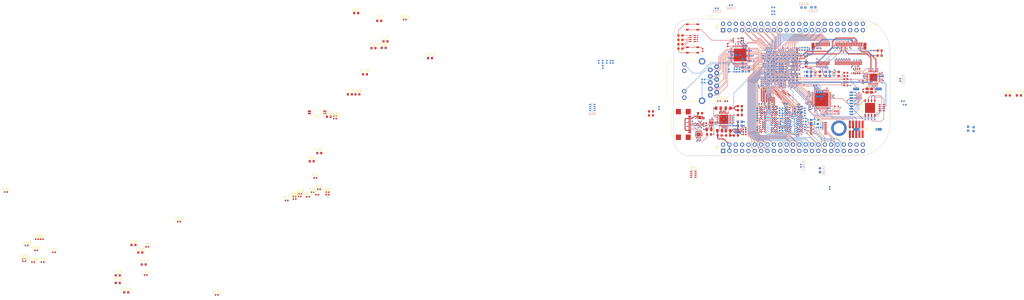
<source format=kicad_pcb>
(kicad_pcb (version 20171130) (host pcbnew 5.1.5+dfsg1-2build2)
  (layers (0 F.Cu signal) (1 Gnd1.Cu power) (2 Sig1.Cu signal) (3 Pwr1.Cu power) (4 Gnd2.Cu power) (5 Sig2.Cu signal) (6 Gnd3.Cu power) (31 B.Cu signal) (34 B.Paste user) (35 F.Paste user) (36 B.SilkS user) (37 F.SilkS user) (38 B.Mask user) (39 F.Mask user) (44 Edge.Cuts user))
  (net 0 "")
  (net 1 GND)
  (net 2 +3V3)
  (net 3 VBUS)
  (net 4 "Net-(C105-Pad1)")
  (net 5 "Net-(C106-Pad1)")
  (net 6 "Net-(C107-Pad1)")
  (net 7 "Net-(C108-Pad1)")
  (net 8 "Net-(C108-Pad2)")
  (net 9 "Net-(C109-Pad1)")
  (net 10 "Net-(C110-Pad1)")
  (net 11 "Net-(C111-Pad1)")
  (net 12 "Net-(C112-Pad1)")
  (net 13 "Net-(C113-Pad1)")
  (net 14 "Net-(C114-Pad1)")
  (net 15 "Net-(C115-Pad1)")
  (net 16 VADC)
  (net 17 VDDR)
  (net 18 VCORE)
  (net 19 VCCIOA)
  (net 20 VCCAUX)
  (net 21 VCCAUXTRX)
  (net 22 VCCTRX)
  (net 23 VCCTRXA)
  (net 24 "/FPGA SERDES/VCCTRX0")
  (net 25 "/FPGA SERDES/VCCTRX1")
  (net 26 /Ethernet/ETH_1V2)
  (net 27 /Ethernet/ETH_AVDDL)
  (net 28 "Net-(C318-Pad1)")
  (net 29 "Net-(C319-Pad1)")
  (net 30 "/DDR3 Power/VDDR_CORE")
  (net 31 "/DDR3 Power/VDDR_IO")
  (net 32 VTT)
  (net 33 "/FPGA Memory/DDR3_VREF")
  (net 34 "Net-(C469-Pad1)")
  (net 35 "/FPGA Power/VCCA0")
  (net 36 "/FPGA Power/VCCA1")
  (net 37 "Net-(D2-Pad2)")
  (net 38 "Net-(D3-Pad2)")
  (net 39 "Net-(D4-Pad2)")
  (net 40 "Net-(D5-Pad2)")
  (net 41 "/FPGA Memory/DDR3_DQ6")
  (net 42 "/FPGA Memory/DDR3_DQ1")
  (net 43 "/FPGA Memory/~DDR3_CAS")
  (net 44 "/FPGA Memory/DDR3_DM1")
  (net 45 "/FPGA Memory/DDR3_ODT1")
  (net 46 "/FPGA Memory/DDR3_A9")
  (net 47 "/FPGA Memory/DDR3_A11")
  (net 48 "/FPGA Memory/DDR3_A15")
  (net 49 "/FPGA Memory/DDR3_A14")
  (net 50 "/FPGA Memory/DDR3_A12")
  (net 51 "/Exp Headers/SCL")
  (net 52 "/Exp Headers/SDA")
  (net 53 /Supervisor/FPGA_UART_CLK)
  (net 54 /Supervisor/FPGA_UART_TXD)
  (net 55 "/Exp Headers/P9_GPIO11")
  (net 56 "/FPGA Memory/DDR3_DQ0")
  (net 57 "/FPGA Memory/DDR3_DM0")
  (net 58 "/FPGA Memory/DDR3_BA2")
  (net 59 "/FPGA Memory/DDR3_A8")
  (net 60 "/FPGA Memory/DDR3_A10")
  (net 61 "/FPGA Memory/DDR3_A13")
  (net 62 /Supervisor/FPGA_UART_RXD)
  (net 63 "/Exp Headers/P9_GPIO12")
  (net 64 "/FPGA Memory/DDR3_DQ7")
  (net 65 "/FPGA Memory/DDR3_DQ3")
  (net 66 "/FPGA Memory/DDR3_DQ5")
  (net 67 "/FPGA Memory/~DDR3_RAS")
  (net 68 "/FPGA Memory/~DDR3_WE")
  (net 69 "/FPGA Memory/DDR3_BA0")
  (net 70 "/FPGA Memory/DDR3_BA1")
  (net 71 "/FPGA Memory/DDR3_A7")
  (net 72 "/FPGA Memory/DDR3_A6")
  (net 73 "/FPGA Memory/DDR3_A4")
  (net 74 "/FPGA Memory/DDR3_A5")
  (net 75 /Supervisor/~FPGA_INIT)
  (net 76 "/Exp Headers/P9_GPIO14")
  (net 77 "/Exp Headers/P9_GPIO13")
  (net 78 "/FPGA Memory/DDR3_DQ2")
  (net 79 "/FPGA Memory/DDR3_DQ4")
  (net 80 "/FPGA Memory/~DDR3_CS")
  (net 81 "/FPGA Memory/DDR3_DQ9")
  (net 82 "/FPGA Memory/DDR3_DQ12")
  (net 83 "/FPGA Memory/DDR3_DQ15")
  (net 84 "/FPGA Memory/DDR3_A0")
  (net 85 /Ethernet/~SYS_RESET)
  (net 86 /Supervisor/FPGA_DONE)
  (net 87 "/Exp Headers/P9_GPIO23")
  (net 88 "/Exp Headers/P9_GPIO16")
  (net 89 "/Exp Headers/P9_GPIO15")
  (net 90 "/FPGA Memory/DDR3_DQ8")
  (net 91 "/FPGA Memory/DDR3_DQ13")
  (net 92 "/FPGA Memory/~DDR3_RST")
  (net 93 "/FPGA Memory/DDR3_A2")
  (net 94 /Supervisor/FPGA_TDO)
  (net 95 /Supervisor/FPGA_TDI)
  (net 96 /Supervisor/FPGA_TCK)
  (net 97 /Supervisor/FPGA_TMS)
  (net 98 "/Exp Headers/P9_GPIO24")
  (net 99 "/Exp Headers/P9_GPIO22")
  (net 100 "/Exp Headers/P9_GPIO21")
  (net 101 "/Exp Headers/P9_GPIO18")
  (net 102 "/Exp Headers/P9_GPIO17")
  (net 103 "/FPGA Memory/DDR3_ODT0")
  (net 104 "/FPGA Memory/DDR3_DQ10")
  (net 105 "/FPGA Memory/DDR3_DQ11")
  (net 106 "/FPGA Memory/DDR3_DQ14")
  (net 107 "/FPGA Memory/DDR3_CKE")
  (net 108 "/FPGA Memory/DDR3_A1")
  (net 109 "/FPGA Memory/DDR3_A3")
  (net 110 "/Exp Headers/P9_GPIO25")
  (net 111 "/Exp Headers/P9_GPIO27")
  (net 112 "/Exp Headers/P9_GPIO42")
  (net 113 "/Exp Headers/P9_SPI_SCLK")
  (net 114 "/Exp Headers/~P9_SPI_CSEL")
  (net 115 "/Exp Headers/P9_GPIO26")
  (net 116 "/Exp Headers/P9_SPI_D0")
  (net 117 "/Exp Headers/P9_SPI_D1")
  (net 118 "/Exp Headers/ADC_MOSI")
  (net 119 "/Exp Headers/ADC_MISO")
  (net 120 "/Exp Headers/ADC_SCLK")
  (net 121 "/Exp Headers/~ADC_CSEL")
  (net 122 "/Exp Headers/P9_CLKOUT")
  (net 123 "/Exp Headers/P8_LVDS4p")
  (net 124 "/Exp Headers/P8_LVDS3p")
  (net 125 "/Exp Headers/P8_LVDS2p")
  (net 126 "/Exp Headers/P8_LVDS1p")
  (net 127 "/Exp Headers/P8_LVDS5p")
  (net 128 "/Exp Headers/P8_LVDS4n")
  (net 129 "/Exp Headers/P8_LVDS3n")
  (net 130 "/Exp Headers/P8_LVDS2n")
  (net 131 "/Exp Headers/P8_LVDS1n")
  (net 132 "/Exp Headers/P8_LVDS5n")
  (net 133 "/Exp Headers/P8_LVDS8p")
  (net 134 "/Exp Headers/P8_LVDS7p")
  (net 135 "/Exp Headers/P8_LVDS7n")
  (net 136 "/Exp Headers/P8_LVDS6p")
  (net 137 "/Exp Headers/P8_LVDS6n")
  (net 138 "/Exp Headers/P8_LVDS8n")
  (net 139 "/Exp Headers/P8_LVDS9p")
  (net 140 "/Exp Headers/P8_LVDS9n")
  (net 141 "/Exp Headers/P8_LVDS10p")
  (net 142 "/Exp Headers/P8_LVDS10n")
  (net 143 "/Exp Headers/P8_LVDS14p")
  (net 144 "/Exp Headers/P8_LVDS11p")
  (net 145 "/Exp Headers/P8_LVDS11n")
  (net 146 "/Exp Headers/P8_LVDS14n")
  (net 147 "/Exp Headers/P8_LVDS13n")
  (net 148 "/Exp Headers/P8_LVDS13p")
  (net 149 "/Exp Headers/P8_LVDS12n")
  (net 150 "/Exp Headers/P8_LVDS12p")
  (net 151 "/Exp Headers/P8_LVDS15p")
  (net 152 "/Exp Headers/P8_LVDS16p")
  (net 153 "/Exp Headers/P8_LVDS16n")
  (net 154 /Ethernet/~ETH_INT)
  (net 155 /Ethernet/ETH_TXD0)
  (net 156 /Ethernet/ETH_TXD1)
  (net 157 /Ethernet/ETH_RXD2)
  (net 158 /Ethernet/ETH_TXCLK)
  (net 159 "/FPGA SERDES/M2_RXD")
  (net 160 "/FPGA SERDES/M2_COEX2")
  (net 161 "/Exp Headers/P8_LVDS15n")
  (net 162 /Ethernet/MDIO_DATA)
  (net 163 /Ethernet/~ETH_RESET)
  (net 164 /Ethernet/ETH_RXD0)
  (net 165 /Ethernet/ETH_TXD3)
  (net 166 /Ethernet/ETH_TXCTL)
  (net 167 "/FPGA SERDES/M2_USB_DM")
  (net 168 "/FPGA SERDES/M2_CTS")
  (net 169 "/FPGA SERDES/M2_COEX3")
  (net 170 /Ethernet/LED_USER1)
  (net 171 /Ethernet/MDIO_CLK)
  (net 172 /Ethernet/ETH_TXD2)
  (net 173 /Ethernet/ETH_RXD1)
  (net 174 /Ethernet/ETH_RXCLK)
  (net 175 /Ethernet/ETH_RXCTL)
  (net 176 /Ethernet/ETH_RXD3)
  (net 177 "/FPGA SERDES/M2_USB_DP")
  (net 178 "/FPGA SERDES/M2_RTS")
  (net 179 "/FPGA SERDES/M2_TXD")
  (net 180 "/FPGA SERDES/M2_COEX1")
  (net 181 /Ethernet/LED_USER4)
  (net 182 /Ethernet/LED_USER2)
  (net 183 "/FPGA SERDES/M2_SDIO_DATA0")
  (net 184 "/FPGA SERDES/M2_SDIO_DATA1")
  (net 185 "/FPGA SERDES/M2_PCM_OUT")
  (net 186 "/FPGA SERDES/M2_PCM_IN")
  (net 187 /Ethernet/ETH_REFCLK)
  (net 188 "/FPGA SERDES/M2_SDIO_CLK")
  (net 189 "/FPGA SERDES/M2_SDIO_DATA2")
  (net 190 "/FPGA SERDES/M2_PCM_SYNC")
  (net 191 "/FPGA SERDES/~M2_WDIS1")
  (net 192 "/FPGA SERDES/~PCIE_WAKE0")
  (net 193 "/FPGA SERDES/M2_VEND1")
  (net 194 /Ethernet/LED_USER3)
  (net 195 "/FPGA SERDES/M2_SDIO_CMD")
  (net 196 "/FPGA SERDES/~M2_SDIO_WAKE")
  (net 197 "/FPGA SERDES/~M2_SDIO_RESET")
  (net 198 "/FPGA SERDES/M2_SDIO_DATA3")
  (net 199 "/FPGA SERDES/M2_PCM_CLK")
  (net 200 "/FPGA SERDES/~M2_WDIS2")
  (net 201 "/FPGA SERDES/~PCIE_WAKE1")
  (net 202 "/FPGA SERDES/~M2_ALERT")
  (net 203 "/FPGA SERDES/M2_VEND0")
  (net 204 "/FPGA SERDES/M2_VEND2")
  (net 205 "Net-(IC4-Pad11)")
  (net 206 /Supervisor/PMIC_ENABLE)
  (net 207 /Supervisor/PMIC_SCL)
  (net 208 /Supervisor/PMIC_SDA)
  (net 209 /Ethernet/25M_REFCLK)
  (net 210 "Net-(IC5-Pad12)")
  (net 211 "/FPGA SERDES/~PCIE_CLKREQ0")
  (net 212 "/FPGA SERDES/~PCIE_CLKREQ1")
  (net 213 "Net-(IC5-Pad29)")
  (net 214 "Net-(IC5-Pad32)")
  (net 215 /Supervisor/STM32_BOOT)
  (net 216 "/Exp Headers/PWR_BUTTON")
  (net 217 "Net-(IC8-Pad5)")
  (net 218 "Net-(IC8-Pad6)")
  (net 219 /Supervisor/~STM32_RESET)
  (net 220 /Supervisor/~USB_INT)
  (net 221 "Net-(IC8-Pad11)")
  (net 222 /Supervisor/~FLASH_CSEL)
  (net 223 /Supervisor/FLASH_SCLK)
  (net 224 /Supervisor/FLASH_D3)
  (net 225 /Supervisor/FLASH_D2)
  (net 226 /Supervisor/STM32_SWDIO)
  (net 227 /Supervisor/STM32_SWCLK)
  (net 228 /Supervisor/STM32_SWO)
  (net 229 "Net-(IC8-Pad40)")
  (net 230 GNDA)
  (net 231 "/Exp Headers/P9_AIN0")
  (net 232 "/Exp Headers/P9_AIN1")
  (net 233 "/Exp Headers/P9_AIN2")
  (net 234 "/Exp Headers/P9_AIN3")
  (net 235 "/Exp Headers/P9_AIN4")
  (net 236 "/Exp Headers/P9_AIN5")
  (net 237 "/Exp Headers/P9_AIN6")
  (net 238 "Net-(IC9-Pad11)")
  (net 239 "Net-(IC13-Pad7)")
  (net 240 "Net-(IC13-Pad9)")
  (net 241 /Ethernet/ETH_TRXD1P)
  (net 242 /Ethernet/ETH_TRXD1N)
  (net 243 /Ethernet/ETH_TRXD2P)
  (net 244 /Ethernet/ETH_TRXD2N)
  (net 245 /Ethernet/ETH_TRXD3P)
  (net 246 /Ethernet/ETH_TRXD3N)
  (net 247 /Ethernet/ETH_TRXD4P)
  (net 248 /Ethernet/ETH_TRXD4N)
  (net 249 "Net-(IC14-Pad13)")
  (net 250 /Ethernet/ETH_LED_L)
  (net 251 /Ethernet/ETH_LED_R)
  (net 252 "Net-(IC14-Pad43)")
  (net 253 "Net-(IC14-Pad45)")
  (net 254 "Net-(IC14-Pad47)")
  (net 255 "Net-(IC14-Pad48)")
  (net 256 "Net-(J1-Pad64)")
  (net 257 "Net-(J4-Pad9)")
  (net 258 "/Exp Headers/SYS_5V")
  (net 259 "Net-(J3-PadL1)")
  (net 260 "Net-(J3-PadL3)")
  (net 261 "/FPGA Memory/DDR3_DQS0-")
  (net 262 "/FPGA Memory/DDR3_DQS0+")
  (net 263 "/FPGA Memory/DDR3_DQS1-")
  (net 264 "/FPGA Memory/DDR3_DQS1+")
  (net 265 "/FPGA Memory/DDR3_CK+")
  (net 266 "/FPGA Memory/DDR3_CK-")
  (net 267 "Net-(IC1-PadL3)")
  (net 268 "Net-(IC1-PadM5)")
  (net 269 /Ethernet/MMC_CMD)
  (net 270 "Net-(IC1-PadW10)")
  (net 271 "Net-(IC1-PadW11)")
  (net 272 "Net-(IC1-PadK16)")
  (net 273 "Net-(IC1-PadK17)")
  (net 274 "Net-(IC2-PadH9)")
  (net 275 "Net-(IC2-PadH8)")
  (net 276 "Net-(IC2-PadH1)")
  (net 277 "Net-(IC2-PadF9)")
  (net 278 "Net-(IC2-PadF1)")
  (net 279 "Net-(IC2-PadB7)")
  (net 280 "Net-(IC2-PadA3)")
  (net 281 "Net-(IC3-PadA3)")
  (net 282 "Net-(IC3-PadB7)")
  (net 283 "Net-(IC3-PadF1)")
  (net 284 "Net-(IC3-PadF9)")
  (net 285 "Net-(IC3-PadH1)")
  (net 286 "Net-(IC3-PadH8)")
  (net 287 "Net-(IC3-PadH9)")
  (net 288 /Ethernet/MMC_DET)
  (net 289 /Ethernet/MMC_DAT0)
  (net 290 /Ethernet/MMC_DAT1)
  (net 291 /Ethernet/MMC_CLK)
  (net 292 /Ethernet/MMC_DAT3)
  (net 293 /Ethernet/MMC_DAT2)
  (net 294 "Net-(P8-Pad26)")
  (net 295 "Net-(P8-Pad25)")
  (net 296 "Net-(P8-Pad24)")
  (net 297 "Net-(P8-Pad23)")
  (net 298 "Net-(P8-Pad22)")
  (net 299 "Net-(P8-Pad21)")
  (net 300 "Net-(P8-Pad20)")
  (net 301 "Net-(P8-Pad19)")
  (net 302 "Net-(IC1-PadH3)")
  (net 303 "Net-(IC1-PadE12)")
  (net 304 "Net-(IC1-PadW4)")
  (net 305 "Net-(IC1-PadW5)")
  (net 306 "Net-(IC1-PadY5)")
  (net 307 "Net-(IC1-PadY6)")
  (net 308 "Net-(IC1-PadY7)")
  (net 309 "Net-(IC1-PadW8)")
  (net 310 "Net-(IC1-PadY8)")
  (net 311 "Net-(IC1-PadW9)")
  (net 312 "Net-(IC1-PadY11)")
  (net 313 "Net-(IC1-PadY12)")
  (net 314 "Net-(IC1-PadL5)")
  (net 315 "Net-(IC1-PadP2)")
  (net 316 "Net-(IC1-PadP1)")
  (net 317 "Net-(IC1-PadJ4)")
  (net 318 "Net-(IC1-PadP5)")
  (net 319 "Net-(IC1-PadD11)")
  (net 320 "Net-(IC1-PadN1)")
  (net 321 "Net-(IC1-PadL2)")
  (net 322 "Net-(RN12-Pad1)")
  (net 323 "/FPGA SERDES/SERDES_REFCLK-")
  (net 324 "/FPGA SERDES/SERDES_REFCLK+")
  (net 325 "/FPGA SERDES/PCIE_TX1-")
  (net 326 "/FPGA SERDES/PCIE_TX1+")
  (net 327 "/FPGA SERDES/PCIE_TX0+")
  (net 328 "/FPGA SERDES/PCIE_RX0+")
  (net 329 "/FPGA SERDES/PCIE_RX0-")
  (net 330 "/FPGA SERDES/FPGA_REFCLK+")
  (net 331 "/FPGA SERDES/PCIE_RX1+")
  (net 332 "/FPGA SERDES/FPGA_REFCLK-")
  (net 333 "/FPGA SERDES/PCIE_RX1-")
  (net 334 "/FPGA SERDES/PCIE_REFCLK0+")
  (net 335 "/FPGA SERDES/PCIE_REFCLK0-")
  (net 336 "/FPGA SERDES/PCIE_REFCLK1+")
  (net 337 "/FPGA SERDES/PCIE_REFCLK1-")
  (net 338 "/FPGA SERDES/PCIE_TX0-")
  (net 339 "/FPGA SERDES/~PCIE_RESET0")
  (net 340 "/FPGA SERDES/~PCIE_RESET1")
  (net 341 "/FPGA SERDES/~M2_UART_WAKE")
  (net 342 "/FPGA SERDES/M2_SUSCLK")
  (net 343 "/FPGA SERDES/M2_LED1")
  (net 344 "/FPGA SERDES/M2_LED2")
  (net 345 "Net-(IC1-PadC9)")
  (net 346 "Net-(IC1-PadE7)")
  (net 347 "Net-(IC7-Pad13)")
  (net 348 "Net-(IC7-Pad12)")
  (net 349 /Supervisor/USB_D-)
  (net 350 /Supervisor/USB_D+)
  (net 351 "Net-(J2-PadB8)")
  (net 352 "Net-(J2-PadA8)")
  (net 353 "Net-(J5-Pad7)")
  (net 354 "Net-(J5-Pad8)")
  (net 355 "Net-(IC11-Pad2)")
  (net 356 /Supervisor/USB_CC2)
  (net 357 /Supervisor/USB_CC1)
  (net 358 "Net-(C119-Pad1)")
  (net 359 /Supervisor/STM_USB-)
  (net 360 /Supervisor/STM_USB+)
  (net 361 /Supervisor/USB_SEL)
  (net 362 "Net-(IC16-Pad3)")
  (net 363 /Ethernet/FPGA_USB+)
  (net 364 /Ethernet/FPGA_USB-)
  (net 365 /Ethernet/FPGA_USB_PULL)
  (net 366 "Net-(RN10-Pad2)")
  (net 367 "Net-(D7-Pad1)")
  (net 368 "Net-(D8-Pad1)")
  (net 369 VCC1V8)
  (net 370 VCC3V3)
  (net 371 /Supervisor/PMIC_SEQ)
  (net 372 "Net-(IC4-Pad14)")
  (net 373 "Net-(IC4-Pad20)")
  (net 374 "Net-(IC4-Pad21)")
  (net 375 "Net-(IC4-Pad22)")
  (net 376 "Net-(IC4-Pad27)")
  (net 377 "Net-(IC4-Pad30)")
  (net 378 "/FPGA Power/PWR_SERDES")
  (net 379 "Net-(D1-Pad4)")
  (net 380 "Net-(D1-Pad2)")
  (net 381 "Net-(D1-Pad3)")
  (net 382 /Supervisor/LED_RED)
  (net 383 /Supervisor/LED_BLUE)
  (net 384 /Supervisor/LED_GREEN)
  (net 385 /Supervisor/FLASH_MISO)
  (net 386 /Supervisor/FLASH_MOSI)
  (net 387 "Net-(IC8-Pad12)")
  (net 388 "Net-(IC8-Pad13)")
  (net 389 "Net-(IC8-Pad16)")
  (net 390 "Net-(IC8-Pad17)")
  (net 391 "Net-(IC8-Pad18)")
  (net 392 "Net-(IC8-Pad19)")
  (net 393 "Net-(RN5-Pad4)")
  (net 394 "Net-(IC8-Pad2)")
  (net 395 "Net-(IC1-PadB12)")
  (net 396 "Net-(IC1-PadC12)")
  (net 397 "Net-(IC1-PadT3)")
  (net 398 "Net-(RN5-Pad3)")
  (net 399 "Net-(RN7-Pad2)")
  (module Logicbone:WSON-10EP-2x2mm (layer F.Cu) (at 125.6 90)
    (fp_text reference IC13 hide)
    (fp_text value TPS51206)
    (pad 11 smd rect (at 0 0) (size 0.9 1.5) (layers F.Cu F.Paste F.Mask) (net 1 GND))
    (pad 10 smd rect (at 0.95 -0.8) (size 0.5 0.2) (layers F.Cu F.Paste F.Mask) (net 370 VCC3V3))
    (pad 9 smd rect (at 0.95 -0.4) (size 0.5 0.2) (layers F.Cu F.Paste F.Mask) (net 240 "Net-(IC13-Pad9)"))
    (pad 8 smd rect (at 0.95 0) (size 0.5 0.2) (layers F.Cu F.Paste F.Mask) (net 1 GND))
    (pad 7 smd rect (at 0.95 0.4) (size 0.5 0.2) (layers F.Cu F.Paste F.Mask) (net 239 "Net-(IC13-Pad7)"))
    (pad 6 smd rect (at 0.95 0.8) (size 0.5 0.2) (layers F.Cu F.Paste F.Mask) (net 33 "/FPGA Memory/DDR3_VREF"))
    (pad 5 smd rect (at -0.95 0.8) (size 0.5 0.2) (layers F.Cu F.Paste F.Mask) (net 32 VTT))
    (pad 4 smd rect (at -0.95 0.4) (size 0.5 0.2) (layers F.Cu F.Paste F.Mask) (net 1 GND))
    (pad 3 smd rect (at -0.95 0) (size 0.5 0.2) (layers F.Cu F.Paste F.Mask) (net 32 VTT))
    (pad 2 smd rect (at -0.95 -0.4) (size 0.5 0.2) (layers F.Cu F.Paste F.Mask) (net 17 VDDR))
    (pad 1 smd rect (at -0.95 -0.8) (size 0.5 0.2) (layers F.Cu F.Paste F.Mask) (net 17 VDDR))
  )
  (module Logicbone:MEM2075 (layer B.Cu) (at 182.32 81.47 270)
    (fp_text reference J6 (at 6 11.5 270) (layer B.SilkS) (effects (justify mirror)))
    (fp_text value Micro_SD_MEM2075)
    (pad 9 smd rect (at -6.77 11.42 270) (size 0.62 1.4) (layers B.Cu B.Paste B.Mask) (net 288 /Ethernet/MMC_DET))
    (pad 10 smd rect (at -8.15 9.42 270) (size 1.1 2.4) (layers B.Cu B.Paste B.Mask) (net 1 GND))
    (pad 10 smd rect (at -8.15 0.42 270) (size 1.1 2.4) (layers B.Cu B.Paste B.Mask) (net 1 GND))
    (pad 10 smd rect (at 8 9.42 270) (size 1.1 2.4) (layers B.Cu B.Paste B.Mask) (net 1 GND))
    (pad 10 smd rect (at 8 0.42 270) (size 1.1 2.4) (layers B.Cu B.Paste B.Mask) (net 1 GND))
    (pad 7 smd rect (at -4.57 11.42 270) (size 0.62 1.4) (layers B.Cu B.Paste B.Mask) (net 289 /Ethernet/MMC_DAT0))
    (pad 8 smd rect (at -5.67 11.42 270) (size 0.62 1.4) (layers B.Cu B.Paste B.Mask) (net 290 /Ethernet/MMC_DAT1))
    (pad 6 smd rect (at -3.47 11.42 270) (size 0.62 1.4) (layers B.Cu B.Paste B.Mask) (net 1 GND))
    (pad 4 smd rect (at -1.27 11.42 270) (size 0.62 1.4) (layers B.Cu B.Paste B.Mask) (net 370 VCC3V3))
    (pad 5 smd rect (at -2.37 11.42 270) (size 0.62 1.4) (layers B.Cu B.Paste B.Mask) (net 291 /Ethernet/MMC_CLK))
    (pad 3 smd rect (at -0.17 11.42 270) (size 0.62 1.4) (layers B.Cu B.Paste B.Mask) (net 269 /Ethernet/MMC_CMD))
    (pad 2 smd rect (at 0.93 11.42 270) (size 0.62 1.4) (layers B.Cu B.Paste B.Mask) (net 292 /Ethernet/MMC_DAT3))
    (pad "" np_thru_hole circle (at -3.95 0 270) (size 0.95 0.95) (drill 0.95) (layers *.Cu *.Mask))
    (pad "" np_thru_hole circle (at 2.85 0 270) (size 0.95 0.95) (drill 0.95) (layers *.Cu *.Mask))
    (pad 1 smd rect (at 2.03 11.42 270) (size 0.62 1.4) (layers B.Cu B.Paste B.Mask) (net 293 /Ethernet/MMC_DAT2))
  )
  (module Package_DFN_QFN:QFN-48-1EP_7x7mm_P0.5mm_EP5.6x5.6mm (layer F.Cu) (at 159 77.5 180)
    (fp_text reference IC8 hide)
    (fp_text value STM32FLxx-QFN48 hide)
    (pad 49 smd roundrect (at 0 0 180) (size 5.6 5.6) (layers F.Cu F.Mask) (roundrect_rratio 0.044643) (net 1 GND))
    (pad 1 smd roundrect (at -3.4375 -2.75 180) (size 0.875 0.25) (layers F.Cu F.Paste F.Mask) (net 2 +3V3))
    (pad 2 smd roundrect (at -3.4375 -2.25 180) (size 0.875 0.25) (layers F.Cu F.Paste F.Mask) (net 394 "Net-(IC8-Pad2)"))
    (pad 3 smd roundrect (at -3.4375 -1.75 180) (size 0.875 0.25) (layers F.Cu F.Paste F.Mask) (net 5 "Net-(C106-Pad1)"))
    (pad 4 smd roundrect (at -3.4375 -1.25 180) (size 0.875 0.25) (layers F.Cu F.Paste F.Mask) (net 4 "Net-(C105-Pad1)"))
    (pad 5 smd roundrect (at -3.4375 -0.75 180) (size 0.875 0.25) (layers F.Cu F.Paste F.Mask) (net 217 "Net-(IC8-Pad5)"))
    (pad 6 smd roundrect (at -3.4375 -0.25 180) (size 0.875 0.25) (layers F.Cu F.Paste F.Mask) (net 218 "Net-(IC8-Pad6)"))
    (pad 7 smd roundrect (at -3.4375 0.25 180) (size 0.875 0.25) (layers F.Cu F.Paste F.Mask) (net 219 /Supervisor/~STM32_RESET))
    (pad 8 smd roundrect (at -3.4375 0.75 180) (size 0.875 0.25) (layers F.Cu F.Paste F.Mask) (net 1 GND))
    (pad 9 smd roundrect (at -3.4375 1.25 180) (size 0.875 0.25) (layers F.Cu F.Paste F.Mask) (net 2 +3V3))
    (pad 10 smd roundrect (at -3.4375 1.75 180) (size 0.875 0.25) (layers F.Cu F.Paste F.Mask) (net 206 /Supervisor/PMIC_ENABLE))
    (pad 11 smd roundrect (at -3.4375 2.25 180) (size 0.875 0.25) (layers F.Cu F.Paste F.Mask) (net 221 "Net-(IC8-Pad11)"))
    (pad 12 smd roundrect (at -3.4375 2.75 180) (size 0.875 0.25) (layers F.Cu F.Paste F.Mask) (net 387 "Net-(IC8-Pad12)"))
    (pad 13 smd roundrect (at -2.75 3.4375 180) (size 0.25 0.875) (layers F.Cu F.Paste F.Mask) (net 388 "Net-(IC8-Pad13)"))
    (pad 14 smd roundrect (at -2.25 3.4375 180) (size 0.25 0.875) (layers F.Cu F.Paste F.Mask) (net 371 /Supervisor/PMIC_SEQ))
    (pad 15 smd roundrect (at -1.75 3.4375 180) (size 0.25 0.875) (layers F.Cu F.Paste F.Mask) (net 378 "/FPGA Power/PWR_SERDES"))
    (pad 16 smd roundrect (at -1.25 3.4375 180) (size 0.25 0.875) (layers F.Cu F.Paste F.Mask) (net 389 "Net-(IC8-Pad16)"))
    (pad 17 smd roundrect (at -0.75 3.4375 180) (size 0.25 0.875) (layers F.Cu F.Paste F.Mask) (net 390 "Net-(IC8-Pad17)"))
    (pad 18 smd roundrect (at -0.25 3.4375 180) (size 0.25 0.875) (layers F.Cu F.Paste F.Mask) (net 391 "Net-(IC8-Pad18)"))
    (pad 19 smd roundrect (at 0.25 3.4375 180) (size 0.25 0.875) (layers F.Cu F.Paste F.Mask) (net 392 "Net-(IC8-Pad19)"))
    (pad 20 smd roundrect (at 0.75 3.4375 180) (size 0.25 0.875) (layers F.Cu F.Paste F.Mask) (net 86 /Supervisor/FPGA_DONE))
    (pad 21 smd roundrect (at 1.25 3.4375 180) (size 0.25 0.875) (layers F.Cu F.Paste F.Mask) (net 207 /Supervisor/PMIC_SCL))
    (pad 22 smd roundrect (at 1.75 3.4375 180) (size 0.25 0.875) (layers F.Cu F.Paste F.Mask) (net 208 /Supervisor/PMIC_SDA))
    (pad 23 smd roundrect (at 2.25 3.4375 180) (size 0.25 0.875) (layers F.Cu F.Paste F.Mask) (net 1 GND))
    (pad 24 smd roundrect (at 2.75 3.4375 180) (size 0.25 0.875) (layers F.Cu F.Paste F.Mask) (net 2 +3V3))
    (pad 25 smd roundrect (at 3.4375 2.75 180) (size 0.875 0.25) (layers F.Cu F.Paste F.Mask) (net 222 /Supervisor/~FLASH_CSEL))
    (pad 26 smd roundrect (at 3.4375 2.25 180) (size 0.875 0.25) (layers F.Cu F.Paste F.Mask) (net 223 /Supervisor/FLASH_SCLK))
    (pad 27 smd roundrect (at 3.4375 1.75 180) (size 0.875 0.25) (layers F.Cu F.Paste F.Mask) (net 385 /Supervisor/FLASH_MISO))
    (pad 28 smd roundrect (at 3.4375 1.25 180) (size 0.875 0.25) (layers F.Cu F.Paste F.Mask) (net 386 /Supervisor/FLASH_MOSI))
    (pad 29 smd roundrect (at 3.4375 0.75 180) (size 0.875 0.25) (layers F.Cu F.Paste F.Mask) (net 53 /Supervisor/FPGA_UART_CLK))
    (pad 30 smd roundrect (at 3.4375 0.25 180) (size 0.875 0.25) (layers F.Cu F.Paste F.Mask) (net 54 /Supervisor/FPGA_UART_TXD))
    (pad 31 smd roundrect (at 3.4375 -0.25 180) (size 0.875 0.25) (layers F.Cu F.Paste F.Mask) (net 62 /Supervisor/FPGA_UART_RXD))
    (pad 32 smd roundrect (at 3.4375 -0.75 180) (size 0.875 0.25) (layers F.Cu F.Paste F.Mask) (net 359 /Supervisor/STM_USB-))
    (pad 33 smd roundrect (at 3.4375 -1.25 180) (size 0.875 0.25) (layers F.Cu F.Paste F.Mask) (net 360 /Supervisor/STM_USB+))
    (pad 34 smd roundrect (at 3.4375 -1.75 180) (size 0.875 0.25) (layers F.Cu F.Paste F.Mask) (net 226 /Supervisor/STM32_SWDIO))
    (pad 35 smd roundrect (at 3.4375 -2.25 180) (size 0.875 0.25) (layers F.Cu F.Paste F.Mask) (net 1 GND))
    (pad 36 smd roundrect (at 3.4375 -2.75 180) (size 0.875 0.25) (layers F.Cu F.Paste F.Mask) (net 2 +3V3))
    (pad 37 smd roundrect (at 2.75 -3.4375 180) (size 0.25 0.875) (layers F.Cu F.Paste F.Mask) (net 227 /Supervisor/STM32_SWCLK))
    (pad 38 smd roundrect (at 2.25 -3.4375 180) (size 0.25 0.875) (layers F.Cu F.Paste F.Mask) (net 220 /Supervisor/~USB_INT))
    (pad 39 smd roundrect (at 1.75 -3.4375 180) (size 0.25 0.875) (layers F.Cu F.Paste F.Mask) (net 228 /Supervisor/STM32_SWO))
    (pad 40 smd roundrect (at 1.25 -3.4375 180) (size 0.25 0.875) (layers F.Cu F.Paste F.Mask) (net 229 "Net-(IC8-Pad40)"))
    (pad 41 smd roundrect (at 0.75 -3.4375 180) (size 0.25 0.875) (layers F.Cu F.Paste F.Mask) (net 75 /Supervisor/~FPGA_INIT))
    (pad 42 smd roundrect (at 0.25 -3.4375 180) (size 0.25 0.875) (layers F.Cu F.Paste F.Mask) (net 51 "/Exp Headers/SCL"))
    (pad 43 smd roundrect (at -0.25 -3.4375 180) (size 0.25 0.875) (layers F.Cu F.Paste F.Mask) (net 52 "/Exp Headers/SDA"))
    (pad 44 smd roundrect (at -0.75 -3.4375 180) (size 0.25 0.875) (layers F.Cu F.Paste F.Mask) (net 215 /Supervisor/STM32_BOOT))
    (pad 45 smd roundrect (at -1.25 -3.4375 180) (size 0.25 0.875) (layers F.Cu F.Paste F.Mask) (net 216 "/Exp Headers/PWR_BUTTON"))
    (pad 46 smd roundrect (at -1.75 -3.4375 180) (size 0.25 0.875) (layers F.Cu F.Paste F.Mask) (net 85 /Ethernet/~SYS_RESET))
    (pad 47 smd roundrect (at -2.25 -3.4375 180) (size 0.25 0.875) (layers F.Cu F.Paste F.Mask) (net 1 GND))
    (pad 48 smd roundrect (at -2.75 -3.4375 180) (size 0.25 0.875) (layers F.Cu F.Paste F.Mask) (net 2 +3V3))
  )
  (module Connector_PinHeader_2.54mm:PinHeader_2x23_P2.54mm_Vertical (layer F.Cu) (at 119.685 98.095 90)
    (fp_text reference P9 (at 1.27 -2.33 90) (layer F.SilkS))
    (fp_text value BB_2x23)
    (pad 1 thru_hole rect (at 0 0 90) (size 1.7 1.7) (drill 1) (layers *.Cu *.Mask) (net 1 GND))
    (pad 2 thru_hole oval (at 2.54 0 90) (size 1.7 1.7) (drill 1) (layers *.Cu *.Mask) (net 1 GND))
    (pad 3 thru_hole oval (at 0 2.54 90) (size 1.7 1.7) (drill 1) (layers *.Cu *.Mask) (net 370 VCC3V3))
    (pad 4 thru_hole oval (at 2.54 2.54 90) (size 1.7 1.7) (drill 1) (layers *.Cu *.Mask) (net 370 VCC3V3))
    (pad 5 thru_hole oval (at 0 5.08 90) (size 1.7 1.7) (drill 1) (layers *.Cu *.Mask) (net 3 VBUS))
    (pad 6 thru_hole oval (at 2.54 5.08 90) (size 1.7 1.7) (drill 1) (layers *.Cu *.Mask) (net 3 VBUS))
    (pad 7 thru_hole oval (at 0 7.62 90) (size 1.7 1.7) (drill 1) (layers *.Cu *.Mask) (net 258 "/Exp Headers/SYS_5V"))
    (pad 8 thru_hole oval (at 2.54 7.62 90) (size 1.7 1.7) (drill 1) (layers *.Cu *.Mask) (net 258 "/Exp Headers/SYS_5V"))
    (pad 9 thru_hole oval (at 0 10.16 90) (size 1.7 1.7) (drill 1) (layers *.Cu *.Mask) (net 216 "/Exp Headers/PWR_BUTTON"))
    (pad 10 thru_hole oval (at 2.54 10.16 90) (size 1.7 1.7) (drill 1) (layers *.Cu *.Mask) (net 85 /Ethernet/~SYS_RESET))
    (pad 11 thru_hole oval (at 0 12.7 90) (size 1.7 1.7) (drill 1) (layers *.Cu *.Mask) (net 55 "/Exp Headers/P9_GPIO11"))
    (pad 12 thru_hole oval (at 2.54 12.7 90) (size 1.7 1.7) (drill 1) (layers *.Cu *.Mask) (net 63 "/Exp Headers/P9_GPIO12"))
    (pad 13 thru_hole oval (at 0 15.24 90) (size 1.7 1.7) (drill 1) (layers *.Cu *.Mask) (net 77 "/Exp Headers/P9_GPIO13"))
    (pad 14 thru_hole oval (at 2.54 15.24 90) (size 1.7 1.7) (drill 1) (layers *.Cu *.Mask) (net 76 "/Exp Headers/P9_GPIO14"))
    (pad 15 thru_hole oval (at 0 17.78 90) (size 1.7 1.7) (drill 1) (layers *.Cu *.Mask) (net 89 "/Exp Headers/P9_GPIO15"))
    (pad 16 thru_hole oval (at 2.54 17.78 90) (size 1.7 1.7) (drill 1) (layers *.Cu *.Mask) (net 88 "/Exp Headers/P9_GPIO16"))
    (pad 17 thru_hole oval (at 0 20.32 90) (size 1.7 1.7) (drill 1) (layers *.Cu *.Mask) (net 102 "/Exp Headers/P9_GPIO17"))
    (pad 18 thru_hole oval (at 2.54 20.32 90) (size 1.7 1.7) (drill 1) (layers *.Cu *.Mask) (net 101 "/Exp Headers/P9_GPIO18"))
    (pad 19 thru_hole oval (at 0 22.86 90) (size 1.7 1.7) (drill 1) (layers *.Cu *.Mask) (net 51 "/Exp Headers/SCL"))
    (pad 20 thru_hole oval (at 2.54 22.86 90) (size 1.7 1.7) (drill 1) (layers *.Cu *.Mask) (net 52 "/Exp Headers/SDA"))
    (pad 21 thru_hole oval (at 0 25.4 90) (size 1.7 1.7) (drill 1) (layers *.Cu *.Mask) (net 100 "/Exp Headers/P9_GPIO21"))
    (pad 22 thru_hole oval (at 2.54 25.4 90) (size 1.7 1.7) (drill 1) (layers *.Cu *.Mask) (net 99 "/Exp Headers/P9_GPIO22"))
    (pad 23 thru_hole oval (at 0 27.94 90) (size 1.7 1.7) (drill 1) (layers *.Cu *.Mask) (net 87 "/Exp Headers/P9_GPIO23"))
    (pad 24 thru_hole oval (at 2.54 27.94 90) (size 1.7 1.7) (drill 1) (layers *.Cu *.Mask) (net 98 "/Exp Headers/P9_GPIO24"))
    (pad 25 thru_hole oval (at 0 30.48 90) (size 1.7 1.7) (drill 1) (layers *.Cu *.Mask) (net 110 "/Exp Headers/P9_GPIO25"))
    (pad 26 thru_hole oval (at 2.54 30.48 90) (size 1.7 1.7) (drill 1) (layers *.Cu *.Mask) (net 115 "/Exp Headers/P9_GPIO26"))
    (pad 27 thru_hole oval (at 0 33.02 90) (size 1.7 1.7) (drill 1) (layers *.Cu *.Mask) (net 111 "/Exp Headers/P9_GPIO27"))
    (pad 28 thru_hole oval (at 2.54 33.02 90) (size 1.7 1.7) (drill 1) (layers *.Cu *.Mask) (net 114 "/Exp Headers/~P9_SPI_CSEL"))
    (pad 29 thru_hole oval (at 0 35.56 90) (size 1.7 1.7) (drill 1) (layers *.Cu *.Mask) (net 116 "/Exp Headers/P9_SPI_D0"))
    (pad 30 thru_hole oval (at 2.54 35.56 90) (size 1.7 1.7) (drill 1) (layers *.Cu *.Mask) (net 117 "/Exp Headers/P9_SPI_D1"))
    (pad 31 thru_hole oval (at 0 38.1 90) (size 1.7 1.7) (drill 1) (layers *.Cu *.Mask) (net 113 "/Exp Headers/P9_SPI_SCLK"))
    (pad 32 thru_hole oval (at 2.54 38.1 90) (size 1.7 1.7) (drill 1) (layers *.Cu *.Mask) (net 16 VADC))
    (pad 33 thru_hole oval (at 0 40.64 90) (size 1.7 1.7) (drill 1) (layers *.Cu *.Mask) (net 235 "/Exp Headers/P9_AIN4"))
    (pad 34 thru_hole oval (at 2.54 40.64 90) (size 1.7 1.7) (drill 1) (layers *.Cu *.Mask) (net 230 GNDA))
    (pad 35 thru_hole oval (at 0 43.18 90) (size 1.7 1.7) (drill 1) (layers *.Cu *.Mask) (net 237 "/Exp Headers/P9_AIN6"))
    (pad 36 thru_hole oval (at 2.54 43.18 90) (size 1.7 1.7) (drill 1) (layers *.Cu *.Mask) (net 236 "/Exp Headers/P9_AIN5"))
    (pad 37 thru_hole oval (at 0 45.72 90) (size 1.7 1.7) (drill 1) (layers *.Cu *.Mask) (net 233 "/Exp Headers/P9_AIN2"))
    (pad 38 thru_hole oval (at 2.54 45.72 90) (size 1.7 1.7) (drill 1) (layers *.Cu *.Mask) (net 234 "/Exp Headers/P9_AIN3"))
    (pad 39 thru_hole oval (at 0 48.26 90) (size 1.7 1.7) (drill 1) (layers *.Cu *.Mask) (net 231 "/Exp Headers/P9_AIN0"))
    (pad 40 thru_hole oval (at 2.54 48.26 90) (size 1.7 1.7) (drill 1) (layers *.Cu *.Mask) (net 232 "/Exp Headers/P9_AIN1"))
    (pad 41 thru_hole oval (at 0 50.8 90) (size 1.7 1.7) (drill 1) (layers *.Cu *.Mask) (net 122 "/Exp Headers/P9_CLKOUT"))
    (pad 42 thru_hole oval (at 2.54 50.8 90) (size 1.7 1.7) (drill 1) (layers *.Cu *.Mask) (net 112 "/Exp Headers/P9_GPIO42"))
    (pad 43 thru_hole oval (at 0 53.34 90) (size 1.7 1.7) (drill 1) (layers *.Cu *.Mask) (net 1 GND))
    (pad 44 thru_hole oval (at 2.54 53.34 90) (size 1.7 1.7) (drill 1) (layers *.Cu *.Mask) (net 1 GND))
    (pad 45 thru_hole oval (at 0 55.88 90) (size 1.7 1.7) (drill 1) (layers *.Cu *.Mask) (net 1 GND))
    (pad 46 thru_hole oval (at 2.54 55.88 90) (size 1.7 1.7) (drill 1) (layers *.Cu *.Mask) (net 1 GND))
  )
  (module Capacitor_SMD:C_0402_1005Metric (layer B.Cu) (at 148.4 81.7 90)
    (fp_text reference C469 hide)
    (fp_text value 0.1uF hide)
    (pad 2 smd roundrect (at 0.485 0 90) (size 0.59 0.64) (layers B.Cu B.Paste B.Mask) (net 1 GND))
    (pad 1 smd roundrect (at -0.485 0 90) (size 0.59 0.64) (layers B.Cu B.Paste B.Mask) (net 34 "Net-(C469-Pad1)"))
  )
  (module Logicbone:caBGA-381_20x20_17.0x17.0mm (layer F.Cu) (at 142.9 64.9 90)
    (fp_text reference IC1 (at 0 -9.5 90) (layer F.SilkS))
    (fp_text value ECP5UM-CABGA381)
    (pad B1 smd circle (at -7.6 -6.8 90) (size 0.3 0.3) (layers F.Cu F.Paste F.Mask) (net 90 "/FPGA Memory/DDR3_DQ8"))
    (pad C1 smd circle (at -7.6 -6 90) (size 0.3 0.3) (layers F.Cu F.Paste F.Mask) (net 82 "/FPGA Memory/DDR3_DQ12"))
    (pad D1 smd circle (at -7.6 -5.2 90) (size 0.3 0.3) (layers F.Cu F.Paste F.Mask) (net 83 "/FPGA Memory/DDR3_DQ15"))
    (pad E1 smd circle (at -7.6 -4.4 90) (size 0.3 0.3) (layers F.Cu F.Paste F.Mask) (net 81 "/FPGA Memory/DDR3_DQ9"))
    (pad F1 smd circle (at -7.6 -3.6 90) (size 0.3 0.3) (layers F.Cu F.Paste F.Mask) (net 78 "/FPGA Memory/DDR3_DQ2"))
    (pad G1 smd circle (at -7.6 -2.8 90) (size 0.3 0.3) (layers F.Cu F.Paste F.Mask) (net 41 "/FPGA Memory/DDR3_DQ6"))
    (pad H1 smd circle (at -7.6 -2 90) (size 0.3 0.3) (layers F.Cu F.Paste F.Mask) (net 64 "/FPGA Memory/DDR3_DQ7"))
    (pad J1 smd circle (at -7.6 -1.2 90) (size 0.3 0.3) (layers F.Cu F.Paste F.Mask) (net 261 "/FPGA Memory/DDR3_DQS0-"))
    (pad K1 smd circle (at -7.6 -0.4 90) (size 0.3 0.3) (layers F.Cu F.Paste F.Mask) (net 42 "/FPGA Memory/DDR3_DQ1"))
    (pad L1 smd circle (at -7.6 0.4 90) (size 0.3 0.3) (layers F.Cu F.Paste F.Mask) (net 67 "/FPGA Memory/~DDR3_RAS"))
    (pad M1 smd circle (at -7.6 1.2 90) (size 0.3 0.3) (layers F.Cu F.Paste F.Mask) (net 58 "/FPGA Memory/DDR3_BA2"))
    (pad N1 smd circle (at -7.6 2 90) (size 0.3 0.3) (layers F.Cu F.Paste F.Mask) (net 320 "Net-(IC1-PadN1)"))
    (pad P1 smd circle (at -7.6 2.8 90) (size 0.3 0.3) (layers F.Cu F.Paste F.Mask) (net 316 "Net-(IC1-PadP1)"))
    (pad R1 smd circle (at -7.6 3.6 90) (size 0.3 0.3) (layers F.Cu F.Paste F.Mask) (net 52 "/Exp Headers/SDA"))
    (pad T1 smd circle (at -7.6 4.4 90) (size 0.3 0.3) (layers F.Cu F.Paste F.Mask) (net 51 "/Exp Headers/SCL"))
    (pad U1 smd circle (at -7.6 5.2 90) (size 0.3 0.3) (layers F.Cu F.Paste F.Mask) (net 62 /Supervisor/FPGA_UART_RXD))
    (pad V1 smd circle (at -7.6 6 90) (size 0.3 0.3) (layers F.Cu F.Paste F.Mask) (net 53 /Supervisor/FPGA_UART_CLK))
    (pad W1 smd circle (at -7.6 6.8 90) (size 0.3 0.3) (layers F.Cu F.Paste F.Mask) (net 224 /Supervisor/FLASH_D3))
    (pad A2 smd circle (at -6.8 -7.6 90) (size 0.3 0.3) (layers F.Cu F.Paste F.Mask) (net 104 "/FPGA Memory/DDR3_DQ10"))
    (pad B2 smd circle (at -6.8 -6.8 90) (size 0.3 0.3) (layers F.Cu F.Paste F.Mask) (net 33 "/FPGA Memory/DDR3_VREF"))
    (pad C2 smd circle (at -6.8 -6 90) (size 0.3 0.3) (layers F.Cu F.Paste F.Mask) (net 106 "/FPGA Memory/DDR3_DQ14"))
    (pad D2 smd circle (at -6.8 -5.2 90) (size 0.3 0.3) (layers F.Cu F.Paste F.Mask) (net 68 "/FPGA Memory/~DDR3_WE"))
    (pad E2 smd circle (at -6.8 -4.4 90) (size 0.3 0.3) (layers F.Cu F.Paste F.Mask) (net 91 "/FPGA Memory/DDR3_DQ13"))
    (pad F2 smd circle (at -6.8 -3.6 90) (size 0.3 0.3) (layers F.Cu F.Paste F.Mask) (net 105 "/FPGA Memory/DDR3_DQ11"))
    (pad G2 smd circle (at -6.8 -2.8 90) (size 0.3 0.3) (layers F.Cu F.Paste F.Mask) (net 56 "/FPGA Memory/DDR3_DQ0"))
    (pad H2 smd circle (at -6.8 -2 90) (size 0.3 0.3) (layers F.Cu F.Paste F.Mask) (net 79 "/FPGA Memory/DDR3_DQ4"))
    (pad J2 smd circle (at -6.8 -1.2 90) (size 0.3 0.3) (layers F.Cu F.Paste F.Mask) (net 1 GND))
    (pad K2 smd circle (at -6.8 -0.4 90) (size 0.3 0.3) (layers F.Cu F.Paste F.Mask) (net 262 "/FPGA Memory/DDR3_DQS0+"))
    (pad L2 smd circle (at -6.8 0.4 90) (size 0.3 0.3) (layers F.Cu F.Paste F.Mask) (net 321 "Net-(IC1-PadL2)"))
    (pad M2 smd circle (at -6.8 1.2 90) (size 0.3 0.3) (layers F.Cu F.Paste F.Mask) (net 1 GND))
    (pad N2 smd circle (at -6.8 2 90) (size 0.3 0.3) (layers F.Cu F.Paste F.Mask) (net 43 "/FPGA Memory/~DDR3_CAS"))
    (pad P2 smd circle (at -6.8 2.8 90) (size 0.3 0.3) (layers F.Cu F.Paste F.Mask) (net 315 "Net-(IC1-PadP2)"))
    (pad R2 smd circle (at -6.8 3.6 90) (size 0.3 0.3) (layers F.Cu F.Paste F.Mask) (net 222 /Supervisor/~FLASH_CSEL))
    (pad T2 smd circle (at -6.8 4.4 90) (size 0.3 0.3) (layers F.Cu F.Paste F.Mask) (net 216 "/Exp Headers/PWR_BUTTON"))
    (pad U2 smd circle (at -6.8 5.2 90) (size 0.3 0.3) (layers F.Cu F.Paste F.Mask) (net 54 /Supervisor/FPGA_UART_TXD))
    (pad V2 smd circle (at -6.8 6 90) (size 0.3 0.3) (layers F.Cu F.Paste F.Mask) (net 385 /Supervisor/FLASH_MISO))
    (pad W2 smd circle (at -6.8 6.8 90) (size 0.3 0.3) (layers F.Cu F.Paste F.Mask) (net 386 /Supervisor/FLASH_MOSI))
    (pad Y2 smd circle (at -6.8 7.6 90) (size 0.3 0.3) (layers F.Cu F.Paste F.Mask) (net 225 /Supervisor/FLASH_D2))
    (pad A3 smd circle (at -6 -7.6 90) (size 0.3 0.3) (layers F.Cu F.Paste F.Mask) (net 59 "/FPGA Memory/DDR3_A8"))
    (pad B3 smd circle (at -6 -6.8 90) (size 0.3 0.3) (layers F.Cu F.Paste F.Mask) (net 84 "/FPGA Memory/DDR3_A0"))
    (pad C3 smd circle (at -6 -6 90) (size 0.3 0.3) (layers F.Cu F.Paste F.Mask) (net 45 "/FPGA Memory/DDR3_ODT1"))
    (pad D3 smd circle (at -6 -5.2 90) (size 0.3 0.3) (layers F.Cu F.Paste F.Mask) (net 49 "/FPGA Memory/DDR3_A14"))
    (pad E3 smd circle (at -6 -4.4 90) (size 0.3 0.3) (layers F.Cu F.Paste F.Mask) (net 48 "/FPGA Memory/DDR3_A15"))
    (pad F3 smd circle (at -6 -3.6 90) (size 0.3 0.3) (layers F.Cu F.Paste F.Mask) (net 109 "/FPGA Memory/DDR3_A3"))
    (pad G3 smd circle (at -6 -2.8 90) (size 0.3 0.3) (layers F.Cu F.Paste F.Mask) (net 60 "/FPGA Memory/DDR3_A10"))
    (pad H3 smd circle (at -6 -2 90) (size 0.3 0.3) (layers F.Cu F.Paste F.Mask) (net 302 "Net-(IC1-PadH3)"))
    (pad J3 smd circle (at -6 -1.2 90) (size 0.3 0.3) (layers F.Cu F.Paste F.Mask) (net 66 "/FPGA Memory/DDR3_DQ5"))
    (pad K3 smd circle (at -6 -0.4 90) (size 0.3 0.3) (layers F.Cu F.Paste F.Mask) (net 65 "/FPGA Memory/DDR3_DQ3"))
    (pad L3 smd circle (at -6 0.4 90) (size 0.3 0.3) (layers F.Cu F.Paste F.Mask) (net 267 "Net-(IC1-PadL3)"))
    (pad M3 smd circle (at -6 1.2 90) (size 0.3 0.3) (layers F.Cu F.Paste F.Mask) (net 80 "/FPGA Memory/~DDR3_CS"))
    (pad N3 smd circle (at -6 2 90) (size 0.3 0.3) (layers F.Cu F.Paste F.Mask) (net 103 "/FPGA Memory/DDR3_ODT0"))
    (pad P3 smd circle (at -6 2.8 90) (size 0.3 0.3) (layers F.Cu F.Paste F.Mask) (net 330 "/FPGA SERDES/FPGA_REFCLK+"))
    (pad R3 smd circle (at -6 3.6 90) (size 0.3 0.3) (layers F.Cu F.Paste F.Mask) (net 361 /Supervisor/USB_SEL))
    (pad T3 smd circle (at -6 4.4 90) (size 0.3 0.3) (layers F.Cu F.Paste F.Mask) (net 397 "Net-(IC1-PadT3)"))
    (pad U3 smd circle (at -6 5.2 90) (size 0.3 0.3) (layers F.Cu F.Paste F.Mask) (net 223 /Supervisor/FLASH_SCLK))
    (pad V3 smd circle (at -6 6 90) (size 0.3 0.3) (layers F.Cu F.Paste F.Mask) (net 75 /Supervisor/~FPGA_INIT))
    (pad W3 smd circle (at -6 6.8 90) (size 0.3 0.3) (layers F.Cu F.Paste F.Mask) (net 85 /Ethernet/~SYS_RESET))
    (pad Y3 smd circle (at -6 7.6 90) (size 0.3 0.3) (layers F.Cu F.Paste F.Mask) (net 86 /Supervisor/FPGA_DONE))
    (pad A4 smd circle (at -5.2 -7.6 90) (size 0.3 0.3) (layers F.Cu F.Paste F.Mask) (net 93 "/FPGA Memory/DDR3_A2"))
    (pad B4 smd circle (at -5.2 -6.8 90) (size 0.3 0.3) (layers F.Cu F.Paste F.Mask) (net 69 "/FPGA Memory/DDR3_BA0"))
    (pad C4 smd circle (at -5.2 -6 90) (size 0.3 0.3) (layers F.Cu F.Paste F.Mask) (net 72 "/FPGA Memory/DDR3_A6"))
    (pad D4 smd circle (at -5.2 -5.2 90) (size 0.3 0.3) (layers F.Cu F.Paste F.Mask) (net 1 GND))
    (pad E4 smd circle (at -5.2 -4.4 90) (size 0.3 0.3) (layers F.Cu F.Paste F.Mask) (net 50 "/FPGA Memory/DDR3_A12"))
    (pad F4 smd circle (at -5.2 -3.6 90) (size 0.3 0.3) (layers F.Cu F.Paste F.Mask) (net 73 "/FPGA Memory/DDR3_A4"))
    (pad G4 smd circle (at -5.2 -2.8 90) (size 0.3 0.3) (layers F.Cu F.Paste F.Mask) (net 1 GND))
    (pad H4 smd circle (at -5.2 -2 90) (size 0.3 0.3) (layers F.Cu F.Paste F.Mask) (net 264 "/FPGA Memory/DDR3_DQS1+"))
    (pad J4 smd circle (at -5.2 -1.2 90) (size 0.3 0.3) (layers F.Cu F.Paste F.Mask) (net 317 "Net-(IC1-PadJ4)"))
    (pad K4 smd circle (at -5.2 -0.4 90) (size 0.3 0.3) (layers F.Cu F.Paste F.Mask) (net 107 "/FPGA Memory/DDR3_CKE"))
    (pad L4 smd circle (at -5.2 0.4 90) (size 0.3 0.3) (layers F.Cu F.Paste F.Mask) (net 57 "/FPGA Memory/DDR3_DM0"))
    (pad M4 smd circle (at -5.2 1.2 90) (size 0.3 0.3) (layers F.Cu F.Paste F.Mask) (net 265 "/FPGA Memory/DDR3_CK+"))
    (pad N4 smd circle (at -5.2 2 90) (size 0.3 0.3) (layers F.Cu F.Paste F.Mask) (net 92 "/FPGA Memory/~DDR3_RST"))
    (pad P4 smd circle (at -5.2 2.8 90) (size 0.3 0.3) (layers F.Cu F.Paste F.Mask) (net 332 "/FPGA SERDES/FPGA_REFCLK-"))
    (pad R4 smd circle (at -5.2 3.6 90) (size 0.3 0.3) (layers F.Cu F.Paste F.Mask) (net 1 GND))
    (pad T4 smd circle (at -5.2 4.4 90) (size 0.3 0.3) (layers F.Cu F.Paste F.Mask) (net 2 +3V3))
    (pad U4 smd circle (at -5.2 5.2 90) (size 0.3 0.3) (layers F.Cu F.Paste F.Mask) (net 1 GND))
    (pad V4 smd circle (at -5.2 6 90) (size 0.3 0.3) (layers F.Cu F.Paste F.Mask) (net 94 /Supervisor/FPGA_TDO))
    (pad W4 smd circle (at -5.2 6.8 90) (size 0.3 0.3) (layers F.Cu F.Paste F.Mask) (net 304 "Net-(IC1-PadW4)"))
    (pad A5 smd circle (at -4.4 -7.6 90) (size 0.3 0.3) (layers F.Cu F.Paste F.Mask) (net 71 "/FPGA Memory/DDR3_A7"))
    (pad B5 smd circle (at -4.4 -6.8 90) (size 0.3 0.3) (layers F.Cu F.Paste F.Mask) (net 46 "/FPGA Memory/DDR3_A9"))
    (pad C5 smd circle (at -4.4 -6 90) (size 0.3 0.3) (layers F.Cu F.Paste F.Mask) (net 74 "/FPGA Memory/DDR3_A5"))
    (pad D5 smd circle (at -4.4 -5.2 90) (size 0.3 0.3) (layers F.Cu F.Paste F.Mask) (net 47 "/FPGA Memory/DDR3_A11"))
    (pad E5 smd circle (at -4.4 -4.4 90) (size 0.3 0.3) (layers F.Cu F.Paste F.Mask) (net 108 "/FPGA Memory/DDR3_A1"))
    (pad F5 smd circle (at -4.4 -3.6 90) (size 0.3 0.3) (layers F.Cu F.Paste F.Mask) (net 61 "/FPGA Memory/DDR3_A13"))
    (pad G5 smd circle (at -4.4 -2.8 90) (size 0.3 0.3) (layers F.Cu F.Paste F.Mask) (net 263 "/FPGA Memory/DDR3_DQS1-"))
    (pad H5 smd circle (at -4.4 -2 90) (size 0.3 0.3) (layers F.Cu F.Paste F.Mask) (net 70 "/FPGA Memory/DDR3_BA1"))
    (pad J5 smd circle (at -4.4 -1.2 90) (size 0.3 0.3) (layers F.Cu F.Paste F.Mask) (net 44 "/FPGA Memory/DDR3_DM1"))
    (pad K5 smd circle (at -4.4 -0.4 90) (size 0.3 0.3) (layers F.Cu F.Paste F.Mask) (net 33 "/FPGA Memory/DDR3_VREF"))
    (pad L5 smd circle (at -4.4 0.4 90) (size 0.3 0.3) (layers F.Cu F.Paste F.Mask) (net 314 "Net-(IC1-PadL5)"))
    (pad M5 smd circle (at -4.4 1.2 90) (size 0.3 0.3) (layers F.Cu F.Paste F.Mask) (net 268 "Net-(IC1-PadM5)"))
    (pad N5 smd circle (at -4.4 2 90) (size 0.3 0.3) (layers F.Cu F.Paste F.Mask) (net 266 "/FPGA Memory/DDR3_CK-"))
    (pad P5 smd circle (at -4.4 2.8 90) (size 0.3 0.3) (layers F.Cu F.Paste F.Mask) (net 318 "Net-(IC1-PadP5)"))
    (pad R5 smd circle (at -4.4 3.6 90) (size 0.3 0.3) (layers F.Cu F.Paste F.Mask) (net 95 /Supervisor/FPGA_TDI))
    (pad T5 smd circle (at -4.4 4.4 90) (size 0.3 0.3) (layers F.Cu F.Paste F.Mask) (net 96 /Supervisor/FPGA_TCK))
    (pad U5 smd circle (at -4.4 5.2 90) (size 0.3 0.3) (layers F.Cu F.Paste F.Mask) (net 97 /Supervisor/FPGA_TMS))
    (pad V5 smd circle (at -4.4 6 90) (size 0.3 0.3) (layers F.Cu F.Paste F.Mask) (net 1 GND))
    (pad W5 smd circle (at -4.4 6.8 90) (size 0.3 0.3) (layers F.Cu F.Paste F.Mask) (net 305 "Net-(IC1-PadW5)"))
    (pad Y5 smd circle (at -4.4 7.6 90) (size 0.3 0.3) (layers F.Cu F.Paste F.Mask) (net 306 "Net-(IC1-PadY5)"))
    (pad A6 smd circle (at -3.6 -7.6 90) (size 0.3 0.3) (layers F.Cu F.Paste F.Mask) (net 110 "/Exp Headers/P9_GPIO25"))
    (pad B6 smd circle (at -3.6 -6.8 90) (size 0.3 0.3) (layers F.Cu F.Paste F.Mask) (net 115 "/Exp Headers/P9_GPIO26"))
    (pad C6 smd circle (at -3.6 -6 90) (size 0.3 0.3) (layers F.Cu F.Paste F.Mask) (net 117 "/Exp Headers/P9_SPI_D1"))
    (pad D6 smd circle (at -3.6 -5.2 90) (size 0.3 0.3) (layers F.Cu F.Paste F.Mask) (net 113 "/Exp Headers/P9_SPI_SCLK"))
    (pad E6 smd circle (at -3.6 -4.4 90) (size 0.3 0.3) (layers F.Cu F.Paste F.Mask) (net 121 "/Exp Headers/~ADC_CSEL"))
    (pad F6 smd circle (at -3.6 -3.6 90) (size 0.3 0.3) (layers F.Cu F.Paste F.Mask) (net 20 VCCAUX))
    (pad G6 smd circle (at -3.6 -2.8 90) (size 0.3 0.3) (layers F.Cu F.Paste F.Mask) (net 1 GND))
    (pad H6 smd circle (at -3.6 -2 90) (size 0.3 0.3) (layers F.Cu F.Paste F.Mask) (net 17 VDDR))
    (pad J6 smd circle (at -3.6 -1.2 90) (size 0.3 0.3) (layers F.Cu F.Paste F.Mask) (net 17 VDDR))
    (pad K6 smd circle (at -3.6 -0.4 90) (size 0.3 0.3) (layers F.Cu F.Paste F.Mask) (net 1 GND))
    (pad L6 smd circle (at -3.6 0.4 90) (size 0.3 0.3) (layers F.Cu F.Paste F.Mask) (net 17 VDDR))
    (pad M6 smd circle (at -3.6 1.2 90) (size 0.3 0.3) (layers F.Cu F.Paste F.Mask) (net 17 VDDR))
    (pad N6 smd circle (at -3.6 2 90) (size 0.3 0.3) (layers F.Cu F.Paste F.Mask) (net 1 GND))
    (pad P6 smd circle (at -3.6 2.8 90) (size 0.3 0.3) (layers F.Cu F.Paste F.Mask) (net 20 VCCAUX))
    (pad T6 smd circle (at -3.6 4.4 90) (size 0.3 0.3) (layers F.Cu F.Paste F.Mask) (net 35 "/FPGA Power/VCCA0"))
    (pad U6 smd circle (at -3.6 5.2 90) (size 0.3 0.3) (layers F.Cu F.Paste F.Mask) (net 35 "/FPGA Power/VCCA0"))
    (pad V6 smd circle (at -3.6 6 90) (size 0.3 0.3) (layers F.Cu F.Paste F.Mask) (net 1 GND))
    (pad W6 smd circle (at -3.6 6.8 90) (size 0.3 0.3) (layers F.Cu F.Paste F.Mask) (net 1 GND))
    (pad Y6 smd circle (at -3.6 7.6 90) (size 0.3 0.3) (layers F.Cu F.Paste F.Mask) (net 307 "Net-(IC1-PadY6)"))
    (pad A7 smd circle (at -2.8 -7.6 90) (size 0.3 0.3) (layers F.Cu F.Paste F.Mask) (net 98 "/Exp Headers/P9_GPIO24"))
    (pad B7 smd circle (at -2.8 -6.8 90) (size 0.3 0.3) (layers F.Cu F.Paste F.Mask) (net 1 GND))
    (pad C7 smd circle (at -2.8 -6 90) (size 0.3 0.3) (layers F.Cu F.Paste F.Mask) (net 114 "/Exp Headers/~P9_SPI_CSEL"))
    (pad D7 smd circle (at -2.8 -5.2 90) (size 0.3 0.3) (layers F.Cu F.Paste F.Mask) (net 116 "/Exp Headers/P9_SPI_D0"))
    (pad E7 smd circle (at -2.8 -4.4 90) (size 0.3 0.3) (layers F.Cu F.Paste F.Mask) (net 346 "Net-(IC1-PadE7)"))
    (pad F7 smd circle (at -2.8 -3.6 90) (size 0.3 0.3) (layers F.Cu F.Paste F.Mask) (net 1 GND))
    (pad G7 smd circle (at -2.8 -2.8 90) (size 0.3 0.3) (layers F.Cu F.Paste F.Mask) (net 1 GND))
    (pad H7 smd circle (at -2.8 -2 90) (size 0.3 0.3) (layers F.Cu F.Paste F.Mask) (net 17 VDDR))
    (pad J7 smd circle (at -2.8 -1.2 90) (size 0.3 0.3) (layers F.Cu F.Paste F.Mask) (net 1 GND))
    (pad K7 smd circle (at -2.8 -0.4 90) (size 0.3 0.3) (layers F.Cu F.Paste F.Mask) (net 1 GND))
    (pad L7 smd circle (at -2.8 0.4 90) (size 0.3 0.3) (layers F.Cu F.Paste F.Mask) (net 17 VDDR))
    (pad M7 smd circle (at -2.8 1.2 90) (size 0.3 0.3) (layers F.Cu F.Paste F.Mask) (net 1 GND))
    (pad N7 smd circle (at -2.8 2 90) (size 0.3 0.3) (layers F.Cu F.Paste F.Mask) (net 1 GND))
    (pad P7 smd circle (at -2.8 2.8 90) (size 0.3 0.3) (layers F.Cu F.Paste F.Mask) (net 1 GND))
    (pad T7 smd circle (at -2.8 4.4 90) (size 0.3 0.3) (layers F.Cu F.Paste F.Mask) (net 24 "/FPGA SERDES/VCCTRX0"))
    (pad U7 smd circle (at -2.8 5.2 90) (size 0.3 0.3) (layers F.Cu F.Paste F.Mask) (net 1 GND))
    (pad V7 smd circle (at -2.8 6 90) (size 0.3 0.3) (layers F.Cu F.Paste F.Mask) (net 1 GND))
    (pad W7 smd circle (at -2.8 6.8 90) (size 0.3 0.3) (layers F.Cu F.Paste F.Mask) (net 1 GND))
    (pad Y7 smd circle (at -2.8 7.6 90) (size 0.3 0.3) (layers F.Cu F.Paste F.Mask) (net 308 "Net-(IC1-PadY7)"))
    (pad A8 smd circle (at -2 -7.6 90) (size 0.3 0.3) (layers F.Cu F.Paste F.Mask) (net 101 "/Exp Headers/P9_GPIO18"))
    (pad B8 smd circle (at -2 -6.8 90) (size 0.3 0.3) (layers F.Cu F.Paste F.Mask) (net 87 "/Exp Headers/P9_GPIO23"))
    (pad C8 smd circle (at -2 -6 90) (size 0.3 0.3) (layers F.Cu F.Paste F.Mask) (net 99 "/Exp Headers/P9_GPIO22"))
    (pad D8 smd circle (at -2 -5.2 90) (size 0.3 0.3) (layers F.Cu F.Paste F.Mask) (net 111 "/Exp Headers/P9_GPIO27"))
    (pad E8 smd circle (at -2 -4.4 90) (size 0.3 0.3) (layers F.Cu F.Paste F.Mask) (net 118 "/Exp Headers/ADC_MOSI"))
    (pad F8 smd circle (at -2 -3.6 90) (size 0.3 0.3) (layers F.Cu F.Paste F.Mask) (net 1 GND))
    (pad G8 smd circle (at -2 -2.8 90) (size 0.3 0.3) (layers F.Cu F.Paste F.Mask) (net 1 GND))
    (pad H8 smd circle (at -2 -2 90) (size 0.3 0.3) (layers F.Cu F.Paste F.Mask) (net 18 VCORE))
    (pad J8 smd circle (at -2 -1.2 90) (size 0.3 0.3) (layers F.Cu F.Paste F.Mask) (net 18 VCORE))
    (pad K8 smd circle (at -2 -0.4 90) (size 0.3 0.3) (layers F.Cu F.Paste F.Mask) (net 18 VCORE))
    (pad L8 smd circle (at -2 0.4 90) (size 0.3 0.3) (layers F.Cu F.Paste F.Mask) (net 18 VCORE))
    (pad M8 smd circle (at -2 1.2 90) (size 0.3 0.3) (layers F.Cu F.Paste F.Mask) (net 18 VCORE))
    (pad N8 smd circle (at -2 2 90) (size 0.3 0.3) (layers F.Cu F.Paste F.Mask) (net 18 VCORE))
    (pad P8 smd circle (at -2 2.8 90) (size 0.3 0.3) (layers F.Cu F.Paste F.Mask) (net 1 GND))
    (pad T8 smd circle (at -2 4.4 90) (size 0.3 0.3) (layers F.Cu F.Paste F.Mask) (net 24 "/FPGA SERDES/VCCTRX0"))
    (pad U8 smd circle (at -2 5.2 90) (size 0.3 0.3) (layers F.Cu F.Paste F.Mask) (net 1 GND))
    (pad V8 smd circle (at -2 6 90) (size 0.3 0.3) (layers F.Cu F.Paste F.Mask) (net 1 GND))
    (pad W8 smd circle (at -2 6.8 90) (size 0.3 0.3) (layers F.Cu F.Paste F.Mask) (net 309 "Net-(IC1-PadW8)"))
    (pad Y8 smd circle (at -2 7.6 90) (size 0.3 0.3) (layers F.Cu F.Paste F.Mask) (net 310 "Net-(IC1-PadY8)"))
    (pad A9 smd circle (at -1.2 -7.6 90) (size 0.3 0.3) (layers F.Cu F.Paste F.Mask) (net 89 "/Exp Headers/P9_GPIO15"))
    (pad B9 smd circle (at -1.2 -6.8 90) (size 0.3 0.3) (layers F.Cu F.Paste F.Mask) (net 88 "/Exp Headers/P9_GPIO16"))
    (pad C9 smd circle (at -1.2 -6 90) (size 0.3 0.3) (layers F.Cu F.Paste F.Mask) (net 345 "Net-(IC1-PadC9)"))
    (pad D9 smd circle (at -1.2 -5.2 90) (size 0.3 0.3) (layers F.Cu F.Paste F.Mask) (net 120 "/Exp Headers/ADC_SCLK"))
    (pad E9 smd circle (at -1.2 -4.4 90) (size 0.3 0.3) (layers F.Cu F.Paste F.Mask) (net 119 "/Exp Headers/ADC_MISO"))
    (pad F9 smd circle (at -1.2 -3.6 90) (size 0.3 0.3) (layers F.Cu F.Paste F.Mask) (net 370 VCC3V3))
    (pad G9 smd circle (at -1.2 -2.8 90) (size 0.3 0.3) (layers F.Cu F.Paste F.Mask) (net 1 GND))
    (pad H9 smd circle (at -1.2 -2 90) (size 0.3 0.3) (layers F.Cu F.Paste F.Mask) (net 18 VCORE))
    (pad J9 smd circle (at -1.2 -1.2 90) (size 0.3 0.3) (layers F.Cu F.Paste F.Mask) (net 1 GND))
    (pad K9 smd circle (at -1.2 -0.4 90) (size 0.3 0.3) (layers F.Cu F.Paste F.Mask) (net 1 GND))
    (pad L9 smd circle (at -1.2 0.4 90) (size 0.3 0.3) (layers F.Cu F.Paste F.Mask) (net 1 GND))
    (pad M9 smd circle (at -1.2 1.2 90) (size 0.3 0.3) (layers F.Cu F.Paste F.Mask) (net 1 GND))
    (pad N9 smd circle (at -1.2 2 90) (size 0.3 0.3) (layers F.Cu F.Paste F.Mask) (net 18 VCORE))
    (pad P9 smd circle (at -1.2 2.8 90) (size 0.3 0.3) (layers F.Cu F.Paste F.Mask) (net 2 +3V3))
    (pad T9 smd circle (at -1.2 4.4 90) (size 0.3 0.3) (layers F.Cu F.Paste F.Mask) (net 24 "/FPGA SERDES/VCCTRX0"))
    (pad U9 smd circle (at -1.2 5.2 90) (size 0.3 0.3) (layers F.Cu F.Paste F.Mask) (net 1 GND))
    (pad V9 smd circle (at -1.2 6 90) (size 0.3 0.3) (layers F.Cu F.Paste F.Mask) (net 1 GND))
    (pad W9 smd circle (at -1.2 6.8 90) (size 0.3 0.3) (layers F.Cu F.Paste F.Mask) (net 311 "Net-(IC1-PadW9)"))
    (pad A10 smd circle (at -0.4 -7.6 90) (size 0.3 0.3) (layers F.Cu F.Paste F.Mask) (net 77 "/Exp Headers/P9_GPIO13"))
    (pad B10 smd circle (at -0.4 -6.8 90) (size 0.3 0.3) (layers F.Cu F.Paste F.Mask) (net 122 "/Exp Headers/P9_CLKOUT"))
    (pad C10 smd circle (at -0.4 -6 90) (size 0.3 0.3) (layers F.Cu F.Paste F.Mask) (net 76 "/Exp Headers/P9_GPIO14"))
    (pad D10 smd circle (at -0.4 -5.2 90) (size 0.3 0.3) (layers F.Cu F.Paste F.Mask) (net 100 "/Exp Headers/P9_GPIO21"))
    (pad E10 smd circle (at -0.4 -4.4 90) (size 0.3 0.3) (layers F.Cu F.Paste F.Mask) (net 112 "/Exp Headers/P9_GPIO42"))
    (pad F10 smd circle (at -0.4 -3.6 90) (size 0.3 0.3) (layers F.Cu F.Paste F.Mask) (net 370 VCC3V3))
    (pad G10 smd circle (at -0.4 -2.8 90) (size 0.3 0.3) (layers F.Cu F.Paste F.Mask) (net 1 GND))
    (pad H10 smd circle (at -0.4 -2 90) (size 0.3 0.3) (layers F.Cu F.Paste F.Mask) (net 18 VCORE))
    (pad J10 smd circle (at -0.4 -1.2 90) (size 0.3 0.3) (layers F.Cu F.Paste F.Mask) (net 1 GND))
    (pad K10 smd circle (at -0.4 -0.4 90) (size 0.3 0.3) (layers F.Cu F.Paste F.Mask) (net 1 GND))
    (pad L10 smd circle (at -0.4 0.4 90) (size 0.3 0.3) (layers F.Cu F.Paste F.Mask) (net 1 GND))
    (pad M10 smd circle (at -0.4 1.2 90) (size 0.3 0.3) (layers F.Cu F.Paste F.Mask) (net 1 GND))
    (pad N10 smd circle (at -0.4 2 90) (size 0.3 0.3) (layers F.Cu F.Paste F.Mask) (net 18 VCORE))
    (pad P10 smd circle (at -0.4 2.8 90) (size 0.3 0.3) (layers F.Cu F.Paste F.Mask) (net 2 +3V3))
    (pad T10 smd circle (at -0.4 4.4 90) (size 0.3 0.3) (layers F.Cu F.Paste F.Mask) (net 24 "/FPGA SERDES/VCCTRX0"))
    (pad U10 smd circle (at -0.4 5.2 90) (size 0.3 0.3) (layers F.Cu F.Paste F.Mask) (net 1 GND))
    (pad V10 smd circle (at -0.4 6 90) (size 0.3 0.3) (layers F.Cu F.Paste F.Mask) (net 21 VCCAUXTRX))
    (pad W10 smd circle (at -0.4 6.8 90) (size 0.3 0.3) (layers F.Cu F.Paste F.Mask) (net 270 "Net-(IC1-PadW10)"))
    (pad A11 smd circle (at 0.4 -7.6 90) (size 0.3 0.3) (layers F.Cu F.Paste F.Mask) (net 55 "/Exp Headers/P9_GPIO11"))
    (pad B11 smd circle (at 0.4 -6.8 90) (size 0.3 0.3) (layers F.Cu F.Paste F.Mask) (net 63 "/Exp Headers/P9_GPIO12"))
    (pad C11 smd circle (at 0.4 -6 90) (size 0.3 0.3) (layers F.Cu F.Paste F.Mask) (net 102 "/Exp Headers/P9_GPIO17"))
    (pad D11 smd circle (at 0.4 -5.2 90) (size 0.3 0.3) (layers F.Cu F.Paste F.Mask) (net 319 "Net-(IC1-PadD11)"))
    (pad E11 smd circle (at 0.4 -4.4 90) (size 0.3 0.3) (layers F.Cu F.Paste F.Mask) (net 291 /Ethernet/MMC_CLK))
    (pad F11 smd circle (at 0.4 -3.6 90) (size 0.3 0.3) (layers F.Cu F.Paste F.Mask) (net 370 VCC3V3))
    (pad G11 smd circle (at 0.4 -2.8 90) (size 0.3 0.3) (layers F.Cu F.Paste F.Mask) (net 1 GND))
    (pad H11 smd circle (at 0.4 -2 90) (size 0.3 0.3) (layers F.Cu F.Paste F.Mask) (net 18 VCORE))
    (pad J11 smd circle (at 0.4 -1.2 90) (size 0.3 0.3) (layers F.Cu F.Paste F.Mask) (net 1 GND))
    (pad K11 smd circle (at 0.4 -0.4 90) (size 0.3 0.3) (layers F.Cu F.Paste F.Mask) (net 1 GND))
    (pad L11 smd circle (at 0.4 0.4 90) (size 0.3 0.3) (layers F.Cu F.Paste F.Mask) (net 1 GND))
    (pad M11 smd circle (at 0.4 1.2 90) (size 0.3 0.3) (layers F.Cu F.Paste F.Mask) (net 1 GND))
    (pad N11 smd circle (at 0.4 2 90) (size 0.3 0.3) (layers F.Cu F.Paste F.Mask) (net 18 VCORE))
    (pad P11 smd circle (at 0.4 2.8 90) (size 0.3 0.3) (layers F.Cu F.Paste F.Mask) (net 1 GND))
    (pad T11 smd circle (at 0.4 4.4 90) (size 0.3 0.3) (layers F.Cu F.Paste F.Mask) (net 25 "/FPGA SERDES/VCCTRX1"))
    (pad U11 smd circle (at 0.4 5.2 90) (size 0.3 0.3) (layers F.Cu F.Paste F.Mask) (net 1 GND))
    (pad V11 smd circle (at 0.4 6 90) (size 0.3 0.3) (layers F.Cu F.Paste F.Mask) (net 21 VCCAUXTRX))
    (pad W11 smd circle (at 0.4 6.8 90) (size 0.3 0.3) (layers F.Cu F.Paste F.Mask) (net 271 "Net-(IC1-PadW11)"))
    (pad Y11 smd circle (at 0.4 7.6 90) (size 0.3 0.3) (layers F.Cu F.Paste F.Mask) (net 312 "Net-(IC1-PadY11)"))
    (pad A12 smd circle (at 1.2 -7.6 90) (size 0.3 0.3) (layers F.Cu F.Paste F.Mask) (net 155 /Ethernet/ETH_TXD0))
    (pad B12 smd circle (at 1.2 -6.8 90) (size 0.3 0.3) (layers F.Cu F.Paste F.Mask) (net 395 "Net-(IC1-PadB12)"))
    (pad C12 smd circle (at 1.2 -6 90) (size 0.3 0.3) (layers F.Cu F.Paste F.Mask) (net 396 "Net-(IC1-PadC12)"))
    (pad D12 smd circle (at 1.2 -5.2 90) (size 0.3 0.3) (layers F.Cu F.Paste F.Mask) (net 187 /Ethernet/ETH_REFCLK))
    (pad E12 smd circle (at 1.2 -4.4 90) (size 0.3 0.3) (layers F.Cu F.Paste F.Mask) (net 303 "Net-(IC1-PadE12)"))
    (pad F12 smd circle (at 1.2 -3.6 90) (size 0.3 0.3) (layers F.Cu F.Paste F.Mask) (net 370 VCC3V3))
    (pad G12 smd circle (at 1.2 -2.8 90) (size 0.3 0.3) (layers F.Cu F.Paste F.Mask) (net 1 GND))
    (pad H12 smd circle (at 1.2 -2 90) (size 0.3 0.3) (layers F.Cu F.Paste F.Mask) (net 18 VCORE))
    (pad J12 smd circle (at 1.2 -1.2 90) (size 0.3 0.3) (layers F.Cu F.Paste F.Mask) (net 1 GND))
    (pad K12 smd circle (at 1.2 -0.4 90) (size 0.3 0.3) (layers F.Cu F.Paste F.Mask) (net 1 GND))
    (pad L12 smd circle (at 1.2 0.4 90) (size 0.3 0.3) (layers F.Cu F.Paste F.Mask) (net 1 GND))
    (pad M12 smd circle (at 1.2 1.2 90) (size 0.3 0.3) (layers F.Cu F.Paste F.Mask) (net 1 GND))
    (pad N12 smd circle (at 1.2 2 90) (size 0.3 0.3) (layers F.Cu F.Paste F.Mask) (net 18 VCORE))
    (pad P12 smd circle (at 1.2 2.8 90) (size 0.3 0.3) (layers F.Cu F.Paste F.Mask) (net 1 GND))
    (pad T12 smd circle (at 1.2 4.4 90) (size 0.3 0.3) (layers F.Cu F.Paste F.Mask) (net 25 "/FPGA SERDES/VCCTRX1"))
    (pad U12 smd circle (at 1.2 5.2 90) (size 0.3 0.3) (layers F.Cu F.Paste F.Mask) (net 1 GND))
    (pad V12 smd circle (at 1.2 6 90) (size 0.3 0.3) (layers F.Cu F.Paste F.Mask) (net 1 GND))
    (pad W12 smd circle (at 1.2 6.8 90) (size 0.3 0.3) (layers F.Cu F.Paste F.Mask) (net 1 GND))
    (pad Y12 smd circle (at 1.2 7.6 90) (size 0.3 0.3) (layers F.Cu F.Paste F.Mask) (net 313 "Net-(IC1-PadY12)"))
    (pad A13 smd circle (at 2 -7.6 90) (size 0.3 0.3) (layers F.Cu F.Paste F.Mask) (net 156 /Ethernet/ETH_TXD1))
    (pad B13 smd circle (at 2 -6.8 90) (size 0.3 0.3) (layers F.Cu F.Paste F.Mask) (net 181 /Ethernet/LED_USER4))
    (pad C13 smd circle (at 2 -6 90) (size 0.3 0.3) (layers F.Cu F.Paste F.Mask) (net 194 /Ethernet/LED_USER3))
    (pad D13 smd circle (at 2 -5.2 90) (size 0.3 0.3) (layers F.Cu F.Paste F.Mask) (net 289 /Ethernet/MMC_DAT0))
    (pad E13 smd circle (at 2 -4.4 90) (size 0.3 0.3) (layers F.Cu F.Paste F.Mask) (net 293 /Ethernet/MMC_DAT2))
    (pad F13 smd circle (at 2 -3.6 90) (size 0.3 0.3) (layers F.Cu F.Paste F.Mask) (net 1 GND))
    (pad G13 smd circle (at 2 -2.8 90) (size 0.3 0.3) (layers F.Cu F.Paste F.Mask) (net 1 GND))
    (pad H13 smd circle (at 2 -2 90) (size 0.3 0.3) (layers F.Cu F.Paste F.Mask) (net 18 VCORE))
    (pad J13 smd circle (at 2 -1.2 90) (size 0.3 0.3) (layers F.Cu F.Paste F.Mask) (net 18 VCORE))
    (pad K13 smd circle (at 2 -0.4 90) (size 0.3 0.3) (layers F.Cu F.Paste F.Mask) (net 18 VCORE))
    (pad L13 smd circle (at 2 0.4 90) (size 0.3 0.3) (layers F.Cu F.Paste F.Mask) (net 18 VCORE))
    (pad M13 smd circle (at 2 1.2 90) (size 0.3 0.3) (layers F.Cu F.Paste F.Mask) (net 18 VCORE))
    (pad N13 smd circle (at 2 2 90) (size 0.3 0.3) (layers F.Cu F.Paste F.Mask) (net 18 VCORE))
    (pad P13 smd circle (at 2 2.8 90) (size 0.3 0.3) (layers F.Cu F.Paste F.Mask) (net 1 GND))
    (pad T13 smd circle (at 2 4.4 90) (size 0.3 0.3) (layers F.Cu F.Paste F.Mask) (net 25 "/FPGA SERDES/VCCTRX1"))
    (pad U13 smd circle (at 2 5.2 90) (size 0.3 0.3) (layers F.Cu F.Paste F.Mask) (net 1 GND))
    (pad V13 smd circle (at 2 6 90) (size 0.3 0.3) (layers F.Cu F.Paste F.Mask) (net 1 GND))
    (pad W13 smd circle (at 2 6.8 90) (size 0.3 0.3) (layers F.Cu F.Paste F.Mask) (net 15 "Net-(C115-Pad1)"))
    (pad A14 smd circle (at 2.8 -7.6 90) (size 0.3 0.3) (layers F.Cu F.Paste F.Mask) (net 165 /Ethernet/ETH_TXD3))
    (pad B14 smd circle (at 2.8 -6.8 90) (size 0.3 0.3) (layers F.Cu F.Paste F.Mask) (net 1 GND))
    (pad C14 smd circle (at 2.8 -6 90) (size 0.3 0.3) (layers F.Cu F.Paste F.Mask) (net 172 /Ethernet/ETH_TXD2))
    (pad D14 smd circle (at 2.8 -5.2 90) (size 0.3 0.3) (layers F.Cu F.Paste F.Mask) (net 290 /Ethernet/MMC_DAT1))
    (pad E14 smd circle (at 2.8 -4.4 90) (size 0.3 0.3) (layers F.Cu F.Paste F.Mask) (net 288 /Ethernet/MMC_DET))
    (pad F14 smd circle (at 2.8 -3.6 90) (size 0.3 0.3) (layers F.Cu F.Paste F.Mask) (net 1 GND))
    (pad G14 smd circle (at 2.8 -2.8 90) (size 0.3 0.3) (layers F.Cu F.Paste F.Mask) (net 1 GND))
    (pad H14 smd circle (at 2.8 -2 90) (size 0.3 0.3) (layers F.Cu F.Paste F.Mask) (net 370 VCC3V3))
    (pad J14 smd circle (at 2.8 -1.2 90) (size 0.3 0.3) (layers F.Cu F.Paste F.Mask) (net 1 GND))
    (pad K14 smd circle (at 2.8 -0.4 90) (size 0.3 0.3) (layers F.Cu F.Paste F.Mask) (net 1 GND))
    (pad L14 smd circle (at 2.8 0.4 90) (size 0.3 0.3) (layers F.Cu F.Paste F.Mask) (net 369 VCC1V8))
    (pad M14 smd circle (at 2.8 1.2 90) (size 0.3 0.3) (layers F.Cu F.Paste F.Mask) (net 1 GND))
    (pad N14 smd circle (at 2.8 2 90) (size 0.3 0.3) (layers F.Cu F.Paste F.Mask) (net 1 GND))
    (pad P14 smd circle (at 2.8 2.8 90) (size 0.3 0.3) (layers F.Cu F.Paste F.Mask) (net 1 GND))
    (pad T14 smd circle (at 2.8 4.4 90) (size 0.3 0.3) (layers F.Cu F.Paste F.Mask) (net 25 "/FPGA SERDES/VCCTRX1"))
    (pad U14 smd circle (at 2.8 5.2 90) (size 0.3 0.3) (layers F.Cu F.Paste F.Mask) (net 1 GND))
    (pad V14 smd circle (at 2.8 6 90) (size 0.3 0.3) (layers F.Cu F.Paste F.Mask) (net 1 GND))
    (pad W14 smd circle (at 2.8 6.8 90) (size 0.3 0.3) (layers F.Cu F.Paste F.Mask) (net 14 "Net-(C114-Pad1)"))
    (pad Y14 smd circle (at 2.8 7.6 90) (size 0.3 0.3) (layers F.Cu F.Paste F.Mask) (net 328 "/FPGA SERDES/PCIE_RX0+"))
    (pad A15 smd circle (at 3.6 -7.6 90) (size 0.3 0.3) (layers F.Cu F.Paste F.Mask) (net 166 /Ethernet/ETH_TXCTL))
    (pad B15 smd circle (at 3.6 -6.8 90) (size 0.3 0.3) (layers F.Cu F.Paste F.Mask) (net 158 /Ethernet/ETH_TXCLK))
    (pad C15 smd circle (at 3.6 -6 90) (size 0.3 0.3) (layers F.Cu F.Paste F.Mask) (net 182 /Ethernet/LED_USER2))
    (pad D15 smd circle (at 3.6 -5.2 90) (size 0.3 0.3) (layers F.Cu F.Paste F.Mask) (net 292 /Ethernet/MMC_DAT3))
    (pad E15 smd circle (at 3.6 -4.4 90) (size 0.3 0.3) (layers F.Cu F.Paste F.Mask) (net 269 /Ethernet/MMC_CMD))
    (pad F15 smd circle (at 3.6 -3.6 90) (size 0.3 0.3) (layers F.Cu F.Paste F.Mask) (net 20 VCCAUX))
    (pad G15 smd circle (at 3.6 -2.8 90) (size 0.3 0.3) (layers F.Cu F.Paste F.Mask) (net 1 GND))
    (pad H15 smd circle (at 3.6 -2 90) (size 0.3 0.3) (layers F.Cu F.Paste F.Mask) (net 370 VCC3V3))
    (pad J15 smd circle (at 3.6 -1.2 90) (size 0.3 0.3) (layers F.Cu F.Paste F.Mask) (net 370 VCC3V3))
    (pad K15 smd circle (at 3.6 -0.4 90) (size 0.3 0.3) (layers F.Cu F.Paste F.Mask) (net 1 GND))
    (pad L15 smd circle (at 3.6 0.4 90) (size 0.3 0.3) (layers F.Cu F.Paste F.Mask) (net 369 VCC1V8))
    (pad M15 smd circle (at 3.6 1.2 90) (size 0.3 0.3) (layers F.Cu F.Paste F.Mask) (net 369 VCC1V8))
    (pad N15 smd circle (at 3.6 2 90) (size 0.3 0.3) (layers F.Cu F.Paste F.Mask) (net 1 GND))
    (pad P15 smd circle (at 3.6 2.8 90) (size 0.3 0.3) (layers F.Cu F.Paste F.Mask) (net 20 VCCAUX))
    (pad T15 smd circle (at 3.6 4.4 90) (size 0.3 0.3) (layers F.Cu F.Paste F.Mask) (net 36 "/FPGA Power/VCCA1"))
    (pad U15 smd circle (at 3.6 5.2 90) (size 0.3 0.3) (layers F.Cu F.Paste F.Mask) (net 36 "/FPGA Power/VCCA1"))
    (pad V15 smd circle (at 3.6 6 90) (size 0.3 0.3) (layers F.Cu F.Paste F.Mask) (net 1 GND))
    (pad W15 smd circle (at 3.6 6.8 90) (size 0.3 0.3) (layers F.Cu F.Paste F.Mask) (net 1 GND))
    (pad Y15 smd circle (at 3.6 7.6 90) (size 0.3 0.3) (layers F.Cu F.Paste F.Mask) (net 329 "/FPGA SERDES/PCIE_RX0-"))
    (pad A16 smd circle (at 4.4 -7.6 90) (size 0.3 0.3) (layers F.Cu F.Paste F.Mask) (net 157 /Ethernet/ETH_RXD2))
    (pad B16 smd circle (at 4.4 -6.8 90) (size 0.3 0.3) (layers F.Cu F.Paste F.Mask) (net 176 /Ethernet/ETH_RXD3))
    (pad C16 smd circle (at 4.4 -6 90) (size 0.3 0.3) (layers F.Cu F.Paste F.Mask) (net 365 /Ethernet/FPGA_USB_PULL))
    (pad D16 smd circle (at 4.4 -5.2 90) (size 0.3 0.3) (layers F.Cu F.Paste F.Mask) (net 170 /Ethernet/LED_USER1))
    (pad E16 smd circle (at 4.4 -4.4 90) (size 0.3 0.3) (layers F.Cu F.Paste F.Mask) (net 144 "/Exp Headers/P8_LVDS11p"))
    (pad F16 smd circle (at 4.4 -3.6 90) (size 0.3 0.3) (layers F.Cu F.Paste F.Mask) (net 145 "/Exp Headers/P8_LVDS11n"))
    (pad G16 smd circle (at 4.4 -2.8 90) (size 0.3 0.3) (layers F.Cu F.Paste F.Mask) (net 150 "/Exp Headers/P8_LVDS12p"))
    (pad H16 smd circle (at 4.4 -2 90) (size 0.3 0.3) (layers F.Cu F.Paste F.Mask) (net 149 "/Exp Headers/P8_LVDS12n"))
    (pad J16 smd circle (at 4.4 -1.2 90) (size 0.3 0.3) (layers F.Cu F.Paste F.Mask) (net 147 "/Exp Headers/P8_LVDS13n"))
    (pad K16 smd circle (at 4.4 -0.4 90) (size 0.3 0.3) (layers F.Cu F.Paste F.Mask) (net 272 "Net-(IC1-PadK16)"))
    (pad L16 smd circle (at 4.4 0.4 90) (size 0.3 0.3) (layers F.Cu F.Paste F.Mask) (net 200 "/FPGA SERDES/~M2_WDIS2"))
    (pad M16 smd circle (at 4.4 1.2 90) (size 0.3 0.3) (layers F.Cu F.Paste F.Mask) (net 1 GND))
    (pad N16 smd circle (at 4.4 2 90) (size 0.3 0.3) (layers F.Cu F.Paste F.Mask) (net 190 "/FPGA SERDES/M2_PCM_SYNC"))
    (pad P16 smd circle (at 4.4 2.8 90) (size 0.3 0.3) (layers F.Cu F.Paste F.Mask) (net 186 "/FPGA SERDES/M2_PCM_IN"))
    (pad R16 smd circle (at 4.4 3.6 90) (size 0.3 0.3) (layers F.Cu F.Paste F.Mask) (net 179 "/FPGA SERDES/M2_TXD"))
    (pad T16 smd circle (at 4.4 4.4 90) (size 0.3 0.3) (layers F.Cu F.Paste F.Mask) (net 185 "/FPGA SERDES/M2_PCM_OUT"))
    (pad U16 smd circle (at 4.4 5.2 90) (size 0.3 0.3) (layers F.Cu F.Paste F.Mask) (net 199 "/FPGA SERDES/M2_PCM_CLK"))
    (pad V16 smd circle (at 4.4 6 90) (size 0.3 0.3) (layers F.Cu F.Paste F.Mask) (net 1 GND))
    (pad W16 smd circle (at 4.4 6.8 90) (size 0.3 0.3) (layers F.Cu F.Paste F.Mask) (net 1 GND))
    (pad Y16 smd circle (at 4.4 7.6 90) (size 0.3 0.3) (layers F.Cu F.Paste F.Mask) (net 331 "/FPGA SERDES/PCIE_RX1+"))
    (pad A17 smd circle (at 5.2 -7.6 90) (size 0.3 0.3) (layers F.Cu F.Paste F.Mask) (net 164 /Ethernet/ETH_RXD0))
    (pad B17 smd circle (at 5.2 -6.8 90) (size 0.3 0.3) (layers F.Cu F.Paste F.Mask) (net 173 /Ethernet/ETH_RXD1))
    (pad C17 smd circle (at 5.2 -6 90) (size 0.3 0.3) (layers F.Cu F.Paste F.Mask) (net 163 /Ethernet/~ETH_RESET))
    (pad D17 smd circle (at 5.2 -5.2 90) (size 0.3 0.3) (layers F.Cu F.Paste F.Mask) (net 135 "/Exp Headers/P8_LVDS7n"))
    (pad E17 smd circle (at 5.2 -4.4 90) (size 0.3 0.3) (layers F.Cu F.Paste F.Mask) (net 138 "/Exp Headers/P8_LVDS8n"))
    (pad F17 smd circle (at 5.2 -3.6 90) (size 0.3 0.3) (layers F.Cu F.Paste F.Mask) (net 141 "/Exp Headers/P8_LVDS10p"))
    (pad G17 smd circle (at 5.2 -2.8 90) (size 0.3 0.3) (layers F.Cu F.Paste F.Mask) (net 1 GND))
    (pad H17 smd circle (at 5.2 -2 90) (size 0.3 0.3) (layers F.Cu F.Paste F.Mask) (net 146 "/Exp Headers/P8_LVDS14n"))
    (pad J17 smd circle (at 5.2 -1.2 90) (size 0.3 0.3) (layers F.Cu F.Paste F.Mask) (net 148 "/Exp Headers/P8_LVDS13p"))
    (pad K17 smd circle (at 5.2 -0.4 90) (size 0.3 0.3) (layers F.Cu F.Paste F.Mask) (net 273 "Net-(IC1-PadK17)"))
    (pad L17 smd circle (at 5.2 0.4 90) (size 0.3 0.3) (layers F.Cu F.Paste F.Mask) (net 339 "/FPGA SERDES/~PCIE_RESET0"))
    (pad M17 smd circle (at 5.2 1.2 90) (size 0.3 0.3) (layers F.Cu F.Paste F.Mask) (net 202 "/FPGA SERDES/~M2_ALERT"))
    (pad N17 smd circle (at 5.2 2 90) (size 0.3 0.3) (layers F.Cu F.Paste F.Mask) (net 160 "/FPGA SERDES/M2_COEX2"))
    (pad P17 smd circle (at 5.2 2.8 90) (size 0.3 0.3) (layers F.Cu F.Paste F.Mask) (net 178 "/FPGA SERDES/M2_RTS"))
    (pad R17 smd circle (at 5.2 3.6 90) (size 0.3 0.3) (layers F.Cu F.Paste F.Mask) (net 159 "/FPGA SERDES/M2_RXD"))
    (pad T17 smd circle (at 5.2 4.4 90) (size 0.3 0.3) (layers F.Cu F.Paste F.Mask) (net 188 "/FPGA SERDES/M2_SDIO_CLK"))
    (pad U17 smd circle (at 5.2 5.2 90) (size 0.3 0.3) (layers F.Cu F.Paste F.Mask) (net 343 "/FPGA SERDES/M2_LED1"))
    (pad V17 smd circle (at 5.2 6 90) (size 0.3 0.3) (layers F.Cu F.Paste F.Mask) (net 21 VCCAUXTRX))
    (pad W17 smd circle (at 5.2 6.8 90) (size 0.3 0.3) (layers F.Cu F.Paste F.Mask) (net 13 "Net-(C113-Pad1)"))
    (pad Y17 smd circle (at 5.2 7.6 90) (size 0.3 0.3) (layers F.Cu F.Paste F.Mask) (net 333 "/FPGA SERDES/PCIE_RX1-"))
    (pad A18 smd circle (at 6 -7.6 90) (size 0.3 0.3) (layers F.Cu F.Paste F.Mask) (net 174 /Ethernet/ETH_RXCLK))
    (pad B18 smd circle (at 6 -6.8 90) (size 0.3 0.3) (layers F.Cu F.Paste F.Mask) (net 175 /Ethernet/ETH_RXCTL))
    (pad C18 smd circle (at 6 -6 90) (size 0.3 0.3) (layers F.Cu F.Paste F.Mask) (net 134 "/Exp Headers/P8_LVDS7p"))
    (pad D18 smd circle (at 6 -5.2 90) (size 0.3 0.3) (layers F.Cu F.Paste F.Mask) (net 133 "/Exp Headers/P8_LVDS8p"))
    (pad E18 smd circle (at 6 -4.4 90) (size 0.3 0.3) (layers F.Cu F.Paste F.Mask) (net 139 "/Exp Headers/P8_LVDS9p"))
    (pad F18 smd circle (at 6 -3.6 90) (size 0.3 0.3) (layers F.Cu F.Paste F.Mask) (net 140 "/Exp Headers/P8_LVDS9n"))
    (pad G18 smd circle (at 6 -2.8 90) (size 0.3 0.3) (layers F.Cu F.Paste F.Mask) (net 142 "/Exp Headers/P8_LVDS10n"))
    (pad H18 smd circle (at 6 -2 90) (size 0.3 0.3) (layers F.Cu F.Paste F.Mask) (net 143 "/Exp Headers/P8_LVDS14p"))
    (pad J18 smd circle (at 6 -1.2 90) (size 0.3 0.3) (layers F.Cu F.Paste F.Mask) (net 152 "/Exp Headers/P8_LVDS16p"))
    (pad K18 smd circle (at 6 -0.4 90) (size 0.3 0.3) (layers F.Cu F.Paste F.Mask) (net 153 "/Exp Headers/P8_LVDS16n"))
    (pad L18 smd circle (at 6 0.4 90) (size 0.3 0.3) (layers F.Cu F.Paste F.Mask) (net 340 "/FPGA SERDES/~PCIE_RESET1"))
    (pad M18 smd circle (at 6 1.2 90) (size 0.3 0.3) (layers F.Cu F.Paste F.Mask) (net 342 "/FPGA SERDES/M2_SUSCLK"))
    (pad N18 smd circle (at 6 2 90) (size 0.3 0.3) (layers F.Cu F.Paste F.Mask) (net 193 "/FPGA SERDES/M2_VEND1"))
    (pad P18 smd circle (at 6 2.8 90) (size 0.3 0.3) (layers F.Cu F.Paste F.Mask) (net 180 "/FPGA SERDES/M2_COEX1"))
    (pad R18 smd circle (at 6 3.6 90) (size 0.3 0.3) (layers F.Cu F.Paste F.Mask) (net 168 "/FPGA SERDES/M2_CTS"))
    (pad T18 smd circle (at 6 4.4 90) (size 0.3 0.3) (layers F.Cu F.Paste F.Mask) (net 341 "/FPGA SERDES/~M2_UART_WAKE"))
    (pad U18 smd circle (at 6 5.2 90) (size 0.3 0.3) (layers F.Cu F.Paste F.Mask) (net 344 "/FPGA SERDES/M2_LED2"))
    (pad V18 smd circle (at 6 6 90) (size 0.3 0.3) (layers F.Cu F.Paste F.Mask) (net 21 VCCAUXTRX))
    (pad W18 smd circle (at 6 6.8 90) (size 0.3 0.3) (layers F.Cu F.Paste F.Mask) (net 12 "Net-(C112-Pad1)"))
    (pad A19 smd circle (at 6.8 -7.6 90) (size 0.3 0.3) (layers F.Cu F.Paste F.Mask) (net 171 /Ethernet/MDIO_CLK))
    (pad B19 smd circle (at 6.8 -6.8 90) (size 0.3 0.3) (layers F.Cu F.Paste F.Mask) (net 162 /Ethernet/MDIO_DATA))
    (pad C19 smd circle (at 6.8 -6 90) (size 0.3 0.3) (layers F.Cu F.Paste F.Mask) (net 1 GND))
    (pad D19 smd circle (at 6.8 -5.2 90) (size 0.3 0.3) (layers F.Cu F.Paste F.Mask) (net 131 "/Exp Headers/P8_LVDS1n"))
    (pad E19 smd circle (at 6.8 -4.4 90) (size 0.3 0.3) (layers F.Cu F.Paste F.Mask) (net 130 "/Exp Headers/P8_LVDS2n"))
    (pad F19 smd circle (at 6.8 -3.6 90) (size 0.3 0.3) (layers F.Cu F.Paste F.Mask) (net 129 "/Exp Headers/P8_LVDS3n"))
    (pad G19 smd circle (at 6.8 -2.8 90) (size 0.3 0.3) (layers F.Cu F.Paste F.Mask) (net 127 "/Exp Headers/P8_LVDS5p"))
    (pad H19 smd circle (at 6.8 -2 90) (size 0.3 0.3) (layers F.Cu F.Paste F.Mask) (net 1 GND))
    (pad J19 smd circle (at 6.8 -1.2 90) (size 0.3 0.3) (layers F.Cu F.Paste F.Mask) (net 151 "/Exp Headers/P8_LVDS15p"))
    (pad K19 smd circle (at 6.8 -0.4 90) (size 0.3 0.3) (layers F.Cu F.Paste F.Mask) (net 161 "/Exp Headers/P8_LVDS15n"))
    (pad L19 smd circle (at 6.8 0.4 90) (size 0.3 0.3) (layers F.Cu F.Paste F.Mask) (net 191 "/FPGA SERDES/~M2_WDIS1"))
    (pad M19 smd circle (at 6.8 1.2 90) (size 0.3 0.3) (layers F.Cu F.Paste F.Mask) (net 192 "/FPGA SERDES/~PCIE_WAKE0"))
    (pad N19 smd circle (at 6.8 2 90) (size 0.3 0.3) (layers F.Cu F.Paste F.Mask) (net 196 "/FPGA SERDES/~M2_SDIO_WAKE"))
    (pad P19 smd circle (at 6.8 2.8 90) (size 0.3 0.3) (layers F.Cu F.Paste F.Mask) (net 204 "/FPGA SERDES/M2_VEND2"))
    (pad R19 smd circle (at 6.8 3.6 90) (size 0.3 0.3) (layers F.Cu F.Paste F.Mask) (net 1 GND))
    (pad T19 smd circle (at 6.8 4.4 90) (size 0.3 0.3) (layers F.Cu F.Paste F.Mask) (net 203 "/FPGA SERDES/M2_VEND0"))
    (pad U19 smd circle (at 6.8 5.2 90) (size 0.3 0.3) (layers F.Cu F.Paste F.Mask) (net 195 "/FPGA SERDES/M2_SDIO_CMD"))
    (pad V19 smd circle (at 6.8 6 90) (size 0.3 0.3) (layers F.Cu F.Paste F.Mask) (net 1 GND))
    (pad W19 smd circle (at 6.8 6.8 90) (size 0.3 0.3) (layers F.Cu F.Paste F.Mask) (net 1 GND))
    (pad Y19 smd circle (at 6.8 7.6 90) (size 0.3 0.3) (layers F.Cu F.Paste F.Mask) (net 11 "Net-(C111-Pad1)"))
    (pad B20 smd circle (at 7.6 -6.8 90) (size 0.3 0.3) (layers F.Cu F.Paste F.Mask) (net 154 /Ethernet/~ETH_INT))
    (pad C20 smd circle (at 7.6 -6 90) (size 0.3 0.3) (layers F.Cu F.Paste F.Mask) (net 126 "/Exp Headers/P8_LVDS1p"))
    (pad D20 smd circle (at 7.6 -5.2 90) (size 0.3 0.3) (layers F.Cu F.Paste F.Mask) (net 125 "/Exp Headers/P8_LVDS2p"))
    (pad E20 smd circle (at 7.6 -4.4 90) (size 0.3 0.3) (layers F.Cu F.Paste F.Mask) (net 124 "/Exp Headers/P8_LVDS3p"))
    (pad F20 smd circle (at 7.6 -3.6 90) (size 0.3 0.3) (layers F.Cu F.Paste F.Mask) (net 123 "/Exp Headers/P8_LVDS4p"))
    (pad G20 smd circle (at 7.6 -2.8 90) (size 0.3 0.3) (layers F.Cu F.Paste F.Mask) (net 128 "/Exp Headers/P8_LVDS4n"))
    (pad H20 smd circle (at 7.6 -2 90) (size 0.3 0.3) (layers F.Cu F.Paste F.Mask) (net 132 "/Exp Headers/P8_LVDS5n"))
    (pad J20 smd circle (at 7.6 -1.2 90) (size 0.3 0.3) (layers F.Cu F.Paste F.Mask) (net 136 "/Exp Headers/P8_LVDS6p"))
    (pad K20 smd circle (at 7.6 -0.4 90) (size 0.3 0.3) (layers F.Cu F.Paste F.Mask) (net 137 "/Exp Headers/P8_LVDS6n"))
    (pad L20 smd circle (at 7.6 0.4 90) (size 0.3 0.3) (layers F.Cu F.Paste F.Mask) (net 197 "/FPGA SERDES/~M2_SDIO_RESET"))
    (pad M20 smd circle (at 7.6 1.2 90) (size 0.3 0.3) (layers F.Cu F.Paste F.Mask) (net 201 "/FPGA SERDES/~PCIE_WAKE1"))
    (pad N20 smd circle (at 7.6 2 90) (size 0.3 0.3) (layers F.Cu F.Paste F.Mask) (net 169 "/FPGA SERDES/M2_COEX3"))
    (pad P20 smd circle (at 7.6 2.8 90) (size 0.3 0.3) (layers F.Cu F.Paste F.Mask) (net 198 "/FPGA SERDES/M2_SDIO_DATA3"))
    (pad R20 smd circle (at 7.6 3.6 90) (size 0.3 0.3) (layers F.Cu F.Paste F.Mask) (net 189 "/FPGA SERDES/M2_SDIO_DATA2"))
    (pad T20 smd circle (at 7.6 4.4 90) (size 0.3 0.3) (layers F.Cu F.Paste F.Mask) (net 184 "/FPGA SERDES/M2_SDIO_DATA1"))
    (pad U20 smd circle (at 7.6 5.2 90) (size 0.3 0.3) (layers F.Cu F.Paste F.Mask) (net 183 "/FPGA SERDES/M2_SDIO_DATA0"))
    (pad V20 smd circle (at 7.6 6 90) (size 0.3 0.3) (layers F.Cu F.Paste F.Mask) (net 1 GND))
    (pad W20 smd circle (at 7.6 6.8 90) (size 0.3 0.3) (layers F.Cu F.Paste F.Mask) (net 10 "Net-(C110-Pad1)"))
  )
  (module Connector_PinHeader_2.54mm:PinHeader_2x23_P2.54mm_Vertical (layer F.Cu) (at 119.685 49.835 90)
    (fp_text reference P8 (at 1.27 -2.33 90) (layer F.SilkS))
    (fp_text value BB_2x23)
    (pad 46 thru_hole oval (at 2.54 55.88 90) (size 1.7 1.7) (drill 1) (layers *.Cu *.Mask) (net 153 "/Exp Headers/P8_LVDS16n"))
    (pad 45 thru_hole oval (at 0 55.88 90) (size 1.7 1.7) (drill 1) (layers *.Cu *.Mask) (net 152 "/Exp Headers/P8_LVDS16p"))
    (pad 44 thru_hole oval (at 2.54 53.34 90) (size 1.7 1.7) (drill 1) (layers *.Cu *.Mask) (net 161 "/Exp Headers/P8_LVDS15n"))
    (pad 43 thru_hole oval (at 0 53.34 90) (size 1.7 1.7) (drill 1) (layers *.Cu *.Mask) (net 151 "/Exp Headers/P8_LVDS15p"))
    (pad 42 thru_hole oval (at 2.54 50.8 90) (size 1.7 1.7) (drill 1) (layers *.Cu *.Mask) (net 146 "/Exp Headers/P8_LVDS14n"))
    (pad 41 thru_hole oval (at 0 50.8 90) (size 1.7 1.7) (drill 1) (layers *.Cu *.Mask) (net 143 "/Exp Headers/P8_LVDS14p"))
    (pad 40 thru_hole oval (at 2.54 48.26 90) (size 1.7 1.7) (drill 1) (layers *.Cu *.Mask) (net 147 "/Exp Headers/P8_LVDS13n"))
    (pad 39 thru_hole oval (at 0 48.26 90) (size 1.7 1.7) (drill 1) (layers *.Cu *.Mask) (net 148 "/Exp Headers/P8_LVDS13p"))
    (pad 38 thru_hole oval (at 2.54 45.72 90) (size 1.7 1.7) (drill 1) (layers *.Cu *.Mask) (net 149 "/Exp Headers/P8_LVDS12n"))
    (pad 37 thru_hole oval (at 0 45.72 90) (size 1.7 1.7) (drill 1) (layers *.Cu *.Mask) (net 150 "/Exp Headers/P8_LVDS12p"))
    (pad 36 thru_hole oval (at 2.54 43.18 90) (size 1.7 1.7) (drill 1) (layers *.Cu *.Mask) (net 145 "/Exp Headers/P8_LVDS11n"))
    (pad 35 thru_hole oval (at 0 43.18 90) (size 1.7 1.7) (drill 1) (layers *.Cu *.Mask) (net 144 "/Exp Headers/P8_LVDS11p"))
    (pad 34 thru_hole oval (at 2.54 40.64 90) (size 1.7 1.7) (drill 1) (layers *.Cu *.Mask) (net 142 "/Exp Headers/P8_LVDS10n"))
    (pad 33 thru_hole oval (at 0 40.64 90) (size 1.7 1.7) (drill 1) (layers *.Cu *.Mask) (net 141 "/Exp Headers/P8_LVDS10p"))
    (pad 32 thru_hole oval (at 2.54 38.1 90) (size 1.7 1.7) (drill 1) (layers *.Cu *.Mask) (net 140 "/Exp Headers/P8_LVDS9n"))
    (pad 31 thru_hole oval (at 0 38.1 90) (size 1.7 1.7) (drill 1) (layers *.Cu *.Mask) (net 139 "/Exp Headers/P8_LVDS9p"))
    (pad 30 thru_hole oval (at 2.54 35.56 90) (size 1.7 1.7) (drill 1) (layers *.Cu *.Mask) (net 138 "/Exp Headers/P8_LVDS8n"))
    (pad 29 thru_hole oval (at 0 35.56 90) (size 1.7 1.7) (drill 1) (layers *.Cu *.Mask) (net 133 "/Exp Headers/P8_LVDS8p"))
    (pad 28 thru_hole oval (at 2.54 33.02 90) (size 1.7 1.7) (drill 1) (layers *.Cu *.Mask) (net 135 "/Exp Headers/P8_LVDS7n"))
    (pad 27 thru_hole oval (at 0 33.02 90) (size 1.7 1.7) (drill 1) (layers *.Cu *.Mask) (net 134 "/Exp Headers/P8_LVDS7p"))
    (pad 26 thru_hole oval (at 2.54 30.48 90) (size 1.7 1.7) (drill 1) (layers *.Cu *.Mask) (net 294 "Net-(P8-Pad26)"))
    (pad 25 thru_hole oval (at 0 30.48 90) (size 1.7 1.7) (drill 1) (layers *.Cu *.Mask) (net 295 "Net-(P8-Pad25)"))
    (pad 24 thru_hole oval (at 2.54 27.94 90) (size 1.7 1.7) (drill 1) (layers *.Cu *.Mask) (net 296 "Net-(P8-Pad24)"))
    (pad 23 thru_hole oval (at 0 27.94 90) (size 1.7 1.7) (drill 1) (layers *.Cu *.Mask) (net 297 "Net-(P8-Pad23)"))
    (pad 22 thru_hole oval (at 2.54 25.4 90) (size 1.7 1.7) (drill 1) (layers *.Cu *.Mask) (net 298 "Net-(P8-Pad22)"))
    (pad 21 thru_hole oval (at 0 25.4 90) (size 1.7 1.7) (drill 1) (layers *.Cu *.Mask) (net 299 "Net-(P8-Pad21)"))
    (pad 20 thru_hole oval (at 2.54 22.86 90) (size 1.7 1.7) (drill 1) (layers *.Cu *.Mask) (net 300 "Net-(P8-Pad20)"))
    (pad 19 thru_hole oval (at 0 22.86 90) (size 1.7 1.7) (drill 1) (layers *.Cu *.Mask) (net 301 "Net-(P8-Pad19)"))
    (pad 18 thru_hole oval (at 2.54 20.32 90) (size 1.7 1.7) (drill 1) (layers *.Cu *.Mask) (net 137 "/Exp Headers/P8_LVDS6n"))
    (pad 17 thru_hole oval (at 0 20.32 90) (size 1.7 1.7) (drill 1) (layers *.Cu *.Mask) (net 136 "/Exp Headers/P8_LVDS6p"))
    (pad 16 thru_hole oval (at 2.54 17.78 90) (size 1.7 1.7) (drill 1) (layers *.Cu *.Mask) (net 132 "/Exp Headers/P8_LVDS5n"))
    (pad 15 thru_hole oval (at 0 17.78 90) (size 1.7 1.7) (drill 1) (layers *.Cu *.Mask) (net 127 "/Exp Headers/P8_LVDS5p"))
    (pad 14 thru_hole oval (at 2.54 15.24 90) (size 1.7 1.7) (drill 1) (layers *.Cu *.Mask) (net 128 "/Exp Headers/P8_LVDS4n"))
    (pad 13 thru_hole oval (at 0 15.24 90) (size 1.7 1.7) (drill 1) (layers *.Cu *.Mask) (net 123 "/Exp Headers/P8_LVDS4p"))
    (pad 12 thru_hole oval (at 2.54 12.7 90) (size 1.7 1.7) (drill 1) (layers *.Cu *.Mask) (net 129 "/Exp Headers/P8_LVDS3n"))
    (pad 11 thru_hole oval (at 0 12.7 90) (size 1.7 1.7) (drill 1) (layers *.Cu *.Mask) (net 124 "/Exp Headers/P8_LVDS3p"))
    (pad 10 thru_hole oval (at 2.54 10.16 90) (size 1.7 1.7) (drill 1) (layers *.Cu *.Mask) (net 130 "/Exp Headers/P8_LVDS2n"))
    (pad 9 thru_hole oval (at 0 10.16 90) (size 1.7 1.7) (drill 1) (layers *.Cu *.Mask) (net 125 "/Exp Headers/P8_LVDS2p"))
    (pad 8 thru_hole oval (at 2.54 7.62 90) (size 1.7 1.7) (drill 1) (layers *.Cu *.Mask) (net 131 "/Exp Headers/P8_LVDS1n"))
    (pad 7 thru_hole oval (at 0 7.62 90) (size 1.7 1.7) (drill 1) (layers *.Cu *.Mask) (net 126 "/Exp Headers/P8_LVDS1p"))
    (pad 6 thru_hole oval (at 2.54 5.08 90) (size 1.7 1.7) (drill 1) (layers *.Cu *.Mask) (net 19 VCCIOA))
    (pad 5 thru_hole oval (at 0 5.08 90) (size 1.7 1.7) (drill 1) (layers *.Cu *.Mask) (net 19 VCCIOA))
    (pad 4 thru_hole oval (at 2.54 2.54 90) (size 1.7 1.7) (drill 1) (layers *.Cu *.Mask) (net 19 VCCIOA))
    (pad 3 thru_hole oval (at 0 2.54 90) (size 1.7 1.7) (drill 1) (layers *.Cu *.Mask) (net 19 VCCIOA))
    (pad 2 thru_hole oval (at 2.54 0 90) (size 1.7 1.7) (drill 1) (layers *.Cu *.Mask) (net 1 GND))
    (pad 1 thru_hole rect (at 0 0 90) (size 1.7 1.7) (drill 1) (layers *.Cu *.Mask) (net 1 GND))
  )
  (module Package_BGA:FBGA-78_7.5x11mm_Layout2x3x13_P0.8mm (layer F.Cu) (at 137.8 85.5)
    (fp_text reference IC3 (at 0 -6.48) (layer F.SilkS))
    (fp_text value DDR3-TFBGA78)
    (pad A1 smd circle (at -3.2 -4.8) (size 0.42 0.42) (layers F.Cu F.Paste F.Mask) (net 1 GND))
    (pad A2 smd circle (at -2.4 -4.8) (size 0.42 0.42) (layers F.Cu F.Paste F.Mask) (net 30 "/DDR3 Power/VDDR_CORE"))
    (pad A3 smd circle (at -1.6 -4.8) (size 0.42 0.42) (layers F.Cu F.Paste F.Mask) (net 281 "Net-(IC3-PadA3)"))
    (pad A7 smd circle (at 1.6 -4.8) (size 0.42 0.42) (layers F.Cu F.Paste F.Mask) (net 44 "/FPGA Memory/DDR3_DM1"))
    (pad A8 smd circle (at 2.4 -4.8) (size 0.42 0.42) (layers F.Cu F.Paste F.Mask) (net 1 GND))
    (pad A9 smd circle (at 3.2 -4.8) (size 0.42 0.42) (layers F.Cu F.Paste F.Mask) (net 30 "/DDR3 Power/VDDR_CORE"))
    (pad B1 smd circle (at -3.2 -4) (size 0.42 0.42) (layers F.Cu F.Paste F.Mask) (net 1 GND))
    (pad B2 smd circle (at -2.4 -4) (size 0.42 0.42) (layers F.Cu F.Paste F.Mask) (net 1 GND))
    (pad B3 smd circle (at -1.6 -4) (size 0.42 0.42) (layers F.Cu F.Paste F.Mask) (net 90 "/FPGA Memory/DDR3_DQ8"))
    (pad B7 smd circle (at 1.6 -4) (size 0.42 0.42) (layers F.Cu F.Paste F.Mask) (net 282 "Net-(IC3-PadB7)"))
    (pad B8 smd circle (at 2.4 -4) (size 0.42 0.42) (layers F.Cu F.Paste F.Mask) (net 1 GND))
    (pad B9 smd circle (at 3.2 -4) (size 0.42 0.42) (layers F.Cu F.Paste F.Mask) (net 31 "/DDR3 Power/VDDR_IO"))
    (pad C1 smd circle (at -3.2 -3.2) (size 0.42 0.42) (layers F.Cu F.Paste F.Mask) (net 31 "/DDR3 Power/VDDR_IO"))
    (pad C2 smd circle (at -2.4 -3.2) (size 0.42 0.42) (layers F.Cu F.Paste F.Mask) (net 104 "/FPGA Memory/DDR3_DQ10"))
    (pad C7 smd circle (at 1.6 -3.2) (size 0.42 0.42) (layers F.Cu F.Paste F.Mask) (net 81 "/FPGA Memory/DDR3_DQ9"))
    (pad C8 smd circle (at 2.4 -3.2) (size 0.42 0.42) (layers F.Cu F.Paste F.Mask) (net 105 "/FPGA Memory/DDR3_DQ11"))
    (pad C9 smd circle (at 3.2 -3.2) (size 0.42 0.42) (layers F.Cu F.Paste F.Mask) (net 1 GND))
    (pad D1 smd circle (at -3.2 -2.4) (size 0.42 0.42) (layers F.Cu F.Paste F.Mask) (net 1 GND))
    (pad D2 smd circle (at -2.4 -2.4) (size 0.42 0.42) (layers F.Cu F.Paste F.Mask) (net 106 "/FPGA Memory/DDR3_DQ14"))
    (pad D7 smd circle (at 1.6 -2.4) (size 0.42 0.42) (layers F.Cu F.Paste F.Mask) (net 30 "/DDR3 Power/VDDR_CORE"))
    (pad D8 smd circle (at 2.4 -2.4) (size 0.42 0.42) (layers F.Cu F.Paste F.Mask) (net 1 GND))
    (pad D9 smd circle (at 3.2 -2.4) (size 0.42 0.42) (layers F.Cu F.Paste F.Mask) (net 1 GND))
    (pad E1 smd circle (at -3.2 -1.6) (size 0.42 0.42) (layers F.Cu F.Paste F.Mask) (net 33 "/FPGA Memory/DDR3_VREF"))
    (pad E2 smd circle (at -2.4 -1.6) (size 0.42 0.42) (layers F.Cu F.Paste F.Mask) (net 31 "/DDR3 Power/VDDR_IO"))
    (pad E3 smd circle (at -1.6 -1.6) (size 0.42 0.42) (layers F.Cu F.Paste F.Mask) (net 82 "/FPGA Memory/DDR3_DQ12"))
    (pad E7 smd circle (at 1.6 -1.6) (size 0.42 0.42) (layers F.Cu F.Paste F.Mask) (net 83 "/FPGA Memory/DDR3_DQ15"))
    (pad E8 smd circle (at 2.4 -1.6) (size 0.42 0.42) (layers F.Cu F.Paste F.Mask) (net 91 "/FPGA Memory/DDR3_DQ13"))
    (pad E9 smd circle (at 3.2 -1.6) (size 0.42 0.42) (layers F.Cu F.Paste F.Mask) (net 31 "/DDR3 Power/VDDR_IO"))
    (pad F1 smd circle (at -3.2 -0.8) (size 0.42 0.42) (layers F.Cu F.Paste F.Mask) (net 283 "Net-(IC3-PadF1)"))
    (pad F2 smd circle (at -2.4 -0.8) (size 0.42 0.42) (layers F.Cu F.Paste F.Mask) (net 1 GND))
    (pad F3 smd circle (at -1.6 -0.8) (size 0.42 0.42) (layers F.Cu F.Paste F.Mask) (net 67 "/FPGA Memory/~DDR3_RAS"))
    (pad F7 smd circle (at 1.6 -0.8) (size 0.42 0.42) (layers F.Cu F.Paste F.Mask) (net 265 "/FPGA Memory/DDR3_CK+"))
    (pad F8 smd circle (at 2.4 -0.8) (size 0.42 0.42) (layers F.Cu F.Paste F.Mask) (net 1 GND))
    (pad F9 smd circle (at 3.2 -0.8) (size 0.42 0.42) (layers F.Cu F.Paste F.Mask) (net 284 "Net-(IC3-PadF9)"))
    (pad G1 smd circle (at -3.2 0) (size 0.42 0.42) (layers F.Cu F.Paste F.Mask) (net 45 "/FPGA Memory/DDR3_ODT1"))
    (pad G2 smd circle (at -2.4 0) (size 0.42 0.42) (layers F.Cu F.Paste F.Mask) (net 30 "/DDR3 Power/VDDR_CORE"))
    (pad G3 smd circle (at -1.6 0) (size 0.42 0.42) (layers F.Cu F.Paste F.Mask) (net 43 "/FPGA Memory/~DDR3_CAS"))
    (pad G7 smd circle (at 1.6 0) (size 0.42 0.42) (layers F.Cu F.Paste F.Mask) (net 266 "/FPGA Memory/DDR3_CK-"))
    (pad G8 smd circle (at 2.4 0) (size 0.42 0.42) (layers F.Cu F.Paste F.Mask) (net 30 "/DDR3 Power/VDDR_CORE"))
    (pad G9 smd circle (at 3.2 0) (size 0.42 0.42) (layers F.Cu F.Paste F.Mask) (net 107 "/FPGA Memory/DDR3_CKE"))
    (pad H1 smd circle (at -3.2 0.8) (size 0.42 0.42) (layers F.Cu F.Paste F.Mask) (net 285 "Net-(IC3-PadH1)"))
    (pad H2 smd circle (at -2.4 0.8) (size 0.42 0.42) (layers F.Cu F.Paste F.Mask) (net 80 "/FPGA Memory/~DDR3_CS"))
    (pad H3 smd circle (at -1.6 0.8) (size 0.42 0.42) (layers F.Cu F.Paste F.Mask) (net 68 "/FPGA Memory/~DDR3_WE"))
    (pad H7 smd circle (at 1.6 0.8) (size 0.42 0.42) (layers F.Cu F.Paste F.Mask) (net 60 "/FPGA Memory/DDR3_A10"))
    (pad H8 smd circle (at 2.4 0.8) (size 0.42 0.42) (layers F.Cu F.Paste F.Mask) (net 286 "Net-(IC3-PadH8)"))
    (pad H9 smd circle (at 3.2 0.8) (size 0.42 0.42) (layers F.Cu F.Paste F.Mask) (net 287 "Net-(IC3-PadH9)"))
    (pad J1 smd circle (at -3.2 1.6) (size 0.42 0.42) (layers F.Cu F.Paste F.Mask) (net 1 GND))
    (pad J2 smd circle (at -2.4 1.6) (size 0.42 0.42) (layers F.Cu F.Paste F.Mask) (net 69 "/FPGA Memory/DDR3_BA0"))
    (pad J3 smd circle (at -1.6 1.6) (size 0.42 0.42) (layers F.Cu F.Paste F.Mask) (net 58 "/FPGA Memory/DDR3_BA2"))
    (pad J7 smd circle (at 1.6 1.6) (size 0.42 0.42) (layers F.Cu F.Paste F.Mask) (net 48 "/FPGA Memory/DDR3_A15"))
    (pad J8 smd circle (at 2.4 1.6) (size 0.42 0.42) (layers F.Cu F.Paste F.Mask) (net 33 "/FPGA Memory/DDR3_VREF"))
    (pad J9 smd circle (at 3.2 1.6) (size 0.42 0.42) (layers F.Cu F.Paste F.Mask) (net 1 GND))
    (pad K1 smd circle (at -3.2 2.4) (size 0.42 0.42) (layers F.Cu F.Paste F.Mask) (net 30 "/DDR3 Power/VDDR_CORE"))
    (pad K2 smd circle (at -2.4 2.4) (size 0.42 0.42) (layers F.Cu F.Paste F.Mask) (net 109 "/FPGA Memory/DDR3_A3"))
    (pad K3 smd circle (at -1.6 2.4) (size 0.42 0.42) (layers F.Cu F.Paste F.Mask) (net 84 "/FPGA Memory/DDR3_A0"))
    (pad K7 smd circle (at 1.6 2.4) (size 0.42 0.42) (layers F.Cu F.Paste F.Mask) (net 50 "/FPGA Memory/DDR3_A12"))
    (pad K8 smd circle (at 2.4 2.4) (size 0.42 0.42) (layers F.Cu F.Paste F.Mask) (net 70 "/FPGA Memory/DDR3_BA1"))
    (pad K9 smd circle (at 3.2 2.4) (size 0.42 0.42) (layers F.Cu F.Paste F.Mask) (net 30 "/DDR3 Power/VDDR_CORE"))
    (pad L1 smd circle (at -3.2 3.2) (size 0.42 0.42) (layers F.Cu F.Paste F.Mask) (net 1 GND))
    (pad L2 smd circle (at -2.4 3.2) (size 0.42 0.42) (layers F.Cu F.Paste F.Mask) (net 74 "/FPGA Memory/DDR3_A5"))
    (pad L3 smd circle (at -1.6 3.2) (size 0.42 0.42) (layers F.Cu F.Paste F.Mask) (net 93 "/FPGA Memory/DDR3_A2"))
    (pad L7 smd circle (at 1.6 3.2) (size 0.42 0.42) (layers F.Cu F.Paste F.Mask) (net 108 "/FPGA Memory/DDR3_A1"))
    (pad L8 smd circle (at 2.4 3.2) (size 0.42 0.42) (layers F.Cu F.Paste F.Mask) (net 73 "/FPGA Memory/DDR3_A4"))
    (pad L9 smd circle (at 3.2 3.2) (size 0.42 0.42) (layers F.Cu F.Paste F.Mask) (net 1 GND))
    (pad M1 smd circle (at -3.2 4) (size 0.42 0.42) (layers F.Cu F.Paste F.Mask) (net 30 "/DDR3 Power/VDDR_CORE"))
    (pad M2 smd circle (at -2.4 4) (size 0.42 0.42) (layers F.Cu F.Paste F.Mask) (net 71 "/FPGA Memory/DDR3_A7"))
    (pad M3 smd circle (at -1.6 4) (size 0.42 0.42) (layers F.Cu F.Paste F.Mask) (net 46 "/FPGA Memory/DDR3_A9"))
    (pad M7 smd circle (at 1.6 4) (size 0.42 0.42) (layers F.Cu F.Paste F.Mask) (net 47 "/FPGA Memory/DDR3_A11"))
    (pad M8 smd circle (at 2.4 4) (size 0.42 0.42) (layers F.Cu F.Paste F.Mask) (net 72 "/FPGA Memory/DDR3_A6"))
    (pad M9 smd circle (at 3.2 4) (size 0.42 0.42) (layers F.Cu F.Paste F.Mask) (net 30 "/DDR3 Power/VDDR_CORE"))
    (pad N1 smd circle (at -3.2 4.8) (size 0.42 0.42) (layers F.Cu F.Paste F.Mask) (net 1 GND))
    (pad N2 smd circle (at -2.4 4.8) (size 0.42 0.42) (layers F.Cu F.Paste F.Mask) (net 92 "/FPGA Memory/~DDR3_RST"))
    (pad N3 smd circle (at -1.6 4.8) (size 0.42 0.42) (layers F.Cu F.Paste F.Mask) (net 61 "/FPGA Memory/DDR3_A13"))
    (pad N7 smd circle (at 1.6 4.8) (size 0.42 0.42) (layers F.Cu F.Paste F.Mask) (net 49 "/FPGA Memory/DDR3_A14"))
    (pad N8 smd circle (at 2.4 4.8) (size 0.42 0.42) (layers F.Cu F.Paste F.Mask) (net 59 "/FPGA Memory/DDR3_A8"))
    (pad N9 smd circle (at 3.2 4.8) (size 0.42 0.42) (layers F.Cu F.Paste F.Mask) (net 1 GND))
    (pad C3 smd circle (at -1.6 -3.2) (size 0.42 0.42) (layers F.Cu F.Paste F.Mask) (net 264 "/FPGA Memory/DDR3_DQS1+"))
    (pad D3 smd circle (at -1.6 -2.4) (size 0.42 0.42) (layers F.Cu F.Paste F.Mask) (net 263 "/FPGA Memory/DDR3_DQS1-"))
  )
  (module Capacitor_SMD:C_0402_1005Metric (layer B.Cu) (at 139.7 69.3 270)
    (fp_text reference C261 hide)
    (fp_text value 100nF hide)
    (pad 1 smd roundrect (at -0.485 0 270) (size 0.59 0.64) (layers B.Cu B.Paste B.Mask) (net 17 VDDR))
    (pad 2 smd roundrect (at 0.485 0 270) (size 0.59 0.64) (layers B.Cu B.Paste B.Mask) (net 1 GND))
  )
  (module Capacitor_SMD:C_0402_1005Metric (layer B.Cu) (at 144.1 65.4 180)
    (fp_text reference C507 hide)
    (fp_text value 10nF hide)
    (pad 2 smd roundrect (at 0.485 0 180) (size 0.59 0.64) (layers B.Cu B.Paste B.Mask) (net 1 GND))
    (pad 1 smd roundrect (at -0.485 0 180) (size 0.59 0.64) (layers B.Cu B.Paste B.Mask) (net 18 VCORE))
  )
  (module Capacitor_SMD:C_0603_1608Metric (layer F.Cu) (at 114.0625 91.5)
    (fp_text reference C100 hide)
    (fp_text value 10uF hide)
    (pad 2 smd roundrect (at 0.7875 0) (size 0.875 0.95) (layers F.Cu F.Paste F.Mask) (net 1 GND))
    (pad 1 smd roundrect (at -0.7875 0) (size 0.875 0.95) (layers F.Cu F.Paste F.Mask) (net 2 +3V3))
  )
  (module Capacitor_SMD:C_0402_1005Metric (layer B.Cu) (at 154.5 81 90)
    (fp_text reference C101 hide)
    (fp_text value 100nF hide)
    (pad 2 smd roundrect (at 0.485 0 90) (size 0.59 0.64) (layers B.Cu B.Paste B.Mask) (net 1 GND))
    (pad 1 smd roundrect (at -0.485 0 90) (size 0.59 0.64) (layers B.Cu B.Paste B.Mask) (net 2 +3V3))
  )
  (module Capacitor_SMD:C_0402_1005Metric (layer B.Cu) (at 156.5 72)
    (fp_text reference C102 hide)
    (fp_text value 100nF hide)
    (pad 2 smd roundrect (at 0.485 0) (size 0.59 0.64) (layers B.Cu B.Paste B.Mask) (net 1 GND))
    (pad 1 smd roundrect (at -0.485 0) (size 0.59 0.64) (layers B.Cu B.Paste B.Mask) (net 2 +3V3))
  )
  (module Capacitor_SMD:C_0402_1005Metric (layer B.Cu) (at 161.9 81 180)
    (fp_text reference C103 hide)
    (fp_text value 100nF hide)
    (pad 1 smd roundrect (at -0.485 0 180) (size 0.59 0.64) (layers B.Cu B.Paste B.Mask) (net 2 +3V3))
    (pad 2 smd roundrect (at 0.485 0 180) (size 0.59 0.64) (layers B.Cu B.Paste B.Mask) (net 1 GND))
  )
  (module Capacitor_SMD:C_0603_1608Metric (layer F.Cu) (at -37.834999 84.425001)
    (fp_text reference C104 (at 0 -1.43) (layer F.SilkS))
    (fp_text value 10uF)
    (pad 1 smd roundrect (at -0.7875 0) (size 0.875 0.95) (layers F.Cu F.Paste F.Mask) (net 3 VBUS))
    (pad 2 smd roundrect (at 0.7875 0) (size 0.875 0.95) (layers F.Cu F.Paste F.Mask) (net 1 GND))
  )
  (module Capacitor_SMD:C_0402_1005Metric (layer F.Cu) (at -35.374999 85.155001)
    (fp_text reference C105 (at 0 -1.17) (layer F.SilkS))
    (fp_text value C_Small)
    (pad 2 smd roundrect (at 0.485 0) (size 0.59 0.64) (layers F.Cu F.Paste F.Mask) (net 1 GND))
    (pad 1 smd roundrect (at -0.485 0) (size 0.59 0.64) (layers F.Cu F.Paste F.Mask) (net 4 "Net-(C105-Pad1)"))
  )
  (module Capacitor_SMD:C_0402_1005Metric (layer F.Cu) (at -35.374999 84.165001)
    (fp_text reference C106 (at 0 -1.17) (layer F.SilkS))
    (fp_text value C_Small)
    (pad 1 smd roundrect (at -0.485 0) (size 0.59 0.64) (layers F.Cu F.Paste F.Mask) (net 5 "Net-(C106-Pad1)"))
    (pad 2 smd roundrect (at 0.485 0) (size 0.59 0.64) (layers F.Cu F.Paste F.Mask) (net 1 GND))
  )
  (module Capacitor_SMD:C_0402_1005Metric (layer B.Cu) (at 123.1 88)
    (fp_text reference C107 hide)
    (fp_text value C_Small hide)
    (pad 1 smd roundrect (at -0.485 0) (size 0.59 0.64) (layers B.Cu B.Paste B.Mask) (net 6 "Net-(C107-Pad1)"))
    (pad 2 smd roundrect (at 0.485 0) (size 0.59 0.64) (layers B.Cu B.Paste B.Mask) (net 1 GND))
  )
  (module Capacitor_SMD:C_0402_1005Metric (layer F.Cu) (at 180.625 74 270)
    (fp_text reference C108 hide)
    (fp_text value C_Small hide)
    (pad 1 smd roundrect (at -0.485 0 270) (size 0.59 0.64) (layers F.Cu F.Paste F.Mask) (net 7 "Net-(C108-Pad1)"))
    (pad 2 smd roundrect (at 0.485 0 270) (size 0.59 0.64) (layers F.Cu F.Paste F.Mask) (net 8 "Net-(C108-Pad2)"))
  )
  (module Capacitor_SMD:C_0402_1005Metric (layer F.Cu) (at 175.625 74 90)
    (fp_text reference C109 hide)
    (fp_text value C_Small hide)
    (pad 2 smd roundrect (at 0.485 0 90) (size 0.59 0.64) (layers F.Cu F.Paste F.Mask) (net 8 "Net-(C108-Pad2)"))
    (pad 1 smd roundrect (at -0.485 0 90) (size 0.59 0.64) (layers F.Cu F.Paste F.Mask) (net 9 "Net-(C109-Pad1)"))
  )
  (module Capacitor_SMD:C_0402_1005Metric (layer B.Cu) (at 156.25 86 90)
    (fp_text reference C116 hide)
    (fp_text value 100nF hide)
    (pad 1 smd roundrect (at -0.485 0 90) (size 0.59 0.64) (layers B.Cu B.Paste B.Mask) (net 16 VADC))
    (pad 2 smd roundrect (at 0.485 0 90) (size 0.59 0.64) (layers B.Cu B.Paste B.Mask) (net 1 GND))
  )
  (module Capacitor_SMD:C_0402_1005Metric (layer B.Cu) (at 158.235 88.675 180)
    (fp_text reference C118 hide)
    (fp_text value 100nF hide)
    (pad 2 smd roundrect (at 0.485 0 180) (size 0.59 0.64) (layers B.Cu B.Paste B.Mask) (net 1 GND))
    (pad 1 smd roundrect (at -0.485 0 180) (size 0.59 0.64) (layers B.Cu B.Paste B.Mask) (net 370 VCC3V3))
  )
  (module Capacitor_SMD:C_0603_1608Metric (layer B.Cu) (at 219.8 89.4 270)
    (fp_text reference C150 hide)
    (fp_text value 10uF hide)
    (pad 1 smd roundrect (at -0.7875 0 270) (size 0.875 0.95) (layers B.Cu B.Paste B.Mask) (net 18 VCORE))
    (pad 2 smd roundrect (at 0.7875 0 270) (size 0.875 0.95) (layers B.Cu B.Paste B.Mask) (net 1 GND))
  )
  (module Capacitor_SMD:C_0603_1608Metric (layer B.Cu) (at 155.8 40.7)
    (fp_text reference C151 (at 0 1.43) (layer B.SilkS) (effects (justify mirror)))
    (fp_text value 10uF)
    (pad 2 smd roundrect (at 0.7875 0) (size 0.875 0.95) (layers B.Cu B.Paste B.Mask) (net 1 GND))
    (pad 1 smd roundrect (at -0.7875 0) (size 0.875 0.95) (layers B.Cu B.Paste B.Mask) (net 18 VCORE))
  )
  (module Capacitor_SMD:C_0603_1608Metric (layer B.Cu) (at 151.8 40.8 180)
    (fp_text reference C152 (at 0 1.43 180) (layer B.SilkS) (effects (justify mirror)))
    (fp_text value 10uF)
    (pad 1 smd roundrect (at -0.7875 0 180) (size 0.875 0.95) (layers B.Cu B.Paste B.Mask) (net 18 VCORE))
    (pad 2 smd roundrect (at 0.7875 0 180) (size 0.875 0.95) (layers B.Cu B.Paste B.Mask) (net 1 GND))
  )
  (module Capacitor_SMD:C_0603_1608Metric (layer B.Cu) (at 217.6 89.2 90)
    (fp_text reference C153 hide)
    (fp_text value 10uF hide)
    (pad 2 smd roundrect (at 0.7875 0 90) (size 0.875 0.95) (layers B.Cu B.Paste B.Mask) (net 1 GND))
    (pad 1 smd roundrect (at -0.7875 0 90) (size 0.875 0.95) (layers B.Cu B.Paste B.Mask) (net 18 VCORE))
  )
  (module Capacitor_SMD:C_0603_1608Metric (layer F.Cu) (at 121.6875 91.9 180)
    (fp_text reference C154 hide)
    (fp_text value 10uF hide)
    (pad 2 smd roundrect (at 0.7875 0 180) (size 0.875 0.95) (layers F.Cu F.Paste F.Mask) (net 1 GND))
    (pad 1 smd roundrect (at -0.7875 0 180) (size 0.875 0.95) (layers F.Cu F.Paste F.Mask) (net 17 VDDR))
  )
  (module Capacitor_SMD:C_0603_1608Metric (layer F.Cu) (at 124.8125 91.9)
    (fp_text reference C155 hide)
    (fp_text value 10uF hide)
    (pad 1 smd roundrect (at -0.7875 0) (size 0.875 0.95) (layers F.Cu F.Paste F.Mask) (net 17 VDDR))
    (pad 2 smd roundrect (at 0.7875 0) (size 0.875 0.95) (layers F.Cu F.Paste F.Mask) (net 1 GND))
  )
  (module Capacitor_SMD:C_0603_1608Metric (layer F.Cu) (at -23.414999 67.475001)
    (fp_text reference C156 (at 0 -1.43) (layer F.SilkS))
    (fp_text value 10uF)
    (pad 2 smd roundrect (at 0.7875 0) (size 0.875 0.95) (layers F.Cu F.Paste F.Mask) (net 1 GND))
    (pad 1 smd roundrect (at -0.7875 0) (size 0.875 0.95) (layers F.Cu F.Paste F.Mask) (net 17 VDDR))
  )
  (module Capacitor_SMD:C_0603_1608Metric (layer F.Cu) (at -17.7 46.1)
    (fp_text reference C157 (at 0 -1.43) (layer F.SilkS))
    (fp_text value 10uF)
    (pad 1 smd roundrect (at -0.7875 0) (size 0.875 0.95) (layers F.Cu F.Paste F.Mask) (net 17 VDDR))
    (pad 2 smd roundrect (at 0.7875 0) (size 0.875 0.95) (layers F.Cu F.Paste F.Mask) (net 1 GND))
  )
  (module Capacitor_SMD:C_0603_1608Metric (layer F.Cu) (at 118.3125 91.9)
    (fp_text reference C158 hide)
    (fp_text value 10uF hide)
    (pad 2 smd roundrect (at 0.7875 0) (size 0.875 0.95) (layers F.Cu F.Paste F.Mask) (net 1 GND))
    (pad 1 smd roundrect (at -0.7875 0) (size 0.875 0.95) (layers F.Cu F.Paste F.Mask) (net 370 VCC3V3))
  )
  (module Capacitor_SMD:C_0603_1608Metric (layer F.Cu) (at -26.9125 43)
    (fp_text reference C159 (at 0 -1.43) (layer F.SilkS))
    (fp_text value 10uF)
    (pad 1 smd roundrect (at -0.7875 0) (size 0.875 0.95) (layers F.Cu F.Paste F.Mask) (net 370 VCC3V3))
    (pad 2 smd roundrect (at 0.7875 0) (size 0.875 0.95) (layers F.Cu F.Paste F.Mask) (net 1 GND))
  )
  (module Capacitor_SMD:C_0603_1608Metric (layer F.Cu) (at -15.9125 56.9)
    (fp_text reference C160 (at 0 -1.43) (layer F.SilkS))
    (fp_text value 10uF)
    (pad 1 smd roundrect (at -0.7875 0) (size 0.875 0.95) (layers F.Cu F.Paste F.Mask) (net 370 VCC3V3))
    (pad 2 smd roundrect (at 0.7875 0) (size 0.875 0.95) (layers F.Cu F.Paste F.Mask) (net 1 GND))
  )
  (module Capacitor_SMD:C_0603_1608Metric (layer F.Cu) (at -20 57)
    (fp_text reference C161 (at 0 -1.43) (layer F.SilkS))
    (fp_text value 10uF)
    (pad 2 smd roundrect (at 0.7875 0) (size 0.875 0.95) (layers F.Cu F.Paste F.Mask) (net 1 GND))
    (pad 1 smd roundrect (at -0.7875 0) (size 0.875 0.95) (layers F.Cu F.Paste F.Mask) (net 370 VCC3V3))
  )
  (module Capacitor_SMD:C_0603_1608Metric (layer F.Cu) (at 126.4 81.8)
    (fp_text reference C162 hide)
    (fp_text value 10uF hide)
    (pad 2 smd roundrect (at 0.7875 0) (size 0.875 0.95) (layers F.Cu F.Paste F.Mask) (net 1 GND))
    (pad 1 smd roundrect (at -0.7875 0) (size 0.875 0.95) (layers F.Cu F.Paste F.Mask) (net 369 VCC1V8))
  )
  (module Capacitor_SMD:C_0603_1608Metric (layer F.Cu) (at 126.4 80.2)
    (fp_text reference C163 hide)
    (fp_text value 10uF hide)
    (pad 1 smd roundrect (at -0.7875 0) (size 0.875 0.95) (layers F.Cu F.Paste F.Mask) (net 369 VCC1V8))
    (pad 2 smd roundrect (at 0.7875 0) (size 0.875 0.95) (layers F.Cu F.Paste F.Mask) (net 1 GND))
  )
  (module Capacitor_SMD:C_0603_1608Metric (layer F.Cu) (at 165.9 67.2875 270)
    (fp_text reference C164 hide)
    (fp_text value 10uF hide)
    (pad 2 smd roundrect (at 0.7875 0 270) (size 0.875 0.95) (layers F.Cu F.Paste F.Mask) (net 1 GND))
    (pad 1 smd roundrect (at -0.7875 0 270) (size 0.875 0.95) (layers F.Cu F.Paste F.Mask) (net 369 VCC1V8))
  )
  (module Capacitor_SMD:C_0603_1608Metric (layer F.Cu) (at 158.4 67.2875 270)
    (fp_text reference C165 hide)
    (fp_text value 10uF hide)
    (pad 1 smd roundrect (at -0.7875 0 270) (size 0.875 0.95) (layers F.Cu F.Paste F.Mask) (net 369 VCC1V8))
    (pad 2 smd roundrect (at 0.7875 0 270) (size 0.875 0.95) (layers F.Cu F.Paste F.Mask) (net 1 GND))
  )
  (module Capacitor_SMD:C_0603_1608Metric (layer F.Cu) (at 126.4 83.75)
    (fp_text reference C166 hide)
    (fp_text value 10uF hide)
    (pad 2 smd roundrect (at 0.7875 0) (size 0.875 0.95) (layers F.Cu F.Paste F.Mask) (net 1 GND))
    (pad 1 smd roundrect (at -0.7875 0) (size 0.875 0.95) (layers F.Cu F.Paste F.Mask) (net 20 VCCAUX))
  )
  (module Capacitor_SMD:C_0603_1608Metric (layer F.Cu) (at 152.9 63.6 90)
    (fp_text reference C167 hide)
    (fp_text value 10uF hide)
    (pad 1 smd roundrect (at -0.7875 0 90) (size 0.875 0.95) (layers F.Cu F.Paste F.Mask) (net 21 VCCAUXTRX))
    (pad 2 smd roundrect (at 0.7875 0 90) (size 0.875 0.95) (layers F.Cu F.Paste F.Mask) (net 1 GND))
  )
  (module Capacitor_SMD:C_0603_1608Metric (layer F.Cu) (at -29.434999 75.465001)
    (fp_text reference C170 (at 0 -1.43) (layer F.SilkS))
    (fp_text value 10uF)
    (pad 2 smd roundrect (at 0.7875 0) (size 0.875 0.95) (layers F.Cu F.Paste F.Mask) (net 1 GND))
    (pad 1 smd roundrect (at -0.7875 0) (size 0.875 0.95) (layers F.Cu F.Paste F.Mask) (net 22 VCCTRX))
  )
  (module Capacitor_SMD:C_0603_1608Metric (layer F.Cu) (at -15.2 54.3)
    (fp_text reference C171 (at 0 -1.43) (layer F.SilkS))
    (fp_text value 10uF)
    (pad 2 smd roundrect (at 0.7875 0) (size 0.875 0.95) (layers F.Cu F.Paste F.Mask) (net 1 GND))
    (pad 1 smd roundrect (at -0.7875 0) (size 0.875 0.95) (layers F.Cu F.Paste F.Mask) (net 23 VCCTRXA))
  )
  (module Capacitor_SMD:C_0402_1005Metric (layer F.Cu) (at -166.794999 114.495001)
    (fp_text reference C201 (at 0 -1.17) (layer F.SilkS))
    (fp_text value 100nF)
    (pad 2 smd roundrect (at 0.485 0) (size 0.59 0.64) (layers F.Cu F.Paste F.Mask) (net 1 GND))
    (pad 1 smd roundrect (at -0.485 0) (size 0.59 0.64) (layers F.Cu F.Paste F.Mask) (net 370 VCC3V3))
  )
  (module Capacitor_SMD:C_0402_1005Metric (layer B.Cu) (at 138.5 67.3 180)
    (fp_text reference C202 hide)
    (fp_text value 100nF hide)
    (pad 2 smd roundrect (at 0.485 0 180) (size 0.59 0.64) (layers B.Cu B.Paste B.Mask) (net 1 GND))
    (pad 1 smd roundrect (at -0.485 0 180) (size 0.59 0.64) (layers B.Cu B.Paste B.Mask) (net 370 VCC3V3))
  )
  (module Capacitor_SMD:C_0402_1005Metric (layer B.Cu) (at 138.5 62.5 180)
    (fp_text reference C210 hide)
    (fp_text value 100nF hide)
    (pad 2 smd roundrect (at 0.485 0 180) (size 0.59 0.64) (layers B.Cu B.Paste B.Mask) (net 1 GND))
    (pad 1 smd roundrect (at -0.485 0 180) (size 0.59 0.64) (layers B.Cu B.Paste B.Mask) (net 370 VCC3V3))
  )
  (module Capacitor_SMD:C_0402_1005Metric (layer B.Cu) (at 138.5 65.7 180)
    (fp_text reference C211 hide)
    (fp_text value 100nF hide)
    (pad 1 smd roundrect (at -0.485 0 180) (size 0.59 0.64) (layers B.Cu B.Paste B.Mask) (net 370 VCC3V3))
    (pad 2 smd roundrect (at 0.485 0 180) (size 0.59 0.64) (layers B.Cu B.Paste B.Mask) (net 1 GND))
  )
  (module Capacitor_SMD:C_0402_1005Metric (layer B.Cu) (at 138.5 64.1 180)
    (fp_text reference C212 hide)
    (fp_text value 100nF hide)
    (pad 1 smd roundrect (at -0.485 0 180) (size 0.59 0.64) (layers B.Cu B.Paste B.Mask) (net 370 VCC3V3))
    (pad 2 smd roundrect (at 0.485 0 180) (size 0.59 0.64) (layers B.Cu B.Paste B.Mask) (net 1 GND))
  )
  (module Capacitor_SMD:C_0402_1005Metric (layer B.Cu) (at 139.75 43.5 180)
    (fp_text reference C220 hide)
    (fp_text value 100nF hide)
    (pad 1 smd roundrect (at -0.485 0 180) (size 0.59 0.64) (layers B.Cu B.Paste B.Mask) (net 370 VCC3V3))
    (pad 2 smd roundrect (at 0.485 0 180) (size 0.59 0.64) (layers B.Cu B.Paste B.Mask) (net 1 GND))
  )
  (module Capacitor_SMD:C_0402_1005Metric (layer B.Cu) (at 141.3 60.5 90)
    (fp_text reference C221 hide)
    (fp_text value 100nF hide)
    (pad 2 smd roundrect (at 0.485 0 90) (size 0.59 0.64) (layers B.Cu B.Paste B.Mask) (net 1 GND))
    (pad 1 smd roundrect (at -0.485 0 90) (size 0.59 0.64) (layers B.Cu B.Paste B.Mask) (net 370 VCC3V3))
  )
  (module Capacitor_SMD:C_0402_1005Metric (layer B.Cu) (at 139.7 60.5 90)
    (fp_text reference C222 hide)
    (fp_text value 100nF hide)
    (pad 2 smd roundrect (at 0.485 0 90) (size 0.59 0.64) (layers B.Cu B.Paste B.Mask) (net 1 GND))
    (pad 1 smd roundrect (at -0.485 0 90) (size 0.59 0.64) (layers B.Cu B.Paste B.Mask) (net 370 VCC3V3))
  )
  (module Capacitor_SMD:C_0402_1005Metric (layer B.Cu) (at 144.5 60.5 90)
    (fp_text reference C230 hide)
    (fp_text value 100nF hide)
    (pad 2 smd roundrect (at 0.485 0 90) (size 0.59 0.64) (layers B.Cu B.Paste B.Mask) (net 1 GND))
    (pad 1 smd roundrect (at -0.485 0 90) (size 0.59 0.64) (layers B.Cu B.Paste B.Mask) (net 369 VCC1V8))
  )
  (module Capacitor_SMD:C_0402_1005Metric (layer B.Cu) (at 142.9 60.5 90)
    (fp_text reference C231 hide)
    (fp_text value 100nF hide)
    (pad 1 smd roundrect (at -0.485 0 90) (size 0.59 0.64) (layers B.Cu B.Paste B.Mask) (net 369 VCC1V8))
    (pad 2 smd roundrect (at 0.485 0 90) (size 0.59 0.64) (layers B.Cu B.Paste B.Mask) (net 1 GND))
  )
  (module Capacitor_SMD:C_0402_1005Metric (layer F.Cu) (at -97.674999 126.335001)
    (fp_text reference C232 (at 0 -1.17) (layer F.SilkS))
    (fp_text value 100nF)
    (pad 1 smd roundrect (at -0.485 0) (size 0.59 0.64) (layers F.Cu F.Paste F.Mask) (net 369 VCC1V8))
    (pad 2 smd roundrect (at 0.485 0) (size 0.59 0.64) (layers F.Cu F.Paste F.Mask) (net 1 GND))
  )
  (module Capacitor_SMD:C_0603_1608Metric (layer B.Cu) (at 161.5 68.1)
    (fp_text reference C250 hide)
    (fp_text value 10uF hide)
    (pad 1 smd roundrect (at -0.7875 0) (size 0.875 0.95) (layers B.Cu B.Paste B.Mask) (net 24 "/FPGA SERDES/VCCTRX0"))
    (pad 2 smd roundrect (at 0.7875 0) (size 0.875 0.95) (layers B.Cu B.Paste B.Mask) (net 1 GND))
  )
  (module Capacitor_SMD:C_0603_1608Metric (layer F.Cu) (at -115.894999 135.665001)
    (fp_text reference C251 (at 0 -1.43) (layer F.SilkS))
    (fp_text value 10uF)
    (pad 2 smd roundrect (at 0.7875 0) (size 0.875 0.95) (layers F.Cu F.Paste F.Mask) (net 1 GND))
    (pad 1 smd roundrect (at -0.7875 0) (size 0.875 0.95) (layers F.Cu F.Paste F.Mask) (net 24 "/FPGA SERDES/VCCTRX0"))
  )
  (module Capacitor_SMD:C_0603_1608Metric (layer B.Cu) (at 161.5 66.5)
    (fp_text reference C255 hide)
    (fp_text value 10uF hide)
    (pad 1 smd roundrect (at -0.7875 0) (size 0.875 0.95) (layers B.Cu B.Paste B.Mask) (net 25 "/FPGA SERDES/VCCTRX1"))
    (pad 2 smd roundrect (at 0.7875 0) (size 0.875 0.95) (layers B.Cu B.Paste B.Mask) (net 1 GND))
  )
  (module Capacitor_SMD:C_0603_1608Metric (layer F.Cu) (at -113.154999 138.685001)
    (fp_text reference C256 (at 0 -1.43) (layer F.SilkS))
    (fp_text value 10uF)
    (pad 1 smd roundrect (at -0.7875 0) (size 0.875 0.95) (layers F.Cu F.Paste F.Mask) (net 25 "/FPGA SERDES/VCCTRX1"))
    (pad 2 smd roundrect (at 0.7875 0) (size 0.875 0.95) (layers F.Cu F.Paste F.Mask) (net 1 GND))
  )
  (module Capacitor_SMD:C_0402_1005Metric (layer B.Cu) (at 141.3 69.3 270)
    (fp_text reference C260 hide)
    (fp_text value 100nF hide)
    (pad 2 smd roundrect (at 0.485 0 270) (size 0.59 0.64) (layers B.Cu B.Paste B.Mask) (net 1 GND))
    (pad 1 smd roundrect (at -0.485 0 270) (size 0.59 0.64) (layers B.Cu B.Paste B.Mask) (net 17 VDDR))
  )
  (module Capacitor_SMD:C_0402_1005Metric (layer B.Cu) (at 74.7 62.5 90)
    (fp_text reference C262 hide)
    (fp_text value 100nF hide)
    (pad 2 smd roundrect (at 0.485 0 90) (size 0.59 0.64) (layers B.Cu B.Paste B.Mask) (net 1 GND))
    (pad 1 smd roundrect (at -0.485 0 90) (size 0.59 0.64) (layers B.Cu B.Paste B.Mask) (net 17 VDDR))
  )
  (module Capacitor_SMD:C_0603_1608Metric (layer F.Cu) (at 233.5 75.9)
    (fp_text reference C263 (at 0 -1.43) (layer F.SilkS))
    (fp_text value 10uF)
    (pad 2 smd roundrect (at 0.7875 0) (size 0.875 0.95) (layers F.Cu F.Paste F.Mask) (net 1 GND))
    (pad 1 smd roundrect (at -0.7875 0) (size 0.875 0.95) (layers F.Cu F.Paste F.Mask) (net 17 VDDR))
  )
  (module Capacitor_SMD:C_0402_1005Metric (layer B.Cu) (at 70 62.5 90)
    (fp_text reference C264 hide)
    (fp_text value 10nF hide)
    (pad 1 smd roundrect (at -0.485 0 90) (size 0.59 0.64) (layers B.Cu B.Paste B.Mask) (net 17 VDDR))
    (pad 2 smd roundrect (at 0.485 0 90) (size 0.59 0.64) (layers B.Cu B.Paste B.Mask) (net 1 GND))
  )
  (module Capacitor_SMD:C_0402_1005Metric (layer B.Cu) (at 71.6 64.5 270)
    (fp_text reference C265 hide)
    (fp_text value 10nF hide)
    (pad 2 smd roundrect (at 0.485 0 270) (size 0.59 0.64) (layers B.Cu B.Paste B.Mask) (net 1 GND))
    (pad 1 smd roundrect (at -0.485 0 270) (size 0.59 0.64) (layers B.Cu B.Paste B.Mask) (net 17 VDDR))
  )
  (module Capacitor_SMD:C_0402_1005Metric (layer B.Cu) (at 162.3 112.9 270)
    (fp_text reference C266 hide)
    (fp_text value 10nF hide)
    (pad 2 smd roundrect (at 0.485 0 270) (size 0.59 0.64) (layers B.Cu B.Paste B.Mask) (net 1 GND))
    (pad 1 smd roundrect (at -0.485 0 270) (size 0.59 0.64) (layers B.Cu B.Paste B.Mask) (net 17 VDDR))
  )
  (module Capacitor_SMD:C_0402_1005Metric (layer B.Cu) (at 75.7 62.5 90)
    (fp_text reference C270 hide)
    (fp_text value 100nF hide)
    (pad 2 smd roundrect (at 0.485 0 90) (size 0.59 0.64) (layers B.Cu B.Paste B.Mask) (net 1 GND))
    (pad 1 smd roundrect (at -0.485 0 90) (size 0.59 0.64) (layers B.Cu B.Paste B.Mask) (net 17 VDDR))
  )
  (module Capacitor_SMD:C_0402_1005Metric (layer B.Cu) (at 73.2 62.5 90)
    (fp_text reference C271 hide)
    (fp_text value 100nF hide)
    (pad 2 smd roundrect (at 0.485 0 90) (size 0.59 0.64) (layers B.Cu B.Paste B.Mask) (net 1 GND))
    (pad 1 smd roundrect (at -0.485 0 90) (size 0.59 0.64) (layers B.Cu B.Paste B.Mask) (net 17 VDDR))
  )
  (module Capacitor_SMD:C_0402_1005Metric (layer B.Cu) (at 71.6 62.5 90)
    (fp_text reference C272 hide)
    (fp_text value 100nF hide)
    (pad 1 smd roundrect (at -0.485 0 90) (size 0.59 0.64) (layers B.Cu B.Paste B.Mask) (net 17 VDDR))
    (pad 2 smd roundrect (at 0.485 0 90) (size 0.59 0.64) (layers B.Cu B.Paste B.Mask) (net 1 GND))
  )
  (module Capacitor_SMD:C_0603_1608Metric (layer F.Cu) (at 237.9 75.9)
    (fp_text reference C273 (at 0 -1.43) (layer F.SilkS))
    (fp_text value 10uF)
    (pad 1 smd roundrect (at -0.7875 0) (size 0.875 0.95) (layers F.Cu F.Paste F.Mask) (net 17 VDDR))
    (pad 2 smd roundrect (at 0.7875 0) (size 0.875 0.95) (layers F.Cu F.Paste F.Mask) (net 1 GND))
  )
  (module Capacitor_SMD:C_0402_1005Metric (layer B.Cu) (at 144.5 69.3 270)
    (fp_text reference C274 hide)
    (fp_text value 10nF hide)
    (pad 2 smd roundrect (at 0.485 0 270) (size 0.59 0.64) (layers B.Cu B.Paste B.Mask) (net 1 GND))
    (pad 1 smd roundrect (at -0.485 0 270) (size 0.59 0.64) (layers B.Cu B.Paste B.Mask) (net 17 VDDR))
  )
  (module Capacitor_SMD:C_0402_1005Metric (layer B.Cu) (at 142.9 69.3 270)
    (fp_text reference C275 hide)
    (fp_text value 10nF hide)
    (pad 1 smd roundrect (at -0.485 0 270) (size 0.59 0.64) (layers B.Cu B.Paste B.Mask) (net 17 VDDR))
    (pad 2 smd roundrect (at 0.485 0 270) (size 0.59 0.64) (layers B.Cu B.Paste B.Mask) (net 1 GND))
  )
  (module Capacitor_SMD:C_0402_1005Metric (layer B.Cu) (at 146.1 69.3 270)
    (fp_text reference C276 hide)
    (fp_text value 10nF hide)
    (pad 1 smd roundrect (at -0.485 0 270) (size 0.59 0.64) (layers B.Cu B.Paste B.Mask) (net 17 VDDR))
    (pad 2 smd roundrect (at 0.485 0 270) (size 0.59 0.64) (layers B.Cu B.Paste B.Mask) (net 1 GND))
  )
  (module Capacitor_SMD:C_0402_1005Metric (layer B.Cu) (at 191.5 78.2)
    (fp_text reference C280 hide)
    (fp_text value 100nF hide)
    (pad 1 smd roundrect (at -0.485 0) (size 0.59 0.64) (layers B.Cu B.Paste B.Mask) (net 2 +3V3))
    (pad 2 smd roundrect (at 0.485 0) (size 0.59 0.64) (layers B.Cu B.Paste B.Mask) (net 1 GND))
  )
  (module Capacitor_SMD:C_0402_1005Metric (layer B.Cu) (at 147.3 65.7)
    (fp_text reference C281 hide)
    (fp_text value 100nF hide)
    (pad 2 smd roundrect (at 0.485 0) (size 0.59 0.64) (layers B.Cu B.Paste B.Mask) (net 1 GND))
    (pad 1 smd roundrect (at -0.485 0) (size 0.59 0.64) (layers B.Cu B.Paste B.Mask) (net 2 +3V3))
  )
  (module Capacitor_SMD:C_0402_1005Metric (layer B.Cu) (at 122 66 270)
    (fp_text reference C300 hide)
    (fp_text value 100nF hide)
    (pad 2 smd roundrect (at 0.485 0 270) (size 0.59 0.64) (layers B.Cu B.Paste B.Mask) (net 1 GND))
    (pad 1 smd roundrect (at -0.485 0 270) (size 0.59 0.64) (layers B.Cu B.Paste B.Mask) (net 370 VCC3V3))
  )
  (module Capacitor_SMD:C_0402_1005Metric (layer B.Cu) (at 117.2 41.1)
    (fp_text reference C301 (at 0 1.17) (layer B.SilkS) (effects (justify mirror)))
    (fp_text value 100nF)
    (pad 1 smd roundrect (at -0.485 0) (size 0.59 0.64) (layers B.Cu B.Paste B.Mask) (net 370 VCC3V3))
    (pad 2 smd roundrect (at 0.485 0) (size 0.59 0.64) (layers B.Cu B.Paste B.Mask) (net 1 GND))
  )
  (module Capacitor_SMD:C_0402_1005Metric (layer B.Cu) (at 122.815 39.8)
    (fp_text reference C302 (at 0 1.17) (layer B.SilkS) (effects (justify mirror)))
    (fp_text value 100nF)
    (pad 2 smd roundrect (at 0.485 0) (size 0.59 0.64) (layers B.Cu B.Paste B.Mask) (net 1 GND))
    (pad 1 smd roundrect (at -0.485 0) (size 0.59 0.64) (layers B.Cu B.Paste B.Mask) (net 370 VCC3V3))
  )
  (module Capacitor_SMD:C_0603_1608Metric (layer F.Cu) (at -44.694999 102.215001)
    (fp_text reference C303 (at 0 -1.43) (layer F.SilkS))
    (fp_text value 10uF)
    (pad 2 smd roundrect (at 0.7875 0) (size 0.875 0.95) (layers F.Cu F.Paste F.Mask) (net 1 GND))
    (pad 1 smd roundrect (at -0.7875 0) (size 0.875 0.95) (layers F.Cu F.Paste F.Mask) (net 370 VCC3V3))
  )
  (module Capacitor_SMD:C_0603_1608Metric (layer F.Cu) (at -41.644999 98.955001)
    (fp_text reference C304 (at 0 -1.43) (layer F.SilkS))
    (fp_text value 10uF)
    (pad 1 smd roundrect (at -0.7875 0) (size 0.875 0.95) (layers F.Cu F.Paste F.Mask) (net 370 VCC3V3))
    (pad 2 smd roundrect (at 0.7875 0) (size 0.875 0.95) (layers F.Cu F.Paste F.Mask) (net 1 GND))
  )
  (module Capacitor_SMD:C_0402_1005Metric (layer B.Cu) (at 127.75 53.5 90)
    (fp_text reference C305 hide)
    (fp_text value 1nF hide)
    (pad 1 smd roundrect (at -0.485 0 90) (size 0.59 0.64) (layers B.Cu B.Paste B.Mask) (net 370 VCC3V3))
    (pad 2 smd roundrect (at 0.485 0 90) (size 0.59 0.64) (layers B.Cu B.Paste B.Mask) (net 1 GND))
  )
  (module Capacitor_SMD:C_0402_1005Metric (layer B.Cu) (at 125.25 66 270)
    (fp_text reference C306 hide)
    (fp_text value 1nF hide)
    (pad 2 smd roundrect (at 0.485 0 270) (size 0.59 0.64) (layers B.Cu B.Paste B.Mask) (net 1 GND))
    (pad 1 smd roundrect (at -0.485 0 270) (size 0.59 0.64) (layers B.Cu B.Paste B.Mask) (net 370 VCC3V3))
  )
  (module Capacitor_SMD:C_0402_1005Metric (layer B.Cu) (at 129.75 58 180)
    (fp_text reference C307 hide)
    (fp_text value 1nF hide)
    (pad 1 smd roundrect (at -0.485 0 180) (size 0.59 0.64) (layers B.Cu B.Paste B.Mask) (net 370 VCC3V3))
    (pad 2 smd roundrect (at 0.485 0 180) (size 0.59 0.64) (layers B.Cu B.Paste B.Mask) (net 1 GND))
  )
  (module Capacitor_SMD:C_0603_1608Metric (layer B.Cu) (at 127.5 62.25 90)
    (fp_text reference C308 hide)
    (fp_text value 10uF hide)
    (pad 2 smd roundrect (at 0.7875 0 90) (size 0.875 0.95) (layers B.Cu B.Paste B.Mask) (net 1 GND))
    (pad 1 smd roundrect (at -0.7875 0 90) (size 0.875 0.95) (layers B.Cu B.Paste B.Mask) (net 26 /Ethernet/ETH_1V2))
  )
  (module Capacitor_SMD:C_0402_1005Metric (layer B.Cu) (at 128.75 56.5 270)
    (fp_text reference C309 hide)
    (fp_text value 100nF hide)
    (pad 2 smd roundrect (at 0.485 0 270) (size 0.59 0.64) (layers B.Cu B.Paste B.Mask) (net 1 GND))
    (pad 1 smd roundrect (at -0.485 0 270) (size 0.59 0.64) (layers B.Cu B.Paste B.Mask) (net 26 /Ethernet/ETH_1V2))
  )
  (module Capacitor_SMD:C_0402_1005Metric (layer B.Cu) (at 126.25 66 270)
    (fp_text reference C310 hide)
    (fp_text value 100nF hide)
    (pad 1 smd roundrect (at -0.485 0 270) (size 0.59 0.64) (layers B.Cu B.Paste B.Mask) (net 26 /Ethernet/ETH_1V2))
    (pad 2 smd roundrect (at 0.485 0 270) (size 0.59 0.64) (layers B.Cu B.Paste B.Mask) (net 1 GND))
  )
  (module Capacitor_SMD:C_0402_1005Metric (layer B.Cu) (at 124.25 66 270)
    (fp_text reference C311 hide)
    (fp_text value 100nF hide)
    (pad 2 smd roundrect (at 0.485 0 270) (size 0.59 0.64) (layers B.Cu B.Paste B.Mask) (net 1 GND))
    (pad 1 smd roundrect (at -0.485 0 270) (size 0.59 0.64) (layers B.Cu B.Paste B.Mask) (net 26 /Ethernet/ETH_1V2))
  )
  (module Capacitor_SMD:C_0402_1005Metric (layer B.Cu) (at 127.75 56.5 270)
    (fp_text reference C312 hide)
    (fp_text value 1nF hide)
    (pad 2 smd roundrect (at 0.485 0 270) (size 0.59 0.64) (layers B.Cu B.Paste B.Mask) (net 1 GND))
    (pad 1 smd roundrect (at -0.485 0 270) (size 0.59 0.64) (layers B.Cu B.Paste B.Mask) (net 26 /Ethernet/ETH_1V2))
  )
  (module Capacitor_SMD:C_0402_1005Metric (layer B.Cu) (at 129.75 62 180)
    (fp_text reference C313 hide)
    (fp_text value 1nF hide)
    (pad 1 smd roundrect (at -0.485 0 180) (size 0.59 0.64) (layers B.Cu B.Paste B.Mask) (net 26 /Ethernet/ETH_1V2))
    (pad 2 smd roundrect (at 0.485 0 180) (size 0.59 0.64) (layers B.Cu B.Paste B.Mask) (net 1 GND))
  )
  (module Capacitor_SMD:C_0402_1005Metric (layer B.Cu) (at 129.75 60 180)
    (fp_text reference C314 hide)
    (fp_text value 1nF hide)
    (pad 2 smd roundrect (at 0.485 0 180) (size 0.59 0.64) (layers B.Cu B.Paste B.Mask) (net 1 GND))
    (pad 1 smd roundrect (at -0.485 0 180) (size 0.59 0.64) (layers B.Cu B.Paste B.Mask) (net 26 /Ethernet/ETH_1V2))
  )
  (module Capacitor_SMD:C_0603_1608Metric (layer B.Cu) (at 124 59.75)
    (fp_text reference C315 hide)
    (fp_text value 10uF hide)
    (pad 1 smd roundrect (at -0.7875 0) (size 0.875 0.95) (layers B.Cu B.Paste B.Mask) (net 27 /Ethernet/ETH_AVDDL))
    (pad 2 smd roundrect (at 0.7875 0) (size 0.875 0.95) (layers B.Cu B.Paste B.Mask) (net 1 GND))
  )
  (module Capacitor_SMD:C_0402_1005Metric (layer B.Cu) (at 123.25 58.5)
    (fp_text reference C316 hide)
    (fp_text value 100nF hide)
    (pad 2 smd roundrect (at 0.485 0) (size 0.59 0.64) (layers B.Cu B.Paste B.Mask) (net 1 GND))
    (pad 1 smd roundrect (at -0.485 0) (size 0.59 0.64) (layers B.Cu B.Paste B.Mask) (net 27 /Ethernet/ETH_AVDDL))
  )
  (module Capacitor_SMD:C_0402_1005Metric (layer B.Cu) (at 123.25 61)
    (fp_text reference C317 hide)
    (fp_text value 100nF hide)
    (pad 1 smd roundrect (at -0.485 0) (size 0.59 0.64) (layers B.Cu B.Paste B.Mask) (net 27 /Ethernet/ETH_AVDDL))
    (pad 2 smd roundrect (at 0.485 0) (size 0.59 0.64) (layers B.Cu B.Paste B.Mask) (net 1 GND))
  )
  (module Capacitor_SMD:C_0402_1005Metric (layer B.Cu) (at 111.785 69.52 180)
    (fp_text reference C318 hide)
    (fp_text value 100nF hide)
    (pad 2 smd roundrect (at 0.485 0 180) (size 0.59 0.64) (layers B.Cu B.Paste B.Mask) (net 1 GND))
    (pad 1 smd roundrect (at -0.485 0 180) (size 0.59 0.64) (layers B.Cu B.Paste B.Mask) (net 28 "Net-(C318-Pad1)"))
  )
  (module Capacitor_SMD:C_0402_1005Metric (layer B.Cu) (at 111.785 70.79 180)
    (fp_text reference C319 hide)
    (fp_text value 100nF hide)
    (pad 1 smd roundrect (at -0.485 0 180) (size 0.59 0.64) (layers B.Cu B.Paste B.Mask) (net 29 "Net-(C319-Pad1)"))
    (pad 2 smd roundrect (at 0.485 0 180) (size 0.59 0.64) (layers B.Cu B.Paste B.Mask) (net 1 GND))
  )
  (module Capacitor_SMD:C_0603_1608Metric (layer F.Cu) (at 126.3875 88 180)
    (fp_text reference C400 hide)
    (fp_text value 10uF hide)
    (pad 2 smd roundrect (at 0.7875 0 180) (size 0.875 0.95) (layers F.Cu F.Paste F.Mask) (net 1 GND))
    (pad 1 smd roundrect (at -0.7875 0 180) (size 0.875 0.95) (layers F.Cu F.Paste F.Mask) (net 30 "/DDR3 Power/VDDR_CORE"))
  )
  (module Capacitor_SMD:C_0402_1005Metric (layer B.Cu) (at 142.1 85.1)
    (fp_text reference C401 hide)
    (fp_text value 100nF hide)
    (pad 2 smd roundrect (at 0.485 0) (size 0.59 0.64) (layers B.Cu B.Paste B.Mask) (net 1 GND))
    (pad 1 smd roundrect (at -0.485 0) (size 0.59 0.64) (layers B.Cu B.Paste B.Mask) (net 30 "/DDR3 Power/VDDR_CORE"))
  )
  (module Capacitor_SMD:C_0402_1005Metric (layer B.Cu) (at 133.3 89.1 270)
    (fp_text reference C402 hide)
    (fp_text value 100nF hide)
    (pad 1 smd roundrect (at -0.485 0 270) (size 0.59 0.64) (layers B.Cu B.Paste B.Mask) (net 30 "/DDR3 Power/VDDR_CORE"))
    (pad 2 smd roundrect (at 0.485 0 270) (size 0.59 0.64) (layers B.Cu B.Paste B.Mask) (net 1 GND))
  )
  (module Capacitor_SMD:C_0402_1005Metric (layer B.Cu) (at 140.2 82.7)
    (fp_text reference C403 hide)
    (fp_text value 100nF hide)
    (pad 2 smd roundrect (at 0.485 0) (size 0.59 0.64) (layers B.Cu B.Paste B.Mask) (net 1 GND))
    (pad 1 smd roundrect (at -0.485 0) (size 0.59 0.64) (layers B.Cu B.Paste B.Mask) (net 30 "/DDR3 Power/VDDR_CORE"))
  )
  (module Capacitor_SMD:C_0402_1005Metric (layer B.Cu) (at 134.6 79.3 180)
    (fp_text reference C404 hide)
    (fp_text value 10nF hide)
    (pad 1 smd roundrect (at -0.485 0 180) (size 0.59 0.64) (layers B.Cu B.Paste B.Mask) (net 30 "/DDR3 Power/VDDR_CORE"))
    (pad 2 smd roundrect (at 0.485 0 180) (size 0.59 0.64) (layers B.Cu B.Paste B.Mask) (net 1 GND))
  )
  (module Capacitor_SMD:C_0402_1005Metric (layer B.Cu) (at 142.85 89 180)
    (fp_text reference C405 hide)
    (fp_text value 10nF hide)
    (pad 1 smd roundrect (at -0.485 0 180) (size 0.59 0.64) (layers B.Cu B.Paste B.Mask) (net 30 "/DDR3 Power/VDDR_CORE"))
    (pad 2 smd roundrect (at 0.485 0 180) (size 0.59 0.64) (layers B.Cu B.Paste B.Mask) (net 1 GND))
  )
  (module Capacitor_SMD:C_0402_1005Metric (layer B.Cu) (at 140.2 80.3 180)
    (fp_text reference C406 hide)
    (fp_text value 10nF hide)
    (pad 1 smd roundrect (at -0.485 0 180) (size 0.59 0.64) (layers B.Cu B.Paste B.Mask) (net 30 "/DDR3 Power/VDDR_CORE"))
    (pad 2 smd roundrect (at 0.485 0 180) (size 0.59 0.64) (layers B.Cu B.Paste B.Mask) (net 1 GND))
  )
  (module Capacitor_SMD:C_0603_1608Metric (layer F.Cu) (at 126.3875 86.4 180)
    (fp_text reference C410 hide)
    (fp_text value 10uF hide)
    (pad 2 smd roundrect (at 0.7875 0 180) (size 0.875 0.95) (layers F.Cu F.Paste F.Mask) (net 1 GND))
    (pad 1 smd roundrect (at -0.7875 0 180) (size 0.875 0.95) (layers F.Cu F.Paste F.Mask) (net 31 "/DDR3 Power/VDDR_IO"))
  )
  (module Capacitor_SMD:C_0402_1005Metric (layer B.Cu) (at 142.3 81.5 270)
    (fp_text reference C411 hide)
    (fp_text value 100nF hide)
    (pad 1 smd roundrect (at -0.485 0 270) (size 0.59 0.64) (layers B.Cu B.Paste B.Mask) (net 31 "/DDR3 Power/VDDR_IO"))
    (pad 2 smd roundrect (at 0.485 0 270) (size 0.59 0.64) (layers B.Cu B.Paste B.Mask) (net 1 GND))
  )
  (module Capacitor_SMD:C_0402_1005Metric (layer F.Cu) (at -110.984999 147.685001)
    (fp_text reference C412 (at 0 -1.17) (layer F.SilkS))
    (fp_text value 100nF)
    (pad 2 smd roundrect (at 0.485 0) (size 0.59 0.64) (layers F.Cu F.Paste F.Mask) (net 1 GND))
    (pad 1 smd roundrect (at -0.485 0) (size 0.59 0.64) (layers F.Cu F.Paste F.Mask) (net 31 "/DDR3 Power/VDDR_IO"))
  )
  (module Capacitor_SMD:C_0402_1005Metric (layer B.Cu) (at 140.2 81.5 180)
    (fp_text reference C413 hide)
    (fp_text value 100nF hide)
    (pad 1 smd roundrect (at -0.485 0 180) (size 0.59 0.64) (layers B.Cu B.Paste B.Mask) (net 31 "/DDR3 Power/VDDR_IO"))
    (pad 2 smd roundrect (at 0.485 0 180) (size 0.59 0.64) (layers B.Cu B.Paste B.Mask) (net 1 GND))
  )
  (module Capacitor_SMD:C_0402_1005Metric (layer B.Cu) (at 133.3 81.5 90)
    (fp_text reference C414 hide)
    (fp_text value 10nF hide)
    (pad 1 smd roundrect (at -0.485 0 90) (size 0.59 0.64) (layers B.Cu B.Paste B.Mask) (net 31 "/DDR3 Power/VDDR_IO"))
    (pad 2 smd roundrect (at 0.485 0 90) (size 0.59 0.64) (layers B.Cu B.Paste B.Mask) (net 1 GND))
  )
  (module Capacitor_SMD:C_0402_1005Metric (layer B.Cu) (at 142.3 83.5 90)
    (fp_text reference C415 hide)
    (fp_text value 10nF hide)
    (pad 1 smd roundrect (at -0.485 0 90) (size 0.59 0.64) (layers B.Cu B.Paste B.Mask) (net 31 "/DDR3 Power/VDDR_IO"))
    (pad 2 smd roundrect (at 0.485 0 90) (size 0.59 0.64) (layers B.Cu B.Paste B.Mask) (net 1 GND))
  )
  (module Capacitor_SMD:C_0402_1005Metric (layer B.Cu) (at 133.3 83.5 90)
    (fp_text reference C416 hide)
    (fp_text value 10nF hide)
    (pad 2 smd roundrect (at 0.485 0 90) (size 0.59 0.64) (layers B.Cu B.Paste B.Mask) (net 1 GND))
    (pad 1 smd roundrect (at -0.485 0 90) (size 0.59 0.64) (layers B.Cu B.Paste B.Mask) (net 31 "/DDR3 Power/VDDR_IO"))
  )
  (module Capacitor_SMD:C_0603_1608Metric (layer F.Cu) (at -122.184999 150.835001)
    (fp_text reference C420 (at 0 -1.43) (layer F.SilkS))
    (fp_text value 10uF)
    (pad 1 smd roundrect (at -0.7875 0) (size 0.875 0.95) (layers F.Cu F.Paste F.Mask) (net 30 "/DDR3 Power/VDDR_CORE"))
    (pad 2 smd roundrect (at 0.7875 0) (size 0.875 0.95) (layers F.Cu F.Paste F.Mask) (net 1 GND))
  )
  (module Capacitor_SMD:C_0402_1005Metric (layer B.Cu) (at 152.2 85.1)
    (fp_text reference C421 hide)
    (fp_text value 100nF hide)
    (pad 1 smd roundrect (at -0.485 0) (size 0.59 0.64) (layers B.Cu B.Paste B.Mask) (net 30 "/DDR3 Power/VDDR_CORE"))
    (pad 2 smd roundrect (at 0.485 0) (size 0.59 0.64) (layers B.Cu B.Paste B.Mask) (net 1 GND))
  )
  (module Capacitor_SMD:C_0402_1005Metric (layer B.Cu) (at 142.85 90)
    (fp_text reference C422 hide)
    (fp_text value 100nF hide)
    (pad 2 smd roundrect (at 0.485 0) (size 0.59 0.64) (layers B.Cu B.Paste B.Mask) (net 1 GND))
    (pad 1 smd roundrect (at -0.485 0) (size 0.59 0.64) (layers B.Cu B.Paste B.Mask) (net 30 "/DDR3 Power/VDDR_CORE"))
  )
  (module Capacitor_SMD:C_0402_1005Metric (layer B.Cu) (at 150.3 82.7)
    (fp_text reference C423 hide)
    (fp_text value 100nF hide)
    (pad 1 smd roundrect (at -0.485 0) (size 0.59 0.64) (layers B.Cu B.Paste B.Mask) (net 30 "/DDR3 Power/VDDR_CORE"))
    (pad 2 smd roundrect (at 0.485 0) (size 0.59 0.64) (layers B.Cu B.Paste B.Mask) (net 1 GND))
  )
  (module Capacitor_SMD:C_0402_1005Metric (layer B.Cu) (at 144.7 79.3 180)
    (fp_text reference C424 hide)
    (fp_text value 10nF hide)
    (pad 1 smd roundrect (at -0.485 0 180) (size 0.59 0.64) (layers B.Cu B.Paste B.Mask) (net 30 "/DDR3 Power/VDDR_CORE"))
    (pad 2 smd roundrect (at 0.485 0 180) (size 0.59 0.64) (layers B.Cu B.Paste B.Mask) (net 1 GND))
  )
  (module Capacitor_SMD:C_0402_1005Metric (layer B.Cu) (at 152.4 89.1 270)
    (fp_text reference C425 hide)
    (fp_text value 10nF hide)
    (pad 1 smd roundrect (at -0.485 0 270) (size 0.59 0.64) (layers B.Cu B.Paste B.Mask) (net 30 "/DDR3 Power/VDDR_CORE"))
    (pad 2 smd roundrect (at 0.485 0 270) (size 0.59 0.64) (layers B.Cu B.Paste B.Mask) (net 1 GND))
  )
  (module Capacitor_SMD:C_0402_1005Metric (layer B.Cu) (at 150.3 80.3 180)
    (fp_text reference C426 hide)
    (fp_text value 10nF hide)
    (pad 2 smd roundrect (at 0.485 0 180) (size 0.59 0.64) (layers B.Cu B.Paste B.Mask) (net 1 GND))
    (pad 1 smd roundrect (at -0.485 0 180) (size 0.59 0.64) (layers B.Cu B.Paste B.Mask) (net 30 "/DDR3 Power/VDDR_CORE"))
  )
  (module Capacitor_SMD:C_0603_1608Metric (layer B.Cu) (at 158.4 105.8 90)
    (fp_text reference C430 (at 0 1.43 90) (layer B.SilkS) (effects (justify mirror)))
    (fp_text value 10uF)
    (pad 2 smd roundrect (at 0.7875 0 90) (size 0.875 0.95) (layers B.Cu B.Paste B.Mask) (net 1 GND))
    (pad 1 smd roundrect (at -0.7875 0 90) (size 0.875 0.95) (layers B.Cu B.Paste B.Mask) (net 31 "/DDR3 Power/VDDR_IO"))
  )
  (module Capacitor_SMD:C_0402_1005Metric (layer B.Cu) (at 152.4 81.5 270)
    (fp_text reference C431 hide)
    (fp_text value 100nF hide)
    (pad 2 smd roundrect (at 0.485 0 270) (size 0.59 0.64) (layers B.Cu B.Paste B.Mask) (net 1 GND))
    (pad 1 smd roundrect (at -0.485 0 270) (size 0.59 0.64) (layers B.Cu B.Paste B.Mask) (net 31 "/DDR3 Power/VDDR_IO"))
  )
  (module Capacitor_SMD:C_0402_1005Metric (layer F.Cu) (at -82.6 155.6)
    (fp_text reference C432 (at 0 -1.17) (layer F.SilkS))
    (fp_text value 100nF)
    (pad 1 smd roundrect (at -0.485 0) (size 0.59 0.64) (layers F.Cu F.Paste F.Mask) (net 31 "/DDR3 Power/VDDR_IO"))
    (pad 2 smd roundrect (at 0.485 0) (size 0.59 0.64) (layers F.Cu F.Paste F.Mask) (net 1 GND))
  )
  (module Capacitor_SMD:C_0402_1005Metric (layer B.Cu) (at 150.3 81.5 180)
    (fp_text reference C433 hide)
    (fp_text value 100nF hide)
    (pad 2 smd roundrect (at 0.485 0 180) (size 0.59 0.64) (layers B.Cu B.Paste B.Mask) (net 1 GND))
    (pad 1 smd roundrect (at -0.485 0 180) (size 0.59 0.64) (layers B.Cu B.Paste B.Mask) (net 31 "/DDR3 Power/VDDR_IO"))
  )
  (module Capacitor_SMD:C_0402_1005Metric (layer B.Cu) (at 143.4 81.5 90)
    (fp_text reference C434 hide)
    (fp_text value 10nF hide)
    (pad 2 smd roundrect (at 0.485 0 90) (size 0.59 0.64) (layers B.Cu B.Paste B.Mask) (net 1 GND))
    (pad 1 smd roundrect (at -0.485 0 90) (size 0.59 0.64) (layers B.Cu B.Paste B.Mask) (net 31 "/DDR3 Power/VDDR_IO"))
  )
  (module Capacitor_SMD:C_0402_1005Metric (layer B.Cu) (at 152.4 83.5 90)
    (fp_text reference C435 hide)
    (fp_text value 10nF hide)
    (pad 2 smd roundrect (at 0.485 0 90) (size 0.59 0.64) (layers B.Cu B.Paste B.Mask) (net 1 GND))
    (pad 1 smd roundrect (at -0.485 0 90) (size 0.59 0.64) (layers B.Cu B.Paste B.Mask) (net 31 "/DDR3 Power/VDDR_IO"))
  )
  (module Capacitor_SMD:C_0402_1005Metric (layer B.Cu) (at 143.4 83.5 90)
    (fp_text reference C436 hide)
    (fp_text value 10nF hide)
    (pad 1 smd roundrect (at -0.485 0 90) (size 0.59 0.64) (layers B.Cu B.Paste B.Mask) (net 31 "/DDR3 Power/VDDR_IO"))
    (pad 2 smd roundrect (at 0.485 0 90) (size 0.59 0.64) (layers B.Cu B.Paste B.Mask) (net 1 GND))
  )
  (module Capacitor_SMD:C_0603_1608Metric (layer B.Cu) (at 125.6 90.7)
    (fp_text reference C440 hide)
    (fp_text value 10uF hide)
    (pad 1 smd roundrect (at -0.7875 0) (size 0.875 0.95) (layers B.Cu B.Paste B.Mask) (net 32 VTT))
    (pad 2 smd roundrect (at 0.7875 0) (size 0.875 0.95) (layers B.Cu B.Paste B.Mask) (net 1 GND))
  )
  (module Capacitor_SMD:C_0603_1608Metric (layer F.Cu) (at 90.9 83.9 180)
    (fp_text reference C441 hide)
    (fp_text value 10uF hide)
    (pad 2 smd roundrect (at 0.7875 0 180) (size 0.875 0.95) (layers F.Cu F.Paste F.Mask) (net 1 GND))
    (pad 1 smd roundrect (at -0.7875 0 180) (size 0.875 0.95) (layers F.Cu F.Paste F.Mask) (net 32 VTT))
  )
  (module Capacitor_SMD:C_0603_1608Metric (layer F.Cu) (at 90.9 82.3 180)
    (fp_text reference C442 hide)
    (fp_text value 10uF hide)
    (pad 2 smd roundrect (at 0.7875 0 180) (size 0.875 0.95) (layers F.Cu F.Paste F.Mask) (net 1 GND))
    (pad 1 smd roundrect (at -0.7875 0 180) (size 0.875 0.95) (layers F.Cu F.Paste F.Mask) (net 32 VTT))
  )
  (module Capacitor_SMD:C_0603_1608Metric (layer F.Cu) (at -118.8 154.6)
    (fp_text reference C443 (at 0 -1.43) (layer F.SilkS))
    (fp_text value 10uF)
    (pad 1 smd roundrect (at -0.7875 0) (size 0.875 0.95) (layers F.Cu F.Paste F.Mask) (net 32 VTT))
    (pad 2 smd roundrect (at 0.7875 0) (size 0.875 0.95) (layers F.Cu F.Paste F.Mask) (net 1 GND))
  )
  (module Capacitor_SMD:C_0603_1608Metric (layer F.Cu) (at -122.184999 147.815001)
    (fp_text reference C444 (at 0 -1.43) (layer F.SilkS))
    (fp_text value 10uF)
    (pad 2 smd roundrect (at 0.7875 0) (size 0.875 0.95) (layers F.Cu F.Paste F.Mask) (net 1 GND))
    (pad 1 smd roundrect (at -0.7875 0) (size 0.875 0.95) (layers F.Cu F.Paste F.Mask) (net 32 VTT))
  )
  (module Capacitor_SMD:C_0603_1608Metric (layer F.Cu) (at -111.814999 143.465001)
    (fp_text reference C445 (at 0 -1.43) (layer F.SilkS))
    (fp_text value 10uF)
    (pad 1 smd roundrect (at -0.7875 0) (size 0.875 0.95) (layers F.Cu F.Paste F.Mask) (net 32 VTT))
    (pad 2 smd roundrect (at 0.7875 0) (size 0.875 0.95) (layers F.Cu F.Paste F.Mask) (net 1 GND))
  )
  (module Capacitor_SMD:C_0402_1005Metric (layer F.Cu) (at -156 142.5)
    (fp_text reference C446 (at 0 -1.17) (layer F.SilkS))
    (fp_text value 100nF)
    (pad 2 smd roundrect (at 0.485 0) (size 0.59 0.64) (layers F.Cu F.Paste F.Mask) (net 1 GND))
    (pad 1 smd roundrect (at -0.485 0) (size 0.59 0.64) (layers F.Cu F.Paste F.Mask) (net 32 VTT))
  )
  (module Capacitor_SMD:C_0402_1005Metric (layer F.Cu) (at -152.564999 133.335001)
    (fp_text reference C447 (at 0 -1.17) (layer F.SilkS))
    (fp_text value 100nF)
    (pad 2 smd roundrect (at 0.485 0) (size 0.59 0.64) (layers F.Cu F.Paste F.Mask) (net 1 GND))
    (pad 1 smd roundrect (at -0.485 0) (size 0.59 0.64) (layers F.Cu F.Paste F.Mask) (net 32 VTT))
  )
  (module Capacitor_SMD:C_0402_1005Metric (layer F.Cu) (at -154.474999 133.335001)
    (fp_text reference C450 (at 0 -1.17) (layer F.SilkS))
    (fp_text value 100nF)
    (pad 1 smd roundrect (at -0.485 0) (size 0.59 0.64) (layers F.Cu F.Paste F.Mask) (net 17 VDDR))
    (pad 2 smd roundrect (at 0.485 0) (size 0.59 0.64) (layers F.Cu F.Paste F.Mask) (net 32 VTT))
  )
  (module Capacitor_SMD:C_0402_1005Metric (layer F.Cu) (at -147.7 138.6)
    (fp_text reference C451 (at 0 -1.17) (layer F.SilkS))
    (fp_text value 100nF)
    (pad 2 smd roundrect (at 0.485 0) (size 0.59 0.64) (layers F.Cu F.Paste F.Mask) (net 32 VTT))
    (pad 1 smd roundrect (at -0.485 0) (size 0.59 0.64) (layers F.Cu F.Paste F.Mask) (net 17 VDDR))
  )
  (module Capacitor_SMD:C_0402_1005Metric (layer F.Cu) (at -154.764999 137.815001)
    (fp_text reference C452 (at 0 -1.17) (layer F.SilkS))
    (fp_text value 100nF)
    (pad 1 smd roundrect (at -0.485 0) (size 0.59 0.64) (layers F.Cu F.Paste F.Mask) (net 17 VDDR))
    (pad 2 smd roundrect (at 0.485 0) (size 0.59 0.64) (layers F.Cu F.Paste F.Mask) (net 32 VTT))
  )
  (module Capacitor_SMD:C_0402_1005Metric (layer F.Cu) (at -152.2 142.5)
    (fp_text reference C453 (at 0 -1.17) (layer F.SilkS))
    (fp_text value 100nF)
    (pad 1 smd roundrect (at -0.485 0) (size 0.59 0.64) (layers F.Cu F.Paste F.Mask) (net 17 VDDR))
    (pad 2 smd roundrect (at 0.485 0) (size 0.59 0.64) (layers F.Cu F.Paste F.Mask) (net 32 VTT))
  )
  (module Capacitor_SMD:C_0402_1005Metric (layer F.Cu) (at -159.594999 142.125001)
    (fp_text reference C454 (at 0 -1.17) (layer F.SilkS))
    (fp_text value 100nF)
    (pad 2 smd roundrect (at 0.485 0) (size 0.59 0.64) (layers F.Cu F.Paste F.Mask) (net 32 VTT))
    (pad 1 smd roundrect (at -0.485 0) (size 0.59 0.64) (layers F.Cu F.Paste F.Mask) (net 17 VDDR))
  )
  (module Capacitor_SMD:C_0402_1005Metric (layer F.Cu) (at -158.584999 135.835001)
    (fp_text reference C455 (at 0 -1.17) (layer F.SilkS))
    (fp_text value 100nF)
    (pad 1 smd roundrect (at -0.485 0) (size 0.59 0.64) (layers F.Cu F.Paste F.Mask) (net 17 VDDR))
    (pad 2 smd roundrect (at 0.485 0) (size 0.59 0.64) (layers F.Cu F.Paste F.Mask) (net 32 VTT))
  )
  (module Capacitor_SMD:C_0402_1005Metric (layer F.Cu) (at -159.594999 141.135001)
    (fp_text reference C456 (at 0 -1.17) (layer F.SilkS))
    (fp_text value 100nF)
    (pad 2 smd roundrect (at 0.485 0) (size 0.59 0.64) (layers F.Cu F.Paste F.Mask) (net 32 VTT))
    (pad 1 smd roundrect (at -0.485 0) (size 0.59 0.64) (layers F.Cu F.Paste F.Mask) (net 17 VDDR))
  )
  (module Capacitor_SMD:C_0402_1005Metric (layer F.Cu) (at 128.3 91.5)
    (fp_text reference C460 hide)
    (fp_text value 0.1uF hide)
    (pad 2 smd roundrect (at 0.485 0) (size 0.59 0.64) (layers F.Cu F.Paste F.Mask) (net 1 GND))
    (pad 1 smd roundrect (at -0.485 0) (size 0.59 0.64) (layers F.Cu F.Paste F.Mask) (net 33 "/FPGA Memory/DDR3_VREF"))
  )
  (module Capacitor_SMD:C_0402_1005Metric (layer B.Cu) (at 152.2 87.5)
    (fp_text reference C461 hide)
    (fp_text value 100nF hide)
    (pad 1 smd roundrect (at -0.485 0) (size 0.59 0.64) (layers B.Cu B.Paste B.Mask) (net 33 "/FPGA Memory/DDR3_VREF"))
    (pad 2 smd roundrect (at 0.485 0) (size 0.59 0.64) (layers B.Cu B.Paste B.Mask) (net 1 GND))
  )
  (module Capacitor_SMD:C_0402_1005Metric (layer B.Cu) (at 94.1 80.9 270)
    (fp_text reference C462 hide)
    (fp_text value 100nF hide)
    (pad 1 smd roundrect (at -0.485 0 270) (size 0.59 0.64) (layers B.Cu B.Paste B.Mask) (net 1 GND))
    (pad 2 smd roundrect (at 0.485 0 270) (size 0.59 0.64) (layers B.Cu B.Paste B.Mask) (net 33 "/FPGA Memory/DDR3_VREF"))
  )
  (module Capacitor_SMD:C_0402_1005Metric (layer B.Cu) (at 142.1 87.5)
    (fp_text reference C463 hide)
    (fp_text value 100nF hide)
    (pad 1 smd roundrect (at -0.485 0) (size 0.59 0.64) (layers B.Cu B.Paste B.Mask) (net 33 "/FPGA Memory/DDR3_VREF"))
    (pad 2 smd roundrect (at 0.485 0) (size 0.59 0.64) (layers B.Cu B.Paste B.Mask) (net 1 GND))
  )
  (module Capacitor_SMD:C_0402_1005Metric (layer B.Cu) (at 135 82.3 90)
    (fp_text reference C464 hide)
    (fp_text value 100nF hide)
    (pad 1 smd roundrect (at -0.485 0 90) (size 0.59 0.64) (layers B.Cu B.Paste B.Mask) (net 33 "/FPGA Memory/DDR3_VREF"))
    (pad 2 smd roundrect (at 0.485 0 90) (size 0.59 0.64) (layers B.Cu B.Paste B.Mask) (net 1 GND))
  )
  (module Capacitor_SMD:C_0402_1005Metric (layer B.Cu) (at 134.4 72.1 180)
    (fp_text reference C465 hide)
    (fp_text value 100nF hide)
    (pad 2 smd roundrect (at 0.485 0 180) (size 0.59 0.64) (layers B.Cu B.Paste B.Mask) (net 1 GND))
    (pad 1 smd roundrect (at -0.485 0 180) (size 0.59 0.64) (layers B.Cu B.Paste B.Mask) (net 33 "/FPGA Memory/DDR3_VREF"))
  )
  (module Capacitor_SMD:C_0402_1005Metric (layer B.Cu) (at 142.9 71.7 270)
    (fp_text reference C466 hide)
    (fp_text value 10nF hide)
    (pad 1 smd roundrect (at -0.485 0 270) (size 0.59 0.64) (layers B.Cu B.Paste B.Mask) (net 33 "/FPGA Memory/DDR3_VREF"))
    (pad 2 smd roundrect (at 0.485 0 270) (size 0.59 0.64) (layers B.Cu B.Paste B.Mask) (net 1 GND))
  )
  (module Capacitor_SMD:C_0402_1005Metric (layer B.Cu) (at 150.8 104 90)
    (fp_text reference C467 (at 0 1.17 90) (layer B.SilkS) (effects (justify mirror)))
    (fp_text value 100nF)
    (pad 2 smd roundrect (at 0.485 0 90) (size 0.59 0.64) (layers B.Cu B.Paste B.Mask) (net 1 GND))
    (pad 1 smd roundrect (at -0.485 0 90) (size 0.59 0.64) (layers B.Cu B.Paste B.Mask) (net 33 "/FPGA Memory/DDR3_VREF"))
  )
  (module Capacitor_SMD:C_0402_1005Metric (layer B.Cu) (at 145.1 82.3 90)
    (fp_text reference C468 hide)
    (fp_text value 10nF hide)
    (pad 1 smd roundrect (at -0.485 0 90) (size 0.59 0.64) (layers B.Cu B.Paste B.Mask) (net 33 "/FPGA Memory/DDR3_VREF"))
    (pad 2 smd roundrect (at 0.485 0 90) (size 0.59 0.64) (layers B.Cu B.Paste B.Mask) (net 1 GND))
  )
  (module Capacitor_SMD:C_0402_1005Metric (layer B.Cu) (at 144.1 64.4 180)
    (fp_text reference C500 hide)
    (fp_text value 100nF hide)
    (pad 1 smd roundrect (at -0.485 0 180) (size 0.59 0.64) (layers B.Cu B.Paste B.Mask) (net 18 VCORE))
    (pad 2 smd roundrect (at 0.485 0 180) (size 0.59 0.64) (layers B.Cu B.Paste B.Mask) (net 1 GND))
  )
  (module Capacitor_SMD:C_0402_1005Metric (layer B.Cu) (at 139.75 42.25 180)
    (fp_text reference C503 hide)
    (fp_text value 100nF hide)
    (pad 2 smd roundrect (at 0.485 0 180) (size 0.59 0.64) (layers B.Cu B.Paste B.Mask) (net 1 GND))
    (pad 1 smd roundrect (at -0.485 0 180) (size 0.59 0.64) (layers B.Cu B.Paste B.Mask) (net 18 VCORE))
  )
  (module Capacitor_SMD:C_0402_1005Metric (layer B.Cu) (at 139.75 40.75 180)
    (fp_text reference C505 hide)
    (fp_text value 10nF hide)
    (pad 2 smd roundrect (at 0.485 0 180) (size 0.59 0.64) (layers B.Cu B.Paste B.Mask) (net 1 GND))
    (pad 1 smd roundrect (at -0.485 0 180) (size 0.59 0.64) (layers B.Cu B.Paste B.Mask) (net 18 VCORE))
  )
  (module Capacitor_SMD:C_0402_1005Metric (layer B.Cu) (at 144.1 66.5 180)
    (fp_text reference C506 hide)
    (fp_text value 10nF hide)
    (pad 1 smd roundrect (at -0.485 0 180) (size 0.59 0.64) (layers B.Cu B.Paste B.Mask) (net 18 VCORE))
    (pad 2 smd roundrect (at 0.485 0 180) (size 0.59 0.64) (layers B.Cu B.Paste B.Mask) (net 1 GND))
  )
  (module Capacitor_SMD:C_0402_1005Metric (layer B.Cu) (at 141.7 66.5)
    (fp_text reference C508 hide)
    (fp_text value 10nF hide)
    (pad 1 smd roundrect (at -0.485 0) (size 0.59 0.64) (layers B.Cu B.Paste B.Mask) (net 18 VCORE))
    (pad 2 smd roundrect (at 0.485 0) (size 0.59 0.64) (layers B.Cu B.Paste B.Mask) (net 1 GND))
  )
  (module Capacitor_SMD:C_0402_1005Metric (layer B.Cu) (at 141.7 65.4)
    (fp_text reference C509 hide)
    (fp_text value 10nF hide)
    (pad 1 smd roundrect (at -0.485 0) (size 0.59 0.64) (layers B.Cu B.Paste B.Mask) (net 18 VCORE))
    (pad 2 smd roundrect (at 0.485 0) (size 0.59 0.64) (layers B.Cu B.Paste B.Mask) (net 1 GND))
  )
  (module Capacitor_SMD:C_0603_1608Metric (layer F.Cu) (at 2.6 61)
    (fp_text reference C523 (at 0 -1.43) (layer F.SilkS))
    (fp_text value 10uF)
    (pad 1 smd roundrect (at -0.7875 0) (size 0.875 0.95) (layers F.Cu F.Paste F.Mask) (net 35 "/FPGA Power/VCCA0"))
    (pad 2 smd roundrect (at 0.7875 0) (size 0.875 0.95) (layers F.Cu F.Paste F.Mask) (net 1 GND))
  )
  (module Capacitor_SMD:C_0603_1608Metric (layer B.Cu) (at 154.05 68.1)
    (fp_text reference C524 hide)
    (fp_text value 10uF hide)
    (pad 2 smd roundrect (at 0.7875 0) (size 0.875 0.95) (layers B.Cu B.Paste B.Mask) (net 1 GND))
    (pad 1 smd roundrect (at -0.7875 0) (size 0.875 0.95) (layers B.Cu B.Paste B.Mask) (net 35 "/FPGA Power/VCCA0"))
  )
  (module Capacitor_SMD:C_0603_1608Metric (layer F.Cu) (at -26.424999 75.465001)
    (fp_text reference C528 (at 0 -1.43) (layer F.SilkS))
    (fp_text value 10uF)
    (pad 2 smd roundrect (at 0.7875 0) (size 0.875 0.95) (layers F.Cu F.Paste F.Mask) (net 1 GND))
    (pad 1 smd roundrect (at -0.7875 0) (size 0.875 0.95) (layers F.Cu F.Paste F.Mask) (net 36 "/FPGA Power/VCCA1"))
  )
  (module Capacitor_SMD:C_0603_1608Metric (layer B.Cu) (at 154.05 66.5)
    (fp_text reference C529 hide)
    (fp_text value 10uF hide)
    (pad 1 smd roundrect (at -0.7875 0) (size 0.875 0.95) (layers B.Cu B.Paste B.Mask) (net 36 "/FPGA Power/VCCA1"))
    (pad 2 smd roundrect (at 0.7875 0) (size 0.875 0.95) (layers B.Cu B.Paste B.Mask) (net 1 GND))
  )
  (module LED_SMD:LED_0603_1608Metric (layer F.Cu) (at 102.65 51.9575)
    (fp_text reference D2 hide)
    (fp_text value LED_ALT hide)
    (pad 2 smd roundrect (at 0.7875 0) (size 0.875 0.95) (layers F.Cu F.Paste F.Mask) (net 37 "Net-(D2-Pad2)"))
    (pad 1 smd roundrect (at -0.7875 0) (size 0.875 0.95) (layers F.Cu F.Paste F.Mask) (net 1 GND))
  )
  (module LED_SMD:LED_0603_1608Metric (layer F.Cu) (at 102.65 53.7075)
    (fp_text reference D3 hide)
    (fp_text value LED_ALT hide)
    (pad 1 smd roundrect (at -0.7875 0) (size 0.875 0.95) (layers F.Cu F.Paste F.Mask) (net 1 GND))
    (pad 2 smd roundrect (at 0.7875 0) (size 0.875 0.95) (layers F.Cu F.Paste F.Mask) (net 38 "Net-(D3-Pad2)"))
  )
  (module LED_SMD:LED_0603_1608Metric (layer F.Cu) (at 102.65 55.4575)
    (fp_text reference D4 hide)
    (fp_text value LED_ALT hide)
    (pad 2 smd roundrect (at 0.7875 0) (size 0.875 0.95) (layers F.Cu F.Paste F.Mask) (net 39 "Net-(D4-Pad2)"))
    (pad 1 smd roundrect (at -0.7875 0) (size 0.875 0.95) (layers F.Cu F.Paste F.Mask) (net 1 GND))
  )
  (module LED_SMD:LED_0603_1608Metric (layer F.Cu) (at 102.65 57.2075)
    (fp_text reference D5 hide)
    (fp_text value LED_ALT hide)
    (pad 1 smd roundrect (at -0.7875 0) (size 0.875 0.95) (layers F.Cu F.Paste F.Mask) (net 1 GND))
    (pad 2 smd roundrect (at 0.7875 0) (size 0.875 0.95) (layers F.Cu F.Paste F.Mask) (net 40 "Net-(D5-Pad2)"))
  )
  (module Inductor_SMD:L_0603_1608Metric (layer F.Cu) (at 154.05 68.1 180)
    (fp_text reference FB2 hide)
    (fp_text value " MPZ1608S600" hide)
    (pad 1 smd roundrect (at -0.7875 0 180) (size 0.875 0.95) (layers F.Cu F.Paste F.Mask) (net 23 VCCTRXA))
    (pad 2 smd roundrect (at 0.7875 0 180) (size 0.875 0.95) (layers F.Cu F.Paste F.Mask) (net 35 "/FPGA Power/VCCA0"))
  )
  (module Inductor_SMD:L_0603_1608Metric (layer F.Cu) (at 154.05 66.5 180)
    (fp_text reference FB3 hide)
    (fp_text value " MPZ1608S600" hide)
    (pad 2 smd roundrect (at 0.7875 0 180) (size 0.875 0.95) (layers F.Cu F.Paste F.Mask) (net 36 "/FPGA Power/VCCA1"))
    (pad 1 smd roundrect (at -0.7875 0 180) (size 0.875 0.95) (layers F.Cu F.Paste F.Mask) (net 23 VCCTRXA))
  )
  (module Inductor_SMD:L_0603_1608Metric (layer F.Cu) (at 161.5 68.1)
    (fp_text reference FB4 hide)
    (fp_text value " MPZ1608S600" hide)
    (pad 2 smd roundrect (at 0.7875 0) (size 0.875 0.95) (layers F.Cu F.Paste F.Mask) (net 22 VCCTRX))
    (pad 1 smd roundrect (at -0.7875 0) (size 0.875 0.95) (layers F.Cu F.Paste F.Mask) (net 24 "/FPGA SERDES/VCCTRX0"))
  )
  (module Inductor_SMD:L_0603_1608Metric (layer F.Cu) (at 161.5 66.5)
    (fp_text reference FB5 hide)
    (fp_text value " MPZ1608S600" hide)
    (pad 1 smd roundrect (at -0.7875 0) (size 0.875 0.95) (layers F.Cu F.Paste F.Mask) (net 25 "/FPGA SERDES/VCCTRX1"))
    (pad 2 smd roundrect (at 0.7875 0) (size 0.875 0.95) (layers F.Cu F.Paste F.Mask) (net 22 VCCTRX))
  )
  (module Inductor_SMD:L_0603_1608Metric (layer B.Cu) (at 127.5 65.5 270)
    (fp_text reference FB6 hide)
    (fp_text value " MPZ1608S600" hide)
    (pad 1 smd roundrect (at -0.7875 0 270) (size 0.875 0.95) (layers B.Cu B.Paste B.Mask) (net 26 /Ethernet/ETH_1V2))
    (pad 2 smd roundrect (at 0.7875 0 270) (size 0.875 0.95) (layers B.Cu B.Paste B.Mask) (net 18 VCORE))
  )
  (module Inductor_SMD:L_0603_1608Metric (layer B.Cu) (at 130 65.5 270)
    (fp_text reference FB7 hide)
    (fp_text value " MPZ1608S600" hide)
    (pad 2 smd roundrect (at 0.7875 0 270) (size 0.875 0.95) (layers B.Cu B.Paste B.Mask) (net 18 VCORE))
    (pad 1 smd roundrect (at -0.7875 0 270) (size 0.875 0.95) (layers B.Cu B.Paste B.Mask) (net 27 /Ethernet/ETH_AVDDL))
  )
  (module Inductor_SMD:L_0603_1608Metric (layer B.Cu) (at 126.3875 86.4)
    (fp_text reference FB8 hide)
    (fp_text value " MPZ1608S600" hide)
    (pad 1 smd roundrect (at -0.7875 0) (size 0.875 0.95) (layers B.Cu B.Paste B.Mask) (net 17 VDDR))
    (pad 2 smd roundrect (at 0.7875 0) (size 0.875 0.95) (layers B.Cu B.Paste B.Mask) (net 31 "/DDR3 Power/VDDR_IO"))
  )
  (module Inductor_SMD:L_0603_1608Metric (layer B.Cu) (at 126.3875 88)
    (fp_text reference FB9 hide)
    (fp_text value " MPZ1608S600" hide)
    (pad 2 smd roundrect (at 0.7875 0) (size 0.875 0.95) (layers B.Cu B.Paste B.Mask) (net 30 "/DDR3 Power/VDDR_CORE"))
    (pad 1 smd roundrect (at -0.7875 0) (size 0.875 0.95) (layers B.Cu B.Paste B.Mask) (net 17 VDDR))
  )
  (module Package_DFN_QFN:QFN-32-1EP_5x5mm_P0.5mm_EP3.1x3.1mm (layer F.Cu) (at 179.75 68.75 90)
    (fp_text reference IC5 hide)
    (fp_text value PI6CG18401)
    (pad 33 smd roundrect (at 0 0 90) (size 3.1 3.1) (layers F.Cu F.Mask) (roundrect_rratio 0.08064499999999999) (net 1 GND))
    (pad 1 smd roundrect (at -2.4375 -1.75 90) (size 0.875 0.25) (layers F.Cu F.Paste F.Mask) (net 8 "Net-(C108-Pad2)"))
    (pad 2 smd roundrect (at -2.4375 -1.25 90) (size 0.875 0.25) (layers F.Cu F.Paste F.Mask) (net 9 "Net-(C109-Pad1)"))
    (pad 3 smd roundrect (at -2.4375 -0.75 90) (size 0.875 0.25) (layers F.Cu F.Paste F.Mask) (net 7 "Net-(C108-Pad1)"))
    (pad 4 smd roundrect (at -2.4375 -0.25 90) (size 0.875 0.25) (layers F.Cu F.Paste F.Mask) (net 369 VCC1V8))
    (pad 5 smd roundrect (at -2.4375 0.25 90) (size 0.875 0.25) (layers F.Cu F.Paste F.Mask) (net 370 VCC3V3))
    (pad 6 smd roundrect (at -2.4375 0.75 90) (size 0.875 0.25) (layers F.Cu F.Paste F.Mask) (net 209 /Ethernet/25M_REFCLK))
    (pad 7 smd roundrect (at -2.4375 1.25 90) (size 0.875 0.25) (layers F.Cu F.Paste F.Mask) (net 1 GND))
    (pad 8 smd roundrect (at -2.4375 1.75 90) (size 0.875 0.25) (layers F.Cu F.Paste F.Mask) (net 1 GND))
    (pad 9 smd roundrect (at -1.75 2.4375 90) (size 0.25 0.875) (layers F.Cu F.Paste F.Mask) (net 369 VCC1V8))
    (pad 10 smd roundrect (at -1.25 2.4375 90) (size 0.25 0.875) (layers F.Cu F.Paste F.Mask) (net 51 "/Exp Headers/SCL"))
    (pad 11 smd roundrect (at -0.75 2.4375 90) (size 0.25 0.875) (layers F.Cu F.Paste F.Mask) (net 52 "/Exp Headers/SDA"))
    (pad 12 smd roundrect (at -0.25 2.4375 90) (size 0.25 0.875) (layers F.Cu F.Paste F.Mask) (net 210 "Net-(IC5-Pad12)"))
    (pad 13 smd roundrect (at 0.25 2.4375 90) (size 0.25 0.875) (layers F.Cu F.Paste F.Mask) (net 330 "/FPGA SERDES/FPGA_REFCLK+"))
    (pad 14 smd roundrect (at 0.75 2.4375 90) (size 0.25 0.875) (layers F.Cu F.Paste F.Mask) (net 332 "/FPGA SERDES/FPGA_REFCLK-"))
    (pad 15 smd roundrect (at 1.25 2.4375 90) (size 0.25 0.875) (layers F.Cu F.Paste F.Mask) (net 1 GND))
    (pad 16 smd roundrect (at 1.75 2.4375 90) (size 0.25 0.875) (layers F.Cu F.Paste F.Mask) (net 369 VCC1V8))
    (pad 17 smd roundrect (at 2.4375 1.75 90) (size 0.875 0.25) (layers F.Cu F.Paste F.Mask) (net 212 "/FPGA SERDES/~PCIE_CLKREQ1"))
    (pad 18 smd roundrect (at 2.4375 1.25 90) (size 0.875 0.25) (layers F.Cu F.Paste F.Mask) (net 337 "/FPGA SERDES/PCIE_REFCLK1-"))
    (pad 19 smd roundrect (at 2.4375 0.75 90) (size 0.875 0.25) (layers F.Cu F.Paste F.Mask) (net 336 "/FPGA SERDES/PCIE_REFCLK1+"))
    (pad 20 smd roundrect (at 2.4375 0.25 90) (size 0.875 0.25) (layers F.Cu F.Paste F.Mask) (net 1 GND))
    (pad 21 smd roundrect (at 2.4375 -0.25 90) (size 0.875 0.25) (layers F.Cu F.Paste F.Mask) (net 369 VCC1V8))
    (pad 22 smd roundrect (at 2.4375 -0.75 90) (size 0.875 0.25) (layers F.Cu F.Paste F.Mask) (net 335 "/FPGA SERDES/PCIE_REFCLK0-"))
    (pad 23 smd roundrect (at 2.4375 -1.25 90) (size 0.875 0.25) (layers F.Cu F.Paste F.Mask) (net 334 "/FPGA SERDES/PCIE_REFCLK0+"))
    (pad 24 smd roundrect (at 2.4375 -1.75 90) (size 0.875 0.25) (layers F.Cu F.Paste F.Mask) (net 211 "/FPGA SERDES/~PCIE_CLKREQ0"))
    (pad 25 smd roundrect (at 1.75 -2.4375 90) (size 0.25 0.875) (layers F.Cu F.Paste F.Mask) (net 369 VCC1V8))
    (pad 26 smd roundrect (at 1.25 -2.4375 90) (size 0.25 0.875) (layers F.Cu F.Paste F.Mask) (net 1 GND))
    (pad 27 smd roundrect (at 0.75 -2.4375 90) (size 0.25 0.875) (layers F.Cu F.Paste F.Mask) (net 323 "/FPGA SERDES/SERDES_REFCLK-"))
    (pad 28 smd roundrect (at 0.25 -2.4375 90) (size 0.25 0.875) (layers F.Cu F.Paste F.Mask) (net 324 "/FPGA SERDES/SERDES_REFCLK+"))
    (pad 29 smd roundrect (at -0.25 -2.4375 90) (size 0.25 0.875) (layers F.Cu F.Paste F.Mask) (net 213 "Net-(IC5-Pad29)"))
    (pad 30 smd roundrect (at -0.75 -2.4375 90) (size 0.25 0.875) (layers F.Cu F.Paste F.Mask) (net 1 GND))
    (pad 31 smd roundrect (at -1.25 -2.4375 90) (size 0.25 0.875) (layers F.Cu F.Paste F.Mask) (net 369 VCC1V8))
    (pad 32 smd roundrect (at -1.75 -2.4375 90) (size 0.25 0.875) (layers F.Cu F.Paste F.Mask) (net 214 "Net-(IC5-Pad32)"))
  )
  (module Package_TO_SOT_SMD:SOT-353_SC-70-5 (layer F.Cu) (at 165 81.2 90)
    (fp_text reference IC6 hide)
    (fp_text value 74LVC1G02 hide)
    (pad 5 smd rect (at 0.95 -0.65 90) (size 0.65 0.4) (layers F.Cu F.Paste F.Mask) (net 2 +3V3))
    (pad 4 smd rect (at 0.95 0.65 90) (size 0.65 0.4) (layers F.Cu F.Paste F.Mask) (net 215 /Supervisor/STM32_BOOT))
    (pad 2 smd rect (at -0.95 0 90) (size 0.65 0.4) (layers F.Cu F.Paste F.Mask) (net 216 "/Exp Headers/PWR_BUTTON"))
    (pad 3 smd rect (at -0.95 0.65 90) (size 0.65 0.4) (layers F.Cu F.Paste F.Mask) (net 1 GND))
    (pad 1 smd rect (at -0.95 -0.65 90) (size 0.65 0.4) (layers F.Cu F.Paste F.Mask) (net 85 /Ethernet/~SYS_RESET))
  )
  (module Package_SO:SSOP-16_4.4x5.2mm_P0.65mm (layer F.Cu) (at 157.75 89)
    (fp_text reference IC9 (at 0 -3.65) (layer F.SilkS))
    (fp_text value ADC120)
    (pad 1 smd rect (at -2.9 -2.275) (size 1 0.4) (layers F.Cu F.Paste F.Mask) (net 121 "/Exp Headers/~ADC_CSEL"))
    (pad 2 smd rect (at -2.9 -1.625) (size 1 0.4) (layers F.Cu F.Paste F.Mask) (net 16 VADC))
    (pad 3 smd rect (at -2.9 -0.975) (size 1 0.4) (layers F.Cu F.Paste F.Mask) (net 230 GNDA))
    (pad 4 smd rect (at -2.9 -0.325) (size 1 0.4) (layers F.Cu F.Paste F.Mask) (net 231 "/Exp Headers/P9_AIN0"))
    (pad 5 smd rect (at -2.9 0.325) (size 1 0.4) (layers F.Cu F.Paste F.Mask) (net 232 "/Exp Headers/P9_AIN1"))
    (pad 6 smd rect (at -2.9 0.975) (size 1 0.4) (layers F.Cu F.Paste F.Mask) (net 233 "/Exp Headers/P9_AIN2"))
    (pad 7 smd rect (at -2.9 1.625) (size 1 0.4) (layers F.Cu F.Paste F.Mask) (net 234 "/Exp Headers/P9_AIN3"))
    (pad 8 smd rect (at -2.9 2.275) (size 1 0.4) (layers F.Cu F.Paste F.Mask) (net 235 "/Exp Headers/P9_AIN4"))
    (pad 9 smd rect (at 2.9 2.275) (size 1 0.4) (layers F.Cu F.Paste F.Mask) (net 236 "/Exp Headers/P9_AIN5"))
    (pad 10 smd rect (at 2.9 1.625) (size 1 0.4) (layers F.Cu F.Paste F.Mask) (net 237 "/Exp Headers/P9_AIN6"))
    (pad 11 smd rect (at 2.9 0.975) (size 1 0.4) (layers F.Cu F.Paste F.Mask) (net 238 "Net-(IC9-Pad11)"))
    (pad 12 smd rect (at 2.9 0.325) (size 1 0.4) (layers F.Cu F.Paste F.Mask) (net 1 GND))
    (pad 13 smd rect (at 2.9 -0.325) (size 1 0.4) (layers F.Cu F.Paste F.Mask) (net 370 VCC3V3))
    (pad 14 smd rect (at 2.9 -0.975) (size 1 0.4) (layers F.Cu F.Paste F.Mask) (net 118 "/Exp Headers/ADC_MOSI"))
    (pad 15 smd rect (at 2.9 -1.625) (size 1 0.4) (layers F.Cu F.Paste F.Mask) (net 119 "/Exp Headers/ADC_MISO"))
    (pad 16 smd rect (at 2.9 -2.275) (size 1 0.4) (layers F.Cu F.Paste F.Mask) (net 120 "/Exp Headers/ADC_SCLK"))
  )
  (module Package_TO_SOT_SMD:SOT-353_SC-70-5 (layer F.Cu) (at 124.75 53.85)
    (fp_text reference IC12 hide)
    (fp_text value 74LVC1G07 hide)
    (pad 1 smd rect (at -0.95 -0.65) (size 0.65 0.4) (layers F.Cu F.Paste F.Mask))
    (pad 3 smd rect (at -0.95 0.65) (size 0.65 0.4) (layers F.Cu F.Paste F.Mask) (net 1 GND))
    (pad 2 smd rect (at -0.95 0) (size 0.65 0.4) (layers F.Cu F.Paste F.Mask) (net 85 /Ethernet/~SYS_RESET))
    (pad 4 smd rect (at 0.95 0.65) (size 0.65 0.4) (layers F.Cu F.Paste F.Mask) (net 163 /Ethernet/~ETH_RESET))
    (pad 5 smd rect (at 0.95 -0.65) (size 0.65 0.4) (layers F.Cu F.Paste F.Mask) (net 370 VCC3V3))
  )
  (module Package_DFN_QFN:QFN-48-1EP_7x7mm_P0.5mm_EP5.15x5.15mm (layer F.Cu) (at 126.5 59.75)
    (fp_text reference IC14 hide)
    (fp_text value KSZ9031RNXCA)
    (pad 49 smd roundrect (at 0 0) (size 5.15 5.15) (layers F.Cu F.Mask) (roundrect_rratio 0.048544) (net 1 GND))
    (pad 1 smd roundrect (at -3.4375 -2.75) (size 0.875 0.25) (layers F.Cu F.Paste F.Mask) (net 370 VCC3V3))
    (pad 2 smd roundrect (at -3.4375 -2.25) (size 0.875 0.25) (layers F.Cu F.Paste F.Mask) (net 241 /Ethernet/ETH_TRXD1P))
    (pad 3 smd roundrect (at -3.4375 -1.75) (size 0.875 0.25) (layers F.Cu F.Paste F.Mask) (net 242 /Ethernet/ETH_TRXD1N))
    (pad 4 smd roundrect (at -3.4375 -1.25) (size 0.875 0.25) (layers F.Cu F.Paste F.Mask) (net 27 /Ethernet/ETH_AVDDL))
    (pad 5 smd roundrect (at -3.4375 -0.75) (size 0.875 0.25) (layers F.Cu F.Paste F.Mask) (net 243 /Ethernet/ETH_TRXD2P))
    (pad 6 smd roundrect (at -3.4375 -0.25) (size 0.875 0.25) (layers F.Cu F.Paste F.Mask) (net 244 /Ethernet/ETH_TRXD2N))
    (pad 7 smd roundrect (at -3.4375 0.25) (size 0.875 0.25) (layers F.Cu F.Paste F.Mask) (net 245 /Ethernet/ETH_TRXD3P))
    (pad 8 smd roundrect (at -3.4375 0.75) (size 0.875 0.25) (layers F.Cu F.Paste F.Mask) (net 246 /Ethernet/ETH_TRXD3N))
    (pad 9 smd roundrect (at -3.4375 1.25) (size 0.875 0.25) (layers F.Cu F.Paste F.Mask) (net 27 /Ethernet/ETH_AVDDL))
    (pad 10 smd roundrect (at -3.4375 1.75) (size 0.875 0.25) (layers F.Cu F.Paste F.Mask) (net 247 /Ethernet/ETH_TRXD4P))
    (pad 11 smd roundrect (at -3.4375 2.25) (size 0.875 0.25) (layers F.Cu F.Paste F.Mask) (net 248 /Ethernet/ETH_TRXD4N))
    (pad 12 smd roundrect (at -3.4375 2.75) (size 0.875 0.25) (layers F.Cu F.Paste F.Mask) (net 370 VCC3V3))
    (pad 13 smd roundrect (at -2.75 3.4375) (size 0.25 0.875) (layers F.Cu F.Paste F.Mask) (net 249 "Net-(IC14-Pad13)"))
    (pad 14 smd roundrect (at -2.25 3.4375) (size 0.25 0.875) (layers F.Cu F.Paste F.Mask) (net 26 /Ethernet/ETH_1V2))
    (pad 15 smd roundrect (at -1.75 3.4375) (size 0.25 0.875) (layers F.Cu F.Paste F.Mask) (net 250 /Ethernet/ETH_LED_L))
    (pad 16 smd roundrect (at -1.25 3.4375) (size 0.25 0.875) (layers F.Cu F.Paste F.Mask) (net 370 VCC3V3))
    (pad 17 smd roundrect (at -0.75 3.4375) (size 0.25 0.875) (layers F.Cu F.Paste F.Mask) (net 251 /Ethernet/ETH_LED_R))
    (pad 18 smd roundrect (at -0.25 3.4375) (size 0.25 0.875) (layers F.Cu F.Paste F.Mask) (net 26 /Ethernet/ETH_1V2))
    (pad 19 smd roundrect (at 0.25 3.4375) (size 0.25 0.875) (layers F.Cu F.Paste F.Mask) (net 155 /Ethernet/ETH_TXD0))
    (pad 20 smd roundrect (at 0.75 3.4375) (size 0.25 0.875) (layers F.Cu F.Paste F.Mask) (net 156 /Ethernet/ETH_TXD1))
    (pad 21 smd roundrect (at 1.25 3.4375) (size 0.25 0.875) (layers F.Cu F.Paste F.Mask) (net 172 /Ethernet/ETH_TXD2))
    (pad 22 smd roundrect (at 1.75 3.4375) (size 0.25 0.875) (layers F.Cu F.Paste F.Mask) (net 165 /Ethernet/ETH_TXD3))
    (pad 23 smd roundrect (at 2.25 3.4375) (size 0.25 0.875) (layers F.Cu F.Paste F.Mask) (net 26 /Ethernet/ETH_1V2))
    (pad 24 smd roundrect (at 2.75 3.4375) (size 0.25 0.875) (layers F.Cu F.Paste F.Mask) (net 158 /Ethernet/ETH_TXCLK))
    (pad 25 smd roundrect (at 3.4375 2.75) (size 0.875 0.25) (layers F.Cu F.Paste F.Mask) (net 166 /Ethernet/ETH_TXCTL))
    (pad 26 smd roundrect (at 3.4375 2.25) (size 0.875 0.25) (layers F.Cu F.Paste F.Mask) (net 26 /Ethernet/ETH_1V2))
    (pad 27 smd roundrect (at 3.4375 1.75) (size 0.875 0.25) (layers F.Cu F.Paste F.Mask) (net 176 /Ethernet/ETH_RXD3))
    (pad 28 smd roundrect (at 3.4375 1.25) (size 0.875 0.25) (layers F.Cu F.Paste F.Mask) (net 157 /Ethernet/ETH_RXD2))
    (pad 29 smd roundrect (at 3.4375 0.75) (size 0.875 0.25) (layers F.Cu F.Paste F.Mask) (net 1 GND))
    (pad 30 smd roundrect (at 3.4375 0.25) (size 0.875 0.25) (layers F.Cu F.Paste F.Mask) (net 26 /Ethernet/ETH_1V2))
    (pad 31 smd roundrect (at 3.4375 -0.25) (size 0.875 0.25) (layers F.Cu F.Paste F.Mask) (net 173 /Ethernet/ETH_RXD1))
    (pad 32 smd roundrect (at 3.4375 -0.75) (size 0.875 0.25) (layers F.Cu F.Paste F.Mask) (net 164 /Ethernet/ETH_RXD0))
    (pad 33 smd roundrect (at 3.4375 -1.25) (size 0.875 0.25) (layers F.Cu F.Paste F.Mask) (net 175 /Ethernet/ETH_RXCTL))
    (pad 34 smd roundrect (at 3.4375 -1.75) (size 0.875 0.25) (layers F.Cu F.Paste F.Mask) (net 370 VCC3V3))
    (pad 35 smd roundrect (at 3.4375 -2.25) (size 0.875 0.25) (layers F.Cu F.Paste F.Mask) (net 174 /Ethernet/ETH_RXCLK))
    (pad 36 smd roundrect (at 3.4375 -2.75) (size 0.875 0.25) (layers F.Cu F.Paste F.Mask) (net 171 /Ethernet/MDIO_CLK))
    (pad 37 smd roundrect (at 2.75 -3.4375) (size 0.25 0.875) (layers F.Cu F.Paste F.Mask) (net 162 /Ethernet/MDIO_DATA))
    (pad 38 smd roundrect (at 2.25 -3.4375) (size 0.25 0.875) (layers F.Cu F.Paste F.Mask) (net 154 /Ethernet/~ETH_INT))
    (pad 39 smd roundrect (at 1.75 -3.4375) (size 0.25 0.875) (layers F.Cu F.Paste F.Mask) (net 26 /Ethernet/ETH_1V2))
    (pad 40 smd roundrect (at 1.25 -3.4375) (size 0.25 0.875) (layers F.Cu F.Paste F.Mask) (net 370 VCC3V3))
    (pad 41 smd roundrect (at 0.75 -3.4375) (size 0.25 0.875) (layers F.Cu F.Paste F.Mask) (net 187 /Ethernet/ETH_REFCLK))
    (pad 42 smd roundrect (at 0.25 -3.4375) (size 0.25 0.875) (layers F.Cu F.Paste F.Mask) (net 163 /Ethernet/~ETH_RESET))
    (pad 43 smd roundrect (at -0.25 -3.4375) (size 0.25 0.875) (layers F.Cu F.Paste F.Mask) (net 252 "Net-(IC14-Pad43)"))
    (pad 44 smd roundrect (at -0.75 -3.4375) (size 0.25 0.875) (layers F.Cu F.Paste F.Mask) (net 27 /Ethernet/ETH_AVDDL))
    (pad 45 smd roundrect (at -1.25 -3.4375) (size 0.25 0.875) (layers F.Cu F.Paste F.Mask) (net 253 "Net-(IC14-Pad45)"))
    (pad 46 smd roundrect (at -1.75 -3.4375) (size 0.25 0.875) (layers F.Cu F.Paste F.Mask) (net 209 /Ethernet/25M_REFCLK))
    (pad 47 smd roundrect (at -2.25 -3.4375) (size 0.25 0.875) (layers F.Cu F.Paste F.Mask) (net 254 "Net-(IC14-Pad47)"))
    (pad 48 smd roundrect (at -2.75 -3.4375) (size 0.25 0.875) (layers F.Cu F.Paste F.Mask) (net 255 "Net-(IC14-Pad48)"))
  )
  (module Logicbone:TE-2199119-4 (layer F.Cu) (at 166 59)
    (fp_text reference J1 (at 0 0) (layer F.SilkS))
    (fp_text value NGFF-KEY-E)
    (pad "" np_thru_hole circle (at -10 1.75) (size 1.1 1.1) (drill 1.1) (layers *.Cu *.Mask))
    (pad "" np_thru_hole circle (at 10 1.75) (size 1.6 1.6) (drill 1.6) (layers *.Cu *.Mask))
    (pad "" smd rect (at -10.35 -2.75) (size 1.2 2.75) (layers F.Cu F.Paste F.Mask))
    (pad "" smd rect (at 10.35 -2.75) (size 1.2 2.75) (layers F.Cu F.Paste F.Mask))
    (pad 1 smd rect (at -9.25 -3.525) (size 0.3 1.55) (layers F.Cu F.Paste F.Mask) (net 1 GND))
    (pad 2 smd rect (at -9 4.025) (size 0.3 1.55) (layers F.Cu F.Paste F.Mask) (net 370 VCC3V3))
    (pad 3 smd rect (at -8.75 -3.525) (size 0.3 1.55) (layers F.Cu F.Paste F.Mask) (net 177 "/FPGA SERDES/M2_USB_DP"))
    (pad 4 smd rect (at -8.5 4.025) (size 0.3 1.55) (layers F.Cu F.Paste F.Mask) (net 370 VCC3V3))
    (pad 5 smd rect (at -8.25 -3.525) (size 0.3 1.55) (layers F.Cu F.Paste F.Mask) (net 167 "/FPGA SERDES/M2_USB_DM"))
    (pad 6 smd rect (at -8 4.025) (size 0.3 1.55) (layers F.Cu F.Paste F.Mask) (net 343 "/FPGA SERDES/M2_LED1"))
    (pad 7 smd rect (at -7.75 -3.525) (size 0.3 1.55) (layers F.Cu F.Paste F.Mask) (net 1 GND))
    (pad 8 smd rect (at -7.5 4.025) (size 0.3 1.55) (layers F.Cu F.Paste F.Mask) (net 199 "/FPGA SERDES/M2_PCM_CLK"))
    (pad 9 smd rect (at -7.25 -3.525) (size 0.3 1.55) (layers F.Cu F.Paste F.Mask) (net 188 "/FPGA SERDES/M2_SDIO_CLK"))
    (pad 10 smd rect (at -7 4.025) (size 0.3 1.55) (layers F.Cu F.Paste F.Mask) (net 190 "/FPGA SERDES/M2_PCM_SYNC"))
    (pad 11 smd rect (at -6.75 -3.525) (size 0.3 1.55) (layers F.Cu F.Paste F.Mask) (net 195 "/FPGA SERDES/M2_SDIO_CMD"))
    (pad 12 smd rect (at -6.5 4.025) (size 0.3 1.55) (layers F.Cu F.Paste F.Mask) (net 186 "/FPGA SERDES/M2_PCM_IN"))
    (pad 13 smd rect (at -6.25 -3.525) (size 0.3 1.55) (layers F.Cu F.Paste F.Mask) (net 183 "/FPGA SERDES/M2_SDIO_DATA0"))
    (pad 14 smd rect (at -6 4.025) (size 0.3 1.55) (layers F.Cu F.Paste F.Mask) (net 185 "/FPGA SERDES/M2_PCM_OUT"))
    (pad 15 smd rect (at -5.75 -3.525) (size 0.3 1.55) (layers F.Cu F.Paste F.Mask) (net 184 "/FPGA SERDES/M2_SDIO_DATA1"))
    (pad 16 smd rect (at -5.5 4.025) (size 0.3 1.55) (layers F.Cu F.Paste F.Mask) (net 344 "/FPGA SERDES/M2_LED2"))
    (pad 17 smd rect (at -5.25 -3.525) (size 0.3 1.55) (layers F.Cu F.Paste F.Mask) (net 189 "/FPGA SERDES/M2_SDIO_DATA2"))
    (pad 18 smd rect (at -5 4.025) (size 0.3 1.55) (layers F.Cu F.Paste F.Mask) (net 1 GND))
    (pad 19 smd rect (at -4.75 -3.525) (size 0.3 1.55) (layers F.Cu F.Paste F.Mask) (net 198 "/FPGA SERDES/M2_SDIO_DATA3"))
    (pad 20 smd rect (at -4.5 4.025) (size 0.3 1.55) (layers F.Cu F.Paste F.Mask) (net 341 "/FPGA SERDES/~M2_UART_WAKE"))
    (pad 21 smd rect (at -4.25 -3.525) (size 0.3 1.55) (layers F.Cu F.Paste F.Mask) (net 196 "/FPGA SERDES/~M2_SDIO_WAKE"))
    (pad 22 smd rect (at -4 4.025) (size 0.3 1.55) (layers F.Cu F.Paste F.Mask) (net 159 "/FPGA SERDES/M2_RXD"))
    (pad 23 smd rect (at -3.75 -3.525) (size 0.3 1.55) (layers F.Cu F.Paste F.Mask) (net 197 "/FPGA SERDES/~M2_SDIO_RESET"))
    (pad 32 smd rect (at -1.5 4.025) (size 0.3 1.55) (layers F.Cu F.Paste F.Mask) (net 179 "/FPGA SERDES/M2_TXD"))
    (pad 33 smd rect (at -1.25 -3.525) (size 0.3 1.55) (layers F.Cu F.Paste F.Mask) (net 1 GND))
    (pad 34 smd rect (at -1 4.025) (size 0.3 1.55) (layers F.Cu F.Paste F.Mask) (net 168 "/FPGA SERDES/M2_CTS"))
    (pad 35 smd rect (at -0.75 -3.525) (size 0.3 1.55) (layers F.Cu F.Paste F.Mask) (net 327 "/FPGA SERDES/PCIE_TX0+"))
    (pad 36 smd rect (at -0.5 4.025) (size 0.3 1.55) (layers F.Cu F.Paste F.Mask) (net 178 "/FPGA SERDES/M2_RTS"))
    (pad 37 smd rect (at -0.25 -3.525) (size 0.3 1.55) (layers F.Cu F.Paste F.Mask) (net 338 "/FPGA SERDES/PCIE_TX0-"))
    (pad 38 smd rect (at 0 4.025) (size 0.3 1.55) (layers F.Cu F.Paste F.Mask) (net 204 "/FPGA SERDES/M2_VEND2"))
    (pad 39 smd rect (at 0.25 -3.525) (size 0.3 1.55) (layers F.Cu F.Paste F.Mask) (net 1 GND))
    (pad 40 smd rect (at 0.5 4.025) (size 0.3 1.55) (layers F.Cu F.Paste F.Mask) (net 193 "/FPGA SERDES/M2_VEND1"))
    (pad 41 smd rect (at 0.75 -3.525) (size 0.3 1.55) (layers F.Cu F.Paste F.Mask) (net 328 "/FPGA SERDES/PCIE_RX0+"))
    (pad 42 smd rect (at 1 4.025) (size 0.3 1.55) (layers F.Cu F.Paste F.Mask) (net 203 "/FPGA SERDES/M2_VEND0"))
    (pad 43 smd rect (at 1.25 -3.525) (size 0.3 1.55) (layers F.Cu F.Paste F.Mask) (net 329 "/FPGA SERDES/PCIE_RX0-"))
    (pad 44 smd rect (at 1.5 4.025) (size 0.3 1.55) (layers F.Cu F.Paste F.Mask) (net 180 "/FPGA SERDES/M2_COEX1"))
    (pad 45 smd rect (at 1.75 -3.525) (size 0.3 1.55) (layers F.Cu F.Paste F.Mask) (net 1 GND))
    (pad 46 smd rect (at 2 4.025) (size 0.3 1.55) (layers F.Cu F.Paste F.Mask) (net 160 "/FPGA SERDES/M2_COEX2"))
    (pad 47 smd rect (at 2.25 -3.525) (size 0.3 1.55) (layers F.Cu F.Paste F.Mask) (net 334 "/FPGA SERDES/PCIE_REFCLK0+"))
    (pad 48 smd rect (at 2.5 4.025) (size 0.3 1.55) (layers F.Cu F.Paste F.Mask) (net 169 "/FPGA SERDES/M2_COEX3"))
    (pad 49 smd rect (at 2.75 -3.525) (size 0.3 1.55) (layers F.Cu F.Paste F.Mask) (net 335 "/FPGA SERDES/PCIE_REFCLK0-"))
    (pad 50 smd rect (at 3 4.025) (size 0.3 1.55) (layers F.Cu F.Paste F.Mask) (net 342 "/FPGA SERDES/M2_SUSCLK"))
    (pad 51 smd rect (at 3.25 -3.525) (size 0.3 1.55) (layers F.Cu F.Paste F.Mask) (net 1 GND))
    (pad 52 smd rect (at 3.5 4.025) (size 0.3 1.55) (layers F.Cu F.Paste F.Mask) (net 339 "/FPGA SERDES/~PCIE_RESET0"))
    (pad 53 smd rect (at 3.75 -3.525) (size 0.3 1.55) (layers F.Cu F.Paste F.Mask) (net 211 "/FPGA SERDES/~PCIE_CLKREQ0"))
    (pad 54 smd rect (at 4 4.025) (size 0.3 1.55) (layers F.Cu F.Paste F.Mask) (net 200 "/FPGA SERDES/~M2_WDIS2"))
    (pad 55 smd rect (at 4.25 -3.525) (size 0.3 1.55) (layers F.Cu F.Paste F.Mask) (net 192 "/FPGA SERDES/~PCIE_WAKE0"))
    (pad 56 smd rect (at 4.5 4.025) (size 0.3 1.55) (layers F.Cu F.Paste F.Mask) (net 191 "/FPGA SERDES/~M2_WDIS1"))
    (pad 57 smd rect (at 4.75 -3.525) (size 0.3 1.55) (layers F.Cu F.Paste F.Mask) (net 1 GND))
    (pad 58 smd rect (at 5 4.025) (size 0.3 1.55) (layers F.Cu F.Paste F.Mask) (net 52 "/Exp Headers/SDA"))
    (pad 59 smd rect (at 5.25 -3.525) (size 0.3 1.55) (layers F.Cu F.Paste F.Mask) (net 326 "/FPGA SERDES/PCIE_TX1+"))
    (pad 60 smd rect (at 5.5 4.025) (size 0.3 1.55) (layers F.Cu F.Paste F.Mask) (net 51 "/Exp Headers/SCL"))
    (pad 61 smd rect (at 5.75 -3.525) (size 0.3 1.55) (layers F.Cu F.Paste F.Mask) (net 325 "/FPGA SERDES/PCIE_TX1-"))
    (pad 62 smd rect (at 6 4.025) (size 0.3 1.55) (layers F.Cu F.Paste F.Mask) (net 202 "/FPGA SERDES/~M2_ALERT"))
    (pad 63 smd rect (at 6.25 -3.525) (size 0.3 1.55) (layers F.Cu F.Paste F.Mask) (net 1 GND))
    (pad 64 smd rect (at 6.5 4.025) (size 0.3 1.55) (layers F.Cu F.Paste F.Mask) (net 256 "Net-(J1-Pad64)"))
    (pad 65 smd rect (at 6.75 -3.525) (size 0.3 1.55) (layers F.Cu F.Paste F.Mask) (net 331 "/FPGA SERDES/PCIE_RX1+"))
    (pad 66 smd rect (at 7 4.025) (size 0.3 1.55) (layers F.Cu F.Paste F.Mask) (net 340 "/FPGA SERDES/~PCIE_RESET1"))
    (pad 67 smd rect (at 7.25 -3.525) (size 0.3 1.55) (layers F.Cu F.Paste F.Mask) (net 333 "/FPGA SERDES/PCIE_RX1-"))
    (pad 68 smd rect (at 7.5 4.025) (size 0.3 1.55) (layers F.Cu F.Paste F.Mask) (net 212 "/FPGA SERDES/~PCIE_CLKREQ1"))
    (pad 69 smd rect (at 7.75 -3.525) (size 0.3 1.55) (layers F.Cu F.Paste F.Mask) (net 1 GND))
    (pad 70 smd rect (at 8 4.025) (size 0.3 1.55) (layers F.Cu F.Paste F.Mask) (net 201 "/FPGA SERDES/~PCIE_WAKE1"))
    (pad 71 smd rect (at 8.25 -3.525) (size 0.3 1.55) (layers F.Cu F.Paste F.Mask) (net 336 "/FPGA SERDES/PCIE_REFCLK1+"))
    (pad 72 smd rect (at 8.5 4.025) (size 0.3 1.55) (layers F.Cu F.Paste F.Mask) (net 370 VCC3V3))
    (pad 73 smd rect (at 8.75 -3.525) (size 0.3 1.55) (layers F.Cu F.Paste F.Mask) (net 337 "/FPGA SERDES/PCIE_REFCLK1-"))
    (pad 74 smd rect (at 9 4.025) (size 0.3 1.55) (layers F.Cu F.Paste F.Mask) (net 370 VCC3V3))
    (pad 75 smd rect (at 9.25 -3.525) (size 0.3 1.55) (layers F.Cu F.Paste F.Mask) (net 1 GND))
  )
  (module Inductor_SMD:L_0805_2012Metric (layer F.Cu) (at 118.3125 90 180)
    (fp_text reference L1 hide)
    (fp_text value L hide)
    (pad 2 smd roundrect (at 0.9375 0 180) (size 0.975 1.4) (layers F.Cu F.Paste F.Mask) (net 370 VCC3V3))
    (pad 1 smd roundrect (at -0.9375 0 180) (size 0.975 1.4) (layers F.Cu F.Paste F.Mask) (net 376 "Net-(IC4-Pad27)"))
  )
  (module Inductor_SMD:L_0805_2012Metric (layer F.Cu) (at 117.8125 81 180)
    (fp_text reference L2 hide)
    (fp_text value L hide)
    (pad 1 smd roundrect (at -0.9375 0 180) (size 0.975 1.4) (layers F.Cu F.Paste F.Mask) (net 372 "Net-(IC4-Pad14)"))
    (pad 2 smd roundrect (at 0.9375 0 180) (size 0.975 1.4) (layers F.Cu F.Paste F.Mask) (net 18 VCORE))
  )
  (module Inductor_SMD:L_0805_2012Metric (layer F.Cu) (at 121.6875 81)
    (fp_text reference L3 hide)
    (fp_text value L hide)
    (pad 2 smd roundrect (at 0.9375 0) (size 0.975 1.4) (layers F.Cu F.Paste F.Mask) (net 369 VCC1V8))
    (pad 1 smd roundrect (at -0.9375 0) (size 0.975 1.4) (layers F.Cu F.Paste F.Mask) (net 205 "Net-(IC4-Pad11)"))
  )
  (module Inductor_SMD:L_0805_2012Metric (layer F.Cu) (at 121.6875 90)
    (fp_text reference L4 hide)
    (fp_text value L hide)
    (pad 1 smd roundrect (at -0.9375 0) (size 0.975 1.4) (layers F.Cu F.Paste F.Mask) (net 377 "Net-(IC4-Pad30)"))
    (pad 2 smd roundrect (at 0.9375 0) (size 0.975 1.4) (layers F.Cu F.Paste F.Mask) (net 17 VDDR))
  )
  (module Inductor_SMD:L_0805_2012Metric (layer F.Cu) (at 114.0625 89.5)
    (fp_text reference L12 hide)
    (fp_text value L hide)
    (pad 1 smd roundrect (at -0.9375 0) (size 0.975 1.4) (layers F.Cu F.Paste F.Mask) (net 2 +3V3))
    (pad 2 smd roundrect (at 0.9375 0) (size 0.975 1.4) (layers F.Cu F.Paste F.Mask) (net 355 "Net-(IC11-Pad2)"))
  )
  (module Resistor_SMD:R_0402_1005Metric (layer B.Cu) (at 152.2 86.3)
    (fp_text reference R3 hide)
    (fp_text value 240 hide)
    (pad 2 smd roundrect (at 0.485 0) (size 0.59 0.64) (layers B.Cu B.Paste B.Mask) (net 1 GND))
    (pad 1 smd roundrect (at -0.485 0) (size 0.59 0.64) (layers B.Cu B.Paste B.Mask) (net 275 "Net-(IC2-PadH8)"))
  )
  (module Resistor_SMD:R_0402_1005Metric (layer B.Cu) (at 142.1 86.3)
    (fp_text reference R4 hide)
    (fp_text value 240 hide)
    (pad 1 smd roundrect (at -0.485 0) (size 0.59 0.64) (layers B.Cu B.Paste B.Mask) (net 286 "Net-(IC3-PadH8)"))
    (pad 2 smd roundrect (at 0.485 0) (size 0.59 0.64) (layers B.Cu B.Paste B.Mask) (net 1 GND))
  )
  (module Resistor_SMD:R_0402_1005Metric (layer B.Cu) (at 151.4 57.3 90)
    (fp_text reference R5 hide)
    (fp_text value 100 hide)
    (pad 1 smd roundrect (at -0.485 0 90) (size 0.59 0.64) (layers B.Cu B.Paste B.Mask) (net 11 "Net-(C111-Pad1)"))
    (pad 2 smd roundrect (at 0.485 0 90) (size 0.59 0.64) (layers B.Cu B.Paste B.Mask) (net 10 "Net-(C110-Pad1)"))
  )
  (module Resistor_SMD:R_0402_1005Metric (layer F.Cu) (at -110.424999 136.395001)
    (fp_text reference R6 (at 0 -1.17) (layer F.SilkS))
    (fp_text value 10k)
    (pad 1 smd roundrect (at -0.485 0) (size 0.59 0.64) (layers F.Cu F.Paste F.Mask) (net 1 GND))
    (pad 2 smd roundrect (at 0.485 0) (size 0.59 0.64) (layers F.Cu F.Paste F.Mask) (net 209 /Ethernet/25M_REFCLK))
  )
  (module Resistor_SMD:R_0402_1005Metric (layer F.Cu) (at 121.5 55.8275 270)
    (fp_text reference R7 hide)
    (fp_text value R_Small hide)
    (pad 1 smd roundrect (at -0.485 0 270) (size 0.59 0.64) (layers F.Cu F.Paste F.Mask) (net 1 GND))
    (pad 2 smd roundrect (at 0.485 0 270) (size 0.59 0.64) (layers F.Cu F.Paste F.Mask) (net 255 "Net-(IC14-Pad48)"))
  )
  (module Resistor_SMD:R_0402_1005Metric (layer F.Cu) (at 175.6 70.485 270)
    (fp_text reference R8 hide)
    (fp_text value 10k hide)
    (pad 2 smd roundrect (at 0.485 0 270) (size 0.59 0.64) (layers F.Cu F.Paste F.Mask) (net 214 "Net-(IC5-Pad32)"))
    (pad 1 smd roundrect (at -0.485 0 270) (size 0.59 0.64) (layers F.Cu F.Paste F.Mask) (net 369 VCC1V8))
  )
  (module Resistor_SMD:R_0402_1005Metric (layer F.Cu) (at 127 53.5 270)
    (fp_text reference R13 hide)
    (fp_text value 10k hide)
    (pad 1 smd roundrect (at -0.485 0 270) (size 0.59 0.64) (layers F.Cu F.Paste F.Mask) (net 370 VCC3V3))
    (pad 2 smd roundrect (at 0.485 0 270) (size 0.59 0.64) (layers F.Cu F.Paste F.Mask) (net 163 /Ethernet/~ETH_RESET))
  )
  (module Resistor_SMD:R_0402_1005Metric (layer F.Cu) (at -41.8 113.4)
    (fp_text reference R16 (at 0 -1.17) (layer F.SilkS))
    (fp_text value 10k)
    (pad 1 smd roundrect (at -0.485 0) (size 0.59 0.64) (layers F.Cu F.Paste F.Mask) (net 370 VCC3V3))
    (pad 2 smd roundrect (at 0.485 0) (size 0.59 0.64) (layers F.Cu F.Paste F.Mask) (net 176 /Ethernet/ETH_RXD3))
  )
  (module Resistor_SMD:R_0402_1005Metric (layer F.Cu) (at -42.494999 115.585001)
    (fp_text reference R17 (at 0 -1.17) (layer F.SilkS))
    (fp_text value 10k)
    (pad 2 smd roundrect (at 0.485 0) (size 0.59 0.64) (layers F.Cu F.Paste F.Mask) (net 157 /Ethernet/ETH_RXD2))
    (pad 1 smd roundrect (at -0.485 0) (size 0.59 0.64) (layers F.Cu F.Paste F.Mask) (net 370 VCC3V3))
  )
  (module Resistor_SMD:R_0402_1005Metric (layer F.Cu) (at -49.204999 115.215001)
    (fp_text reference R18 (at 0 -1.17) (layer F.SilkS))
    (fp_text value 10k)
    (pad 1 smd roundrect (at -0.485 0) (size 0.59 0.64) (layers F.Cu F.Paste F.Mask) (net 370 VCC3V3))
    (pad 2 smd roundrect (at 0.485 0) (size 0.59 0.64) (layers F.Cu F.Paste F.Mask) (net 173 /Ethernet/ETH_RXD1))
  )
  (module Resistor_SMD:R_0402_1005Metric (layer F.Cu) (at -54.7 117.9)
    (fp_text reference R19 (at 0 -1.17) (layer F.SilkS))
    (fp_text value 10k)
    (pad 2 smd roundrect (at 0.485 0) (size 0.59 0.64) (layers F.Cu F.Paste F.Mask) (net 164 /Ethernet/ETH_RXD0))
    (pad 1 smd roundrect (at -0.485 0) (size 0.59 0.64) (layers F.Cu F.Paste F.Mask) (net 370 VCC3V3))
  )
  (module Resistor_SMD:R_0402_1005Metric (layer F.Cu) (at -38.374999 114.575001)
    (fp_text reference R20 (at 0 -1.17) (layer F.SilkS))
    (fp_text value 10k)
    (pad 1 smd roundrect (at -0.485 0) (size 0.59 0.64) (layers F.Cu F.Paste F.Mask) (net 370 VCC3V3))
    (pad 2 smd roundrect (at 0.485 0) (size 0.59 0.64) (layers F.Cu F.Paste F.Mask) (net 175 /Ethernet/ETH_RXCTL))
  )
  (module Resistor_SMD:R_0402_1005Metric (layer F.Cu) (at -49.534999 116.255001)
    (fp_text reference R21 (at 0 -1.17) (layer F.SilkS))
    (fp_text value 10k)
    (pad 2 smd roundrect (at 0.485 0) (size 0.59 0.64) (layers F.Cu F.Paste F.Mask) (net 187 /Ethernet/ETH_REFCLK))
    (pad 1 smd roundrect (at -0.485 0) (size 0.59 0.64) (layers F.Cu F.Paste F.Mask) (net 370 VCC3V3))
  )
  (module Resistor_SMD:R_0402_1005Metric (layer F.Cu) (at -43.214999 108.875001)
    (fp_text reference R22 (at 0 -1.17) (layer F.SilkS))
    (fp_text value 10k)
    (pad 1 smd roundrect (at -0.485 0) (size 0.59 0.64) (layers F.Cu F.Paste F.Mask) (net 1 GND))
    (pad 2 smd roundrect (at 0.485 0) (size 0.59 0.64) (layers F.Cu F.Paste F.Mask) (net 187 /Ethernet/ETH_REFCLK))
  )
  (module Resistor_SMD:R_0402_1005Metric (layer F.Cu) (at -46.2 116.4)
    (fp_text reference R23 (at 0 -1.17) (layer F.SilkS))
    (fp_text value 10k)
    (pad 2 smd roundrect (at 0.485 0) (size 0.59 0.64) (layers F.Cu F.Paste F.Mask) (net 174 /Ethernet/ETH_RXCLK))
    (pad 1 smd roundrect (at -0.485 0) (size 0.59 0.64) (layers F.Cu F.Paste F.Mask) (net 1 GND))
  )
  (module Resistor_SMD:R_0402_1005Metric (layer F.Cu) (at -44.324999 114.595001)
    (fp_text reference R24 (at 0 -1.17) (layer F.SilkS))
    (fp_text value 10k)
    (pad 1 smd roundrect (at -0.485 0) (size 0.59 0.64) (layers F.Cu F.Paste F.Mask) (net 1 GND))
    (pad 2 smd roundrect (at 0.485 0) (size 0.59 0.64) (layers F.Cu F.Paste F.Mask) (net 250 /Ethernet/ETH_LED_L))
  )
  (module Resistor_SMD:R_0402_1005Metric (layer F.Cu) (at -51.524999 116.315001)
    (fp_text reference R25 (at 0 -1.17) (layer F.SilkS))
    (fp_text value 10k)
    (pad 2 smd roundrect (at 0.485 0) (size 0.59 0.64) (layers F.Cu F.Paste F.Mask) (net 251 /Ethernet/ETH_LED_R))
    (pad 1 smd roundrect (at -0.485 0) (size 0.59 0.64) (layers F.Cu F.Paste F.Mask) (net 1 GND))
  )
  (module Resistor_SMD:R_0402_1005Metric (layer F.Cu) (at -38.374999 115.565001)
    (fp_text reference R27 (at 0 -1.17) (layer F.SilkS))
    (fp_text value R)
    (pad 1 smd roundrect (at -0.485 0) (size 0.59 0.64) (layers F.Cu F.Paste F.Mask) (net 370 VCC3V3))
    (pad 2 smd roundrect (at 0.485 0) (size 0.59 0.64) (layers F.Cu F.Paste F.Mask) (net 259 "Net-(J3-PadL1)"))
  )
  (module Resistor_SMD:R_0402_1005Metric (layer F.Cu) (at -51.524999 117.305001)
    (fp_text reference R28 (at 0 -1.17) (layer F.SilkS))
    (fp_text value R)
    (pad 2 smd roundrect (at 0.485 0) (size 0.59 0.64) (layers F.Cu F.Paste F.Mask) (net 260 "Net-(J3-PadL3)"))
    (pad 1 smd roundrect (at -0.485 0) (size 0.59 0.64) (layers F.Cu F.Paste F.Mask) (net 370 VCC3V3))
  )
  (module Resistor_SMD:R_0402_1005Metric (layer F.Cu) (at 111.5 57.75 90)
    (fp_text reference R29 hide)
    (fp_text value 4.7k hide)
    (pad 1 smd roundrect (at -0.485 0 90) (size 0.59 0.64) (layers F.Cu F.Paste F.Mask) (net 2 +3V3))
    (pad 2 smd roundrect (at 0.485 0 90) (size 0.59 0.64) (layers F.Cu F.Paste F.Mask) (net 216 "/Exp Headers/PWR_BUTTON"))
  )
  (module Resistor_SMD:R_0402_1005Metric (layer F.Cu) (at 128.3 89.5)
    (fp_text reference R30 hide)
    (fp_text value 10k hide)
    (pad 2 smd roundrect (at 0.485 0) (size 0.59 0.64) (layers F.Cu F.Paste F.Mask) (net 370 VCC3V3))
    (pad 1 smd roundrect (at -0.485 0) (size 0.59 0.64) (layers F.Cu F.Paste F.Mask) (net 240 "Net-(IC13-Pad9)"))
  )
  (module Resistor_SMD:R_0402_1005Metric (layer F.Cu) (at 128.3 90.5)
    (fp_text reference R31 hide)
    (fp_text value 10k hide)
    (pad 1 smd roundrect (at -0.485 0) (size 0.59 0.64) (layers F.Cu F.Paste F.Mask) (net 239 "Net-(IC13-Pad7)"))
    (pad 2 smd roundrect (at 0.485 0) (size 0.59 0.64) (layers F.Cu F.Paste F.Mask) (net 370 VCC3V3))
  )
  (module Button_Switch_SMD:SW_SPST_PTS810 (layer F.Cu) (at 107.5 57.75)
    (fp_text reference SW1 hide)
    (fp_text value SW_SPST hide)
    (pad 2 smd rect (at 2.075 1.075) (size 1.05 0.65) (layers F.Cu F.Paste F.Mask) (net 1 GND))
    (pad 2 smd rect (at -2.075 1.075) (size 1.05 0.65) (layers F.Cu F.Paste F.Mask) (net 1 GND))
    (pad 1 smd rect (at 2.075 -1.075) (size 1.05 0.65) (layers F.Cu F.Paste F.Mask) (net 216 "/Exp Headers/PWR_BUTTON"))
    (pad 1 smd rect (at -2.075 -1.075) (size 1.05 0.65) (layers F.Cu F.Paste F.Mask) (net 216 "/Exp Headers/PWR_BUTTON"))
  )
  (module Button_Switch_SMD:SW_SPST_PTS810 (layer F.Cu) (at 107.5 48.565 180)
    (fp_text reference SW2 hide)
    (fp_text value SW_SPST hide)
    (pad 1 smd rect (at -2.075 -1.075 180) (size 1.05 0.65) (layers F.Cu F.Paste F.Mask) (net 85 /Ethernet/~SYS_RESET))
    (pad 1 smd rect (at 2.075 -1.075 180) (size 1.05 0.65) (layers F.Cu F.Paste F.Mask) (net 85 /Ethernet/~SYS_RESET))
    (pad 2 smd rect (at -2.075 1.075 180) (size 1.05 0.65) (layers F.Cu F.Paste F.Mask) (net 1 GND))
    (pad 2 smd rect (at 2.075 1.075 180) (size 1.05 0.65) (layers F.Cu F.Paste F.Mask) (net 1 GND))
  )
  (module Crystal:Crystal_SMD_2520-4Pin_2.5x2.0mm (layer F.Cu) (at 178.125 74 180)
    (fp_text reference Y1 hide)
    (fp_text value 25MHz hide)
    (pad 1 smd rect (at -0.875 0.7 180) (size 1.15 1) (layers F.Cu F.Paste F.Mask) (net 7 "Net-(C108-Pad1)"))
    (pad 2 smd rect (at 0.875 0.7 180) (size 1.15 1) (layers F.Cu F.Paste F.Mask) (net 8 "Net-(C108-Pad2)"))
    (pad 3 smd rect (at 0.875 -0.7 180) (size 1.15 1) (layers F.Cu F.Paste F.Mask) (net 9 "Net-(C109-Pad1)"))
    (pad 4 smd rect (at -0.875 -0.7 180) (size 1.15 1) (layers F.Cu F.Paste F.Mask) (net 8 "Net-(C108-Pad2)"))
  )
  (module KiCAD_Magic:Crystal_4SMD_7x1.5mm (layer F.Cu) (at -42.5 82.670001)
    (fp_text reference Y2 (at 0 2) (layer F.SilkS))
    (fp_text value 32.768kHz)
    (pad 1 smd rect (at -3.1 0.45) (size 1.2 0.6) (layers F.Cu F.Paste F.Mask) (net 4 "Net-(C105-Pad1)"))
    (pad 4 smd rect (at -3.1 -0.45) (size 1.2 0.6) (layers F.Cu F.Paste F.Mask) (net 1 GND))
    (pad 2 smd rect (at 3.1 0.45) (size 1.2 0.6) (layers F.Cu F.Paste F.Mask) (net 1 GND))
    (pad 3 smd rect (at 3.1 -0.45) (size 1.2 0.6) (layers F.Cu F.Paste F.Mask) (net 5 "Net-(C106-Pad1)"))
  )
  (module MountingHole:MountingHole_3.2mm_M3 (layer F.Cu) (at 114.605 96.825)
    (fp_text reference H1 hide)
    (fp_text value MountingHole)
    (pad 1 np_thru_hole circle (at 0 0) (size 3.2 3.2) (drill 3.2) (layers *.Cu *.Mask))
  )
  (module MountingHole:MountingHole_3.2mm_M3 (layer F.Cu) (at 114.605 48.565)
    (fp_text reference H2 (at 0 -4.2) (layer F.SilkS))
    (fp_text value MountingHole)
    (pad 1 np_thru_hole circle (at 0 0) (size 3.2 3.2) (drill 3.2) (layers *.Cu *.Mask))
  )
  (module MountingHole:MountingHole_3.2mm_M3 (layer F.Cu) (at 180.645 93.65)
    (fp_text reference H3 (at 0 -4.2) (layer F.SilkS))
    (fp_text value MountingHole)
    (pad 1 np_thru_hole circle (at 0 0) (size 3.2 3.2) (drill 3.2) (layers *.Cu *.Mask))
  )
  (module MountingHole:MountingHole_3.2mm_M3 (layer F.Cu) (at 180.645 51.74)
    (fp_text reference H4 (at 0 -4.2) (layer F.SilkS))
    (fp_text value MountingHole)
    (pad 1 np_thru_hole circle (at 0 0) (size 3.2 3.2) (drill 3.2) (layers *.Cu *.Mask))
  )
  (module Logicbone:ARJM11B1_502 (layer F.Cu) (at 108.25 70.155 270)
    (fp_text reference J3 (at 0 -11.83 270) (layer F.SilkS))
    (fp_text value ARJM11xx-502)
    (pad 2 thru_hole circle (at -4.445 -6.35 270) (size 1.9 1.9) (drill 0.9) (layers *.Cu *.Mask) (net 242 /Ethernet/ETH_TRXD1N))
    (pad 1 thru_hole circle (at -5.715 -8.89 270) (size 1.9 1.9) (drill 0.9) (layers *.Cu *.Mask) (net 241 /Ethernet/ETH_TRXD1P))
    (pad 4 thru_hole circle (at -1.905 -6.35 270) (size 1.9 1.9) (drill 0.9) (layers *.Cu *.Mask) (net 244 /Ethernet/ETH_TRXD2N))
    (pad 3 thru_hole circle (at -3.175 -8.89 270) (size 1.9 1.9) (drill 0.9) (layers *.Cu *.Mask) (net 243 /Ethernet/ETH_TRXD2P))
    (pad 6 thru_hole circle (at 0.635 -6.35 270) (size 1.9 1.9) (drill 0.9) (layers *.Cu *.Mask) (net 29 "Net-(C319-Pad1)"))
    (pad 5 thru_hole circle (at -0.635 -8.89 270) (size 1.9 1.9) (drill 0.9) (layers *.Cu *.Mask) (net 28 "Net-(C318-Pad1)"))
    (pad 8 thru_hole circle (at 3.175 -6.35 270) (size 1.9 1.9) (drill 0.9) (layers *.Cu *.Mask) (net 246 /Ethernet/ETH_TRXD3N))
    (pad 7 thru_hole circle (at 1.905 -8.89 270) (size 1.9 1.9) (drill 0.9) (layers *.Cu *.Mask) (net 245 /Ethernet/ETH_TRXD3P))
    (pad L1 thru_hole circle (at 6.63 4.06 270) (size 1.77 1.77) (drill 1.02) (layers *.Cu *.Mask) (net 259 "Net-(J3-PadL1)"))
    (pad L2 thru_hole circle (at 4.09 4.06 270) (size 1.77 1.77) (drill 1.02) (layers *.Cu *.Mask) (net 250 /Ethernet/ETH_LED_L))
    (pad L3 thru_hole circle (at -4.09 4.06 270) (size 1.77 1.77) (drill 1.02) (layers *.Cu *.Mask) (net 260 "Net-(J3-PadL3)"))
    (pad L4 thru_hole circle (at -6.63 4.06 270) (size 1.77 1.77) (drill 1.02) (layers *.Cu *.Mask) (net 251 /Ethernet/ETH_LED_R))
    (pad SH thru_hole circle (at -7.875 -3.05 270) (size 2.6 2.6) (drill 1.6) (layers *.Cu *.Mask) (net 1 GND))
    (pad SH thru_hole circle (at 7.875 -3.05 270) (size 2.6 2.6) (drill 1.6) (layers *.Cu *.Mask) (net 1 GND))
    (pad "" np_thru_hole circle (at -5.715 0 270) (size 3.25 3.25) (drill 3.25) (layers *.Cu *.Mask))
    (pad "" np_thru_hole circle (at 5.715 0 270) (size 3.25 3.25) (drill 3.25) (layers *.Cu *.Mask))
    (pad 9 thru_hole circle (at 4.445 -8.89 270) (size 1.9 1.9) (drill 0.9) (layers *.Cu *.Mask) (net 247 /Ethernet/ETH_TRXD4P))
    (pad 10 thru_hole circle (at 5.715 -6.35 270) (size 1.9 1.9) (drill 0.9) (layers *.Cu *.Mask) (net 248 /Ethernet/ETH_TRXD4N))
  )
  (module Capacitor_SMD:C_0402_1005Metric (layer B.Cu) (at 141.7 64.4)
    (fp_text reference C501 hide)
    (fp_text value 100nF hide)
    (pad 1 smd roundrect (at -0.485 0) (size 0.59 0.64) (layers B.Cu B.Paste B.Mask) (net 18 VCORE))
    (pad 2 smd roundrect (at 0.485 0) (size 0.59 0.64) (layers B.Cu B.Paste B.Mask) (net 1 GND))
  )
  (module Capacitor_SMD:C_0402_1005Metric (layer B.Cu) (at 141.7 63.3)
    (fp_text reference C502 hide)
    (fp_text value 100nF hide)
    (pad 2 smd roundrect (at 0.485 0) (size 0.59 0.64) (layers B.Cu B.Paste B.Mask) (net 1 GND))
    (pad 1 smd roundrect (at -0.485 0) (size 0.59 0.64) (layers B.Cu B.Paste B.Mask) (net 18 VCORE))
  )
  (module Capacitor_SMD:C_0402_1005Metric (layer B.Cu) (at 144.1 63.3 180)
    (fp_text reference C504 hide)
    (fp_text value 100nF hide)
    (pad 1 smd roundrect (at -0.485 0 180) (size 0.59 0.64) (layers B.Cu B.Paste B.Mask) (net 18 VCORE))
    (pad 2 smd roundrect (at 0.485 0 180) (size 0.59 0.64) (layers B.Cu B.Paste B.Mask) (net 1 GND))
  )
  (module Capacitor_SMD:C_0402_1005Metric (layer B.Cu) (at 146.1 60.5 90)
    (fp_text reference C512 hide)
    (fp_text value 10nF hide)
    (pad 2 smd roundrect (at 0.485 0 90) (size 0.59 0.64) (layers B.Cu B.Paste B.Mask) (net 1 GND))
    (pad 1 smd roundrect (at -0.485 0 90) (size 0.59 0.64) (layers B.Cu B.Paste B.Mask) (net 20 VCCAUX))
  )
  (module Capacitor_SMD:C_0402_1005Metric (layer B.Cu) (at 138.1 69.3 270)
    (fp_text reference C513 hide)
    (fp_text value 10nF hide)
    (pad 1 smd roundrect (at -0.485 0 270) (size 0.59 0.64) (layers B.Cu B.Paste B.Mask) (net 20 VCCAUX))
    (pad 2 smd roundrect (at 0.485 0 270) (size 0.59 0.64) (layers B.Cu B.Paste B.Mask) (net 1 GND))
  )
  (module Capacitor_SMD:C_0402_1005Metric (layer B.Cu) (at 138.1 60.5 90)
    (fp_text reference C514 hide)
    (fp_text value 100nF hide)
    (pad 2 smd roundrect (at 0.485 0 90) (size 0.59 0.64) (layers B.Cu B.Paste B.Mask) (net 1 GND))
    (pad 1 smd roundrect (at -0.485 0 90) (size 0.59 0.64) (layers B.Cu B.Paste B.Mask) (net 20 VCCAUX))
  )
  (module Capacitor_SMD:C_0402_1005Metric (layer B.Cu) (at 149.3 58.1 90)
    (fp_text reference C515 hide)
    (fp_text value 10nF hide)
    (pad 1 smd roundrect (at -0.485 0 90) (size 0.59 0.64) (layers B.Cu B.Paste B.Mask) (net 21 VCCAUXTRX))
    (pad 2 smd roundrect (at 0.485 0 90) (size 0.59 0.64) (layers B.Cu B.Paste B.Mask) (net 1 GND))
  )
  (module Capacitor_SMD:C_0402_1005Metric (layer B.Cu) (at 149.7 64.1)
    (fp_text reference C516 hide)
    (fp_text value 10nF hide)
    (pad 2 smd roundrect (at 0.485 0) (size 0.59 0.64) (layers B.Cu B.Paste B.Mask) (net 1 GND))
    (pad 1 smd roundrect (at -0.485 0) (size 0.59 0.64) (layers B.Cu B.Paste B.Mask) (net 21 VCCAUXTRX))
  )
  (module Capacitor_SMD:C_0402_1005Metric (layer B.Cu) (at 149.7 65.7)
    (fp_text reference C517 hide)
    (fp_text value 100nF hide)
    (pad 1 smd roundrect (at -0.485 0) (size 0.59 0.64) (layers B.Cu B.Paste B.Mask) (net 21 VCCAUXTRX))
    (pad 2 smd roundrect (at 0.485 0) (size 0.59 0.64) (layers B.Cu B.Paste B.Mask) (net 1 GND))
  )
  (module Capacitor_SMD:C_0402_1005Metric (layer B.Cu) (at 149.3 69.3 270)
    (fp_text reference C520 hide)
    (fp_text value 10nF hide)
    (pad 1 smd roundrect (at -0.485 0 270) (size 0.59 0.64) (layers B.Cu B.Paste B.Mask) (net 35 "/FPGA Power/VCCA0"))
    (pad 2 smd roundrect (at 0.485 0 270) (size 0.59 0.64) (layers B.Cu B.Paste B.Mask) (net 1 GND))
  )
  (module Capacitor_SMD:C_0402_1005Metric (layer B.Cu) (at 190.5 69.7 90)
    (fp_text reference C521 (at 0 1.17 90) (layer B.SilkS) (effects (justify mirror)))
    (fp_text value 10nF)
    (pad 2 smd roundrect (at 0.485 0 90) (size 0.59 0.64) (layers B.Cu B.Paste B.Mask) (net 1 GND))
    (pad 1 smd roundrect (at -0.485 0 90) (size 0.59 0.64) (layers B.Cu B.Paste B.Mask) (net 35 "/FPGA Power/VCCA0"))
  )
  (module Capacitor_SMD:C_0402_1005Metric (layer B.Cu) (at 149.3 60.5 90)
    (fp_text reference C525 hide)
    (fp_text value 10nF hide)
    (pad 1 smd roundrect (at -0.485 0 90) (size 0.59 0.64) (layers B.Cu B.Paste B.Mask) (net 36 "/FPGA Power/VCCA1"))
    (pad 2 smd roundrect (at 0.485 0 90) (size 0.59 0.64) (layers B.Cu B.Paste B.Mask) (net 1 GND))
  )
  (module Capacitor_SMD:C_0402_1005Metric (layer F.Cu) (at -7.5 45.6)
    (fp_text reference C526 (at 0 -1.17) (layer F.SilkS))
    (fp_text value 10nF)
    (pad 2 smd roundrect (at 0.485 0) (size 0.59 0.64) (layers F.Cu F.Paste F.Mask) (net 1 GND))
    (pad 1 smd roundrect (at -0.485 0) (size 0.59 0.64) (layers F.Cu F.Paste F.Mask) (net 36 "/FPGA Power/VCCA1"))
  )
  (module Capacitor_SMD:C_0402_1005Metric (layer B.Cu) (at 147.7 60.5 90)
    (fp_text reference C527 hide)
    (fp_text value 100nF hide)
    (pad 1 smd roundrect (at -0.485 0 90) (size 0.59 0.64) (layers B.Cu B.Paste B.Mask) (net 36 "/FPGA Power/VCCA1"))
    (pad 2 smd roundrect (at 0.485 0 90) (size 0.59 0.64) (layers B.Cu B.Paste B.Mask) (net 1 GND))
  )
  (module Logicbone:USB4110 (layer F.Cu) (at 101.85 87.5 270)
    (fp_text reference J2 (at 5.75 -6 270) (layer F.SilkS))
    (fp_text value GCT_USB4110_USBC)
    (pad SH smd rect (at 5.11 0 270) (size 2.18 2) (layers F.Cu F.Paste F.Mask))
    (pad SH smd rect (at -5.11 0 270) (size 2.18 2) (layers F.Cu F.Paste F.Mask))
    (pad SH smd rect (at 5.11 -3.93 270) (size 2.18 2) (layers F.Cu F.Paste F.Mask))
    (pad SH smd rect (at -5.11 -3.93 270) (size 2.18 2) (layers F.Cu F.Paste F.Mask))
    (pad A1 smd rect (at -3.2 -4.505 270) (size 0.6 1.16) (layers F.Cu F.Paste F.Mask) (net 1 GND))
    (pad A4 smd rect (at -2.4 -4.505 270) (size 0.6 1.15) (layers F.Cu F.Paste F.Mask) (net 358 "Net-(C119-Pad1)"))
    (pad A12 smd rect (at 3.2 -4.505 270) (size 0.6 1.15) (layers F.Cu F.Paste F.Mask) (net 1 GND))
    (pad A9 smd rect (at 2.4 -4.505 270) (size 0.6 1.15) (layers F.Cu F.Paste F.Mask) (net 358 "Net-(C119-Pad1)"))
    (pad B8 smd rect (at -1.75 -4.505 270) (size 0.3 1.15) (layers F.Cu F.Paste F.Mask) (net 351 "Net-(J2-PadB8)"))
    (pad A5 smd rect (at -1.25 -4.505 270) (size 0.3 1.15) (layers F.Cu F.Paste F.Mask) (net 357 /Supervisor/USB_CC1))
    (pad B7 smd rect (at -0.75 -4.505 270) (size 0.3 1.15) (layers F.Cu F.Paste F.Mask) (net 349 /Supervisor/USB_D-))
    (pad A6 smd rect (at -0.25 -4.505 270) (size 0.3 1.15) (layers F.Cu F.Paste F.Mask) (net 350 /Supervisor/USB_D+))
    (pad A7 smd rect (at 0.25 -4.505 270) (size 0.3 1.15) (layers F.Cu F.Paste F.Mask) (net 349 /Supervisor/USB_D-))
    (pad B6 smd rect (at 0.75 -4.505 270) (size 0.3 1.15) (layers F.Cu F.Paste F.Mask) (net 350 /Supervisor/USB_D+))
    (pad A8 smd rect (at 1.25 -4.505 270) (size 0.3 1.15) (layers F.Cu F.Paste F.Mask) (net 352 "Net-(J2-PadA8)"))
    (pad B5 smd rect (at 1.75 -4.505 270) (size 0.3 1.15) (layers F.Cu F.Paste F.Mask) (net 356 /Supervisor/USB_CC2))
  )
  (module Package_BGA:FBGA-78_7.5x11mm_Layout2x3x13_P0.8mm (layer F.Cu) (at 147.9 85.5)
    (fp_text reference IC2 (at 0 -6.48) (layer F.SilkS))
    (fp_text value DDR3-TFBGA78)
    (pad D3 smd circle (at -1.6 -2.4) (size 0.42 0.42) (layers F.Cu F.Paste F.Mask) (net 261 "/FPGA Memory/DDR3_DQS0-"))
    (pad C3 smd circle (at -1.6 -3.2) (size 0.42 0.42) (layers F.Cu F.Paste F.Mask) (net 262 "/FPGA Memory/DDR3_DQS0+"))
    (pad N9 smd circle (at 3.2 4.8) (size 0.42 0.42) (layers F.Cu F.Paste F.Mask) (net 1 GND))
    (pad N8 smd circle (at 2.4 4.8) (size 0.42 0.42) (layers F.Cu F.Paste F.Mask) (net 59 "/FPGA Memory/DDR3_A8"))
    (pad N7 smd circle (at 1.6 4.8) (size 0.42 0.42) (layers F.Cu F.Paste F.Mask) (net 49 "/FPGA Memory/DDR3_A14"))
    (pad N3 smd circle (at -1.6 4.8) (size 0.42 0.42) (layers F.Cu F.Paste F.Mask) (net 61 "/FPGA Memory/DDR3_A13"))
    (pad N2 smd circle (at -2.4 4.8) (size 0.42 0.42) (layers F.Cu F.Paste F.Mask) (net 92 "/FPGA Memory/~DDR3_RST"))
    (pad N1 smd circle (at -3.2 4.8) (size 0.42 0.42) (layers F.Cu F.Paste F.Mask) (net 1 GND))
    (pad M9 smd circle (at 3.2 4) (size 0.42 0.42) (layers F.Cu F.Paste F.Mask) (net 30 "/DDR3 Power/VDDR_CORE"))
    (pad M8 smd circle (at 2.4 4) (size 0.42 0.42) (layers F.Cu F.Paste F.Mask) (net 72 "/FPGA Memory/DDR3_A6"))
    (pad M7 smd circle (at 1.6 4) (size 0.42 0.42) (layers F.Cu F.Paste F.Mask) (net 47 "/FPGA Memory/DDR3_A11"))
    (pad M3 smd circle (at -1.6 4) (size 0.42 0.42) (layers F.Cu F.Paste F.Mask) (net 46 "/FPGA Memory/DDR3_A9"))
    (pad M2 smd circle (at -2.4 4) (size 0.42 0.42) (layers F.Cu F.Paste F.Mask) (net 71 "/FPGA Memory/DDR3_A7"))
    (pad M1 smd circle (at -3.2 4) (size 0.42 0.42) (layers F.Cu F.Paste F.Mask) (net 30 "/DDR3 Power/VDDR_CORE"))
    (pad L9 smd circle (at 3.2 3.2) (size 0.42 0.42) (layers F.Cu F.Paste F.Mask) (net 1 GND))
    (pad L8 smd circle (at 2.4 3.2) (size 0.42 0.42) (layers F.Cu F.Paste F.Mask) (net 73 "/FPGA Memory/DDR3_A4"))
    (pad L7 smd circle (at 1.6 3.2) (size 0.42 0.42) (layers F.Cu F.Paste F.Mask) (net 108 "/FPGA Memory/DDR3_A1"))
    (pad L3 smd circle (at -1.6 3.2) (size 0.42 0.42) (layers F.Cu F.Paste F.Mask) (net 93 "/FPGA Memory/DDR3_A2"))
    (pad L2 smd circle (at -2.4 3.2) (size 0.42 0.42) (layers F.Cu F.Paste F.Mask) (net 74 "/FPGA Memory/DDR3_A5"))
    (pad L1 smd circle (at -3.2 3.2) (size 0.42 0.42) (layers F.Cu F.Paste F.Mask) (net 1 GND))
    (pad K9 smd circle (at 3.2 2.4) (size 0.42 0.42) (layers F.Cu F.Paste F.Mask) (net 30 "/DDR3 Power/VDDR_CORE"))
    (pad K8 smd circle (at 2.4 2.4) (size 0.42 0.42) (layers F.Cu F.Paste F.Mask) (net 70 "/FPGA Memory/DDR3_BA1"))
    (pad K7 smd circle (at 1.6 2.4) (size 0.42 0.42) (layers F.Cu F.Paste F.Mask) (net 50 "/FPGA Memory/DDR3_A12"))
    (pad K3 smd circle (at -1.6 2.4) (size 0.42 0.42) (layers F.Cu F.Paste F.Mask) (net 84 "/FPGA Memory/DDR3_A0"))
    (pad K2 smd circle (at -2.4 2.4) (size 0.42 0.42) (layers F.Cu F.Paste F.Mask) (net 109 "/FPGA Memory/DDR3_A3"))
    (pad K1 smd circle (at -3.2 2.4) (size 0.42 0.42) (layers F.Cu F.Paste F.Mask) (net 30 "/DDR3 Power/VDDR_CORE"))
    (pad J9 smd circle (at 3.2 1.6) (size 0.42 0.42) (layers F.Cu F.Paste F.Mask) (net 1 GND))
    (pad J8 smd circle (at 2.4 1.6) (size 0.42 0.42) (layers F.Cu F.Paste F.Mask) (net 33 "/FPGA Memory/DDR3_VREF"))
    (pad J7 smd circle (at 1.6 1.6) (size 0.42 0.42) (layers F.Cu F.Paste F.Mask) (net 48 "/FPGA Memory/DDR3_A15"))
    (pad J3 smd circle (at -1.6 1.6) (size 0.42 0.42) (layers F.Cu F.Paste F.Mask) (net 58 "/FPGA Memory/DDR3_BA2"))
    (pad J2 smd circle (at -2.4 1.6) (size 0.42 0.42) (layers F.Cu F.Paste F.Mask) (net 69 "/FPGA Memory/DDR3_BA0"))
    (pad J1 smd circle (at -3.2 1.6) (size 0.42 0.42) (layers F.Cu F.Paste F.Mask) (net 1 GND))
    (pad H9 smd circle (at 3.2 0.8) (size 0.42 0.42) (layers F.Cu F.Paste F.Mask) (net 274 "Net-(IC2-PadH9)"))
    (pad H8 smd circle (at 2.4 0.8) (size 0.42 0.42) (layers F.Cu F.Paste F.Mask) (net 275 "Net-(IC2-PadH8)"))
    (pad H7 smd circle (at 1.6 0.8) (size 0.42 0.42) (layers F.Cu F.Paste F.Mask) (net 60 "/FPGA Memory/DDR3_A10"))
    (pad H3 smd circle (at -1.6 0.8) (size 0.42 0.42) (layers F.Cu F.Paste F.Mask) (net 68 "/FPGA Memory/~DDR3_WE"))
    (pad H2 smd circle (at -2.4 0.8) (size 0.42 0.42) (layers F.Cu F.Paste F.Mask) (net 80 "/FPGA Memory/~DDR3_CS"))
    (pad H1 smd circle (at -3.2 0.8) (size 0.42 0.42) (layers F.Cu F.Paste F.Mask) (net 276 "Net-(IC2-PadH1)"))
    (pad G9 smd circle (at 3.2 0) (size 0.42 0.42) (layers F.Cu F.Paste F.Mask) (net 107 "/FPGA Memory/DDR3_CKE"))
    (pad G8 smd circle (at 2.4 0) (size 0.42 0.42) (layers F.Cu F.Paste F.Mask) (net 30 "/DDR3 Power/VDDR_CORE"))
    (pad G7 smd circle (at 1.6 0) (size 0.42 0.42) (layers F.Cu F.Paste F.Mask) (net 266 "/FPGA Memory/DDR3_CK-"))
    (pad G3 smd circle (at -1.6 0) (size 0.42 0.42) (layers F.Cu F.Paste F.Mask) (net 43 "/FPGA Memory/~DDR3_CAS"))
    (pad G2 smd circle (at -2.4 0) (size 0.42 0.42) (layers F.Cu F.Paste F.Mask) (net 30 "/DDR3 Power/VDDR_CORE"))
    (pad G1 smd circle (at -3.2 0) (size 0.42 0.42) (layers F.Cu F.Paste F.Mask) (net 103 "/FPGA Memory/DDR3_ODT0"))
    (pad F9 smd circle (at 3.2 -0.8) (size 0.42 0.42) (layers F.Cu F.Paste F.Mask) (net 277 "Net-(IC2-PadF9)"))
    (pad F8 smd circle (at 2.4 -0.8) (size 0.42 0.42) (layers F.Cu F.Paste F.Mask) (net 1 GND))
    (pad F7 smd circle (at 1.6 -0.8) (size 0.42 0.42) (layers F.Cu F.Paste F.Mask) (net 265 "/FPGA Memory/DDR3_CK+"))
    (pad F3 smd circle (at -1.6 -0.8) (size 0.42 0.42) (layers F.Cu F.Paste F.Mask) (net 67 "/FPGA Memory/~DDR3_RAS"))
    (pad F2 smd circle (at -2.4 -0.8) (size 0.42 0.42) (layers F.Cu F.Paste F.Mask) (net 1 GND))
    (pad F1 smd circle (at -3.2 -0.8) (size 0.42 0.42) (layers F.Cu F.Paste F.Mask) (net 278 "Net-(IC2-PadF1)"))
    (pad E9 smd circle (at 3.2 -1.6) (size 0.42 0.42) (layers F.Cu F.Paste F.Mask) (net 31 "/DDR3 Power/VDDR_IO"))
    (pad E8 smd circle (at 2.4 -1.6) (size 0.42 0.42) (layers F.Cu F.Paste F.Mask) (net 66 "/FPGA Memory/DDR3_DQ5"))
    (pad E7 smd circle (at 1.6 -1.6) (size 0.42 0.42) (layers F.Cu F.Paste F.Mask) (net 64 "/FPGA Memory/DDR3_DQ7"))
    (pad E3 smd circle (at -1.6 -1.6) (size 0.42 0.42) (layers F.Cu F.Paste F.Mask) (net 79 "/FPGA Memory/DDR3_DQ4"))
    (pad E2 smd circle (at -2.4 -1.6) (size 0.42 0.42) (layers F.Cu F.Paste F.Mask) (net 31 "/DDR3 Power/VDDR_IO"))
    (pad E1 smd circle (at -3.2 -1.6) (size 0.42 0.42) (layers F.Cu F.Paste F.Mask) (net 33 "/FPGA Memory/DDR3_VREF"))
    (pad D9 smd circle (at 3.2 -2.4) (size 0.42 0.42) (layers F.Cu F.Paste F.Mask) (net 1 GND))
    (pad D8 smd circle (at 2.4 -2.4) (size 0.42 0.42) (layers F.Cu F.Paste F.Mask) (net 1 GND))
    (pad D7 smd circle (at 1.6 -2.4) (size 0.42 0.42) (layers F.Cu F.Paste F.Mask) (net 30 "/DDR3 Power/VDDR_CORE"))
    (pad D2 smd circle (at -2.4 -2.4) (size 0.42 0.42) (layers F.Cu F.Paste F.Mask) (net 41 "/FPGA Memory/DDR3_DQ6"))
    (pad D1 smd circle (at -3.2 -2.4) (size 0.42 0.42) (layers F.Cu F.Paste F.Mask) (net 1 GND))
    (pad C9 smd circle (at 3.2 -3.2) (size 0.42 0.42) (layers F.Cu F.Paste F.Mask) (net 1 GND))
    (pad C8 smd circle (at 2.4 -3.2) (size 0.42 0.42) (layers F.Cu F.Paste F.Mask) (net 65 "/FPGA Memory/DDR3_DQ3"))
    (pad C7 smd circle (at 1.6 -3.2) (size 0.42 0.42) (layers F.Cu F.Paste F.Mask) (net 42 "/FPGA Memory/DDR3_DQ1"))
    (pad C2 smd circle (at -2.4 -3.2) (size 0.42 0.42) (layers F.Cu F.Paste F.Mask) (net 78 "/FPGA Memory/DDR3_DQ2"))
    (pad C1 smd circle (at -3.2 -3.2) (size 0.42 0.42) (layers F.Cu F.Paste F.Mask) (net 31 "/DDR3 Power/VDDR_IO"))
    (pad B9 smd circle (at 3.2 -4) (size 0.42 0.42) (layers F.Cu F.Paste F.Mask) (net 31 "/DDR3 Power/VDDR_IO"))
    (pad B8 smd circle (at 2.4 -4) (size 0.42 0.42) (layers F.Cu F.Paste F.Mask) (net 1 GND))
    (pad B7 smd circle (at 1.6 -4) (size 0.42 0.42) (layers F.Cu F.Paste F.Mask) (net 279 "Net-(IC2-PadB7)"))
    (pad B3 smd circle (at -1.6 -4) (size 0.42 0.42) (layers F.Cu F.Paste F.Mask) (net 56 "/FPGA Memory/DDR3_DQ0"))
    (pad B2 smd circle (at -2.4 -4) (size 0.42 0.42) (layers F.Cu F.Paste F.Mask) (net 1 GND))
    (pad B1 smd circle (at -3.2 -4) (size 0.42 0.42) (layers F.Cu F.Paste F.Mask) (net 1 GND))
    (pad A9 smd circle (at 3.2 -4.8) (size 0.42 0.42) (layers F.Cu F.Paste F.Mask) (net 30 "/DDR3 Power/VDDR_CORE"))
    (pad A8 smd circle (at 2.4 -4.8) (size 0.42 0.42) (layers F.Cu F.Paste F.Mask) (net 1 GND))
    (pad A7 smd circle (at 1.6 -4.8) (size 0.42 0.42) (layers F.Cu F.Paste F.Mask) (net 57 "/FPGA Memory/DDR3_DM0"))
    (pad A3 smd circle (at -1.6 -4.8) (size 0.42 0.42) (layers F.Cu F.Paste F.Mask) (net 280 "Net-(IC2-PadA3)"))
    (pad A2 smd circle (at -2.4 -4.8) (size 0.42 0.42) (layers F.Cu F.Paste F.Mask) (net 30 "/DDR3 Power/VDDR_CORE"))
    (pad A1 smd circle (at -3.2 -4.8) (size 0.42 0.42) (layers F.Cu F.Paste F.Mask) (net 1 GND))
  )
  (module Capacitor_SMD:C_0402_1005Metric (layer B.Cu) (at 147.7 69.3 270)
    (fp_text reference C522 hide)
    (fp_text value 100nF hide)
    (pad 1 smd roundrect (at -0.485 0 270) (size 0.59 0.64) (layers B.Cu B.Paste B.Mask) (net 35 "/FPGA Power/VCCA0"))
    (pad 2 smd roundrect (at 0.485 0 270) (size 0.59 0.64) (layers B.Cu B.Paste B.Mask) (net 1 GND))
  )
  (module Capacitor_SMD:C_0402_1005Metric (layer B.Cu) (at 149.7 67.3 180)
    (fp_text reference C252 hide)
    (fp_text value 100nF hide)
    (pad 1 smd roundrect (at -0.485 0 180) (size 0.59 0.64) (layers B.Cu B.Paste B.Mask) (net 24 "/FPGA SERDES/VCCTRX0"))
    (pad 2 smd roundrect (at 0.485 0 180) (size 0.59 0.64) (layers B.Cu B.Paste B.Mask) (net 1 GND))
  )
  (module Capacitor_SMD:C_0402_1005Metric (layer B.Cu) (at 147.3 67.3)
    (fp_text reference C253 hide)
    (fp_text value 10nF hide)
    (pad 2 smd roundrect (at 0.485 0) (size 0.59 0.64) (layers B.Cu B.Paste B.Mask) (net 1 GND))
    (pad 1 smd roundrect (at -0.485 0) (size 0.59 0.64) (layers B.Cu B.Paste B.Mask) (net 24 "/FPGA SERDES/VCCTRX0"))
  )
  (module Capacitor_SMD:C_0402_1005Metric (layer B.Cu) (at 192.3 79.6 180)
    (fp_text reference C254 hide)
    (fp_text value 1nF hide)
    (pad 1 smd roundrect (at -0.485 0 180) (size 0.59 0.64) (layers B.Cu B.Paste B.Mask) (net 24 "/FPGA SERDES/VCCTRX0"))
    (pad 2 smd roundrect (at 0.485 0 180) (size 0.59 0.64) (layers B.Cu B.Paste B.Mask) (net 1 GND))
  )
  (module Capacitor_SMD:C_0402_1005Metric (layer B.Cu) (at 147.3 64.1 180)
    (fp_text reference C257 hide)
    (fp_text value 100nF hide)
    (pad 2 smd roundrect (at 0.485 0 180) (size 0.59 0.64) (layers B.Cu B.Paste B.Mask) (net 1 GND))
    (pad 1 smd roundrect (at -0.485 0 180) (size 0.59 0.64) (layers B.Cu B.Paste B.Mask) (net 25 "/FPGA SERDES/VCCTRX1"))
  )
  (module Capacitor_SMD:C_0402_1005Metric (layer B.Cu) (at 149.7 62.5)
    (fp_text reference C258 hide)
    (fp_text value 10nF hide)
    (pad 2 smd roundrect (at 0.485 0) (size 0.59 0.64) (layers B.Cu B.Paste B.Mask) (net 1 GND))
    (pad 1 smd roundrect (at -0.485 0) (size 0.59 0.64) (layers B.Cu B.Paste B.Mask) (net 25 "/FPGA SERDES/VCCTRX1"))
  )
  (module Capacitor_SMD:C_0402_1005Metric (layer B.Cu) (at 147.3 62.5 180)
    (fp_text reference C259 hide)
    (fp_text value 1nF hide)
    (pad 1 smd roundrect (at -0.485 0 180) (size 0.59 0.64) (layers B.Cu B.Paste B.Mask) (net 25 "/FPGA SERDES/VCCTRX1"))
    (pad 2 smd roundrect (at 0.485 0 180) (size 0.59 0.64) (layers B.Cu B.Paste B.Mask) (net 1 GND))
  )
  (module KiCAD_Magic:Keystone-4881 (layer F.Cu) (at 165.8 89)
    (fp_text reference H5 (at 0 4) (layer F.SilkS))
    (fp_text value MountingHole)
    (pad 1 thru_hole circle (at 0.2 0) (size 6.2 6.2) (drill 4.2) (layers *.Cu *.Mask))
  )
  (module KiCAD_Magic:EXBD-1206 (layer B.Cu) (at 149.1 86.7 90)
    (fp_text reference RN1 hide)
    (fp_text value 47 hide)
    (pad 2 smd rect (at -0.9525 0.8 90) (size 0.4 0.4) (layers B.Cu B.Paste B.Mask) (net 70 "/FPGA Memory/DDR3_BA1"))
    (pad 3 smd rect (at -0.3175 0.8 90) (size 0.4 0.4) (layers B.Cu B.Paste B.Mask) (net 50 "/FPGA Memory/DDR3_A12"))
    (pad 4 smd rect (at 0.3175 0.8 90) (size 0.4 0.4) (layers B.Cu B.Paste B.Mask) (net 60 "/FPGA Memory/DDR3_A10"))
    (pad 5 smd rect (at 0.9525 0.8 90) (size 0.4 0.4) (layers B.Cu B.Paste B.Mask) (net 107 "/FPGA Memory/DDR3_CKE"))
    (pad 6 smd rect (at 0.9525 -0.8 90) (size 0.4 0.4) (layers B.Cu B.Paste B.Mask) (net 67 "/FPGA Memory/~DDR3_RAS"))
    (pad 7 smd rect (at 0.3175 -0.8 90) (size 0.4 0.4) (layers B.Cu B.Paste B.Mask) (net 68 "/FPGA Memory/~DDR3_WE"))
    (pad 8 smd rect (at -0.3175 -0.8 90) (size 0.4 0.4) (layers B.Cu B.Paste B.Mask) (net 48 "/FPGA Memory/DDR3_A15"))
    (pad 9 smd rect (at -0.9525 -0.8 90) (size 0.4 0.4) (layers B.Cu B.Paste B.Mask) (net 93 "/FPGA Memory/DDR3_A2"))
    (pad 1 smd rect (at -1.6 0 90) (size 0.4 0.4) (layers B.Cu B.Paste B.Mask) (net 32 VTT))
    (pad 1 smd rect (at 1.6 0 90) (size 0.4 0.4) (layers B.Cu B.Paste B.Mask) (net 32 VTT))
  )
  (module KiCAD_Magic:EXBD-1206 (layer B.Cu) (at 149.1 90.7 270)
    (fp_text reference RN2 hide)
    (fp_text value 47 hide)
    (pad 2 smd rect (at -0.9525 0.8 270) (size 0.4 0.4) (layers B.Cu B.Paste B.Mask) (net 108 "/FPGA Memory/DDR3_A1"))
    (pad 3 smd rect (at -0.3175 0.8 270) (size 0.4 0.4) (layers B.Cu B.Paste B.Mask) (net 47 "/FPGA Memory/DDR3_A11"))
    (pad 4 smd rect (at 0.3175 0.8 270) (size 0.4 0.4) (layers B.Cu B.Paste B.Mask) (net 46 "/FPGA Memory/DDR3_A9"))
    (pad 5 smd rect (at 0.9525 0.8 270) (size 0.4 0.4) (layers B.Cu B.Paste B.Mask) (net 61 "/FPGA Memory/DDR3_A13"))
    (pad 6 smd rect (at 0.9525 -0.8 270) (size 0.4 0.4) (layers B.Cu B.Paste B.Mask) (net 59 "/FPGA Memory/DDR3_A8"))
    (pad 7 smd rect (at 0.3175 -0.8 270) (size 0.4 0.4) (layers B.Cu B.Paste B.Mask) (net 49 "/FPGA Memory/DDR3_A14"))
    (pad 8 smd rect (at -0.3175 -0.8 270) (size 0.4 0.4) (layers B.Cu B.Paste B.Mask) (net 73 "/FPGA Memory/DDR3_A4"))
    (pad 9 smd rect (at -0.9525 -0.8 270) (size 0.4 0.4) (layers B.Cu B.Paste B.Mask) (net 72 "/FPGA Memory/DDR3_A6"))
    (pad 1 smd rect (at -1.6 0 270) (size 0.4 0.4) (layers B.Cu B.Paste B.Mask) (net 32 VTT))
    (pad 1 smd rect (at 1.6 0 270) (size 0.4 0.4) (layers B.Cu B.Paste B.Mask) (net 32 VTT))
  )
  (module KiCAD_Magic:EXBD-1206 (layer B.Cu) (at 145.1 87.5 90)
    (fp_text reference RN3 hide)
    (fp_text value 47 hide)
    (pad 1 smd rect (at 1.6 0 90) (size 0.4 0.4) (layers B.Cu B.Paste B.Mask) (net 32 VTT))
    (pad 1 smd rect (at -1.6 0 90) (size 0.4 0.4) (layers B.Cu B.Paste B.Mask) (net 32 VTT))
    (pad 9 smd rect (at -0.9525 -0.8 90) (size 0.4 0.4) (layers B.Cu B.Paste B.Mask) (net 71 "/FPGA Memory/DDR3_A7"))
    (pad 8 smd rect (at -0.3175 -0.8 90) (size 0.4 0.4) (layers B.Cu B.Paste B.Mask) (net 109 "/FPGA Memory/DDR3_A3"))
    (pad 7 smd rect (at 0.3175 -0.8 90) (size 0.4 0.4) (layers B.Cu B.Paste B.Mask) (net 69 "/FPGA Memory/DDR3_BA0"))
    (pad 6 smd rect (at 0.9525 -0.8 90) (size 0.4 0.4) (layers B.Cu B.Paste B.Mask) (net 80 "/FPGA Memory/~DDR3_CS"))
    (pad 5 smd rect (at 0.9525 0.8 90) (size 0.4 0.4) (layers B.Cu B.Paste B.Mask) (net 43 "/FPGA Memory/~DDR3_CAS"))
    (pad 4 smd rect (at 0.3175 0.8 90) (size 0.4 0.4) (layers B.Cu B.Paste B.Mask) (net 58 "/FPGA Memory/DDR3_BA2"))
    (pad 3 smd rect (at -0.3175 0.8 90) (size 0.4 0.4) (layers B.Cu B.Paste B.Mask) (net 84 "/FPGA Memory/DDR3_A0"))
    (pad 2 smd rect (at -0.9525 0.8 90) (size 0.4 0.4) (layers B.Cu B.Paste B.Mask) (net 74 "/FPGA Memory/DDR3_A5"))
  )
  (module Capacitor_SMD:C_0402_1005Metric (layer B.Cu) (at 152.89955 56.8)
    (fp_text reference C110 hide)
    (fp_text value 100nF hide)
    (pad 2 smd roundrect (at 0.485 0) (size 0.59 0.64) (layers B.Cu B.Paste B.Mask) (net 323 "/FPGA SERDES/SERDES_REFCLK-"))
    (pad 1 smd roundrect (at -0.485 0) (size 0.59 0.64) (layers B.Cu B.Paste B.Mask) (net 10 "Net-(C110-Pad1)"))
  )
  (module Capacitor_SMD:C_0402_1005Metric (layer B.Cu) (at 152.89955 57.810727)
    (fp_text reference C111 hide)
    (fp_text value 100nF hide)
    (pad 1 smd roundrect (at -0.485 0) (size 0.59 0.64) (layers B.Cu B.Paste B.Mask) (net 11 "Net-(C111-Pad1)"))
    (pad 2 smd roundrect (at 0.485 0) (size 0.59 0.64) (layers B.Cu B.Paste B.Mask) (net 324 "/FPGA SERDES/SERDES_REFCLK+"))
  )
  (module Capacitor_SMD:C_0402_1005Metric (layer B.Cu) (at 152.9 59.2)
    (fp_text reference C112 hide)
    (fp_text value 100nF hide)
    (pad 1 smd roundrect (at -0.485 0) (size 0.59 0.64) (layers B.Cu B.Paste B.Mask) (net 12 "Net-(C112-Pad1)"))
    (pad 2 smd roundrect (at 0.485 0) (size 0.59 0.64) (layers B.Cu B.Paste B.Mask) (net 325 "/FPGA SERDES/PCIE_TX1-"))
  )
  (module Capacitor_SMD:C_0402_1005Metric (layer B.Cu) (at 152.9 60.2)
    (fp_text reference C113 hide)
    (fp_text value 100nF hide)
    (pad 2 smd roundrect (at 0.485 0) (size 0.59 0.64) (layers B.Cu B.Paste B.Mask) (net 326 "/FPGA SERDES/PCIE_TX1+"))
    (pad 1 smd roundrect (at -0.485 0) (size 0.59 0.64) (layers B.Cu B.Paste B.Mask) (net 13 "Net-(C113-Pad1)"))
  )
  (module Capacitor_SMD:C_0402_1005Metric (layer B.Cu) (at 152.9 62.4)
    (fp_text reference C114 hide)
    (fp_text value 100nF hide)
    (pad 1 smd roundrect (at -0.485 0) (size 0.59 0.64) (layers B.Cu B.Paste B.Mask) (net 14 "Net-(C114-Pad1)"))
    (pad 2 smd roundrect (at 0.485 0) (size 0.59 0.64) (layers B.Cu B.Paste B.Mask) (net 338 "/FPGA SERDES/PCIE_TX0-"))
  )
  (module Capacitor_SMD:C_0402_1005Metric (layer B.Cu) (at 152.9 63.4)
    (fp_text reference C115 hide)
    (fp_text value 100nF hide)
    (pad 2 smd roundrect (at 0.485 0) (size 0.59 0.64) (layers B.Cu B.Paste B.Mask) (net 327 "/FPGA SERDES/PCIE_TX0+"))
    (pad 1 smd roundrect (at -0.485 0) (size 0.59 0.64) (layers B.Cu B.Paste B.Mask) (net 15 "Net-(C115-Pad1)"))
  )
  (module Resistor_SMD:R_Array_Concave_4x0603 (layer F.Cu) (at 107.5 53.1575)
    (fp_text reference RN9 hide)
    (fp_text value 470 hide)
    (pad 2 smd rect (at -0.85 -0.4) (size 0.9 0.4) (layers F.Cu F.Paste F.Mask) (net 38 "Net-(D3-Pad2)"))
    (pad 3 smd rect (at -0.85 0.4) (size 0.9 0.4) (layers F.Cu F.Paste F.Mask) (net 39 "Net-(D4-Pad2)"))
    (pad 1 smd rect (at -0.85 -1.2) (size 0.9 0.4) (layers F.Cu F.Paste F.Mask) (net 37 "Net-(D2-Pad2)"))
    (pad 4 smd rect (at -0.85 1.2) (size 0.9 0.4) (layers F.Cu F.Paste F.Mask) (net 40 "Net-(D5-Pad2)"))
    (pad 8 smd rect (at 0.85 -1.2) (size 0.9 0.4) (layers F.Cu F.Paste F.Mask) (net 170 /Ethernet/LED_USER1))
    (pad 7 smd rect (at 0.85 -0.4) (size 0.9 0.4) (layers F.Cu F.Paste F.Mask) (net 182 /Ethernet/LED_USER2))
    (pad 6 smd rect (at 0.85 0.4) (size 0.9 0.4) (layers F.Cu F.Paste F.Mask) (net 194 /Ethernet/LED_USER3))
    (pad 5 smd rect (at 0.85 1.2) (size 0.9 0.4) (layers F.Cu F.Paste F.Mask) (net 181 /Ethernet/LED_USER4))
  )
  (module Resistor_SMD:R_Array_Concave_4x0402 (layer B.Cu) (at 147.9 83.8 270)
    (fp_text reference RN12 hide)
    (fp_text value 47 hide)
    (pad 1 smd rect (at -0.5 0.75 270) (size 0.5 0.32) (layers B.Cu B.Paste B.Mask) (net 322 "Net-(RN12-Pad1)"))
    (pad 3 smd rect (at -0.5 -0.25 270) (size 0.5 0.32) (layers B.Cu B.Paste B.Mask) (net 34 "Net-(C469-Pad1)"))
    (pad 2 smd rect (at -0.5 0.25 270) (size 0.5 0.32) (layers B.Cu B.Paste B.Mask) (net 103 "/FPGA Memory/DDR3_ODT0"))
    (pad 4 smd rect (at -0.5 -0.75 270) (size 0.5 0.32) (layers B.Cu B.Paste B.Mask) (net 34 "Net-(C469-Pad1)"))
    (pad 7 smd rect (at 0.5 0.25 270) (size 0.5 0.32) (layers B.Cu B.Paste B.Mask) (net 32 VTT))
    (pad 8 smd rect (at 0.5 0.75 270) (size 0.5 0.32) (layers B.Cu B.Paste B.Mask) (net 32 VTT))
    (pad 6 smd rect (at 0.5 -0.25 270) (size 0.5 0.32) (layers B.Cu B.Paste B.Mask) (net 265 "/FPGA Memory/DDR3_CK+"))
    (pad 5 smd rect (at 0.5 -0.75 270) (size 0.5 0.32) (layers B.Cu B.Paste B.Mask) (net 266 "/FPGA Memory/DDR3_CK-"))
  )
  (module Resistor_SMD:R_0402_1005Metric (layer B.Cu) (at 133.3 85.5 90)
    (fp_text reference R9 hide)
    (fp_text value 47 hide)
    (pad 1 smd roundrect (at -0.485 0 90) (size 0.59 0.64) (layers B.Cu B.Paste B.Mask) (net 45 "/FPGA Memory/DDR3_ODT1"))
    (pad 2 smd roundrect (at 0.485 0 90) (size 0.59 0.64) (layers B.Cu B.Paste B.Mask) (net 32 VTT))
  )
  (module LED_SMD:LED_0603_1608Metric (layer F.Cu) (at 182.25 58)
    (fp_text reference D7 hide)
    (fp_text value LED_ALT hide)
    (pad 1 smd roundrect (at -0.7875 0) (size 0.875 0.95) (layers F.Cu F.Paste F.Mask) (net 367 "Net-(D7-Pad1)"))
    (pad 2 smd roundrect (at 0.7875 0) (size 0.875 0.95) (layers F.Cu F.Paste F.Mask) (net 369 VCC1V8))
  )
  (module LED_SMD:LED_0603_1608Metric (layer F.Cu) (at 182.25 60)
    (fp_text reference D8 hide)
    (fp_text value LED_ALT hide)
    (pad 2 smd roundrect (at 0.7875 0) (size 0.875 0.95) (layers F.Cu F.Paste F.Mask) (net 369 VCC1V8))
    (pad 1 smd roundrect (at -0.7875 0) (size 0.875 0.95) (layers F.Cu F.Paste F.Mask) (net 368 "Net-(D8-Pad1)"))
  )
  (module Resistor_SMD:R_0402_1005Metric (layer B.Cu) (at 179.25 58 180)
    (fp_text reference R11 hide)
    (fp_text value 10k hide)
    (pad 1 smd roundrect (at -0.485 0 180) (size 0.59 0.64) (layers B.Cu B.Paste B.Mask) (net 367 "Net-(D7-Pad1)"))
    (pad 2 smd roundrect (at 0.485 0 180) (size 0.59 0.64) (layers B.Cu B.Paste B.Mask) (net 343 "/FPGA SERDES/M2_LED1"))
  )
  (module Resistor_SMD:R_0402_1005Metric (layer B.Cu) (at 179.25 60 180)
    (fp_text reference R12 hide)
    (fp_text value 10k hide)
    (pad 2 smd roundrect (at 0.485 0 180) (size 0.59 0.64) (layers B.Cu B.Paste B.Mask) (net 344 "/FPGA SERDES/M2_LED2"))
    (pad 1 smd roundrect (at -0.485 0 180) (size 0.59 0.64) (layers B.Cu B.Paste B.Mask) (net 368 "Net-(D8-Pad1)"))
  )
  (module Package_DFN_QFN:WQFN-14-1EP_2.5x2.5mm_P0.5mm_EP1.45x1.45mm (layer F.Cu) (at 110 91.5)
    (fp_text reference IC7 hide)
    (fp_text value FUSB302-QFN14 hide)
    (pad 15 smd rect (at 0 0) (size 1.45 1.45) (layers F.Cu F.Mask) (net 1 GND))
    (pad 14 smd rect (at -0.75 -1.215) (size 0.3 0.58) (layers F.Cu F.Paste F.Mask) (net 356 /Supervisor/USB_CC2))
    (pad 13 smd rect (at -0.25 -1.215) (size 0.3 0.58) (layers F.Cu F.Paste F.Mask) (net 347 "Net-(IC7-Pad13)"))
    (pad 12 smd rect (at 0.25 -1.215) (size 0.3 0.58) (layers F.Cu F.Paste F.Mask) (net 348 "Net-(IC7-Pad12)"))
    (pad 11 smd rect (at 0.75 -1.215) (size 0.3 0.58) (layers F.Cu F.Paste F.Mask) (net 357 /Supervisor/USB_CC1))
    (pad 7 smd rect (at 0.75 1.215) (size 0.3 0.58) (layers F.Cu F.Paste F.Mask) (net 52 "/Exp Headers/SDA"))
    (pad 6 smd rect (at 0.25 1.215) (size 0.3 0.58) (layers F.Cu F.Paste F.Mask) (net 51 "/Exp Headers/SCL"))
    (pad 5 smd rect (at -0.25 1.215) (size 0.3 0.58) (layers F.Cu F.Paste F.Mask) (net 220 /Supervisor/~USB_INT))
    (pad 4 smd rect (at -0.75 1.215) (size 0.3 0.58) (layers F.Cu F.Paste F.Mask) (net 2 +3V3))
    (pad 9 smd rect (at 1.215 0) (size 0.58 0.3) (layers F.Cu F.Paste F.Mask) (net 1 GND))
    (pad 10 smd rect (at 1.215 -0.5) (size 0.58 0.3) (layers F.Cu F.Paste F.Mask) (net 357 /Supervisor/USB_CC1))
    (pad 8 smd rect (at 1.215 0.5) (size 0.58 0.3) (layers F.Cu F.Paste F.Mask) (net 1 GND))
    (pad 3 smd rect (at -1.215 0.5) (size 0.58 0.3) (layers F.Cu F.Paste F.Mask) (net 2 +3V3))
    (pad 1 smd rect (at -1.215 -0.5) (size 0.58 0.3) (layers F.Cu F.Paste F.Mask) (net 356 /Supervisor/USB_CC2))
    (pad 2 smd rect (at -1.215 0) (size 0.58 0.3) (layers F.Cu F.Paste F.Mask) (net 3 VBUS))
  )
  (module Connector:Tag-Connect_TC2050-IDC-NL_2x05_P1.27mm_Vertical (layer F.Cu) (at 168.75 69.4 270)
    (fp_text reference J4 hide)
    (fp_text value FTSH-105-DV-K hide)
    (pad "" np_thru_hole circle (at 3.81 -1.016 270) (size 0.9906 0.9906) (drill 0.9906) (layers *.Cu *.Mask))
    (pad "" np_thru_hole circle (at 3.81 1.016 270) (size 0.9906 0.9906) (drill 0.9906) (layers *.Cu *.Mask))
    (pad "" np_thru_hole circle (at -3.81 0 270) (size 0.9906 0.9906) (drill 0.9906) (layers *.Cu *.Mask))
    (pad 1 connect circle (at -2.54 0.635 270) (size 0.7874 0.7874) (layers F.Cu F.Mask) (net 96 /Supervisor/FPGA_TCK))
    (pad 2 connect circle (at -1.27 0.635 270) (size 0.7874 0.7874) (layers F.Cu F.Mask) (net 1 GND))
    (pad 3 connect circle (at 0 0.635 270) (size 0.7874 0.7874) (layers F.Cu F.Mask) (net 97 /Supervisor/FPGA_TMS))
    (pad 4 connect circle (at 1.27 0.635 270) (size 0.7874 0.7874) (layers F.Cu F.Mask) (net 1 GND))
    (pad 5 connect circle (at 2.54 0.635 270) (size 0.7874 0.7874) (layers F.Cu F.Mask) (net 95 /Supervisor/FPGA_TDI))
    (pad 6 connect circle (at 2.54 -0.635 270) (size 0.7874 0.7874) (layers F.Cu F.Mask) (net 2 +3V3))
    (pad 7 connect circle (at 1.27 -0.635 270) (size 0.7874 0.7874) (layers F.Cu F.Mask) (net 94 /Supervisor/FPGA_TDO))
    (pad 8 connect circle (at 0 -0.635 270) (size 0.7874 0.7874) (layers F.Cu F.Mask) (net 1 GND))
    (pad 9 connect circle (at -1.27 -0.635 270) (size 0.7874 0.7874) (layers F.Cu F.Mask) (net 257 "Net-(J4-Pad9)"))
    (pad 10 connect circle (at -2.54 -0.635 270) (size 0.7874 0.7874) (layers F.Cu F.Mask) (net 85 /Ethernet/~SYS_RESET))
  )
  (module Resistor_SMD:R_Array_Concave_4x0603 (layer F.Cu) (at 173.1 66.2 270)
    (fp_text reference RN4 hide)
    (fp_text value 4.7k)
    (pad 2 smd rect (at -0.85 -0.4 270) (size 0.9 0.4) (layers F.Cu F.Paste F.Mask) (net 212 "/FPGA SERDES/~PCIE_CLKREQ1"))
    (pad 3 smd rect (at -0.85 0.4 270) (size 0.9 0.4) (layers F.Cu F.Paste F.Mask) (net 192 "/FPGA SERDES/~PCIE_WAKE0"))
    (pad 1 smd rect (at -0.85 -1.2 270) (size 0.9 0.4) (layers F.Cu F.Paste F.Mask) (net 201 "/FPGA SERDES/~PCIE_WAKE1"))
    (pad 4 smd rect (at -0.85 1.2 270) (size 0.9 0.4) (layers F.Cu F.Paste F.Mask) (net 211 "/FPGA SERDES/~PCIE_CLKREQ0"))
    (pad 8 smd rect (at 0.85 -1.2 270) (size 0.9 0.4) (layers F.Cu F.Paste F.Mask) (net 369 VCC1V8))
    (pad 7 smd rect (at 0.85 -0.4 270) (size 0.9 0.4) (layers F.Cu F.Paste F.Mask) (net 369 VCC1V8))
    (pad 6 smd rect (at 0.85 0.4 270) (size 0.9 0.4) (layers F.Cu F.Paste F.Mask) (net 369 VCC1V8))
    (pad 5 smd rect (at 0.85 1.2 270) (size 0.9 0.4) (layers F.Cu F.Paste F.Mask) (net 369 VCC1V8))
  )
  (module Resistor_SMD:R_Array_Concave_4x0603 (layer B.Cu) (at 67.475001 80.705001)
    (fp_text reference RN5 (at 0 2.6) (layer B.SilkS) (effects (justify mirror)))
    (fp_text value 4.7k)
    (pad 5 smd rect (at 0.85 -1.2) (size 0.9 0.4) (layers B.Cu B.Paste B.Mask) (net 2 +3V3))
    (pad 6 smd rect (at 0.85 -0.4) (size 0.9 0.4) (layers B.Cu B.Paste B.Mask) (net 2 +3V3))
    (pad 7 smd rect (at 0.85 0.4) (size 0.9 0.4) (layers B.Cu B.Paste B.Mask) (net 2 +3V3))
    (pad 8 smd rect (at 0.85 1.2) (size 0.9 0.4) (layers B.Cu B.Paste B.Mask) (net 2 +3V3))
    (pad 4 smd rect (at -0.85 -1.2) (size 0.9 0.4) (layers B.Cu B.Paste B.Mask) (net 393 "Net-(RN5-Pad4)"))
    (pad 1 smd rect (at -0.85 1.2) (size 0.9 0.4) (layers B.Cu B.Paste B.Mask) (net 52 "/Exp Headers/SDA"))
    (pad 3 smd rect (at -0.85 -0.4) (size 0.9 0.4) (layers B.Cu B.Paste B.Mask) (net 398 "Net-(RN5-Pad3)"))
    (pad 2 smd rect (at -0.85 0.4) (size 0.9 0.4) (layers B.Cu B.Paste B.Mask) (net 51 "/Exp Headers/SCL"))
  )
  (module Resistor_SMD:R_Array_Concave_4x0603 (layer B.Cu) (at 158.3 75.5 270)
    (fp_text reference RN8 hide)
    (fp_text value 4.7k hide)
    (pad 5 smd rect (at 0.85 -1.2 270) (size 0.9 0.4) (layers B.Cu B.Paste B.Mask) (net 2 +3V3))
    (pad 6 smd rect (at 0.85 -0.4 270) (size 0.9 0.4) (layers B.Cu B.Paste B.Mask) (net 2 +3V3))
    (pad 7 smd rect (at 0.85 0.4 270) (size 0.9 0.4) (layers B.Cu B.Paste B.Mask) (net 2 +3V3))
    (pad 8 smd rect (at 0.85 1.2 270) (size 0.9 0.4) (layers B.Cu B.Paste B.Mask) (net 2 +3V3))
    (pad 4 smd rect (at -0.85 -1.2 270) (size 0.9 0.4) (layers B.Cu B.Paste B.Mask) (net 371 /Supervisor/PMIC_SEQ))
    (pad 1 smd rect (at -0.85 1.2 270) (size 0.9 0.4) (layers B.Cu B.Paste B.Mask) (net 208 /Supervisor/PMIC_SDA))
    (pad 3 smd rect (at -0.85 -0.4 270) (size 0.9 0.4) (layers B.Cu B.Paste B.Mask) (net 85 /Ethernet/~SYS_RESET))
    (pad 2 smd rect (at -0.85 0.4 270) (size 0.9 0.4) (layers B.Cu B.Paste B.Mask) (net 207 /Supervisor/PMIC_SCL))
  )
  (module KiCAD_Magic:ftsh-105-01-dv (layer F.Cu) (at 172.9 89.47 90)
    (fp_text reference J5 (at 0 4.25 90) (layer F.SilkS))
    (fp_text value Conn_02x05_Odd_Even)
    (pad 9 smd rect (at -1.93 2.54) (size 0.8 3) (layers F.Cu F.Paste F.Mask) (net 1 GND))
    (pad 7 smd rect (at -1.93 1.27) (size 0.8 3) (layers F.Cu F.Paste F.Mask) (net 353 "Net-(J5-Pad7)"))
    (pad 5 smd rect (at -1.93 0) (size 0.8 3) (layers F.Cu F.Paste F.Mask) (net 1 GND))
    (pad 3 smd rect (at -1.93 -1.27) (size 0.8 3) (layers F.Cu F.Paste F.Mask) (net 1 GND))
    (pad 1 smd rect (at -1.93 -2.54) (size 0.8 3) (layers F.Cu F.Paste F.Mask) (net 2 +3V3))
    (pad 2 smd rect (at 1.93 -2.54) (size 0.8 3) (layers F.Cu F.Paste F.Mask) (net 226 /Supervisor/STM32_SWDIO))
    (pad 4 smd rect (at 1.93 -1.27) (size 0.8 3) (layers F.Cu F.Paste F.Mask) (net 227 /Supervisor/STM32_SWCLK))
    (pad 10 smd rect (at 1.93 2.54) (size 0.8 3) (layers F.Cu F.Paste F.Mask) (net 219 /Supervisor/~STM32_RESET))
    (pad 8 smd rect (at 1.93 1.27) (size 0.8 3) (layers F.Cu F.Paste F.Mask) (net 354 "Net-(J5-Pad8)"))
    (pad 6 smd rect (at 1.93 0) (size 0.8 3) (layers F.Cu F.Paste F.Mask) (net 228 /Supervisor/STM32_SWO))
  )
  (module Package_DFN_QFN:DFN-6-1EP_2x2mm_P0.65mm_EP1x1.6mm (layer F.Cu) (at 115 86.75 90)
    (fp_text reference IC11 hide)
    (fp_text value FAN5362UMP hide)
    (pad 7 smd rect (at 0 0 90) (size 1 1.6) (layers F.Cu F.Mask) (net 1 GND))
    (pad 6 smd rect (at 1.05 -0.65 90) (size 0.65 0.35) (layers F.Cu F.Paste F.Mask) (net 1 GND))
    (pad 5 smd rect (at 1.05 0 90) (size 0.65 0.35) (layers F.Cu F.Paste F.Mask) (net 3 VBUS))
    (pad 4 smd rect (at 1.05 0.65 90) (size 0.65 0.35) (layers F.Cu F.Paste F.Mask) (net 3 VBUS))
    (pad 3 smd rect (at -1.05 0.65 90) (size 0.65 0.35) (layers F.Cu F.Paste F.Mask) (net 1 GND))
    (pad 2 smd rect (at -1.05 0 90) (size 0.65 0.35) (layers F.Cu F.Paste F.Mask) (net 355 "Net-(IC11-Pad2)"))
    (pad 1 smd rect (at -1.05 -0.65 90) (size 0.65 0.35) (layers F.Cu F.Paste F.Mask) (net 2 +3V3))
  )
  (module Capacitor_SMD:C_0603_1608Metric (layer F.Cu) (at 110.5 83)
    (fp_text reference C119 hide)
    (fp_text value 1uF)
    (pad 1 smd roundrect (at -0.7875 0) (size 0.875 0.95) (layers F.Cu F.Paste F.Mask) (net 358 "Net-(C119-Pad1)"))
    (pad 2 smd roundrect (at 0.7875 0) (size 0.875 0.95) (layers F.Cu F.Paste F.Mask) (net 1 GND))
  )
  (module Package_DFN_QFN:UQFN-10_1.4x1.8mm_P0.4mm (layer F.Cu) (at 110.5 87.5 270)
    (fp_text reference IC15 hide)
    (fp_text value TC7USB40MU hide)
    (pad 1 smd rect (at -0.5185 -0.2 270) (size 0.663 0.225) (layers F.Cu F.Paste F.Mask) (net 360 /Supervisor/STM_USB+))
    (pad 10 smd rect (at -0.4 -0.7685 270) (size 0.225 0.563) (layers F.Cu F.Paste F.Mask) (net 361 /Supervisor/USB_SEL))
    (pad 9 smd rect (at 0 -0.7685 270) (size 0.225 0.563) (layers F.Cu F.Paste F.Mask) (net 2 +3V3))
    (pad 8 smd rect (at 0.4 -0.7685 270) (size 0.225 0.563) (layers F.Cu F.Paste F.Mask) (net 1 GND))
    (pad 7 smd rect (at 0.5685 -0.2 270) (size 0.563 0.225) (layers F.Cu F.Paste F.Mask) (net 359 /Supervisor/STM_USB-))
    (pad 6 smd rect (at 0.5685 0.2 270) (size 0.563 0.225) (layers F.Cu F.Paste F.Mask) (net 364 /Ethernet/FPGA_USB-))
    (pad 5 smd rect (at 0.4 0.7685 270) (size 0.225 0.563) (layers F.Cu F.Paste F.Mask) (net 349 /Supervisor/USB_D-))
    (pad 4 smd rect (at 0 0.7685 270) (size 0.225 0.563) (layers F.Cu F.Paste F.Mask) (net 1 GND))
    (pad 3 smd rect (at -0.4 0.7685 270) (size 0.225 0.563) (layers F.Cu F.Paste F.Mask) (net 350 /Supervisor/USB_D+))
    (pad 2 smd rect (at -0.5685 0.2 270) (size 0.563 0.225) (layers F.Cu F.Paste F.Mask) (net 363 /Ethernet/FPGA_USB+))
  )
  (module Logicbone:DFN6_1.6x2mm (layer F.Cu) (at 110.5 84.75)
    (fp_text reference IC16 hide)
    (fp_text value NCP349 hide)
    (pad 1 smd rect (at -0.935 -0.5) (size 0.43 0.36) (layers F.Cu F.Paste F.Mask) (net 358 "Net-(C119-Pad1)"))
    (pad 2 smd rect (at -0.935 0) (size 0.43 0.36) (layers F.Cu F.Paste F.Mask) (net 1 GND))
    (pad 3 smd rect (at -0.935 0.5) (size 0.43 0.36) (layers F.Cu F.Paste F.Mask) (net 362 "Net-(IC16-Pad3)"))
    (pad 4 smd rect (at 0.935 0.5) (size 0.43 0.36) (layers F.Cu F.Paste F.Mask) (net 3 VBUS))
    (pad 5 smd rect (at 0.935 0) (size 0.43 0.36) (layers F.Cu F.Paste F.Mask) (net 3 VBUS))
    (pad 6 smd rect (at 0.935 -0.5) (size 0.43 0.36) (layers F.Cu F.Paste F.Mask) (net 1 GND))
    (pad 7 smd rect (at 0 0) (size 1.15 1.3) (layers F.Cu F.Paste F.Mask) (net 358 "Net-(C119-Pad1)"))
  )
  (module Resistor_SMD:R_0402_1005Metric (layer B.Cu) (at 135.7 60.5 90)
    (fp_text reference R26 hide)
    (fp_text value 1.5k hide)
    (pad 1 smd roundrect (at -0.485 0 90) (size 0.59 0.64) (layers B.Cu B.Paste B.Mask) (net 395 "Net-(IC1-PadB12)"))
    (pad 2 smd roundrect (at 0.485 0 90) (size 0.59 0.64) (layers B.Cu B.Paste B.Mask) (net 365 /Ethernet/FPGA_USB_PULL))
  )
  (module Resistor_SMD:R_0402_1005Metric (layer F.Cu) (at 113 87.5 270)
    (fp_text reference R34 hide)
    (fp_text value 4.7k hide)
    (pad 1 smd roundrect (at -0.485 0 270) (size 0.59 0.64) (layers F.Cu F.Paste F.Mask) (net 361 /Supervisor/USB_SEL))
    (pad 2 smd roundrect (at 0.485 0 270) (size 0.59 0.64) (layers F.Cu F.Paste F.Mask) (net 1 GND))
  )
  (module KiCAD_Magic:EXBD-1206 (layer F.Cu) (at 174 76.35 270)
    (fp_text reference RN10 hide)
    (fp_text value 10k hide)
    (pad 2 smd rect (at -0.9525 -0.8 270) (size 0.4 0.4) (layers F.Cu F.Paste F.Mask) (net 366 "Net-(RN10-Pad2)"))
    (pad 3 smd rect (at -0.3175 -0.8 270) (size 0.4 0.4) (layers F.Cu F.Paste F.Mask) (net 269 /Ethernet/MMC_CMD))
    (pad 4 smd rect (at 0.3175 -0.8 270) (size 0.4 0.4) (layers F.Cu F.Paste F.Mask) (net 292 /Ethernet/MMC_DAT3))
    (pad 5 smd rect (at 0.9525 -0.8 270) (size 0.4 0.4) (layers F.Cu F.Paste F.Mask) (net 293 /Ethernet/MMC_DAT2))
    (pad 6 smd rect (at 0.9525 0.8 270) (size 0.4 0.4) (layers F.Cu F.Paste F.Mask) (net 291 /Ethernet/MMC_CLK))
    (pad 7 smd rect (at 0.3175 0.8 270) (size 0.4 0.4) (layers F.Cu F.Paste F.Mask) (net 289 /Ethernet/MMC_DAT0))
    (pad 8 smd rect (at -0.3175 0.8 270) (size 0.4 0.4) (layers F.Cu F.Paste F.Mask) (net 290 /Ethernet/MMC_DAT1))
    (pad 9 smd rect (at -0.9525 0.8 270) (size 0.4 0.4) (layers F.Cu F.Paste F.Mask) (net 288 /Ethernet/MMC_DET))
    (pad 1 smd rect (at -1.6 0 270) (size 0.4 0.4) (layers F.Cu F.Paste F.Mask) (net 370 VCC3V3))
    (pad 1 smd rect (at 1.6 0 270) (size 0.4 0.4) (layers F.Cu F.Paste F.Mask) (net 370 VCC3V3))
  )
  (module Package_DFN_QFN:QFN-32-1EP_5x5mm_P0.5mm_EP3.65x3.65mm (layer F.Cu) (at 120 85.5 180)
    (fp_text reference IC4 hide)
    (fp_text value MXL7704 hide)
    (pad 33 smd roundrect (at 0 0 180) (size 3.65 3.65) (layers F.Cu F.Mask) (roundrect_rratio 0.068493) (net 1 GND))
    (pad 1 smd roundrect (at -2.475 -1.75 180) (size 0.75 0.25) (layers F.Cu F.Paste F.Mask) (net 2 +3V3))
    (pad 2 smd roundrect (at -2.475 -1.25 180) (size 0.75 0.25) (layers F.Cu F.Paste F.Mask) (net 208 /Supervisor/PMIC_SDA))
    (pad 3 smd roundrect (at -2.475 -0.75 180) (size 0.75 0.25) (layers F.Cu F.Paste F.Mask) (net 207 /Supervisor/PMIC_SCL))
    (pad 4 smd roundrect (at -2.475 -0.25 180) (size 0.75 0.25) (layers F.Cu F.Paste F.Mask) (net 371 /Supervisor/PMIC_SEQ))
    (pad 5 smd roundrect (at -2.475 0.25 180) (size 0.75 0.25) (layers F.Cu F.Paste F.Mask) (net 85 /Ethernet/~SYS_RESET))
    (pad 6 smd roundrect (at -2.475 0.75 180) (size 0.75 0.25) (layers F.Cu F.Paste F.Mask) (net 206 /Supervisor/PMIC_ENABLE))
    (pad 7 smd roundrect (at -2.475 1.25 180) (size 0.75 0.25) (layers F.Cu F.Paste F.Mask) (net 2 +3V3))
    (pad 8 smd roundrect (at -2.475 1.75 180) (size 0.75 0.25) (layers F.Cu F.Paste F.Mask) (net 20 VCCAUX))
    (pad 9 smd roundrect (at -1.75 2.475 180) (size 0.25 0.75) (layers F.Cu F.Paste F.Mask) (net 369 VCC1V8))
    (pad 10 smd roundrect (at -1.25 2.475 180) (size 0.25 0.75) (layers F.Cu F.Paste F.Mask) (net 1 GND))
    (pad 11 smd roundrect (at -0.75 2.475 180) (size 0.25 0.75) (layers F.Cu F.Paste F.Mask) (net 205 "Net-(IC4-Pad11)"))
    (pad 12 smd roundrect (at -0.25 2.475 180) (size 0.25 0.75) (layers F.Cu F.Paste F.Mask) (net 3 VBUS))
    (pad 13 smd roundrect (at 0.25 2.475 180) (size 0.25 0.75) (layers F.Cu F.Paste F.Mask) (net 3 VBUS))
    (pad 14 smd roundrect (at 0.75 2.475 180) (size 0.25 0.75) (layers F.Cu F.Paste F.Mask) (net 372 "Net-(IC4-Pad14)"))
    (pad 15 smd roundrect (at 1.25 2.475 180) (size 0.25 0.75) (layers F.Cu F.Paste F.Mask) (net 372 "Net-(IC4-Pad14)"))
    (pad 16 smd roundrect (at 1.75 2.475 180) (size 0.25 0.75) (layers F.Cu F.Paste F.Mask) (net 372 "Net-(IC4-Pad14)"))
    (pad 17 smd roundrect (at 2.475 1.75 180) (size 0.75 0.25) (layers F.Cu F.Paste F.Mask) (net 1 GND))
    (pad 18 smd roundrect (at 2.475 1.25 180) (size 0.75 0.25) (layers F.Cu F.Paste F.Mask) (net 1 GND))
    (pad 19 smd roundrect (at 2.475 0.75 180) (size 0.75 0.25) (layers F.Cu F.Paste F.Mask) (net 18 VCORE))
    (pad 20 smd roundrect (at 2.475 0.25 180) (size 0.75 0.25) (layers F.Cu F.Paste F.Mask) (net 373 "Net-(IC4-Pad20)"))
    (pad 21 smd roundrect (at 2.475 -0.25 180) (size 0.75 0.25) (layers F.Cu F.Paste F.Mask) (net 374 "Net-(IC4-Pad21)"))
    (pad 22 smd roundrect (at 2.475 -0.75 180) (size 0.75 0.25) (layers F.Cu F.Paste F.Mask) (net 375 "Net-(IC4-Pad22)"))
    (pad 23 smd roundrect (at 2.475 -1.25 180) (size 0.75 0.25) (layers F.Cu F.Paste F.Mask) (net 1 GND))
    (pad 24 smd roundrect (at 2.475 -1.75 180) (size 0.75 0.25) (layers F.Cu F.Paste F.Mask) (net 6 "Net-(C107-Pad1)"))
    (pad 25 smd roundrect (at 1.75 -2.475 180) (size 0.25 0.75) (layers F.Cu F.Paste F.Mask) (net 370 VCC3V3))
    (pad 26 smd roundrect (at 1.25 -2.475 180) (size 0.25 0.75) (layers F.Cu F.Paste F.Mask) (net 1 GND))
    (pad 27 smd roundrect (at 0.75 -2.475 180) (size 0.25 0.75) (layers F.Cu F.Paste F.Mask) (net 376 "Net-(IC4-Pad27)"))
    (pad 28 smd roundrect (at 0.25 -2.475 180) (size 0.25 0.75) (layers F.Cu F.Paste F.Mask) (net 3 VBUS))
    (pad 29 smd roundrect (at -0.25 -2.475 180) (size 0.25 0.75) (layers F.Cu F.Paste F.Mask) (net 3 VBUS))
    (pad 30 smd roundrect (at -0.75 -2.475 180) (size 0.25 0.75) (layers F.Cu F.Paste F.Mask) (net 377 "Net-(IC4-Pad30)"))
    (pad 31 smd roundrect (at -1.25 -2.475 180) (size 0.25 0.75) (layers F.Cu F.Paste F.Mask) (net 6 "Net-(C107-Pad1)"))
    (pad 32 smd roundrect (at -1.75 -2.475 180) (size 0.25 0.75) (layers F.Cu F.Paste F.Mask) (net 17 VDDR))
  )
  (module Package_DFN_QFN:UDFN-4-1EP_1x1mm_P0.65mm_EP0.48x0.48mm (layer F.Cu) (at 164.1 66.825)
    (fp_text reference IC17 hide)
    (fp_text value NCP110AMX110 hide)
    (pad 4 smd custom (at 0.54 -0.325) (size 0.22 0.25) (layers F.Cu F.Paste F.Mask) (net 369 VCC1V8) (options (clearance outline) (anchor rect)) (primitives (gr_poly (pts (xy -0.11 -0.125) (xy -0.29 -0.125) (xy -0.29 -0.055) (xy -0.11 0.125)) (width 0))))
    (pad 1 smd custom (at -0.54 -0.325) (size 0.22 0.25) (layers F.Cu F.Paste F.Mask) (net 22 VCCTRX) (options (clearance outline) (anchor rect)) (primitives (gr_poly (pts (xy 0.11 -0.125) (xy 0.36 -0.125) (xy 0.11 0.125)) (width 0))))
    (pad 5 smd rect (at 0 0 45) (size 0.48 0.48) (layers F.Cu F.Paste F.Mask) (net 1 GND))
    (pad 2 smd custom (at -0.54 0.325) (size 0.22 0.25) (layers F.Cu F.Paste F.Mask) (net 1 GND) (options (clearance outline) (anchor rect)) (primitives (gr_poly (pts (xy 0.11 0.125) (xy 0.29 0.125) (xy 0.29 0.055) (xy 0.11 -0.125)) (width 0))))
    (pad 3 smd custom (at 0.54 0.325) (size 0.22 0.25) (layers F.Cu F.Paste F.Mask) (net 378 "/FPGA Power/PWR_SERDES") (options (clearance outline) (anchor rect)) (primitives (gr_poly (pts (xy -0.11 0.125) (xy -0.29 0.125) (xy -0.29 0.055) (xy -0.11 -0.125)) (width 0))))
  )
  (module Package_DFN_QFN:UDFN-4-1EP_1x1mm_P0.65mm_EP0.48x0.48mm (layer F.Cu) (at 156.6 66.825)
    (fp_text reference IC18 hide)
    (fp_text value NCP110AMX110 hide)
    (pad 3 smd custom (at 0.54 0.325) (size 0.22 0.25) (layers F.Cu F.Paste F.Mask) (net 378 "/FPGA Power/PWR_SERDES") (options (clearance outline) (anchor rect)) (primitives (gr_poly (pts (xy -0.11 0.125) (xy -0.29 0.125) (xy -0.29 0.055) (xy -0.11 -0.125)) (width 0))))
    (pad 2 smd custom (at -0.54 0.325) (size 0.22 0.25) (layers F.Cu F.Paste F.Mask) (net 1 GND) (options (clearance outline) (anchor rect)) (primitives (gr_poly (pts (xy 0.11 0.125) (xy 0.29 0.125) (xy 0.29 0.055) (xy 0.11 -0.125)) (width 0))))
    (pad 5 smd rect (at 0 0 45) (size 0.48 0.48) (layers F.Cu F.Paste F.Mask) (net 1 GND))
    (pad 1 smd custom (at -0.54 -0.325) (size 0.22 0.25) (layers F.Cu F.Paste F.Mask) (net 23 VCCTRXA) (options (clearance outline) (anchor rect)) (primitives (gr_poly (pts (xy 0.11 -0.125) (xy 0.36 -0.125) (xy 0.11 0.125)) (width 0))))
    (pad 4 smd custom (at 0.54 -0.325) (size 0.22 0.25) (layers F.Cu F.Paste F.Mask) (net 369 VCC1V8) (options (clearance outline) (anchor rect)) (primitives (gr_poly (pts (xy -0.11 -0.125) (xy -0.29 -0.125) (xy -0.29 -0.055) (xy -0.11 0.125)) (width 0))))
  )
  (module Package_DFN_QFN:UDFN-4-1EP_1x1mm_P0.65mm_EP0.48x0.48mm (layer F.Cu) (at 154.8 64.825)
    (fp_text reference IC19 hide)
    (fp_text value NCP115AMX250 hide)
    (pad 4 smd custom (at 0.54 -0.325) (size 0.22 0.25) (layers F.Cu F.Paste F.Mask) (net 370 VCC3V3) (options (clearance outline) (anchor rect)) (primitives (gr_poly (pts (xy -0.11 -0.125) (xy -0.29 -0.125) (xy -0.29 -0.055) (xy -0.11 0.125)) (width 0))))
    (pad 1 smd custom (at -0.54 -0.325) (size 0.22 0.25) (layers F.Cu F.Paste F.Mask) (net 21 VCCAUXTRX) (options (clearance outline) (anchor rect)) (primitives (gr_poly (pts (xy 0.11 -0.125) (xy 0.36 -0.125) (xy 0.11 0.125)) (width 0))))
    (pad 5 smd rect (at 0 0 45) (size 0.48 0.48) (layers F.Cu F.Paste F.Mask) (net 1 GND))
    (pad 2 smd custom (at -0.54 0.325) (size 0.22 0.25) (layers F.Cu F.Paste F.Mask) (net 1 GND) (options (clearance outline) (anchor rect)) (primitives (gr_poly (pts (xy 0.11 0.125) (xy 0.29 0.125) (xy 0.29 0.055) (xy 0.11 -0.125)) (width 0))))
    (pad 3 smd custom (at 0.54 0.325) (size 0.22 0.25) (layers F.Cu F.Paste F.Mask) (net 378 "/FPGA Power/PWR_SERDES") (options (clearance outline) (anchor rect)) (primitives (gr_poly (pts (xy -0.11 0.125) (xy -0.29 0.125) (xy -0.29 0.055) (xy -0.11 -0.125)) (width 0))))
  )
  (module Resistor_SMD:R_Array_Concave_4x0603 (layer F.Cu) (at 107.825001 107.405001)
    (fp_text reference RN6 (at 0 -2.6) (layer F.SilkS))
    (fp_text value 470)
    (pad 2 smd rect (at -0.85 -0.4) (size 0.9 0.4) (layers F.Cu F.Paste F.Mask) (net 379 "Net-(D1-Pad4)"))
    (pad 3 smd rect (at -0.85 0.4) (size 0.9 0.4) (layers F.Cu F.Paste F.Mask) (net 379 "Net-(D1-Pad4)"))
    (pad 1 smd rect (at -0.85 -1.2) (size 0.9 0.4) (layers F.Cu F.Paste F.Mask) (net 380 "Net-(D1-Pad2)"))
    (pad 4 smd rect (at -0.85 1.2) (size 0.9 0.4) (layers F.Cu F.Paste F.Mask) (net 381 "Net-(D1-Pad3)"))
    (pad 8 smd rect (at 0.85 -1.2) (size 0.9 0.4) (layers F.Cu F.Paste F.Mask) (net 382 /Supervisor/LED_RED))
    (pad 7 smd rect (at 0.85 -0.4) (size 0.9 0.4) (layers F.Cu F.Paste F.Mask) (net 383 /Supervisor/LED_BLUE))
    (pad 6 smd rect (at 0.85 0.4) (size 0.9 0.4) (layers F.Cu F.Paste F.Mask) (net 383 /Supervisor/LED_BLUE))
    (pad 5 smd rect (at 0.85 1.2) (size 0.9 0.4) (layers F.Cu F.Paste F.Mask) (net 384 /Supervisor/LED_GREEN))
  )
  (module Capacitor_SMD:C_0603_1608Metric (layer B.Cu) (at 154.9 86.5 90)
    (fp_text reference C117 hide)
    (fp_text value 10uF hide)
    (pad 1 smd roundrect (at -0.7875 0 90) (size 0.875 0.95) (layers B.Cu B.Paste B.Mask) (net 16 VADC))
    (pad 2 smd roundrect (at 0.7875 0 90) (size 0.875 0.95) (layers B.Cu B.Paste B.Mask) (net 1 GND))
  )
  (module Inductor_SMD:L_0603_1608Metric (layer B.Cu) (at 157.6 86.5 90)
    (fp_text reference FB1 hide)
    (fp_text value " MPZ1608S600" hide)
    (pad 1 smd roundrect (at -0.7875 0 90) (size 0.875 0.95) (layers B.Cu B.Paste B.Mask) (net 16 VADC))
    (pad 2 smd roundrect (at 0.7875 0 90) (size 0.875 0.95) (layers B.Cu B.Paste B.Mask) (net 370 VCC3V3))
  )
  (module Package_DFN_QFN:DFN-8-1EP_6x5mm_P1.27mm_EP4x4mm (layer F.Cu) (at 178.4 80.9 270)
    (fp_text reference IC10 (at 0 3.6 90) (layer F.SilkS))
    (fp_text value AT25SL128A hide)
    (pad 1 smd rect (at -2.9 -1.905 180) (size 0.5 1.1) (layers F.Cu F.Paste F.Mask) (net 222 /Supervisor/~FLASH_CSEL))
    (pad 2 smd rect (at -2.9 -0.635 180) (size 0.5 1.1) (layers F.Cu F.Paste F.Mask) (net 385 /Supervisor/FLASH_MISO))
    (pad 3 smd rect (at -2.9 0.635 180) (size 0.5 1.1) (layers F.Cu F.Paste F.Mask) (net 225 /Supervisor/FLASH_D2))
    (pad 4 smd rect (at -2.9 1.905 180) (size 0.5 1.1) (layers F.Cu F.Paste F.Mask) (net 1 GND))
    (pad 5 smd rect (at 2.9 1.905 180) (size 0.5 1.1) (layers F.Cu F.Paste F.Mask) (net 386 /Supervisor/FLASH_MOSI))
    (pad 6 smd rect (at 2.9 0.635 180) (size 0.5 1.1) (layers F.Cu F.Paste F.Mask) (net 223 /Supervisor/FLASH_SCLK))
    (pad 7 smd rect (at 2.9 -0.635 180) (size 0.5 1.1) (layers F.Cu F.Paste F.Mask) (net 224 /Supervisor/FLASH_D3))
    (pad 8 smd rect (at 2.9 -1.905 180) (size 0.5 1.1) (layers F.Cu F.Paste F.Mask) (net 2 +3V3))
    (pad 9 smd rect (at 0 0 180) (size 4 4) (layers F.Cu F.Mask))
  )
  (module Resistor_SMD:R_0402_1005Metric (layer F.Cu) (at 118.055001 78.195001)
    (fp_text reference R1 (at 0 -1.17) (layer F.SilkS))
    (fp_text value 20)
    (pad 2 smd roundrect (at 0.485 0) (size 0.59 0.64) (layers F.Cu F.Paste F.Mask) (net 363 /Ethernet/FPGA_USB+))
    (pad 1 smd roundrect (at -0.485 0) (size 0.59 0.64) (layers F.Cu F.Paste F.Mask) (net 395 "Net-(IC1-PadB12)"))
  )
  (module Resistor_SMD:R_0402_1005Metric (layer F.Cu) (at 120.965001 78.195001)
    (fp_text reference R2 (at 0 -1.17) (layer F.SilkS))
    (fp_text value 20)
    (pad 1 smd roundrect (at -0.485 0) (size 0.59 0.64) (layers F.Cu F.Paste F.Mask) (net 396 "Net-(IC1-PadC12)"))
    (pad 2 smd roundrect (at 0.485 0) (size 0.59 0.64) (layers F.Cu F.Paste F.Mask) (net 364 /Ethernet/FPGA_USB-))
  )
  (module Resistor_SMD:R_Array_Concave_4x0603 (layer F.Cu) (at 183.1 80.8 180)
    (fp_text reference RN7 hide)
    (fp_text value 4.7k hide)
    (pad 2 smd rect (at -0.85 -0.4 180) (size 0.9 0.4) (layers F.Cu F.Paste F.Mask) (net 399 "Net-(RN7-Pad2)"))
    (pad 3 smd rect (at -0.85 0.4 180) (size 0.9 0.4) (layers F.Cu F.Paste F.Mask) (net 222 /Supervisor/~FLASH_CSEL))
    (pad 1 smd rect (at -0.85 -1.2 180) (size 0.9 0.4) (layers F.Cu F.Paste F.Mask) (net 224 /Supervisor/FLASH_D3))
    (pad 4 smd rect (at -0.85 1.2 180) (size 0.9 0.4) (layers F.Cu F.Paste F.Mask) (net 225 /Supervisor/FLASH_D2))
    (pad 8 smd rect (at 0.85 -1.2 180) (size 0.9 0.4) (layers F.Cu F.Paste F.Mask) (net 2 +3V3))
    (pad 7 smd rect (at 0.85 -0.4 180) (size 0.9 0.4) (layers F.Cu F.Paste F.Mask) (net 2 +3V3))
    (pad 6 smd rect (at 0.85 0.4 180) (size 0.9 0.4) (layers F.Cu F.Paste F.Mask) (net 2 +3V3))
    (pad 5 smd rect (at 0.85 1.2 180) (size 0.9 0.4) (layers F.Cu F.Paste F.Mask) (net 2 +3V3))
  )
  (gr_line (start 106.35 45.39) (end 173.66 45.39) (layer Edge.Cuts) (width 0.15))
  (gr_arc (start 106.35 51.74) (end 100 51.74) (angle 90) (layer Edge.Cuts) (width 0.15))
  (gr_arc (start 106.35 93.65) (end 106.35 100) (angle 90) (layer Edge.Cuts) (width 0.15))
  (gr_arc (start 173.66 87.3) (end 186.36 87.3) (angle 90) (layer Edge.Cuts) (width 0.15))
  (gr_arc (start 173.66 58.09) (end 173.66 45.39) (angle 90) (layer Edge.Cuts) (width 0.15))
  (gr_line (start 186.36 58.09) (end 186.36 87.3) (layer Edge.Cuts) (width 0.15))
  (gr_line (start 100 93.65) (end 100 51.74) (layer Edge.Cuts) (width 0.15))
  (gr_line (start 106.35 100) (end 173.66 100) (layer Edge.Cuts) (width 0.2))
  (via (at 176.35 56.25) (size 0.5) (drill 0.2) (layers F.Cu B.Cu) (net 0))
  (via (at 172.9 73.32) (size 0.5) (drill 0.2) (layers F.Cu B.Cu) (net 1))
  (via (at 119 86.5) (size 0.5) (drill 0.2) (layers F.Cu B.Cu) (net 1))
  (via (at 119 84.5) (size 0.5) (drill 0.2) (layers F.Cu B.Cu) (net 1))
  (via (at 121 86.5) (size 0.5) (drill 0.2) (layers F.Cu B.Cu) (net 1))
  (via (at 121 84.5) (size 0.5) (drill 0.2) (layers F.Cu B.Cu) (net 1))
  (via (at 142.9 63.3) (size 0.5) (drill 0.2) (layers F.Cu B.Cu) (net 1))
  (segment (start 143.3 63.7) (end 142.9 63.3) (width 0.1) (layer F.Cu) (net 1))
  (segment (start 142.5 63.7) (end 142.9 63.3) (width 0.1) (layer F.Cu) (net 1))
  (via (at 142.9 64.1) (size 0.5) (drill 0.2) (layers F.Cu B.Cu) (net 1))
  (segment (start 143.3 64.5) (end 142.9 64.1) (width 0.1) (layer F.Cu) (net 1))
  (segment (start 142.5 64.5) (end 142.9 64.1) (width 0.1) (layer F.Cu) (net 1))
  (via (at 142.9 64.9) (size 0.5) (drill 0.2) (layers F.Cu B.Cu) (net 1))
  (segment (start 143.3 65.3) (end 142.9 64.9) (width 0.1) (layer F.Cu) (net 1))
  (segment (start 142.5 65.3) (end 142.9 64.9) (width 0.1) (layer F.Cu) (net 1))
  (via (at 142.9 65.7) (size 0.5) (drill 0.2) (layers F.Cu B.Cu) (net 1))
  (segment (start 143.3 66.1) (end 142.9 65.7) (width 0.1) (layer F.Cu) (net 1))
  (segment (start 142.5 66.1) (end 142.9 65.7) (width 0.1) (layer F.Cu) (net 1))
  (via (at 142.9 66.5) (size 0.5) (drill 0.2) (layers F.Cu B.Cu) (net 1))
  (segment (start 143.3 66.1) (end 142.9 66.5) (width 0.1) (layer F.Cu) (net 1))
  (segment (start 142.5 66.1) (end 142.9 66.5) (width 0.1) (layer F.Cu) (net 1))
  (segment (start 143.3 65.3) (end 142.9 65.7) (width 0.1) (layer F.Cu) (net 1))
  (segment (start 142.5 65.3) (end 142.9 65.7) (width 0.1) (layer F.Cu) (net 1))
  (segment (start 143.3 64.5) (end 142.9 64.9) (width 0.1) (layer F.Cu) (net 1))
  (segment (start 142.5 64.5) (end 142.9 64.9) (width 0.1) (layer F.Cu) (net 1))
  (segment (start 143.3 63.7) (end 142.9 64.1) (width 0.1) (layer F.Cu) (net 1))
  (segment (start 142.5 63.7) (end 142.9 64.1) (width 0.1) (layer F.Cu) (net 1))
  (segment (start 143.3 64.5) (end 144.1 63.7) (width 0.1) (layer F.Cu) (net 1))
  (segment (start 144.1 64.5) (end 143.3 63.7) (width 0.1) (layer F.Cu) (net 1))
  (segment (start 143.3 65.3) (end 144.1 64.5) (width 0.1) (layer F.Cu) (net 1))
  (segment (start 143.3 64.5) (end 144.1 65.3) (width 0.1) (layer F.Cu) (net 1))
  (segment (start 144.1 66.1) (end 143.3 65.3) (width 0.1) (layer F.Cu) (net 1))
  (segment (start 143.3 66.1) (end 144.1 65.3) (width 0.1) (layer F.Cu) (net 1))
  (segment (start 142.5 66.1) (end 141.7 65.3) (width 0.1) (layer F.Cu) (net 1))
  (segment (start 141.849999 65.950001) (end 142.5 65.3) (width 0.1) (layer F.Cu) (net 1))
  (segment (start 141.7 66.1) (end 141.849999 65.950001) (width 0.1) (layer F.Cu) (net 1))
  (segment (start 141.7 64.5) (end 142.5 65.3) (width 0.1) (layer F.Cu) (net 1))
  (segment (start 141.7 65.3) (end 142.5 64.5) (width 0.1) (layer F.Cu) (net 1))
  (segment (start 142.5 64.5) (end 141.7 63.7) (width 0.1) (layer F.Cu) (net 1))
  (segment (start 141.7 64.5) (end 142.5 63.7) (width 0.1) (layer F.Cu) (net 1))
  (via (at 139.7 64.1) (size 0.5) (drill 0.2) (layers F.Cu B.Cu) (net 1))
  (via (at 140.5 67.3) (size 0.5) (drill 0.2) (layers F.Cu B.Cu) (net 1))
  (via (at 140.5 62.5) (size 0.5) (drill 0.2) (layers F.Cu B.Cu) (net 1))
  (via (at 139.7 67.3) (size 0.5) (drill 0.2) (layers F.Cu B.Cu) (net 1))
  (via (at 139.7 62.5) (size 0.5) (drill 0.2) (layers F.Cu B.Cu) (net 1))
  (via (at 139.7 61.7) (size 0.5) (drill 0.2) (layers F.Cu B.Cu) (net 1))
  (via (at 145.3 62.5) (size 0.5) (drill 0.2) (layers F.Cu B.Cu) (net 1))
  (segment (start 145.7 62.1) (end 145.3 62.5) (width 0.1) (layer F.Cu) (net 1))
  (segment (start 144.9 62.1) (end 145.3 62.5) (width 0.1) (layer F.Cu) (net 1))
  (via (at 142.1 61.7) (size 0.5) (drill 0.2) (layers F.Cu B.Cu) (net 1))
  (segment (start 142.5 62.1) (end 142.1 61.7) (width 0.1) (layer F.Cu) (net 1))
  (segment (start 141.7 62.1) (end 142.1 61.7) (width 0.1) (layer F.Cu) (net 1))
  (segment (start 142.5 61.3) (end 142.1 61.7) (width 0.1) (layer F.Cu) (net 1))
  (via (at 144.5 61.7) (size 0.5) (drill 0.2) (layers F.Cu B.Cu) (net 1))
  (segment (start 144.9 62.1) (end 144.5 61.7) (width 0.1) (layer F.Cu) (net 1))
  (segment (start 144.1 62.1) (end 144.5 61.7) (width 0.1) (layer F.Cu) (net 1))
  (segment (start 144.9 61.3) (end 144.5 61.7) (width 0.1) (layer F.Cu) (net 1))
  (via (at 145.3 61.7) (size 0.5) (drill 0.2) (layers F.Cu B.Cu) (net 1))
  (segment (start 145.7 62.1) (end 145.3 61.7) (width 0.1) (layer F.Cu) (net 1))
  (segment (start 144.9 61.3) (end 145.3 61.7) (width 0.1) (layer F.Cu) (net 1))
  (segment (start 144.9 62.1) (end 145.3 61.7) (width 0.1) (layer F.Cu) (net 1))
  (via (at 146.1 62.5) (size 0.5) (drill 0.2) (layers F.Cu B.Cu) (net 1))
  (segment (start 145.7 62.1) (end 146.1 62.5) (width 0.1) (layer F.Cu) (net 1))
  (via (at 146.1 63.3) (size 0.5) (drill 0.2) (layers F.Cu B.Cu) (net 1))
  (via (at 146.1 64.1) (size 0.5) (drill 0.2) (layers F.Cu B.Cu) (net 1))
  (via (at 145.3 67.3) (size 0.5) (drill 0.2) (layers F.Cu B.Cu) (net 1))
  (segment (start 144.9 67.7) (end 145.3 67.3) (width 0.1) (layer F.Cu) (net 1))
  (segment (start 145.7 66.9) (end 145.3 67.3) (width 0.1) (layer F.Cu) (net 1))
  (segment (start 145.7 67.7) (end 145.3 67.3) (width 0.1) (layer F.Cu) (net 1))
  (segment (start 144.9 67.7) (end 144.1 67.7) (width 0.1) (layer F.Cu) (net 1))
  (via (at 139.7 68.1) (size 0.5) (drill 0.2) (layers F.Cu B.Cu) (net 1))
  (via (at 142.1 68.1) (size 0.5) (drill 0.2) (layers F.Cu B.Cu) (net 1))
  (segment (start 142.5 67.7) (end 142.1 68.1) (width 0.1) (layer F.Cu) (net 1))
  (segment (start 141.7 67.7) (end 142.1 68.1) (width 0.1) (layer F.Cu) (net 1))
  (segment (start 142.5 68.5) (end 142.1 68.1) (width 0.1) (layer F.Cu) (net 1))
  (via (at 139.7 65.7) (size 0.5) (drill 0.2) (layers F.Cu B.Cu) (net 1))
  (segment (start 143.615 63.3) (end 142.9 63.3) (width 0.1) (layer B.Cu) (net 1))
  (segment (start 142.185 63.3) (end 142.9 63.3) (width 0.1) (layer B.Cu) (net 1))
  (segment (start 143.615 66.5) (end 142.9 66.5) (width 0.1) (layer B.Cu) (net 1))
  (segment (start 142.9 66.5) (end 142.185 66.5) (width 0.1) (layer B.Cu) (net 1))
  (segment (start 142.185 66.08) (end 142.185 65.4) (width 0.1) (layer B.Cu) (net 1))
  (segment (start 142.185 66.5) (end 142.185 66.08) (width 0.1) (layer B.Cu) (net 1))
  (segment (start 142.185 65.4) (end 142.185 64.4) (width 0.1) (layer B.Cu) (net 1))
  (segment (start 142.185 64.4) (end 142.185 63.3) (width 0.1) (layer B.Cu) (net 1))
  (segment (start 143.615 63.72) (end 143.615 64.4) (width 0.1) (layer B.Cu) (net 1))
  (segment (start 143.615 63.3) (end 143.615 63.72) (width 0.1) (layer B.Cu) (net 1))
  (segment (start 143.615 64.4) (end 143.615 65.4) (width 0.1) (layer B.Cu) (net 1))
  (segment (start 143.615 65.4) (end 143.615 66.5) (width 0.1) (layer B.Cu) (net 1))
  (segment (start 142.9 66.5) (end 142.9 65.7) (width 0.1) (layer B.Cu) (net 1))
  (segment (start 142.9 65.7) (end 142.9 64.9) (width 0.1) (layer B.Cu) (net 1))
  (segment (start 142.9 64.9) (end 142.9 64.1) (width 0.1) (layer B.Cu) (net 1))
  (segment (start 142.9 64.1) (end 142.9 63.3) (width 0.1) (layer B.Cu) (net 1))
  (segment (start 143.2 64.4) (end 142.9 64.1) (width 0.1) (layer B.Cu) (net 1))
  (segment (start 143.615 64.4) (end 143.2 64.4) (width 0.1) (layer B.Cu) (net 1))
  (segment (start 142.6 64.4) (end 142.9 64.1) (width 0.1) (layer B.Cu) (net 1))
  (segment (start 142.185 64.4) (end 142.6 64.4) (width 0.1) (layer B.Cu) (net 1))
  (segment (start 143.2 65.4) (end 142.9 65.7) (width 0.1) (layer B.Cu) (net 1))
  (segment (start 143.615 65.4) (end 143.2 65.4) (width 0.1) (layer B.Cu) (net 1))
  (segment (start 142.6 65.4) (end 142.9 65.7) (width 0.1) (layer B.Cu) (net 1))
  (segment (start 142.185 65.4) (end 142.6 65.4) (width 0.1) (layer B.Cu) (net 1))
  (via (at 145.3 68.1) (size 0.5) (drill 0.2) (layers F.Cu B.Cu) (net 1))
  (segment (start 144.9 68.5) (end 145.3 68.1) (width 0.1) (layer F.Cu) (net 1))
  (segment (start 145.7 67.7) (end 145.3 68.1) (width 0.1) (layer F.Cu) (net 1))
  (segment (start 144.9 67.7) (end 145.3 68.1) (width 0.1) (layer F.Cu) (net 1))
  (via (at 146.1 67.3) (size 0.5) (drill 0.2) (layers F.Cu B.Cu) (net 1))
  (segment (start 146.1 67.3) (end 145.7 66.9) (width 0.1) (layer F.Cu) (net 1))
  (segment (start 145.7 67.7) (end 146.1 67.3) (width 0.1) (layer F.Cu) (net 1))
  (via (at 149.3 61.7) (size 0.5) (drill 0.2) (layers F.Cu B.Cu) (net 1))
  (segment (start 149.7 61.3) (end 149.3 61.7) (width 0.14) (layer F.Cu) (net 1))
  (segment (start 148.9 61.3) (end 149.3 61.7) (width 0.14) (layer F.Cu) (net 1))
  (segment (start 148.9 62.1) (end 149.3 61.7) (width 0.14) (layer F.Cu) (net 1))
  (via (at 148.5 67.3) (size 0.5) (drill 0.2) (layers F.Cu B.Cu) (net 1))
  (via (at 149.3 68.1) (size 0.5) (drill 0.2) (layers F.Cu B.Cu) (net 1))
  (segment (start 149.215 67.3) (end 148.5 67.3) (width 0.1) (layer B.Cu) (net 1))
  (segment (start 147.785 67.3) (end 148.5 67.3) (width 0.1) (layer B.Cu) (net 1))
  (via (at 142.1 71.3) (size 0.5) (drill 0.2) (layers F.Cu B.Cu) (net 1))
  (segment (start 141.7 71.7) (end 142.1 71.3) (width 0.14) (layer F.Cu) (net 1))
  (via (at 143.7 72.1) (size 0.5) (drill 0.2) (layers F.Cu B.Cu) (net 1))
  (segment (start 143.615 72.185) (end 143.7 72.1) (width 0.1) (layer B.Cu) (net 1))
  (segment (start 142.9 72.185) (end 143.615 72.185) (width 0.1) (layer B.Cu) (net 1))
  (segment (start 143.7 72.1) (end 144.1 71.7) (width 0.1) (layer F.Cu) (net 1))
  (via (at 140.5 69.7) (size 0.5) (drill 0.2) (layers F.Cu B.Cu) (net 1))
  (via (at 141.4 82.7) (size 0.5) (drill 0.2) (layers F.Cu B.Cu) (net 1))
  (via (at 137.3 70.5) (size 0.5) (drill 0.2) (layers F.Cu B.Cu) (net 1))
  (segment (start 137.7 70.1) (end 137.3 70.5) (width 0.14) (layer F.Cu) (net 1))
  (segment (start 138.015 69.785) (end 138.1 69.785) (width 0.14) (layer B.Cu) (net 1))
  (segment (start 137.3 70.5) (end 138.015 69.785) (width 0.14) (layer B.Cu) (net 1))
  (segment (start 140.685 82.7) (end 141.4 82.7) (width 0.1) (layer B.Cu) (net 1))
  (via (at 140.6 83.5) (size 0.5) (drill 0.2) (layers F.Cu B.Cu) (net 1))
  (segment (start 141 83.1) (end 140.6 83.5) (width 0.1) (layer F.Cu) (net 1))
  (segment (start 140.2 83.1) (end 140.6 83.5) (width 0.1) (layer F.Cu) (net 1))
  (via (at 150.7 83.5) (size 0.5) (drill 0.2) (layers F.Cu B.Cu) (net 1))
  (segment (start 151.1 83.1) (end 150.7 83.5) (width 0.135) (layer F.Cu) (net 1))
  (segment (start 150.3 83.1) (end 150.7 83.5) (width 0.135) (layer F.Cu) (net 1))
  (segment (start 150.785 82.7) (end 151.5 82.7) (width 0.135) (layer B.Cu) (net 1))
  (via (at 151.5 82.7) (size 0.5) (drill 0.2) (layers F.Cu B.Cu) (net 1))
  (segment (start 150.785 82.7) (end 150.3 82.215) (width 0.135) (layer B.Cu) (net 1))
  (segment (start 150.3 81.985) (end 150.3 82.215) (width 0.135) (layer B.Cu) (net 1))
  (segment (start 149.815 81.5) (end 150.3 81.985) (width 0.135) (layer B.Cu) (net 1))
  (segment (start 150.3 81.5) (end 150.3 80.7) (width 0.135) (layer F.Cu) (net 1))
  (segment (start 151.1 82.3) (end 150.3 81.5) (width 0.135) (layer F.Cu) (net 1))
  (segment (start 151.5 82.7) (end 151.1 82.3) (width 0.135) (layer F.Cu) (net 1))
  (segment (start 151.1 83.1) (end 151.5 82.7) (width 0.135) (layer F.Cu) (net 1))
  (via (at 150.3 79.4) (size 0.5) (drill 0.2) (layers F.Cu B.Cu) (net 1))
  (segment (start 150.3 80.7) (end 150.3 79.4) (width 0.135) (layer F.Cu) (net 1))
  (segment (start 149.815 79.885) (end 150.3 79.4) (width 0.135) (layer B.Cu) (net 1))
  (segment (start 149.815 80.3) (end 149.815 79.885) (width 0.135) (layer B.Cu) (net 1))
  (segment (start 149.815 80.3) (end 149.815 81.5) (width 0.135) (layer B.Cu) (net 1))
  (segment (start 150.7 82.785) (end 150.785 82.7) (width 0.135) (layer B.Cu) (net 1))
  (segment (start 150.7 83.5) (end 150.7 82.785) (width 0.135) (layer B.Cu) (net 1))
  (via (at 150.7 84.3) (size 0.5) (drill 0.2) (layers F.Cu B.Cu) (net 1))
  (segment (start 150.3 84.7) (end 150.7 84.3) (width 0.135) (layer F.Cu) (net 1))
  (segment (start 141 83.1) (end 141.4 82.7) (width 0.135) (layer F.Cu) (net 1))
  (segment (start 141.4 82.7) (end 141 82.3) (width 0.135) (layer F.Cu) (net 1))
  (segment (start 141 82.3) (end 140.2 81.5) (width 0.135) (layer F.Cu) (net 1))
  (segment (start 140.2 81.5) (end 140.2 80.7) (width 0.135) (layer F.Cu) (net 1))
  (segment (start 140.685 82.7) (end 140.2 82.215) (width 0.135) (layer B.Cu) (net 1))
  (segment (start 140.2 81.985) (end 140.2 82.215) (width 0.135) (layer B.Cu) (net 1))
  (segment (start 139.715 81.5) (end 140.2 81.985) (width 0.135) (layer B.Cu) (net 1))
  (segment (start 140.1 70.1) (end 140.5 69.7) (width 0.135) (layer F.Cu) (net 1))
  (via (at 140.5 58.5) (size 0.5) (drill 0.2) (layers F.Cu B.Cu) (net 1))
  (via (at 140.5 59.3) (size 0.5) (drill 0.2) (layers F.Cu B.Cu) (net 1))
  (segment (start 140.1 59.7) (end 140.5 59.3) (width 0.135) (layer F.Cu) (net 1))
  (segment (start 140.5 58.5) (end 140.9 58.1) (width 0.135) (layer F.Cu) (net 1))
  (segment (start 140.5 59.3) (end 140.5 58.5) (width 0.135) (layer F.Cu) (net 1))
  (via (at 136.5 57.7) (size 0.5) (drill 0.2) (layers F.Cu B.Cu) (net 1))
  (segment (start 149.7 61.3) (end 149.3 60.9) (width 0.135) (layer F.Cu) (net 1))
  (segment (start 149.3 60.9) (end 148.9 61.3) (width 0.135) (layer F.Cu) (net 1))
  (segment (start 149.7 60.5) (end 149.3 60.9) (width 0.135) (layer F.Cu) (net 1))
  (segment (start 148.9 60.5) (end 149.3 60.9) (width 0.135) (layer F.Cu) (net 1))
  (segment (start 136.9 58.1) (end 136.5 57.7) (width 0.135) (layer F.Cu) (net 1))
  (segment (start 122.3425 54.5) (end 121.5 55.3425) (width 0.135) (layer F.Cu) (net 1))
  (segment (start 123.8 54.5) (end 122.3425 54.5) (width 0.135) (layer F.Cu) (net 1))
  (segment (start 106.085 58.825) (end 109.575 58.825) (width 0.135) (layer F.Cu) (net 1))
  (segment (start 105.425 58.825) (end 106.085 58.825) (width 0.135) (layer F.Cu) (net 1))
  (segment (start 105.425 58.825) (end 102.625 58.825) (width 0.135) (layer F.Cu) (net 1))
  (segment (start 101.8625 58.0625) (end 102.625 58.825) (width 0.135) (layer F.Cu) (net 1))
  (segment (start 101.8625 57.2075) (end 101.8625 58.0625) (width 0.135) (layer F.Cu) (net 1))
  (segment (start 101.8625 56.6325) (end 101.8625 55.4575) (width 0.135) (layer F.Cu) (net 1))
  (segment (start 101.8625 57.2075) (end 101.8625 56.6325) (width 0.135) (layer F.Cu) (net 1))
  (segment (start 101.8625 55.4575) (end 101.8625 53.7075) (width 0.135) (layer F.Cu) (net 1))
  (segment (start 101.8625 53.1325) (end 101.8625 51.9575) (width 0.135) (layer F.Cu) (net 1))
  (segment (start 101.8625 53.7075) (end 101.8625 53.1325) (width 0.135) (layer F.Cu) (net 1))
  (segment (start 108.915 47.49) (end 105.425 47.49) (width 0.135) (layer F.Cu) (net 1))
  (segment (start 109.575 47.49) (end 108.915 47.49) (width 0.135) (layer F.Cu) (net 1))
  (segment (start 105.425 47.49) (end 104.31 47.49) (width 0.135) (layer F.Cu) (net 1))
  (segment (start 101.8625 49.9375) (end 104.31 47.49) (width 0.135) (layer F.Cu) (net 1))
  (segment (start 101.8625 51.9575) (end 101.8625 49.9375) (width 0.135) (layer F.Cu) (net 1))
  (via (at 136.5 61.7) (size 0.5) (drill 0.2) (layers F.Cu B.Cu) (net 1))
  (segment (start 138.015 62.5) (end 137.615 62.1) (width 0.135) (layer B.Cu) (net 1))
  (segment (start 150.7 84.3) (end 150.7 83.5) (width 0.135) (layer B.Cu) (net 1))
  (segment (start 142.585 87.5) (end 142.585 86.3) (width 0.135) (layer B.Cu) (net 1))
  (segment (start 142.585 86.3) (end 142.585 85.1) (width 0.135) (layer B.Cu) (net 1))
  (via (at 143.7 86.7) (size 0.5) (drill 0.2) (layers F.Cu B.Cu) (net 1))
  (segment (start 144.7 87.1) (end 144.3 86.7) (width 0.135) (layer F.Cu) (net 1))
  (via (at 144.3 82.7) (size 0.5) (drill 0.2) (layers F.Cu B.Cu) (net 1))
  (segment (start 143.4 83.015) (end 142.3 83.015) (width 0.135) (layer B.Cu) (net 1))
  (segment (start 141.715 83.015) (end 141.4 82.7) (width 0.135) (layer B.Cu) (net 1))
  (segment (start 142.3 83.015) (end 141.715 83.015) (width 0.135) (layer B.Cu) (net 1))
  (segment (start 139.715 81.5) (end 139.715 80.3) (width 0.135) (layer B.Cu) (net 1))
  (via (at 142.1 69.7) (size 0.5) (drill 0.2) (layers F.Cu B.Cu) (net 1))
  (segment (start 140.415 69.785) (end 140.5 69.7) (width 0.135) (layer B.Cu) (net 1))
  (via (at 135 81.1) (size 0.5) (drill 0.2) (layers F.Cu B.Cu) (net 1))
  (segment (start 134.6 81.5) (end 135 81.1) (width 0.135) (layer F.Cu) (net 1))
  (segment (start 134.6 80.7) (end 135 81.1) (width 0.135) (layer F.Cu) (net 1))
  (segment (start 135.4 81.5) (end 135 81.1) (width 0.135) (layer F.Cu) (net 1))
  (via (at 145.1 81.1) (size 0.5) (drill 0.2) (layers F.Cu B.Cu) (net 1))
  (segment (start 145.5 81.5) (end 145.1 81.1) (width 0.135) (layer F.Cu) (net 1))
  (segment (start 144.7 81.5) (end 145.1 81.1) (width 0.135) (layer F.Cu) (net 1))
  (segment (start 144.7 80.7) (end 145.1 81.1) (width 0.135) (layer F.Cu) (net 1))
  (segment (start 144.7 83.1) (end 144.3 82.7) (width 0.135) (layer F.Cu) (net 1))
  (segment (start 143.985 83.015) (end 144.3 82.7) (width 0.135) (layer B.Cu) (net 1))
  (segment (start 143.4 83.015) (end 143.985 83.015) (width 0.135) (layer B.Cu) (net 1))
  (via (at 144.3 81.1) (size 0.5) (drill 0.2) (layers F.Cu B.Cu) (net 1))
  (segment (start 144.7 80.7) (end 144.3 81.1) (width 0.135) (layer F.Cu) (net 1))
  (segment (start 144.7 81.5) (end 144.3 81.1) (width 0.135) (layer F.Cu) (net 1))
  (via (at 134.2 82.7) (size 0.5) (drill 0.2) (layers F.Cu B.Cu) (net 1))
  (segment (start 134.6 83.1) (end 134.2 82.7) (width 0.135) (layer F.Cu) (net 1))
  (segment (start 143.485 81.1) (end 143.4 81.015) (width 0.135) (layer B.Cu) (net 1))
  (segment (start 144.3 81.1) (end 143.485 81.1) (width 0.135) (layer B.Cu) (net 1))
  (segment (start 133.385 81.1) (end 133.3 81.015) (width 0.135) (layer B.Cu) (net 1))
  (segment (start 133.885 83.015) (end 134.2 82.7) (width 0.135) (layer B.Cu) (net 1))
  (segment (start 133.3 83.015) (end 133.885 83.015) (width 0.135) (layer B.Cu) (net 1))
  (segment (start 151.5 82.7) (end 151.5 82.3) (width 0.135) (layer B.Cu) (net 1))
  (segment (start 151.815 81.985) (end 152.4 81.985) (width 0.135) (layer B.Cu) (net 1))
  (segment (start 151.5 82.3) (end 151.815 81.985) (width 0.135) (layer B.Cu) (net 1))
  (segment (start 151.815 83.015) (end 151.5 82.7) (width 0.135) (layer B.Cu) (net 1))
  (segment (start 152.4 83.015) (end 151.815 83.015) (width 0.135) (layer B.Cu) (net 1))
  (segment (start 152.4 83.015) (end 152.4 81.985) (width 0.135) (layer B.Cu) (net 1))
  (segment (start 142.3 81.985) (end 142.3 83.015) (width 0.135) (layer B.Cu) (net 1))
  (segment (start 141.4 82.7) (end 141.4 82.3) (width 0.135) (layer B.Cu) (net 1))
  (segment (start 141.715 81.985) (end 142.3 81.985) (width 0.135) (layer B.Cu) (net 1))
  (segment (start 141.4 82.3) (end 141.715 81.985) (width 0.135) (layer B.Cu) (net 1))
  (via (at 145.9 85.1) (size 0.5) (drill 0.2) (layers F.Cu B.Cu) (net 1))
  (segment (start 145.5 84.7) (end 145.9 85.1) (width 0.135) (layer F.Cu) (net 1))
  (via (at 134.2 86.7) (size 0.5) (drill 0.2) (layers F.Cu B.Cu) (net 1))
  (segment (start 140.6 84.3) (end 140.6 83.5) (width 0.135) (layer F.Cu) (net 1))
  (segment (start 140.2 84.7) (end 140.6 84.3) (width 0.135) (layer F.Cu) (net 1))
  (via (at 151.5 90.7) (size 0.5) (drill 0.2) (layers F.Cu B.Cu) (net 1))
  (segment (start 151.1 90.3) (end 151.5 90.7) (width 0.135) (layer F.Cu) (net 1))
  (segment (start 152.085 90.7) (end 152.4 90.385) (width 0.135) (layer B.Cu) (net 1))
  (segment (start 151.5 90.7) (end 152.085 90.7) (width 0.135) (layer B.Cu) (net 1))
  (via (at 151.5 89.1) (size 0.5) (drill 0.2) (layers F.Cu B.Cu) (net 1))
  (segment (start 151.1 88.7) (end 151.5 89.1) (width 0.135) (layer F.Cu) (net 1))
  (segment (start 151.915 89.1) (end 152.4 89.585) (width 0.135) (layer B.Cu) (net 1))
  (segment (start 151.5 89.1) (end 151.915 89.1) (width 0.135) (layer B.Cu) (net 1))
  (segment (start 152.4 90.385) (end 152.4 89.585) (width 0.135) (layer B.Cu) (net 1))
  (via (at 134.2 89.1) (size 0.5) (drill 0.2) (layers F.Cu B.Cu) (net 1))
  (segment (start 134.6 88.7) (end 134.2 89.1) (width 0.135) (layer F.Cu) (net 1))
  (via (at 134.2 90.7) (size 0.5) (drill 0.2) (layers F.Cu B.Cu) (net 1))
  (segment (start 134.6 90.3) (end 134.2 90.7) (width 0.135) (layer F.Cu) (net 1))
  (segment (start 133.785 89.1) (end 133.3 89.585) (width 0.135) (layer B.Cu) (net 1))
  (segment (start 134.2 89.1) (end 133.785 89.1) (width 0.135) (layer B.Cu) (net 1))
  (segment (start 134.2 90.7) (end 133.7 90.7) (width 0.135) (layer B.Cu) (net 1))
  (segment (start 133.7 90.7) (end 133.3 90.3) (width 0.135) (layer B.Cu) (net 1))
  (segment (start 133.3 90.3) (end 133.3 89.585) (width 0.135) (layer B.Cu) (net 1))
  (via (at 144.3 89.9) (size 0.5) (drill 0.2) (layers F.Cu B.Cu) (net 1))
  (segment (start 144.7 90.3) (end 144.3 89.9) (width 0.135) (layer F.Cu) (net 1))
  (segment (start 143.435 89.9) (end 143.335 90) (width 0.135) (layer B.Cu) (net 1))
  (segment (start 144.3 89.9) (end 143.435 89.9) (width 0.135) (layer B.Cu) (net 1))
  (via (at 141.4 89.1) (size 0.5) (drill 0.2) (layers F.Cu B.Cu) (net 1))
  (segment (start 141 88.7) (end 141.4 89.1) (width 0.135) (layer F.Cu) (net 1))
  (segment (start 142.265 89.1) (end 142.365 89) (width 0.135) (layer B.Cu) (net 1))
  (segment (start 141.4 89.1) (end 142.265 89.1) (width 0.135) (layer B.Cu) (net 1))
  (via (at 141.4 90.7) (size 0.5) (drill 0.2) (layers F.Cu B.Cu) (net 1))
  (segment (start 141 90.3) (end 141.4 90.7) (width 0.135) (layer F.Cu) (net 1))
  (segment (start 143.5 90.7) (end 144.3 89.9) (width 0.135) (layer F.Cu) (net 1))
  (segment (start 141.4 90.7) (end 143.5 90.7) (width 0.135) (layer F.Cu) (net 1))
  (segment (start 141.8 88.7) (end 144 88.7) (width 0.135) (layer F.Cu) (net 1))
  (segment (start 141.4 89.1) (end 141.8 88.7) (width 0.135) (layer F.Cu) (net 1))
  (segment (start 144.7 88.7) (end 144 88.7) (width 0.135) (layer F.Cu) (net 1))
  (segment (start 148.7 80.3) (end 149.815 80.3) (width 0.135) (layer B.Cu) (net 1))
  (segment (start 148.4 80.6) (end 148.7 80.3) (width 0.135) (layer B.Cu) (net 1))
  (via (at 134.2 80.3) (size 0.5) (drill 0.2) (layers F.Cu B.Cu) (net 1))
  (segment (start 134.6 80.7) (end 134.2 80.3) (width 0.135) (layer F.Cu) (net 1))
  (segment (start 134.2 79.385) (end 134.115 79.3) (width 0.135) (layer B.Cu) (net 1))
  (segment (start 134.2 80.3) (end 134.2 79.385) (width 0.135) (layer B.Cu) (net 1))
  (via (at 144.318961 80.318961) (size 0.5) (drill 0.2) (layers F.Cu B.Cu) (net 1))
  (segment (start 144.7 80.7) (end 144.318961 80.318961) (width 0.135) (layer F.Cu) (net 1))
  (segment (start 144.318961 79.403961) (end 144.215 79.3) (width 0.135) (layer B.Cu) (net 1))
  (segment (start 144.318961 80.318961) (end 144.318961 79.403961) (width 0.135) (layer B.Cu) (net 1))
  (segment (start 148.4 81.215) (end 148.4 80.6) (width 0.135) (layer B.Cu) (net 1))
  (via (at 136.5 68.1) (size 0.5) (drill 0.2) (layers F.Cu B.Cu) (net 1))
  (via (at 173.75 57.25) (size 0.5) (drill 0.2) (layers F.Cu B.Cu) (net 1))
  (via (at 172.25 54.2) (size 0.5) (drill 0.2) (layers F.Cu B.Cu) (net 1))
  (via (at 175.25 57.25) (size 0.5) (drill 0.2) (layers F.Cu B.Cu) (net 1))
  (segment (start 173.75 55.475) (end 173.75 57.25) (width 0.135) (layer F.Cu) (net 1))
  (segment (start 175.25 55.475) (end 175.25 57.25) (width 0.135) (layer F.Cu) (net 1))
  (via (at 169.25 57.25) (size 0.5) (drill 0.2) (layers F.Cu B.Cu) (net 1))
  (segment (start 169.25 55.475) (end 169.25 57.25) (width 0.135) (layer F.Cu) (net 1))
  (via (at 170.75 57.25) (size 0.5) (drill 0.2) (layers F.Cu B.Cu) (net 1))
  (segment (start 170.75 55.475) (end 170.75 57.25) (width 0.135) (layer F.Cu) (net 1))
  (via (at 166.25 57.25) (size 0.5) (drill 0.2) (layers F.Cu B.Cu) (net 1))
  (segment (start 166.25 55.475) (end 166.25 57.25) (width 0.135) (layer F.Cu) (net 1))
  (via (at 158.25 57) (size 0.5) (drill 0.2) (layers F.Cu B.Cu) (net 1))
  (segment (start 164.75 55.475) (end 164.325 55.475) (width 0.135) (layer F.Cu) (net 1))
  (via (at 164.1 56.1) (size 0.5) (drill 0.2) (layers F.Cu B.Cu) (net 1))
  (segment (start 164.1 55.7) (end 164.1 56.1) (width 0.135) (layer F.Cu) (net 1))
  (segment (start 164.325 55.475) (end 164.1 55.7) (width 0.135) (layer F.Cu) (net 1))
  (via (at 161 64.5) (size 0.5) (drill 0.2) (layers F.Cu B.Cu) (net 1))
  (segment (start 161 63.025) (end 161 64.5) (width 0.135) (layer F.Cu) (net 1))
  (via (at 143.7 60.1) (size 0.5) (drill 0.2) (layers F.Cu B.Cu) (net 1))
  (segment (start 144.1 60.5) (end 143.7 60.1) (width 0.135) (layer F.Cu) (net 1))
  (segment (start 144.415 60.1) (end 144.5 60.015) (width 0.135) (layer B.Cu) (net 1))
  (segment (start 143.7 60.1) (end 144.415 60.1) (width 0.135) (layer B.Cu) (net 1))
  (segment (start 142.985 60.1) (end 142.9 60.015) (width 0.135) (layer B.Cu) (net 1))
  (segment (start 143.7 60.1) (end 142.985 60.1) (width 0.135) (layer B.Cu) (net 1))
  (via (at 148.5 60.1) (size 0.5) (drill 0.2) (layers F.Cu B.Cu) (net 1))
  (segment (start 148.9 60.5) (end 148.5 60.1) (width 0.135) (layer F.Cu) (net 1))
  (segment (start 149.215 60.1) (end 149.3 60.015) (width 0.135) (layer B.Cu) (net 1))
  (segment (start 148.5 60.1) (end 149.215 60.1) (width 0.135) (layer B.Cu) (net 1))
  (segment (start 147.785 60.1) (end 147.7 60.015) (width 0.135) (layer B.Cu) (net 1))
  (segment (start 148.5 60.1) (end 147.785 60.1) (width 0.135) (layer B.Cu) (net 1))
  (via (at 146.9 57.7) (size 0.5) (drill 0.2) (layers F.Cu B.Cu) (net 1))
  (segment (start 158.25 55.475) (end 158.25 57) (width 0.135) (layer F.Cu) (net 1))
  (via (at 167.75 58.75) (size 0.5) (drill 0.2) (layers F.Cu B.Cu) (net 1))
  (segment (start 167.75 55.475) (end 167.75 58.75) (width 0.135) (layer F.Cu) (net 1))
  (segment (start 169.25 55.475) (end 169.25 54.5) (width 0.135) (layer F.Cu) (net 1))
  (segment (start 169.25 54.5) (end 169 54.25) (width 0.135) (layer F.Cu) (net 1))
  (segment (start 164.75 54.565) (end 165.065 54.25) (width 0.135) (layer F.Cu) (net 1))
  (segment (start 164.75 55.475) (end 164.75 54.565) (width 0.135) (layer F.Cu) (net 1))
  (segment (start 167.75 54.25) (end 169 54.25) (width 0.135) (layer F.Cu) (net 1))
  (segment (start 167.75 55.475) (end 167.75 54.25) (width 0.135) (layer F.Cu) (net 1))
  (segment (start 166.25 55.475) (end 166.25 54.25) (width 0.135) (layer F.Cu) (net 1))
  (segment (start 166.25 54.25) (end 167.75 54.25) (width 0.135) (layer F.Cu) (net 1))
  (segment (start 165.065 54.25) (end 166.25 54.25) (width 0.135) (layer F.Cu) (net 1))
  (via (at 149.3 56.9) (size 0.5) (drill 0.2) (layers F.Cu B.Cu) (net 1))
  (segment (start 148.9 57.3) (end 149.3 56.9) (width 0.135) (layer F.Cu) (net 1))
  (segment (start 148.9 58.1) (end 148.9 57.3) (width 0.135) (layer F.Cu) (net 1))
  (segment (start 149.7 58.1) (end 148.9 58.1) (width 0.135) (layer F.Cu) (net 1))
  (segment (start 149.7 58.1) (end 149.3 57.7) (width 0.135) (layer F.Cu) (net 1))
  (segment (start 149.3 57.7) (end 149.3 56.9) (width 0.135) (layer F.Cu) (net 1))
  (segment (start 149.3 56.9) (end 149.3 57.615) (width 0.135) (layer B.Cu) (net 1))
  (segment (start 146.815 64.1) (end 146.1 64.1) (width 0.135) (layer B.Cu) (net 1))
  (segment (start 138.015 65.615) (end 137.3 64.9) (width 0.135) (layer B.Cu) (net 1))
  (via (at 137.3 64.9) (size 0.5) (drill 0.2) (layers F.Cu B.Cu) (net 1))
  (segment (start 138.015 65.7) (end 138.015 65.615) (width 0.135) (layer B.Cu) (net 1))
  (segment (start 138.015 64.185) (end 137.3 64.9) (width 0.135) (layer B.Cu) (net 1))
  (segment (start 138.015 64.1) (end 138.015 64.185) (width 0.135) (layer B.Cu) (net 1))
  (segment (start 138.015 67.3) (end 137.615 67.7) (width 0.135) (layer B.Cu) (net 1))
  (segment (start 136.5 68.1) (end 136.9 67.7) (width 0.135) (layer B.Cu) (net 1))
  (segment (start 137.615 67.7) (end 136.9 67.7) (width 0.135) (layer B.Cu) (net 1))
  (segment (start 136.1 67.7) (end 136.5 68.1) (width 0.135) (layer F.Cu) (net 1))
  (via (at 159.5 89.325) (size 0.5) (drill 0.2) (layers F.Cu B.Cu) (net 1))
  (segment (start 160.65 89.325) (end 159.5 89.325) (width 0.135) (layer F.Cu) (net 1))
  (segment (start 159.146447 89.325) (end 159.5 89.325) (width 0.135) (layer B.Cu) (net 1))
  (segment (start 157.98 89.325) (end 159.146447 89.325) (width 0.135) (layer B.Cu) (net 1))
  (segment (start 157.75 89.095) (end 157.98 89.325) (width 0.135) (layer B.Cu) (net 1))
  (segment (start 157.75 88.675) (end 157.75 89.095) (width 0.135) (layer B.Cu) (net 1))
  (via (at 157 88.675) (size 0.5) (drill 0.2) (layers F.Cu B.Cu) (net 1))
  (segment (start 139.3 66.9) (end 139.7 67.3) (width 0.135) (layer F.Cu) (net 1))
  (segment (start 139.3 67.7) (end 139.7 67.3) (width 0.135) (layer F.Cu) (net 1))
  (segment (start 140.1 67.7) (end 139.7 67.3) (width 0.135) (layer F.Cu) (net 1))
  (segment (start 140.1 66.9) (end 139.7 67.3) (width 0.135) (layer F.Cu) (net 1))
  (segment (start 140.1 67.7) (end 140.5 67.3) (width 0.135) (layer F.Cu) (net 1))
  (segment (start 140.1 66.9) (end 140.5 67.3) (width 0.135) (layer F.Cu) (net 1))
  (segment (start 139.7 68.1) (end 140.1 67.7) (width 0.135) (layer F.Cu) (net 1))
  (segment (start 139.3 67.7) (end 139.7 68.1) (width 0.135) (layer F.Cu) (net 1))
  (segment (start 140.1 68.5) (end 139.7 68.1) (width 0.135) (layer F.Cu) (net 1))
  (segment (start 140.1 65.3) (end 139.7 65.7) (width 0.135) (layer F.Cu) (net 1))
  (segment (start 140.1 66.1) (end 139.7 65.7) (width 0.135) (layer F.Cu) (net 1))
  (segment (start 139.7 64.1) (end 140.1 63.7) (width 0.135) (layer F.Cu) (net 1))
  (segment (start 139.7 64.1) (end 140.1 64.5) (width 0.135) (layer F.Cu) (net 1))
  (segment (start 140.1 62.9) (end 140.5 62.5) (width 0.135) (layer F.Cu) (net 1))
  (segment (start 140.1 62.9) (end 139.7 62.5) (width 0.135) (layer F.Cu) (net 1))
  (segment (start 140.1 62.1) (end 139.7 62.5) (width 0.135) (layer F.Cu) (net 1))
  (segment (start 139.3 62.1) (end 139.7 62.5) (width 0.135) (layer F.Cu) (net 1))
  (segment (start 140.1 62.1) (end 139.7 61.7) (width 0.135) (layer F.Cu) (net 1))
  (segment (start 139.3 62.1) (end 139.7 61.7) (width 0.135) (layer F.Cu) (net 1))
  (segment (start 139.7 61.7) (end 140.1 61.3) (width 0.135) (layer F.Cu) (net 1))
  (segment (start 140.5 62.5) (end 140.1 62.1) (width 0.135) (layer F.Cu) (net 1))
  (segment (start 139.3 62.9) (end 139.7 62.5) (width 0.135) (layer F.Cu) (net 1))
  (segment (start 157.75 88.675) (end 157 88.675) (width 0.135) (layer B.Cu) (net 1))
  (via (at 156.75 73.25) (size 0.5) (drill 0.2) (layers F.Cu B.Cu) (net 1))
  (segment (start 148.1 67.7) (end 148.5 67.3) (width 0.135) (layer F.Cu) (net 1))
  (segment (start 148.9 66.9) (end 148.5 67.3) (width 0.135) (layer F.Cu) (net 1))
  (segment (start 148.1 66.9) (end 148.5 67.3) (width 0.135) (layer F.Cu) (net 1))
  (segment (start 148.9 67.7) (end 148.5 67.3) (width 0.135) (layer F.Cu) (net 1))
  (segment (start 149.7 67.7) (end 149.3 68.1) (width 0.135) (layer F.Cu) (net 1))
  (segment (start 148.9 68.5) (end 149.3 68.1) (width 0.135) (layer F.Cu) (net 1))
  (segment (start 149.7 68.5) (end 149.3 68.1) (width 0.135) (layer F.Cu) (net 1))
  (via (at 148.5 66.5) (size 0.5) (drill 0.2) (layers F.Cu B.Cu) (net 1))
  (segment (start 148.1 66.9) (end 148.5 66.5) (width 0.135) (layer F.Cu) (net 1))
  (segment (start 148.9 66.9) (end 148.5 66.5) (width 0.135) (layer F.Cu) (net 1))
  (segment (start 148.9 66.1) (end 148.5 66.5) (width 0.135) (layer F.Cu) (net 1))
  (segment (start 148.1 66.1) (end 148.5 66.5) (width 0.135) (layer F.Cu) (net 1))
  (via (at 148.5 63.3) (size 0.5) (drill 0.2) (layers F.Cu B.Cu) (net 1))
  (segment (start 148.9 63.7) (end 148.5 63.3) (width 0.135) (layer F.Cu) (net 1))
  (segment (start 148.9 62.9) (end 148.5 63.3) (width 0.135) (layer F.Cu) (net 1))
  (segment (start 148.1 62.9) (end 148.5 63.3) (width 0.135) (layer F.Cu) (net 1))
  (segment (start 148.1 63.7) (end 148.5 63.3) (width 0.135) (layer F.Cu) (net 1))
  (via (at 148.5 62.5) (size 0.5) (drill 0.2) (layers F.Cu B.Cu) (net 1))
  (segment (start 148.9 62.9) (end 148.5 62.5) (width 0.135) (layer F.Cu) (net 1))
  (segment (start 148.9 62.1) (end 148.5 62.5) (width 0.135) (layer F.Cu) (net 1))
  (segment (start 148.1 62.1) (end 148.5 62.5) (width 0.135) (layer F.Cu) (net 1))
  (segment (start 148.1 62.9) (end 148.5 62.5) (width 0.135) (layer F.Cu) (net 1))
  (via (at 149.3 63.3) (size 0.5) (drill 0.2) (layers F.Cu B.Cu) (net 1))
  (segment (start 149.7 63.7) (end 149.3 63.3) (width 0.135) (layer F.Cu) (net 1))
  (segment (start 148.9 62.9) (end 149.3 63.3) (width 0.135) (layer F.Cu) (net 1))
  (segment (start 148.9 63.7) (end 149.3 63.3) (width 0.135) (layer F.Cu) (net 1))
  (segment (start 145.7 63.7) (end 146.1 63.3) (width 0.135) (layer F.Cu) (net 1))
  (segment (start 146.1 64.1) (end 145.7 63.7) (width 0.135) (layer F.Cu) (net 1))
  (segment (start 145.7 64.5) (end 146.1 64.1) (width 0.135) (layer F.Cu) (net 1))
  (segment (start 145.7 62.9) (end 146.1 62.5) (width 0.135) (layer F.Cu) (net 1))
  (segment (start 146.1 63.3) (end 145.7 62.9) (width 0.135) (layer F.Cu) (net 1))
  (segment (start 145.3 62.5) (end 145.7 62.9) (width 0.135) (layer F.Cu) (net 1))
  (via (at 161.25 82) (size 0.5) (drill 0.2) (layers F.Cu B.Cu) (net 1))
  (segment (start 161.25 80.9375) (end 161.25 82) (width 0.135) (layer F.Cu) (net 1))
  (via (at 165.65 83) (size 0.5) (drill 0.2) (layers F.Cu B.Cu) (net 1))
  (segment (start 165.65 82.15) (end 165.65 83) (width 0.135) (layer F.Cu) (net 1))
  (via (at 172.5 78) (size 0.5) (drill 0.2) (layers F.Cu B.Cu) (net 1))
  (via (at 172.9 89.47) (size 0.5) (drill 0.2) (layers F.Cu B.Cu) (net 1))
  (via (at 181.83 73.35) (size 0.5) (drill 0.2) (layers F.Cu B.Cu) (net 1))
  (segment (start 181.5 71.1875) (end 181.5 72) (width 0.135) (layer F.Cu) (net 1))
  (segment (start 181.5 72) (end 181.25 72.25) (width 0.135) (layer F.Cu) (net 1))
  (segment (start 181.25 72.25) (end 181 72) (width 0.135) (layer F.Cu) (net 1))
  (segment (start 181.25 72.25) (end 181.25 72.77) (width 0.135) (layer F.Cu) (net 1))
  (segment (start 181.25 72.77) (end 181.83 73.35) (width 0.135) (layer F.Cu) (net 1))
  (via (at 126.5 59.75) (size 0.5) (drill 0.2) (layers F.Cu B.Cu) (net 1))
  (segment (start 127.25 60.5) (end 126.5 59.75) (width 0.135) (layer F.Cu) (net 1))
  (segment (start 129.9375 60.5) (end 127.25 60.5) (width 0.135) (layer F.Cu) (net 1))
  (via (at 131.75 60) (size 0.5) (drill 0.2) (layers F.Cu B.Cu) (net 1))
  (segment (start 131.25 60.5) (end 131.75 60) (width 0.135) (layer F.Cu) (net 1))
  (segment (start 129.9375 60.5) (end 131.25 60.5) (width 0.135) (layer F.Cu) (net 1))
  (via (at 176.25 67.5) (size 0.5) (drill 0.2) (layers F.Cu B.Cu) (net 1))
  (segment (start 177.3125 67.5) (end 176.25 67.5) (width 0.135) (layer F.Cu) (net 1))
  (segment (start 178.5 67.5) (end 179.75 68.75) (width 0.135) (layer F.Cu) (net 1))
  (segment (start 177.3125 67.5) (end 178.5 67.5) (width 0.135) (layer F.Cu) (net 1))
  (segment (start 179.75 68.75) (end 179.75 68.75) (width 0.135) (layer F.Cu) (net 1))
  (via (at 179.75 68.75) (size 0.5) (drill 0.2) (layers F.Cu B.Cu) (net 1))
  (segment (start 180 68.5) (end 179.75 68.75) (width 0.135) (layer F.Cu) (net 1))
  (segment (start 180 66.3125) (end 180 68.5) (width 0.135) (layer F.Cu) (net 1))
  (segment (start 181 67.5) (end 179.75 68.75) (width 0.135) (layer F.Cu) (net 1))
  (segment (start 182.1875 67.5) (end 181 67.5) (width 0.135) (layer F.Cu) (net 1))
  (segment (start 179 69.5) (end 179.75 68.75) (width 0.135) (layer F.Cu) (net 1))
  (segment (start 177.3125 69.5) (end 179 69.5) (width 0.135) (layer F.Cu) (net 1))
  (segment (start 181 72) (end 181 71.1875) (width 0.135) (layer F.Cu) (net 1))
  (segment (start 181 70) (end 179.75 68.75) (width 0.135) (layer F.Cu) (net 1))
  (segment (start 181 71.1875) (end 181 70) (width 0.135) (layer F.Cu) (net 1))
  (via (at 176.25 69) (size 0.5) (drill 0.2) (layers F.Cu B.Cu) (net 1))
  (segment (start 176.75 69.5) (end 176.25 69) (width 0.135) (layer F.Cu) (net 1))
  (segment (start 177.3125 69.5) (end 176.75 69.5) (width 0.135) (layer F.Cu) (net 1))
  (via (at 183.25 67.5) (size 0.5) (drill 0.2) (layers F.Cu B.Cu) (net 1))
  (segment (start 182.1875 67.5) (end 183.25 67.5) (width 0.135) (layer F.Cu) (net 1))
  (via (at 120 85.5) (size 0.5) (drill 0.2) (layers F.Cu B.Cu) (net 1))
  (via (at 164 76.75) (size 0.5) (drill 0.2) (layers F.Cu B.Cu) (net 1))
  (segment (start 162.4375 76.75) (end 164 76.75) (width 0.135) (layer F.Cu) (net 1))
  (segment (start 156.75 79.75) (end 155.5625 79.75) (width 0.135) (layer F.Cu) (net 1))
  (via (at 154.5 79.75) (size 0.5) (drill 0.2) (layers F.Cu B.Cu) (net 1))
  (segment (start 155.5625 79.75) (end 154.5 79.75) (width 0.135) (layer F.Cu) (net 1))
  (segment (start 111.215 91.5) (end 110 91.5) (width 0.135) (layer F.Cu) (net 1))
  (segment (start 110 91.5) (end 110.5 92) (width 0.135) (layer F.Cu) (net 1))
  (segment (start 110.5 92) (end 111.215 92) (width 0.135) (layer F.Cu) (net 1))
  (via (at 110 91.5) (size 0.5) (drill 0.2) (layers F.Cu B.Cu) (net 1))
  (segment (start 136.9 62.1) (end 137.615 62.1) (width 0.135) (layer B.Cu) (net 1))
  (segment (start 127.75 56.985) (end 128.75 56.985) (width 0.135) (layer B.Cu) (net 1))
  (segment (start 127.5 60.75) (end 126.5 59.75) (width 0.135) (layer B.Cu) (net 1))
  (segment (start 127.5 61.4625) (end 127.5 60.75) (width 0.135) (layer B.Cu) (net 1))
  (segment (start 124.7875 59.75) (end 126.5 59.75) (width 0.135) (layer B.Cu) (net 1))
  (segment (start 122 66.485) (end 124.25 66.485) (width 0.135) (layer B.Cu) (net 1))
  (segment (start 124.25 66.485) (end 125.25 66.485) (width 0.135) (layer B.Cu) (net 1))
  (segment (start 125.25 66.485) (end 126.25 66.485) (width 0.135) (layer B.Cu) (net 1))
  (segment (start 111.3 78.03) (end 111.3 70.79) (width 0.135) (layer B.Cu) (net 1))
  (segment (start 111.3 70.79) (end 111.3 69.52) (width 0.135) (layer B.Cu) (net 1))
  (segment (start 136.1 62.1) (end 136.5 61.7) (width 0.135) (layer F.Cu) (net 1))
  (segment (start 136.5 61.7) (end 136.9 62.1) (width 0.135) (layer B.Cu) (net 1))
  (via (at 109 87.5) (size 0.5) (drill 0.2) (layers F.Cu B.Cu) (net 1))
  (segment (start 109.7315 87.5) (end 109 87.5) (width 0.135) (layer F.Cu) (net 1))
  (segment (start 111.7 87.9) (end 112 88.2) (width 0.135) (layer F.Cu) (net 1))
  (via (at 112 88.2) (size 0.5) (drill 0.2) (layers F.Cu B.Cu) (net 1))
  (segment (start 111.2685 87.9) (end 111.7 87.9) (width 0.135) (layer F.Cu) (net 1))
  (segment (start 172.25 55.475) (end 172.25 54.2) (width 0.135) (layer F.Cu) (net 1))
  (segment (start 112.785 88.2) (end 113 87.985) (width 0.135) (layer F.Cu) (net 1))
  (segment (start 112 88.2) (end 112.785 88.2) (width 0.135) (layer F.Cu) (net 1))
  (via (at 108.75 85) (size 0.5) (drill 0.2) (layers F.Cu B.Cu) (net 1))
  (segment (start 109 84.75) (end 108.75 85) (width 0.2) (layer F.Cu) (net 1))
  (segment (start 109.565 84.75) (end 109 84.75) (width 0.2) (layer F.Cu) (net 1))
  (segment (start 161.25 81.165) (end 161.415 81) (width 0.135) (layer B.Cu) (net 1))
  (segment (start 161.25 82) (end 161.25 81.165) (width 0.135) (layer B.Cu) (net 1))
  (segment (start 154.5 80.515) (end 154.5 79.75) (width 0.135) (layer B.Cu) (net 1))
  (segment (start 156.75 74.0625) (end 156.75 73.25) (width 0.135) (layer F.Cu) (net 1))
  (via (at 159 77.5) (size 0.5) (drill 0.2) (layers F.Cu B.Cu) (net 1))
  (segment (start 143.7 86.7) (end 144.3 86.7) (width 0.135) (layer F.Cu) (net 1))
  (segment (start 143.3 86.3) (end 143.7 86.7) (width 0.135) (layer B.Cu) (net 1))
  (segment (start 142.585 86.3) (end 143.3 86.3) (width 0.135) (layer B.Cu) (net 1))
  (via (at 143.3 85.1) (size 0.5) (drill 0.2) (layers F.Cu B.Cu) (net 1))
  (segment (start 142.585 85.1) (end 143.3 85.1) (width 0.135) (layer B.Cu) (net 1))
  (segment (start 141 87.1) (end 141.8 87.1) (width 0.135) (layer F.Cu) (net 1))
  (segment (start 143.3 85.6) (end 141.8 87.1) (width 0.135) (layer F.Cu) (net 1))
  (segment (start 143.3 85.1) (end 143.3 85.6) (width 0.135) (layer F.Cu) (net 1))
  (segment (start 143.3 83.7) (end 144.3 82.7) (width 0.135) (layer F.Cu) (net 1))
  (segment (start 143.3 85.1) (end 143.3 83.7) (width 0.135) (layer F.Cu) (net 1))
  (segment (start 134.6 87.1) (end 134.2 86.7) (width 0.135) (layer F.Cu) (net 1))
  (segment (start 156.75 72.235) (end 156.985 72) (width 0.135) (layer B.Cu) (net 1))
  (segment (start 156.75 73.25) (end 156.75 72.235) (width 0.135) (layer B.Cu) (net 1))
  (segment (start 172.9 91.4) (end 172.9 89.47) (width 0.135) (layer F.Cu) (net 1))
  (segment (start 171.63 89.765) (end 171.925 89.47) (width 0.135) (layer F.Cu) (net 1))
  (segment (start 171.925 89.47) (end 172.9 89.47) (width 0.135) (layer F.Cu) (net 1))
  (segment (start 171.63 91.4) (end 171.63 89.765) (width 0.135) (layer F.Cu) (net 1))
  (segment (start 174.235 89.47) (end 172.9 89.47) (width 0.135) (layer F.Cu) (net 1))
  (segment (start 175.145 89.47) (end 174.235 89.47) (width 0.135) (layer F.Cu) (net 1))
  (segment (start 175.44 89.765) (end 175.145 89.47) (width 0.135) (layer F.Cu) (net 1))
  (segment (start 175.44 91.4) (end 175.44 89.765) (width 0.135) (layer F.Cu) (net 1))
  (segment (start 170.9 78) (end 172.5 78) (width 0.135) (layer B.Cu) (net 1))
  (segment (start 118.75 87.975) (end 118.750001 86.749999) (width 0.135) (layer F.Cu) (net 1))
  (segment (start 118.750001 86.749999) (end 119 86.5) (width 0.135) (layer F.Cu) (net 1))
  (segment (start 117.525 86.75) (end 118.750001 86.749999) (width 0.135) (layer F.Cu) (net 1))
  (segment (start 118.750001 84.250001) (end 119 84.5) (width 0.135) (layer F.Cu) (net 1))
  (segment (start 117.525 84.25) (end 118.750001 84.250001) (width 0.135) (layer F.Cu) (net 1))
  (segment (start 121.249999 84.250001) (end 121 84.5) (width 0.135) (layer F.Cu) (net 1))
  (segment (start 121.25 83.025) (end 121.249999 84.250001) (width 0.135) (layer F.Cu) (net 1))
  (segment (start 118.25 83.75) (end 119 84.5) (width 0.135) (layer F.Cu) (net 1))
  (segment (start 117.525 83.75) (end 118.25 83.75) (width 0.135) (layer F.Cu) (net 1))
  (segment (start 119.1 91.9) (end 119.5375 91.9) (width 0.135) (layer F.Cu) (net 1))
  (segment (start 120 91.9) (end 120.9 91.9) (width 0.135) (layer F.Cu) (net 1))
  (segment (start 119.5375 91.9) (end 120 91.9) (width 0.135) (layer F.Cu) (net 1))
  (segment (start 125.2 90.4) (end 125.6 90) (width 0.135) (layer F.Cu) (net 1))
  (segment (start 124.65 90.4) (end 125.2 90.4) (width 0.135) (layer F.Cu) (net 1))
  (via (at 125.6 90) (size 0.5) (drill 0.2) (layers F.Cu B.Cu) (net 1))
  (segment (start 126.55 90) (end 125.6 90) (width 0.135) (layer F.Cu) (net 1))
  (via (at 127.2 90) (size 0.5) (drill 0.2) (layers F.Cu B.Cu) (net 1))
  (segment (start 126.55 90) (end 127.2 90) (width 0.135) (layer F.Cu) (net 1))
  (segment (start 134.6 81.5) (end 134.2 81.1) (width 0.135) (layer F.Cu) (net 1))
  (segment (start 134.6 80.7) (end 134.2 81.1) (width 0.135) (layer F.Cu) (net 1))
  (segment (start 134.2 81.1) (end 133.385 81.1) (width 0.135) (layer B.Cu) (net 1))
  (via (at 134.2 81.1) (size 0.5) (drill 0.2) (layers F.Cu B.Cu) (net 1))
  (segment (start 125.6 86.4) (end 125.6 88) (width 0.35) (layer F.Cu) (net 1))
  (segment (start 125.6 88) (end 125.6 90) (width 0.35) (layer F.Cu) (net 1))
  (via (at 124.5 88) (size 0.5) (drill 0.2) (layers F.Cu B.Cu) (net 1))
  (segment (start 116.75 84.25) (end 116.5 84) (width 0.135) (layer F.Cu) (net 1))
  (via (at 116.5 84) (size 0.5) (drill 0.2) (layers F.Cu B.Cu) (net 1))
  (segment (start 117.525 84.25) (end 116.75 84.25) (width 0.135) (layer F.Cu) (net 1))
  (segment (start 116.75 83.75) (end 116.5 84) (width 0.135) (layer F.Cu) (net 1))
  (segment (start 117.525 83.75) (end 116.75 83.75) (width 0.135) (layer F.Cu) (net 1))
  (segment (start 125.6 88) (end 124.5 88) (width 0.35) (layer F.Cu) (net 1))
  (segment (start 123.585 88) (end 124.5 88) (width 0.35) (layer B.Cu) (net 1))
  (segment (start 125.6 91.425) (end 125.6 90) (width 0.35) (layer F.Cu) (net 1))
  (segment (start 125.6 91.9) (end 125.6 91.425) (width 0.135) (layer F.Cu) (net 1))
  (segment (start 127.1875 81.8) (end 127.1875 80.2) (width 0.135) (layer F.Cu) (net 1))
  (segment (start 127.1875 81.8) (end 127.1875 83.75) (width 0.135) (layer F.Cu) (net 1))
  (segment (start 175.85 69.4) (end 176.25 69) (width 0.135) (layer F.Cu) (net 1))
  (segment (start 168.991301 69.006301) (end 168.115 68.13) (width 0.135) (layer F.Cu) (net 1))
  (segment (start 169.385 69.4) (end 168.991301 69.006301) (width 0.135) (layer F.Cu) (net 1))
  (via (at 148.5 64.1) (size 0.5) (drill 0.2) (layers F.Cu B.Cu) (net 1))
  (segment (start 148.1 64.5) (end 148.5 64.1) (width 0.135) (layer F.Cu) (net 1))
  (segment (start 148.1 63.7) (end 148.5 64.1) (width 0.135) (layer F.Cu) (net 1))
  (segment (start 148.9 63.7) (end 148.5 64.1) (width 0.135) (layer F.Cu) (net 1))
  (via (at 148.5 64.9) (size 0.5) (drill 0.2) (layers F.Cu B.Cu) (net 1))
  (segment (start 148.1 65.3) (end 148.5 64.9) (width 0.135) (layer F.Cu) (net 1))
  (segment (start 148.1 64.5) (end 148.5 64.9) (width 0.135) (layer F.Cu) (net 1))
  (via (at 156.25 84.75) (size 0.5) (drill 0.2) (layers F.Cu B.Cu) (net 1))
  (segment (start 156.25 85.515) (end 156.25 84.75) (width 0.135) (layer B.Cu) (net 1))
  (segment (start 152.685 86.3) (end 153.4 86.3) (width 0.135) (layer B.Cu) (net 1))
  (via (at 153.6 85.7) (size 0.5) (drill 0.2) (layers F.Cu B.Cu) (net 1))
  (segment (start 153.6 86.1) (end 153.6 85.7) (width 0.135) (layer B.Cu) (net 1))
  (segment (start 153.4 86.3) (end 153.6 86.1) (width 0.135) (layer B.Cu) (net 1))
  (segment (start 153.6 85.7) (end 153.6 85.346447) (width 0.135) (layer B.Cu) (net 1))
  (segment (start 153.2 85.1) (end 153.3 85.1) (width 0.135) (layer B.Cu) (net 1))
  (segment (start 153.353553 85.1) (end 153.2 85.1) (width 0.135) (layer B.Cu) (net 1))
  (segment (start 153.6 85.346447) (end 153.353553 85.1) (width 0.135) (layer B.Cu) (net 1))
  (segment (start 152.685 85.1) (end 153.2 85.1) (width 0.135) (layer B.Cu) (net 1))
  (segment (start 154.8875 85.7) (end 154.9 85.7125) (width 0.135) (layer B.Cu) (net 1))
  (segment (start 153.6 85.7) (end 154.8875 85.7) (width 0.135) (layer B.Cu) (net 1))
  (segment (start 155.0975 85.515) (end 154.9 85.7125) (width 0.135) (layer B.Cu) (net 1))
  (segment (start 156.25 85.515) (end 155.0975 85.515) (width 0.135) (layer B.Cu) (net 1))
  (segment (start 152.685 87.5) (end 152.685 86.3) (width 0.135) (layer B.Cu) (net 1))
  (via (at 134.2 72.9) (size 0.5) (drill 0.2) (layers F.Cu B.Cu) (net 1))
  (segment (start 133.915 72.615) (end 134.2 72.9) (width 0.135) (layer B.Cu) (net 1))
  (segment (start 133.915 72.1) (end 133.915 72.615) (width 0.135) (layer B.Cu) (net 1))
  (segment (start 117.525 86.75) (end 115 86.75) (width 0.25) (layer F.Cu) (net 1))
  (via (at 115 86.75) (size 0.5) (drill 0.2) (layers F.Cu B.Cu) (net 1))
  (segment (start 114.35 86.16) (end 114.35 85.7) (width 0.135) (layer F.Cu) (net 1))
  (segment (start 114.35 86.4) (end 114.35 86.16) (width 0.135) (layer F.Cu) (net 1))
  (segment (start 114.7 86.75) (end 114.35 86.4) (width 0.135) (layer F.Cu) (net 1))
  (segment (start 115 86.75) (end 114.7 86.75) (width 0.135) (layer F.Cu) (net 1))
  (segment (start 115.65 87.34) (end 115.65 87.8) (width 0.135) (layer F.Cu) (net 1))
  (segment (start 115.65 87.1) (end 115.65 87.34) (width 0.135) (layer F.Cu) (net 1))
  (segment (start 115.3 86.75) (end 115.65 87.1) (width 0.135) (layer F.Cu) (net 1))
  (segment (start 115 86.75) (end 115.3 86.75) (width 0.135) (layer F.Cu) (net 1))
  (segment (start 113.32 87.985) (end 113.75 87.555) (width 0.135) (layer F.Cu) (net 1))
  (segment (start 113 87.985) (end 113.32 87.985) (width 0.135) (layer F.Cu) (net 1))
  (segment (start 114.065 86.75) (end 115 86.75) (width 0.135) (layer F.Cu) (net 1))
  (segment (start 113.75 87.065) (end 114.065 86.75) (width 0.135) (layer F.Cu) (net 1))
  (segment (start 113.75 87.555) (end 113.75 87.065) (width 0.135) (layer F.Cu) (net 1))
  (via (at 116 91.5) (size 0.5) (drill 0.2) (layers F.Cu B.Cu) (net 1))
  (segment (start 114.85 91.5) (end 116 91.5) (width 0.135) (layer F.Cu) (net 1))
  (segment (start 115.65 87.8) (end 115.65 88.4) (width 0.135) (layer F.Cu) (net 1))
  (segment (start 116 88.75) (end 116 91.5) (width 0.135) (layer F.Cu) (net 1))
  (segment (start 115.65 88.4) (end 116 88.75) (width 0.135) (layer F.Cu) (net 1))
  (segment (start 145.1 81.815) (end 145.1 81.1) (width 0.135) (layer B.Cu) (net 1))
  (segment (start 135 81.815) (end 135 81.1) (width 0.135) (layer B.Cu) (net 1))
  (segment (start 126.3875 90.7) (end 127 90.7) (width 0.135) (layer B.Cu) (net 1))
  (segment (start 127.2 90.5) (end 127.2 90) (width 0.135) (layer B.Cu) (net 1))
  (segment (start 127 90.7) (end 127.2 90.5) (width 0.135) (layer B.Cu) (net 1))
  (segment (start 148.1 66.1) (end 148.5 65.7) (width 0.135) (layer F.Cu) (net 1))
  (segment (start 148.5 65.7) (end 148.9 66.1) (width 0.135) (layer F.Cu) (net 1))
  (segment (start 148.1 65.3) (end 148.5 65.7) (width 0.135) (layer F.Cu) (net 1))
  (segment (start 149.3 68.1) (end 148.9 67.7) (width 0.135) (layer F.Cu) (net 1))
  (via (at 164.1 68.075) (size 0.5) (drill 0.2) (layers F.Cu B.Cu) (net 1))
  (segment (start 165.9 68.075) (end 164.1 68.075) (width 0.135) (layer F.Cu) (net 1))
  (segment (start 164.1 68.075) (end 164.1 66.825) (width 0.135) (layer F.Cu) (net 1))
  (segment (start 163.56 67.275) (end 163.56 67.15) (width 0.135) (layer F.Cu) (net 1))
  (segment (start 163.56 67.888553) (end 163.56 67.275) (width 0.135) (layer F.Cu) (net 1))
  (segment (start 163.746447 68.075) (end 163.56 67.888553) (width 0.135) (layer F.Cu) (net 1))
  (segment (start 164.1 68.075) (end 163.746447 68.075) (width 0.135) (layer F.Cu) (net 1))
  (via (at 156.6 68.075) (size 0.5) (drill 0.2) (layers F.Cu B.Cu) (net 1))
  (segment (start 158.4 68.075) (end 156.6 68.075) (width 0.135) (layer F.Cu) (net 1))
  (segment (start 156.6 68.075) (end 156.6 66.825) (width 0.135) (layer F.Cu) (net 1))
  (segment (start 156.06 67.15) (end 156.06 67.86) (width 0.135) (layer F.Cu) (net 1))
  (segment (start 156.06 67.888553) (end 156.06 67.86) (width 0.135) (layer F.Cu) (net 1))
  (segment (start 156.246447 68.075) (end 156.06 67.888553) (width 0.135) (layer F.Cu) (net 1))
  (segment (start 156.6 68.075) (end 156.246447 68.075) (width 0.135) (layer F.Cu) (net 1))
  (via (at 153.6 65.15) (size 0.5) (drill 0.2) (layers F.Cu B.Cu) (net 1))
  (segment (start 154.26 65.15) (end 153.6 65.15) (width 0.135) (layer F.Cu) (net 1))
  (segment (start 154.475 65.15) (end 154.8 64.825) (width 0.135) (layer F.Cu) (net 1))
  (segment (start 154.26 65.15) (end 154.475 65.15) (width 0.135) (layer F.Cu) (net 1))
  (segment (start 154.8 64.825) (end 154.8 65.6) (width 0.135) (layer F.Cu) (net 1))
  (segment (start 154.8 65.6) (end 154.9 65.7) (width 0.135) (layer F.Cu) (net 1))
  (segment (start 154.9 65.7) (end 156.4 65.7) (width 0.135) (layer F.Cu) (net 1))
  (segment (start 156.6 65.9) (end 156.6 66.825) (width 0.135) (layer F.Cu) (net 1))
  (segment (start 156.4 65.7) (end 156.6 65.9) (width 0.135) (layer F.Cu) (net 1))
  (via (at 152.9 61.7) (size 0.5) (drill 0.2) (layers F.Cu B.Cu) (net 1))
  (segment (start 152.9 62.8125) (end 152.9 61.7) (width 0.135) (layer F.Cu) (net 1))
  (segment (start 154.8375 66.5) (end 156.3 66.5) (width 0.135) (layer B.Cu) (net 1))
  (segment (start 156.6 66.8) (end 156.6 68.075) (width 0.135) (layer B.Cu) (net 1))
  (segment (start 156.3 66.5) (end 156.6 66.8) (width 0.135) (layer B.Cu) (net 1))
  (segment (start 156.575 68.1) (end 156.6 68.075) (width 0.135) (layer B.Cu) (net 1))
  (segment (start 154.8375 68.1) (end 156.575 68.1) (width 0.135) (layer B.Cu) (net 1))
  (segment (start 154.8375 68.1) (end 154.8375 66.5) (width 0.135) (layer B.Cu) (net 1))
  (segment (start 153.6 65.15) (end 154.45 65.15) (width 0.135) (layer B.Cu) (net 1))
  (segment (start 154.8375 65.5375) (end 154.8375 66.5) (width 0.135) (layer B.Cu) (net 1))
  (segment (start 154.45 65.15) (end 154.8375 65.5375) (width 0.135) (layer B.Cu) (net 1))
  (segment (start 162.2875 66.5) (end 163.8 66.5) (width 0.135) (layer B.Cu) (net 1))
  (segment (start 164.1 66.8) (end 164.1 68.075) (width 0.135) (layer B.Cu) (net 1))
  (segment (start 163.8 66.5) (end 164.1 66.8) (width 0.135) (layer B.Cu) (net 1))
  (segment (start 161 64.5) (end 161 65.3) (width 0.135) (layer B.Cu) (net 1))
  (segment (start 161 65.3) (end 161.3 65.6) (width 0.135) (layer B.Cu) (net 1))
  (segment (start 161.3 65.6) (end 162.1 65.6) (width 0.135) (layer B.Cu) (net 1))
  (segment (start 162.2875 65.7875) (end 162.2875 66.5) (width 0.135) (layer B.Cu) (net 1))
  (segment (start 162.1 65.6) (end 162.2875 65.7875) (width 0.135) (layer B.Cu) (net 1))
  (segment (start 162.2875 67.625) (end 162.2875 66.5) (width 0.135) (layer B.Cu) (net 1))
  (segment (start 162.2875 68.1) (end 162.2875 67.625) (width 0.135) (layer B.Cu) (net 1))
  (segment (start 164.075 68.1) (end 164.1 68.075) (width 0.135) (layer B.Cu) (net 1))
  (segment (start 162.2875 68.1) (end 164.075 68.1) (width 0.135) (layer B.Cu) (net 1))
  (segment (start 146.5 58.1) (end 146.9 57.7) (width 0.135) (layer F.Cu) (net 1))
  (segment (start 148.946447 56.9) (end 149.3 56.9) (width 0.135) (layer B.Cu) (net 1))
  (segment (start 147.346447 56.9) (end 148.946447 56.9) (width 0.135) (layer B.Cu) (net 1))
  (segment (start 146.9 57.346447) (end 147.346447 56.9) (width 0.135) (layer B.Cu) (net 1))
  (segment (start 146.9 57.7) (end 146.9 57.346447) (width 0.135) (layer B.Cu) (net 1))
  (segment (start 146.9 57.7) (end 146.5 58.1) (width 0.135) (layer B.Cu) (net 1))
  (segment (start 172.5 78) (end 171.9 78.6) (width 0.135) (layer F.Cu) (net 1))
  (segment (start 171.9 78.6) (end 171.9 79.4) (width 0.135) (layer F.Cu) (net 1))
  (segment (start 171.9 79.4) (end 172.2 79.7) (width 0.135) (layer F.Cu) (net 1))
  (segment (start 176.495 78) (end 175.9 78) (width 0.135) (layer F.Cu) (net 1))
  (via (at 146.1 65.7) (size 0.5) (drill 0.2) (layers F.Cu B.Cu) (net 2))
  (segment (start 145.7 65.3) (end 146.1 65.7) (width 0.1) (layer F.Cu) (net 2))
  (segment (start 145.7 66.1) (end 146.1 65.7) (width 0.1) (layer F.Cu) (net 2))
  (segment (start 146.815 65.7) (end 146.1 65.7) (width 0.135) (layer B.Cu) (net 2))
  (via (at 156.25 72.75) (size 0.5) (drill 0.2) (layers F.Cu B.Cu) (net 2))
  (segment (start 161.75 80.9375) (end 161.75 81.75) (width 0.135) (layer F.Cu) (net 2))
  (via (at 162.5 82) (size 0.5) (drill 0.2) (layers F.Cu B.Cu) (net 2))
  (segment (start 162 82) (end 162.5 82) (width 0.135) (layer F.Cu) (net 2))
  (segment (start 161.75 81.75) (end 162 82) (width 0.135) (layer F.Cu) (net 2))
  (segment (start 162.5 82) (end 163.25 82) (width 0.135) (layer F.Cu) (net 2))
  (segment (start 164.35 80.9) (end 164.35 80.25) (width 0.135) (layer F.Cu) (net 2))
  (segment (start 163.25 82) (end 164.35 80.9) (width 0.135) (layer F.Cu) (net 2))
  (via (at 163.5 76.25) (size 0.5) (drill 0.2) (layers F.Cu B.Cu) (net 2))
  (segment (start 162.4375 76.25) (end 163.5 76.25) (width 0.135) (layer F.Cu) (net 2))
  (via (at 109.25 94.25) (size 0.5) (drill 0.2) (layers F.Cu B.Cu) (net 2))
  (segment (start 109.25 92.715) (end 109.25 94.25) (width 0.135) (layer F.Cu) (net 2))
  (segment (start 109.25 92.715) (end 108.965 92.715) (width 0.135) (layer F.Cu) (net 2))
  (segment (start 108.785 92.535) (end 108.785 92) (width 0.135) (layer F.Cu) (net 2))
  (segment (start 108.965 92.715) (end 108.785 92.535) (width 0.135) (layer F.Cu) (net 2))
  (segment (start 164.35 80.25) (end 162.4375 80.25) (width 0.135) (layer F.Cu) (net 2))
  (via (at 112 87.5) (size 0.5) (drill 0.2) (layers F.Cu B.Cu) (net 2))
  (segment (start 111.2685 87.5) (end 112 87.5) (width 0.135) (layer F.Cu) (net 2))
  (segment (start 162.5 81.115) (end 162.385 81) (width 0.135) (layer B.Cu) (net 2))
  (segment (start 162.5 82) (end 162.5 81.115) (width 0.135) (layer B.Cu) (net 2))
  (via (at 155.25 81.25) (size 0.5) (drill 0.2) (layers F.Cu B.Cu) (net 2))
  (segment (start 154.5 81.485) (end 155.015 81.485) (width 0.135) (layer B.Cu) (net 2))
  (segment (start 155.5 80.3125) (end 155.5625 80.25) (width 0.135) (layer F.Cu) (net 2))
  (segment (start 155.5 81) (end 155.5 80.3125) (width 0.135) (layer F.Cu) (net 2))
  (segment (start 156.25 74.0625) (end 156.25 72.75) (width 0.135) (layer F.Cu) (net 2))
  (segment (start 155.015 81.485) (end 155.25 81.25) (width 0.135) (layer B.Cu) (net 2))
  (segment (start 155.5 81) (end 155.25 81.25) (width 0.135) (layer F.Cu) (net 2))
  (segment (start 109.25 94.25) (end 109.25 88.75) (width 0.135) (layer B.Cu) (net 2))
  (segment (start 109.25 88.75) (end 110.5 87.5) (width 0.135) (layer B.Cu) (net 2))
  (segment (start 156.25 72.235) (end 156.015 72) (width 0.135) (layer B.Cu) (net 2))
  (segment (start 156.25 72.75) (end 156.25 72.235) (width 0.135) (layer B.Cu) (net 2))
  (segment (start 159.5 76.35) (end 158.7 76.35) (width 0.135) (layer B.Cu) (net 2))
  (segment (start 158.7 76.35) (end 157.9 76.35) (width 0.135) (layer B.Cu) (net 2))
  (segment (start 157.9 76.35) (end 157.1 76.35) (width 0.135) (layer B.Cu) (net 2))
  (segment (start 156.765 76.35) (end 157.1 76.35) (width 0.135) (layer B.Cu) (net 2))
  (segment (start 156.25 75.835) (end 156.765 76.35) (width 0.135) (layer B.Cu) (net 2))
  (segment (start 156.25 72.75) (end 156.25 75.835) (width 0.135) (layer B.Cu) (net 2))
  (via (at 123.5 87.25) (size 0.5) (drill 0.2) (layers F.Cu B.Cu) (net 2))
  (segment (start 122.475 87.25) (end 123.5 87.25) (width 0.135) (layer F.Cu) (net 2))
  (via (at 123.5 84.25) (size 0.5) (drill 0.2) (layers F.Cu B.Cu) (net 2))
  (segment (start 123.5 84.25) (end 122.475 84.25) (width 0.135) (layer F.Cu) (net 2))
  (segment (start 117.5 86.5) (end 118.25 87.25) (width 0.135) (layer B.Cu) (net 2))
  (segment (start 118.25 87.25) (end 123.5 87.25) (width 0.135) (layer B.Cu) (net 2))
  (via (at 170.75 71.94) (size 0.5) (drill 0.2) (layers F.Cu B.Cu) (net 2))
  (segment (start 169.941775 71.94) (end 170.75 71.94) (width 0.135) (layer F.Cu) (net 2))
  (segment (start 169.385 71.94) (end 169.941775 71.94) (width 0.135) (layer F.Cu) (net 2))
  (segment (start 114.35 88.7625) (end 114.35 88.26) (width 0.135) (layer F.Cu) (net 2))
  (segment (start 113.6125 89.5) (end 114.35 88.7625) (width 0.135) (layer F.Cu) (net 2))
  (segment (start 114.35 88.26) (end 114.35 87.8) (width 0.135) (layer F.Cu) (net 2))
  (segment (start 113.125 89.5) (end 113.6125 89.5) (width 0.135) (layer F.Cu) (net 2))
  (via (at 112 89.5) (size 0.5) (drill 0.2) (layers F.Cu B.Cu) (net 2))
  (segment (start 113.125 89.5) (end 112 89.5) (width 0.35) (layer F.Cu) (net 2))
  (segment (start 111.5 89) (end 111.5 87.5) (width 0.135) (layer B.Cu) (net 2))
  (segment (start 112 89.5) (end 111.5 89) (width 0.135) (layer B.Cu) (net 2))
  (segment (start 111.5 87.5) (end 112 87.5) (width 0.135) (layer B.Cu) (net 2))
  (segment (start 110.5 87.5) (end 111.5 87.5) (width 0.135) (layer B.Cu) (net 2))
  (segment (start 112 89.5) (end 113 89.5) (width 0.135) (layer B.Cu) (net 2))
  (segment (start 113 89.5) (end 116 86.5) (width 0.135) (layer B.Cu) (net 2))
  (segment (start 116 86.5) (end 117.5 86.5) (width 0.135) (layer B.Cu) (net 2))
  (segment (start 113.275 89.65) (end 113.125 89.5) (width 0.135) (layer F.Cu) (net 2))
  (segment (start 113.275 91.5) (end 113.275 89.65) (width 0.135) (layer F.Cu) (net 2))
  (via (at 180.305 85.6) (size 0.5) (drill 0.2) (layers F.Cu B.Cu) (net 2))
  (segment (start 180.305 83.8) (end 180.305 85.6) (width 0.135) (layer F.Cu) (net 2))
  (segment (start 170.36 93.035) (end 170.36 93.5) (width 0.135) (layer F.Cu) (net 2))
  (via (at 170.36 93.5) (size 0.5) (drill 0.2) (layers F.Cu B.Cu) (net 2))
  (segment (start 170.36 91.4) (end 170.36 93.035) (width 0.135) (layer F.Cu) (net 2))
  (via (at 112.25 85) (size 0.5) (drill 0.2) (layers F.Cu B.Cu) (net 3))
  (segment (start 112 84.75) (end 112.25 85) (width 0.36) (layer F.Cu) (net 3))
  (segment (start 111.435 84.75) (end 112 84.75) (width 0.36) (layer F.Cu) (net 3))
  (segment (start 112 85.25) (end 112.25 85) (width 0.36) (layer F.Cu) (net 3))
  (segment (start 111.435 85.25) (end 112 85.25) (width 0.36) (layer F.Cu) (net 3))
  (via (at 120 82) (size 0.5) (drill 0.2) (layers F.Cu B.Cu) (net 3))
  (segment (start 120.25 82.25) (end 120 82) (width 0.25) (layer F.Cu) (net 3))
  (segment (start 120.25 83.025) (end 120.25 82.25) (width 0.25) (layer F.Cu) (net 3))
  (segment (start 119.75 82.25) (end 120 82) (width 0.25) (layer F.Cu) (net 3))
  (segment (start 119.75 83.025) (end 119.75 82.25) (width 0.25) (layer F.Cu) (net 3))
  (via (at 120 89) (size 0.5) (drill 0.2) (layers F.Cu B.Cu) (net 3))
  (segment (start 120.25 88.75) (end 120 89) (width 0.25) (layer F.Cu) (net 3))
  (segment (start 120.25 87.975) (end 120.25 88.75) (width 0.25) (layer F.Cu) (net 3))
  (segment (start 119.75 88.75) (end 120 89) (width 0.25) (layer F.Cu) (net 3))
  (segment (start 119.75 87.975) (end 119.75 88.75) (width 0.25) (layer F.Cu) (net 3))
  (via (at 115.325 85) (size 0.5) (drill 0.2) (layers F.Cu B.Cu) (net 3))
  (segment (start 115.65 85.325) (end 115.325 85) (width 0.135) (layer F.Cu) (net 3))
  (segment (start 115.65 85.7) (end 115.65 85.325) (width 0.135) (layer F.Cu) (net 3))
  (segment (start 115 85.325) (end 115.325 85) (width 0.135) (layer F.Cu) (net 3))
  (segment (start 115 85.7) (end 115 85.325) (width 0.135) (layer F.Cu) (net 3))
  (via (at 121.25 89) (size 0.5) (drill 0.2) (layers F.Cu B.Cu) (net 6))
  (segment (start 121.25 87.975) (end 121.25 89) (width 0.135) (layer F.Cu) (net 6))
  (via (at 116.5 87.25) (size 0.5) (drill 0.2) (layers F.Cu B.Cu) (net 6))
  (segment (start 117.525 87.25) (end 116.5 87.25) (width 0.135) (layer F.Cu) (net 6))
  (segment (start 121.25 89) (end 121.25 88) (width 0.135) (layer B.Cu) (net 6))
  (segment (start 122.615 88) (end 121.25 88) (width 0.135) (layer B.Cu) (net 6))
  (segment (start 117.25 88) (end 121.25 88) (width 0.135) (layer B.Cu) (net 6))
  (segment (start 116.5 87.25) (end 117.25 88) (width 0.135) (layer B.Cu) (net 6))
  (segment (start 179 73.3) (end 179 71.1875) (width 0.135) (layer F.Cu) (net 7))
  (segment (start 180.41 73.3) (end 180.625 73.515) (width 0.135) (layer F.Cu) (net 7))
  (segment (start 179 73.3) (end 180.41 73.3) (width 0.135) (layer F.Cu) (net 7))
  (segment (start 180.41 74.7) (end 180.625 74.485) (width 0.135) (layer F.Cu) (net 8))
  (segment (start 179 74.7) (end 180.41 74.7) (width 0.135) (layer F.Cu) (net 8))
  (segment (start 175.84 73.3) (end 175.625 73.515) (width 0.135) (layer F.Cu) (net 8))
  (segment (start 177.25 73.3) (end 175.84 73.3) (width 0.135) (layer F.Cu) (net 8))
  (segment (start 178 71.1875) (end 178 71.75) (width 0.135) (layer F.Cu) (net 8))
  (segment (start 177.25 72.5) (end 177.25 73.3) (width 0.135) (layer F.Cu) (net 8))
  (segment (start 178 71.75) (end 177.25 72.5) (width 0.135) (layer F.Cu) (net 8))
  (segment (start 175.84 74.7) (end 175.625 74.485) (width 0.135) (layer F.Cu) (net 9))
  (segment (start 177.25 74.7) (end 175.84 74.7) (width 0.135) (layer F.Cu) (net 9))
  (segment (start 177.96 74.7) (end 178.125 74.535) (width 0.135) (layer F.Cu) (net 9))
  (segment (start 177.25 74.7) (end 177.96 74.7) (width 0.135) (layer F.Cu) (net 9))
  (segment (start 178.125 74.535) (end 178.125 72.375) (width 0.135) (layer F.Cu) (net 9))
  (segment (start 178.125 72.375) (end 178.5 72) (width 0.135) (layer F.Cu) (net 9))
  (segment (start 178.5 71.1875) (end 178.5 72) (width 0.135) (layer F.Cu) (net 9))
  (via (at 150.1 56.9) (size 0.5) (drill 0.2) (layers F.Cu B.Cu) (net 10))
  (segment (start 149.7 57.3) (end 150.1 56.9) (width 0.135) (layer F.Cu) (net 10))
  (segment (start 151.315 56.9) (end 151.4 56.815) (width 0.2) (layer B.Cu) (net 10))
  (segment (start 150.1 56.9) (end 151.315 56.9) (width 0.2) (layer B.Cu) (net 10))
  (segment (start 151.415 56.8) (end 151.4 56.815) (width 0.2) (layer B.Cu) (net 10))
  (segment (start 152.41455 56.8) (end 151.415 56.8) (width 0.2) (layer B.Cu) (net 10))
  (via (at 150.1 57.7) (size 0.5) (drill 0.2) (layers F.Cu B.Cu) (net 11))
  (segment (start 150.5 58.1) (end 150.1 57.7) (width 0.135) (layer F.Cu) (net 11))
  (segment (start 151.315 57.7) (end 151.4 57.785) (width 0.2) (layer B.Cu) (net 11))
  (segment (start 150.1 57.7) (end 151.315 57.7) (width 0.2) (layer B.Cu) (net 11))
  (segment (start 151.425727 57.810727) (end 151.4 57.785) (width 0.2) (layer B.Cu) (net 11))
  (segment (start 152.41455 57.810727) (end 151.425727 57.810727) (width 0.2) (layer B.Cu) (net 11))
  (via (at 150.1 59.3) (size 0.5) (drill 0.2) (layers F.Cu B.Cu) (net 12))
  (segment (start 149.7 58.9) (end 150.1 59.3) (width 0.135) (layer F.Cu) (net 12))
  (segment (start 152.315 59.3) (end 152.415 59.2) (width 0.2) (layer B.Cu) (net 12))
  (segment (start 150.1 59.3) (end 152.315 59.3) (width 0.2) (layer B.Cu) (net 12))
  (via (at 150.1 60.1) (size 0.5) (drill 0.2) (layers F.Cu B.Cu) (net 13))
  (segment (start 150.1 60.1) (end 149.7 59.7) (width 0.135) (layer F.Cu) (net 13))
  (segment (start 152.315 60.1) (end 152.415 60.2) (width 0.2) (layer B.Cu) (net 13))
  (segment (start 150.1 60.1) (end 152.315 60.1) (width 0.2) (layer B.Cu) (net 13))
  (via (at 150.9 62.5) (size 0.5) (drill 0.2) (layers F.Cu B.Cu) (net 14))
  (segment (start 150.1 62.5) (end 150.9 62.5) (width 0.2) (layer F.Cu) (net 14))
  (segment (start 149.7 62.1) (end 150.1 62.5) (width 0.2) (layer F.Cu) (net 14))
  (segment (start 152.315 62.5) (end 152.415 62.4) (width 0.2) (layer B.Cu) (net 14))
  (segment (start 150.9 62.5) (end 152.315 62.5) (width 0.2) (layer B.Cu) (net 14))
  (via (at 150.9 63.3) (size 0.5) (drill 0.2) (layers F.Cu B.Cu) (net 15))
  (segment (start 152.315 63.3) (end 152.415 63.4) (width 0.2) (layer B.Cu) (net 15))
  (segment (start 150.9 63.3) (end 152.315 63.3) (width 0.2) (layer B.Cu) (net 15))
  (segment (start 150.1 63.3) (end 149.7 62.9) (width 0.2) (layer F.Cu) (net 15))
  (segment (start 150.9 63.3) (end 150.1 63.3) (width 0.2) (layer F.Cu) (net 15))
  (via (at 156.25 87.375) (size 0.5) (drill 0.2) (layers F.Cu B.Cu) (net 16))
  (segment (start 153.625 87.375) (end 154.85 87.375) (width 0.135) (layer F.Cu) (net 16))
  (via (at 153.3 91.07) (size 0.5) (drill 0.2) (layers F.Cu B.Cu) (net 16))
  (segment (start 157.785 95.555) (end 153.3 91.07) (width 0.135) (layer F.Cu) (net 16))
  (segment (start 153 90.77) (end 153 88) (width 0.135) (layer F.Cu) (net 16))
  (segment (start 153.3 91.07) (end 153 90.77) (width 0.135) (layer F.Cu) (net 16))
  (segment (start 153 88) (end 153.625 87.375) (width 0.135) (layer F.Cu) (net 16))
  (segment (start 154.9875 87.375) (end 154.9 87.2875) (width 0.135) (layer B.Cu) (net 16))
  (segment (start 156.25 87.375) (end 154.9875 87.375) (width 0.135) (layer B.Cu) (net 16))
  (segment (start 156.25 87.375) (end 156.25 86.485) (width 0.135) (layer B.Cu) (net 16))
  (segment (start 157.5125 87.375) (end 157.6 87.2875) (width 0.135) (layer B.Cu) (net 16))
  (segment (start 156.25 87.375) (end 157.5125 87.375) (width 0.135) (layer B.Cu) (net 16))
  (segment (start 154.85 87.375) (end 156.25 87.375) (width 0.135) (layer F.Cu) (net 16))
  (via (at 141.3 68.1) (size 0.5) (drill 0.2) (layers F.Cu B.Cu) (net 17))
  (segment (start 141.7 68.5) (end 141.3 68.1) (width 0.1) (layer F.Cu) (net 17))
  (segment (start 140.9 67.7) (end 141.3 68.1) (width 0.1) (layer F.Cu) (net 17))
  (segment (start 140.9 68.5) (end 141.3 68.1) (width 0.1) (layer F.Cu) (net 17))
  (via (at 140.5 68.1) (size 0.5) (drill 0.2) (layers F.Cu B.Cu) (net 17))
  (segment (start 140.9 68.5) (end 140.5 68.1) (width 0.1) (layer F.Cu) (net 17))
  (segment (start 140.9 67.7) (end 140.5 68.1) (width 0.1) (layer F.Cu) (net 17))
  (segment (start 143.3 68.5) (end 143.7 68.1) (width 0.1) (layer F.Cu) (net 17))
  (segment (start 144.1 68.5) (end 143.7 68.1) (width 0.1) (layer F.Cu) (net 17))
  (segment (start 143.3 67.7) (end 143.7 68.1) (width 0.1) (layer F.Cu) (net 17))
  (via (at 142.9 68.1) (size 0.5) (drill 0.2) (layers F.Cu B.Cu) (net 17))
  (segment (start 143.3 68.5) (end 142.9 68.1) (width 0.1) (layer F.Cu) (net 17))
  (via (at 144.5 68.1) (size 0.5) (drill 0.2) (layers F.Cu B.Cu) (net 17))
  (segment (start 144.1 68.5) (end 144.5 68.1) (width 0.1) (layer F.Cu) (net 17))
  (segment (start 144.5 68.815) (end 144.5 68.1) (width 0.1) (layer B.Cu) (net 17))
  (segment (start 139.785 68.815) (end 140.5 68.1) (width 0.135) (layer B.Cu) (net 17))
  (segment (start 139.7 68.815) (end 139.785 68.815) (width 0.135) (layer B.Cu) (net 17))
  (segment (start 141.3 68.815) (end 141.215 68.815) (width 0.135) (layer B.Cu) (net 17))
  (segment (start 141.3 68.815) (end 141.3 68.1) (width 0.135) (layer B.Cu) (net 17))
  (via (at 142.1 68.9) (size 0.5) (drill 0.2) (layers F.Cu B.Cu) (net 17))
  (segment (start 141.7 68.5) (end 142.1 68.9) (width 0.135) (layer F.Cu) (net 17))
  (via (at 143.7 68.1) (size 0.5) (drill 0.2) (layers F.Cu B.Cu) (net 17))
  (via (at 143.7 68.9) (size 0.5) (drill 0.2) (layers F.Cu B.Cu) (net 17))
  (segment (start 143.3 68.5) (end 143.7 68.9) (width 0.135) (layer F.Cu) (net 17))
  (segment (start 144.1 68.5) (end 143.7 68.9) (width 0.135) (layer F.Cu) (net 17))
  (segment (start 144.415 68.9) (end 144.5 68.815) (width 0.135) (layer B.Cu) (net 17))
  (segment (start 143.7 68.9) (end 144.415 68.9) (width 0.135) (layer B.Cu) (net 17))
  (segment (start 142.985 68.9) (end 142.9 68.815) (width 0.135) (layer B.Cu) (net 17))
  (segment (start 143.7 68.9) (end 142.985 68.9) (width 0.135) (layer B.Cu) (net 17))
  (segment (start 142.815 68.9) (end 142.9 68.815) (width 0.135) (layer B.Cu) (net 17))
  (segment (start 142.1 68.9) (end 142.815 68.9) (width 0.135) (layer B.Cu) (net 17))
  (segment (start 141.385 68.9) (end 141.3 68.815) (width 0.135) (layer B.Cu) (net 17))
  (segment (start 142.1 68.9) (end 141.385 68.9) (width 0.135) (layer B.Cu) (net 17))
  (segment (start 142.9 68.815) (end 142.9 68.1) (width 0.135) (layer B.Cu) (net 17))
  (via (at 145.3 68.9) (size 0.5) (drill 0.2) (layers F.Cu B.Cu) (net 17))
  (segment (start 146.015 68.9) (end 146.1 68.815) (width 0.135) (layer B.Cu) (net 17))
  (segment (start 145.3 68.9) (end 146.015 68.9) (width 0.135) (layer B.Cu) (net 17))
  (segment (start 144.585 68.9) (end 144.5 68.815) (width 0.135) (layer B.Cu) (net 17))
  (segment (start 145.3 68.9) (end 144.585 68.9) (width 0.135) (layer B.Cu) (net 17))
  (segment (start 122.475 90.15) (end 122.625 90) (width 0.35) (layer F.Cu) (net 17))
  (segment (start 122.475 91.9) (end 122.475 90.15) (width 0.35) (layer F.Cu) (net 17))
  (segment (start 124.65 89.6) (end 124 89.6) (width 0.2) (layer F.Cu) (net 17))
  (segment (start 121.75 87.975) (end 121.75 89.85) (width 0.135) (layer F.Cu) (net 17))
  (segment (start 121.9 90) (end 122.625 90) (width 0.135) (layer F.Cu) (net 17))
  (segment (start 121.75 89.85) (end 121.9 90) (width 0.135) (layer F.Cu) (net 17))
  (via (at 123.7 89.6) (size 0.5) (drill 0.2) (layers F.Cu B.Cu) (net 17))
  (segment (start 123.3 90) (end 123.7 89.6) (width 0.35) (layer F.Cu) (net 17))
  (segment (start 122.625 90) (end 123.3 90) (width 0.35) (layer F.Cu) (net 17))
  (segment (start 124 89.6) (end 123.7 89.6) (width 0.2) (layer F.Cu) (net 17))
  (segment (start 123.7 89.6) (end 123.7 89.3) (width 0.135) (layer F.Cu) (net 17))
  (segment (start 123.8 89.2) (end 124.65 89.2) (width 0.135) (layer F.Cu) (net 17))
  (segment (start 123.7 89.3) (end 123.8 89.2) (width 0.135) (layer F.Cu) (net 17))
  (segment (start 125.6 86.4) (end 125.6 88) (width 0.35) (layer B.Cu) (net 17))
  (segment (start 123.7 89.6) (end 125 89.6) (width 0.35) (layer B.Cu) (net 17))
  (segment (start 125.6 89) (end 125.6 88) (width 0.35) (layer B.Cu) (net 17))
  (segment (start 125 89.6) (end 125.6 89) (width 0.35) (layer B.Cu) (net 17))
  (segment (start 124.025 91.9) (end 122.475 91.9) (width 0.35) (layer F.Cu) (net 17))
  (via (at 145.3 63.3) (size 0.5) (drill 0.2) (layers F.Cu B.Cu) (net 18))
  (segment (start 144.9 63.7) (end 145.3 63.3) (width 0.1) (layer F.Cu) (net 18))
  (segment (start 144.9 62.9) (end 145.3 63.3) (width 0.1) (layer F.Cu) (net 18))
  (via (at 145.3 64.1) (size 0.5) (drill 0.2) (layers F.Cu B.Cu) (net 18))
  (segment (start 144.9 64.5) (end 145.3 64.1) (width 0.1) (layer F.Cu) (net 18))
  (segment (start 144.9 63.7) (end 145.3 64.1) (width 0.1) (layer F.Cu) (net 18))
  (via (at 145.3 64.9) (size 0.5) (drill 0.2) (layers F.Cu B.Cu) (net 18))
  (segment (start 144.9 65.3) (end 145.3 64.9) (width 0.1) (layer F.Cu) (net 18))
  (segment (start 144.9 64.5) (end 145.3 64.9) (width 0.1) (layer F.Cu) (net 18))
  (via (at 145.3 65.7) (size 0.5) (drill 0.2) (layers F.Cu B.Cu) (net 18))
  (segment (start 144.9 66.1) (end 145.3 65.7) (width 0.1) (layer F.Cu) (net 18))
  (segment (start 144.9 65.3) (end 145.3 65.7) (width 0.1) (layer F.Cu) (net 18))
  (via (at 145.3 66.5) (size 0.5) (drill 0.2) (layers F.Cu B.Cu) (net 18))
  (segment (start 144.9 66.9) (end 145.3 66.5) (width 0.1) (layer F.Cu) (net 18))
  (segment (start 144.9 66.1) (end 145.3 66.5) (width 0.1) (layer F.Cu) (net 18))
  (via (at 144.5 67.3) (size 0.5) (drill 0.2) (layers F.Cu B.Cu) (net 18))
  (segment (start 144.9 66.9) (end 144.5 67.3) (width 0.1) (layer F.Cu) (net 18))
  (segment (start 144.1 66.9) (end 144.5 67.3) (width 0.1) (layer F.Cu) (net 18))
  (via (at 143.7 67.3) (size 0.5) (drill 0.2) (layers F.Cu B.Cu) (net 18))
  (segment (start 143.3 66.9) (end 143.7 67.3) (width 0.1) (layer F.Cu) (net 18))
  (segment (start 144.1 66.9) (end 143.7 67.3) (width 0.1) (layer F.Cu) (net 18))
  (via (at 142.9 67.3) (size 0.5) (drill 0.2) (layers F.Cu B.Cu) (net 18))
  (segment (start 143.3 66.9) (end 142.9 67.3) (width 0.1) (layer F.Cu) (net 18))
  (segment (start 142.5 66.9) (end 142.9 67.3) (width 0.1) (layer F.Cu) (net 18))
  (via (at 142.1 67.3) (size 0.5) (drill 0.2) (layers F.Cu B.Cu) (net 18))
  (segment (start 141.7 66.9) (end 142.1 67.3) (width 0.1) (layer F.Cu) (net 18))
  (segment (start 142.5 66.9) (end 142.1 67.3) (width 0.1) (layer F.Cu) (net 18))
  (via (at 141.3 67.3) (size 0.5) (drill 0.2) (layers F.Cu B.Cu) (net 18))
  (via (at 140.5 66.5) (size 0.5) (drill 0.2) (layers F.Cu B.Cu) (net 18))
  (via (at 140.5 65.7) (size 0.5) (drill 0.2) (layers F.Cu B.Cu) (net 18))
  (via (at 140.5 64.9) (size 0.5) (drill 0.2) (layers F.Cu B.Cu) (net 18))
  (via (at 140.5 64.1) (size 0.5) (drill 0.2) (layers F.Cu B.Cu) (net 18))
  (via (at 140.5 63.3) (size 0.5) (drill 0.2) (layers F.Cu B.Cu) (net 18))
  (via (at 141.3 62.5) (size 0.5) (drill 0.2) (layers F.Cu B.Cu) (net 18))
  (via (at 142.1 62.5) (size 0.5) (drill 0.2) (layers F.Cu B.Cu) (net 18))
  (segment (start 141.7 62.9) (end 142.1 62.5) (width 0.1) (layer F.Cu) (net 18))
  (segment (start 142.5 62.9) (end 142.1 62.5) (width 0.1) (layer F.Cu) (net 18))
  (via (at 142.9 62.5) (size 0.5) (drill 0.2) (layers F.Cu B.Cu) (net 18))
  (segment (start 142.5 62.9) (end 142.9 62.5) (width 0.1) (layer F.Cu) (net 18))
  (segment (start 143.3 62.9) (end 142.9 62.5) (width 0.1) (layer F.Cu) (net 18))
  (via (at 143.7 62.5) (size 0.5) (drill 0.2) (layers F.Cu B.Cu) (net 18))
  (segment (start 143.3 62.9) (end 143.7 62.5) (width 0.1) (layer F.Cu) (net 18))
  (segment (start 144.1 62.9) (end 143.7 62.5) (width 0.1) (layer F.Cu) (net 18))
  (via (at 144.5 62.5) (size 0.5) (drill 0.2) (layers F.Cu B.Cu) (net 18))
  (segment (start 144.9 62.9) (end 144.5 62.5) (width 0.1) (layer F.Cu) (net 18))
  (segment (start 144.1 62.9) (end 144.5 62.5) (width 0.1) (layer F.Cu) (net 18))
  (segment (start 141.7 66.9) (end 141.3 67.3) (width 0.135) (layer F.Cu) (net 18))
  (segment (start 140.9 66.9) (end 141.3 67.3) (width 0.135) (layer F.Cu) (net 18))
  (segment (start 140.9 66.9) (end 140.5 66.5) (width 0.135) (layer F.Cu) (net 18))
  (segment (start 140.9 66.1) (end 140.5 66.5) (width 0.135) (layer F.Cu) (net 18))
  (segment (start 140.9 66.1) (end 140.5 65.7) (width 0.135) (layer F.Cu) (net 18))
  (segment (start 140.9 65.3) (end 140.5 64.9) (width 0.135) (layer F.Cu) (net 18))
  (segment (start 140.5 64.9) (end 140.9 64.5) (width 0.135) (layer F.Cu) (net 18))
  (segment (start 140.9 64.5) (end 140.5 64.1) (width 0.135) (layer F.Cu) (net 18))
  (segment (start 140.9 63.7) (end 140.5 64.1) (width 0.135) (layer F.Cu) (net 18))
  (segment (start 140.9 63.7) (end 140.5 63.3) (width 0.135) (layer F.Cu) (net 18))
  (segment (start 140.9 62.9) (end 140.5 63.3) (width 0.135) (layer F.Cu) (net 18))
  (segment (start 140.9 62.9) (end 141.3 62.5) (width 0.135) (layer F.Cu) (net 18))
  (segment (start 141.3 62.5) (end 141.7 62.9) (width 0.135) (layer F.Cu) (net 18))
  (via (at 128.75 66.5) (size 0.5) (drill 0.2) (layers F.Cu B.Cu) (net 18))
  (segment (start 129.7875 66.5) (end 130 66.2875) (width 0.135) (layer B.Cu) (net 18))
  (segment (start 128.75 66.5) (end 129.7875 66.5) (width 0.135) (layer B.Cu) (net 18))
  (segment (start 127.7125 66.5) (end 127.5 66.2875) (width 0.135) (layer B.Cu) (net 18))
  (segment (start 128.75 66.5) (end 127.7125 66.5) (width 0.135) (layer B.Cu) (net 18))
  (segment (start 117.525 84.75) (end 116.55 84.75) (width 0.135) (layer F.Cu) (net 18))
  (segment (start 116.55 84.75) (end 116 84.2) (width 0.135) (layer F.Cu) (net 18))
  (via (at 116 81) (size 0.5) (drill 0.2) (layers F.Cu B.Cu) (net 18))
  (segment (start 116 84.2) (end 116 81) (width 0.135) (layer F.Cu) (net 18))
  (segment (start 116.875 81) (end 116 81) (width 0.35) (layer F.Cu) (net 18))
  (via (at 141.3 61.7) (size 0.5) (drill 0.2) (layers F.Cu B.Cu) (net 370))
  (segment (start 141.7 61.3) (end 141.3 61.7) (width 0.1) (layer F.Cu) (net 370))
  (segment (start 140.9 62.1) (end 141.3 61.7) (width 0.1) (layer F.Cu) (net 370))
  (segment (start 140.9 61.3) (end 141.3 61.7) (width 0.1) (layer F.Cu) (net 370))
  (via (at 140.5 61.7) (size 0.5) (drill 0.2) (layers F.Cu B.Cu) (net 370))
  (segment (start 140.9 62.1) (end 140.5 61.7) (width 0.1) (layer F.Cu) (net 370))
  (segment (start 140.9 61.3) (end 140.5 61.7) (width 0.1) (layer F.Cu) (net 370))
  (segment (start 141.3 61.7) (end 141.3 60.985) (width 0.135) (layer B.Cu) (net 370))
  (segment (start 139.785 60.985) (end 140.5 61.7) (width 0.135) (layer B.Cu) (net 370))
  (segment (start 139.7 60.985) (end 139.785 60.985) (width 0.135) (layer B.Cu) (net 370))
  (segment (start 140.5 61.7) (end 141.3 61.7) (width 0.135) (layer B.Cu) (net 370))
  (segment (start 122.475 83.75) (end 124 83.75) (width 0.135) (layer F.Cu) (net 20))
  (segment (start 125.6125 83.75) (end 124 83.75) (width 0.135) (layer F.Cu) (net 20))
  (via (at 124 83.75) (size 0.5) (drill 0.2) (layers F.Cu B.Cu) (net 20))
  (via (at 138.9 61.7) (size 0.5) (drill 0.2) (layers F.Cu B.Cu) (net 20))
  (segment (start 139.3 61.3) (end 138.9 61.7) (width 0.1) (layer F.Cu) (net 20))
  (via (at 146.1 61.7) (size 0.5) (drill 0.2) (layers F.Cu B.Cu) (net 20))
  (segment (start 145.7 61.3) (end 146.1 61.7) (width 0.1) (layer F.Cu) (net 20))
  (segment (start 146.1 61.7) (end 146.1 60.985) (width 0.1) (layer B.Cu) (net 20))
  (via (at 138.9 68.1) (size 0.5) (drill 0.2) (layers F.Cu B.Cu) (net 20))
  (segment (start 139.3 68.5) (end 138.9 68.1) (width 0.1) (layer F.Cu) (net 20))
  (segment (start 138.815 68.1) (end 138.9 68.1) (width 0.1) (layer B.Cu) (net 20))
  (segment (start 138.185 60.985) (end 138.9 61.7) (width 0.135) (layer B.Cu) (net 20))
  (segment (start 138.1 60.985) (end 138.185 60.985) (width 0.135) (layer B.Cu) (net 20))
  (via (at 146.1 68.1) (size 0.5) (drill 0.2) (layers F.Cu B.Cu) (net 20))
  (segment (start 145.7 68.5) (end 146.1 68.1) (width 0.135) (layer F.Cu) (net 20))
  (segment (start 138.185 68.815) (end 138.9 68.1) (width 0.135) (layer B.Cu) (net 20))
  (segment (start 138.1 68.815) (end 138.185 68.815) (width 0.135) (layer B.Cu) (net 20))
  (via (at 149.3 59.3) (size 0.5) (drill 0.2) (layers F.Cu B.Cu) (net 21))
  (segment (start 149.3 58.585) (end 149.3 59.3) (width 0.135) (layer B.Cu) (net 21))
  (segment (start 148.9 59.7) (end 149.3 59.3) (width 0.135) (layer F.Cu) (net 21))
  (segment (start 149.3 59.3) (end 148.9 58.9) (width 0.135) (layer F.Cu) (net 21))
  (via (at 149.3 64.9) (size 0.5) (drill 0.2) (layers F.Cu B.Cu) (net 21))
  (segment (start 148.9 65.3) (end 149.3 64.9) (width 0.135) (layer F.Cu) (net 21))
  (segment (start 148.9 64.5) (end 149.3 64.9) (width 0.135) (layer F.Cu) (net 21))
  (segment (start 149.3 64.185) (end 149.215 64.1) (width 0.135) (layer B.Cu) (net 21))
  (segment (start 149.3 64.9) (end 149.3 64.185) (width 0.135) (layer B.Cu) (net 21))
  (segment (start 149.3 65.615) (end 149.215 65.7) (width 0.135) (layer B.Cu) (net 21))
  (segment (start 149.3 64.9) (end 149.3 65.615) (width 0.135) (layer B.Cu) (net 21))
  (segment (start 153.0125 64.5) (end 152.9 64.3875) (width 0.135) (layer F.Cu) (net 21))
  (segment (start 154.26 64.5) (end 153.0125 64.5) (width 0.135) (layer F.Cu) (net 21))
  (segment (start 149.3 64.9) (end 151.6 64.9) (width 0.135) (layer F.Cu) (net 21))
  (segment (start 152.1125 64.3875) (end 152.9 64.3875) (width 0.135) (layer F.Cu) (net 21))
  (segment (start 151.6 64.9) (end 152.1125 64.3875) (width 0.135) (layer F.Cu) (net 21))
  (via (at 151.6 64.9) (size 0.5) (drill 0.2) (layers F.Cu B.Cu) (net 21))
  (segment (start 162.2875 66.5) (end 162.2875 68.1) (width 0.135) (layer F.Cu) (net 22))
  (segment (start 163.56 66.5) (end 162.2875 66.5) (width 0.135) (layer F.Cu) (net 22))
  (segment (start 154.8375 66.5) (end 154.8375 68.1) (width 0.135) (layer F.Cu) (net 23))
  (segment (start 156.06 66.5) (end 154.8375 66.5) (width 0.135) (layer F.Cu) (net 23))
  (via (at 146.9 68.1) (size 0.5) (drill 0.2) (layers F.Cu B.Cu) (net 24))
  (segment (start 147.3 66.1) (end 147.3 65.3) (width 0.135) (layer F.Cu) (net 24))
  (via (at 146.9 66.5) (size 0.5) (drill 0.2) (layers F.Cu B.Cu) (net 24))
  (segment (start 147.3 67.7) (end 146.9 68.1) (width 0.135) (layer F.Cu) (net 24))
  (segment (start 147.3 67.7) (end 147.3 66.9) (width 0.135) (layer F.Cu) (net 24))
  (segment (start 147.3 66.9) (end 146.9 66.5) (width 0.135) (layer F.Cu) (net 24))
  (segment (start 146.9 66.5) (end 147.3 66.1) (width 0.135) (layer F.Cu) (net 24))
  (via (at 146.9 64.9) (size 0.5) (drill 0.2) (layers F.Cu B.Cu) (net 24))
  (segment (start 147.3 65.3) (end 146.9 64.9) (width 0.135) (layer F.Cu) (net 24))
  (segment (start 160.7125 68.1) (end 160 68.1) (width 0.135) (layer F.Cu) (net 24))
  (via (at 159.8 67.3) (size 0.5) (drill 0.2) (layers F.Cu B.Cu) (net 24))
  (segment (start 159.8 67.9) (end 159.8 67.3) (width 0.135) (layer F.Cu) (net 24))
  (segment (start 160 68.1) (end 159.8 67.9) (width 0.135) (layer F.Cu) (net 24))
  (segment (start 160.7125 68.1) (end 160 68.1) (width 0.135) (layer B.Cu) (net 24))
  (segment (start 159.8 67.9) (end 159.8 67.3) (width 0.135) (layer B.Cu) (net 24))
  (segment (start 160 68.1) (end 159.8 67.9) (width 0.135) (layer B.Cu) (net 24))
  (segment (start 147.3 62.9) (end 147.3 62.1) (width 0.135) (layer F.Cu) (net 25))
  (via (at 146.9 61.7) (size 0.5) (drill 0.2) (layers F.Cu B.Cu) (net 25))
  (segment (start 147.3 62.1) (end 146.9 61.7) (width 0.135) (layer F.Cu) (net 25))
  (segment (start 147.3 63.7) (end 147.7 63.3) (width 0.135) (layer F.Cu) (net 25))
  (segment (start 147.3 64.5) (end 147.3 63.7) (width 0.135) (layer F.Cu) (net 25))
  (via (at 147.7 63.3) (size 0.5) (drill 0.2) (layers F.Cu B.Cu) (net 25))
  (segment (start 147.7 63.3) (end 147.3 62.9) (width 0.135) (layer F.Cu) (net 25))
  (segment (start 147.3 64.5) (end 147.7 64.9) (width 0.135) (layer F.Cu) (net 25))
  (via (at 147.7 64.9) (size 0.5) (drill 0.2) (layers F.Cu B.Cu) (net 25))
  (segment (start 147.7 62.5) (end 146.9 61.7) (width 0.135) (layer B.Cu) (net 25))
  (segment (start 147.785 62.5) (end 147.7 62.5) (width 0.135) (layer B.Cu) (net 25))
  (segment (start 147.7 64.185) (end 147.785 64.1) (width 0.135) (layer B.Cu) (net 25))
  (segment (start 147.7 64.9) (end 147.7 64.185) (width 0.135) (layer B.Cu) (net 25))
  (segment (start 147.7 64.015) (end 147.785 64.1) (width 0.135) (layer B.Cu) (net 25))
  (segment (start 147.7 63.3) (end 147.7 64.015) (width 0.135) (layer B.Cu) (net 25))
  (segment (start 147.7 62.585) (end 147.785 62.5) (width 0.135) (layer B.Cu) (net 25))
  (segment (start 147.7 63.3) (end 147.7 62.585) (width 0.135) (layer B.Cu) (net 25))
  (segment (start 149.215 62.5) (end 148.815 62.1) (width 0.135) (layer B.Cu) (net 25))
  (segment (start 148.185 62.1) (end 147.785 62.5) (width 0.135) (layer B.Cu) (net 25))
  (segment (start 148.815 62.1) (end 148.185 62.1) (width 0.135) (layer B.Cu) (net 25))
  (via (at 159.5 66.5) (size 0.5) (drill 0.2) (layers F.Cu B.Cu) (net 25))
  (segment (start 160.7125 66.5) (end 159.5 66.5) (width 0.135) (layer F.Cu) (net 25))
  (segment (start 160.7125 66.5) (end 159.5 66.5) (width 0.135) (layer B.Cu) (net 25))
  (via (at 128.75 64.25) (size 0.5) (drill 0.2) (layers F.Cu B.Cu) (net 26))
  (segment (start 128.75 63.1875) (end 128.75 64.25) (width 0.135) (layer F.Cu) (net 26))
  (via (at 131 62) (size 0.5) (drill 0.2) (layers F.Cu B.Cu) (net 26))
  (segment (start 129.9375 62) (end 131 62) (width 0.135) (layer F.Cu) (net 26))
  (via (at 131 60) (size 0.5) (drill 0.2) (layers F.Cu B.Cu) (net 26))
  (segment (start 129.9375 60) (end 131 60) (width 0.135) (layer F.Cu) (net 26))
  (via (at 126.25 64.75) (size 0.5) (drill 0.2) (layers F.Cu B.Cu) (net 26))
  (segment (start 126.25 63.1875) (end 126.25 64.75) (width 0.135) (layer F.Cu) (net 26))
  (via (at 124.25 64.75) (size 0.5) (drill 0.2) (layers F.Cu B.Cu) (net 26))
  (segment (start 124.25 63.1875) (end 124.25 64.75) (width 0.135) (layer F.Cu) (net 26))
  (via (at 128.25 55.25) (size 0.5) (drill 0.2) (layers F.Cu B.Cu) (net 26))
  (segment (start 128.25 56.3125) (end 128.25 55.25) (width 0.135) (layer F.Cu) (net 26))
  (segment (start 130.235 60) (end 131 60) (width 0.135) (layer B.Cu) (net 26))
  (segment (start 130.235 62) (end 131 62) (width 0.135) (layer B.Cu) (net 26))
  (segment (start 128.75 55.5) (end 128.5 55.25) (width 0.135) (layer B.Cu) (net 26))
  (segment (start 128.5 55.25) (end 128.25 55.25) (width 0.135) (layer B.Cu) (net 26))
  (segment (start 128.75 56.015) (end 128.75 55.5) (width 0.135) (layer B.Cu) (net 26))
  (segment (start 127.75 56.015) (end 127.75 55.5) (width 0.135) (layer B.Cu) (net 26))
  (segment (start 127.75 55.5) (end 128 55.25) (width 0.135) (layer B.Cu) (net 26))
  (segment (start 128 55.25) (end 128.25 55.25) (width 0.135) (layer B.Cu) (net 26))
  (segment (start 126.25 65.515) (end 126.25 64.75) (width 0.135) (layer B.Cu) (net 26))
  (segment (start 124.25 65.515) (end 124.25 64.75) (width 0.135) (layer B.Cu) (net 26))
  (segment (start 127.4625 64.75) (end 127.5 64.7125) (width 0.135) (layer B.Cu) (net 26))
  (segment (start 126.25 64.75) (end 127.4625 64.75) (width 0.135) (layer B.Cu) (net 26))
  (segment (start 128.2875 64.7125) (end 128.75 64.25) (width 0.135) (layer B.Cu) (net 26))
  (segment (start 127.5 64.7125) (end 128.2875 64.7125) (width 0.135) (layer B.Cu) (net 26))
  (segment (start 127.5 64.7125) (end 127.5 63.0375) (width 0.135) (layer B.Cu) (net 26))
  (via (at 122 61) (size 0.5) (drill 0.2) (layers F.Cu B.Cu) (net 27))
  (segment (start 123.0625 61) (end 122 61) (width 0.135) (layer F.Cu) (net 27))
  (via (at 122 58.5) (size 0.5) (drill 0.2) (layers F.Cu B.Cu) (net 27))
  (segment (start 123.0625 58.5) (end 122 58.5) (width 0.135) (layer F.Cu) (net 27))
  (via (at 125.75 55.280002) (size 0.5) (drill 0.2) (layers F.Cu B.Cu) (net 27))
  (segment (start 125.75 56.3125) (end 125.75 55.280002) (width 0.135) (layer F.Cu) (net 27))
  (segment (start 122.765 58.5) (end 122 58.5) (width 0.135) (layer B.Cu) (net 27))
  (segment (start 122.765 61) (end 122 61) (width 0.135) (layer B.Cu) (net 27))
  (segment (start 112.27 69.52) (end 117.14 69.52) (width 0.135) (layer B.Cu) (net 28))
  (segment (start 112.27 70.79) (end 114.6 70.79) (width 0.135) (layer B.Cu) (net 29))
  (via (at 149.1 82.7) (size 0.5) (drill 0.2) (layers F.Cu B.Cu) (net 30))
  (via (at 139 82.7) (size 0.5) (drill 0.2) (layers F.Cu B.Cu) (net 30))
  (segment (start 139.4 83.1) (end 139 82.7) (width 0.1) (layer F.Cu) (net 30))
  (segment (start 139.715 82.7) (end 139 82.7) (width 0.1) (layer B.Cu) (net 30))
  (segment (start 149.5 83.1) (end 149.1 82.7) (width 0.135) (layer F.Cu) (net 30))
  (segment (start 149.815 82.7) (end 149.1 82.7) (width 0.135) (layer B.Cu) (net 30))
  (via (at 151.5 80.3) (size 0.5) (drill 0.2) (layers F.Cu B.Cu) (net 30))
  (segment (start 151.1 80.7) (end 151.5 80.3) (width 0.135) (layer F.Cu) (net 30))
  (segment (start 151.5 80.3) (end 150.785 80.3) (width 0.135) (layer B.Cu) (net 30))
  (via (at 141.4 80.3) (size 0.5) (drill 0.2) (layers F.Cu B.Cu) (net 30))
  (segment (start 141 80.7) (end 141.4 80.3) (width 0.135) (layer F.Cu) (net 30))
  (segment (start 141.4 80.3) (end 140.685 80.3) (width 0.135) (layer B.Cu) (net 30))
  (via (at 150.7 85.1) (size 0.5) (drill 0.2) (layers F.Cu B.Cu) (net 30))
  (segment (start 150.3 85.5) (end 150.7 85.1) (width 0.135) (layer F.Cu) (net 30))
  (segment (start 151.715 85.1) (end 150.7 85.1) (width 0.135) (layer B.Cu) (net 30))
  (via (at 140.6 85.1) (size 0.5) (drill 0.2) (layers F.Cu B.Cu) (net 30))
  (segment (start 140.2 85.5) (end 140.6 85.1) (width 0.135) (layer F.Cu) (net 30))
  (segment (start 141.615 85.1) (end 140.6 85.1) (width 0.135) (layer B.Cu) (net 30))
  (via (at 135 85.1) (size 0.5) (drill 0.2) (layers F.Cu B.Cu) (net 30))
  (segment (start 135.4 85.5) (end 135 85.1) (width 0.135) (layer F.Cu) (net 30))
  (via (at 145.1 85.1) (size 0.5) (drill 0.2) (layers F.Cu B.Cu) (net 30))
  (segment (start 145.5 85.5) (end 145.1 85.1) (width 0.135) (layer F.Cu) (net 30))
  (via (at 141.4 89.9) (size 0.5) (drill 0.2) (layers F.Cu B.Cu) (net 30))
  (segment (start 141 89.5) (end 141.4 89.9) (width 0.135) (layer F.Cu) (net 30))
  (via (at 144.3 89.1) (size 0.5) (drill 0.2) (layers F.Cu B.Cu) (net 30))
  (via (at 151.5 89.9) (size 0.5) (drill 0.2) (layers F.Cu B.Cu) (net 30))
  (via (at 151.5 88.3) (size 0.5) (drill 0.2) (layers F.Cu B.Cu) (net 30))
  (segment (start 151.1 87.9) (end 151.5 88.3) (width 0.135) (layer F.Cu) (net 30))
  (segment (start 152.085 88.3) (end 152.4 88.615) (width 0.135) (layer B.Cu) (net 30))
  (segment (start 151.5 88.3) (end 152.085 88.3) (width 0.135) (layer B.Cu) (net 30))
  (segment (start 151.1 89.5) (end 151.5 89.9) (width 0.135) (layer F.Cu) (net 30))
  (via (at 134.2 89.9) (size 0.5) (drill 0.2) (layers F.Cu B.Cu) (net 30))
  (segment (start 134.6 89.5) (end 134.2 89.9) (width 0.135) (layer F.Cu) (net 30))
  (segment (start 144.7 89.5) (end 144.3 89.1) (width 0.135) (layer F.Cu) (net 30))
  (segment (start 142.265 89.9) (end 142.365 90) (width 0.135) (layer B.Cu) (net 30))
  (segment (start 141.4 89.9) (end 142.265 89.9) (width 0.135) (layer B.Cu) (net 30))
  (segment (start 143.435 89.1) (end 143.335 89) (width 0.135) (layer B.Cu) (net 30))
  (segment (start 144.3 89.1) (end 143.435 89.1) (width 0.135) (layer B.Cu) (net 30))
  (segment (start 143.335 89) (end 142.365 90) (width 0.135) (layer B.Cu) (net 30))
  (segment (start 144.7 87.9) (end 144.3 88.3) (width 0.135) (layer F.Cu) (net 30))
  (via (at 143.7 88.3) (size 0.5) (drill 0.2) (layers F.Cu B.Cu) (net 30))
  (segment (start 144.3 88.3) (end 143.7 88.3) (width 0.135) (layer F.Cu) (net 30))
  (segment (start 141.4 88.3) (end 141 87.9) (width 0.135) (layer F.Cu) (net 30))
  (segment (start 143.7 88.3) (end 141.4 88.3) (width 0.135) (layer F.Cu) (net 30))
  (via (at 135 80.3) (size 0.5) (drill 0.2) (layers F.Cu B.Cu) (net 30))
  (segment (start 135.4 80.7) (end 135 80.3) (width 0.135) (layer F.Cu) (net 30))
  (segment (start 135 79.385) (end 135.085 79.3) (width 0.135) (layer B.Cu) (net 30))
  (segment (start 135 80.3) (end 135 79.385) (width 0.135) (layer B.Cu) (net 30))
  (via (at 145.1 80.3) (size 0.5) (drill 0.2) (layers F.Cu B.Cu) (net 30))
  (segment (start 145.5 80.7) (end 145.1 80.3) (width 0.135) (layer F.Cu) (net 30))
  (segment (start 145.1 79.385) (end 145.185 79.3) (width 0.135) (layer B.Cu) (net 30))
  (segment (start 145.1 80.3) (end 145.1 79.385) (width 0.135) (layer B.Cu) (net 30))
  (segment (start 133.615 88.3) (end 133.3 88.615) (width 0.135) (layer B.Cu) (net 30))
  (segment (start 134.2 88.3) (end 133.615 88.3) (width 0.135) (layer B.Cu) (net 30))
  (via (at 134.2 88.3) (size 0.5) (drill 0.2) (layers F.Cu B.Cu) (net 30))
  (segment (start 134.6 87.9) (end 134.2 88.3) (width 0.135) (layer F.Cu) (net 30))
  (via (at 128.1875 88) (size 0.5) (drill 0.2) (layers F.Cu B.Cu) (net 30))
  (segment (start 126.9875 88) (end 128 88) (width 0.35) (layer B.Cu) (net 30))
  (segment (start 127.175 88) (end 128.1875 88) (width 0.35) (layer F.Cu) (net 30))
  (via (at 151.5 81.1) (size 0.5) (drill 0.2) (layers F.Cu B.Cu) (net 31))
  (via (at 141.4 81.1) (size 0.5) (drill 0.2) (layers F.Cu B.Cu) (net 31))
  (via (at 151.5 84.3) (size 0.5) (drill 0.2) (layers F.Cu B.Cu) (net 31))
  (segment (start 151.1 83.9) (end 151.5 84.3) (width 0.135) (layer F.Cu) (net 31))
  (segment (start 152.085 84.3) (end 152.4 83.985) (width 0.135) (layer B.Cu) (net 31))
  (segment (start 151.5 84.3) (end 152.085 84.3) (width 0.135) (layer B.Cu) (net 31))
  (via (at 141.4 83.5) (size 0.5) (drill 0.2) (layers F.Cu B.Cu) (net 31))
  (segment (start 141 83.9) (end 141.4 83.5) (width 0.135) (layer F.Cu) (net 31))
  (segment (start 141.885 83.985) (end 141.4 83.5) (width 0.135) (layer B.Cu) (net 31))
  (segment (start 142.3 83.985) (end 141.885 83.985) (width 0.135) (layer B.Cu) (net 31))
  (via (at 145.1 83.5) (size 0.5) (drill 0.2) (layers F.Cu B.Cu) (net 31))
  (segment (start 145.5 83.9) (end 145.1 83.5) (width 0.135) (layer F.Cu) (net 31))
  (segment (start 144.615 83.985) (end 143.4 83.985) (width 0.135) (layer B.Cu) (net 31))
  (segment (start 145.1 83.5) (end 144.615 83.985) (width 0.135) (layer B.Cu) (net 31))
  (segment (start 143.4 83.985) (end 142.3 83.985) (width 0.135) (layer B.Cu) (net 31))
  (via (at 144.3 81.9) (size 0.5) (drill 0.2) (layers F.Cu B.Cu) (net 31))
  (segment (start 144.7 82.3) (end 144.3 81.9) (width 0.135) (layer F.Cu) (net 31))
  (via (at 135 84.3) (size 0.5) (drill 0.2) (layers F.Cu B.Cu) (net 31))
  (via (at 134.2 81.9) (size 0.5) (drill 0.2) (layers F.Cu B.Cu) (net 31))
  (segment (start 134.6 82.3) (end 134.2 81.9) (width 0.135) (layer F.Cu) (net 31))
  (segment (start 143.485 81.9) (end 143.4 81.985) (width 0.135) (layer B.Cu) (net 31))
  (segment (start 144.3 81.9) (end 143.485 81.9) (width 0.135) (layer B.Cu) (net 31))
  (segment (start 133.385 81.9) (end 133.3 81.985) (width 0.135) (layer B.Cu) (net 31))
  (segment (start 134.2 81.9) (end 133.385 81.9) (width 0.135) (layer B.Cu) (net 31))
  (segment (start 151.185 81.1) (end 150.785 81.5) (width 0.135) (layer B.Cu) (net 31))
  (segment (start 151.5 81.1) (end 151.185 81.1) (width 0.135) (layer B.Cu) (net 31))
  (segment (start 152.315 81.1) (end 152.4 81.015) (width 0.135) (layer B.Cu) (net 31))
  (segment (start 151.5 81.1) (end 152.315 81.1) (width 0.135) (layer B.Cu) (net 31))
  (segment (start 141.085 81.1) (end 140.685 81.5) (width 0.135) (layer B.Cu) (net 31))
  (segment (start 141.4 81.1) (end 141.085 81.1) (width 0.135) (layer B.Cu) (net 31))
  (segment (start 142.215 81.1) (end 142.3 81.015) (width 0.135) (layer B.Cu) (net 31))
  (segment (start 141.4 81.1) (end 142.215 81.1) (width 0.135) (layer B.Cu) (net 31))
  (segment (start 143.4 81.985) (end 142.915 81.5) (width 0.135) (layer B.Cu) (net 31))
  (segment (start 142.785 81.5) (end 142.915 81.5) (width 0.135) (layer B.Cu) (net 31))
  (segment (start 142.3 81.015) (end 142.785 81.5) (width 0.135) (layer B.Cu) (net 31))
  (segment (start 141 81.5) (end 141.4 81.1) (width 0.135) (layer F.Cu) (net 31))
  (segment (start 151.1 81.5) (end 151.5 81.1) (width 0.135) (layer F.Cu) (net 31))
  (segment (start 135 84.3) (end 134.685 83.985) (width 0.135) (layer B.Cu) (net 31))
  (segment (start 134.685 83.985) (end 134.5 83.985) (width 0.135) (layer B.Cu) (net 31))
  (segment (start 134.5 83.985) (end 134.515 83.985) (width 0.135) (layer B.Cu) (net 31))
  (segment (start 133.3 83.985) (end 134.5 83.985) (width 0.135) (layer B.Cu) (net 31))
  (segment (start 135.4 83.9) (end 135 84.3) (width 0.135) (layer F.Cu) (net 31))
  (via (at 128.1875 86.4) (size 0.5) (drill 0.2) (layers F.Cu B.Cu) (net 31))
  (segment (start 126.9875 86.4) (end 128 86.4) (width 0.35) (layer B.Cu) (net 31))
  (segment (start 127.175 86.4) (end 128.1875 86.4) (width 0.35) (layer F.Cu) (net 31))
  (segment (start 149.1 89.1) (end 149.1 88.3) (width 0.135) (layer B.Cu) (net 32))
  (via (at 148.3 88.3) (size 0.5) (drill 0.2) (layers F.Cu B.Cu) (net 32))
  (segment (start 149.1 88.3) (end 148.3 88.3) (width 0.135) (layer B.Cu) (net 32))
  (via (at 145.9 89.1) (size 0.5) (drill 0.2) (layers F.Cu B.Cu) (net 32))
  (segment (start 145.1 89.1) (end 145.9 89.1) (width 0.135) (layer B.Cu) (net 32))
  (segment (start 147.65 84.685) (end 147.65 84.3) (width 0.135) (layer B.Cu) (net 32))
  (segment (start 148.065 85.1) (end 147.65 84.685) (width 0.135) (layer B.Cu) (net 32))
  (segment (start 147.15 84.3) (end 147.65 84.3) (width 0.135) (layer B.Cu) (net 32))
  (segment (start 145.1 85.9) (end 145.5 85.5) (width 0.135) (layer B.Cu) (net 32))
  (segment (start 147.15 84.3) (end 145.9 84.3) (width 0.135) (layer B.Cu) (net 32))
  (segment (start 145.5 84.7) (end 145.5 85.5) (width 0.135) (layer B.Cu) (net 32))
  (segment (start 145.9 84.3) (end 145.5 84.7) (width 0.135) (layer B.Cu) (net 32))
  (via (at 151.089877 91.3) (size 0.5) (drill 0.2) (layers F.Cu B.Cu) (net 32))
  (segment (start 151.089877 91.110123) (end 151.089877 91.463676) (width 0.135) (layer B.Cu) (net 32))
  (via (at 148.3 85.1) (size 0.5) (drill 0.2) (layers F.Cu B.Cu) (net 32))
  (segment (start 148.3 85.1) (end 148.065 85.1) (width 0.135) (layer B.Cu) (net 32))
  (segment (start 149.1 85.1) (end 148.3 85.1) (width 0.135) (layer B.Cu) (net 32))
  (segment (start 134.115 85.015) (end 134.2 85.1) (width 0.135) (layer B.Cu) (net 32))
  (via (at 134.2 85.1) (size 0.5) (drill 0.2) (layers F.Cu B.Cu) (net 32))
  (segment (start 133.3 85.015) (end 134.115 85.015) (width 0.135) (layer B.Cu) (net 32))
  (via (at 123.9 90.4) (size 0.5) (drill 0.2) (layers F.Cu B.Cu) (net 32))
  (segment (start 124.3 90) (end 123.9 90.4) (width 0.135) (layer F.Cu) (net 32))
  (segment (start 124.65 90) (end 124.3 90) (width 0.135) (layer F.Cu) (net 32))
  (segment (start 124.3 90.8) (end 123.9 90.4) (width 0.135) (layer F.Cu) (net 32))
  (segment (start 124.65 90.8) (end 124.3 90.8) (width 0.135) (layer F.Cu) (net 32))
  (segment (start 150.089877 92.3) (end 149.1 92.3) (width 0.135) (layer B.Cu) (net 32))
  (segment (start 151.089877 91.3) (end 150.089877 92.3) (width 0.135) (layer B.Cu) (net 32))
  (segment (start 124.2 90.7) (end 123.9 90.4) (width 0.135) (layer B.Cu) (net 32))
  (segment (start 124.8125 90.7) (end 124.2 90.7) (width 0.135) (layer B.Cu) (net 32))
  (via (at 142.9 70.5) (size 0.5) (drill 0.2) (layers F.Cu B.Cu) (net 33))
  (segment (start 142.9 69.7) (end 142.9 70.5) (width 0.14) (layer F.Cu) (net 33))
  (segment (start 142.5 69.3) (end 142.9 69.7) (width 0.14) (layer F.Cu) (net 33))
  (segment (start 142.9 71.215) (end 142.9 70.5) (width 0.14) (layer B.Cu) (net 33))
  (via (at 150.7 87.5) (size 0.5) (drill 0.2) (layers F.Cu B.Cu) (net 33))
  (segment (start 150.3 87.1) (end 150.7 87.5) (width 0.135) (layer F.Cu) (net 33))
  (via (at 140.6 87.5) (size 0.5) (drill 0.2) (layers F.Cu B.Cu) (net 33))
  (segment (start 150.7 87.5) (end 151.715 87.5) (width 0.135) (layer B.Cu) (net 33))
  (segment (start 140.6 87.5) (end 141.615 87.5) (width 0.135) (layer B.Cu) (net 33))
  (segment (start 140.2 87.1) (end 140.6 87.5) (width 0.135) (layer F.Cu) (net 33))
  (via (at 144.3 83.5) (size 0.5) (drill 0.2) (layers F.Cu B.Cu) (net 33))
  (segment (start 144.7 83.9) (end 144.3 83.5) (width 0.135) (layer F.Cu) (net 33))
  (via (at 135 83.5) (size 0.5) (drill 0.2) (layers F.Cu B.Cu) (net 33))
  (segment (start 145.03 82.77) (end 144.3 83.5) (width 0.135) (layer B.Cu) (net 33))
  (segment (start 145.1 82.77) (end 145.03 82.77) (width 0.135) (layer B.Cu) (net 33))
  (segment (start 135 82.785) (end 134.915 82.785) (width 0.135) (layer B.Cu) (net 33))
  (segment (start 135 82.785) (end 135 83.5) (width 0.135) (layer B.Cu) (net 33))
  (segment (start 134.6 83.9) (end 135 83.5) (width 0.135) (layer F.Cu) (net 33))
  (via (at 135.7 72.1) (size 0.5) (drill 0.2) (layers F.Cu B.Cu) (net 33))
  (segment (start 135.7 72.1) (end 136.1 71.7) (width 0.135) (layer F.Cu) (net 33))
  (segment (start 144.7 83.9) (end 143.8 84.8) (width 0.135) (layer F.Cu) (net 33))
  (segment (start 143.8 84.8) (end 143.8 85.7) (width 0.135) (layer F.Cu) (net 33))
  (segment (start 143.8 85.7) (end 142 87.5) (width 0.135) (layer F.Cu) (net 33))
  (segment (start 140.6 87.5) (end 142 87.5) (width 0.135) (layer F.Cu) (net 33))
  (via (at 127 91.5) (size 0.5) (drill 0.2) (layers F.Cu B.Cu) (net 33))
  (segment (start 127.815 91.5) (end 127 91.5) (width 0.135) (layer F.Cu) (net 33))
  (segment (start 126.55 91.05) (end 127 91.5) (width 0.135) (layer F.Cu) (net 33))
  (segment (start 126.55 90.8) (end 126.55 91.05) (width 0.135) (layer F.Cu) (net 33))
  (segment (start 135.7 72.1) (end 134.885 72.1) (width 0.135) (layer B.Cu) (net 33))
  (segment (start 148.15 82.915) (end 148.4 82.665) (width 0.135) (layer B.Cu) (net 34))
  (segment (start 148.15 83.3) (end 148.15 82.915) (width 0.135) (layer B.Cu) (net 34))
  (segment (start 148.65 82.915) (end 148.4 82.665) (width 0.135) (layer B.Cu) (net 34))
  (segment (start 148.65 83.3) (end 148.65 82.915) (width 0.135) (layer B.Cu) (net 34))
  (segment (start 148.4 82.665) (end 148.4 82.185) (width 0.135) (layer B.Cu) (net 34))
  (via (at 147.7 68.1) (size 0.5) (drill 0.2) (layers F.Cu B.Cu) (net 35))
  (via (at 148.5 68.1) (size 0.5) (drill 0.2) (layers F.Cu B.Cu) (net 35))
  (segment (start 147.7 68.815) (end 147.7 68.1) (width 0.135) (layer B.Cu) (net 35))
  (segment (start 149.215 68.815) (end 149.3 68.815) (width 0.1) (layer B.Cu) (net 35))
  (segment (start 148.5 68.1) (end 149.215 68.815) (width 0.135) (layer B.Cu) (net 35))
  (segment (start 147.3 68.5) (end 147.7 68.1) (width 0.135) (layer F.Cu) (net 35))
  (segment (start 148.1 68.5) (end 147.7 68.1) (width 0.135) (layer F.Cu) (net 35))
  (segment (start 148.1 68.5) (end 148.5 68.1) (width 0.135) (layer F.Cu) (net 35))
  (via (at 152.2 68.1) (size 0.5) (drill 0.2) (layers F.Cu B.Cu) (net 35))
  (segment (start 153.2625 68.1) (end 152.2 68.1) (width 0.135) (layer F.Cu) (net 35))
  (segment (start 153.2625 68.1) (end 152.2 68.1) (width 0.135) (layer B.Cu) (net 35))
  (via (at 147.7 61.7) (size 0.5) (drill 0.2) (layers F.Cu B.Cu) (net 36))
  (segment (start 148.1 61.3) (end 147.7 61.7) (width 0.14) (layer F.Cu) (net 36))
  (segment (start 147.3 61.3) (end 147.7 61.7) (width 0.14) (layer F.Cu) (net 36))
  (via (at 148.5 61.7) (size 0.5) (drill 0.2) (layers F.Cu B.Cu) (net 36))
  (segment (start 148.1 61.3) (end 148.5 61.7) (width 0.14) (layer F.Cu) (net 36))
  (segment (start 147.7 60.985) (end 147.7 61.7) (width 0.1) (layer B.Cu) (net 36))
  (segment (start 148.5 61.7) (end 149.215 60.985) (width 0.1) (layer B.Cu) (net 36))
  (segment (start 149.215 60.985) (end 149.3 60.985) (width 0.1) (layer B.Cu) (net 36))
  (via (at 152.1 66.5) (size 0.5) (drill 0.2) (layers F.Cu B.Cu) (net 36))
  (segment (start 153.2625 66.5) (end 152.1 66.5) (width 0.135) (layer F.Cu) (net 36))
  (segment (start 153.2625 66.5) (end 152.1 66.5) (width 0.135) (layer B.Cu) (net 36))
  (segment (start 103.975 51.9575) (end 106.65 51.9575) (width 0.135) (layer F.Cu) (net 37))
  (segment (start 103.4375 51.9575) (end 103.975 51.9575) (width 0.135) (layer F.Cu) (net 37))
  (segment (start 106.065 52.7575) (end 106.65 52.7575) (width 0.135) (layer F.Cu) (net 38))
  (segment (start 103.4375 53.7075) (end 104.95 53.7075) (width 0.135) (layer F.Cu) (net 38))
  (segment (start 104.95 53.7075) (end 105.9 52.7575) (width 0.135) (layer F.Cu) (net 38))
  (segment (start 105.9 52.7575) (end 106.065 52.7575) (width 0.135) (layer F.Cu) (net 38))
  (segment (start 106.065 53.5575) (end 106.65 53.5575) (width 0.135) (layer F.Cu) (net 39))
  (segment (start 105.875 53.5575) (end 106.065 53.5575) (width 0.135) (layer F.Cu) (net 39))
  (segment (start 103.975 55.4575) (end 105.875 53.5575) (width 0.135) (layer F.Cu) (net 39))
  (segment (start 103.4375 55.4575) (end 103.975 55.4575) (width 0.135) (layer F.Cu) (net 39))
  (segment (start 103.975 57.2075) (end 104.4 56.7825) (width 0.135) (layer F.Cu) (net 40))
  (segment (start 103.4375 57.2075) (end 103.975 57.2075) (width 0.135) (layer F.Cu) (net 40))
  (segment (start 104.4 55.8575) (end 104.4 56.7825) (width 0.135) (layer F.Cu) (net 40))
  (segment (start 105.9 54.3575) (end 104.4 55.8575) (width 0.135) (layer F.Cu) (net 40))
  (segment (start 105.9 54.3575) (end 106.65 54.3575) (width 0.135) (layer F.Cu) (net 40))
  (segment (start 145.9 83.5) (end 145.5 83.1) (width 0.14) (layer F.Cu) (net 41))
  (segment (start 140.47159 74.262714) (end 140.486164 74.292977) (width 0.14) (layer F.Cu) (net 41))
  (segment (start 141.303485 74.6298) (end 141.337074 74.6298) (width 0.14) (layer F.Cu) (net 41))
  (segment (start 140.464116 74.196378) (end 140.464116 74.229967) (width 0.14) (layer F.Cu) (net 41))
  (segment (start 140.172114 73.937964) (end 140.205703 73.937964) (width 0.14) (layer F.Cu) (net 41))
  (segment (start 140.47159 74.16363) (end 140.464116 74.196378) (width 0.14) (layer F.Cu) (net 41))
  (segment (start 140.88838 74.620642) (end 140.88838 74.654231) (width 0.14) (layer F.Cu) (net 41))
  (segment (start 140.507107 74.107106) (end 140.486164 74.133367) (width 0.14) (layer F.Cu) (net 41))
  (segment (start 140.957632 74.764444) (end 140.987895 74.779018) (width 0.14) (layer F.Cu) (net 41))
  (segment (start 140.613334 73.880788) (end 140.620808 73.913535) (width 0.14) (layer F.Cu) (net 41))
  (segment (start 140.59876 73.850525) (end 140.613334 73.880788) (width 0.14) (layer F.Cu) (net 41))
  (segment (start 140.577818 73.824264) (end 140.59876 73.850525) (width 0.14) (layer F.Cu) (net 41))
  (segment (start 140.294975 73.894974) (end 140.365685 73.824263) (width 0.14) (layer F.Cu) (net 41))
  (segment (start 140.391946 73.80332) (end 140.422209 73.788746) (width 0.14) (layer F.Cu) (net 41))
  (segment (start 141.143503 74.743502) (end 141.214213 74.672791) (width 0.14) (layer F.Cu) (net 41))
  (segment (start 140.23845 73.93049) (end 140.268713 73.915916) (width 0.14) (layer F.Cu) (net 41))
  (segment (start 140.1 72.5) (end 140.1 73.346446) (width 0.14) (layer F.Cu) (net 41))
  (segment (start 140.59876 74.010134) (end 140.577818 74.036396) (width 0.14) (layer F.Cu) (net 41))
  (segment (start 140.1 73.346446) (end 140.153554 73.4) (width 0.14) (layer F.Cu) (net 41))
  (segment (start 140.719239 74.319238) (end 140.789949 74.248527) (width 0.14) (layer F.Cu) (net 41))
  (segment (start 141.270737 74.637274) (end 141.303485 74.6298) (width 0.14) (layer F.Cu) (net 41))
  (segment (start 140.464116 74.229967) (end 140.47159 74.262714) (width 0.14) (layer F.Cu) (net 41))
  (segment (start 140.0619 73.709103) (end 140.047326 73.739366) (width 0.14) (layer F.Cu) (net 41))
  (segment (start 140.454957 73.781272) (end 140.488546 73.781272) (width 0.14) (layer F.Cu) (net 41))
  (segment (start 140.153554 73.612132) (end 140.082843 73.682842) (width 0.14) (layer F.Cu) (net 41))
  (segment (start 140.047326 73.739366) (end 140.039852 73.772114) (width 0.14) (layer F.Cu) (net 41))
  (segment (start 140.153554 73.4) (end 140.174496 73.426261) (width 0.14) (layer F.Cu) (net 41))
  (segment (start 140.18907 73.555607) (end 140.174496 73.58587) (width 0.14) (layer F.Cu) (net 41))
  (segment (start 140.488546 73.781272) (end 140.521293 73.788746) (width 0.14) (layer F.Cu) (net 41))
  (segment (start 140.365685 73.824263) (end 140.391946 73.80332) (width 0.14) (layer F.Cu) (net 41))
  (segment (start 140.039852 73.805703) (end 140.047326 73.83845) (width 0.14) (layer F.Cu) (net 41))
  (segment (start 140.551556 73.80332) (end 140.577818 73.824264) (width 0.14) (layer F.Cu) (net 41))
  (segment (start 140.174496 73.58587) (end 140.153554 73.612132) (width 0.14) (layer F.Cu) (net 41))
  (segment (start 141.023024 74.434398) (end 141.002082 74.46066) (width 0.14) (layer F.Cu) (net 41))
  (segment (start 140.196544 73.52286) (end 140.18907 73.555607) (width 0.14) (layer F.Cu) (net 41))
  (segment (start 140.18907 73.456524) (end 140.196544 73.489271) (width 0.14) (layer F.Cu) (net 41))
  (segment (start 140.486164 74.292977) (end 140.507107 74.319238) (width 0.14) (layer F.Cu) (net 41))
  (segment (start 140.082843 73.682842) (end 140.0619 73.709103) (width 0.14) (layer F.Cu) (net 41))
  (segment (start 140.563631 74.354754) (end 140.596378 74.362228) (width 0.14) (layer F.Cu) (net 41))
  (segment (start 140.174496 73.426261) (end 140.18907 73.456524) (width 0.14) (layer F.Cu) (net 41))
  (segment (start 140.268713 73.915916) (end 140.294975 73.894974) (width 0.14) (layer F.Cu) (net 41))
  (segment (start 140.039852 73.772114) (end 140.039852 73.805703) (width 0.14) (layer F.Cu) (net 41))
  (segment (start 140.789949 74.248527) (end 140.81621 74.227584) (width 0.14) (layer F.Cu) (net 41))
  (segment (start 140.596378 74.362228) (end 140.629967 74.362228) (width 0.14) (layer F.Cu) (net 41))
  (segment (start 140.521293 73.788746) (end 140.551556 73.80332) (width 0.14) (layer F.Cu) (net 41))
  (segment (start 141.214213 74.672791) (end 141.240474 74.651848) (width 0.14) (layer F.Cu) (net 41))
  (segment (start 140.047326 73.83845) (end 140.0619 73.868713) (width 0.14) (layer F.Cu) (net 41))
  (segment (start 140.692977 74.34018) (end 140.719239 74.319238) (width 0.14) (layer F.Cu) (net 41))
  (segment (start 141.240474 74.651848) (end 141.270737 74.637274) (width 0.14) (layer F.Cu) (net 41))
  (segment (start 141.002082 74.46066) (end 140.931371 74.53137) (width 0.14) (layer F.Cu) (net 41))
  (segment (start 140.486164 74.133367) (end 140.47159 74.16363) (width 0.14) (layer F.Cu) (net 41))
  (segment (start 140.109104 73.915916) (end 140.139367 73.93049) (width 0.14) (layer F.Cu) (net 41))
  (segment (start 140.620808 73.913535) (end 140.620808 73.947124) (width 0.14) (layer F.Cu) (net 41))
  (segment (start 140.0619 73.868713) (end 140.082843 73.894974) (width 0.14) (layer F.Cu) (net 41))
  (segment (start 140.196544 73.489271) (end 140.196544 73.52286) (width 0.14) (layer F.Cu) (net 41))
  (segment (start 141.337074 74.6298) (end 141.369821 74.637274) (width 0.14) (layer F.Cu) (net 41))
  (segment (start 140.139367 73.93049) (end 140.172114 73.937964) (width 0.14) (layer F.Cu) (net 41))
  (segment (start 140.88838 74.654231) (end 140.895854 74.686978) (width 0.14) (layer F.Cu) (net 41))
  (segment (start 141.086978 74.779018) (end 141.117241 74.764444) (width 0.14) (layer F.Cu) (net 41))
  (segment (start 140.082843 73.894974) (end 140.109104 73.915916) (width 0.14) (layer F.Cu) (net 41))
  (segment (start 140.205703 73.937964) (end 140.23845 73.93049) (width 0.14) (layer F.Cu) (net 41))
  (segment (start 140.507107 74.319238) (end 140.533368 74.34018) (width 0.14) (layer F.Cu) (net 41))
  (segment (start 140.533368 74.34018) (end 140.563631 74.354754) (width 0.14) (layer F.Cu) (net 41))
  (segment (start 140.613334 73.979871) (end 140.59876 74.010134) (width 0.14) (layer F.Cu) (net 41))
  (segment (start 140.629967 74.362228) (end 140.662714 74.354754) (width 0.14) (layer F.Cu) (net 41))
  (segment (start 140.662714 74.354754) (end 140.692977 74.34018) (width 0.14) (layer F.Cu) (net 41))
  (segment (start 141.054231 74.786492) (end 141.086978 74.779018) (width 0.14) (layer F.Cu) (net 41))
  (segment (start 140.81621 74.227584) (end 140.846473 74.21301) (width 0.14) (layer F.Cu) (net 41))
  (segment (start 140.846473 74.21301) (end 140.879221 74.205536) (width 0.14) (layer F.Cu) (net 41))
  (segment (start 140.620808 73.947124) (end 140.613334 73.979871) (width 0.14) (layer F.Cu) (net 41))
  (segment (start 140.91281 74.205536) (end 140.945557 74.21301) (width 0.14) (layer F.Cu) (net 41))
  (segment (start 140.422209 73.788746) (end 140.454957 73.781272) (width 0.14) (layer F.Cu) (net 41))
  (segment (start 140.945557 74.21301) (end 140.97582 74.227584) (width 0.14) (layer F.Cu) (net 41))
  (segment (start 140.987895 74.779018) (end 141.020642 74.786492) (width 0.14) (layer F.Cu) (net 41))
  (segment (start 140.97582 74.227584) (end 141.002082 74.248528) (width 0.14) (layer F.Cu) (net 41))
  (segment (start 141.037598 74.404135) (end 141.023024 74.434398) (width 0.14) (layer F.Cu) (net 41))
  (segment (start 141.002082 74.248528) (end 141.023024 74.274789) (width 0.14) (layer F.Cu) (net 41))
  (segment (start 140.895854 74.587894) (end 140.88838 74.620642) (width 0.14) (layer F.Cu) (net 41))
  (segment (start 140.931371 74.53137) (end 140.910428 74.557631) (width 0.14) (layer F.Cu) (net 41))
  (segment (start 140.910428 74.717241) (end 140.931371 74.743502) (width 0.14) (layer F.Cu) (net 41))
  (segment (start 140.895854 74.686978) (end 140.910428 74.717241) (width 0.14) (layer F.Cu) (net 41))
  (segment (start 141.037598 74.305052) (end 141.045072 74.337799) (width 0.14) (layer F.Cu) (net 41))
  (segment (start 141.400084 74.651848) (end 141.426346 74.672792) (width 0.14) (layer F.Cu) (net 41))
  (segment (start 141.045072 74.337799) (end 141.045072 74.371388) (width 0.14) (layer F.Cu) (net 41))
  (segment (start 141.045072 74.371388) (end 141.037598 74.404135) (width 0.14) (layer F.Cu) (net 41))
  (segment (start 140.910428 74.557631) (end 140.895854 74.587894) (width 0.14) (layer F.Cu) (net 41))
  (segment (start 140.931371 74.743502) (end 140.957632 74.764444) (width 0.14) (layer F.Cu) (net 41))
  (segment (start 141.020642 74.786492) (end 141.054231 74.786492) (width 0.14) (layer F.Cu) (net 41))
  (segment (start 141.117241 74.764444) (end 141.143503 74.743502) (width 0.14) (layer F.Cu) (net 41))
  (segment (start 140.577818 74.036396) (end 140.507107 74.107106) (width 0.14) (layer F.Cu) (net 41))
  (segment (start 140.879221 74.205536) (end 140.91281 74.205536) (width 0.14) (layer F.Cu) (net 41))
  (segment (start 141.369821 74.637274) (end 141.400084 74.651848) (width 0.14) (layer F.Cu) (net 41))
  (segment (start 141.023024 74.274789) (end 141.037598 74.305052) (width 0.14) (layer F.Cu) (net 41))
  (segment (start 141.426346 74.672792) (end 147.4 80.646446) (width 0.14) (layer F.Cu) (net 41))
  (segment (start 146.9 83.5) (end 147.4 83) (width 0.14) (layer F.Cu) (net 41))
  (segment (start 146.9 83.5) (end 145.9 83.5) (width 0.14) (layer F.Cu) (net 41))
  (segment (start 147.4 80.646446) (end 147.4 83) (width 0.14) (layer F.Cu) (net 41))
  (segment (start 149 81.8) (end 149.5 82.3) (width 0.14) (layer F.Cu) (net 42))
  (segment (start 149 79.546446) (end 149 81.8) (width 0.14) (layer F.Cu) (net 42))
  (segment (start 144.997049 75.543495) (end 149 79.546446) (width 0.14) (layer F.Cu) (net 42))
  (segment (start 144.841441 75.507978) (end 144.874189 75.500504) (width 0.14) (layer F.Cu) (net 42))
  (segment (start 144.811178 75.522552) (end 144.841441 75.507978) (width 0.14) (layer F.Cu) (net 42))
  (segment (start 144.714207 75.614206) (end 144.784917 75.543495) (width 0.14) (layer F.Cu) (net 42))
  (segment (start 144.657682 75.649722) (end 144.687945 75.635148) (width 0.14) (layer F.Cu) (net 42))
  (segment (start 144.624935 75.657196) (end 144.657682 75.649722) (width 0.14) (layer F.Cu) (net 42))
  (segment (start 144.528336 75.635148) (end 144.558599 75.649722) (width 0.14) (layer F.Cu) (net 42))
  (segment (start 144.466558 75.557682) (end 144.481132 75.587945) (width 0.14) (layer F.Cu) (net 42))
  (segment (start 144.459084 75.524935) (end 144.466558 75.557682) (width 0.14) (layer F.Cu) (net 42))
  (segment (start 144.459084 75.491346) (end 144.459084 75.524935) (width 0.14) (layer F.Cu) (net 42))
  (segment (start 144.466558 75.458598) (end 144.459084 75.491346) (width 0.14) (layer F.Cu) (net 42))
  (segment (start 144.481132 75.428335) (end 144.466558 75.458598) (width 0.14) (layer F.Cu) (net 42))
  (segment (start 144.502075 75.402074) (end 144.481132 75.428335) (width 0.14) (layer F.Cu) (net 42))
  (segment (start 144.855628 75.048521) (end 144.502075 75.402074) (width 0.14) (layer F.Cu) (net 42))
  (segment (start 144.891145 74.991997) (end 144.87657 75.022259) (width 0.14) (layer F.Cu) (net 42))
  (segment (start 144.898618 74.959249) (end 144.891145 74.991997) (width 0.14) (layer F.Cu) (net 42))
  (segment (start 144.874189 75.500504) (end 144.907778 75.500504) (width 0.14) (layer F.Cu) (net 42))
  (segment (start 144.898619 74.925661) (end 144.898618 74.959249) (width 0.14) (layer F.Cu) (net 42))
  (segment (start 143.618197 74.164643) (end 143.794974 73.987867) (width 0.14) (layer F.Cu) (net 42))
  (segment (start 144.669757 74.815446) (end 144.700021 74.800873) (width 0.14) (layer F.Cu) (net 42))
  (segment (start 144.007104 73.987865) (end 144.028047 74.014127) (width 0.14) (layer F.Cu) (net 42))
  (segment (start 143.285813 74.376936) (end 143.31856 74.38441) (width 0.14) (layer F.Cu) (net 42))
  (segment (start 143.653551 74.55355) (end 143.632608 74.579811) (width 0.14) (layer F.Cu) (net 42))
  (segment (start 144.784917 75.543495) (end 144.811178 75.522552) (width 0.14) (layer F.Cu) (net 42))
  (segment (start 144.502075 75.614206) (end 144.528336 75.635148) (width 0.14) (layer F.Cu) (net 42))
  (segment (start 144.263683 75.210886) (end 144.289945 75.189944) (width 0.14) (layer F.Cu) (net 42))
  (segment (start 144.028046 74.173735) (end 144.007104 74.199997) (width 0.14) (layer F.Cu) (net 42))
  (segment (start 143.618034 74.709158) (end 143.632608 74.739421) (width 0.14) (layer F.Cu) (net 42))
  (segment (start 144.042621 74.143473) (end 144.028046 74.173735) (width 0.14) (layer F.Cu) (net 42))
  (segment (start 144.799105 74.800873) (end 144.829367 74.815446) (width 0.14) (layer F.Cu) (net 42))
  (segment (start 144.050095 74.077137) (end 144.050094 74.110725) (width 0.14) (layer F.Cu) (net 42))
  (segment (start 144.687945 75.635148) (end 144.714207 75.614206) (width 0.14) (layer F.Cu) (net 42))
  (segment (start 143.980843 73.966922) (end 144.007104 73.987865) (width 0.14) (layer F.Cu) (net 42))
  (segment (start 144.452309 74.438389) (end 144.466882 74.468651) (width 0.14) (layer F.Cu) (net 42))
  (segment (start 143.917833 73.944874) (end 143.950581 73.952349) (width 0.14) (layer F.Cu) (net 42))
  (segment (start 144.007104 74.199997) (end 143.653551 74.55355) (width 0.14) (layer F.Cu) (net 42))
  (segment (start 144.245495 74.391184) (end 144.275759 74.376611) (width 0.14) (layer F.Cu) (net 42))
  (segment (start 144.028047 74.014127) (end 144.04262 74.044389) (width 0.14) (layer F.Cu) (net 42))
  (segment (start 144.766357 74.793398) (end 144.799105 74.800873) (width 0.14) (layer F.Cu) (net 42))
  (segment (start 143.821233 73.966922) (end 143.851497 73.952349) (width 0.14) (layer F.Cu) (net 42))
  (segment (start 143.632608 74.579811) (end 143.618034 74.610074) (width 0.14) (layer F.Cu) (net 42))
  (segment (start 143.384896 74.376936) (end 143.415159 74.362362) (width 0.14) (layer F.Cu) (net 42))
  (segment (start 143.679812 74.786624) (end 143.710075 74.801198) (width 0.14) (layer F.Cu) (net 42))
  (segment (start 143.3 74.058578) (end 143.229289 74.129288) (width 0.14) (layer F.Cu) (net 42))
  (segment (start 144.05687 75.004073) (end 144.042296 75.034336) (width 0.14) (layer F.Cu) (net 42))
  (segment (start 143.320942 74.032316) (end 143.3 74.058578) (width 0.14) (layer F.Cu) (net 42))
  (segment (start 143.415159 74.362362) (end 143.441421 74.34142) (width 0.14) (layer F.Cu) (net 42))
  (segment (start 144.855628 74.836389) (end 144.876571 74.862651) (width 0.14) (layer F.Cu) (net 42))
  (segment (start 144.050094 74.110725) (end 144.042621 74.143473) (width 0.14) (layer F.Cu) (net 42))
  (segment (start 143.31856 74.38441) (end 143.352149 74.38441) (width 0.14) (layer F.Cu) (net 42))
  (segment (start 143.208346 74.315159) (end 143.229289 74.34142) (width 0.14) (layer F.Cu) (net 42))
  (segment (start 143.335516 73.90297) (end 143.34299 73.935717) (width 0.14) (layer F.Cu) (net 42))
  (segment (start 143.34299 73.935717) (end 143.34299 73.969306) (width 0.14) (layer F.Cu) (net 42))
  (segment (start 142.5 72.5) (end 142.5 73.046446) (width 0.14) (layer F.Cu) (net 42))
  (segment (start 143.3 73.846446) (end 143.320942 73.872707) (width 0.14) (layer F.Cu) (net 42))
  (segment (start 143.229289 74.129288) (end 143.208346 74.155549) (width 0.14) (layer F.Cu) (net 42))
  (segment (start 144.558599 75.649722) (end 144.591346 75.657196) (width 0.14) (layer F.Cu) (net 42))
  (segment (start 142.5 73.046446) (end 143.3 73.846446) (width 0.14) (layer F.Cu) (net 42))
  (segment (start 143.61056 74.642822) (end 143.61056 74.676411) (width 0.14) (layer F.Cu) (net 42))
  (segment (start 143.34299 73.969306) (end 143.335516 74.002053) (width 0.14) (layer F.Cu) (net 42))
  (segment (start 143.186298 74.21856) (end 143.186298 74.252149) (width 0.14) (layer F.Cu) (net 42))
  (segment (start 144.891144 74.892913) (end 144.898619 74.925661) (width 0.14) (layer F.Cu) (net 42))
  (segment (start 143.193772 74.185812) (end 143.186298 74.21856) (width 0.14) (layer F.Cu) (net 42))
  (segment (start 143.794974 73.987867) (end 143.821233 73.966922) (width 0.14) (layer F.Cu) (net 42))
  (segment (start 143.320942 73.872707) (end 143.335516 73.90297) (width 0.14) (layer F.Cu) (net 42))
  (segment (start 144.077813 74.977812) (end 144.05687 75.004073) (width 0.14) (layer F.Cu) (net 42))
  (segment (start 144.104074 75.210886) (end 144.134337 75.22546) (width 0.14) (layer F.Cu) (net 42))
  (segment (start 143.335516 74.002053) (end 143.320942 74.032316) (width 0.14) (layer F.Cu) (net 42))
  (segment (start 143.776411 74.808672) (end 143.809158 74.801198) (width 0.14) (layer F.Cu) (net 42))
  (segment (start 144.042296 75.034336) (end 144.034822 75.067084) (width 0.14) (layer F.Cu) (net 42))
  (segment (start 143.229289 74.34142) (end 143.25555 74.362362) (width 0.14) (layer F.Cu) (net 42))
  (segment (start 143.186298 74.252149) (end 143.193772 74.284896) (width 0.14) (layer F.Cu) (net 42))
  (segment (start 144.907778 75.500504) (end 144.940525 75.507978) (width 0.14) (layer F.Cu) (net 42))
  (segment (start 143.950581 73.952349) (end 143.980843 73.966922) (width 0.14) (layer F.Cu) (net 42))
  (segment (start 144.940525 75.507978) (end 144.970788 75.522552) (width 0.14) (layer F.Cu) (net 42))
  (segment (start 143.618034 74.610074) (end 143.61056 74.642822) (width 0.14) (layer F.Cu) (net 42))
  (segment (start 144.23342 75.22546) (end 144.263683 75.210886) (width 0.14) (layer F.Cu) (net 42))
  (segment (start 144.732769 74.793399) (end 144.766357 74.793398) (width 0.14) (layer F.Cu) (net 42))
  (segment (start 143.193772 74.284896) (end 143.208346 74.315159) (width 0.14) (layer F.Cu) (net 42))
  (segment (start 144.87657 75.022259) (end 144.855628 75.048521) (width 0.14) (layer F.Cu) (net 42))
  (segment (start 143.865683 74.765682) (end 144.219236 74.412129) (width 0.14) (layer F.Cu) (net 42))
  (segment (start 144.04262 74.044389) (end 144.050095 74.077137) (width 0.14) (layer F.Cu) (net 42))
  (segment (start 144.474356 74.534987) (end 144.466883 74.567735) (width 0.14) (layer F.Cu) (net 42))
  (segment (start 143.884245 73.944875) (end 143.917833 73.944874) (width 0.14) (layer F.Cu) (net 42))
  (segment (start 144.308507 74.369137) (end 144.342095 74.369136) (width 0.14) (layer F.Cu) (net 42))
  (segment (start 143.851497 73.952349) (end 143.884245 73.944875) (width 0.14) (layer F.Cu) (net 42))
  (segment (start 143.441421 74.34142) (end 143.618197 74.164643) (width 0.14) (layer F.Cu) (net 42))
  (segment (start 144.591346 75.657196) (end 144.624935 75.657196) (width 0.14) (layer F.Cu) (net 42))
  (segment (start 143.710075 74.801198) (end 143.742822 74.808672) (width 0.14) (layer F.Cu) (net 42))
  (segment (start 143.653551 74.765682) (end 143.679812 74.786624) (width 0.14) (layer F.Cu) (net 42))
  (segment (start 143.742822 74.808672) (end 143.776411 74.808672) (width 0.14) (layer F.Cu) (net 42))
  (segment (start 143.61056 74.676411) (end 143.618034 74.709158) (width 0.14) (layer F.Cu) (net 42))
  (segment (start 144.275759 74.376611) (end 144.308507 74.369137) (width 0.14) (layer F.Cu) (net 42))
  (segment (start 144.289945 75.189944) (end 144.643498 74.836391) (width 0.14) (layer F.Cu) (net 42))
  (segment (start 144.342095 74.369136) (end 144.374843 74.376611) (width 0.14) (layer F.Cu) (net 42))
  (segment (start 144.374843 74.376611) (end 144.405105 74.391184) (width 0.14) (layer F.Cu) (net 42))
  (segment (start 144.405105 74.391184) (end 144.431366 74.412127) (width 0.14) (layer F.Cu) (net 42))
  (segment (start 144.134337 75.22546) (end 144.167084 75.232934) (width 0.14) (layer F.Cu) (net 42))
  (segment (start 143.839421 74.786624) (end 143.865683 74.765682) (width 0.14) (layer F.Cu) (net 42))
  (segment (start 143.208346 74.155549) (end 143.193772 74.185812) (width 0.14) (layer F.Cu) (net 42))
  (segment (start 144.431366 74.412127) (end 144.452309 74.438389) (width 0.14) (layer F.Cu) (net 42))
  (segment (start 143.352149 74.38441) (end 143.384896 74.376936) (width 0.14) (layer F.Cu) (net 42))
  (segment (start 144.05687 75.163683) (end 144.077813 75.189944) (width 0.14) (layer F.Cu) (net 42))
  (segment (start 144.466882 74.468651) (end 144.474357 74.501399) (width 0.14) (layer F.Cu) (net 42))
  (segment (start 144.034822 75.067084) (end 144.034822 75.100673) (width 0.14) (layer F.Cu) (net 42))
  (segment (start 144.219236 74.412129) (end 144.245495 74.391184) (width 0.14) (layer F.Cu) (net 42))
  (segment (start 144.474357 74.501399) (end 144.474356 74.534987) (width 0.14) (layer F.Cu) (net 42))
  (segment (start 144.466883 74.567735) (end 144.452308 74.597997) (width 0.14) (layer F.Cu) (net 42))
  (segment (start 144.452308 74.597997) (end 144.431366 74.624259) (width 0.14) (layer F.Cu) (net 42))
  (segment (start 144.431366 74.624259) (end 144.077813 74.977812) (width 0.14) (layer F.Cu) (net 42))
  (segment (start 143.809158 74.801198) (end 143.839421 74.786624) (width 0.14) (layer F.Cu) (net 42))
  (segment (start 144.829367 74.815446) (end 144.855628 74.836389) (width 0.14) (layer F.Cu) (net 42))
  (segment (start 144.970788 75.522552) (end 144.997049 75.543495) (width 0.14) (layer F.Cu) (net 42))
  (segment (start 144.034822 75.100673) (end 144.042296 75.13342) (width 0.14) (layer F.Cu) (net 42))
  (segment (start 144.042296 75.13342) (end 144.05687 75.163683) (width 0.14) (layer F.Cu) (net 42))
  (segment (start 143.632608 74.739421) (end 143.653551 74.765682) (width 0.14) (layer F.Cu) (net 42))
  (segment (start 144.077813 75.189944) (end 144.104074 75.210886) (width 0.14) (layer F.Cu) (net 42))
  (segment (start 144.481132 75.587945) (end 144.502075 75.614206) (width 0.14) (layer F.Cu) (net 42))
  (segment (start 143.25555 74.362362) (end 143.285813 74.376936) (width 0.14) (layer F.Cu) (net 42))
  (segment (start 144.167084 75.232934) (end 144.200673 75.232934) (width 0.14) (layer F.Cu) (net 42))
  (segment (start 144.200673 75.232934) (end 144.23342 75.22546) (width 0.14) (layer F.Cu) (net 42))
  (segment (start 144.643498 74.836391) (end 144.669757 74.815446) (width 0.14) (layer F.Cu) (net 42))
  (segment (start 144.700021 74.800873) (end 144.732769 74.793399) (width 0.14) (layer F.Cu) (net 42))
  (segment (start 144.876571 74.862651) (end 144.891144 74.892913) (width 0.14) (layer F.Cu) (net 42))
  (via (at 136.6 85.1) (size 0.5) (drill 0.2) (layers F.Cu B.Cu) (net 43))
  (via (at 145.9 85.9) (size 0.5) (drill 0.2) (layers F.Cu B.Cu) (net 43))
  (segment (start 146.3 85.5) (end 145.9 85.9) (width 0.135) (layer F.Cu) (net 43))
  (via (at 144.5 72.1) (size 0.5) (drill 0.2) (layers F.Cu B.Cu) (net 43))
  (segment (start 144.9 71.7) (end 144.5 72.1) (width 0.135) (layer F.Cu) (net 43))
  (segment (start 136.2 85.5) (end 136.6 85.1) (width 0.135) (layer F.Cu) (net 43))
  (segment (start 145.9 86.5475) (end 145.9 85.9) (width 0.135) (layer B.Cu) (net 43))
  (via (at 139.4 79.6) (size 0.5) (drill 0.2) (layers F.Cu B.Cu) (net 44))
  (segment (start 139.4 80.7) (end 139.4 79.6) (width 0.135) (layer F.Cu) (net 44))
  (via (at 141.3 70.5) (size 0.5) (drill 0.2) (layers F.Cu B.Cu) (net 44))
  (segment (start 141.3 69.7) (end 141.3 70.5) (width 0.135) (layer F.Cu) (net 44))
  (segment (start 141.7 69.3) (end 141.3 69.7) (width 0.135) (layer F.Cu) (net 44))
  (via (at 134.2 85.9) (size 0.5) (drill 0.2) (layers F.Cu B.Cu) (net 45))
  (via (at 136.5 71.3) (size 0.5) (drill 0.2) (layers F.Cu B.Cu) (net 45))
  (segment (start 136.9 70.9) (end 136.5 71.3) (width 0.135) (layer F.Cu) (net 45))
  (segment (start 133.385 85.9) (end 133.3 85.985) (width 0.135) (layer B.Cu) (net 45))
  (segment (start 134.2 85.9) (end 133.385 85.9) (width 0.135) (layer B.Cu) (net 45))
  (segment (start 134.2 85.9) (end 134.6 85.5) (width 0.135) (layer F.Cu) (net 45))
  (segment (start 136.2 89.5) (end 136.6 89.9) (width 0.135) (layer F.Cu) (net 46))
  (via (at 136.6 89.9) (size 0.5) (drill 0.2) (layers F.Cu B.Cu) (net 46))
  (via (at 146.7 89.9) (size 0.5) (drill 0.2) (layers F.Cu B.Cu) (net 46))
  (segment (start 146.7 89.9) (end 146.3 89.5) (width 0.135) (layer F.Cu) (net 46))
  (via (at 135.7 69.7) (size 0.5) (drill 0.2) (layers F.Cu B.Cu) (net 46))
  (segment (start 136.1 69.3) (end 135.7 69.7) (width 0.135) (layer F.Cu) (net 46))
  (segment (start 147.8175 91.0175) (end 146.7 89.9) (width 0.135) (layer B.Cu) (net 46))
  (segment (start 148.3 91.0175) (end 147.8175 91.0175) (width 0.135) (layer B.Cu) (net 46))
  (segment (start 137.8 91.1) (end 136.6 89.9) (width 0.135) (layer B.Cu) (net 46))
  (segment (start 146.7 89.9) (end 146.1 89.9) (width 0.135) (layer B.Cu) (net 46))
  (segment (start 146.1 89.9) (end 144.902499 91.097501) (width 0.135) (layer B.Cu) (net 46))
  (segment (start 144.902499 91.097501) (end 137.802499 91.097501) (width 0.135) (layer B.Cu) (net 46))
  (segment (start 137.802499 91.097501) (end 137.8 91.1) (width 0.135) (layer B.Cu) (net 46))
  (via (at 139 89.9) (size 0.5) (drill 0.2) (layers F.Cu B.Cu) (net 47))
  (segment (start 139.4 89.5) (end 139 89.9) (width 0.135) (layer F.Cu) (net 47))
  (via (at 149.1 89.9) (size 0.5) (drill 0.2) (layers F.Cu B.Cu) (net 47))
  (segment (start 149.5 89.5) (end 149.1 89.9) (width 0.135) (layer F.Cu) (net 47))
  (via (at 137.3 69.7) (size 0.5) (drill 0.2) (layers F.Cu B.Cu) (net 47))
  (segment (start 137.7 69.3) (end 137.3 69.7) (width 0.135) (layer F.Cu) (net 47))
  (segment (start 148.6175 90.3825) (end 149.1 89.9) (width 0.135) (layer B.Cu) (net 47))
  (segment (start 148.3 90.3825) (end 148.6175 90.3825) (width 0.135) (layer B.Cu) (net 47))
  (via (at 138.1 71.3) (size 0.5) (drill 0.2) (layers F.Cu B.Cu) (net 48))
  (via (at 139 86.7) (size 0.5) (drill 0.2) (layers F.Cu B.Cu) (net 48))
  (via (at 149.1 86.7) (size 0.5) (drill 0.2) (layers F.Cu B.Cu) (net 48))
  (segment (start 149.5 87.1) (end 149.1 86.7) (width 0.135) (layer F.Cu) (net 48))
  (segment (start 139.4 87.1) (end 139 86.7) (width 0.135) (layer F.Cu) (net 48))
  (segment (start 138.5 70.9) (end 138.1 71.3) (width 0.135) (layer F.Cu) (net 48))
  (segment (start 148.7825 87.0175) (end 149.1 86.7) (width 0.135) (layer B.Cu) (net 48))
  (segment (start 148.3 87.0175) (end 148.7825 87.0175) (width 0.135) (layer B.Cu) (net 48))
  (segment (start 138.1 72.9) (end 137.8 73.2) (width 0.135) (layer B.Cu) (net 48))
  (segment (start 138.1 72.9) (end 138.1 71.3) (width 0.135) (layer B.Cu) (net 48))
  (segment (start 137.8 85.5) (end 139 86.7) (width 0.135) (layer B.Cu) (net 48))
  (segment (start 137.8 73.2) (end 137.8 85.5) (width 0.135) (layer B.Cu) (net 48))
  (via (at 139 90.7) (size 0.5) (drill 0.2) (layers F.Cu B.Cu) (net 49))
  (segment (start 139.4 90.3) (end 139 90.7) (width 0.135) (layer F.Cu) (net 49))
  (via (at 149.1 90.7) (size 0.5) (drill 0.2) (layers F.Cu B.Cu) (net 49))
  (segment (start 149.5 90.3) (end 149.1 90.7) (width 0.135) (layer F.Cu) (net 49))
  (via (at 137.3 71.3) (size 0.5) (drill 0.2) (layers F.Cu B.Cu) (net 49))
  (segment (start 137.7 70.9) (end 137.3 71.3) (width 0.135) (layer F.Cu) (net 49))
  (segment (start 149.4175 91.0175) (end 149.1 90.7) (width 0.135) (layer B.Cu) (net 49))
  (segment (start 149.9 91.0175) (end 149.4175 91.0175) (width 0.135) (layer B.Cu) (net 49))
  (via (at 138.1 70.5) (size 0.5) (drill 0.2) (layers F.Cu B.Cu) (net 50))
  (via (at 139 87.5) (size 0.5) (drill 0.2) (layers F.Cu B.Cu) (net 50))
  (segment (start 139.4 87.9) (end 139 87.5) (width 0.135) (layer F.Cu) (net 50))
  (via (at 149.1 87.5) (size 0.5) (drill 0.2) (layers F.Cu B.Cu) (net 50))
  (segment (start 149.5 87.9) (end 149.1 87.5) (width 0.135) (layer F.Cu) (net 50))
  (segment (start 138.5 70.1) (end 138.1 70.5) (width 0.135) (layer F.Cu) (net 50))
  (segment (start 137.7 70.9) (end 138.1 70.5) (width 0.135) (layer B.Cu) (net 50))
  (segment (start 149.5825 87.0175) (end 149.1 87.5) (width 0.135) (layer B.Cu) (net 50))
  (segment (start 149.9 87.0175) (end 149.5825 87.0175) (width 0.135) (layer B.Cu) (net 50))
  (segment (start 137.7 72.5) (end 137.4 72.8) (width 0.135) (layer B.Cu) (net 50))
  (segment (start 137.7 70.9) (end 137.7 72.5) (width 0.135) (layer B.Cu) (net 50))
  (segment (start 137.4 85.9) (end 139 87.5) (width 0.135) (layer B.Cu) (net 50))
  (segment (start 137.4 72.8) (end 137.4 85.9) (width 0.135) (layer B.Cu) (net 50))
  (via (at 160.25 84) (size 0.5) (drill 0.2) (layers F.Cu B.Cu) (net 51))
  (via (at 171.5 64.25) (size 0.5) (drill 0.2) (layers F.Cu B.Cu) (net 51))
  (segment (start 160.25 84) (end 159.5 84) (width 0.135) (layer F.Cu) (net 51))
  (segment (start 159.5 84) (end 158.75 83.25) (width 0.135) (layer F.Cu) (net 51))
  (via (at 146.9 72.9) (size 0.5) (drill 0.2) (layers F.Cu B.Cu) (net 51))
  (segment (start 147.3 72.5) (end 146.9 72.9) (width 0.135) (layer F.Cu) (net 51))
  (segment (start 171.5 64.25) (end 171.5 63.025) (width 0.135) (layer F.Cu) (net 51))
  (via (at 183.75 70) (size 0.5) (drill 0.2) (layers F.Cu B.Cu) (net 51))
  (segment (start 182.1875 70) (end 183.75 70) (width 0.135) (layer F.Cu) (net 51))
  (via (at 110.25 94.25) (size 0.5) (drill 0.2) (layers F.Cu B.Cu) (net 51))
  (segment (start 110.25 92.715) (end 110.25 94.25) (width 0.135) (layer F.Cu) (net 51))
  (segment (start 158.75 80.9375) (end 158.75 83.25) (width 0.135) (layer F.Cu) (net 51))
  (segment (start 153.8 79) (end 153.8 82.05) (width 0.135) (layer B.Cu) (net 51))
  (segment (start 153.8 82.05) (end 155.75 84) (width 0.135) (layer B.Cu) (net 51))
  (segment (start 155.75 84) (end 160.25 84) (width 0.135) (layer B.Cu) (net 51))
  (segment (start 160.25 84) (end 162.5 84) (width 0.135) (layer B.Cu) (net 51))
  (segment (start 162.5 84) (end 163.5 85) (width 0.135) (layer B.Cu) (net 51))
  (segment (start 163.5 85) (end 180 85) (width 0.135) (layer B.Cu) (net 51))
  (segment (start 180 85) (end 185 80) (width 0.135) (layer B.Cu) (net 51))
  (segment (start 185 71.25) (end 183.75 70) (width 0.135) (layer B.Cu) (net 51))
  (segment (start 185 80) (end 185 71.25) (width 0.135) (layer B.Cu) (net 51))
  (segment (start 147.7 72.9) (end 153.8 79) (width 0.135) (layer B.Cu) (net 51))
  (segment (start 146.9 72.9) (end 147.7 72.9) (width 0.135) (layer B.Cu) (net 51))
  (via (at 171 64.75) (size 0.5) (drill 0.2) (layers F.Cu B.Cu) (net 52))
  (via (at 159.75 83.5) (size 0.5) (drill 0.2) (layers F.Cu B.Cu) (net 52))
  (segment (start 159.25 83) (end 159.75 83.5) (width 0.135) (layer F.Cu) (net 52))
  (via (at 146.9 72.1) (size 0.5) (drill 0.2) (layers F.Cu B.Cu) (net 52))
  (segment (start 146.9 72.1) (end 146.5 72.5) (width 0.135) (layer F.Cu) (net 52))
  (segment (start 157.5 83.5) (end 159.7 83.5) (width 0.135) (layer B.Cu) (net 52))
  (segment (start 171 64.75) (end 171 63.025) (width 0.135) (layer F.Cu) (net 52))
  (via (at 183.25 69.5) (size 0.5) (drill 0.2) (layers F.Cu B.Cu) (net 52))
  (segment (start 182.1875 69.5) (end 183.25 69.5) (width 0.135) (layer F.Cu) (net 52))
  (via (at 110.75 93.75) (size 0.5) (drill 0.2) (layers F.Cu B.Cu) (net 52))
  (segment (start 110.75 92.715) (end 110.75 93.75) (width 0.135) (layer F.Cu) (net 52))
  (segment (start 159.25 80.9375) (end 159.25 83) (width 0.135) (layer F.Cu) (net 52))
  (segment (start 146.9 72.1) (end 147.3 72.5) (width 0.135) (layer B.Cu) (net 52))
  (segment (start 147.3 72.5) (end 148.1 72.5) (width 0.135) (layer B.Cu) (net 52))
  (segment (start 148.1 72.5) (end 156.25 80.65) (width 0.135) (layer B.Cu) (net 52))
  (segment (start 156.25 82.25) (end 157.5 83.5) (width 0.135) (layer B.Cu) (net 52))
  (segment (start 156.25 80.65) (end 156.25 82.25) (width 0.135) (layer B.Cu) (net 52))
  (segment (start 162.75 83.5) (end 159.75 83.5) (width 0.135) (layer B.Cu) (net 52))
  (segment (start 184.5 79.75) (end 179.75 84.5) (width 0.135) (layer B.Cu) (net 52))
  (segment (start 184.5 71.5) (end 184.5 79.75) (width 0.135) (layer B.Cu) (net 52))
  (segment (start 183.25 70.25) (end 184.5 71.5) (width 0.135) (layer B.Cu) (net 52))
  (segment (start 163.75 84.5) (end 162.75 83.5) (width 0.135) (layer B.Cu) (net 52))
  (segment (start 179.75 84.5) (end 163.75 84.5) (width 0.135) (layer B.Cu) (net 52))
  (segment (start 183.25 69.5) (end 183.25 70.25) (width 0.135) (layer B.Cu) (net 52))
  (segment (start 153.15 76.75) (end 148.9 72.5) (width 0.135) (layer F.Cu) (net 53))
  (segment (start 155.5625 76.75) (end 153.15 76.75) (width 0.135) (layer F.Cu) (net 53))
  (segment (start 148.1 71.7) (end 148.5 72.1) (width 0.135) (layer F.Cu) (net 54))
  (segment (start 155.5625 77.25) (end 152.85 77.25) (width 0.135) (layer F.Cu) (net 54))
  (segment (start 148.5 72.9) (end 148.5 72.1) (width 0.135) (layer F.Cu) (net 54))
  (segment (start 152.85 77.25) (end 148.5 72.9) (width 0.135) (layer F.Cu) (net 54))
  (segment (start 131.1 93.3) (end 131.1 96.81) (width 0.135) (layer F.Cu) (net 55))
  (segment (start 131.1 96.81) (end 132.385 98.095) (width 0.135) (layer F.Cu) (net 55))
  (segment (start 135.3 64.5) (end 134 64.5) (width 0.135) (layer F.Cu) (net 55))
  (segment (start 129.6 91.8) (end 129.6 68.9) (width 0.135) (layer F.Cu) (net 55))
  (segment (start 129.6 91.8) (end 131.1 93.3) (width 0.135) (layer F.Cu) (net 55))
  (segment (start 134 64.5) (end 129.6 68.9) (width 0.135) (layer F.Cu) (net 55))
  (segment (start 143.8 77.5) (end 146.8 80.5) (width 0.14) (layer F.Cu) (net 56))
  (segment (start 143.02132 77.42132) (end 143.1 77.5) (width 0.14) (layer F.Cu) (net 56))
  (segment (start 142.985803 77.364795) (end 143.000376 77.395057) (width 0.14) (layer F.Cu) (net 56))
  (segment (start 142.985803 77.265711) (end 142.978328 77.298458) (width 0.14) (layer F.Cu) (net 56))
  (segment (start 143.000376 77.235447) (end 142.985803 77.265711) (width 0.14) (layer F.Cu) (net 56))
  (segment (start 143.021319 77.209187) (end 143.000376 77.235447) (width 0.14) (layer F.Cu) (net 56))
  (segment (start 143.16274 77.067765) (end 143.021319 77.209187) (width 0.14) (layer F.Cu) (net 56))
  (segment (start 143.198257 77.011241) (end 143.183682 77.041503) (width 0.14) (layer F.Cu) (net 56))
  (segment (start 143.20573 76.978493) (end 143.198257 77.011241) (width 0.14) (layer F.Cu) (net 56))
  (segment (start 143.205731 76.944905) (end 143.20573 76.978493) (width 0.14) (layer F.Cu) (net 56))
  (segment (start 143.198256 76.912157) (end 143.205731 76.944905) (width 0.14) (layer F.Cu) (net 56))
  (segment (start 143.183683 76.881895) (end 143.198256 76.912157) (width 0.14) (layer F.Cu) (net 56))
  (segment (start 142.978328 77.332048) (end 142.985803 77.364795) (width 0.14) (layer F.Cu) (net 56))
  (segment (start 143.13648 76.834692) (end 143.16274 76.855633) (width 0.14) (layer F.Cu) (net 56))
  (segment (start 143.106216 76.820117) (end 143.13648 76.834692) (width 0.14) (layer F.Cu) (net 56))
  (segment (start 143.073469 76.812642) (end 143.106216 76.820117) (width 0.14) (layer F.Cu) (net 56))
  (segment (start 143.039879 76.812642) (end 143.073469 76.812642) (width 0.14) (layer F.Cu) (net 56))
  (segment (start 142.97687 76.834692) (end 143.007132 76.820117) (width 0.14) (layer F.Cu) (net 56))
  (segment (start 142.950608 76.855633) (end 142.97687 76.834692) (width 0.14) (layer F.Cu) (net 56))
  (segment (start 142.782926 77.017998) (end 142.809188 76.997056) (width 0.14) (layer F.Cu) (net 56))
  (segment (start 143.000376 77.395057) (end 143.02132 77.42132) (width 0.14) (layer F.Cu) (net 56))
  (segment (start 142.752662 77.032571) (end 142.782926 77.017998) (width 0.14) (layer F.Cu) (net 56))
  (segment (start 142.686326 77.040045) (end 142.719916 77.040046) (width 0.14) (layer F.Cu) (net 56))
  (segment (start 142.623316 77.017997) (end 142.65358 77.032572) (width 0.14) (layer F.Cu) (net 56))
  (segment (start 142.597056 76.997056) (end 142.623316 77.017997) (width 0.14) (layer F.Cu) (net 56))
  (segment (start 142.554064 76.907784) (end 142.561539 76.940531) (width 0.14) (layer F.Cu) (net 56))
  (segment (start 142.554064 76.874194) (end 142.554064 76.907784) (width 0.14) (layer F.Cu) (net 56))
  (segment (start 142.597055 76.784923) (end 142.576112 76.811183) (width 0.14) (layer F.Cu) (net 56))
  (segment (start 142.738476 76.643501) (end 142.597055 76.784923) (width 0.14) (layer F.Cu) (net 56))
  (segment (start 142.759418 76.617239) (end 142.738476 76.643501) (width 0.14) (layer F.Cu) (net 56))
  (segment (start 142.773993 76.586977) (end 142.759418 76.617239) (width 0.14) (layer F.Cu) (net 56))
  (segment (start 142.781466 76.554229) (end 142.773993 76.586977) (width 0.14) (layer F.Cu) (net 56))
  (segment (start 142.781467 76.520641) (end 142.781466 76.554229) (width 0.14) (layer F.Cu) (net 56))
  (segment (start 143.183682 77.041503) (end 143.16274 77.067765) (width 0.14) (layer F.Cu) (net 56))
  (segment (start 142.773992 76.487893) (end 142.781467 76.520641) (width 0.14) (layer F.Cu) (net 56))
  (segment (start 142.738476 76.431369) (end 142.759419 76.457631) (width 0.14) (layer F.Cu) (net 56))
  (segment (start 142.681952 76.395853) (end 142.712216 76.410428) (width 0.14) (layer F.Cu) (net 56))
  (segment (start 142.615615 76.388378) (end 142.649205 76.388378) (width 0.14) (layer F.Cu) (net 56))
  (segment (start 142.582868 76.395853) (end 142.615615 76.388378) (width 0.14) (layer F.Cu) (net 56))
  (segment (start 142.552606 76.410428) (end 142.582868 76.395853) (width 0.14) (layer F.Cu) (net 56))
  (segment (start 142.526344 76.431369) (end 142.552606 76.410428) (width 0.14) (layer F.Cu) (net 56))
  (segment (start 142.384924 76.572792) (end 142.526344 76.431369) (width 0.14) (layer F.Cu) (net 56))
  (segment (start 142.649205 76.388378) (end 142.681952 76.395853) (width 0.14) (layer F.Cu) (net 56))
  (segment (start 142.358662 76.593734) (end 142.384924 76.572792) (width 0.14) (layer F.Cu) (net 56))
  (segment (start 142.328398 76.608307) (end 142.358662 76.593734) (width 0.14) (layer F.Cu) (net 56))
  (segment (start 142.295652 76.615782) (end 142.328398 76.608307) (width 0.14) (layer F.Cu) (net 56))
  (segment (start 141.510134 75.745206) (end 141.536396 75.724264) (width 0.14) (layer F.Cu) (net 56))
  (segment (start 141.508674 75.281437) (end 141.501201 75.314185) (width 0.14) (layer F.Cu) (net 56))
  (segment (start 141.112132 75.3) (end 141.253552 75.158577) (width 0.14) (layer F.Cu) (net 56))
  (segment (start 141.863688 75.5619) (end 141.889948 75.582841) (width 0.14) (layer F.Cu) (net 56))
  (segment (start 143.16274 76.855633) (end 143.183683 76.881895) (width 0.14) (layer F.Cu) (net 56))
  (segment (start 141.934398 76.16947) (end 141.96066 76.148528) (width 0.14) (layer F.Cu) (net 56))
  (segment (start 141.904134 76.184043) (end 141.934398 76.16947) (width 0.14) (layer F.Cu) (net 56))
  (segment (start 142.199052 76.593733) (end 142.229316 76.608308) (width 0.14) (layer F.Cu) (net 56))
  (segment (start 141.281272 75.634992) (end 141.288747 75.667739) (width 0.14) (layer F.Cu) (net 56))
  (segment (start 141.47987 75.759779) (end 141.510134 75.745206) (width 0.14) (layer F.Cu) (net 56))
  (segment (start 141.833424 75.547325) (end 141.863688 75.5619) (width 0.14) (layer F.Cu) (net 56))
  (segment (start 141.30332 75.538391) (end 141.288747 75.568655) (width 0.14) (layer F.Cu) (net 56))
  (segment (start 141.748527 75.936395) (end 141.727584 75.962655) (width 0.14) (layer F.Cu) (net 56))
  (segment (start 141.324263 75.512131) (end 141.30332 75.538391) (width 0.14) (layer F.Cu) (net 56))
  (segment (start 141.465684 75.370709) (end 141.324263 75.512131) (width 0.14) (layer F.Cu) (net 56))
  (segment (start 141.253552 75.158577) (end 141.279814 75.137636) (width 0.14) (layer F.Cu) (net 56))
  (segment (start 141.486626 75.344447) (end 141.465684 75.370709) (width 0.14) (layer F.Cu) (net 56))
  (segment (start 142.287952 75.986164) (end 142.314212 76.007105) (width 0.14) (layer F.Cu) (net 56))
  (segment (start 141.02286 75.34299) (end 141.055606 75.335515) (width 0.14) (layer F.Cu) (net 56))
  (segment (start 142.262062 76.615781) (end 142.295652 76.615782) (width 0.14) (layer F.Cu) (net 56))
  (segment (start 141.501201 75.314185) (end 141.486626 75.344447) (width 0.14) (layer F.Cu) (net 56))
  (segment (start 141.73434 75.547325) (end 141.767087 75.53985) (width 0.14) (layer F.Cu) (net 56))
  (segment (start 140.1 71.7) (end 139.7 72.1) (width 0.14) (layer F.Cu) (net 56))
  (segment (start 141.91089 75.768711) (end 141.889948 75.794973) (width 0.14) (layer F.Cu) (net 56))
  (segment (start 141.30332 75.698001) (end 141.324264 75.724264) (width 0.14) (layer F.Cu) (net 56))
  (segment (start 141.439424 75.137636) (end 141.465684 75.158577) (width 0.14) (layer F.Cu) (net 56))
  (segment (start 141.310076 75.123061) (end 141.342823 75.115586) (width 0.14) (layer F.Cu) (net 56))
  (segment (start 141.281272 75.601402) (end 141.281272 75.634992) (width 0.14) (layer F.Cu) (net 56))
  (segment (start 142.172791 76.360659) (end 142.151848 76.386919) (width 0.14) (layer F.Cu) (net 56))
  (segment (start 141.288747 75.568655) (end 141.281272 75.601402) (width 0.14) (layer F.Cu) (net 56))
  (segment (start 141.08587 75.320942) (end 141.112132 75.3) (width 0.14) (layer F.Cu) (net 56))
  (segment (start 142.335154 76.192975) (end 142.314212 76.219237) (width 0.14) (layer F.Cu) (net 56))
  (segment (start 142.229316 76.608308) (end 142.262062 76.615781) (width 0.14) (layer F.Cu) (net 56))
  (segment (start 141.413534 75.767253) (end 141.447124 75.767254) (width 0.14) (layer F.Cu) (net 56))
  (segment (start 140.9 75.3) (end 140.92626 75.320941) (width 0.14) (layer F.Cu) (net 56))
  (segment (start 139.7 74.1) (end 140.9 75.3) (width 0.14) (layer F.Cu) (net 56))
  (segment (start 141.713011 76.092003) (end 141.727584 76.122265) (width 0.14) (layer F.Cu) (net 56))
  (segment (start 141.324264 75.724264) (end 141.350524 75.745205) (width 0.14) (layer F.Cu) (net 56))
  (segment (start 141.805052 76.184044) (end 141.837798 76.191517) (width 0.14) (layer F.Cu) (net 56))
  (segment (start 141.508675 75.247849) (end 141.508674 75.281437) (width 0.14) (layer F.Cu) (net 56))
  (segment (start 142.719916 77.040046) (end 142.752662 77.032571) (width 0.14) (layer F.Cu) (net 56))
  (segment (start 141.536396 75.724264) (end 141.677816 75.582841) (width 0.14) (layer F.Cu) (net 56))
  (segment (start 141.767087 75.53985) (end 141.800677 75.53985) (width 0.14) (layer F.Cu) (net 56))
  (segment (start 142.349728 76.063629) (end 142.357203 76.096377) (width 0.14) (layer F.Cu) (net 56))
  (segment (start 139.7 72.1) (end 139.7 74.1) (width 0.14) (layer F.Cu) (net 56))
  (segment (start 141.800677 75.53985) (end 141.833424 75.547325) (width 0.14) (layer F.Cu) (net 56))
  (segment (start 142.561539 76.940531) (end 142.576112 76.970793) (width 0.14) (layer F.Cu) (net 56))
  (segment (start 142.712216 76.410428) (end 142.738476 76.431369) (width 0.14) (layer F.Cu) (net 56))
  (segment (start 141.486627 75.184839) (end 141.5012 75.215101) (width 0.14) (layer F.Cu) (net 56))
  (segment (start 141.342823 75.115586) (end 141.376413 75.115586) (width 0.14) (layer F.Cu) (net 56))
  (segment (start 141.380788 75.75978) (end 141.413534 75.767253) (width 0.14) (layer F.Cu) (net 56))
  (segment (start 141.704078 75.5619) (end 141.73434 75.547325) (width 0.14) (layer F.Cu) (net 56))
  (segment (start 140.98927 75.342989) (end 141.02286 75.34299) (width 0.14) (layer F.Cu) (net 56))
  (segment (start 142.978328 77.298458) (end 142.978328 77.332048) (width 0.14) (layer F.Cu) (net 56))
  (segment (start 141.279814 75.137636) (end 141.310076 75.123061) (width 0.14) (layer F.Cu) (net 56))
  (segment (start 146.8 81) (end 146.3 81.5) (width 0.14) (layer F.Cu) (net 56))
  (segment (start 142.1298 76.48352) (end 142.137275 76.516267) (width 0.14) (layer F.Cu) (net 56))
  (segment (start 141.376413 75.115586) (end 141.40916 75.123061) (width 0.14) (layer F.Cu) (net 56))
  (segment (start 141.288747 75.667739) (end 141.30332 75.698001) (width 0.14) (layer F.Cu) (net 56))
  (segment (start 142.10208 76.007105) (end 142.128342 75.986164) (width 0.14) (layer F.Cu) (net 56))
  (segment (start 142.576112 76.970793) (end 142.597056 76.997056) (width 0.14) (layer F.Cu) (net 56))
  (segment (start 142.759419 76.457631) (end 142.773992 76.487893) (width 0.14) (layer F.Cu) (net 56))
  (segment (start 141.465684 75.158577) (end 141.486627 75.184839) (width 0.14) (layer F.Cu) (net 56))
  (segment (start 141.447124 75.767254) (end 141.47987 75.759779) (width 0.14) (layer F.Cu) (net 56))
  (segment (start 140.956524 75.335516) (end 140.98927 75.342989) (width 0.14) (layer F.Cu) (net 56))
  (segment (start 140.92626 75.320941) (end 140.956524 75.335516) (width 0.14) (layer F.Cu) (net 56))
  (segment (start 141.677816 75.582841) (end 141.704078 75.5619) (width 0.14) (layer F.Cu) (net 56))
  (segment (start 141.5012 75.215101) (end 141.508675 75.247849) (width 0.14) (layer F.Cu) (net 56))
  (segment (start 141.774788 76.169469) (end 141.805052 76.184044) (width 0.14) (layer F.Cu) (net 56))
  (segment (start 141.889948 75.582841) (end 141.910891 75.609103) (width 0.14) (layer F.Cu) (net 56))
  (segment (start 141.910891 75.609103) (end 141.925464 75.639365) (width 0.14) (layer F.Cu) (net 56))
  (segment (start 142.809188 76.997056) (end 142.950608 76.855633) (width 0.14) (layer F.Cu) (net 56))
  (segment (start 141.889948 75.794973) (end 141.748527 75.936395) (width 0.14) (layer F.Cu) (net 56))
  (segment (start 141.925464 75.639365) (end 141.932939 75.672113) (width 0.14) (layer F.Cu) (net 56))
  (segment (start 142.191351 75.964114) (end 142.224941 75.964114) (width 0.14) (layer F.Cu) (net 56))
  (segment (start 141.932938 75.705701) (end 141.925465 75.738449) (width 0.14) (layer F.Cu) (net 56))
  (segment (start 141.925465 75.738449) (end 141.91089 75.768711) (width 0.14) (layer F.Cu) (net 56))
  (segment (start 141.727584 75.962655) (end 141.713011 75.992919) (width 0.14) (layer F.Cu) (net 56))
  (segment (start 142.314212 76.219237) (end 142.172791 76.360659) (width 0.14) (layer F.Cu) (net 56))
  (segment (start 141.705536 76.025666) (end 141.705536 76.059256) (width 0.14) (layer F.Cu) (net 56))
  (segment (start 141.837798 76.191517) (end 141.871388 76.191518) (width 0.14) (layer F.Cu) (net 56))
  (segment (start 141.705536 76.059256) (end 141.713011 76.092003) (width 0.14) (layer F.Cu) (net 56))
  (segment (start 141.727584 76.122265) (end 141.748528 76.148528) (width 0.14) (layer F.Cu) (net 56))
  (segment (start 146.8 80.5) (end 146.8 81) (width 0.14) (layer F.Cu) (net 56))
  (segment (start 142.576112 76.811183) (end 142.561539 76.841447) (width 0.14) (layer F.Cu) (net 56))
  (segment (start 141.055606 75.335515) (end 141.08587 75.320942) (width 0.14) (layer F.Cu) (net 56))
  (segment (start 141.748528 76.148528) (end 141.774788 76.169469) (width 0.14) (layer F.Cu) (net 56))
  (segment (start 141.871388 76.191518) (end 141.904134 76.184043) (width 0.14) (layer F.Cu) (net 56))
  (segment (start 143.007132 76.820117) (end 143.039879 76.812642) (width 0.14) (layer F.Cu) (net 56))
  (segment (start 142.314212 76.007105) (end 142.335155 76.033367) (width 0.14) (layer F.Cu) (net 56))
  (segment (start 142.128342 75.986164) (end 142.158604 75.971589) (width 0.14) (layer F.Cu) (net 56))
  (segment (start 141.932939 75.672113) (end 141.932938 75.705701) (width 0.14) (layer F.Cu) (net 56))
  (segment (start 142.158604 75.971589) (end 142.191351 75.964114) (width 0.14) (layer F.Cu) (net 56))
  (segment (start 141.350524 75.745205) (end 141.380788 75.75978) (width 0.14) (layer F.Cu) (net 56))
  (segment (start 142.1298 76.44993) (end 142.1298 76.48352) (width 0.14) (layer F.Cu) (net 56))
  (segment (start 142.224941 75.964114) (end 142.257688 75.971589) (width 0.14) (layer F.Cu) (net 56))
  (segment (start 142.257688 75.971589) (end 142.287952 75.986164) (width 0.14) (layer F.Cu) (net 56))
  (segment (start 142.335155 76.033367) (end 142.349728 76.063629) (width 0.14) (layer F.Cu) (net 56))
  (segment (start 141.40916 75.123061) (end 141.439424 75.137636) (width 0.14) (layer F.Cu) (net 56))
  (segment (start 142.357203 76.096377) (end 142.357202 76.129965) (width 0.14) (layer F.Cu) (net 56))
  (segment (start 142.151848 76.386919) (end 142.137275 76.417183) (width 0.14) (layer F.Cu) (net 56))
  (segment (start 142.357202 76.129965) (end 142.349729 76.162713) (width 0.14) (layer F.Cu) (net 56))
  (segment (start 142.65358 77.032572) (end 142.686326 77.040045) (width 0.14) (layer F.Cu) (net 56))
  (segment (start 142.349729 76.162713) (end 142.335154 76.192975) (width 0.14) (layer F.Cu) (net 56))
  (segment (start 142.561539 76.841447) (end 142.554064 76.874194) (width 0.14) (layer F.Cu) (net 56))
  (segment (start 141.713011 75.992919) (end 141.705536 76.025666) (width 0.14) (layer F.Cu) (net 56))
  (segment (start 141.96066 76.148528) (end 142.10208 76.007105) (width 0.14) (layer F.Cu) (net 56))
  (segment (start 142.137275 76.417183) (end 142.1298 76.44993) (width 0.14) (layer F.Cu) (net 56))
  (segment (start 142.151848 76.546529) (end 142.172792 76.572792) (width 0.14) (layer F.Cu) (net 56))
  (segment (start 142.137275 76.516267) (end 142.151848 76.546529) (width 0.14) (layer F.Cu) (net 56))
  (segment (start 142.172792 76.572792) (end 142.199052 76.593733) (width 0.14) (layer F.Cu) (net 56))
  (segment (start 143.1 77.5) (end 143.8 77.5) (width 0.14) (layer F.Cu) (net 56))
  (via (at 149.5 79.4) (size 0.5) (drill 0.2) (layers F.Cu B.Cu) (net 57))
  (via (at 143.7 70.5) (size 0.5) (drill 0.2) (layers F.Cu B.Cu) (net 57))
  (segment (start 149.5 80.7) (end 149.5 79.4) (width 0.135) (layer F.Cu) (net 57))
  (segment (start 143.3 70.1) (end 143.7 70.5) (width 0.135) (layer F.Cu) (net 57))
  (via (at 136.6 87.5) (size 0.5) (drill 0.2) (layers F.Cu B.Cu) (net 58))
  (via (at 144.4975 72.9) (size 0.5) (drill 0.2) (layers F.Cu B.Cu) (net 58))
  (segment (start 144.1 72.5025) (end 144.4975 72.9) (width 0.135) (layer F.Cu) (net 58))
  (segment (start 144.1 72.5) (end 144.1 72.5025) (width 0.135) (layer F.Cu) (net 58))
  (segment (start 136.2 87.1) (end 136.6 87.5) (width 0.135) (layer F.Cu) (net 58))
  (via (at 146.7 86.7) (size 0.5) (drill 0.2) (layers F.Cu B.Cu) (net 58))
  (via (at 136.6 85.9) (size 0.5) (drill 0.2) (layers F.Cu B.Cu) (net 58))
  (segment (start 146.3 87.1) (end 146.7 86.7) (width 0.135) (layer F.Cu) (net 58))
  (segment (start 146.2175 87.1825) (end 146.7 86.7) (width 0.135) (layer B.Cu) (net 58))
  (segment (start 145.9 87.1825) (end 146.2175 87.1825) (width 0.135) (layer B.Cu) (net 58))
  (via (at 140.6 90.7) (size 0.5) (drill 0.2) (layers F.Cu B.Cu) (net 59))
  (via (at 149.1 91.5) (size 0.5) (drill 0.2) (layers F.Cu B.Cu) (net 59))
  (segment (start 149.606053 91.6525) (end 149.9 91.6525) (width 0.135) (layer B.Cu) (net 59))
  (segment (start 149.453553 91.5) (end 149.606053 91.6525) (width 0.135) (layer B.Cu) (net 59))
  (segment (start 149.1 91.5) (end 149.453553 91.5) (width 0.135) (layer B.Cu) (net 59))
  (segment (start 149.1 91.5) (end 149.6 91.5) (width 0.135) (layer F.Cu) (net 59))
  (segment (start 150.3 90.8) (end 150.3 90.3) (width 0.135) (layer F.Cu) (net 59))
  (segment (start 149.6 91.5) (end 150.3 90.8) (width 0.135) (layer F.Cu) (net 59))
  (via (at 134.9 71.3) (size 0.5) (drill 0.2) (layers F.Cu B.Cu) (net 59))
  (segment (start 135.3 70.9) (end 134.9 71.3) (width 0.135) (layer F.Cu) (net 59))
  (segment (start 140.2 90.3) (end 140.6 90.7) (width 0.135) (layer F.Cu) (net 59))
  (segment (start 148.7 91.1) (end 149.1 91.5) (width 0.135) (layer F.Cu) (net 59))
  (segment (start 141 91.1) (end 148.7 91.1) (width 0.135) (layer F.Cu) (net 59))
  (segment (start 140.6 90.7) (end 141 91.1) (width 0.135) (layer F.Cu) (net 59))
  (via (at 139.8 86.7) (size 0.5) (drill 0.2) (layers F.Cu B.Cu) (net 60))
  (via (at 149.1 85.9) (size 0.5) (drill 0.2) (layers F.Cu B.Cu) (net 60))
  (segment (start 149.5 86.3) (end 149.1 85.9) (width 0.135) (layer F.Cu) (net 60))
  (segment (start 149.5825 86.3825) (end 149.1 85.9) (width 0.135) (layer B.Cu) (net 60))
  (segment (start 149.9 86.3825) (end 149.5825 86.3825) (width 0.135) (layer B.Cu) (net 60))
  (via (at 140.5 71.3) (size 0.5) (drill 0.2) (layers F.Cu B.Cu) (net 60))
  (segment (start 140.1 70.9) (end 140.5 71.3) (width 0.135) (layer F.Cu) (net 60))
  (segment (start 138.2 73.6) (end 140.5 71.3) (width 0.135) (layer B.Cu) (net 60))
  (segment (start 138.2 85.1) (end 138.2 73.6) (width 0.135) (layer B.Cu) (net 60))
  (segment (start 139.8 86.7) (end 138.2 85.1) (width 0.135) (layer B.Cu) (net 60))
  (segment (start 139.4 86.3) (end 139.8 86.7) (width 0.135) (layer F.Cu) (net 60))
  (via (at 136.6 90.7) (size 0.5) (drill 0.2) (layers F.Cu B.Cu) (net 61))
  (segment (start 136.2 90.3) (end 136.6 90.7) (width 0.135) (layer F.Cu) (net 61))
  (via (at 146.7 90.7) (size 0.5) (drill 0.2) (layers F.Cu B.Cu) (net 61))
  (segment (start 146.3 90.3) (end 146.7 90.7) (width 0.135) (layer F.Cu) (net 61))
  (via (at 138.9 68.9) (size 0.5) (drill 0.2) (layers F.Cu B.Cu) (net 61))
  (segment (start 139.3 69.3) (end 138.9 68.9) (width 0.1) (layer F.Cu) (net 61))
  (segment (start 147.6525 91.6525) (end 146.7 90.7) (width 0.135) (layer B.Cu) (net 61))
  (segment (start 148.3 91.6525) (end 147.6525 91.6525) (width 0.135) (layer B.Cu) (net 61))
  (segment (start 137.3 91.4) (end 146 91.4) (width 0.135) (layer B.Cu) (net 61))
  (segment (start 137.3 91.4) (end 136.6 90.7) (width 0.135) (layer B.Cu) (net 61))
  (segment (start 146.7 90.7) (end 146 91.4) (width 0.135) (layer B.Cu) (net 61))
  (segment (start 148.1 72.5) (end 148.1 73.3) (width 0.135) (layer F.Cu) (net 62))
  (segment (start 152.55 77.75) (end 155.5625 77.75) (width 0.135) (layer F.Cu) (net 62))
  (segment (start 148.1 73.3) (end 152.55 77.75) (width 0.135) (layer F.Cu) (net 62))
  (segment (start 132.385 95.555) (end 132.385 94.085) (width 0.135) (layer F.Cu) (net 63))
  (segment (start 136.1 64.5) (end 135.7 64.9) (width 0.135) (layer F.Cu) (net 63))
  (segment (start 135.7 64.9) (end 134.1 64.9) (width 0.135) (layer F.Cu) (net 63))
  (segment (start 130 69) (end 130 91.7) (width 0.135) (layer F.Cu) (net 63))
  (segment (start 130 69) (end 134.1 64.9) (width 0.135) (layer F.Cu) (net 63))
  (segment (start 132.385 94.085) (end 130 91.7) (width 0.135) (layer F.Cu) (net 63))
  (segment (start 148.2 83.3) (end 148.8 83.9) (width 0.14) (layer F.Cu) (net 64))
  (segment (start 148.2 80.4) (end 148.2 83.3) (width 0.14) (layer F.Cu) (net 64))
  (segment (start 140.9 73.1) (end 148.2 80.4) (width 0.14) (layer F.Cu) (net 64))
  (segment (start 148.8 83.9) (end 149.5 83.9) (width 0.14) (layer F.Cu) (net 64))
  (segment (start 140.9 72.5) (end 140.9 73.1) (width 0.14) (layer F.Cu) (net 64))
  (segment (start 149.9 81.9) (end 150.3 82.3) (width 0.14) (layer F.Cu) (net 65))
  (segment (start 145.747326 75.534341) (end 145.739851 75.567088) (width 0.14) (layer F.Cu) (net 65))
  (segment (start 145.95978 75.279871) (end 145.945206 75.310134) (width 0.14) (layer F.Cu) (net 65))
  (segment (start 145.938449 75.725465) (end 145.968712 75.710891) (width 0.14) (layer F.Cu) (net 65))
  (segment (start 145.967254 75.247124) (end 145.95978 75.279871) (width 0.14) (layer F.Cu) (net 65))
  (segment (start 145.535516 74.756524) (end 145.54299 74.789271) (width 0.14) (layer F.Cu) (net 65))
  (segment (start 145.520942 74.726261) (end 145.535516 74.756524) (width 0.14) (layer F.Cu) (net 65))
  (segment (start 145.945206 75.310134) (end 145.924264 75.336396) (width 0.14) (layer F.Cu) (net 65))
  (segment (start 145.747326 75.633425) (end 145.7619 75.663688) (width 0.14) (layer F.Cu) (net 65))
  (segment (start 145.945206 75.150525) (end 145.95978 75.180788) (width 0.14) (layer F.Cu) (net 65))
  (segment (start 145.867739 75.088747) (end 145.898002 75.103321) (width 0.14) (layer F.Cu) (net 65))
  (segment (start 145.768655 75.088747) (end 145.801402 75.081272) (width 0.14) (layer F.Cu) (net 65))
  (segment (start 145.712131 75.124263) (end 145.738392 75.103321) (width 0.14) (layer F.Cu) (net 65))
  (segment (start 145.924264 75.124264) (end 145.945206 75.150525) (width 0.14) (layer F.Cu) (net 65))
  (segment (start 145.337636 75.079814) (end 145.323062 75.110077) (width 0.14) (layer F.Cu) (net 65))
  (segment (start 145.514185 75.301201) (end 145.544448 75.286627) (width 0.14) (layer F.Cu) (net 65))
  (segment (start 145.358578 75.265685) (end 145.384839 75.286627) (width 0.14) (layer F.Cu) (net 65))
  (segment (start 145.481438 75.308675) (end 145.514185 75.301201) (width 0.14) (layer F.Cu) (net 65))
  (segment (start 145.384839 75.286627) (end 145.415102 75.301201) (width 0.14) (layer F.Cu) (net 65))
  (segment (start 146.617183 75.937275) (end 146.64993 75.9298) (width 0.14) (layer F.Cu) (net 65))
  (segment (start 145.801402 75.081272) (end 145.834992 75.081272) (width 0.14) (layer F.Cu) (net 65))
  (segment (start 145.415102 75.301201) (end 145.447849 75.308675) (width 0.14) (layer F.Cu) (net 65))
  (segment (start 145.54299 74.789271) (end 145.54299 74.82286) (width 0.14) (layer F.Cu) (net 65))
  (segment (start 145.738392 75.103321) (end 145.768655 75.088747) (width 0.14) (layer F.Cu) (net 65))
  (segment (start 145.809103 75.710891) (end 145.839366 75.725465) (width 0.14) (layer F.Cu) (net 65))
  (segment (start 145.7619 75.504078) (end 145.747326 75.534341) (width 0.14) (layer F.Cu) (net 65))
  (segment (start 146.391518 75.671388) (end 146.384044 75.704135) (width 0.14) (layer F.Cu) (net 65))
  (segment (start 146.17159 75.958605) (end 146.164115 75.991352) (width 0.14) (layer F.Cu) (net 65))
  (segment (start 146.164115 76.024942) (end 146.17159 76.057689) (width 0.14) (layer F.Cu) (net 65))
  (segment (start 146.348528 75.548528) (end 146.36947 75.574789) (width 0.14) (layer F.Cu) (net 65))
  (segment (start 145.315587 75.142824) (end 145.315587 75.176414) (width 0.14) (layer F.Cu) (net 65))
  (segment (start 146.384044 75.704135) (end 146.36947 75.734398) (width 0.14) (layer F.Cu) (net 65))
  (segment (start 144.4 73.6) (end 145.5 74.7) (width 0.14) (layer F.Cu) (net 65))
  (segment (start 146.164115 75.991352) (end 146.164115 76.024942) (width 0.14) (layer F.Cu) (net 65))
  (segment (start 145.447849 75.308675) (end 145.481438 75.308675) (width 0.14) (layer F.Cu) (net 65))
  (segment (start 145.95978 75.180788) (end 145.967254 75.213535) (width 0.14) (layer F.Cu) (net 65))
  (segment (start 146.186164 76.087952) (end 146.207106 76.114213) (width 0.14) (layer F.Cu) (net 65))
  (segment (start 145.5 74.912132) (end 145.358578 75.053553) (width 0.14) (layer F.Cu) (net 65))
  (segment (start 146.26363 76.149729) (end 146.296377 76.157203) (width 0.14) (layer F.Cu) (net 65))
  (segment (start 145.315587 75.176414) (end 145.323062 75.209161) (width 0.14) (layer F.Cu) (net 65))
  (segment (start 145.968712 75.710891) (end 145.994974 75.689949) (width 0.14) (layer F.Cu) (net 65))
  (segment (start 145.323062 75.209161) (end 145.337636 75.239424) (width 0.14) (layer F.Cu) (net 65))
  (segment (start 145.358578 75.053553) (end 145.337636 75.079814) (width 0.14) (layer F.Cu) (net 65))
  (segment (start 145.872113 75.732939) (end 145.905702 75.732939) (width 0.14) (layer F.Cu) (net 65))
  (segment (start 146.186164 75.928342) (end 146.17159 75.958605) (width 0.14) (layer F.Cu) (net 65))
  (segment (start 145.924264 75.336396) (end 145.782842 75.477817) (width 0.14) (layer F.Cu) (net 65))
  (segment (start 142.5 70.9) (end 142.9 71.3) (width 0.14) (layer F.Cu) (net 65))
  (segment (start 146.391518 75.637799) (end 146.391518 75.671388) (width 0.14) (layer F.Cu) (net 65))
  (segment (start 145.337636 75.239424) (end 145.358578 75.265685) (width 0.14) (layer F.Cu) (net 65))
  (segment (start 146.348528 75.76066) (end 146.207106 75.902081) (width 0.14) (layer F.Cu) (net 65))
  (segment (start 142.9 71.3) (end 142.9 72.9) (width 0.14) (layer F.Cu) (net 65))
  (segment (start 145.54299 74.82286) (end 145.535516 74.855607) (width 0.14) (layer F.Cu) (net 65))
  (segment (start 146.74653 75.951849) (end 146.772792 75.972792) (width 0.14) (layer F.Cu) (net 65))
  (segment (start 143.6 73.6) (end 144.4 73.6) (width 0.14) (layer F.Cu) (net 65))
  (segment (start 145.520942 74.88587) (end 145.5 74.912132) (width 0.14) (layer F.Cu) (net 65))
  (segment (start 145.739851 75.567088) (end 145.739851 75.600678) (width 0.14) (layer F.Cu) (net 65))
  (segment (start 146.392976 76.135155) (end 146.419238 76.114213) (width 0.14) (layer F.Cu) (net 65))
  (segment (start 145.898002 75.103321) (end 145.924264 75.124264) (width 0.14) (layer F.Cu) (net 65))
  (segment (start 142.9 72.9) (end 143.6 73.6) (width 0.14) (layer F.Cu) (net 65))
  (segment (start 145.905702 75.732939) (end 145.938449 75.725465) (width 0.14) (layer F.Cu) (net 65))
  (segment (start 145.967254 75.213535) (end 145.967254 75.247124) (width 0.14) (layer F.Cu) (net 65))
  (segment (start 145.323062 75.110077) (end 145.315587 75.142824) (width 0.14) (layer F.Cu) (net 65))
  (segment (start 145.782842 75.477817) (end 145.7619 75.504078) (width 0.14) (layer F.Cu) (net 65))
  (segment (start 145.57071 75.265685) (end 145.712131 75.124263) (width 0.14) (layer F.Cu) (net 65))
  (segment (start 145.739851 75.600678) (end 145.747326 75.633425) (width 0.14) (layer F.Cu) (net 65))
  (segment (start 145.782842 75.689949) (end 145.809103 75.710891) (width 0.14) (layer F.Cu) (net 65))
  (segment (start 145.7619 75.663688) (end 145.782842 75.689949) (width 0.14) (layer F.Cu) (net 65))
  (segment (start 145.994974 75.689949) (end 146.136395 75.548527) (width 0.14) (layer F.Cu) (net 65))
  (segment (start 146.233367 76.135155) (end 146.26363 76.149729) (width 0.14) (layer F.Cu) (net 65))
  (segment (start 146.296377 76.157203) (end 146.329966 76.157203) (width 0.14) (layer F.Cu) (net 65))
  (segment (start 146.136395 75.548527) (end 146.162656 75.527585) (width 0.14) (layer F.Cu) (net 65))
  (segment (start 145.544448 75.286627) (end 145.57071 75.265685) (width 0.14) (layer F.Cu) (net 65))
  (segment (start 145.535516 74.855607) (end 145.520942 74.88587) (width 0.14) (layer F.Cu) (net 65))
  (segment (start 146.162656 75.527585) (end 146.192919 75.513011) (width 0.14) (layer F.Cu) (net 65))
  (segment (start 146.259256 75.505536) (end 146.292003 75.513011) (width 0.14) (layer F.Cu) (net 65))
  (segment (start 146.36947 75.574789) (end 146.384044 75.605052) (width 0.14) (layer F.Cu) (net 65))
  (segment (start 145.834992 75.081272) (end 145.867739 75.088747) (width 0.14) (layer F.Cu) (net 65))
  (segment (start 146.192919 75.513011) (end 146.225666 75.505536) (width 0.14) (layer F.Cu) (net 65))
  (segment (start 146.58692 75.951849) (end 146.617183 75.937275) (width 0.14) (layer F.Cu) (net 65))
  (segment (start 146.225666 75.505536) (end 146.259256 75.505536) (width 0.14) (layer F.Cu) (net 65))
  (segment (start 146.292003 75.513011) (end 146.322266 75.527585) (width 0.14) (layer F.Cu) (net 65))
  (segment (start 146.322266 75.527585) (end 146.348528 75.548528) (width 0.14) (layer F.Cu) (net 65))
  (segment (start 146.68352 75.9298) (end 146.716267 75.937275) (width 0.14) (layer F.Cu) (net 65))
  (segment (start 146.384044 75.605052) (end 146.391518 75.637799) (width 0.14) (layer F.Cu) (net 65))
  (segment (start 146.36947 75.734398) (end 146.348528 75.76066) (width 0.14) (layer F.Cu) (net 65))
  (segment (start 146.560659 75.972791) (end 146.58692 75.951849) (width 0.14) (layer F.Cu) (net 65))
  (segment (start 146.207106 75.902081) (end 146.186164 75.928342) (width 0.14) (layer F.Cu) (net 65))
  (segment (start 145.5 74.7) (end 145.520942 74.726261) (width 0.14) (layer F.Cu) (net 65))
  (segment (start 146.17159 76.057689) (end 146.186164 76.087952) (width 0.14) (layer F.Cu) (net 65))
  (segment (start 146.207106 76.114213) (end 146.233367 76.135155) (width 0.14) (layer F.Cu) (net 65))
  (segment (start 145.839366 75.725465) (end 145.872113 75.732939) (width 0.14) (layer F.Cu) (net 65))
  (segment (start 146.329966 76.157203) (end 146.362713 76.149729) (width 0.14) (layer F.Cu) (net 65))
  (segment (start 146.362713 76.149729) (end 146.392976 76.135155) (width 0.14) (layer F.Cu) (net 65))
  (segment (start 146.419238 76.114213) (end 146.560659 75.972791) (width 0.14) (layer F.Cu) (net 65))
  (segment (start 146.716267 75.937275) (end 146.74653 75.951849) (width 0.14) (layer F.Cu) (net 65))
  (segment (start 149.9 79.1) (end 149.9 81.9) (width 0.14) (layer F.Cu) (net 65))
  (segment (start 146.64993 75.9298) (end 146.68352 75.9298) (width 0.14) (layer F.Cu) (net 65))
  (segment (start 146.772792 75.972792) (end 149.9 79.1) (width 0.14) (layer F.Cu) (net 65))
  (segment (start 141.3 71.3) (end 141.7 70.9) (width 0.14) (layer F.Cu) (net 66))
  (segment (start 150.3 83.9) (end 149.9 83.5) (width 0.14) (layer F.Cu) (net 66))
  (segment (start 148.6 80.3) (end 141.3 73) (width 0.14) (layer F.Cu) (net 66))
  (segment (start 141.3 71.3) (end 141.3 73) (width 0.14) (layer F.Cu) (net 66))
  (segment (start 149.1 83.5) (end 148.6 83) (width 0.14) (layer F.Cu) (net 66))
  (segment (start 149.9 83.5) (end 149.1 83.5) (width 0.14) (layer F.Cu) (net 66))
  (segment (start 148.6 83) (end 148.6 80.3) (width 0.14) (layer F.Cu) (net 66))
  (via (at 136.6 84.3) (size 0.5) (drill 0.2) (layers F.Cu B.Cu) (net 67))
  (via (at 143.7 72.9) (size 0.5) (drill 0.2) (layers F.Cu B.Cu) (net 67))
  (segment (start 143.3 72.5) (end 143.7 72.9) (width 0.135) (layer F.Cu) (net 67))
  (segment (start 138.6 84.7) (end 139 85.1) (width 0.135) (layer F.Cu) (net 67))
  (segment (start 136.2 84.7) (end 138.6 84.7) (width 0.135) (layer F.Cu) (net 67))
  (via (at 147.3 85.1) (size 0.5) (drill 0.2) (layers F.Cu B.Cu) (net 67))
  (via (at 139 85.1) (size 0.5) (drill 0.2) (layers F.Cu B.Cu) (net 67))
  (segment (start 147.6525 85.1) (end 148.3 85.7475) (width 0.135) (layer B.Cu) (net 67))
  (segment (start 147.3 85.1) (end 147.6525 85.1) (width 0.135) (layer B.Cu) (net 67))
  (segment (start 146.9 84.7) (end 147.3 85.1) (width 0.135) (layer F.Cu) (net 67))
  (segment (start 146.3 84.7) (end 146.9 84.7) (width 0.135) (layer F.Cu) (net 67))
  (segment (start 136.2 84.7) (end 136.6 84.3) (width 0.135) (layer F.Cu) (net 67))
  (via (at 136.6 86.7) (size 0.5) (drill 0.2) (layers F.Cu B.Cu) (net 68))
  (via (at 146.7 85.9) (size 0.5) (drill 0.2) (layers F.Cu B.Cu) (net 68))
  (segment (start 146.3 86.3) (end 146.7 85.9) (width 0.135) (layer F.Cu) (net 68))
  (segment (start 147.1825 86.3825) (end 146.7 85.9) (width 0.135) (layer B.Cu) (net 68))
  (segment (start 148.3 86.3825) (end 147.1825 86.3825) (width 0.135) (layer B.Cu) (net 68))
  (via (at 137.3 72.1) (size 0.5) (drill 0.2) (layers F.Cu B.Cu) (net 68))
  (segment (start 137.3 72.1) (end 137.7 71.7) (width 0.135) (layer F.Cu) (net 68))
  (via (at 139.8 85.9) (size 0.5) (drill 0.2) (layers F.Cu B.Cu) (net 68))
  (segment (start 136.2 86.3) (end 136.6 86.7) (width 0.135) (layer F.Cu) (net 68))
  (segment (start 136.6 86.7) (end 137.4 85.9) (width 0.135) (layer F.Cu) (net 68))
  (segment (start 139.8 85.9) (end 137.4 85.9) (width 0.135) (layer F.Cu) (net 68))
  (segment (start 137 72.4) (end 137.3 72.1) (width 0.135) (layer B.Cu) (net 68))
  (segment (start 137 86.3) (end 137 72.4) (width 0.135) (layer B.Cu) (net 68))
  (segment (start 136.6 86.7) (end 137 86.3) (width 0.135) (layer B.Cu) (net 68))
  (via (at 135.7 70.5) (size 0.5) (drill 0.2) (layers F.Cu B.Cu) (net 69))
  (segment (start 136.1 70.1) (end 135.7 70.5) (width 0.135) (layer F.Cu) (net 69))
  (via (at 135.8 87.5) (size 0.5) (drill 0.2) (layers F.Cu B.Cu) (net 69))
  (via (at 145.1 86.7) (size 0.5) (drill 0.2) (layers F.Cu B.Cu) (net 69))
  (segment (start 145.5 87.1) (end 145.1 86.7) (width 0.135) (layer F.Cu) (net 69))
  (segment (start 144.6175 87.1825) (end 145.1 86.7) (width 0.135) (layer B.Cu) (net 69))
  (segment (start 144.3 87.1825) (end 144.6175 87.1825) (width 0.135) (layer B.Cu) (net 69))
  (segment (start 141.102499 87.902499) (end 137.902499 87.902499) (width 0.135) (layer B.Cu) (net 69))
  (segment (start 141.3 88.1) (end 141.102499 87.902499) (width 0.135) (layer B.Cu) (net 69))
  (segment (start 142.8825 88.1) (end 141.3 88.1) (width 0.135) (layer B.Cu) (net 69))
  (segment (start 143.8 87.1825) (end 142.8825 88.1) (width 0.135) (layer B.Cu) (net 69))
  (segment (start 137.902499 87.902499) (end 137.1 87.1) (width 0.135) (layer B.Cu) (net 69))
  (segment (start 144.3 87.1825) (end 143.8 87.1825) (width 0.135) (layer B.Cu) (net 69))
  (segment (start 135.8 87.5) (end 135.4 87.1) (width 0.135) (layer F.Cu) (net 69))
  (segment (start 135.8 87.5) (end 136.2 87.1) (width 0.135) (layer B.Cu) (net 69))
  (segment (start 137.1 87.1) (end 136.2 87.1) (width 0.135) (layer B.Cu) (net 69))
  (via (at 140.5 68.9) (size 0.5) (drill 0.2) (layers F.Cu B.Cu) (net 70))
  (segment (start 140.9 69.3) (end 140.5 68.9) (width 0.1) (layer F.Cu) (net 70))
  (via (at 140.6 88.3) (size 0.5) (drill 0.2) (layers F.Cu B.Cu) (net 70))
  (via (at 150.7 88.3) (size 0.5) (drill 0.2) (layers F.Cu B.Cu) (net 70))
  (segment (start 150.7 88.3) (end 150.3 87.9) (width 0.135) (layer F.Cu) (net 70))
  (segment (start 150.7 88.3) (end 150.1 88.3) (width 0.135) (layer B.Cu) (net 70))
  (segment (start 149.9 88.1) (end 149.9 87.6525) (width 0.135) (layer B.Cu) (net 70))
  (segment (start 150.1 88.3) (end 149.9 88.1) (width 0.135) (layer B.Cu) (net 70))
  (segment (start 140.2 87.9) (end 140.6 88.3) (width 0.135) (layer F.Cu) (net 70))
  (via (at 135 89.9) (size 0.5) (drill 0.2) (layers F.Cu B.Cu) (net 71))
  (via (at 145.1 89.9) (size 0.5) (drill 0.2) (layers F.Cu B.Cu) (net 71))
  (segment (start 135 89.9) (end 135.4 89.5) (width 0.135) (layer F.Cu) (net 71))
  (via (at 134.9 69.7) (size 0.5) (drill 0.2) (layers F.Cu B.Cu) (net 71))
  (segment (start 135.3 69.3) (end 134.9 69.7) (width 0.135) (layer F.Cu) (net 71))
  (segment (start 145.1 89.1) (end 145.1 88.3) (width 0.135) (layer F.Cu) (net 71))
  (segment (start 145.5 89.5) (end 145.1 89.1) (width 0.135) (layer F.Cu) (net 71))
  (via (at 145.1 88.3) (size 0.5) (drill 0.2) (layers F.Cu B.Cu) (net 71))
  (segment (start 144.4525 88.3) (end 144.3 88.4525) (width 0.135) (layer B.Cu) (net 71))
  (segment (start 145.1 88.3) (end 144.4525 88.3) (width 0.135) (layer B.Cu) (net 71))
  (segment (start 145.1 89.9) (end 145.5 89.5) (width 0.135) (layer F.Cu) (net 71))
  (via (at 140.6 89.9) (size 0.5) (drill 0.2) (layers F.Cu B.Cu) (net 72))
  (via (at 149.9 89.1) (size 0.5) (drill 0.2) (layers F.Cu B.Cu) (net 72))
  (segment (start 150.3 89.5) (end 149.9 89.1) (width 0.135) (layer F.Cu) (net 72))
  (segment (start 149.9 89.7475) (end 149.9 89.1) (width 0.135) (layer B.Cu) (net 72))
  (segment (start 140.2 89.5) (end 140.6 89.9) (width 0.135) (layer F.Cu) (net 72))
  (segment (start 136.6 80.3) (end 136.6 72) (width 0.135) (layer B.Cu) (net 72))
  (segment (start 136.197501 80.702499) (end 136.6 80.3) (width 0.135) (layer B.Cu) (net 72))
  (segment (start 136.897501 71.697501) (end 136.897501 70.897501) (width 0.135) (layer B.Cu) (net 72))
  (segment (start 138 89.5) (end 137.2 88.7) (width 0.135) (layer B.Cu) (net 72))
  (segment (start 136.9 71.7) (end 136.897501 71.697501) (width 0.135) (layer B.Cu) (net 72))
  (segment (start 136.897501 70.897501) (end 136.5 70.5) (width 0.135) (layer B.Cu) (net 72))
  (segment (start 140.6 89.9) (end 140.2 89.5) (width 0.135) (layer B.Cu) (net 72))
  (segment (start 140.2 89.5) (end 138 89.5) (width 0.135) (layer B.Cu) (net 72))
  (via (at 136.5 70.5) (size 0.5) (drill 0.2) (layers F.Cu B.Cu) (net 72))
  (segment (start 136.9 70.1) (end 136.5 70.5) (width 0.135) (layer F.Cu) (net 72))
  (segment (start 136.6 72) (end 136.9 71.7) (width 0.135) (layer B.Cu) (net 72))
  (segment (start 135.397501 88.497501) (end 135.6 88.7) (width 0.135) (layer B.Cu) (net 72))
  (segment (start 137.2 88.7) (end 135.6 88.7) (width 0.135) (layer B.Cu) (net 72))
  (segment (start 135.397501 86.3) (end 136.2 85.497501) (width 0.135) (layer B.Cu) (net 72))
  (segment (start 135.397501 86.3) (end 135.397501 88.497501) (width 0.135) (layer B.Cu) (net 72))
  (segment (start 136.2 82.802499) (end 136.197501 82.8) (width 0.135) (layer B.Cu) (net 72))
  (segment (start 136.2 85.497501) (end 136.2 82.802499) (width 0.135) (layer B.Cu) (net 72))
  (segment (start 136.197501 82.8) (end 136.197501 80.702499) (width 0.135) (layer B.Cu) (net 72))
  (via (at 138.9 70.5) (size 0.5) (drill 0.2) (layers F.Cu B.Cu) (net 73))
  (segment (start 139.3 70.1) (end 138.9 70.5) (width 0.1) (layer F.Cu) (net 73))
  (via (at 139.8 89.1) (size 0.5) (drill 0.2) (layers F.Cu B.Cu) (net 73))
  (segment (start 139.8 89.1) (end 140.2 88.7) (width 0.135) (layer F.Cu) (net 73))
  (segment (start 139.8 89.1) (end 139.8 90.7) (width 0.135) (layer F.Cu) (net 73))
  (segment (start 150.7 89.1) (end 150.3 88.7) (width 0.135) (layer F.Cu) (net 73))
  (segment (start 150.7 91) (end 149.8 91.9) (width 0.135) (layer F.Cu) (net 73))
  (segment (start 150.7 89.1) (end 150.7 89.9) (width 0.135) (layer F.Cu) (net 73))
  (via (at 150.7 89.9) (size 0.5) (drill 0.2) (layers F.Cu B.Cu) (net 73))
  (segment (start 150.7 89.9) (end 150.7 91) (width 0.135) (layer F.Cu) (net 73))
  (segment (start 150.2175 90.3825) (end 150.7 89.9) (width 0.135) (layer B.Cu) (net 73))
  (segment (start 149.9 90.3825) (end 150.2175 90.3825) (width 0.135) (layer B.Cu) (net 73))
  (segment (start 148.1 91.4) (end 148.6 91.9) (width 0.135) (layer F.Cu) (net 73))
  (segment (start 140.5 91.4) (end 148.1 91.4) (width 0.135) (layer F.Cu) (net 73))
  (segment (start 139.8 90.7) (end 140.5 91.4) (width 0.135) (layer F.Cu) (net 73))
  (segment (start 149.8 91.9) (end 148.6 91.9) (width 0.135) (layer F.Cu) (net 73))
  (via (at 146.7 88.3) (size 0.5) (drill 0.2) (layers F.Cu B.Cu) (net 74))
  (via (at 136.5 69.7) (size 0.5) (drill 0.2) (layers F.Cu B.Cu) (net 74))
  (segment (start 136.5 69.7) (end 136.9 69.3) (width 0.135) (layer F.Cu) (net 74))
  (segment (start 146.0525 88.3) (end 145.9 88.4525) (width 0.135) (layer B.Cu) (net 74))
  (segment (start 146.7 88.3) (end 146.0525 88.3) (width 0.135) (layer B.Cu) (net 74))
  (segment (start 145.9 88.3) (end 146.7 88.3) (width 0.135) (layer F.Cu) (net 74))
  (segment (start 145.5 88.7) (end 145.9 88.3) (width 0.135) (layer F.Cu) (net 74))
  (via (at 135.8 89.1) (size 0.5) (drill 0.2) (layers F.Cu B.Cu) (net 74))
  (segment (start 135.4 88.7) (end 135.8 89.1) (width 0.135) (layer F.Cu) (net 74))
  (via (at 149.3 71.3) (size 0.5) (drill 0.2) (layers F.Cu B.Cu) (net 75))
  (segment (start 148.9 70.9) (end 149.3 71.3) (width 0.135) (layer F.Cu) (net 75))
  (via (at 158.25 82) (size 0.5) (drill 0.2) (layers F.Cu B.Cu) (net 75))
  (segment (start 158.25 80.9375) (end 158.25 82) (width 0.135) (layer F.Cu) (net 75))
  (segment (start 158.25 82) (end 148.902499 72.652499) (width 0.135) (layer B.Cu) (net 75))
  (segment (start 148.902499 72.652499) (end 148.902499 71.697501) (width 0.135) (layer B.Cu) (net 75))
  (segment (start 148.902499 71.697501) (end 149.3 71.3) (width 0.135) (layer B.Cu) (net 75))
  (segment (start 136.5 65.7) (end 136.9 65.3) (width 0.135) (layer F.Cu) (net 76))
  (segment (start 134.3 65.7) (end 136.5 65.7) (width 0.135) (layer F.Cu) (net 76))
  (segment (start 134.925 95.555) (end 130.8 91.43) (width 0.135) (layer F.Cu) (net 76))
  (segment (start 130.8 69.2) (end 130.8 91.43) (width 0.135) (layer F.Cu) (net 76))
  (segment (start 130.8 69.2) (end 134.3 65.7) (width 0.135) (layer F.Cu) (net 76))
  (segment (start 134.925 98.095) (end 133.6 96.77) (width 0.135) (layer F.Cu) (net 77))
  (segment (start 133.6 96.77) (end 133.6 94.8) (width 0.135) (layer F.Cu) (net 77))
  (segment (start 134.2 65.3) (end 135.3 65.3) (width 0.135) (layer F.Cu) (net 77))
  (segment (start 130.4 91.6) (end 130.4 69.1) (width 0.135) (layer F.Cu) (net 77))
  (segment (start 130.4 69.1) (end 134.2 65.3) (width 0.135) (layer F.Cu) (net 77))
  (segment (start 133.6 94.8) (end 130.4 91.6) (width 0.135) (layer F.Cu) (net 77))
  (segment (start 139.3 74.2) (end 139.3 72.5) (width 0.14) (layer F.Cu) (net 78))
  (segment (start 143.96257 79.405784) (end 143.923382 79.405784) (width 0.14) (layer F.Cu) (net 78))
  (segment (start 143.7948 79.324991) (end 143.777797 79.289684) (width 0.14) (layer F.Cu) (net 78))
  (segment (start 144.486266 78.942286) (end 144.455629 78.96672) (width 0.14) (layer F.Cu) (net 78))
  (segment (start 144.418354 79.900756) (end 144.380149 79.892036) (width 0.14) (layer F.Cu) (net 78))
  (segment (start 144.249577 78.53769) (end 144.232575 78.502384) (width 0.14) (layer F.Cu) (net 78))
  (segment (start 144.521573 78.925283) (end 144.486266 78.942286) (width 0.14) (layer F.Cu) (net 78))
  (segment (start 144.598965 78.916563) (end 144.559777 78.916562) (width 0.14) (layer F.Cu) (net 78))
  (segment (start 144.455629 78.96672) (end 144.06672 79.355629) (width 0.14) (layer F.Cu) (net 78))
  (segment (start 144.727547 78.997356) (end 144.703115 78.966719) (width 0.14) (layer F.Cu) (net 78))
  (segment (start 144.208143 78.471747) (end 144.177504 78.447313) (width 0.14) (layer F.Cu) (net 78))
  (segment (start 144.672476 78.942285) (end 144.637169 78.925282) (width 0.14) (layer F.Cu) (net 78))
  (segment (start 144.06672 79.355629) (end 144.036082 79.380062) (width 0.14) (layer F.Cu) (net 78))
  (segment (start 143.991294 78.447314) (end 143.960657 78.471748) (width 0.14) (layer F.Cu) (net 78))
  (segment (start 143.7948 79.13878) (end 143.819233 79.108142) (width 0.14) (layer F.Cu) (net 78))
  (segment (start 144.703114 79.214205) (end 144.727548 79.183568) (width 0.14) (layer F.Cu) (net 78))
  (segment (start 144.75327 79.070868) (end 144.744549 79.032662) (width 0.14) (layer F.Cu) (net 78))
  (segment (start 144.289772 79.633752) (end 144.314205 79.603114) (width 0.14) (layer F.Cu) (net 78))
  (segment (start 144.272769 79.669059) (end 144.289772 79.633752) (width 0.14) (layer F.Cu) (net 78))
  (segment (start 143.769077 79.251479) (end 143.769077 79.212292) (width 0.14) (layer F.Cu) (net 78))
  (segment (start 143.754605 78.042718) (end 143.737603 78.007412) (width 0.14) (layer F.Cu) (net 78))
  (segment (start 144.264049 79.707264) (end 144.272769 79.669059) (width 0.14) (layer F.Cu) (net 78))
  (segment (start 144.264049 79.746451) (end 144.264049 79.707264) (width 0.14) (layer F.Cu) (net 78))
  (segment (start 144.232576 78.688596) (end 144.249577 78.653288) (width 0.14) (layer F.Cu) (net 78))
  (segment (start 143.282825 78.794712) (end 143.274105 78.756507) (width 0.14) (layer F.Cu) (net 78))
  (segment (start 144.75327 79.110056) (end 144.75327 79.070868) (width 0.14) (layer F.Cu) (net 78))
  (segment (start 143.819233 79.108142) (end 144.208142 78.719233) (width 0.14) (layer F.Cu) (net 78))
  (segment (start 144.036082 79.380062) (end 144.000775 79.397064) (width 0.14) (layer F.Cu) (net 78))
  (segment (start 144.727548 79.183568) (end 144.744549 79.14826) (width 0.14) (layer F.Cu) (net 78))
  (segment (start 144.289772 79.819963) (end 144.272769 79.784656) (width 0.14) (layer F.Cu) (net 78))
  (segment (start 144.559777 78.916562) (end 144.521573 78.925283) (width 0.14) (layer F.Cu) (net 78))
  (segment (start 143.505803 78.902092) (end 143.467598 78.910812) (width 0.14) (layer F.Cu) (net 78))
  (segment (start 144.744549 79.032662) (end 144.727547 78.997356) (width 0.14) (layer F.Cu) (net 78))
  (segment (start 144.561692 79.850601) (end 144.531054 79.875034) (width 0.14) (layer F.Cu) (net 78))
  (segment (start 144.314205 79.603114) (end 144.703114 79.214205) (width 0.14) (layer F.Cu) (net 78))
  (segment (start 143.274105 78.756507) (end 143.274105 78.71732) (width 0.14) (layer F.Cu) (net 78))
  (segment (start 144.531054 79.875034) (end 144.495747 79.892036) (width 0.14) (layer F.Cu) (net 78))
  (segment (start 144.344843 79.875034) (end 144.314205 79.850601) (width 0.14) (layer F.Cu) (net 78))
  (segment (start 144.258298 78.575896) (end 144.249577 78.53769) (width 0.14) (layer F.Cu) (net 78))
  (segment (start 144.177504 78.447313) (end 144.142197 78.43031) (width 0.14) (layer F.Cu) (net 78))
  (segment (start 144.314205 79.850601) (end 144.289772 79.819963) (width 0.14) (layer F.Cu) (net 78))
  (segment (start 144.637169 78.925282) (end 144.598965 78.916563) (width 0.14) (layer F.Cu) (net 78))
  (segment (start 144.703115 78.966719) (end 144.672476 78.942285) (width 0.14) (layer F.Cu) (net 78))
  (segment (start 144.495747 79.892036) (end 144.457542 79.900756) (width 0.14) (layer F.Cu) (net 78))
  (segment (start 143.299828 78.830019) (end 143.282825 78.794712) (width 0.14) (layer F.Cu) (net 78))
  (segment (start 144.380149 79.892036) (end 144.344843 79.875034) (width 0.14) (layer F.Cu) (net 78))
  (segment (start 144.272769 79.784656) (end 144.264049 79.746451) (width 0.14) (layer F.Cu) (net 78))
  (segment (start 144.208142 78.719233) (end 144.232576 78.688596) (width 0.14) (layer F.Cu) (net 78))
  (segment (start 143.849871 79.380062) (end 143.819233 79.355629) (width 0.14) (layer F.Cu) (net 78))
  (segment (start 144.744549 79.14826) (end 144.75327 79.110056) (width 0.14) (layer F.Cu) (net 78))
  (segment (start 143.819233 79.355629) (end 143.7948 79.324991) (width 0.14) (layer F.Cu) (net 78))
  (segment (start 144.000775 79.397064) (end 143.96257 79.405784) (width 0.14) (layer F.Cu) (net 78))
  (segment (start 143.960657 78.471748) (end 143.571748 78.860657) (width 0.14) (layer F.Cu) (net 78))
  (segment (start 143.769077 79.212292) (end 143.777797 79.174087) (width 0.14) (layer F.Cu) (net 78))
  (segment (start 143.54111 78.88509) (end 143.505803 78.902092) (width 0.14) (layer F.Cu) (net 78))
  (segment (start 143.885177 79.397064) (end 143.849871 79.380062) (width 0.14) (layer F.Cu) (net 78))
  (segment (start 143.777797 79.174087) (end 143.7948 79.13878) (width 0.14) (layer F.Cu) (net 78))
  (segment (start 144.249577 78.653288) (end 144.258298 78.615084) (width 0.14) (layer F.Cu) (net 78))
  (segment (start 144.258298 78.615084) (end 144.258298 78.575896) (width 0.14) (layer F.Cu) (net 78))
  (segment (start 144.457542 79.900756) (end 144.418354 79.900756) (width 0.14) (layer F.Cu) (net 78))
  (segment (start 144.064805 78.42159) (end 144.026601 78.430311) (width 0.14) (layer F.Cu) (net 78))
  (segment (start 143.324261 78.860657) (end 143.299828 78.830019) (width 0.14) (layer F.Cu) (net 78))
  (segment (start 143.71317 78.224261) (end 143.737604 78.193624) (width 0.14) (layer F.Cu) (net 78))
  (segment (start 143.777797 79.289684) (end 143.769077 79.251479) (width 0.14) (layer F.Cu) (net 78))
  (segment (start 144.232575 78.502384) (end 144.208143 78.471747) (width 0.14) (layer F.Cu) (net 78))
  (segment (start 144.142197 78.43031) (end 144.103993 78.421591) (width 0.14) (layer F.Cu) (net 78))
  (segment (start 144.103993 78.421591) (end 144.064805 78.42159) (width 0.14) (layer F.Cu) (net 78))
  (segment (start 143.354899 78.88509) (end 143.324261 78.860657) (width 0.14) (layer F.Cu) (net 78))
  (segment (start 145.5 82.3) (end 145.9 81.9) (width 0.14) (layer F.Cu) (net 78))
  (segment (start 144.026601 78.430311) (end 143.991294 78.447314) (width 0.14) (layer F.Cu) (net 78))
  (segment (start 143.571748 78.860657) (end 143.54111 78.88509) (width 0.14) (layer F.Cu) (net 78))
  (segment (start 143.42841 78.910812) (end 143.390205 78.902092) (width 0.14) (layer F.Cu) (net 78))
  (segment (start 143.282825 78.679115) (end 143.299828 78.643808) (width 0.14) (layer F.Cu) (net 78))
  (segment (start 143.763326 78.120112) (end 143.763326 78.080924) (width 0.14) (layer F.Cu) (net 78))
  (segment (start 143.390205 78.902092) (end 143.354899 78.88509) (width 0.14) (layer F.Cu) (net 78))
  (segment (start 143.274105 78.71732) (end 143.282825 78.679115) (width 0.14) (layer F.Cu) (net 78))
  (segment (start 143.299828 78.643808) (end 143.324261 78.61317) (width 0.14) (layer F.Cu) (net 78))
  (segment (start 143.923382 79.405784) (end 143.885177 79.397064) (width 0.14) (layer F.Cu) (net 78))
  (segment (start 143.324261 78.61317) (end 143.71317 78.224261) (width 0.14) (layer F.Cu) (net 78))
  (segment (start 143.763326 78.080924) (end 143.754605 78.042718) (width 0.14) (layer F.Cu) (net 78))
  (segment (start 143.737604 78.193624) (end 143.754605 78.158316) (width 0.14) (layer F.Cu) (net 78))
  (segment (start 143.754605 78.158316) (end 143.763326 78.120112) (width 0.14) (layer F.Cu) (net 78))
  (segment (start 143.467598 78.910812) (end 143.42841 78.910812) (width 0.14) (layer F.Cu) (net 78))
  (segment (start 139.3 74.2) (end 143 77.9) (width 0.14) (layer F.Cu) (net 78))
  (segment (start 143.630191 77.9) (end 143.737603 78.007412) (width 0.14) (layer F.Cu) (net 78))
  (segment (start 143 77.9) (end 143.630191 77.9) (width 0.14) (layer F.Cu) (net 78))
  (segment (start 145.9 81.9) (end 145.9 80.3) (width 0.14) (layer F.Cu) (net 78))
  (segment (start 144.812293 79.6) (end 145.2 79.6) (width 0.14) (layer F.Cu) (net 78))
  (segment (start 144.812293 79.6) (end 144.561692 79.850601) (width 0.14) (layer F.Cu) (net 78))
  (segment (start 145.9 80.3) (end 145.2 79.6) (width 0.14) (layer F.Cu) (net 78))
  (segment (start 140.5 72.1) (end 140.9 71.7) (width 0.14) (layer F.Cu) (net 79))
  (segment (start 146.3 83.9) (end 147.2 83.9) (width 0.14) (layer F.Cu) (net 79))
  (segment (start 147.2 83.9) (end 147.8 83.3) (width 0.14) (layer F.Cu) (net 79))
  (segment (start 147.8 83.3) (end 147.8 80.604964) (width 0.14) (layer F.Cu) (net 79))
  (segment (start 140.5 73.304964) (end 140.5 72.1) (width 0.14) (layer F.Cu) (net 79))
  (segment (start 147.8 80.604964) (end 140.5 73.304964) (width 0.14) (layer F.Cu) (net 79))
  (via (at 144.3 85.9) (size 0.5) (drill 0.2) (layers F.Cu B.Cu) (net 80))
  (via (at 135.8 86.7) (size 0.5) (drill 0.2) (layers F.Cu B.Cu) (net 80))
  (segment (start 145.5 86.3) (end 145.1 85.9) (width 0.135) (layer F.Cu) (net 80))
  (segment (start 135.4 86.3) (end 135.8 86.7) (width 0.135) (layer F.Cu) (net 80))
  (segment (start 144.3 86.5475) (end 144.3 85.9) (width 0.135) (layer B.Cu) (net 80))
  (segment (start 145.1 85.9) (end 144.3 85.9) (width 0.135) (layer F.Cu) (net 80))
  (via (at 143.7 71.3) (size 0.5) (drill 0.2) (layers F.Cu B.Cu) (net 80))
  (segment (start 143.7 71.3) (end 144.1 70.9) (width 0.135) (layer F.Cu) (net 80))
  (segment (start 138.85 76.35) (end 139.05 76.35) (width 0.14) (layer F.Cu) (net 81))
  (segment (start 138.784918 76.364854) (end 138.816622 76.35376) (width 0.14) (layer F.Cu) (net 81))
  (segment (start 138.756477 76.382725) (end 138.784918 76.364854) (width 0.14) (layer F.Cu) (net 81))
  (segment (start 138.714855 76.434917) (end 138.732726 76.406476) (width 0.14) (layer F.Cu) (net 81))
  (segment (start 138.703761 76.466621) (end 138.714855 76.434917) (width 0.14) (layer F.Cu) (net 81))
  (segment (start 138.714855 76.565082) (end 138.703761 76.533378) (width 0.14) (layer F.Cu) (net 81))
  (segment (start 138.732726 76.593523) (end 138.714855 76.565082) (width 0.14) (layer F.Cu) (net 81))
  (segment (start 138.756477 76.617274) (end 138.732726 76.593523) (width 0.14) (layer F.Cu) (net 81))
  (segment (start 138.784918 76.635145) (end 138.756477 76.617274) (width 0.14) (layer F.Cu) (net 81))
  (segment (start 138.816622 76.646239) (end 138.784918 76.635145) (width 0.14) (layer F.Cu) (net 81))
  (segment (start 139.467274 76.706476) (end 139.443523 76.682725) (width 0.14) (layer F.Cu) (net 81))
  (segment (start 139.485145 76.734917) (end 139.467274 76.706476) (width 0.14) (layer F.Cu) (net 81))
  (segment (start 139.496239 76.766621) (end 139.485145 76.734917) (width 0.14) (layer F.Cu) (net 81))
  (segment (start 139.5 76.8) (end 139.496239 76.766621) (width 0.14) (layer F.Cu) (net 81))
  (segment (start 139.496239 76.833378) (end 139.5 76.8) (width 0.14) (layer F.Cu) (net 81))
  (segment (start 139.485145 76.865082) (end 139.496239 76.833378) (width 0.14) (layer F.Cu) (net 81))
  (segment (start 139.467274 76.893523) (end 139.485145 76.865082) (width 0.14) (layer F.Cu) (net 81))
  (segment (start 139.443523 76.917274) (end 139.467274 76.893523) (width 0.14) (layer F.Cu) (net 81))
  (segment (start 138.85 76.95) (end 139.35 76.95) (width 0.14) (layer F.Cu) (net 81))
  (segment (start 138.784918 76.964854) (end 138.816622 76.95376) (width 0.14) (layer F.Cu) (net 81))
  (segment (start 138.756477 76.982725) (end 138.784918 76.964854) (width 0.14) (layer F.Cu) (net 81))
  (segment (start 138.732726 76.406476) (end 138.756477 76.382725) (width 0.14) (layer F.Cu) (net 81))
  (segment (start 139.467274 78.506476) (end 139.443523 78.482725) (width 0.14) (layer F.Cu) (net 81))
  (segment (start 139.467274 78.093523) (end 139.485145 78.065082) (width 0.14) (layer F.Cu) (net 81))
  (segment (start 139.415082 78.735145) (end 139.443523 78.717274) (width 0.14) (layer F.Cu) (net 81))
  (segment (start 139.485145 78.534917) (end 139.467274 78.506476) (width 0.14) (layer F.Cu) (net 81))
  (segment (start 139.443523 78.117274) (end 139.467274 78.093523) (width 0.14) (layer F.Cu) (net 81))
  (segment (start 139.415082 78.135145) (end 139.443523 78.117274) (width 0.14) (layer F.Cu) (net 81))
  (segment (start 139.35 78.15) (end 139.383378 78.146239) (width 0.14) (layer F.Cu) (net 81))
  (segment (start 138.732726 77.793523) (end 138.714855 77.765082) (width 0.14) (layer F.Cu) (net 81))
  (segment (start 138.732726 77.006476) (end 138.756477 76.982725) (width 0.14) (layer F.Cu) (net 81))
  (segment (start 139.415082 76.935145) (end 139.443523 76.917274) (width 0.14) (layer F.Cu) (net 81))
  (segment (start 138.784918 78.164854) (end 138.816622 78.15376) (width 0.14) (layer F.Cu) (net 81))
  (segment (start 139.35 76.65) (end 138.85 76.65) (width 0.14) (layer F.Cu) (net 81))
  (segment (start 138.732726 78.393523) (end 138.714855 78.365082) (width 0.14) (layer F.Cu) (net 81))
  (segment (start 139.383378 78.746239) (end 139.415082 78.735145) (width 0.14) (layer F.Cu) (net 81))
  (segment (start 138.85 77.25) (end 138.816622 77.246239) (width 0.14) (layer F.Cu) (net 81))
  (segment (start 139.383378 76.65376) (end 139.35 76.65) (width 0.14) (layer F.Cu) (net 81))
  (segment (start 138.756477 78.417274) (end 138.732726 78.393523) (width 0.14) (layer F.Cu) (net 81))
  (segment (start 139.35 77.25) (end 138.85 77.25) (width 0.14) (layer F.Cu) (net 81))
  (segment (start 138.703761 78.333378) (end 138.7 78.3) (width 0.14) (layer F.Cu) (net 81))
  (segment (start 138.756477 78.182725) (end 138.784918 78.164854) (width 0.14) (layer F.Cu) (net 81))
  (segment (start 139.485145 77.334917) (end 139.467274 77.306476) (width 0.14) (layer F.Cu) (net 81))
  (segment (start 138.784918 78.435145) (end 138.756477 78.417274) (width 0.14) (layer F.Cu) (net 81))
  (segment (start 139.443523 76.682725) (end 139.415082 76.664854) (width 0.14) (layer F.Cu) (net 81))
  (segment (start 138.816622 78.15376) (end 138.85 78.15) (width 0.14) (layer F.Cu) (net 81))
  (segment (start 139.443523 77.517274) (end 139.467274 77.493523) (width 0.14) (layer F.Cu) (net 81))
  (segment (start 138.714855 78.365082) (end 138.703761 78.333378) (width 0.14) (layer F.Cu) (net 81))
  (segment (start 139.35 78.45) (end 138.85 78.45) (width 0.14) (layer F.Cu) (net 81))
  (segment (start 139.496239 77.366621) (end 139.485145 77.334917) (width 0.14) (layer F.Cu) (net 81))
  (segment (start 138.816622 78.446239) (end 138.784918 78.435145) (width 0.14) (layer F.Cu) (net 81))
  (segment (start 139.485145 78.065082) (end 139.496239 78.033378) (width 0.14) (layer F.Cu) (net 81))
  (segment (start 139.415082 77.535145) (end 139.443523 77.517274) (width 0.14) (layer F.Cu) (net 81))
  (segment (start 139.383378 78.45376) (end 139.35 78.45) (width 0.14) (layer F.Cu) (net 81))
  (segment (start 139.415082 76.664854) (end 139.383378 76.65376) (width 0.14) (layer F.Cu) (net 81))
  (segment (start 138.85 78.15) (end 139.35 78.15) (width 0.14) (layer F.Cu) (net 81))
  (segment (start 138.816622 76.95376) (end 138.85 76.95) (width 0.14) (layer F.Cu) (net 81))
  (segment (start 139.415082 78.464854) (end 139.383378 78.45376) (width 0.14) (layer F.Cu) (net 81))
  (segment (start 139.496239 78.566621) (end 139.485145 78.534917) (width 0.14) (layer F.Cu) (net 81))
  (segment (start 139.496239 78.633378) (end 139.5 78.6) (width 0.14) (layer F.Cu) (net 81))
  (segment (start 139.4 82.3) (end 138.9 81.8) (width 0.14) (layer F.Cu) (net 81))
  (segment (start 138.932726 78.806476) (end 138.956477 78.782725) (width 0.14) (layer F.Cu) (net 81))
  (segment (start 138.714855 78.234917) (end 138.732726 78.206476) (width 0.14) (layer F.Cu) (net 81))
  (segment (start 139.05 78.75) (end 139.35 78.75) (width 0.14) (layer F.Cu) (net 81))
  (segment (start 139.35 77.85) (end 138.85 77.85) (width 0.14) (layer F.Cu) (net 81))
  (segment (start 138.7 78.3) (end 138.703761 78.266621) (width 0.14) (layer F.Cu) (net 81))
  (segment (start 138.703761 78.266621) (end 138.714855 78.234917) (width 0.14) (layer F.Cu) (net 81))
  (segment (start 138.756477 77.817274) (end 138.732726 77.793523) (width 0.14) (layer F.Cu) (net 81))
  (segment (start 138.732726 78.206476) (end 138.756477 78.182725) (width 0.14) (layer F.Cu) (net 81))
  (segment (start 139.35 76.95) (end 139.383378 76.946239) (width 0.14) (layer F.Cu) (net 81))
  (segment (start 139.5 78.6) (end 139.496239 78.566621) (width 0.14) (layer F.Cu) (net 81))
  (segment (start 138.984918 78.764854) (end 139.016622 78.75376) (width 0.14) (layer F.Cu) (net 81))
  (segment (start 138.85 78.45) (end 138.816622 78.446239) (width 0.14) (layer F.Cu) (net 81))
  (segment (start 139.383378 77.85376) (end 139.35 77.85) (width 0.14) (layer F.Cu) (net 81))
  (segment (start 138.85 76.65) (end 138.816622 76.646239) (width 0.14) (layer F.Cu) (net 81))
  (segment (start 138.903761 78.866621) (end 138.914855 78.834917) (width 0.14) (layer F.Cu) (net 81))
  (segment (start 138.9 78.9) (end 138.903761 78.866621) (width 0.14) (layer F.Cu) (net 81))
  (segment (start 138.703761 77.133378) (end 138.7 77.1) (width 0.14) (layer F.Cu) (net 81))
  (segment (start 139.383378 78.146239) (end 139.415082 78.135145) (width 0.14) (layer F.Cu) (net 81))
  (segment (start 138.816622 77.846239) (end 138.784918 77.835145) (width 0.14) (layer F.Cu) (net 81))
  (segment (start 139.467274 78.693523) (end 139.485145 78.665082) (width 0.14) (layer F.Cu) (net 81))
  (segment (start 139.383378 77.546239) (end 139.415082 77.535145) (width 0.14) (layer F.Cu) (net 81))
  (segment (start 139.485145 78.665082) (end 139.496239 78.633378) (width 0.14) (layer F.Cu) (net 81))
  (segment (start 138.732726 77.606476) (end 138.756477 77.582725) (width 0.14) (layer F.Cu) (net 81))
  (segment (start 138.816622 77.55376) (end 138.85 77.55) (width 0.14) (layer F.Cu) (net 81))
  (segment (start 139.443523 78.482725) (end 139.415082 78.464854) (width 0.14) (layer F.Cu) (net 81))
  (segment (start 138.816622 76.35376) (end 138.85 76.35) (width 0.14) (layer F.Cu) (net 81))
  (segment (start 139.496239 78.033378) (end 139.5 78) (width 0.14) (layer F.Cu) (net 81))
  (segment (start 138.703761 77.733378) (end 138.7 77.7) (width 0.14) (layer F.Cu) (net 81))
  (segment (start 139.467274 77.306476) (end 139.443523 77.282725) (width 0.14) (layer F.Cu) (net 81))
  (segment (start 139.5 78) (end 139.496239 77.966621) (width 0.14) (layer F.Cu) (net 81))
  (segment (start 139.443523 77.282725) (end 139.415082 77.264854) (width 0.14) (layer F.Cu) (net 81))
  (segment (start 139.496239 77.966621) (end 139.485145 77.934917) (width 0.14) (layer F.Cu) (net 81))
  (segment (start 139.485145 77.934917) (end 139.467274 77.906476) (width 0.14) (layer F.Cu) (net 81))
  (segment (start 139.467274 77.906476) (end 139.443523 77.882725) (width 0.14) (layer F.Cu) (net 81))
  (segment (start 139.35 77.55) (end 139.383378 77.546239) (width 0.14) (layer F.Cu) (net 81))
  (segment (start 139.443523 78.717274) (end 139.467274 78.693523) (width 0.14) (layer F.Cu) (net 81))
  (segment (start 139.443523 77.882725) (end 139.415082 77.864854) (width 0.14) (layer F.Cu) (net 81))
  (segment (start 138.714855 77.034917) (end 138.732726 77.006476) (width 0.14) (layer F.Cu) (net 81))
  (segment (start 139.415082 77.864854) (end 139.383378 77.85376) (width 0.14) (layer F.Cu) (net 81))
  (segment (start 139.35 78.75) (end 139.383378 78.746239) (width 0.14) (layer F.Cu) (net 81))
  (segment (start 138.85 77.85) (end 138.816622 77.846239) (width 0.14) (layer F.Cu) (net 81))
  (segment (start 138.784918 77.835145) (end 138.756477 77.817274) (width 0.14) (layer F.Cu) (net 81))
  (segment (start 139.383378 76.946239) (end 139.415082 76.935145) (width 0.14) (layer F.Cu) (net 81))
  (segment (start 138.714855 77.765082) (end 138.703761 77.733378) (width 0.14) (layer F.Cu) (net 81))
  (segment (start 138.7 77.7) (end 138.703761 77.666621) (width 0.14) (layer F.Cu) (net 81))
  (segment (start 138.914855 78.834917) (end 138.932726 78.806476) (width 0.14) (layer F.Cu) (net 81))
  (segment (start 138.703761 77.666621) (end 138.714855 77.634917) (width 0.14) (layer F.Cu) (net 81))
  (segment (start 138.703761 77.066621) (end 138.714855 77.034917) (width 0.14) (layer F.Cu) (net 81))
  (segment (start 138.714855 77.634917) (end 138.732726 77.606476) (width 0.14) (layer F.Cu) (net 81))
  (segment (start 138.85 77.55) (end 139.35 77.55) (width 0.14) (layer F.Cu) (net 81))
  (segment (start 139.467274 77.493523) (end 139.485145 77.465082) (width 0.14) (layer F.Cu) (net 81))
  (segment (start 139.485145 77.465082) (end 139.496239 77.433378) (width 0.14) (layer F.Cu) (net 81))
  (segment (start 138.956477 78.782725) (end 138.984918 78.764854) (width 0.14) (layer F.Cu) (net 81))
  (segment (start 139.496239 77.433378) (end 139.5 77.4) (width 0.14) (layer F.Cu) (net 81))
  (segment (start 139.415082 77.264854) (end 139.383378 77.25376) (width 0.14) (layer F.Cu) (net 81))
  (segment (start 138.7 76.5) (end 138.703761 76.466621) (width 0.14) (layer F.Cu) (net 81))
  (segment (start 138.732726 77.193523) (end 138.714855 77.165082) (width 0.14) (layer F.Cu) (net 81))
  (segment (start 139.5 77.4) (end 139.496239 77.366621) (width 0.14) (layer F.Cu) (net 81))
  (segment (start 139.383378 77.25376) (end 139.35 77.25) (width 0.14) (layer F.Cu) (net 81))
  (segment (start 138.756477 77.582725) (end 138.784918 77.564854) (width 0.14) (layer F.Cu) (net 81))
  (segment (start 138.816622 77.246239) (end 138.784918 77.235145) (width 0.14) (layer F.Cu) (net 81))
  (segment (start 138.784918 77.564854) (end 138.816622 77.55376) (width 0.14) (layer F.Cu) (net 81))
  (segment (start 138.784918 77.235145) (end 138.756477 77.217274) (width 0.14) (layer F.Cu) (net 81))
  (segment (start 138.703761 76.533378) (end 138.7 76.5) (width 0.14) (layer F.Cu) (net 81))
  (segment (start 139.016622 78.75376) (end 139.05 78.75) (width 0.14) (layer F.Cu) (net 81))
  (segment (start 138.756477 77.217274) (end 138.732726 77.193523) (width 0.14) (layer F.Cu) (net 81))
  (segment (start 138.9 81.8) (end 138.9 78.9) (width 0.14) (layer F.Cu) (net 81))
  (segment (start 138.714855 77.165082) (end 138.703761 77.133378) (width 0.14) (layer F.Cu) (net 81))
  (segment (start 138.7 77.1) (end 138.703761 77.066621) (width 0.14) (layer F.Cu) (net 81))
  (segment (start 139.2 76.2) (end 139.2 75.1) (width 0.14) (layer F.Cu) (net 81))
  (segment (start 139.2 75.1) (end 138.5 74.4) (width 0.14) (layer F.Cu) (net 81))
  (segment (start 139.05 76.35) (end 139.2 76.2) (width 0.14) (layer F.Cu) (net 81))
  (segment (start 138.5 74.4) (end 138.5 72.5) (width 0.14) (layer F.Cu) (net 81))
  (segment (start 137.286135 75.460743) (end 137.296489 75.431152) (width 0.14) (layer F.Cu) (net 82))
  (segment (start 137.191152 75.536489) (end 137.220743 75.526135) (width 0.14) (layer F.Cu) (net 82))
  (segment (start 137.16 75.54) (end 137.191152 75.536489) (width 0.14) (layer F.Cu) (net 82))
  (segment (start 137.002711 75.570543) (end 137.029256 75.553864) (width 0.14) (layer F.Cu) (net 82))
  (segment (start 136.980543 75.592711) (end 137.002711 75.570543) (width 0.14) (layer F.Cu) (net 82))
  (segment (start 136.95351 75.711152) (end 136.95 75.68) (width 0.14) (layer F.Cu) (net 82))
  (segment (start 137.029256 75.806135) (end 137.002711 75.789456) (width 0.14) (layer F.Cu) (net 82))
  (segment (start 137.058847 75.816489) (end 137.029256 75.806135) (width 0.14) (layer F.Cu) (net 82))
  (segment (start 137.16 75.82) (end 137.09 75.82) (width 0.14) (layer F.Cu) (net 82))
  (segment (start 137.286135 75.899256) (end 137.269456 75.872711) (width 0.14) (layer F.Cu) (net 82))
  (segment (start 137.286135 76.020743) (end 137.296489 75.991152) (width 0.14) (layer F.Cu) (net 82))
  (segment (start 137.269456 76.047288) (end 137.286135 76.020743) (width 0.14) (layer F.Cu) (net 82))
  (segment (start 137.296489 75.431152) (end 137.3 75.4) (width 0.14) (layer F.Cu) (net 82))
  (segment (start 137.247288 76.069456) (end 137.269456 76.047288) (width 0.14) (layer F.Cu) (net 82))
  (segment (start 137.191152 76.096489) (end 137.220743 76.086135) (width 0.14) (layer F.Cu) (net 82))
  (segment (start 137.09 76.1) (end 137.16 76.1) (width 0.14) (layer F.Cu) (net 82))
  (segment (start 137.029256 76.113864) (end 137.058847 76.10351) (width 0.14) (layer F.Cu) (net 82))
  (segment (start 137.002711 76.130543) (end 137.029256 76.113864) (width 0.14) (layer F.Cu) (net 82))
  (segment (start 136.980543 76.152711) (end 137.002711 76.130543) (width 0.14) (layer F.Cu) (net 82))
  (segment (start 136.95 76.24) (end 136.95351 76.208847) (width 0.14) (layer F.Cu) (net 82))
  (segment (start 136.95351 76.271152) (end 136.95 76.24) (width 0.14) (layer F.Cu) (net 82))
  (segment (start 137.058847 76.376489) (end 137.029256 76.366135) (width 0.14) (layer F.Cu) (net 82))
  (segment (start 137.3 75.96) (end 137.296489 75.928847) (width 0.14) (layer F.Cu) (net 82))
  (segment (start 137.220743 76.393864) (end 137.191152 76.38351) (width 0.14) (layer F.Cu) (net 82))
  (segment (start 137.247288 76.410543) (end 137.220743 76.393864) (width 0.14) (layer F.Cu) (net 82))
  (segment (start 137.269456 76.432711) (end 137.247288 76.410543) (width 0.14) (layer F.Cu) (net 82))
  (segment (start 137.286135 76.580743) (end 137.296489 76.551152) (width 0.14) (layer F.Cu) (net 82))
  (segment (start 137.269456 75.487288) (end 137.286135 75.460743) (width 0.14) (layer F.Cu) (net 82))
  (segment (start 137.269456 76.607288) (end 137.286135 76.580743) (width 0.14) (layer F.Cu) (net 82))
  (segment (start 137.3 76.52) (end 137.296489 76.488847) (width 0.14) (layer F.Cu) (net 82))
  (segment (start 137.191152 76.656489) (end 137.220743 76.646135) (width 0.14) (layer F.Cu) (net 82))
  (segment (start 137.16 76.66) (end 137.191152 76.656489) (width 0.14) (layer F.Cu) (net 82))
  (segment (start 137.09 76.66) (end 137.16 76.66) (width 0.14) (layer F.Cu) (net 82))
  (segment (start 137.002711 76.690543) (end 137.029256 76.673864) (width 0.14) (layer F.Cu) (net 82))
  (segment (start 136.980543 76.712711) (end 137.002711 76.690543) (width 0.14) (layer F.Cu) (net 82))
  (segment (start 137.220743 76.086135) (end 137.247288 76.069456) (width 0.14) (layer F.Cu) (net 82))
  (segment (start 136.963864 76.739256) (end 136.980543 76.712711) (width 0.14) (layer F.Cu) (net 82))
  (segment (start 136.95 76.8) (end 136.95351 76.768847) (width 0.14) (layer F.Cu) (net 82))
  (segment (start 137.09 75.54) (end 137.16 75.54) (width 0.14) (layer F.Cu) (net 82))
  (segment (start 136.95351 76.831152) (end 136.95 76.8) (width 0.14) (layer F.Cu) (net 82))
  (segment (start 136.963864 76.860743) (end 136.95351 76.831152) (width 0.14) (layer F.Cu) (net 82))
  (segment (start 136.980543 76.887288) (end 136.963864 76.860743) (width 0.14) (layer F.Cu) (net 82))
  (segment (start 137.029256 76.926135) (end 137.002711 76.909456) (width 0.14) (layer F.Cu) (net 82))
  (segment (start 137.058847 76.936489) (end 137.029256 76.926135) (width 0.14) (layer F.Cu) (net 82))
  (segment (start 137.09 76.38) (end 137.058847 76.376489) (width 0.14) (layer F.Cu) (net 82))
  (segment (start 137.09 76.94) (end 137.058847 76.936489) (width 0.14) (layer F.Cu) (net 82))
  (segment (start 137.220743 76.953864) (end 137.191152 76.94351) (width 0.14) (layer F.Cu) (net 82))
  (segment (start 136.963864 76.300743) (end 136.95351 76.271152) (width 0.14) (layer F.Cu) (net 82))
  (segment (start 137.247288 76.970543) (end 137.220743 76.953864) (width 0.14) (layer F.Cu) (net 82))
  (segment (start 136.980543 76.327288) (end 136.963864 76.300743) (width 0.14) (layer F.Cu) (net 82))
  (segment (start 137.269456 76.992711) (end 137.247288 76.970543) (width 0.14) (layer F.Cu) (net 82))
  (segment (start 137.09 77.22) (end 137.16 77.22) (width 0.14) (layer F.Cu) (net 82))
  (segment (start 137.247288 78.090543) (end 137.220743 78.073864) (width 0.14) (layer F.Cu) (net 82))
  (segment (start 137.247288 75.509456) (end 137.269456 75.487288) (width 0.14) (layer F.Cu) (net 82))
  (segment (start 137.220743 75.526135) (end 137.247288 75.509456) (width 0.14) (layer F.Cu) (net 82))
  (segment (start 137.09 75.82) (end 137.058847 75.816489) (width 0.14) (layer F.Cu) (net 82))
  (segment (start 136.95351 78.511152) (end 136.95 78.48) (width 0.14) (layer F.Cu) (net 82))
  (segment (start 136.980543 75.767288) (end 136.963864 75.740743) (width 0.14) (layer F.Cu) (net 82))
  (segment (start 137.269456 78.112711) (end 137.247288 78.090543) (width 0.14) (layer F.Cu) (net 82))
  (segment (start 136.963864 75.619256) (end 136.980543 75.592711) (width 0.14) (layer F.Cu) (net 82))
  (segment (start 136.963864 78.540743) (end 136.95351 78.511152) (width 0.14) (layer F.Cu) (net 82))
  (segment (start 136.95351 76.768847) (end 136.963864 76.739256) (width 0.14) (layer F.Cu) (net 82))
  (segment (start 137.269456 77.167288) (end 137.286135 77.140743) (width 0.14) (layer F.Cu) (net 82))
  (segment (start 137.002711 75.789456) (end 136.980543 75.767288) (width 0.14) (layer F.Cu) (net 82))
  (segment (start 137.269456 75.872711) (end 137.247288 75.850543) (width 0.14) (layer F.Cu) (net 82))
  (segment (start 137.296489 78.168847) (end 137.286135 78.139256) (width 0.14) (layer F.Cu) (net 82))
  (segment (start 137.269456 78.287288) (end 137.286135 78.260743) (width 0.14) (layer F.Cu) (net 82))
  (segment (start 137.191152 75.82351) (end 137.16 75.82) (width 0.14) (layer F.Cu) (net 82))
  (segment (start 137.16 76.94) (end 137.09 76.94) (width 0.14) (layer F.Cu) (net 82))
  (segment (start 137.09 77.78) (end 137.16 77.78) (width 0.14) (layer F.Cu) (net 82))
  (segment (start 137.058847 78.34351) (end 137.09 78.34) (width 0.14) (layer F.Cu) (net 82))
  (segment (start 137.002711 76.909456) (end 136.980543 76.887288) (width 0.14) (layer F.Cu) (net 82))
  (segment (start 137.220743 77.206135) (end 137.247288 77.189456) (width 0.14) (layer F.Cu) (net 82))
  (segment (start 137.296489 77.111152) (end 137.3 77.08) (width 0.14) (layer F.Cu) (net 82))
  (segment (start 137.029256 77.793864) (end 137.058847 77.78351) (width 0.14) (layer F.Cu) (net 82))
  (segment (start 137.029256 78.353864) (end 137.058847 78.34351) (width 0.14) (layer F.Cu) (net 82))
  (segment (start 137.002711 78.370543) (end 137.029256 78.353864) (width 0.14) (layer F.Cu) (net 82))
  (segment (start 137.296489 77.671152) (end 137.3 77.64) (width 0.14) (layer F.Cu) (net 82))
  (segment (start 136.95351 75.648847) (end 136.963864 75.619256) (width 0.14) (layer F.Cu) (net 82))
  (segment (start 137.220743 78.633864) (end 137.191152 78.62351) (width 0.14) (layer F.Cu) (net 82))
  (segment (start 137.191152 78.336489) (end 137.220743 78.326135) (width 0.14) (layer F.Cu) (net 82))
  (segment (start 137.286135 78.699256) (end 137.269456 78.672711) (width 0.14) (layer F.Cu) (net 82))
  (segment (start 137.296489 76.551152) (end 137.3 76.52) (width 0.14) (layer F.Cu) (net 82))
  (segment (start 137.286135 77.700743) (end 137.296489 77.671152) (width 0.14) (layer F.Cu) (net 82))
  (segment (start 136.980543 77.447288) (end 136.963864 77.420743) (width 0.14) (layer F.Cu) (net 82))
  (segment (start 136.95351 76.208847) (end 136.963864 76.179256) (width 0.14) (layer F.Cu) (net 82))
  (segment (start 137.3 78.732358) (end 137.296489 78.728847) (width 0.14) (layer F.Cu) (net 82))
  (segment (start 136.95 78.48) (end 136.95351 78.448847) (width 0.14) (layer F.Cu) (net 82))
  (segment (start 137.058847 77.22351) (end 137.09 77.22) (width 0.14) (layer F.Cu) (net 82))
  (segment (start 137.09 78.34) (end 137.16 78.34) (width 0.14) (layer F.Cu) (net 82))
  (segment (start 137.296489 78.231152) (end 137.3 78.2) (width 0.14) (layer F.Cu) (net 82))
  (segment (start 137.002711 78.589456) (end 136.980543 78.567288) (width 0.14) (layer F.Cu) (net 82))
  (segment (start 137.16 78.62) (end 137.09 78.62) (width 0.14) (layer F.Cu) (net 82))
  (segment (start 137.058847 76.10351) (end 137.09 76.1) (width 0.14) (layer F.Cu) (net 82))
  (segment (start 137.002711 77.250543) (end 137.029256 77.233864) (width 0.14) (layer F.Cu) (net 82))
  (segment (start 136.963864 78.419256) (end 136.980543 78.392711) (width 0.14) (layer F.Cu) (net 82))
  (segment (start 136.963864 75.740743) (end 136.95351 75.711152) (width 0.14) (layer F.Cu) (net 82))
  (segment (start 136.963864 76.179256) (end 136.980543 76.152711) (width 0.14) (layer F.Cu) (net 82))
  (segment (start 137.247288 77.189456) (end 137.269456 77.167288) (width 0.14) (layer F.Cu) (net 82))
  (segment (start 137.058847 75.54351) (end 137.09 75.54) (width 0.14) (layer F.Cu) (net 82))
  (segment (start 137.058847 78.056489) (end 137.029256 78.046135) (width 0.14) (layer F.Cu) (net 82))
  (segment (start 137.296489 76.488847) (end 137.286135 76.459256) (width 0.14) (layer F.Cu) (net 82))
  (segment (start 137.220743 76.646135) (end 137.247288 76.629456) (width 0.14) (layer F.Cu) (net 82))
  (segment (start 137.058847 78.616489) (end 137.029256 78.606135) (width 0.14) (layer F.Cu) (net 82))
  (segment (start 137.16 76.1) (end 137.191152 76.096489) (width 0.14) (layer F.Cu) (net 82))
  (segment (start 137.16 78.34) (end 137.191152 78.336489) (width 0.14) (layer F.Cu) (net 82))
  (segment (start 137.029256 77.486135) (end 137.002711 77.469456) (width 0.14) (layer F.Cu) (net 82))
  (segment (start 137.029256 78.606135) (end 137.002711 78.589456) (width 0.14) (layer F.Cu) (net 82))
  (segment (start 137.029256 75.553864) (end 137.058847 75.54351) (width 0.14) (layer F.Cu) (net 82))
  (segment (start 137.247288 78.309456) (end 137.269456 78.287288) (width 0.14) (layer F.Cu) (net 82))
  (segment (start 137.3 78.2) (end 137.296489 78.168847) (width 0.14) (layer F.Cu) (net 82))
  (segment (start 137.220743 78.326135) (end 137.247288 78.309456) (width 0.14) (layer F.Cu) (net 82))
  (segment (start 137.269456 78.672711) (end 137.247288 78.650543) (width 0.14) (layer F.Cu) (net 82))
  (segment (start 137.16 77.78) (end 137.191152 77.776489) (width 0.14) (layer F.Cu) (net 82))
  (segment (start 136.980543 78.392711) (end 137.002711 78.370543) (width 0.14) (layer F.Cu) (net 82))
  (segment (start 137.220743 75.833864) (end 137.191152 75.82351) (width 0.14) (layer F.Cu) (net 82))
  (segment (start 137.058847 77.78351) (end 137.09 77.78) (width 0.14) (layer F.Cu) (net 82))
  (segment (start 136.980543 78.567288) (end 136.963864 78.540743) (width 0.14) (layer F.Cu) (net 82))
  (segment (start 137.058847 76.66351) (end 137.09 76.66) (width 0.14) (layer F.Cu) (net 82))
  (segment (start 137.247288 77.749456) (end 137.269456 77.727288) (width 0.14) (layer F.Cu) (net 82))
  (segment (start 137.286135 78.260743) (end 137.296489 78.231152) (width 0.14) (layer F.Cu) (net 82))
  (segment (start 136.95351 77.328847) (end 136.963864 77.299256) (width 0.14) (layer F.Cu) (net 82))
  (segment (start 137.16 76.38) (end 137.09 76.38) (width 0.14) (layer F.Cu) (net 82))
  (segment (start 137.191152 76.94351) (end 137.16 76.94) (width 0.14) (layer F.Cu) (net 82))
  (segment (start 136.963864 77.980743) (end 136.95351 77.951152) (width 0.14) (layer F.Cu) (net 82))
  (segment (start 137.029256 76.366135) (end 137.002711 76.349456) (width 0.14) (layer F.Cu) (net 82))
  (segment (start 136.95351 77.951152) (end 136.95 77.92) (width 0.14) (layer F.Cu) (net 82))
  (segment (start 137.002711 78.029456) (end 136.980543 78.007288) (width 0.14) (layer F.Cu) (net 82))
  (segment (start 137.16 77.5) (end 137.09 77.5) (width 0.14) (layer F.Cu) (net 82))
  (segment (start 136.95 77.36) (end 136.95351 77.328847) (width 0.14) (layer F.Cu) (net 82))
  (segment (start 137.029256 78.046135) (end 137.002711 78.029456) (width 0.14) (layer F.Cu) (net 82))
  (segment (start 136.95 77.92) (end 136.95351 77.888847) (width 0.14) (layer F.Cu) (net 82))
  (segment (start 137.296489 75.928847) (end 137.286135 75.899256) (width 0.14) (layer F.Cu) (net 82))
  (segment (start 137.191152 76.38351) (end 137.16 76.38) (width 0.14) (layer F.Cu) (net 82))
  (segment (start 137.220743 78.073864) (end 137.191152 78.06351) (width 0.14) (layer F.Cu) (net 82))
  (segment (start 136.95351 77.888847) (end 136.963864 77.859256) (width 0.14) (layer F.Cu) (net 82))
  (segment (start 136.963864 77.859256) (end 136.980543 77.832711) (width 0.14) (layer F.Cu) (net 82))
  (segment (start 137.220743 77.513864) (end 137.191152 77.50351) (width 0.14) (layer F.Cu) (net 82))
  (segment (start 137.286135 76.459256) (end 137.269456 76.432711) (width 0.14) (layer F.Cu) (net 82))
  (segment (start 137.029256 76.673864) (end 137.058847 76.66351) (width 0.14) (layer F.Cu) (net 82))
  (segment (start 136.95351 77.391152) (end 136.95 77.36) (width 0.14) (layer F.Cu) (net 82))
  (segment (start 137.09 78.06) (end 137.058847 78.056489) (width 0.14) (layer F.Cu) (net 82))
  (segment (start 136.980543 77.832711) (end 137.002711 77.810543) (width 0.14) (layer F.Cu) (net 82))
  (segment (start 137.002711 77.810543) (end 137.029256 77.793864) (width 0.14) (layer F.Cu) (net 82))
  (segment (start 137.191152 77.776489) (end 137.220743 77.766135) (width 0.14) (layer F.Cu) (net 82))
  (segment (start 137.247288 78.650543) (end 137.220743 78.633864) (width 0.14) (layer F.Cu) (net 82))
  (segment (start 136.963864 77.420743) (end 136.95351 77.391152) (width 0.14) (layer F.Cu) (net 82))
  (segment (start 137.220743 77.766135) (end 137.247288 77.749456) (width 0.14) (layer F.Cu) (net 82))
  (segment (start 137.296489 75.991152) (end 137.3 75.96) (width 0.14) (layer F.Cu) (net 82))
  (segment (start 137.269456 77.727288) (end 137.286135 77.700743) (width 0.14) (layer F.Cu) (net 82))
  (segment (start 137.3 77.64) (end 137.296489 77.608847) (width 0.14) (layer F.Cu) (net 82))
  (segment (start 136.980543 78.007288) (end 136.963864 77.980743) (width 0.14) (layer F.Cu) (net 82))
  (segment (start 136.963864 77.299256) (end 136.980543 77.272711) (width 0.14) (layer F.Cu) (net 82))
  (segment (start 136.95 75.68) (end 136.95351 75.648847) (width 0.14) (layer F.Cu) (net 82))
  (segment (start 137.191152 78.62351) (end 137.16 78.62) (width 0.14) (layer F.Cu) (net 82))
  (segment (start 137.286135 77.579256) (end 137.269456 77.552711) (width 0.14) (layer F.Cu) (net 82))
  (segment (start 137.286135 77.019256) (end 137.269456 76.992711) (width 0.14) (layer F.Cu) (net 82))
  (segment (start 137.191152 77.216489) (end 137.220743 77.206135) (width 0.14) (layer F.Cu) (net 82))
  (segment (start 137.296489 78.728847) (end 137.286135 78.699256) (width 0.14) (layer F.Cu) (net 82))
  (segment (start 137.296489 77.608847) (end 137.286135 77.579256) (width 0.14) (layer F.Cu) (net 82))
  (segment (start 137.269456 77.552711) (end 137.247288 77.530543) (width 0.14) (layer F.Cu) (net 82))
  (segment (start 137.029256 77.233864) (end 137.058847 77.22351) (width 0.14) (layer F.Cu) (net 82))
  (segment (start 137.247288 77.530543) (end 137.220743 77.513864) (width 0.14) (layer F.Cu) (net 82))
  (segment (start 137.247288 76.629456) (end 137.269456 76.607288) (width 0.14) (layer F.Cu) (net 82))
  (segment (start 137.09 78.62) (end 137.058847 78.616489) (width 0.14) (layer F.Cu) (net 82))
  (segment (start 137.191152 77.50351) (end 137.16 77.5) (width 0.14) (layer F.Cu) (net 82))
  (segment (start 136.95351 78.448847) (end 136.963864 78.419256) (width 0.14) (layer F.Cu) (net 82))
  (segment (start 137.286135 77.140743) (end 137.296489 77.111152) (width 0.14) (layer F.Cu) (net 82))
  (segment (start 137.09 77.5) (end 137.058847 77.496489) (width 0.14) (layer F.Cu) (net 82))
  (segment (start 137.058847 77.496489) (end 137.029256 77.486135) (width 0.14) (layer F.Cu) (net 82))
  (segment (start 137.002711 77.469456) (end 136.980543 77.447288) (width 0.14) (layer F.Cu) (net 82))
  (segment (start 137.286135 78.139256) (end 137.269456 78.112711) (width 0.14) (layer F.Cu) (net 82))
  (segment (start 136.980543 77.272711) (end 137.002711 77.250543) (width 0.14) (layer F.Cu) (net 82))
  (segment (start 137.002711 76.349456) (end 136.980543 76.327288) (width 0.14) (layer F.Cu) (net 82))
  (segment (start 137.16 78.06) (end 137.09 78.06) (width 0.14) (layer F.Cu) (net 82))
  (segment (start 137.16 77.22) (end 137.191152 77.216489) (width 0.14) (layer F.Cu) (net 82))
  (segment (start 137.247288 75.850543) (end 137.220743 75.833864) (width 0.14) (layer F.Cu) (net 82))
  (segment (start 137.191152 78.06351) (end 137.16 78.06) (width 0.14) (layer F.Cu) (net 82))
  (segment (start 137.3 77.08) (end 137.296489 77.048847) (width 0.14) (layer F.Cu) (net 82))
  (segment (start 137.296489 77.048847) (end 137.286135 77.019256) (width 0.14) (layer F.Cu) (net 82))
  (segment (start 137.3 83.2) (end 136.6 83.9) (width 0.14) (layer F.Cu) (net 82))
  (segment (start 137.3 83.2) (end 137.3 78.732358) (width 0.14) (layer F.Cu) (net 82))
  (segment (start 136.2 83.9) (end 136.6 83.9) (width 0.14) (layer F.Cu) (net 82))
  (segment (start 137.3 72.9) (end 137.3 73) (width 0.14) (layer F.Cu) (net 82))
  (segment (start 136.9 72.5) (end 137.3 72.9) (width 0.14) (layer F.Cu) (net 82))
  (segment (start 137.3 75.4) (end 137.3 73) (width 0.14) (layer F.Cu) (net 82))
  (segment (start 138.035146 79.934917) (end 138.04624 79.966621) (width 0.14) (layer F.Cu) (net 83))
  (segment (start 137.9 79.85) (end 137.933379 79.85376) (width 0.14) (layer F.Cu) (net 83))
  (segment (start 138.017275 79.906476) (end 138.035146 79.934917) (width 0.14) (layer F.Cu) (net 83))
  (segment (start 137.703761 79.733378) (end 137.714855 79.765082) (width 0.14) (layer F.Cu) (net 83))
  (segment (start 137.7 78.5) (end 137.703761 78.533378) (width 0.14) (layer F.Cu) (net 83))
  (segment (start 137.7 79.7) (end 137.703761 79.733378) (width 0.14) (layer F.Cu) (net 83))
  (segment (start 137.703761 79.666621) (end 137.7 79.7) (width 0.14) (layer F.Cu) (net 83))
  (segment (start 137.933379 79.85376) (end 137.965083 79.864854) (width 0.14) (layer F.Cu) (net 83))
  (segment (start 137.756477 79.582725) (end 137.732726 79.606476) (width 0.14) (layer F.Cu) (net 83))
  (segment (start 137.9 80.75) (end 137.85 80.75) (width 0.14) (layer F.Cu) (net 83))
  (segment (start 137.9 79.55) (end 137.85 79.55) (width 0.14) (layer F.Cu) (net 83))
  (segment (start 137.965083 79.535145) (end 137.933379 79.546239) (width 0.14) (layer F.Cu) (net 83))
  (segment (start 138.017275 79.493523) (end 137.993524 79.517274) (width 0.14) (layer F.Cu) (net 83))
  (segment (start 137.732726 78.406476) (end 137.714855 78.434917) (width 0.14) (layer F.Cu) (net 83))
  (segment (start 138.035146 79.465082) (end 138.017275 79.493523) (width 0.14) (layer F.Cu) (net 83))
  (segment (start 138.04624 81.233378) (end 138.035146 81.265082) (width 0.14) (layer F.Cu) (net 83))
  (segment (start 139.4 83.9) (end 138.9 83.9) (width 0.14) (layer F.Cu) (net 83))
  (segment (start 137.784918 79.835145) (end 137.816622 79.846239) (width 0.14) (layer F.Cu) (net 83))
  (segment (start 138.05 79.4) (end 138.04624 79.433378) (width 0.14) (layer F.Cu) (net 83))
  (segment (start 137.756477 79.217274) (end 137.784918 79.235145) (width 0.14) (layer F.Cu) (net 83))
  (segment (start 138.017275 76.906476) (end 138.035146 76.934917) (width 0.14) (layer F.Cu) (net 83))
  (segment (start 138.035146 79.334917) (end 138.04624 79.366621) (width 0.14) (layer F.Cu) (net 83))
  (segment (start 137.703761 77.866621) (end 137.7 77.9) (width 0.14) (layer F.Cu) (net 83))
  (segment (start 137.85 80.15) (end 137.816622 80.15376) (width 0.14) (layer F.Cu) (net 83))
  (segment (start 137.993524 79.282725) (end 138.017275 79.306476) (width 0.14) (layer F.Cu) (net 83))
  (segment (start 137.993524 78.917274) (end 137.965083 78.935145) (width 0.14) (layer F.Cu) (net 83))
  (segment (start 137.85 79.85) (end 137.9 79.85) (width 0.14) (layer F.Cu) (net 83))
  (segment (start 137.993524 79.882725) (end 138.017275 79.906476) (width 0.14) (layer F.Cu) (net 83))
  (segment (start 137.933379 79.25376) (end 137.965083 79.264854) (width 0.14) (layer F.Cu) (net 83))
  (segment (start 138.04624 78.766621) (end 138.05 78.8) (width 0.14) (layer F.Cu) (net 83))
  (segment (start 137.85 79.25) (end 137.9 79.25) (width 0.14) (layer F.Cu) (net 83))
  (segment (start 137.965083 79.864854) (end 137.993524 79.882725) (width 0.14) (layer F.Cu) (net 83))
  (segment (start 137.816622 79.246239) (end 137.85 79.25) (width 0.14) (layer F.Cu) (net 83))
  (segment (start 138.04624 79.966621) (end 138.05 80) (width 0.14) (layer F.Cu) (net 83))
  (segment (start 137.965083 81.064854) (end 137.993524 81.082725) (width 0.14) (layer F.Cu) (net 83))
  (segment (start 137.703761 79.133378) (end 137.714855 79.165082) (width 0.14) (layer F.Cu) (net 83))
  (segment (start 137.7 79.1) (end 137.703761 79.133378) (width 0.14) (layer F.Cu) (net 83))
  (segment (start 137.703761 79.066621) (end 137.7 79.1) (width 0.14) (layer F.Cu) (net 83))
  (segment (start 137.714855 79.034917) (end 137.703761 79.066621) (width 0.14) (layer F.Cu) (net 83))
  (segment (start 137.732726 79.006476) (end 137.714855 79.034917) (width 0.14) (layer F.Cu) (net 83))
  (segment (start 137.9 78.95) (end 137.85 78.95) (width 0.14) (layer F.Cu) (net 83))
  (segment (start 137.933379 78.946239) (end 137.9 78.95) (width 0.14) (layer F.Cu) (net 83))
  (segment (start 138.017275 78.893523) (end 137.993524 78.917274) (width 0.14) (layer F.Cu) (net 83))
  (segment (start 138.035146 78.734917) (end 138.04624 78.766621) (width 0.14) (layer F.Cu) (net 83))
  (segment (start 137.756477 81.017274) (end 137.784918 81.035145) (width 0.14) (layer F.Cu) (net 83))
  (segment (start 138.017275 78.706476) (end 138.035146 78.734917) (width 0.14) (layer F.Cu) (net 83))
  (segment (start 137.993524 78.682725) (end 138.017275 78.706476) (width 0.14) (layer F.Cu) (net 83))
  (segment (start 138.05 78.8) (end 138.04624 78.833378) (width 0.14) (layer F.Cu) (net 83))
  (segment (start 137.9 78.65) (end 137.933379 78.65376) (width 0.14) (layer F.Cu) (net 83))
  (segment (start 137.85 78.65) (end 137.9 78.65) (width 0.14) (layer F.Cu) (net 83))
  (segment (start 137.714855 78.565082) (end 137.732726 78.593523) (width 0.14) (layer F.Cu) (net 83))
  (segment (start 138.05 77.6) (end 138.04624 77.633378) (width 0.14) (layer F.Cu) (net 83))
  (segment (start 137.703761 78.533378) (end 137.714855 78.565082) (width 0.14) (layer F.Cu) (net 83))
  (segment (start 137.9 80.15) (end 137.85 80.15) (width 0.14) (layer F.Cu) (net 83))
  (segment (start 137.703761 78.466621) (end 137.7 78.5) (width 0.14) (layer F.Cu) (net 83))
  (segment (start 137.732726 78.593523) (end 137.756477 78.617274) (width 0.14) (layer F.Cu) (net 83))
  (segment (start 137.756477 78.382725) (end 137.732726 78.406476) (width 0.14) (layer F.Cu) (net 83))
  (segment (start 137.816622 78.35376) (end 137.784918 78.364854) (width 0.14) (layer F.Cu) (net 83))
  (segment (start 137.85 78.35) (end 137.816622 78.35376) (width 0.14) (layer F.Cu) (net 83))
  (segment (start 137.933379 78.346239) (end 137.9 78.35) (width 0.14) (layer F.Cu) (net 83))
  (segment (start 137.756477 78.982725) (end 137.732726 79.006476) (width 0.14) (layer F.Cu) (net 83))
  (segment (start 137.965083 78.335145) (end 137.933379 78.346239) (width 0.14) (layer F.Cu) (net 83))
  (segment (start 137.965083 80.135145) (end 137.933379 80.146239) (width 0.14) (layer F.Cu) (net 83))
  (segment (start 138.017275 78.293523) (end 137.993524 78.317274) (width 0.14) (layer F.Cu) (net 83))
  (segment (start 138.035146 78.265082) (end 138.017275 78.293523) (width 0.14) (layer F.Cu) (net 83))
  (segment (start 138.04624 78.166621) (end 138.05 78.2) (width 0.14) (layer F.Cu) (net 83))
  (segment (start 137.933379 77.746239) (end 137.9 77.75) (width 0.14) (layer F.Cu) (net 83))
  (segment (start 138.017275 78.106476) (end 138.035146 78.134917) (width 0.14) (layer F.Cu) (net 83))
  (segment (start 137.965083 81.335145) (end 137.933379 81.346239) (width 0.14) (layer F.Cu) (net 83))
  (segment (start 137.9 78.05) (end 137.933379 78.05376) (width 0.14) (layer F.Cu) (net 83))
  (segment (start 137.732726 79.793523) (end 137.756477 79.817274) (width 0.14) (layer F.Cu) (net 83))
  (segment (start 138.04624 79.433378) (end 138.035146 79.465082) (width 0.14) (layer F.Cu) (net 83))
  (segment (start 137.965083 79.264854) (end 137.993524 79.282725) (width 0.14) (layer F.Cu) (net 83))
  (segment (start 137.933379 78.05376) (end 137.965083 78.064854) (width 0.14) (layer F.Cu) (net 83))
  (segment (start 138.05 78.2) (end 138.04624 78.233378) (width 0.14) (layer F.Cu) (net 83))
  (segment (start 137.85 78.05) (end 137.9 78.05) (width 0.14) (layer F.Cu) (net 83))
  (segment (start 137.816622 78.046239) (end 137.85 78.05) (width 0.14) (layer F.Cu) (net 83))
  (segment (start 137.784918 78.035145) (end 137.816622 78.046239) (width 0.14) (layer F.Cu) (net 83))
  (segment (start 137.784918 78.964854) (end 137.756477 78.982725) (width 0.14) (layer F.Cu) (net 83))
  (segment (start 137.732726 77.993523) (end 137.756477 78.017274) (width 0.14) (layer F.Cu) (net 83))
  (segment (start 137.784918 80.435145) (end 137.816622 80.446239) (width 0.14) (layer F.Cu) (net 83))
  (segment (start 137.965083 78.664854) (end 137.993524 78.682725) (width 0.14) (layer F.Cu) (net 83))
  (segment (start 137.703761 77.333378) (end 137.714855 77.365082) (width 0.14) (layer F.Cu) (net 83))
  (segment (start 137.714855 77.965082) (end 137.732726 77.993523) (width 0.14) (layer F.Cu) (net 83))
  (segment (start 137.85 76.85) (end 137.9 76.85) (width 0.14) (layer F.Cu) (net 83))
  (segment (start 137.965083 80.735145) (end 137.933379 80.746239) (width 0.14) (layer F.Cu) (net 83))
  (segment (start 137.816622 79.846239) (end 137.85 79.85) (width 0.14) (layer F.Cu) (net 83))
  (segment (start 137.784918 76.835145) (end 137.816622 76.846239) (width 0.14) (layer F.Cu) (net 83))
  (segment (start 137.756477 77.782725) (end 137.732726 77.806476) (width 0.14) (layer F.Cu) (net 83))
  (segment (start 137.703761 77.266621) (end 137.7 77.3) (width 0.14) (layer F.Cu) (net 83))
  (segment (start 137.756477 76.817274) (end 137.784918 76.835145) (width 0.14) (layer F.Cu) (net 83))
  (segment (start 137.732726 79.193523) (end 137.756477 79.217274) (width 0.14) (layer F.Cu) (net 83))
  (segment (start 137.816622 76.846239) (end 137.85 76.85) (width 0.14) (layer F.Cu) (net 83))
  (segment (start 137.732726 76.793523) (end 137.756477 76.817274) (width 0.14) (layer F.Cu) (net 83))
  (segment (start 137.85 77.75) (end 137.816622 77.75376) (width 0.14) (layer F.Cu) (net 83))
  (segment (start 137.732726 77.806476) (end 137.714855 77.834917) (width 0.14) (layer F.Cu) (net 83))
  (segment (start 137.732726 77.206476) (end 137.714855 77.234917) (width 0.14) (layer F.Cu) (net 83))
  (segment (start 137.993524 77.117274) (end 137.965083 77.135145) (width 0.14) (layer F.Cu) (net 83))
  (segment (start 137.965083 78.935145) (end 137.933379 78.946239) (width 0.14) (layer F.Cu) (net 83))
  (segment (start 137.9 76.85) (end 137.933379 76.85376) (width 0.14) (layer F.Cu) (net 83))
  (segment (start 137.714855 77.365082) (end 137.732726 77.393523) (width 0.14) (layer F.Cu) (net 83))
  (segment (start 137.933379 78.65376) (end 137.965083 78.664854) (width 0.14) (layer F.Cu) (net 83))
  (segment (start 137.714855 79.634917) (end 137.703761 79.666621) (width 0.14) (layer F.Cu) (net 83))
  (segment (start 138.017275 80.093523) (end 137.993524 80.117274) (width 0.14) (layer F.Cu) (net 83))
  (segment (start 137.993524 76.882725) (end 138.017275 76.906476) (width 0.14) (layer F.Cu) (net 83))
  (segment (start 137.85 79.55) (end 137.816622 79.55376) (width 0.14) (layer F.Cu) (net 83))
  (segment (start 137.703761 76.733378) (end 137.714855 76.765082) (width 0.14) (layer F.Cu) (net 83))
  (segment (start 137.756477 78.017274) (end 137.784918 78.035145) (width 0.14) (layer F.Cu) (net 83))
  (segment (start 137.714855 79.165082) (end 137.732726 79.193523) (width 0.14) (layer F.Cu) (net 83))
  (segment (start 137.9 81.05) (end 137.933379 81.05376) (width 0.14) (layer F.Cu) (net 83))
  (segment (start 137.7 76.7) (end 137.703761 76.733378) (width 0.14) (layer F.Cu) (net 83))
  (segment (start 138.017275 79.306476) (end 138.035146 79.334917) (width 0.14) (layer F.Cu) (net 83))
  (segment (start 137.816622 77.15376) (end 137.784918 77.164854) (width 0.14) (layer F.Cu) (net 83))
  (segment (start 137.993524 80.117274) (end 137.965083 80.135145) (width 0.14) (layer F.Cu) (net 83))
  (segment (start 138.017275 80.506476) (end 138.035146 80.534917) (width 0.14) (layer F.Cu) (net 83))
  (segment (start 137.933379 77.45376) (end 137.965083 77.464854) (width 0.14) (layer F.Cu) (net 83))
  (segment (start 137.85 81.35) (end 137.816622 81.35376) (width 0.14) (layer F.Cu) (net 83))
  (segment (start 137.7 73.4) (end 137.7 72.5) (width 0.14) (layer F.Cu) (net 83))
  (segment (start 138.04624 78.833378) (end 138.035146 78.865082) (width 0.14) (layer F.Cu) (net 83))
  (segment (start 137.816622 81.046239) (end 137.85 81.05) (width 0.14) (layer F.Cu) (net 83))
  (segment (start 137.714855 77.234917) (end 137.703761 77.266621) (width 0.14) (layer F.Cu) (net 83))
  (segment (start 137.784918 78.364854) (end 137.756477 78.382725) (width 0.14) (layer F.Cu) (net 83))
  (segment (start 138.035146 78.134917) (end 138.04624 78.166621) (width 0.14) (layer F.Cu) (net 83))
  (segment (start 137.993524 78.082725) (end 138.017275 78.106476) (width 0.14) (layer F.Cu) (net 83))
  (segment (start 138.035146 77.534917) (end 138.04624 77.566621) (width 0.14) (layer F.Cu) (net 83))
  (segment (start 138.9 83.9) (end 137.7 82.7) (width 0.14) (layer F.Cu) (net 83))
  (segment (start 137.714855 81.434917) (end 137.703761 81.466621) (width 0.14) (layer F.Cu) (net 83))
  (segment (start 137.756477 79.817274) (end 137.784918 79.835145) (width 0.14) (layer F.Cu) (net 83))
  (segment (start 137.714855 76.765082) (end 137.732726 76.793523) (width 0.14) (layer F.Cu) (net 83))
  (segment (start 138.04624 77.633378) (end 138.035146 77.665082) (width 0.14) (layer F.Cu) (net 83))
  (segment (start 137.784918 80.764854) (end 137.756477 80.782725) (width 0.14) (layer F.Cu) (net 83))
  (segment (start 137.933379 77.146239) (end 137.9 77.15) (width 0.14) (layer F.Cu) (net 83))
  (segment (start 137.9 78.35) (end 137.85 78.35) (width 0.14) (layer F.Cu) (net 83))
  (segment (start 137.714855 80.365082) (end 137.732726 80.393523) (width 0.14) (layer F.Cu) (net 83))
  (segment (start 138.035146 78.865082) (end 138.017275 78.893523) (width 0.14) (layer F.Cu) (net 83))
  (segment (start 138.04624 81.166621) (end 138.05 81.2) (width 0.14) (layer F.Cu) (net 83))
  (segment (start 137.756477 78.617274) (end 137.784918 78.635145) (width 0.14) (layer F.Cu) (net 83))
  (segment (start 138.017275 77.093523) (end 137.993524 77.117274) (width 0.14) (layer F.Cu) (net 83))
  (segment (start 137.784918 79.564854) (end 137.756477 79.582725) (width 0.14) (layer F.Cu) (net 83))
  (segment (start 137.85 77.45) (end 137.9 77.45) (width 0.14) (layer F.Cu) (net 83))
  (segment (start 137.7 80.3) (end 137.703761 80.333378) (width 0.14) (layer F.Cu) (net 83))
  (segment (start 137.816622 78.95376) (end 137.784918 78.964854) (width 0.14) (layer F.Cu) (net 83))
  (segment (start 137.714855 78.434917) (end 137.703761 78.466621) (width 0.14) (layer F.Cu) (net 83))
  (segment (start 137.993524 78.317274) (end 137.965083 78.335145) (width 0.14) (layer F.Cu) (net 83))
  (segment (start 137.784918 79.235145) (end 137.816622 79.246239) (width 0.14) (layer F.Cu) (net 83))
  (segment (start 137.816622 78.646239) (end 137.85 78.65) (width 0.14) (layer F.Cu) (net 83))
  (segment (start 137.732726 77.393523) (end 137.756477 77.417274) (width 0.14) (layer F.Cu) (net 83))
  (segment (start 137.965083 77.735145) (end 137.933379 77.746239) (width 0.14) (layer F.Cu) (net 83))
  (segment (start 137.756477 81.382725) (end 137.732726 81.406476) (width 0.14) (layer F.Cu) (net 83))
  (segment (start 137.732726 79.606476) (end 137.714855 79.634917) (width 0.14) (layer F.Cu) (net 83))
  (segment (start 137.933379 79.546239) (end 137.9 79.55) (width 0.14) (layer F.Cu) (net 83))
  (segment (start 137.993524 79.517274) (end 137.965083 79.535145) (width 0.14) (layer F.Cu) (net 83))
  (segment (start 138.035146 77.065082) (end 138.017275 77.093523) (width 0.14) (layer F.Cu) (net 83))
  (segment (start 137.993524 77.482725) (end 138.017275 77.506476) (width 0.14) (layer F.Cu) (net 83))
  (segment (start 137.85 77.15) (end 137.816622 77.15376) (width 0.14) (layer F.Cu) (net 83))
  (segment (start 138.035146 80.065082) (end 138.017275 80.093523) (width 0.14) (layer F.Cu) (net 83))
  (segment (start 137.965083 78.064854) (end 137.993524 78.082725) (width 0.14) (layer F.Cu) (net 83))
  (segment (start 137.993524 77.717274) (end 137.965083 77.735145) (width 0.14) (layer F.Cu) (net 83))
  (segment (start 137.816622 77.446239) (end 137.85 77.45) (width 0.14) (layer F.Cu) (net 83))
  (segment (start 137.703761 80.266621) (end 137.7 80.3) (width 0.14) (layer F.Cu) (net 83))
  (segment (start 138.035146 76.934917) (end 138.04624 76.966621) (width 0.14) (layer F.Cu) (net 83))
  (segment (start 138.04624 79.366621) (end 138.05 79.4) (width 0.14) (layer F.Cu) (net 83))
  (segment (start 138.04624 76.966621) (end 138.05 77) (width 0.14) (layer F.Cu) (net 83))
  (segment (start 137.732726 80.206476) (end 137.714855 80.234917) (width 0.14) (layer F.Cu) (net 83))
  (segment (start 137.9 77.45) (end 137.933379 77.45376) (width 0.14) (layer F.Cu) (net 83))
  (segment (start 137.784918 78.635145) (end 137.816622 78.646239) (width 0.14) (layer F.Cu) (net 83))
  (segment (start 137.714855 77.834917) (end 137.703761 77.866621) (width 0.14) (layer F.Cu) (net 83))
  (segment (start 138.04624 77.033378) (end 138.035146 77.065082) (width 0.14) (layer F.Cu) (net 83))
  (segment (start 137.816622 77.75376) (end 137.784918 77.764854) (width 0.14) (layer F.Cu) (net 83))
  (segment (start 137.965083 77.135145) (end 137.933379 77.146239) (width 0.14) (layer F.Cu) (net 83))
  (segment (start 137.965083 76.864854) (end 137.993524 76.882725) (width 0.14) (layer F.Cu) (net 83))
  (segment (start 137.9 77.15) (end 137.85 77.15) (width 0.14) (layer F.Cu) (net 83))
  (segment (start 138.05 77) (end 138.04624 77.033378) (width 0.14) (layer F.Cu) (net 83))
  (segment (start 137.9 81.35) (end 137.85 81.35) (width 0.14) (layer F.Cu) (net 83))
  (segment (start 137.784918 77.164854) (end 137.756477 77.182725) (width 0.14) (layer F.Cu) (net 83))
  (segment (start 138.04624 78.233378) (end 138.035146 78.265082) (width 0.14) (layer F.Cu) (net 83))
  (segment (start 138.035146 77.665082) (end 138.017275 77.693523) (width 0.14) (layer F.Cu) (net 83))
  (segment (start 137.756477 77.182725) (end 137.732726 77.206476) (width 0.14) (layer F.Cu) (net 83))
  (segment (start 137.85 78.95) (end 137.816622 78.95376) (width 0.14) (layer F.Cu) (net 83))
  (segment (start 137.933379 81.346239) (end 137.9 81.35) (width 0.14) (layer F.Cu) (net 83))
  (segment (start 137.756477 77.417274) (end 137.784918 77.435145) (width 0.14) (layer F.Cu) (net 83))
  (segment (start 138.035146 81.134917) (end 138.04624 81.166621) (width 0.14) (layer F.Cu) (net 83))
  (segment (start 137.784918 77.435145) (end 137.816622 77.446239) (width 0.14) (layer F.Cu) (net 83))
  (segment (start 137.965083 77.464854) (end 137.993524 77.482725) (width 0.14) (layer F.Cu) (net 83))
  (segment (start 137.732726 80.806476) (end 137.714855 80.834917) (width 0.14) (layer F.Cu) (net 83))
  (segment (start 137.9 79.25) (end 137.933379 79.25376) (width 0.14) (layer F.Cu) (net 83))
  (segment (start 138.017275 77.506476) (end 138.035146 77.534917) (width 0.14) (layer F.Cu) (net 83))
  (segment (start 137.7 77.3) (end 137.703761 77.333378) (width 0.14) (layer F.Cu) (net 83))
  (segment (start 138.017275 77.693523) (end 137.993524 77.717274) (width 0.14) (layer F.Cu) (net 83))
  (segment (start 138.04624 77.566621) (end 138.05 77.6) (width 0.14) (layer F.Cu) (net 83))
  (segment (start 137.784918 77.764854) (end 137.756477 77.782725) (width 0.14) (layer F.Cu) (net 83))
  (segment (start 137.9 77.75) (end 137.85 77.75) (width 0.14) (layer F.Cu) (net 83))
  (segment (start 137.7 73.4) (end 137.7 76.7) (width 0.14) (layer F.Cu) (net 83))
  (segment (start 137.714855 79.765082) (end 137.732726 79.793523) (width 0.14) (layer F.Cu) (net 83))
  (segment (start 137.7 77.9) (end 137.703761 77.933378) (width 0.14) (layer F.Cu) (net 83))
  (segment (start 137.816622 79.55376) (end 137.784918 79.564854) (width 0.14) (layer F.Cu) (net 83))
  (segment (start 137.933379 76.85376) (end 137.965083 76.864854) (width 0.14) (layer F.Cu) (net 83))
  (segment (start 137.703761 77.933378) (end 137.714855 77.965082) (width 0.14) (layer F.Cu) (net 83))
  (segment (start 137.933379 81.05376) (end 137.965083 81.064854) (width 0.14) (layer F.Cu) (net 83))
  (segment (start 138.05 80) (end 138.04624 80.033378) (width 0.14) (layer F.Cu) (net 83))
  (segment (start 138.04624 80.033378) (end 138.035146 80.065082) (width 0.14) (layer F.Cu) (net 83))
  (segment (start 137.933379 80.146239) (end 137.9 80.15) (width 0.14) (layer F.Cu) (net 83))
  (segment (start 137.816622 80.15376) (end 137.784918 80.164854) (width 0.14) (layer F.Cu) (net 83))
  (segment (start 137.756477 80.782725) (end 137.732726 80.806476) (width 0.14) (layer F.Cu) (net 83))
  (segment (start 137.784918 80.164854) (end 137.756477 80.182725) (width 0.14) (layer F.Cu) (net 83))
  (segment (start 137.756477 80.182725) (end 137.732726 80.206476) (width 0.14) (layer F.Cu) (net 83))
  (segment (start 137.756477 80.417274) (end 137.784918 80.435145) (width 0.14) (layer F.Cu) (net 83))
  (segment (start 137.714855 80.234917) (end 137.703761 80.266621) (width 0.14) (layer F.Cu) (net 83))
  (segment (start 137.703761 80.333378) (end 137.714855 80.365082) (width 0.14) (layer F.Cu) (net 83))
  (segment (start 137.732726 80.393523) (end 137.756477 80.417274) (width 0.14) (layer F.Cu) (net 83))
  (segment (start 137.816622 80.446239) (end 137.85 80.45) (width 0.14) (layer F.Cu) (net 83))
  (segment (start 137.85 80.45) (end 137.9 80.45) (width 0.14) (layer F.Cu) (net 83))
  (segment (start 137.9 80.45) (end 137.933379 80.45376) (width 0.14) (layer F.Cu) (net 83))
  (segment (start 137.933379 80.45376) (end 137.965083 80.464854) (width 0.14) (layer F.Cu) (net 83))
  (segment (start 137.965083 80.464854) (end 137.993524 80.482725) (width 0.14) (layer F.Cu) (net 83))
  (segment (start 137.993524 80.482725) (end 138.017275 80.506476) (width 0.14) (layer F.Cu) (net 83))
  (segment (start 138.035146 80.534917) (end 138.04624 80.566621) (width 0.14) (layer F.Cu) (net 83))
  (segment (start 138.04624 80.566621) (end 138.05 80.6) (width 0.14) (layer F.Cu) (net 83))
  (segment (start 138.05 80.6) (end 138.04624 80.633378) (width 0.14) (layer F.Cu) (net 83))
  (segment (start 138.04624 80.633378) (end 138.035146 80.665082) (width 0.14) (layer F.Cu) (net 83))
  (segment (start 138.035146 80.665082) (end 138.017275 80.693523) (width 0.14) (layer F.Cu) (net 83))
  (segment (start 138.017275 80.693523) (end 137.993524 80.717274) (width 0.14) (layer F.Cu) (net 83))
  (segment (start 137.993524 80.717274) (end 137.965083 80.735145) (width 0.14) (layer F.Cu) (net 83))
  (segment (start 137.933379 80.746239) (end 137.9 80.75) (width 0.14) (layer F.Cu) (net 83))
  (segment (start 137.85 80.75) (end 137.816622 80.75376) (width 0.14) (layer F.Cu) (net 83))
  (segment (start 137.714855 80.965082) (end 137.732726 80.993523) (width 0.14) (layer F.Cu) (net 83))
  (segment (start 137.816622 80.75376) (end 137.784918 80.764854) (width 0.14) (layer F.Cu) (net 83))
  (segment (start 137.714855 80.834917) (end 137.703761 80.866621) (width 0.14) (layer F.Cu) (net 83))
  (segment (start 138.035146 81.265082) (end 138.017275 81.293523) (width 0.14) (layer F.Cu) (net 83))
  (segment (start 137.703761 80.866621) (end 137.7 80.9) (width 0.14) (layer F.Cu) (net 83))
  (segment (start 137.7 80.9) (end 137.703761 80.933378) (width 0.14) (layer F.Cu) (net 83))
  (segment (start 137.703761 80.933378) (end 137.714855 80.965082) (width 0.14) (layer F.Cu) (net 83))
  (segment (start 137.732726 80.993523) (end 137.756477 81.017274) (width 0.14) (layer F.Cu) (net 83))
  (segment (start 137.784918 81.035145) (end 137.816622 81.046239) (width 0.14) (layer F.Cu) (net 83))
  (segment (start 137.784918 81.364854) (end 137.756477 81.382725) (width 0.14) (layer F.Cu) (net 83))
  (segment (start 137.85 81.05) (end 137.9 81.05) (width 0.14) (layer F.Cu) (net 83))
  (segment (start 137.993524 81.082725) (end 138.017275 81.106476) (width 0.14) (layer F.Cu) (net 83))
  (segment (start 138.017275 81.106476) (end 138.035146 81.134917) (width 0.14) (layer F.Cu) (net 83))
  (segment (start 138.05 81.2) (end 138.04624 81.233378) (width 0.14) (layer F.Cu) (net 83))
  (segment (start 138.017275 81.293523) (end 137.993524 81.317274) (width 0.14) (layer F.Cu) (net 83))
  (segment (start 137.993524 81.317274) (end 137.965083 81.335145) (width 0.14) (layer F.Cu) (net 83))
  (segment (start 137.816622 81.35376) (end 137.784918 81.364854) (width 0.14) (layer F.Cu) (net 83))
  (segment (start 137.732726 81.406476) (end 137.714855 81.434917) (width 0.14) (layer F.Cu) (net 83))
  (segment (start 137.703761 81.466621) (end 137.7 81.5) (width 0.14) (layer F.Cu) (net 83))
  (segment (start 137.7 82.7) (end 137.7 81.5) (width 0.14) (layer F.Cu) (net 83))
  (segment (start 136.1 70.9) (end 135.7 71.3) (width 0.14) (layer F.Cu) (net 84))
  (via (at 135.7 71.3) (size 0.5) (drill 0.2) (layers F.Cu B.Cu) (net 84))
  (segment (start 136.2 87.9) (end 136.6 88.3) (width 0.135) (layer F.Cu) (net 84))
  (via (at 146.7 87.5) (size 0.5) (drill 0.2) (layers F.Cu B.Cu) (net 84))
  (via (at 136.6 88.3) (size 0.5) (drill 0.2) (layers F.Cu B.Cu) (net 84))
  (segment (start 146.3825 87.8175) (end 146.7 87.5) (width 0.135) (layer B.Cu) (net 84))
  (segment (start 145.9 87.8175) (end 146.3825 87.8175) (width 0.135) (layer B.Cu) (net 84))
  (segment (start 146.3 87.9) (end 146.7 87.5) (width 0.135) (layer F.Cu) (net 84))
  (segment (start 110.94 49.64) (end 109.575 49.64) (width 0.135) (layer F.Cu) (net 85))
  (segment (start 115.15 53.85) (end 110.94 49.64) (width 0.135) (layer F.Cu) (net 85))
  (segment (start 108.915 49.64) (end 105.425 49.64) (width 0.135) (layer F.Cu) (net 85))
  (segment (start 109.575 49.64) (end 108.915 49.64) (width 0.135) (layer F.Cu) (net 85))
  (via (at 122.9 53.85) (size 0.5) (drill 0.2) (layers F.Cu B.Cu) (net 85))
  (segment (start 123.8 53.85) (end 122.9 53.85) (width 0.135) (layer F.Cu) (net 85))
  (segment (start 122.9 53.85) (end 115.15 53.85) (width 0.135) (layer F.Cu) (net 85))
  (via (at 160.75 82.5) (size 0.5) (drill 0.2) (layers F.Cu B.Cu) (net 85))
  (via (at 150.1 71.3) (size 0.5) (drill 0.2) (layers F.Cu B.Cu) (net 85))
  (segment (start 160.75 80.9375) (end 160.75 82.5) (width 0.135) (layer F.Cu) (net 85))
  (segment (start 161.103553 82.5) (end 160.75 82.5) (width 0.135) (layer F.Cu) (net 85))
  (segment (start 163.665 82.5) (end 161.103553 82.5) (width 0.135) (layer F.Cu) (net 85))
  (segment (start 164.015 82.15) (end 163.665 82.5) (width 0.135) (layer F.Cu) (net 85))
  (segment (start 164.35 82.15) (end 164.015 82.15) (width 0.135) (layer F.Cu) (net 85))
  (segment (start 149.7 70.9) (end 150.1 71.3) (width 0.135) (layer F.Cu) (net 85))
  (segment (start 158.7 74.65) (end 158.7 72.45) (width 0.135) (layer B.Cu) (net 85))
  (segment (start 157.55 71.3) (end 158.7 72.45) (width 0.135) (layer B.Cu) (net 85))
  (segment (start 150.1 71.3) (end 157.55 71.3) (width 0.135) (layer B.Cu) (net 85))
  (segment (start 158.7 75.235) (end 158.965 75.5) (width 0.135) (layer B.Cu) (net 85))
  (segment (start 158.7 74.65) (end 158.7 75.235) (width 0.135) (layer B.Cu) (net 85))
  (segment (start 158.965 75.5) (end 160 75.5) (width 0.135) (layer B.Cu) (net 85))
  (segment (start 160.75 76.25) (end 160 75.5) (width 0.135) (layer B.Cu) (net 85))
  (segment (start 160.75 82.5) (end 160.75 76.25) (width 0.135) (layer B.Cu) (net 85))
  (via (at 123.5 85.25) (size 0.5) (drill 0.2) (layers F.Cu B.Cu) (net 85))
  (segment (start 122.475 85.25) (end 123.5 85.25) (width 0.135) (layer F.Cu) (net 85))
  (segment (start 151.8 72.2) (end 150.5 70.9) (width 0.135) (layer F.Cu) (net 86))
  (segment (start 157.45 72.2) (end 158.25 73) (width 0.135) (layer F.Cu) (net 86))
  (segment (start 158.25 73) (end 158.25 74.0625) (width 0.135) (layer F.Cu) (net 86))
  (segment (start 157.45 72.2) (end 151.8 72.2) (width 0.135) (layer F.Cu) (net 86))
  (segment (start 146.3 96.77) (end 147.625 98.095) (width 0.135) (layer F.Cu) (net 87))
  (segment (start 146.3 94.8) (end 146.3 96.77) (width 0.135) (layer F.Cu) (net 87))
  (segment (start 144.6 93.1) (end 146.3 94.8) (width 0.135) (layer F.Cu) (net 87))
  (segment (start 134.5 93.1) (end 144.6 93.1) (width 0.135) (layer F.Cu) (net 87))
  (segment (start 132.4 69.6) (end 132.4 91) (width 0.135) (layer F.Cu) (net 87))
  (segment (start 134.7 67.3) (end 132.4 69.6) (width 0.135) (layer F.Cu) (net 87))
  (segment (start 132.4 91) (end 134.5 93.1) (width 0.135) (layer F.Cu) (net 87))
  (segment (start 135.7 67.3) (end 134.7 67.3) (width 0.135) (layer F.Cu) (net 87))
  (segment (start 136.1 66.9) (end 135.7 67.3) (width 0.135) (layer F.Cu) (net 87))
  (segment (start 135.7 66.5) (end 136.1 66.1) (width 0.135) (layer F.Cu) (net 88))
  (segment (start 134.5 66.5) (end 135.7 66.5) (width 0.135) (layer F.Cu) (net 88))
  (segment (start 137.465 95.555) (end 135.81 93.9) (width 0.135) (layer F.Cu) (net 88))
  (segment (start 135.81 93.9) (end 134.3 93.9) (width 0.135) (layer F.Cu) (net 88))
  (segment (start 131.6 69.4) (end 131.6 91.2) (width 0.135) (layer F.Cu) (net 88))
  (segment (start 131.6 69.4) (end 134.5 66.5) (width 0.135) (layer F.Cu) (net 88))
  (segment (start 134.3 93.9) (end 131.6 91.2) (width 0.135) (layer F.Cu) (net 88))
  (segment (start 137.465 98.095) (end 136.2 96.83) (width 0.135) (layer F.Cu) (net 89))
  (segment (start 136.2 96.83) (end 136.2 94.8) (width 0.135) (layer F.Cu) (net 89))
  (segment (start 136.2 94.8) (end 135.7 94.3) (width 0.135) (layer F.Cu) (net 89))
  (segment (start 135.7 94.3) (end 134.2 94.3) (width 0.135) (layer F.Cu) (net 89))
  (segment (start 135.3 66.1) (end 134.4 66.1) (width 0.135) (layer F.Cu) (net 89))
  (segment (start 131.2 69.3) (end 131.2 91.3) (width 0.135) (layer F.Cu) (net 89))
  (segment (start 134.2 94.3) (end 131.2 91.3) (width 0.135) (layer F.Cu) (net 89))
  (segment (start 134.4 66.1) (end 131.2 69.3) (width 0.135) (layer F.Cu) (net 89))
  (segment (start 136.7 81) (end 136.2 81.5) (width 0.14) (layer F.Cu) (net 90))
  (segment (start 136.1 79.7) (end 136.7 80.3) (width 0.14) (layer F.Cu) (net 90))
  (segment (start 136.096239 78.566621) (end 136.1 78.6) (width 0.14) (layer F.Cu) (net 90))
  (segment (start 136.085145 78.534917) (end 136.096239 78.566621) (width 0.14) (layer F.Cu) (net 90))
  (segment (start 136.067274 78.506476) (end 136.085145 78.534917) (width 0.14) (layer F.Cu) (net 90))
  (segment (start 135.95 78.45) (end 135.983378 78.45376) (width 0.14) (layer F.Cu) (net 90))
  (segment (start 135.8 78.45) (end 135.95 78.45) (width 0.14) (layer F.Cu) (net 90))
  (segment (start 135.766621 78.446239) (end 135.8 78.45) (width 0.14) (layer F.Cu) (net 90))
  (segment (start 135.664854 78.365082) (end 135.682725 78.393523) (width 0.14) (layer F.Cu) (net 90))
  (segment (start 135.65376 78.333378) (end 135.664854 78.365082) (width 0.14) (layer F.Cu) (net 90))
  (segment (start 135.65376 78.266621) (end 135.65 78.3) (width 0.14) (layer F.Cu) (net 90))
  (segment (start 135.706476 78.182725) (end 135.682725 78.206476) (width 0.14) (layer F.Cu) (net 90))
  (segment (start 135.8 78.15) (end 135.766621 78.15376) (width 0.14) (layer F.Cu) (net 90))
  (segment (start 135.95 78.15) (end 135.8 78.15) (width 0.14) (layer F.Cu) (net 90))
  (segment (start 135.983378 78.146239) (end 135.95 78.15) (width 0.14) (layer F.Cu) (net 90))
  (segment (start 136.015082 78.135145) (end 135.983378 78.146239) (width 0.14) (layer F.Cu) (net 90))
  (segment (start 136.067274 78.093523) (end 136.043523 78.117274) (width 0.14) (layer F.Cu) (net 90))
  (segment (start 136.096239 78.033378) (end 136.085145 78.065082) (width 0.14) (layer F.Cu) (net 90))
  (segment (start 136.1 78) (end 136.096239 78.033378) (width 0.14) (layer F.Cu) (net 90))
  (segment (start 136.067274 77.906476) (end 136.085145 77.934917) (width 0.14) (layer F.Cu) (net 90))
  (segment (start 136.015082 77.864854) (end 136.043523 77.882725) (width 0.14) (layer F.Cu) (net 90))
  (segment (start 135.983378 77.85376) (end 136.015082 77.864854) (width 0.14) (layer F.Cu) (net 90))
  (segment (start 135.95 77.85) (end 135.983378 77.85376) (width 0.14) (layer F.Cu) (net 90))
  (segment (start 135.766621 77.846239) (end 135.8 77.85) (width 0.14) (layer F.Cu) (net 90))
  (segment (start 135.706476 77.817274) (end 135.734917 77.835145) (width 0.14) (layer F.Cu) (net 90))
  (segment (start 135.682725 77.793523) (end 135.706476 77.817274) (width 0.14) (layer F.Cu) (net 90))
  (segment (start 135.983378 78.45376) (end 136.015082 78.464854) (width 0.14) (layer F.Cu) (net 90))
  (segment (start 135.664854 77.765082) (end 135.682725 77.793523) (width 0.14) (layer F.Cu) (net 90))
  (segment (start 135.8 77.85) (end 135.95 77.85) (width 0.14) (layer F.Cu) (net 90))
  (segment (start 135.65376 77.733378) (end 135.664854 77.765082) (width 0.14) (layer F.Cu) (net 90))
  (segment (start 135.65376 77.666621) (end 135.65 77.7) (width 0.14) (layer F.Cu) (net 90))
  (segment (start 135.664854 77.634917) (end 135.65376 77.666621) (width 0.14) (layer F.Cu) (net 90))
  (segment (start 135.734917 77.564854) (end 135.706476 77.582725) (width 0.14) (layer F.Cu) (net 90))
  (segment (start 135.8 77.55) (end 135.766621 77.55376) (width 0.14) (layer F.Cu) (net 90))
  (segment (start 135.95 77.55) (end 135.8 77.55) (width 0.14) (layer F.Cu) (net 90))
  (segment (start 135.734917 77.835145) (end 135.766621 77.846239) (width 0.14) (layer F.Cu) (net 90))
  (segment (start 135.983378 77.546239) (end 135.95 77.55) (width 0.14) (layer F.Cu) (net 90))
  (segment (start 136.085145 77.465082) (end 136.067274 77.493523) (width 0.14) (layer F.Cu) (net 90))
  (segment (start 136.096239 77.433378) (end 136.085145 77.465082) (width 0.14) (layer F.Cu) (net 90))
  (segment (start 136.1 77.4) (end 136.096239 77.433378) (width 0.14) (layer F.Cu) (net 90))
  (segment (start 136.085145 77.334917) (end 136.096239 77.366621) (width 0.14) (layer F.Cu) (net 90))
  (segment (start 136.067274 77.306476) (end 136.085145 77.334917) (width 0.14) (layer F.Cu) (net 90))
  (segment (start 135.706476 78.417274) (end 135.734917 78.435145) (width 0.14) (layer F.Cu) (net 90))
  (segment (start 136.015082 77.264854) (end 136.043523 77.282725) (width 0.14) (layer F.Cu) (net 90))
  (segment (start 135.95 77.25) (end 135.983378 77.25376) (width 0.14) (layer F.Cu) (net 90))
  (segment (start 135.766621 77.246239) (end 135.8 77.25) (width 0.14) (layer F.Cu) (net 90))
  (segment (start 135.734917 77.235145) (end 135.766621 77.246239) (width 0.14) (layer F.Cu) (net 90))
  (segment (start 135.706476 77.217274) (end 135.734917 77.235145) (width 0.14) (layer F.Cu) (net 90))
  (segment (start 135.682725 77.193523) (end 135.706476 77.217274) (width 0.14) (layer F.Cu) (net 90))
  (segment (start 135.664854 77.165082) (end 135.682725 77.193523) (width 0.14) (layer F.Cu) (net 90))
  (segment (start 135.65376 77.066621) (end 135.65 77.1) (width 0.14) (layer F.Cu) (net 90))
  (segment (start 135.682725 77.006476) (end 135.664854 77.034917) (width 0.14) (layer F.Cu) (net 90))
  (segment (start 135.706476 76.982725) (end 135.682725 77.006476) (width 0.14) (layer F.Cu) (net 90))
  (segment (start 136.043523 78.482725) (end 136.067274 78.506476) (width 0.14) (layer F.Cu) (net 90))
  (segment (start 135.734917 76.964854) (end 135.706476 76.982725) (width 0.14) (layer F.Cu) (net 90))
  (segment (start 135.766621 76.95376) (end 135.734917 76.964854) (width 0.14) (layer F.Cu) (net 90))
  (segment (start 135.95 76.95) (end 135.8 76.95) (width 0.14) (layer F.Cu) (net 90))
  (segment (start 136.043523 77.882725) (end 136.067274 77.906476) (width 0.14) (layer F.Cu) (net 90))
  (segment (start 136.015082 76.935145) (end 135.983378 76.946239) (width 0.14) (layer F.Cu) (net 90))
  (segment (start 136.043523 76.917274) (end 136.015082 76.935145) (width 0.14) (layer F.Cu) (net 90))
  (segment (start 136.096239 76.833378) (end 136.085145 76.865082) (width 0.14) (layer F.Cu) (net 90))
  (segment (start 136.1 76.8) (end 136.096239 76.833378) (width 0.14) (layer F.Cu) (net 90))
  (segment (start 135.766621 78.15376) (end 135.734917 78.164854) (width 0.14) (layer F.Cu) (net 90))
  (segment (start 136.096239 76.766621) (end 136.1 76.8) (width 0.14) (layer F.Cu) (net 90))
  (segment (start 136.085145 76.734917) (end 136.096239 76.766621) (width 0.14) (layer F.Cu) (net 90))
  (segment (start 136.067274 76.706476) (end 136.085145 76.734917) (width 0.14) (layer F.Cu) (net 90))
  (segment (start 135.983378 76.946239) (end 135.95 76.95) (width 0.14) (layer F.Cu) (net 90))
  (segment (start 136.015082 76.664854) (end 136.043523 76.682725) (width 0.14) (layer F.Cu) (net 90))
  (segment (start 135.664854 78.234917) (end 135.65376 78.266621) (width 0.14) (layer F.Cu) (net 90))
  (segment (start 135.95 76.65) (end 135.983378 76.65376) (width 0.14) (layer F.Cu) (net 90))
  (segment (start 135.8 76.65) (end 135.95 76.65) (width 0.14) (layer F.Cu) (net 90))
  (segment (start 135.766621 76.646239) (end 135.8 76.65) (width 0.14) (layer F.Cu) (net 90))
  (segment (start 135.734917 76.635145) (end 135.766621 76.646239) (width 0.14) (layer F.Cu) (net 90))
  (segment (start 135.682725 76.593523) (end 135.706476 76.617274) (width 0.14) (layer F.Cu) (net 90))
  (segment (start 136.085145 78.065082) (end 136.067274 78.093523) (width 0.14) (layer F.Cu) (net 90))
  (segment (start 135.664854 76.565082) (end 135.682725 76.593523) (width 0.14) (layer F.Cu) (net 90))
  (segment (start 136.085145 74.465082) (end 136.067274 74.493523) (width 0.14) (layer F.Cu) (net 90))
  (segment (start 135.95 74.25) (end 135.983378 74.25376) (width 0.14) (layer F.Cu) (net 90))
  (segment (start 136.015082 74.264854) (end 136.043523 74.282725) (width 0.14) (layer F.Cu) (net 90))
  (segment (start 136.043523 77.282725) (end 136.067274 77.306476) (width 0.14) (layer F.Cu) (net 90))
  (segment (start 135.766621 74.246239) (end 135.8 74.25) (width 0.14) (layer F.Cu) (net 90))
  (segment (start 135.8 73.65) (end 135.95 73.65) (width 0.14) (layer F.Cu) (net 90))
  (segment (start 135.734917 74.235145) (end 135.766621 74.246239) (width 0.14) (layer F.Cu) (net 90))
  (segment (start 136.067274 77.493523) (end 136.043523 77.517274) (width 0.14) (layer F.Cu) (net 90))
  (segment (start 136.067274 76.893523) (end 136.043523 76.917274) (width 0.14) (layer F.Cu) (net 90))
  (segment (start 135.65376 72.866621) (end 135.65 72.9) (width 0.14) (layer F.Cu) (net 90))
  (segment (start 135.8 74.25) (end 135.95 74.25) (width 0.14) (layer F.Cu) (net 90))
  (segment (start 135.682725 74.193523) (end 135.706476 74.217274) (width 0.14) (layer F.Cu) (net 90))
  (segment (start 136.085145 73.265082) (end 136.067274 73.293523) (width 0.14) (layer F.Cu) (net 90))
  (segment (start 136.043523 75.717274) (end 136.015082 75.735145) (width 0.14) (layer F.Cu) (net 90))
  (segment (start 136.015082 77.535145) (end 135.983378 77.546239) (width 0.14) (layer F.Cu) (net 90))
  (segment (start 135.682725 74.006476) (end 135.664854 74.034917) (width 0.14) (layer F.Cu) (net 90))
  (segment (start 135.983378 76.65376) (end 136.015082 76.664854) (width 0.14) (layer F.Cu) (net 90))
  (segment (start 135.766621 75.75376) (end 135.734917 75.764854) (width 0.14) (layer F.Cu) (net 90))
  (segment (start 135.664854 77.034917) (end 135.65376 77.066621) (width 0.14) (layer F.Cu) (net 90))
  (segment (start 136.015082 73.935145) (end 135.983378 73.946239) (width 0.14) (layer F.Cu) (net 90))
  (segment (start 135.682725 78.206476) (end 135.664854 78.234917) (width 0.14) (layer F.Cu) (net 90))
  (segment (start 136.1 73.8) (end 136.096239 73.833378) (width 0.14) (layer F.Cu) (net 90))
  (segment (start 135.766621 75.446239) (end 135.8 75.45) (width 0.14) (layer F.Cu) (net 90))
  (segment (start 136.067274 73.893523) (end 136.043523 73.917274) (width 0.14) (layer F.Cu) (net 90))
  (segment (start 136.085145 73.865082) (end 136.067274 73.893523) (width 0.14) (layer F.Cu) (net 90))
  (segment (start 136.015082 72.735145) (end 135.983378 72.746239) (width 0.14) (layer F.Cu) (net 90))
  (segment (start 136.096239 73.766621) (end 136.1 73.8) (width 0.14) (layer F.Cu) (net 90))
  (segment (start 135.983378 73.05376) (end 136.015082 73.064854) (width 0.14) (layer F.Cu) (net 90))
  (segment (start 135.664854 74.765082) (end 135.682725 74.793523) (width 0.14) (layer F.Cu) (net 90))
  (segment (start 135.8 73.35) (end 135.766621 73.35376) (width 0.14) (layer F.Cu) (net 90))
  (segment (start 135.65 77.1) (end 135.65376 77.133378) (width 0.14) (layer F.Cu) (net 90))
  (segment (start 136.085145 73.734917) (end 136.096239 73.766621) (width 0.14) (layer F.Cu) (net 90))
  (segment (start 135.766621 74.846239) (end 135.8 74.85) (width 0.14) (layer F.Cu) (net 90))
  (segment (start 136.067274 73.706476) (end 136.085145 73.734917) (width 0.14) (layer F.Cu) (net 90))
  (segment (start 136.043523 73.682725) (end 136.067274 73.706476) (width 0.14) (layer F.Cu) (net 90))
  (segment (start 135.766621 73.646239) (end 135.8 73.65) (width 0.14) (layer F.Cu) (net 90))
  (segment (start 135.95 73.65) (end 135.983378 73.65376) (width 0.14) (layer F.Cu) (net 90))
  (segment (start 135.65376 73.533378) (end 135.664854 73.565082) (width 0.14) (layer F.Cu) (net 90))
  (segment (start 136.015082 78.464854) (end 136.043523 78.482725) (width 0.14) (layer F.Cu) (net 90))
  (segment (start 135.983378 74.85376) (end 136.015082 74.864854) (width 0.14) (layer F.Cu) (net 90))
  (segment (start 135.65 73.5) (end 135.65376 73.533378) (width 0.14) (layer F.Cu) (net 90))
  (segment (start 136.085145 73.134917) (end 136.096239 73.166621) (width 0.14) (layer F.Cu) (net 90))
  (segment (start 136.067274 72.693523) (end 136.043523 72.717274) (width 0.14) (layer F.Cu) (net 90))
  (segment (start 136.7 80.3) (end 136.7 81) (width 0.14) (layer F.Cu) (net 90))
  (segment (start 135.706476 73.382725) (end 135.682725 73.406476) (width 0.14) (layer F.Cu) (net 90))
  (segment (start 136.096239 73.833378) (end 136.085145 73.865082) (width 0.14) (layer F.Cu) (net 90))
  (segment (start 136.015082 75.135145) (end 135.983378 75.146239) (width 0.14) (layer F.Cu) (net 90))
  (segment (start 135.734917 78.435145) (end 135.766621 78.446239) (width 0.14) (layer F.Cu) (net 90))
  (segment (start 135.706476 73.617274) (end 135.734917 73.635145) (width 0.14) (layer F.Cu) (net 90))
  (segment (start 135.706476 77.582725) (end 135.682725 77.606476) (width 0.14) (layer F.Cu) (net 90))
  (segment (start 136.096239 74.366621) (end 136.1 74.4) (width 0.14) (layer F.Cu) (net 90))
  (segment (start 136.085145 74.334917) (end 136.096239 74.366621) (width 0.14) (layer F.Cu) (net 90))
  (segment (start 136.067274 73.106476) (end 136.085145 73.134917) (width 0.14) (layer F.Cu) (net 90))
  (segment (start 135.983378 75.146239) (end 135.95 75.15) (width 0.14) (layer F.Cu) (net 90))
  (segment (start 136.067274 74.306476) (end 136.085145 74.334917) (width 0.14) (layer F.Cu) (net 90))
  (segment (start 135.65376 75.933378) (end 135.664854 75.965082) (width 0.14) (layer F.Cu) (net 90))
  (segment (start 135.766621 73.046239) (end 135.8 73.05) (width 0.14) (layer F.Cu) (net 90))
  (segment (start 135.664854 73.565082) (end 135.682725 73.593523) (width 0.14) (layer F.Cu) (net 90))
  (segment (start 136.085145 72.665082) (end 136.067274 72.693523) (width 0.14) (layer F.Cu) (net 90))
  (segment (start 135.664854 74.034917) (end 135.65376 74.066621) (width 0.14) (layer F.Cu) (net 90))
  (segment (start 135.65376 74.066621) (end 135.65 74.1) (width 0.14) (layer F.Cu) (net 90))
  (segment (start 135.706476 73.982725) (end 135.682725 74.006476) (width 0.14) (layer F.Cu) (net 90))
  (segment (start 135.706476 73.017274) (end 135.734917 73.035145) (width 0.14) (layer F.Cu) (net 90))
  (segment (start 135.983378 77.25376) (end 136.015082 77.264854) (width 0.14) (layer F.Cu) (net 90))
  (segment (start 136.015082 74.535145) (end 135.983378 74.546239) (width 0.14) (layer F.Cu) (net 90))
  (segment (start 135.983378 74.25376) (end 136.015082 74.264854) (width 0.14) (layer F.Cu) (net 90))
  (segment (start 136.043523 76.682725) (end 136.067274 76.706476) (width 0.14) (layer F.Cu) (net 90))
  (segment (start 136.043523 73.082725) (end 136.067274 73.106476) (width 0.14) (layer F.Cu) (net 90))
  (segment (start 135.734917 73.035145) (end 135.766621 73.046239) (width 0.14) (layer F.Cu) (net 90))
  (segment (start 135.664854 74.165082) (end 135.682725 74.193523) (width 0.14) (layer F.Cu) (net 90))
  (segment (start 135.65 72.9) (end 135.65376 72.933378) (width 0.14) (layer F.Cu) (net 90))
  (segment (start 136.085145 77.934917) (end 136.096239 77.966621) (width 0.14) (layer F.Cu) (net 90))
  (segment (start 135.983378 73.65376) (end 136.015082 73.664854) (width 0.14) (layer F.Cu) (net 90))
  (segment (start 136.043523 75.117274) (end 136.015082 75.135145) (width 0.14) (layer F.Cu) (net 90))
  (segment (start 136.096239 77.366621) (end 136.1 77.4) (width 0.14) (layer F.Cu) (net 90))
  (segment (start 135.65376 74.133378) (end 135.664854 74.165082) (width 0.14) (layer F.Cu) (net 90))
  (segment (start 136.096239 72.633378) (end 136.085145 72.665082) (width 0.14) (layer F.Cu) (net 90))
  (segment (start 135.65 77.7) (end 135.65376 77.733378) (width 0.14) (layer F.Cu) (net 90))
  (segment (start 135.95 73.05) (end 135.983378 73.05376) (width 0.14) (layer F.Cu) (net 90))
  (segment (start 135.734917 72.764854) (end 135.706476 72.782725) (width 0.14) (layer F.Cu) (net 90))
  (segment (start 135.734917 73.635145) (end 135.766621 73.646239) (width 0.14) (layer F.Cu) (net 90))
  (segment (start 135.95 72.75) (end 135.8 72.75) (width 0.14) (layer F.Cu) (net 90))
  (segment (start 135.983378 76.05376) (end 136.015082 76.064854) (width 0.14) (layer F.Cu) (net 90))
  (segment (start 136.015082 76.335145) (end 135.983378 76.346239) (width 0.14) (layer F.Cu) (net 90))
  (segment (start 136.043523 77.517274) (end 136.015082 77.535145) (width 0.14) (layer F.Cu) (net 90))
  (segment (start 136.1 72.6) (end 136.096239 72.633378) (width 0.14) (layer F.Cu) (net 90))
  (segment (start 136.1 73.2) (end 136.096239 73.233378) (width 0.14) (layer F.Cu) (net 90))
  (segment (start 135.65376 75.866621) (end 135.65 75.9) (width 0.14) (layer F.Cu) (net 90))
  (segment (start 136.015082 73.664854) (end 136.043523 73.682725) (width 0.14) (layer F.Cu) (net 90))
  (segment (start 136.067274 76.106476) (end 136.085145 76.134917) (width 0.14) (layer F.Cu) (net 90))
  (segment (start 135.95 73.95) (end 135.8 73.95) (width 0.14) (layer F.Cu) (net 90))
  (segment (start 135.766621 72.75376) (end 135.734917 72.764854) (width 0.14) (layer F.Cu) (net 90))
  (segment (start 135.95 75.15) (end 135.8 75.15) (width 0.14) (layer F.Cu) (net 90))
  (segment (start 135.706476 74.217274) (end 135.734917 74.235145) (width 0.14) (layer F.Cu) (net 90))
  (segment (start 136.1 72.5) (end 136.1 72.6) (width 0.14) (layer F.Cu) (net 90))
  (segment (start 135.766621 76.046239) (end 135.8 76.05) (width 0.14) (layer F.Cu) (net 90))
  (segment (start 135.983378 73.946239) (end 135.95 73.95) (width 0.14) (layer F.Cu) (net 90))
  (segment (start 135.65376 72.933378) (end 135.664854 72.965082) (width 0.14) (layer F.Cu) (net 90))
  (segment (start 135.734917 74.835145) (end 135.766621 74.846239) (width 0.14) (layer F.Cu) (net 90))
  (segment (start 135.706476 72.782725) (end 135.682725 72.806476) (width 0.14) (layer F.Cu) (net 90))
  (segment (start 136.1 78.6) (end 136.1 79.7) (width 0.14) (layer F.Cu) (net 90))
  (segment (start 136.015082 73.335145) (end 135.983378 73.346239) (width 0.14) (layer F.Cu) (net 90))
  (segment (start 135.8 73.95) (end 135.766621 73.95376) (width 0.14) (layer F.Cu) (net 90))
  (segment (start 135.766621 77.55376) (end 135.734917 77.564854) (width 0.14) (layer F.Cu) (net 90))
  (segment (start 135.682725 74.606476) (end 135.664854 74.634917) (width 0.14) (layer F.Cu) (net 90))
  (segment (start 136.015082 73.064854) (end 136.043523 73.082725) (width 0.14) (layer F.Cu) (net 90))
  (segment (start 135.95 74.55) (end 135.8 74.55) (width 0.14) (layer F.Cu) (net 90))
  (segment (start 136.067274 74.493523) (end 136.043523 74.517274) (width 0.14) (layer F.Cu) (net 90))
  (segment (start 135.682725 73.406476) (end 135.664854 73.434917) (width 0.14) (layer F.Cu) (net 90))
  (segment (start 135.8 73.05) (end 135.95 73.05) (width 0.14) (layer F.Cu) (net 90))
  (segment (start 135.682725 74.793523) (end 135.706476 74.817274) (width 0.14) (layer F.Cu) (net 90))
  (segment (start 135.95 75.75) (end 135.8 75.75) (width 0.14) (layer F.Cu) (net 90))
  (segment (start 135.65376 73.466621) (end 135.65 73.5) (width 0.14) (layer F.Cu) (net 90))
  (segment (start 136.085145 76.134917) (end 136.096239 76.166621) (width 0.14) (layer F.Cu) (net 90))
  (segment (start 136.096239 73.166621) (end 136.1 73.2) (width 0.14) (layer F.Cu) (net 90))
  (segment (start 136.096239 73.233378) (end 136.085145 73.265082) (width 0.14) (layer F.Cu) (net 90))
  (segment (start 135.65 74.7) (end 135.65376 74.733378) (width 0.14) (layer F.Cu) (net 90))
  (segment (start 136.043523 73.917274) (end 136.015082 73.935145) (width 0.14) (layer F.Cu) (net 90))
  (segment (start 135.983378 73.346239) (end 135.95 73.35) (width 0.14) (layer F.Cu) (net 90))
  (segment (start 136.043523 73.317274) (end 136.015082 73.335145) (width 0.14) (layer F.Cu) (net 90))
  (segment (start 135.95 74.85) (end 135.983378 74.85376) (width 0.14) (layer F.Cu) (net 90))
  (segment (start 135.766621 73.95376) (end 135.734917 73.964854) (width 0.14) (layer F.Cu) (net 90))
  (segment (start 135.95 73.35) (end 135.8 73.35) (width 0.14) (layer F.Cu) (net 90))
  (segment (start 135.766621 73.35376) (end 135.734917 73.364854) (width 0.14) (layer F.Cu) (net 90))
  (segment (start 135.706476 76.017274) (end 135.734917 76.035145) (width 0.14) (layer F.Cu) (net 90))
  (segment (start 136.043523 74.282725) (end 136.067274 74.306476) (width 0.14) (layer F.Cu) (net 90))
  (segment (start 136.096239 74.433378) (end 136.085145 74.465082) (width 0.14) (layer F.Cu) (net 90))
  (segment (start 135.682725 73.593523) (end 135.706476 73.617274) (width 0.14) (layer F.Cu) (net 90))
  (segment (start 135.734917 78.164854) (end 135.706476 78.182725) (width 0.14) (layer F.Cu) (net 90))
  (segment (start 135.8 72.75) (end 135.766621 72.75376) (width 0.14) (layer F.Cu) (net 90))
  (segment (start 135.682725 72.806476) (end 135.664854 72.834917) (width 0.14) (layer F.Cu) (net 90))
  (segment (start 135.983378 75.746239) (end 135.95 75.75) (width 0.14) (layer F.Cu) (net 90))
  (segment (start 136.096239 75.033378) (end 136.085145 75.065082) (width 0.14) (layer F.Cu) (net 90))
  (segment (start 135.734917 73.364854) (end 135.706476 73.382725) (width 0.14) (layer F.Cu) (net 90))
  (segment (start 136.096239 74.966621) (end 136.1 75) (width 0.14) (layer F.Cu) (net 90))
  (segment (start 135.664854 75.965082) (end 135.682725 75.993523) (width 0.14) (layer F.Cu) (net 90))
  (segment (start 135.664854 73.434917) (end 135.65376 73.466621) (width 0.14) (layer F.Cu) (net 90))
  (segment (start 135.65376 74.666621) (end 135.65 74.7) (width 0.14) (layer F.Cu) (net 90))
  (segment (start 135.706476 76.617274) (end 135.734917 76.635145) (width 0.14) (layer F.Cu) (net 90))
  (segment (start 135.766621 74.55376) (end 135.734917 74.564854) (width 0.14) (layer F.Cu) (net 90))
  (segment (start 135.65 74.1) (end 135.65376 74.133378) (width 0.14) (layer F.Cu) (net 90))
  (segment (start 135.706476 74.582725) (end 135.682725 74.606476) (width 0.14) (layer F.Cu) (net 90))
  (segment (start 135.8 74.55) (end 135.766621 74.55376) (width 0.14) (layer F.Cu) (net 90))
  (segment (start 135.664854 74.634917) (end 135.65376 74.666621) (width 0.14) (layer F.Cu) (net 90))
  (segment (start 135.65376 74.733378) (end 135.664854 74.765082) (width 0.14) (layer F.Cu) (net 90))
  (segment (start 135.706476 74.817274) (end 135.734917 74.835145) (width 0.14) (layer F.Cu) (net 90))
  (segment (start 135.766621 76.35376) (end 135.734917 76.364854) (width 0.14) (layer F.Cu) (net 90))
  (segment (start 135.8 74.85) (end 135.95 74.85) (width 0.14) (layer F.Cu) (net 90))
  (segment (start 136.015082 74.864854) (end 136.043523 74.882725) (width 0.14) (layer F.Cu) (net 90))
  (segment (start 135.682725 78.393523) (end 135.706476 78.417274) (width 0.14) (layer F.Cu) (net 90))
  (segment (start 136.043523 74.882725) (end 136.067274 74.906476) (width 0.14) (layer F.Cu) (net 90))
  (segment (start 136.067274 73.293523) (end 136.043523 73.317274) (width 0.14) (layer F.Cu) (net 90))
  (segment (start 135.983378 76.346239) (end 135.95 76.35) (width 0.14) (layer F.Cu) (net 90))
  (segment (start 135.8 75.75) (end 135.766621 75.75376) (width 0.14) (layer F.Cu) (net 90))
  (segment (start 135.664854 72.965082) (end 135.682725 72.993523) (width 0.14) (layer F.Cu) (net 90))
  (segment (start 136.067274 74.906476) (end 136.085145 74.934917) (width 0.14) (layer F.Cu) (net 90))
  (segment (start 136.096239 76.233378) (end 136.085145 76.265082) (width 0.14) (layer F.Cu) (net 90))
  (segment (start 136.085145 74.934917) (end 136.096239 74.966621) (width 0.14) (layer F.Cu) (net 90))
  (segment (start 136.085145 75.065082) (end 136.067274 75.093523) (width 0.14) (layer F.Cu) (net 90))
  (segment (start 136.067274 75.093523) (end 136.043523 75.117274) (width 0.14) (layer F.Cu) (net 90))
  (segment (start 136.043523 74.517274) (end 136.015082 74.535145) (width 0.14) (layer F.Cu) (net 90))
  (segment (start 135.706476 75.417274) (end 135.734917 75.435145) (width 0.14) (layer F.Cu) (net 90))
  (segment (start 135.734917 76.364854) (end 135.706476 76.382725) (width 0.14) (layer F.Cu) (net 90))
  (segment (start 135.682725 76.406476) (end 135.664854 76.434917) (width 0.14) (layer F.Cu) (net 90))
  (segment (start 135.8 75.45) (end 135.95 75.45) (width 0.14) (layer F.Cu) (net 90))
  (segment (start 135.8 75.15) (end 135.766621 75.15376) (width 0.14) (layer F.Cu) (net 90))
  (segment (start 135.734917 75.164854) (end 135.706476 75.182725) (width 0.14) (layer F.Cu) (net 90))
  (segment (start 135.65376 77.133378) (end 135.664854 77.165082) (width 0.14) (layer F.Cu) (net 90))
  (segment (start 136.085145 75.534917) (end 136.096239 75.566621) (width 0.14) (layer F.Cu) (net 90))
  (segment (start 135.766621 75.15376) (end 135.734917 75.164854) (width 0.14) (layer F.Cu) (net 90))
  (segment (start 135.706476 75.182725) (end 135.682725 75.206476) (width 0.14) (layer F.Cu) (net 90))
  (segment (start 136.096239 77.966621) (end 136.1 78) (width 0.14) (layer F.Cu) (net 90))
  (segment (start 136.1 75.6) (end 136.096239 75.633378) (width 0.14) (layer F.Cu) (net 90))
  (segment (start 135.682725 75.206476) (end 135.664854 75.234917) (width 0.14) (layer F.Cu) (net 90))
  (segment (start 135.65376 76.533378) (end 135.664854 76.565082) (width 0.14) (layer F.Cu) (net 90))
  (segment (start 135.664854 75.234917) (end 135.65376 75.266621) (width 0.14) (layer F.Cu) (net 90))
  (segment (start 135.65376 75.266621) (end 135.65 75.3) (width 0.14) (layer F.Cu) (net 90))
  (segment (start 136.043523 78.117274) (end 136.015082 78.135145) (width 0.14) (layer F.Cu) (net 90))
  (segment (start 135.664854 75.365082) (end 135.682725 75.393523) (width 0.14) (layer F.Cu) (net 90))
  (segment (start 135.734917 73.964854) (end 135.706476 73.982725) (width 0.14) (layer F.Cu) (net 90))
  (segment (start 135.65 75.3) (end 135.65376 75.333378) (width 0.14) (layer F.Cu) (net 90))
  (segment (start 136.085145 75.665082) (end 136.067274 75.693523) (width 0.14) (layer F.Cu) (net 90))
  (segment (start 136.015082 76.064854) (end 136.043523 76.082725) (width 0.14) (layer F.Cu) (net 90))
  (segment (start 135.983378 74.546239) (end 135.95 74.55) (width 0.14) (layer F.Cu) (net 90))
  (segment (start 135.65376 75.333378) (end 135.664854 75.365082) (width 0.14) (layer F.Cu) (net 90))
  (segment (start 136.1 75) (end 136.096239 75.033378) (width 0.14) (layer F.Cu) (net 90))
  (segment (start 136.067274 75.693523) (end 136.043523 75.717274) (width 0.14) (layer F.Cu) (net 90))
  (segment (start 135.734917 75.435145) (end 135.766621 75.446239) (width 0.14) (layer F.Cu) (net 90))
  (segment (start 135.95 75.45) (end 135.983378 75.45376) (width 0.14) (layer F.Cu) (net 90))
  (segment (start 135.983378 75.45376) (end 136.015082 75.464854) (width 0.14) (layer F.Cu) (net 90))
  (segment (start 136.015082 75.464854) (end 136.043523 75.482725) (width 0.14) (layer F.Cu) (net 90))
  (segment (start 136.1 74.4) (end 136.096239 74.433378) (width 0.14) (layer F.Cu) (net 90))
  (segment (start 136.043523 75.482725) (end 136.067274 75.506476) (width 0.14) (layer F.Cu) (net 90))
  (segment (start 135.8 76.05) (end 135.95 76.05) (width 0.14) (layer F.Cu) (net 90))
  (segment (start 136.067274 75.506476) (end 136.085145 75.534917) (width 0.14) (layer F.Cu) (net 90))
  (segment (start 136.096239 75.566621) (end 136.1 75.6) (width 0.14) (layer F.Cu) (net 90))
  (segment (start 135.706476 75.782725) (end 135.682725 75.806476) (width 0.14) (layer F.Cu) (net 90))
  (segment (start 135.983378 72.746239) (end 135.95 72.75) (width 0.14) (layer F.Cu) (net 90))
  (segment (start 136.015082 75.735145) (end 135.983378 75.746239) (width 0.14) (layer F.Cu) (net 90))
  (segment (start 136.096239 75.633378) (end 136.085145 75.665082) (width 0.14) (layer F.Cu) (net 90))
  (segment (start 135.734917 75.764854) (end 135.706476 75.782725) (width 0.14) (layer F.Cu) (net 90))
  (segment (start 135.682725 75.806476) (end 135.664854 75.834917) (width 0.14) (layer F.Cu) (net 90))
  (segment (start 135.8 77.25) (end 135.95 77.25) (width 0.14) (layer F.Cu) (net 90))
  (segment (start 135.664854 75.834917) (end 135.65376 75.866621) (width 0.14) (layer F.Cu) (net 90))
  (segment (start 135.65 75.9) (end 135.65376 75.933378) (width 0.14) (layer F.Cu) (net 90))
  (segment (start 135.682725 77.606476) (end 135.664854 77.634917) (width 0.14) (layer F.Cu) (net 90))
  (segment (start 136.085145 76.865082) (end 136.067274 76.893523) (width 0.14) (layer F.Cu) (net 90))
  (segment (start 135.734917 76.035145) (end 135.766621 76.046239) (width 0.14) (layer F.Cu) (net 90))
  (segment (start 135.95 76.05) (end 135.983378 76.05376) (width 0.14) (layer F.Cu) (net 90))
  (segment (start 136.043523 76.082725) (end 136.067274 76.106476) (width 0.14) (layer F.Cu) (net 90))
  (segment (start 135.8 76.95) (end 135.766621 76.95376) (width 0.14) (layer F.Cu) (net 90))
  (segment (start 135.682725 72.993523) (end 135.706476 73.017274) (width 0.14) (layer F.Cu) (net 90))
  (segment (start 136.096239 76.166621) (end 136.1 76.2) (width 0.14) (layer F.Cu) (net 90))
  (segment (start 136.1 76.2) (end 136.096239 76.233378) (width 0.14) (layer F.Cu) (net 90))
  (segment (start 135.734917 74.564854) (end 135.706476 74.582725) (width 0.14) (layer F.Cu) (net 90))
  (segment (start 136.085145 76.265082) (end 136.067274 76.293523) (width 0.14) (layer F.Cu) (net 90))
  (segment (start 136.067274 76.293523) (end 136.043523 76.317274) (width 0.14) (layer F.Cu) (net 90))
  (segment (start 135.682725 75.993523) (end 135.706476 76.017274) (width 0.14) (layer F.Cu) (net 90))
  (segment (start 136.043523 76.317274) (end 136.015082 76.335145) (width 0.14) (layer F.Cu) (net 90))
  (segment (start 135.682725 75.393523) (end 135.706476 75.417274) (width 0.14) (layer F.Cu) (net 90))
  (segment (start 135.95 76.35) (end 135.8 76.35) (width 0.14) (layer F.Cu) (net 90))
  (segment (start 136.043523 72.717274) (end 136.015082 72.735145) (width 0.14) (layer F.Cu) (net 90))
  (segment (start 135.8 76.35) (end 135.766621 76.35376) (width 0.14) (layer F.Cu) (net 90))
  (segment (start 135.65 78.3) (end 135.65376 78.333378) (width 0.14) (layer F.Cu) (net 90))
  (segment (start 135.664854 72.834917) (end 135.65376 72.866621) (width 0.14) (layer F.Cu) (net 90))
  (segment (start 135.706476 76.382725) (end 135.682725 76.406476) (width 0.14) (layer F.Cu) (net 90))
  (segment (start 135.664854 76.434917) (end 135.65376 76.466621) (width 0.14) (layer F.Cu) (net 90))
  (segment (start 135.65376 76.466621) (end 135.65 76.5) (width 0.14) (layer F.Cu) (net 90))
  (segment (start 135.65 76.5) (end 135.65376 76.533378) (width 0.14) (layer F.Cu) (net 90))
  (segment (start 139.8 83.5) (end 140.2 83.9) (width 0.14) (layer F.Cu) (net 91))
  (segment (start 138.225 76.425) (end 138.4 76.6) (width 0.14) (layer F.Cu) (net 91))
  (segment (start 138.149071 76.407669) (end 138.186059 76.420612) (width 0.14) (layer F.Cu) (net 91))
  (segment (start 138.08818 76.35911) (end 138.11589 76.38682) (width 0.14) (layer F.Cu) (net 91))
  (segment (start 138.067331 76.325929) (end 138.08818 76.35911) (width 0.14) (layer F.Cu) (net 91))
  (segment (start 138.149071 76.09233) (end 138.11589 76.113179) (width 0.14) (layer F.Cu) (net 91))
  (segment (start 138.575 76.075) (end 138.225 76.075) (width 0.14) (layer F.Cu) (net 91))
  (segment (start 138.650929 76.057669) (end 138.613941 76.070612) (width 0.14) (layer F.Cu) (net 91))
  (segment (start 138.575 75.375) (end 138.225 75.375) (width 0.14) (layer F.Cu) (net 91))
  (segment (start 138.5 71.7) (end 138.1 72.1) (width 0.14) (layer F.Cu) (net 91))
  (segment (start 138.68411 75.33682) (end 138.650929 75.357669) (width 0.14) (layer F.Cu) (net 91))
  (segment (start 138.745612 75.238941) (end 138.732669 75.275929) (width 0.14) (layer F.Cu) (net 91))
  (segment (start 138.054388 75.588941) (end 138.067331 75.625929) (width 0.14) (layer F.Cu) (net 91))
  (segment (start 138.75 75.2) (end 138.745612 75.238941) (width 0.14) (layer F.Cu) (net 91))
  (segment (start 138.186059 76.420612) (end 138.225 76.425) (width 0.14) (layer F.Cu) (net 91))
  (segment (start 138.08818 76.140889) (end 138.067331 76.17407) (width 0.14) (layer F.Cu) (net 91))
  (segment (start 138.68411 76.03682) (end 138.650929 76.057669) (width 0.14) (layer F.Cu) (net 91))
  (segment (start 138.186059 76.079387) (end 138.149071 76.09233) (width 0.14) (layer F.Cu) (net 91))
  (segment (start 138.745612 75.161058) (end 138.75 75.2) (width 0.14) (layer F.Cu) (net 91))
  (segment (start 138.11589 76.113179) (end 138.08818 76.140889) (width 0.14) (layer F.Cu) (net 91))
  (segment (start 138.613941 75.370612) (end 138.575 75.375) (width 0.14) (layer F.Cu) (net 91))
  (segment (start 138.71182 76.00911) (end 138.68411 76.03682) (width 0.14) (layer F.Cu) (net 91))
  (segment (start 138.1 72.1) (end 138.1 74.825) (width 0.14) (layer F.Cu) (net 91))
  (segment (start 138.054388 76.211058) (end 138.05 76.25) (width 0.14) (layer F.Cu) (net 91))
  (segment (start 138.08818 75.440889) (end 138.067331 75.47407) (width 0.14) (layer F.Cu) (net 91))
  (segment (start 138.71182 75.30911) (end 138.68411 75.33682) (width 0.14) (layer F.Cu) (net 91))
  (segment (start 138.650929 75.04233) (end 138.68411 75.063179) (width 0.14) (layer F.Cu) (net 91))
  (segment (start 138.650929 75.357669) (end 138.613941 75.370612) (width 0.14) (layer F.Cu) (net 91))
  (segment (start 138.4 76.6) (end 138.4 82.8) (width 0.14) (layer F.Cu) (net 91))
  (segment (start 138.575 75.025) (end 138.613941 75.029387) (width 0.14) (layer F.Cu) (net 91))
  (segment (start 138.225 76.075) (end 138.186059 76.079387) (width 0.14) (layer F.Cu) (net 91))
  (segment (start 138.1 74.825) (end 138.3 75.025) (width 0.14) (layer F.Cu) (net 91))
  (segment (start 138.3 75.025) (end 138.575 75.025) (width 0.14) (layer F.Cu) (net 91))
  (segment (start 138.067331 76.17407) (end 138.054388 76.211058) (width 0.14) (layer F.Cu) (net 91))
  (segment (start 138.11589 75.413179) (end 138.08818 75.440889) (width 0.14) (layer F.Cu) (net 91))
  (segment (start 138.186059 75.720612) (end 138.225 75.725) (width 0.14) (layer F.Cu) (net 91))
  (segment (start 138.613941 75.029387) (end 138.650929 75.04233) (width 0.14) (layer F.Cu) (net 91))
  (segment (start 138.225 75.375) (end 138.186059 75.379387) (width 0.14) (layer F.Cu) (net 91))
  (segment (start 138.68411 75.063179) (end 138.71182 75.090889) (width 0.14) (layer F.Cu) (net 91))
  (segment (start 138.05 76.25) (end 138.054388 76.288941) (width 0.14) (layer F.Cu) (net 91))
  (segment (start 138.054388 75.511058) (end 138.05 75.55) (width 0.14) (layer F.Cu) (net 91))
  (segment (start 138.067331 75.47407) (end 138.054388 75.511058) (width 0.14) (layer F.Cu) (net 91))
  (segment (start 138.054388 76.288941) (end 138.067331 76.325929) (width 0.14) (layer F.Cu) (net 91))
  (segment (start 138.05 75.55) (end 138.054388 75.588941) (width 0.14) (layer F.Cu) (net 91))
  (segment (start 138.732669 75.275929) (end 138.71182 75.30911) (width 0.14) (layer F.Cu) (net 91))
  (segment (start 138.067331 75.625929) (end 138.08818 75.65911) (width 0.14) (layer F.Cu) (net 91))
  (segment (start 138.08818 75.65911) (end 138.11589 75.68682) (width 0.14) (layer F.Cu) (net 91))
  (segment (start 138.11589 76.38682) (end 138.149071 76.407669) (width 0.14) (layer F.Cu) (net 91))
  (segment (start 138.11589 75.68682) (end 138.149071 75.707669) (width 0.14) (layer F.Cu) (net 91))
  (segment (start 138.149071 75.707669) (end 138.186059 75.720612) (width 0.14) (layer F.Cu) (net 91))
  (segment (start 138.71182 75.090889) (end 138.732669 75.12407) (width 0.14) (layer F.Cu) (net 91))
  (segment (start 138.225 75.725) (end 138.575 75.725) (width 0.14) (layer F.Cu) (net 91))
  (segment (start 139.1 83.5) (end 139.8 83.5) (width 0.14) (layer F.Cu) (net 91))
  (segment (start 138.4 82.8) (end 139.1 83.5) (width 0.14) (layer F.Cu) (net 91))
  (segment (start 138.732669 75.12407) (end 138.745612 75.161058) (width 0.14) (layer F.Cu) (net 91))
  (segment (start 138.575 75.725) (end 138.613941 75.729387) (width 0.14) (layer F.Cu) (net 91))
  (segment (start 138.68411 75.763179) (end 138.71182 75.790889) (width 0.14) (layer F.Cu) (net 91))
  (segment (start 138.650929 75.74233) (end 138.68411 75.763179) (width 0.14) (layer F.Cu) (net 91))
  (segment (start 138.732669 75.82407) (end 138.745612 75.861058) (width 0.14) (layer F.Cu) (net 91))
  (segment (start 138.71182 75.790889) (end 138.732669 75.82407) (width 0.14) (layer F.Cu) (net 91))
  (segment (start 138.745612 75.861058) (end 138.75 75.9) (width 0.14) (layer F.Cu) (net 91))
  (segment (start 138.613941 76.070612) (end 138.575 76.075) (width 0.14) (layer F.Cu) (net 91))
  (segment (start 138.613941 75.729387) (end 138.650929 75.74233) (width 0.14) (layer F.Cu) (net 91))
  (segment (start 138.75 75.9) (end 138.745612 75.938941) (width 0.14) (layer F.Cu) (net 91))
  (segment (start 138.149071 75.39233) (end 138.11589 75.413179) (width 0.14) (layer F.Cu) (net 91))
  (segment (start 138.732669 75.975929) (end 138.71182 76.00911) (width 0.14) (layer F.Cu) (net 91))
  (segment (start 138.186059 75.379387) (end 138.149071 75.39233) (width 0.14) (layer F.Cu) (net 91))
  (segment (start 138.745612 75.938941) (end 138.732669 75.975929) (width 0.14) (layer F.Cu) (net 91))
  (via (at 135 90.7) (size 0.5) (drill 0.2) (layers F.Cu B.Cu) (net 92))
  (via (at 145.9 90.7) (size 0.5) (drill 0.2) (layers F.Cu B.Cu) (net 92))
  (segment (start 135 90.7) (end 135.4 90.3) (width 0.135) (layer F.Cu) (net 92))
  (segment (start 145.5 90.3) (end 145.9 90.7) (width 0.135) (layer F.Cu) (net 92))
  (via (at 134.9 70.5) (size 0.5) (drill 0.2) (layers F.Cu B.Cu) (net 93))
  (segment (start 135.3 70.1) (end 134.9 70.5) (width 0.135) (layer F.Cu) (net 93))
  (via (at 136.6 89.1) (size 0.5) (drill 0.2) (layers F.Cu B.Cu) (net 93))
  (segment (start 136.2 88.7) (end 136.6 89.1) (width 0.135) (layer F.Cu) (net 93))
  (via (at 146.7 89.1) (size 0.5) (drill 0.2) (layers F.Cu B.Cu) (net 93))
  (segment (start 146.3 88.7) (end 146.7 89.1) (width 0.135) (layer F.Cu) (net 93))
  (segment (start 146.7 89.1) (end 147.2 88.6) (width 0.135) (layer B.Cu) (net 93))
  (segment (start 147.6475 87.6525) (end 147.7 87.6525) (width 0.135) (layer B.Cu) (net 93))
  (segment (start 147.2 88.1) (end 147.6475 87.6525) (width 0.135) (layer B.Cu) (net 93))
  (segment (start 147.7 87.6525) (end 148.3 87.6525) (width 0.135) (layer B.Cu) (net 93))
  (segment (start 147.2 88.6) (end 147.2 88.1) (width 0.135) (layer B.Cu) (net 93))
  (segment (start 137.8 90.3) (end 136.6 89.1) (width 0.135) (layer B.Cu) (net 93))
  (segment (start 142.1 90.7) (end 141.7 90.3) (width 0.135) (layer B.Cu) (net 93))
  (segment (start 144.9 90.7) (end 142.1 90.7) (width 0.135) (layer B.Cu) (net 93))
  (segment (start 141.7 90.3) (end 137.8 90.3) (width 0.135) (layer B.Cu) (net 93))
  (segment (start 146.1 89.5) (end 144.9 90.7) (width 0.135) (layer B.Cu) (net 93))
  (segment (start 146.3 89.5) (end 146.1 89.5) (width 0.135) (layer B.Cu) (net 93))
  (segment (start 146.7 89.1) (end 146.3 89.5) (width 0.135) (layer B.Cu) (net 93))
  (segment (start 149.3 70.5) (end 148.9 70.1) (width 0.135) (layer F.Cu) (net 94))
  (segment (start 168.75 71.305) (end 167.085 71.305) (width 0.135) (layer F.Cu) (net 94))
  (via (at 146.9 68.9) (size 0.5) (drill 0.2) (layers F.Cu B.Cu) (net 95))
  (via (at 152 71.7) (size 0.5) (drill 0.2) (layers F.Cu B.Cu) (net 95))
  (segment (start 152 71.7) (end 167.05 71.7) (width 0.135) (layer F.Cu) (net 95))
  (segment (start 167.29 71.94) (end 168.115 71.94) (width 0.135) (layer F.Cu) (net 95))
  (segment (start 167.05 71.7) (end 167.29 71.94) (width 0.135) (layer F.Cu) (net 95))
  (segment (start 146.5 69.3) (end 146.9 68.9) (width 0.135) (layer F.Cu) (net 95))
  (segment (start 147.3 69.3) (end 147.7 68.9) (width 0.135) (layer F.Cu) (net 96))
  (segment (start 168.115 66.86) (end 167.25 67.725) (width 0.135) (layer F.Cu) (net 96))
  (segment (start 167.25 67.725) (end 167.25 68.5) (width 0.135) (layer F.Cu) (net 96))
  (segment (start 167.25 68.5) (end 166.85 68.9) (width 0.135) (layer F.Cu) (net 96))
  (segment (start 166.85 68.9) (end 147.7 68.9) (width 0.135) (layer F.Cu) (net 96))
  (segment (start 148.5 69.7) (end 148.1 69.3) (width 0.135) (layer F.Cu) (net 97))
  (segment (start 166.75 69.7) (end 148.5 69.7) (width 0.135) (layer F.Cu) (net 97))
  (segment (start 167.05 69.4) (end 166.75 69.7) (width 0.135) (layer F.Cu) (net 97))
  (segment (start 168.115 69.4) (end 167.05 69.4) (width 0.135) (layer F.Cu) (net 97))
  (segment (start 144.77 92.7) (end 145.47 93.4) (width 0.135) (layer F.Cu) (net 98))
  (segment (start 147.625 95.555) (end 145.47 93.4) (width 0.135) (layer F.Cu) (net 98))
  (segment (start 135.3 67.7) (end 134.8 67.7) (width 0.135) (layer F.Cu) (net 98))
  (segment (start 134.6 92.7) (end 144.77 92.7) (width 0.135) (layer F.Cu) (net 98))
  (segment (start 132.8 69.7) (end 132.8 90.9) (width 0.135) (layer F.Cu) (net 98))
  (segment (start 134.8 67.7) (end 132.8 69.7) (width 0.135) (layer F.Cu) (net 98))
  (segment (start 132.8 90.9) (end 134.6 92.7) (width 0.135) (layer F.Cu) (net 98))
  (segment (start 143.43 93.9) (end 145.085 95.555) (width 0.135) (layer B.Cu) (net 99))
  (segment (start 130.4 90.5) (end 133.8 93.9) (width 0.135) (layer B.Cu) (net 99))
  (segment (start 133.8 93.9) (end 143.43 93.9) (width 0.135) (layer B.Cu) (net 99))
  (segment (start 130.4 70.6) (end 130.4 90.5) (width 0.135) (layer B.Cu) (net 99))
  (via (at 136.5 66.5) (size 0.5) (drill 0.2) (layers F.Cu B.Cu) (net 99))
  (segment (start 136.9 66.9) (end 136.5 66.5) (width 0.135) (layer F.Cu) (net 99))
  (segment (start 134.5 66.5) (end 130.4 70.6) (width 0.135) (layer B.Cu) (net 99))
  (segment (start 136.5 66.5) (end 134.5 66.5) (width 0.135) (layer B.Cu) (net 99))
  (via (at 137.3 65.7) (size 0.5) (drill 0.2) (layers F.Cu B.Cu) (net 100))
  (segment (start 137.7 65.3) (end 137.3 65.7) (width 0.135) (layer F.Cu) (net 100))
  (segment (start 143.8 96.81) (end 145.085 98.095) (width 0.135) (layer B.Cu) (net 100))
  (segment (start 143.8 94.9) (end 143.8 96.81) (width 0.135) (layer B.Cu) (net 100))
  (segment (start 143.2 94.3) (end 143.8 94.9) (width 0.135) (layer B.Cu) (net 100))
  (segment (start 137.3 65.7) (end 134.8 65.7) (width 0.135) (layer B.Cu) (net 100))
  (segment (start 130 70.5) (end 130 90.6) (width 0.135) (layer B.Cu) (net 100))
  (segment (start 133.7 94.3) (end 143.2 94.3) (width 0.135) (layer B.Cu) (net 100))
  (segment (start 134.8 65.7) (end 130 70.5) (width 0.135) (layer B.Cu) (net 100))
  (segment (start 130 90.6) (end 133.7 94.3) (width 0.135) (layer B.Cu) (net 100))
  (segment (start 137.95 93.5) (end 140.005 95.555) (width 0.135) (layer F.Cu) (net 101))
  (segment (start 135.3 66.9) (end 134.6 66.9) (width 0.135) (layer F.Cu) (net 101))
  (segment (start 134.4 93.5) (end 137.95 93.5) (width 0.135) (layer F.Cu) (net 101))
  (segment (start 132 69.5) (end 132 91.1) (width 0.135) (layer F.Cu) (net 101))
  (segment (start 134.6 66.9) (end 132 69.5) (width 0.135) (layer F.Cu) (net 101))
  (segment (start 132 91.1) (end 134.4 93.5) (width 0.135) (layer F.Cu) (net 101))
  (segment (start 140.005 98.095) (end 138.71 96.8) (width 0.135) (layer B.Cu) (net 102))
  (segment (start 138.71 96.8) (end 134.1 96.8) (width 0.135) (layer B.Cu) (net 102))
  (segment (start 134.1 96.8) (end 133.6 96.3) (width 0.135) (layer B.Cu) (net 102))
  (segment (start 133.6 96.3) (end 133.6 94.8) (width 0.135) (layer B.Cu) (net 102))
  (segment (start 133.6 94.8) (end 129.6 90.8) (width 0.135) (layer B.Cu) (net 102))
  (segment (start 129.6 90.8) (end 129.6 70.4) (width 0.135) (layer B.Cu) (net 102))
  (via (at 137.3 64.1) (size 0.5) (drill 0.2) (layers F.Cu B.Cu) (net 102))
  (segment (start 129.6 70.4) (end 135.5 64.5) (width 0.135) (layer B.Cu) (net 102))
  (segment (start 136.9 64.5) (end 137.3 64.1) (width 0.135) (layer F.Cu) (net 102))
  (segment (start 136.9 64.5) (end 137.3 64.1) (width 0.135) (layer B.Cu) (net 102))
  (segment (start 135.5 64.5) (end 136.9 64.5) (width 0.135) (layer B.Cu) (net 102))
  (via (at 144.3 85.1) (size 0.5) (drill 0.2) (layers F.Cu B.Cu) (net 103))
  (via (at 144.5 71.3) (size 0.5) (drill 0.2) (layers F.Cu B.Cu) (net 103))
  (segment (start 144.5 71.3) (end 144.9 70.9) (width 0.135) (layer F.Cu) (net 103))
  (segment (start 144.3 85.1) (end 144.549999 84.850001) (width 0.135) (layer B.Cu) (net 103))
  (segment (start 144.7 85.5) (end 144.3 85.1) (width 0.135) (layer F.Cu) (net 103))
  (segment (start 147.65 74.45) (end 144.5 71.3) (width 0.135) (layer B.Cu) (net 103))
  (segment (start 147.65 83.3) (end 147.65 74.45) (width 0.135) (layer B.Cu) (net 103))
  (segment (start 147.65 83.685) (end 147.65 83.3) (width 0.135) (layer B.Cu) (net 103))
  (segment (start 147.435 83.9) (end 147.65 83.685) (width 0.135) (layer B.Cu) (net 103))
  (segment (start 145.5 83.9) (end 147.435 83.9) (width 0.135) (layer B.Cu) (net 103))
  (segment (start 144.549999 84.850001) (end 145.5 83.9) (width 0.135) (layer B.Cu) (net 103))
  (segment (start 135.28366 73.09159) (end 135.295864 73.056715) (width 0.14) (layer F.Cu) (net 104))
  (segment (start 135.171716 73.180863) (end 135.206591 73.168659) (width 0.14) (layer F.Cu) (net 104))
  (segment (start 135.015 73.185) (end 135.135 73.185) (width 0.14) (layer F.Cu) (net 104))
  (segment (start 134.978285 73.189136) (end 135.015 73.185) (width 0.14) (layer F.Cu) (net 104))
  (segment (start 134.912125 73.220997) (end 134.94341 73.20134) (width 0.14) (layer F.Cu) (net 104))
  (segment (start 134.885998 73.247124) (end 134.912125 73.220997) (width 0.14) (layer F.Cu) (net 104))
  (segment (start 134.866341 73.278409) (end 134.885998 73.247124) (width 0.14) (layer F.Cu) (net 104))
  (segment (start 134.866341 73.42159) (end 134.854137 73.386715) (width 0.14) (layer F.Cu) (net 104))
  (segment (start 134.885998 73.452875) (end 134.866341 73.42159) (width 0.14) (layer F.Cu) (net 104))
  (segment (start 134.912125 73.479002) (end 134.885998 73.452875) (width 0.14) (layer F.Cu) (net 104))
  (segment (start 134.94341 73.498659) (end 134.912125 73.479002) (width 0.14) (layer F.Cu) (net 104))
  (segment (start 134.978285 73.510863) (end 134.94341 73.498659) (width 0.14) (layer F.Cu) (net 104))
  (segment (start 135.171716 73.519136) (end 135.135 73.515) (width 0.14) (layer F.Cu) (net 104))
  (segment (start 135.206591 73.53134) (end 135.171716 73.519136) (width 0.14) (layer F.Cu) (net 104))
  (segment (start 135.237876 73.550997) (end 135.206591 73.53134) (width 0.14) (layer F.Cu) (net 104))
  (segment (start 135.264003 73.577124) (end 135.237876 73.550997) (width 0.14) (layer F.Cu) (net 104))
  (segment (start 135.295864 73.643284) (end 135.28366 73.608409) (width 0.14) (layer F.Cu) (net 104))
  (segment (start 135.28366 73.75159) (end 135.295864 73.716715) (width 0.14) (layer F.Cu) (net 104))
  (segment (start 135.237876 73.809002) (end 135.264003 73.782875) (width 0.14) (layer F.Cu) (net 104))
  (segment (start 135.206591 73.828659) (end 135.237876 73.809002) (width 0.14) (layer F.Cu) (net 104))
  (segment (start 134.978285 73.849136) (end 135.015 73.845) (width 0.14) (layer F.Cu) (net 104))
  (segment (start 134.912125 73.880997) (end 134.94341 73.86134) (width 0.14) (layer F.Cu) (net 104))
  (segment (start 135.28366 73.608409) (end 135.264003 73.577124) (width 0.14) (layer F.Cu) (net 104))
  (segment (start 134.885998 73.907124) (end 134.912125 73.880997) (width 0.14) (layer F.Cu) (net 104))
  (segment (start 134.866341 73.938409) (end 134.885998 73.907124) (width 0.14) (layer F.Cu) (net 104))
  (segment (start 135.015 73.845) (end 135.135 73.845) (width 0.14) (layer F.Cu) (net 104))
  (segment (start 134.854137 73.973284) (end 134.866341 73.938409) (width 0.14) (layer F.Cu) (net 104))
  (segment (start 134.85 74.01) (end 134.854137 73.973284) (width 0.14) (layer F.Cu) (net 104))
  (segment (start 134.854137 74.046715) (end 134.85 74.01) (width 0.14) (layer F.Cu) (net 104))
  (segment (start 135.3 76.32) (end 135.295864 76.283284) (width 0.14) (layer F.Cu) (net 104))
  (segment (start 135.295864 76.356715) (end 135.3 76.32) (width 0.14) (layer F.Cu) (net 104))
  (segment (start 134.912125 76.119002) (end 134.885998 76.092875) (width 0.14) (layer F.Cu) (net 104))
  (segment (start 135.015 74.175) (end 134.978285 74.170863) (width 0.14) (layer F.Cu) (net 104))
  (segment (start 135.206591 76.468659) (end 135.237876 76.449002) (width 0.14) (layer F.Cu) (net 104))
  (segment (start 135.171716 76.480863) (end 135.206591 76.468659) (width 0.14) (layer F.Cu) (net 104))
  (segment (start 135.295864 75.036715) (end 135.3 75) (width 0.14) (layer F.Cu) (net 104))
  (segment (start 135.135 76.485) (end 135.171716 76.480863) (width 0.14) (layer F.Cu) (net 104))
  (segment (start 134.94341 74.52134) (end 134.978285 74.509136) (width 0.14) (layer F.Cu) (net 104))
  (segment (start 135.264003 76.422875) (end 135.28366 76.39159) (width 0.14) (layer F.Cu) (net 104))
  (segment (start 135.3 73.68) (end 135.295864 73.643284) (width 0.14) (layer F.Cu) (net 104))
  (segment (start 135.015 77.145) (end 135.135 77.145) (width 0.14) (layer F.Cu) (net 104))
  (segment (start 134.978285 76.489136) (end 135.015 76.485) (width 0.14) (layer F.Cu) (net 104))
  (segment (start 134.912125 75.200997) (end 134.94341 75.18134) (width 0.14) (layer F.Cu) (net 104))
  (segment (start 135.237876 76.449002) (end 135.264003 76.422875) (width 0.14) (layer F.Cu) (net 104))
  (segment (start 134.85 74.67) (end 134.854137 74.633284) (width 0.14) (layer F.Cu) (net 104))
  (segment (start 135.135 73.845) (end 135.171716 73.840863) (width 0.14) (layer F.Cu) (net 104))
  (segment (start 135.171716 76.819136) (end 135.135 76.815) (width 0.14) (layer F.Cu) (net 104))
  (segment (start 135.28366 76.248409) (end 135.264003 76.217124) (width 0.14) (layer F.Cu) (net 104))
  (segment (start 135.3 73.02) (end 135.3 72.553729) (width 0.14) (layer F.Cu) (net 104))
  (segment (start 134.85 75.33) (end 134.854137 75.293284) (width 0.14) (layer F.Cu) (net 104))
  (segment (start 135.264003 74.237124) (end 135.237876 74.210997) (width 0.14) (layer F.Cu) (net 104))
  (segment (start 134.885998 77.412875) (end 134.866341 77.38159) (width 0.14) (layer F.Cu) (net 104))
  (segment (start 134.866341 76.578409) (end 134.885998 76.547124) (width 0.14) (layer F.Cu) (net 104))
  (segment (start 135.135 77.475) (end 135.015 77.475) (width 0.14) (layer F.Cu) (net 104))
  (segment (start 135.135 73.185) (end 135.171716 73.180863) (width 0.14) (layer F.Cu) (net 104))
  (segment (start 135.206591 75.808659) (end 135.237876 75.789002) (width 0.14) (layer F.Cu) (net 104))
  (segment (start 135.206591 75.148659) (end 135.237876 75.129002) (width 0.14) (layer F.Cu) (net 104))
  (segment (start 134.978285 76.810863) (end 134.94341 76.798659) (width 0.14) (layer F.Cu) (net 104))
  (segment (start 135.295864 75.623284) (end 135.28366 75.588409) (width 0.14) (layer F.Cu) (net 104))
  (segment (start 135.237876 74.870997) (end 135.206591 74.85134) (width 0.14) (layer F.Cu) (net 104))
  (segment (start 135.135 76.815) (end 135.015 76.815) (width 0.14) (layer F.Cu) (net 104))
  (segment (start 135.237876 76.850997) (end 135.206591 76.83134) (width 0.14) (layer F.Cu) (net 104))
  (segment (start 135.015 73.515) (end 134.978285 73.510863) (width 0.14) (layer F.Cu) (net 104))
  (segment (start 135.015 76.815) (end 134.978285 76.810863) (width 0.14) (layer F.Cu) (net 104))
  (segment (start 134.854137 73.313284) (end 134.866341 73.278409) (width 0.14) (layer F.Cu) (net 104))
  (segment (start 135.295864 76.943284) (end 135.28366 76.908409) (width 0.14) (layer F.Cu) (net 104))
  (segment (start 135.264003 73.122875) (end 135.28366 73.09159) (width 0.14) (layer F.Cu) (net 104))
  (segment (start 135.264003 75.762875) (end 135.28366 75.73159) (width 0.14) (layer F.Cu) (net 104))
  (segment (start 135.3 76.98) (end 135.295864 76.943284) (width 0.14) (layer F.Cu) (net 104))
  (segment (start 135.264003 76.877124) (end 135.237876 76.850997) (width 0.14) (layer F.Cu) (net 104))
  (segment (start 135.3 78.3) (end 135.295864 78.263284) (width 0.14) (layer F.Cu) (net 104))
  (segment (start 135.28366 77.05159) (end 135.295864 77.016715) (width 0.14) (layer F.Cu) (net 104))
  (segment (start 135.206591 78.15134) (end 135.171716 78.139136) (width 0.14) (layer F.Cu) (net 104))
  (segment (start 135.264003 77.082875) (end 135.28366 77.05159) (width 0.14) (layer F.Cu) (net 104))
  (segment (start 134.854137 75.953284) (end 134.866341 75.918409) (width 0.14) (layer F.Cu) (net 104))
  (segment (start 134.94341 73.20134) (end 134.978285 73.189136) (width 0.14) (layer F.Cu) (net 104))
  (segment (start 134.854137 75.366715) (end 134.85 75.33) (width 0.14) (layer F.Cu) (net 104))
  (segment (start 135.135 77.145) (end 135.171716 77.140863) (width 0.14) (layer F.Cu) (net 104))
  (segment (start 134.978285 77.149136) (end 135.015 77.145) (width 0.14) (layer F.Cu) (net 104))
  (segment (start 134.94341 77.16134) (end 134.978285 77.149136) (width 0.14) (layer F.Cu) (net 104))
  (segment (start 135.295864 77.016715) (end 135.3 76.98) (width 0.14) (layer F.Cu) (net 104))
  (segment (start 135.206591 76.17134) (end 135.171716 76.159136) (width 0.14) (layer F.Cu) (net 104))
  (segment (start 134.885998 77.207124) (end 134.912125 77.180997) (width 0.14) (layer F.Cu) (net 104))
  (segment (start 135.171716 77.800863) (end 135.206591 77.788659) (width 0.14) (layer F.Cu) (net 104))
  (segment (start 134.85 77.31) (end 134.854137 77.273284) (width 0.14) (layer F.Cu) (net 104))
  (segment (start 134.94341 76.50134) (end 134.978285 76.489136) (width 0.14) (layer F.Cu) (net 104))
  (segment (start 134.866341 75.40159) (end 134.854137 75.366715) (width 0.14) (layer F.Cu) (net 104))
  (segment (start 134.912125 78.099002) (end 134.885998 78.072875) (width 0.14) (layer F.Cu) (net 104))
  (segment (start 134.854137 73.386715) (end 134.85 73.35) (width 0.14) (layer F.Cu) (net 104))
  (segment (start 135.206591 76.83134) (end 135.171716 76.819136) (width 0.14) (layer F.Cu) (net 104))
  (segment (start 134.885998 76.547124) (end 134.912125 76.520997) (width 0.14) (layer F.Cu) (net 104))
  (segment (start 135.237876 76.190997) (end 135.206591 76.17134) (width 0.14) (layer F.Cu) (net 104))
  (segment (start 134.854137 77.346715) (end 134.85 77.31) (width 0.14) (layer F.Cu) (net 104))
  (segment (start 134.912125 77.840997) (end 134.94341 77.82134) (width 0.14) (layer F.Cu) (net 104))
  (segment (start 135.28366 77.568409) (end 135.264003 77.537124) (width 0.14) (layer F.Cu) (net 104))
  (segment (start 134.85 77.97) (end 134.854137 77.933284) (width 0.14) (layer F.Cu) (net 104))
  (segment (start 135.135 74.505) (end 135.171716 74.500863) (width 0.14) (layer F.Cu) (net 104))
  (segment (start 135.295864 73.716715) (end 135.3 73.68) (width 0.14) (layer F.Cu) (net 104))
  (segment (start 134.854137 76.613284) (end 134.866341 76.578409) (width 0.14) (layer F.Cu) (net 104))
  (segment (start 134.94341 73.86134) (end 134.978285 73.849136) (width 0.14) (layer F.Cu) (net 104))
  (segment (start 134.94341 77.458659) (end 134.912125 77.439002) (width 0.14) (layer F.Cu) (net 104))
  (segment (start 135.295864 77.676715) (end 135.3 77.64) (width 0.14) (layer F.Cu) (net 104))
  (segment (start 135.28366 76.39159) (end 135.295864 76.356715) (width 0.14) (layer F.Cu) (net 104))
  (segment (start 134.854137 74.706715) (end 134.85 74.67) (width 0.14) (layer F.Cu) (net 104))
  (segment (start 135.015 74.505) (end 135.135 74.505) (width 0.14) (layer F.Cu) (net 104))
  (segment (start 135.015 78.135) (end 134.978285 78.130863) (width 0.14) (layer F.Cu) (net 104))
  (segment (start 135.171716 77.140863) (end 135.206591 77.128659) (width 0.14) (layer F.Cu) (net 104))
  (segment (start 135.8 81.9) (end 135.8 79.1) (width 0.14) (layer F.Cu) (net 104))
  (segment (start 135.237876 78.170997) (end 135.206591 78.15134) (width 0.14) (layer F.Cu) (net 104))
  (segment (start 135.206591 77.128659) (end 135.237876 77.109002) (width 0.14) (layer F.Cu) (net 104))
  (segment (start 135.171716 78.139136) (end 135.135 78.135) (width 0.14) (layer F.Cu) (net 104))
  (segment (start 135.135 77.805) (end 135.171716 77.800863) (width 0.14) (layer F.Cu) (net 104))
  (segment (start 134.912125 76.520997) (end 134.94341 76.50134) (width 0.14) (layer F.Cu) (net 104))
  (segment (start 135.264003 75.102875) (end 135.28366 75.07159) (width 0.14) (layer F.Cu) (net 104))
  (segment (start 135.206591 77.49134) (end 135.171716 77.479136) (width 0.14) (layer F.Cu) (net 104))
  (segment (start 134.866341 75.918409) (end 134.885998 75.887124) (width 0.14) (layer F.Cu) (net 104))
  (segment (start 135.171716 75.499136) (end 135.135 75.495) (width 0.14) (layer F.Cu) (net 104))
  (segment (start 134.885998 75.227124) (end 134.912125 75.200997) (width 0.14) (layer F.Cu) (net 104))
  (segment (start 135.295864 78.263284) (end 135.28366 78.228409) (width 0.14) (layer F.Cu) (net 104))
  (segment (start 135.237876 77.510997) (end 135.206591 77.49134) (width 0.14) (layer F.Cu) (net 104))
  (segment (start 135.8 79.1) (end 135.3 78.6) (width 0.14) (layer F.Cu) (net 104))
  (segment (start 134.912125 74.139002) (end 134.885998 74.112875) (width 0.14) (layer F.Cu) (net 104))
  (segment (start 134.978285 77.470863) (end 134.94341 77.458659) (width 0.14) (layer F.Cu) (net 104))
  (segment (start 135.135 78.135) (end 135.015 78.135) (width 0.14) (layer F.Cu) (net 104))
  (segment (start 134.866341 78.04159) (end 134.854137 78.006715) (width 0.14) (layer F.Cu) (net 104))
  (segment (start 134.866341 76.06159) (end 134.854137 76.026715) (width 0.14) (layer F.Cu) (net 104))
  (segment (start 135.015 77.475) (end 134.978285 77.470863) (width 0.14) (layer F.Cu) (net 104))
  (segment (start 135.295864 77.603284) (end 135.28366 77.568409) (width 0.14) (layer F.Cu) (net 104))
  (segment (start 135.135 76.155) (end 135.015 76.155) (width 0.14) (layer F.Cu) (net 104))
  (segment (start 135.206591 74.488659) (end 135.237876 74.469002) (width 0.14) (layer F.Cu) (net 104))
  (segment (start 135.295864 74.303284) (end 135.28366 74.268409) (width 0.14) (layer F.Cu) (net 104))
  (segment (start 134.912125 77.180997) (end 134.94341 77.16134) (width 0.14) (layer F.Cu) (net 104))
  (segment (start 134.885998 77.867124) (end 134.912125 77.840997) (width 0.14) (layer F.Cu) (net 104))
  (segment (start 135.206591 74.85134) (end 135.171716 74.839136) (width 0.14) (layer F.Cu) (net 104))
  (segment (start 134.854137 78.006715) (end 134.85 77.97) (width 0.14) (layer F.Cu) (net 104))
  (segment (start 135.3 75.66) (end 135.295864 75.623284) (width 0.14) (layer F.Cu) (net 104))
  (segment (start 134.854137 77.273284) (end 134.866341 77.238409) (width 0.14) (layer F.Cu) (net 104))
  (segment (start 135.237876 74.210997) (end 135.206591 74.19134) (width 0.14) (layer F.Cu) (net 104))
  (segment (start 135.237876 75.129002) (end 135.264003 75.102875) (width 0.14) (layer F.Cu) (net 104))
  (segment (start 134.885998 76.752875) (end 134.866341 76.72159) (width 0.14) (layer F.Cu) (net 104))
  (segment (start 135.206591 73.168659) (end 135.237876 73.149002) (width 0.14) (layer F.Cu) (net 104))
  (segment (start 134.94341 75.18134) (end 134.978285 75.169136) (width 0.14) (layer F.Cu) (net 104))
  (segment (start 135.28366 75.07159) (end 135.295864 75.036715) (width 0.14) (layer F.Cu) (net 104))
  (segment (start 134.866341 77.238409) (end 134.885998 77.207124) (width 0.14) (layer F.Cu) (net 104))
  (segment (start 135.237876 75.530997) (end 135.206591 75.51134) (width 0.14) (layer F.Cu) (net 104))
  (segment (start 134.94341 78.118659) (end 134.912125 78.099002) (width 0.14) (layer F.Cu) (net 104))
  (segment (start 135.015 77.805) (end 135.135 77.805) (width 0.14) (layer F.Cu) (net 104))
  (segment (start 135.4 82.3) (end 135.8 81.9) (width 0.14) (layer F.Cu) (net 104))
  (segment (start 135.171716 77.479136) (end 135.135 77.475) (width 0.14) (layer F.Cu) (net 104))
  (segment (start 135.237876 77.769002) (end 135.264003 77.742875) (width 0.14) (layer F.Cu) (net 104))
  (segment (start 135.3 78.6) (end 135.3 78.3) (width 0.14) (layer F.Cu) (net 104))
  (segment (start 135.264003 77.742875) (end 135.28366 77.71159) (width 0.14) (layer F.Cu) (net 104))
  (segment (start 134.912125 77.439002) (end 134.885998 77.412875) (width 0.14) (layer F.Cu) (net 104))
  (segment (start 135.28366 77.71159) (end 135.295864 77.676715) (width 0.14) (layer F.Cu) (net 104))
  (segment (start 134.94341 77.82134) (end 134.978285 77.809136) (width 0.14) (layer F.Cu) (net 104))
  (segment (start 135.237876 77.109002) (end 135.264003 77.082875) (width 0.14) (layer F.Cu) (net 104))
  (segment (start 134.94341 75.478659) (end 134.912125 75.459002) (width 0.14) (layer F.Cu) (net 104))
  (segment (start 135.135 75.165) (end 135.171716 75.160863) (width 0.14) (layer F.Cu) (net 104))
  (segment (start 134.854137 77.933284) (end 134.866341 77.898409) (width 0.14) (layer F.Cu) (net 104))
  (segment (start 135.264003 78.197124) (end 135.237876 78.170997) (width 0.14) (layer F.Cu) (net 104))
  (segment (start 135.264003 77.537124) (end 135.237876 77.510997) (width 0.14) (layer F.Cu) (net 104))
  (segment (start 134.854137 74.633284) (end 134.866341 74.598409) (width 0.14) (layer F.Cu) (net 104))
  (segment (start 134.912125 76.779002) (end 134.885998 76.752875) (width 0.14) (layer F.Cu) (net 104))
  (segment (start 134.854137 76.026715) (end 134.85 75.99) (width 0.14) (layer F.Cu) (net 104))
  (segment (start 134.854137 76.686715) (end 134.85 76.65) (width 0.14) (layer F.Cu) (net 104))
  (segment (start 135.264003 76.217124) (end 135.237876 76.190997) (width 0.14) (layer F.Cu) (net 104))
  (segment (start 135.28366 76.908409) (end 135.264003 76.877124) (width 0.14) (layer F.Cu) (net 104))
  (segment (start 135.171716 76.159136) (end 135.135 76.155) (width 0.14) (layer F.Cu) (net 104))
  (segment (start 135.015 76.155) (end 134.978285 76.150863) (width 0.14) (layer F.Cu) (net 104))
  (segment (start 134.978285 76.150863) (end 134.94341 76.138659) (width 0.14) (layer F.Cu) (net 104))
  (segment (start 134.94341 76.138659) (end 134.912125 76.119002) (width 0.14) (layer F.Cu) (net 104))
  (segment (start 135.237876 75.789002) (end 135.264003 75.762875) (width 0.14) (layer F.Cu) (net 104))
  (segment (start 134.885998 76.092875) (end 134.866341 76.06159) (width 0.14) (layer F.Cu) (net 104))
  (segment (start 134.85 75.99) (end 134.854137 75.953284) (width 0.14) (layer F.Cu) (net 104))
  (segment (start 135.135 73.515) (end 135.015 73.515) (width 0.14) (layer F.Cu) (net 104))
  (segment (start 134.912125 75.860997) (end 134.94341 75.84134) (width 0.14) (layer F.Cu) (net 104))
  (segment (start 134.94341 76.798659) (end 134.912125 76.779002) (width 0.14) (layer F.Cu) (net 104))
  (segment (start 134.885998 78.072875) (end 134.866341 78.04159) (width 0.14) (layer F.Cu) (net 104))
  (segment (start 134.885998 75.887124) (end 134.912125 75.860997) (width 0.14) (layer F.Cu) (net 104))
  (segment (start 134.978285 74.509136) (end 135.015 74.505) (width 0.14) (layer F.Cu) (net 104))
  (segment (start 135.3 74.34) (end 135.295864 74.303284) (width 0.14) (layer F.Cu) (net 104))
  (segment (start 134.94341 75.84134) (end 134.978285 75.829136) (width 0.14) (layer F.Cu) (net 104))
  (segment (start 135.264003 73.782875) (end 135.28366 73.75159) (width 0.14) (layer F.Cu) (net 104))
  (segment (start 134.885998 74.772875) (end 134.866341 74.74159) (width 0.14) (layer F.Cu) (net 104))
  (segment (start 135.015 76.485) (end 135.135 76.485) (width 0.14) (layer F.Cu) (net 104))
  (segment (start 134.978285 75.829136) (end 135.015 75.825) (width 0.14) (layer F.Cu) (net 104))
  (segment (start 135.015 75.495) (end 134.978285 75.490863) (width 0.14) (layer F.Cu) (net 104))
  (segment (start 135.135 75.825) (end 135.171716 75.820863) (width 0.14) (layer F.Cu) (net 104))
  (segment (start 134.866341 74.598409) (end 134.885998 74.567124) (width 0.14) (layer F.Cu) (net 104))
  (segment (start 135.171716 75.820863) (end 135.206591 75.808659) (width 0.14) (layer F.Cu) (net 104))
  (segment (start 135.295864 73.056715) (end 135.3 73.02) (width 0.14) (layer F.Cu) (net 104))
  (segment (start 135.28366 75.73159) (end 135.295864 75.696715) (width 0.14) (layer F.Cu) (net 104))
  (segment (start 135.295864 75.696715) (end 135.3 75.66) (width 0.14) (layer F.Cu) (net 104))
  (segment (start 135.206591 75.51134) (end 135.171716 75.499136) (width 0.14) (layer F.Cu) (net 104))
  (segment (start 135.135 75.495) (end 135.015 75.495) (width 0.14) (layer F.Cu) (net 104))
  (segment (start 134.978285 75.490863) (end 134.94341 75.478659) (width 0.14) (layer F.Cu) (net 104))
  (segment (start 135.264003 75.557124) (end 135.237876 75.530997) (width 0.14) (layer F.Cu) (net 104))
  (segment (start 135.264003 74.897124) (end 135.237876 74.870997) (width 0.14) (layer F.Cu) (net 104))
  (segment (start 135.295864 76.283284) (end 135.28366 76.248409) (width 0.14) (layer F.Cu) (net 104))
  (segment (start 135.28366 78.228409) (end 135.264003 78.197124) (width 0.14) (layer F.Cu) (net 104))
  (segment (start 134.978285 74.830863) (end 134.94341 74.818659) (width 0.14) (layer F.Cu) (net 104))
  (segment (start 135.237876 73.149002) (end 135.264003 73.122875) (width 0.14) (layer F.Cu) (net 104))
  (segment (start 134.85 76.65) (end 134.854137 76.613284) (width 0.14) (layer F.Cu) (net 104))
  (segment (start 135.206591 74.19134) (end 135.171716 74.179136) (width 0.14) (layer F.Cu) (net 104))
  (segment (start 134.866341 77.898409) (end 134.885998 77.867124) (width 0.14) (layer F.Cu) (net 104))
  (segment (start 134.912125 75.459002) (end 134.885998 75.432875) (width 0.14) (layer F.Cu) (net 104))
  (segment (start 134.885998 75.432875) (end 134.866341 75.40159) (width 0.14) (layer F.Cu) (net 104))
  (segment (start 134.885998 74.112875) (end 134.866341 74.08159) (width 0.14) (layer F.Cu) (net 104))
  (segment (start 134.978285 78.130863) (end 134.94341 78.118659) (width 0.14) (layer F.Cu) (net 104))
  (segment (start 134.854137 75.293284) (end 134.866341 75.258409) (width 0.14) (layer F.Cu) (net 104))
  (segment (start 134.866341 75.258409) (end 134.885998 75.227124) (width 0.14) (layer F.Cu) (net 104))
  (segment (start 134.85 73.35) (end 134.854137 73.313284) (width 0.14) (layer F.Cu) (net 104))
  (segment (start 134.978285 75.169136) (end 135.015 75.165) (width 0.14) (layer F.Cu) (net 104))
  (segment (start 135.015 75.165) (end 135.135 75.165) (width 0.14) (layer F.Cu) (net 104))
  (segment (start 134.866341 74.08159) (end 134.854137 74.046715) (width 0.14) (layer F.Cu) (net 104))
  (segment (start 135.171716 75.160863) (end 135.206591 75.148659) (width 0.14) (layer F.Cu) (net 104))
  (segment (start 135.3 75) (end 135.295864 74.963284) (width 0.14) (layer F.Cu) (net 104))
  (segment (start 135.295864 74.963284) (end 135.28366 74.928409) (width 0.14) (layer F.Cu) (net 104))
  (segment (start 135.28366 74.928409) (end 135.264003 74.897124) (width 0.14) (layer F.Cu) (net 104))
  (segment (start 135.171716 74.179136) (end 135.135 74.175) (width 0.14) (layer F.Cu) (net 104))
  (segment (start 134.866341 74.74159) (end 134.854137 74.706715) (width 0.14) (layer F.Cu) (net 104))
  (segment (start 135.171716 74.839136) (end 135.135 74.835) (width 0.14) (layer F.Cu) (net 104))
  (segment (start 135.171716 73.840863) (end 135.206591 73.828659) (width 0.14) (layer F.Cu) (net 104))
  (segment (start 135.135 74.835) (end 135.015 74.835) (width 0.14) (layer F.Cu) (net 104))
  (segment (start 135.015 74.835) (end 134.978285 74.830863) (width 0.14) (layer F.Cu) (net 104))
  (segment (start 134.912125 74.799002) (end 134.885998 74.772875) (width 0.14) (layer F.Cu) (net 104))
  (segment (start 134.978285 77.809136) (end 135.015 77.805) (width 0.14) (layer F.Cu) (net 104))
  (segment (start 134.885998 74.567124) (end 134.912125 74.540997) (width 0.14) (layer F.Cu) (net 104))
  (segment (start 135.3 72.553729) (end 135.3 71.7) (width 0.14) (layer F.Cu) (net 104))
  (segment (start 135.171716 74.500863) (end 135.206591 74.488659) (width 0.14) (layer F.Cu) (net 104))
  (segment (start 135.206591 77.788659) (end 135.237876 77.769002) (width 0.14) (layer F.Cu) (net 104))
  (segment (start 135.015 75.825) (end 135.135 75.825) (width 0.14) (layer F.Cu) (net 104))
  (segment (start 134.912125 74.540997) (end 134.94341 74.52134) (width 0.14) (layer F.Cu) (net 104))
  (segment (start 135.237876 74.469002) (end 135.264003 74.442875) (width 0.14) (layer F.Cu) (net 104))
  (segment (start 135.264003 74.442875) (end 135.28366 74.41159) (width 0.14) (layer F.Cu) (net 104))
  (segment (start 134.866341 76.72159) (end 134.854137 76.686715) (width 0.14) (layer F.Cu) (net 104))
  (segment (start 135.28366 75.588409) (end 135.264003 75.557124) (width 0.14) (layer F.Cu) (net 104))
  (segment (start 135.28366 74.41159) (end 135.295864 74.376715) (width 0.14) (layer F.Cu) (net 104))
  (segment (start 134.94341 74.158659) (end 134.912125 74.139002) (width 0.14) (layer F.Cu) (net 104))
  (segment (start 135.295864 74.376715) (end 135.3 74.34) (width 0.14) (layer F.Cu) (net 104))
  (segment (start 135.28366 74.268409) (end 135.264003 74.237124) (width 0.14) (layer F.Cu) (net 104))
  (segment (start 134.866341 77.38159) (end 134.854137 77.346715) (width 0.14) (layer F.Cu) (net 104))
  (segment (start 135.3 77.64) (end 135.295864 77.603284) (width 0.14) (layer F.Cu) (net 104))
  (segment (start 134.94341 74.818659) (end 134.912125 74.799002) (width 0.14) (layer F.Cu) (net 104))
  (segment (start 135.135 74.175) (end 135.015 74.175) (width 0.14) (layer F.Cu) (net 104))
  (segment (start 134.978285 74.170863) (end 134.94341 74.158659) (width 0.14) (layer F.Cu) (net 104))
  (segment (start 139.89907 76.757669) (end 139.865889 76.73682) (width 0.14) (layer F.Cu) (net 105))
  (segment (start 139.975 76.775) (end 139.936058 76.770612) (width 0.14) (layer F.Cu) (net 105))
  (segment (start 140.225 76.775) (end 139.975 76.775) (width 0.14) (layer F.Cu) (net 105))
  (segment (start 140.300929 76.79233) (end 140.263941 76.779387) (width 0.14) (layer F.Cu) (net 105))
  (segment (start 140.382669 76.87407) (end 140.36182 76.840889) (width 0.14) (layer F.Cu) (net 105))
  (segment (start 140.395612 76.911058) (end 140.382669 76.87407) (width 0.14) (layer F.Cu) (net 105))
  (segment (start 140.4 76.95) (end 140.395612 76.911058) (width 0.14) (layer F.Cu) (net 105))
  (segment (start 140.395612 76.988941) (end 140.4 76.95) (width 0.14) (layer F.Cu) (net 105))
  (segment (start 140.36182 77.05911) (end 140.382669 77.025929) (width 0.14) (layer F.Cu) (net 105))
  (segment (start 140.300929 77.107669) (end 140.33411 77.08682) (width 0.14) (layer F.Cu) (net 105))
  (segment (start 140.225 77.125) (end 140.263941 77.120612) (width 0.14) (layer F.Cu) (net 105))
  (segment (start 139.89907 77.14233) (end 139.936058 77.129387) (width 0.14) (layer F.Cu) (net 105))
  (segment (start 139.865889 76.73682) (end 139.838179 76.70911) (width 0.14) (layer F.Cu) (net 105))
  (segment (start 139.838179 77.190889) (end 139.865889 77.163179) (width 0.14) (layer F.Cu) (net 105))
  (segment (start 139.81733 77.22407) (end 139.838179 77.190889) (width 0.14) (layer F.Cu) (net 105))
  (segment (start 139.804387 77.261058) (end 139.81733 77.22407) (width 0.14) (layer F.Cu) (net 105))
  (segment (start 139.8 77.3) (end 139.804387 77.261058) (width 0.14) (layer F.Cu) (net 105))
  (segment (start 139.81733 77.375929) (end 139.804387 77.338941) (width 0.14) (layer F.Cu) (net 105))
  (segment (start 140.33411 77.08682) (end 140.36182 77.05911) (width 0.14) (layer F.Cu) (net 105))
  (segment (start 139.838179 77.40911) (end 139.81733 77.375929) (width 0.14) (layer F.Cu) (net 105))
  (segment (start 139.936058 77.470612) (end 139.89907 77.457669) (width 0.14) (layer F.Cu) (net 105))
  (segment (start 139.975 77.475) (end 139.936058 77.470612) (width 0.14) (layer F.Cu) (net 105))
  (segment (start 140.225 77.475) (end 139.975 77.475) (width 0.14) (layer F.Cu) (net 105))
  (segment (start 140.33411 77.513179) (end 140.300929 77.49233) (width 0.14) (layer F.Cu) (net 105))
  (segment (start 140.36182 77.540889) (end 140.33411 77.513179) (width 0.14) (layer F.Cu) (net 105))
  (segment (start 139.865889 77.43682) (end 139.838179 77.40911) (width 0.14) (layer F.Cu) (net 105))
  (segment (start 140.4 77.65) (end 140.395612 77.611058) (width 0.14) (layer F.Cu) (net 105))
  (segment (start 140.382669 77.725929) (end 140.395612 77.688941) (width 0.14) (layer F.Cu) (net 105))
  (segment (start 140.33411 77.78682) (end 140.36182 77.75911) (width 0.14) (layer F.Cu) (net 105))
  (segment (start 140.300929 77.807669) (end 140.33411 77.78682) (width 0.14) (layer F.Cu) (net 105))
  (segment (start 140.263941 77.120612) (end 140.300929 77.107669) (width 0.14) (layer F.Cu) (net 105))
  (segment (start 140.300929 77.49233) (end 140.263941 77.479387) (width 0.14) (layer F.Cu) (net 105))
  (segment (start 140.225 77.825) (end 140.263941 77.820612) (width 0.14) (layer F.Cu) (net 105))
  (segment (start 139.975 77.825) (end 140.225 77.825) (width 0.14) (layer F.Cu) (net 105))
  (segment (start 139.936058 77.829387) (end 139.975 77.825) (width 0.14) (layer F.Cu) (net 105))
  (segment (start 140.33411 76.813179) (end 140.300929 76.79233) (width 0.14) (layer F.Cu) (net 105))
  (segment (start 139.89907 77.84233) (end 139.936058 77.829387) (width 0.14) (layer F.Cu) (net 105))
  (segment (start 140.33411 79.88682) (end 140.36182 79.85911) (width 0.14) (layer F.Cu) (net 105))
  (segment (start 139.975 77.125) (end 140.225 77.125) (width 0.14) (layer F.Cu) (net 105))
  (segment (start 140.395612 77.688941) (end 140.4 77.65) (width 0.14) (layer F.Cu) (net 105))
  (segment (start 139.975 78.875) (end 139.936058 78.870612) (width 0.14) (layer F.Cu) (net 105))
  (segment (start 140.382669 79.125929) (end 140.395612 79.088941) (width 0.14) (layer F.Cu) (net 105))
  (segment (start 140.300929 79.907669) (end 140.33411 79.88682) (width 0.14) (layer F.Cu) (net 105))
  (segment (start 140.36182 77.75911) (end 140.382669 77.725929) (width 0.14) (layer F.Cu) (net 105))
  (segment (start 140.300929 78.89233) (end 140.263941 78.879387) (width 0.14) (layer F.Cu) (net 105))
  (segment (start 139.89907 77.457669) (end 139.865889 77.43682) (width 0.14) (layer F.Cu) (net 105))
  (segment (start 140.263941 79.220612) (end 140.300929 79.207669) (width 0.14) (layer F.Cu) (net 105))
  (segment (start 139.8 79.4) (end 139.804387 79.361058) (width 0.14) (layer F.Cu) (net 105))
  (segment (start 139.838179 76.70911) (end 139.81733 76.675929) (width 0.14) (layer F.Cu) (net 105))
  (segment (start 139.936058 76.770612) (end 139.89907 76.757669) (width 0.14) (layer F.Cu) (net 105))
  (segment (start 139.838179 79.50911) (end 139.81733 79.475929) (width 0.14) (layer F.Cu) (net 105))
  (segment (start 140.263941 77.479387) (end 140.225 77.475) (width 0.14) (layer F.Cu) (net 105))
  (segment (start 139.975 79.225) (end 140.225 79.225) (width 0.14) (layer F.Cu) (net 105))
  (segment (start 139.865889 79.53682) (end 139.838179 79.50911) (width 0.14) (layer F.Cu) (net 105))
  (segment (start 140.263941 78.520612) (end 140.300929 78.507669) (width 0.14) (layer F.Cu) (net 105))
  (segment (start 139.936058 79.570612) (end 139.89907 79.557669) (width 0.14) (layer F.Cu) (net 105))
  (segment (start 140.263941 79.579387) (end 140.225 79.575) (width 0.14) (layer F.Cu) (net 105))
  (segment (start 139.89907 79.94233) (end 139.936058 79.929387) (width 0.14) (layer F.Cu) (net 105))
  (segment (start 139.81733 79.32407) (end 139.838179 79.290889) (width 0.14) (layer F.Cu) (net 105))
  (segment (start 140.382669 77.57407) (end 140.36182 77.540889) (width 0.14) (layer F.Cu) (net 105))
  (segment (start 139.8 80.1) (end 139.804387 80.061058) (width 0.14) (layer F.Cu) (net 105))
  (segment (start 140.225 78.525) (end 140.263941 78.520612) (width 0.14) (layer F.Cu) (net 105))
  (segment (start 140.395612 78.388941) (end 140.4 78.35) (width 0.14) (layer F.Cu) (net 105))
  (segment (start 140.263941 79.920612) (end 140.300929 79.907669) (width 0.14) (layer F.Cu) (net 105))
  (segment (start 139.81733 80.02407) (end 139.838179 79.990889) (width 0.14) (layer F.Cu) (net 105))
  (segment (start 139.936058 79.229387) (end 139.975 79.225) (width 0.14) (layer F.Cu) (net 105))
  (segment (start 139.804387 79.438941) (end 139.8 79.4) (width 0.14) (layer F.Cu) (net 105))
  (segment (start 140.225 79.575) (end 139.975 79.575) (width 0.14) (layer F.Cu) (net 105))
  (segment (start 140.300929 79.59233) (end 140.263941 79.579387) (width 0.14) (layer F.Cu) (net 105))
  (segment (start 139.89907 79.557669) (end 139.865889 79.53682) (width 0.14) (layer F.Cu) (net 105))
  (segment (start 140.36182 78.240889) (end 140.33411 78.213179) (width 0.14) (layer F.Cu) (net 105))
  (segment (start 140.225 79.225) (end 140.263941 79.220612) (width 0.14) (layer F.Cu) (net 105))
  (segment (start 139.975 79.925) (end 140.225 79.925) (width 0.14) (layer F.Cu) (net 105))
  (segment (start 139.936058 78.170612) (end 139.89907 78.157669) (width 0.14) (layer F.Cu) (net 105))
  (segment (start 139.804387 77.338941) (end 139.8 77.3) (width 0.14) (layer F.Cu) (net 105))
  (segment (start 140.33411 78.213179) (end 140.300929 78.19233) (width 0.14) (layer F.Cu) (net 105))
  (segment (start 140.395612 79.711058) (end 140.382669 79.67407) (width 0.14) (layer F.Cu) (net 105))
  (segment (start 139.936058 78.870612) (end 139.89907 78.857669) (width 0.14) (layer F.Cu) (net 105))
  (segment (start 139.838179 79.990889) (end 139.865889 79.963179) (width 0.14) (layer F.Cu) (net 105))
  (segment (start 139.838179 78.10911) (end 139.81733 78.075929) (width 0.14) (layer F.Cu) (net 105))
  (segment (start 139.81733 78.62407) (end 139.838179 78.590889) (width 0.14) (layer F.Cu) (net 105))
  (segment (start 140.225 79.925) (end 140.263941 79.920612) (width 0.14) (layer F.Cu) (net 105))
  (segment (start 139.838179 79.290889) (end 139.865889 79.263179) (width 0.14) (layer F.Cu) (net 105))
  (segment (start 139.804387 76.638941) (end 139.8 76.6) (width 0.14) (layer F.Cu) (net 105))
  (segment (start 139.81733 79.475929) (end 139.804387 79.438941) (width 0.14) (layer F.Cu) (net 105))
  (segment (start 140.263941 76.779387) (end 140.225 76.775) (width 0.14) (layer F.Cu) (net 105))
  (segment (start 139.89907 78.54233) (end 139.936058 78.529387) (width 0.14) (layer F.Cu) (net 105))
  (segment (start 140.4 79.75) (end 140.395612 79.711058) (width 0.14) (layer F.Cu) (net 105))
  (segment (start 140.382669 79.825929) (end 140.395612 79.788941) (width 0.14) (layer F.Cu) (net 105))
  (segment (start 140.36182 79.15911) (end 140.382669 79.125929) (width 0.14) (layer F.Cu) (net 105))
  (segment (start 139.804387 80.061058) (end 139.81733 80.02407) (width 0.14) (layer F.Cu) (net 105))
  (segment (start 140.382669 79.67407) (end 140.36182 79.640889) (width 0.14) (layer F.Cu) (net 105))
  (segment (start 140.33411 79.613179) (end 140.300929 79.59233) (width 0.14) (layer F.Cu) (net 105))
  (segment (start 139.8 78) (end 139.804387 77.961058) (width 0.14) (layer F.Cu) (net 105))
  (segment (start 139.865889 79.963179) (end 139.89907 79.94233) (width 0.14) (layer F.Cu) (net 105))
  (segment (start 140.36182 79.640889) (end 140.33411 79.613179) (width 0.14) (layer F.Cu) (net 105))
  (segment (start 140.382669 77.025929) (end 140.395612 76.988941) (width 0.14) (layer F.Cu) (net 105))
  (segment (start 139.936058 77.129387) (end 139.975 77.125) (width 0.14) (layer F.Cu) (net 105))
  (segment (start 140.395612 79.088941) (end 140.4 79.05) (width 0.14) (layer F.Cu) (net 105))
  (segment (start 140.36182 76.840889) (end 140.33411 76.813179) (width 0.14) (layer F.Cu) (net 105))
  (segment (start 140.382669 78.97407) (end 140.36182 78.940889) (width 0.14) (layer F.Cu) (net 105))
  (segment (start 140.263941 78.879387) (end 140.225 78.875) (width 0.14) (layer F.Cu) (net 105))
  (segment (start 139.936058 79.929387) (end 139.975 79.925) (width 0.14) (layer F.Cu) (net 105))
  (segment (start 140.36182 79.85911) (end 140.382669 79.825929) (width 0.14) (layer F.Cu) (net 105))
  (segment (start 140.33411 78.913179) (end 140.300929 78.89233) (width 0.14) (layer F.Cu) (net 105))
  (segment (start 140.225 78.875) (end 139.975 78.875) (width 0.14) (layer F.Cu) (net 105))
  (segment (start 139.89907 78.857669) (end 139.865889 78.83682) (width 0.14) (layer F.Cu) (net 105))
  (segment (start 139.865889 78.83682) (end 139.838179 78.80911) (width 0.14) (layer F.Cu) (net 105))
  (segment (start 139.838179 78.80911) (end 139.81733 78.775929) (width 0.14) (layer F.Cu) (net 105))
  (segment (start 139.81733 78.775929) (end 139.804387 78.738941) (width 0.14) (layer F.Cu) (net 105))
  (segment (start 139.81733 76.675929) (end 139.804387 76.638941) (width 0.14) (layer F.Cu) (net 105))
  (segment (start 139.865889 78.563179) (end 139.89907 78.54233) (width 0.14) (layer F.Cu) (net 105))
  (segment (start 139.865889 79.263179) (end 139.89907 79.24233) (width 0.14) (layer F.Cu) (net 105))
  (segment (start 140.36182 78.45911) (end 140.382669 78.425929) (width 0.14) (layer F.Cu) (net 105))
  (segment (start 139.804387 78.738941) (end 139.8 78.7) (width 0.14) (layer F.Cu) (net 105))
  (segment (start 139.975 78.525) (end 140.225 78.525) (width 0.14) (layer F.Cu) (net 105))
  (segment (start 139.89907 79.24233) (end 139.936058 79.229387) (width 0.14) (layer F.Cu) (net 105))
  (segment (start 139.8 78.7) (end 139.804387 78.661058) (width 0.14) (layer F.Cu) (net 105))
  (segment (start 140.382669 78.425929) (end 140.395612 78.388941) (width 0.14) (layer F.Cu) (net 105))
  (segment (start 139.865889 77.163179) (end 139.89907 77.14233) (width 0.14) (layer F.Cu) (net 105))
  (segment (start 140.395612 78.311058) (end 140.382669 78.27407) (width 0.14) (layer F.Cu) (net 105))
  (segment (start 140.382669 78.27407) (end 140.36182 78.240889) (width 0.14) (layer F.Cu) (net 105))
  (segment (start 140.395612 79.788941) (end 140.4 79.75) (width 0.14) (layer F.Cu) (net 105))
  (segment (start 140.4 79.05) (end 140.395612 79.011058) (width 0.14) (layer F.Cu) (net 105))
  (segment (start 139.804387 78.661058) (end 139.81733 78.62407) (width 0.14) (layer F.Cu) (net 105))
  (segment (start 139.838179 78.590889) (end 139.865889 78.563179) (width 0.14) (layer F.Cu) (net 105))
  (segment (start 140.300929 79.207669) (end 140.33411 79.18682) (width 0.14) (layer F.Cu) (net 105))
  (segment (start 140.36182 78.940889) (end 140.33411 78.913179) (width 0.14) (layer F.Cu) (net 105))
  (segment (start 140.300929 78.507669) (end 140.33411 78.48682) (width 0.14) (layer F.Cu) (net 105))
  (segment (start 139.804387 79.361058) (end 139.81733 79.32407) (width 0.14) (layer F.Cu) (net 105))
  (segment (start 140.33411 78.48682) (end 140.36182 78.45911) (width 0.14) (layer F.Cu) (net 105))
  (segment (start 140.4 78.35) (end 140.395612 78.311058) (width 0.14) (layer F.Cu) (net 105))
  (segment (start 139.975 79.575) (end 139.936058 79.570612) (width 0.14) (layer F.Cu) (net 105))
  (segment (start 140.300929 78.19233) (end 140.263941 78.179387) (width 0.14) (layer F.Cu) (net 105))
  (segment (start 139.865889 77.863179) (end 139.89907 77.84233) (width 0.14) (layer F.Cu) (net 105))
  (segment (start 139.81733 78.075929) (end 139.804387 78.038941) (width 0.14) (layer F.Cu) (net 105))
  (segment (start 140.263941 78.179387) (end 140.225 78.175) (width 0.14) (layer F.Cu) (net 105))
  (segment (start 139.838179 77.890889) (end 139.865889 77.863179) (width 0.14) (layer F.Cu) (net 105))
  (segment (start 140.225 78.175) (end 139.975 78.175) (width 0.14) (layer F.Cu) (net 105))
  (segment (start 139.975 78.175) (end 139.936058 78.170612) (width 0.14) (layer F.Cu) (net 105))
  (segment (start 140.395612 79.011058) (end 140.382669 78.97407) (width 0.14) (layer F.Cu) (net 105))
  (segment (start 139.89907 78.157669) (end 139.865889 78.13682) (width 0.14) (layer F.Cu) (net 105))
  (segment (start 139.865889 78.13682) (end 139.838179 78.10911) (width 0.14) (layer F.Cu) (net 105))
  (segment (start 140.33411 79.18682) (end 140.36182 79.15911) (width 0.14) (layer F.Cu) (net 105))
  (segment (start 139.804387 78.038941) (end 139.8 78) (width 0.14) (layer F.Cu) (net 105))
  (segment (start 139.804387 77.961058) (end 139.81733 77.92407) (width 0.14) (layer F.Cu) (net 105))
  (segment (start 140.395612 77.611058) (end 140.382669 77.57407) (width 0.14) (layer F.Cu) (net 105))
  (segment (start 140.263941 77.820612) (end 140.300929 77.807669) (width 0.14) (layer F.Cu) (net 105))
  (segment (start 139.936058 78.529387) (end 139.975 78.525) (width 0.14) (layer F.Cu) (net 105))
  (segment (start 139.81733 77.92407) (end 139.838179 77.890889) (width 0.14) (layer F.Cu) (net 105))
  (segment (start 139.8 81.9) (end 139.8 80.1) (width 0.14) (layer F.Cu) (net 105))
  (segment (start 140.2 82.3) (end 139.8 81.9) (width 0.14) (layer F.Cu) (net 105))
  (segment (start 139.3 71.7) (end 138.9 72.1) (width 0.14) (layer F.Cu) (net 105))
  (segment (start 138.9 74.3) (end 139.8 75.2) (width 0.14) (layer F.Cu) (net 105))
  (segment (start 138.9 72.1) (end 138.9 74.3) (width 0.14) (layer F.Cu) (net 105))
  (segment (start 139.8 75.2) (end 139.8 76.6) (width 0.14) (layer F.Cu) (net 105))
  (segment (start 136.99624 74.633378) (end 136.985146 74.665082) (width 0.14) (layer F.Cu) (net 106))
  (segment (start 137 74.6) (end 136.99624 74.633378) (width 0.14) (layer F.Cu) (net 106))
  (segment (start 136.99624 74.566621) (end 137 74.6) (width 0.14) (layer F.Cu) (net 106))
  (segment (start 136.55 73.55) (end 136.516621 73.55376) (width 0.14) (layer F.Cu) (net 106))
  (segment (start 136.985146 74.534917) (end 136.99624 74.566621) (width 0.14) (layer F.Cu) (net 106))
  (segment (start 136.484917 74.435145) (end 136.516621 74.446239) (width 0.14) (layer F.Cu) (net 106))
  (segment (start 136.4 74.3) (end 136.40376 74.333378) (width 0.14) (layer F.Cu) (net 106))
  (segment (start 137 73.4) (end 136.99624 73.433378) (width 0.14) (layer F.Cu) (net 106))
  (segment (start 136.456476 74.182725) (end 136.432725 74.206476) (width 0.14) (layer F.Cu) (net 106))
  (segment (start 136.85 74.45) (end 136.883379 74.45376) (width 0.14) (layer F.Cu) (net 106))
  (segment (start 136.85 73.85) (end 136.883379 73.85376) (width 0.14) (layer F.Cu) (net 106))
  (segment (start 136.516621 74.15376) (end 136.484917 74.164854) (width 0.14) (layer F.Cu) (net 106))
  (segment (start 136.55 74.15) (end 136.516621 74.15376) (width 0.14) (layer F.Cu) (net 106))
  (segment (start 136.85 74.15) (end 136.55 74.15) (width 0.14) (layer F.Cu) (net 106))
  (segment (start 136.915083 74.135145) (end 136.883379 74.146239) (width 0.14) (layer F.Cu) (net 106))
  (segment (start 135.8 83.5) (end 135.4 83.1) (width 0.14) (layer F.Cu) (net 106))
  (segment (start 136.967275 73.906476) (end 136.985146 73.934917) (width 0.14) (layer F.Cu) (net 106))
  (segment (start 136.915083 73.864854) (end 136.943524 73.882725) (width 0.14) (layer F.Cu) (net 106))
  (segment (start 136.516621 73.846239) (end 136.55 73.85) (width 0.14) (layer F.Cu) (net 106))
  (segment (start 136.883379 73.546239) (end 136.85 73.55) (width 0.14) (layer F.Cu) (net 106))
  (segment (start 136.484917 73.835145) (end 136.516621 73.846239) (width 0.14) (layer F.Cu) (net 106))
  (segment (start 136.456476 73.817274) (end 136.484917 73.835145) (width 0.14) (layer F.Cu) (net 106))
  (segment (start 136.414854 74.234917) (end 136.40376 74.266621) (width 0.14) (layer F.Cu) (net 106))
  (segment (start 136.915083 74.464854) (end 136.943524 74.482725) (width 0.14) (layer F.Cu) (net 106))
  (segment (start 136.99624 73.966621) (end 137 74) (width 0.14) (layer F.Cu) (net 106))
  (segment (start 136.414854 73.765082) (end 136.432725 73.793523) (width 0.14) (layer F.Cu) (net 106))
  (segment (start 136.516621 74.446239) (end 136.55 74.45) (width 0.14) (layer F.Cu) (net 106))
  (segment (start 136.4 73.7) (end 136.40376 73.733378) (width 0.14) (layer F.Cu) (net 106))
  (segment (start 136.414854 73.634917) (end 136.40376 73.666621) (width 0.14) (layer F.Cu) (net 106))
  (segment (start 136.40376 74.333378) (end 136.414854 74.365082) (width 0.14) (layer F.Cu) (net 106))
  (segment (start 136.99624 74.033378) (end 136.985146 74.065082) (width 0.14) (layer F.Cu) (net 106))
  (segment (start 136.985146 74.065082) (end 136.967275 74.093523) (width 0.14) (layer F.Cu) (net 106))
  (segment (start 136.943524 73.517274) (end 136.915083 73.535145) (width 0.14) (layer F.Cu) (net 106))
  (segment (start 136.943524 74.482725) (end 136.967275 74.506476) (width 0.14) (layer F.Cu) (net 106))
  (segment (start 136.414854 74.365082) (end 136.432725 74.393523) (width 0.14) (layer F.Cu) (net 106))
  (segment (start 136.55 74.45) (end 136.85 74.45) (width 0.14) (layer F.Cu) (net 106))
  (segment (start 136.985146 73.934917) (end 136.99624 73.966621) (width 0.14) (layer F.Cu) (net 106))
  (segment (start 136.883379 74.45376) (end 136.915083 74.464854) (width 0.14) (layer F.Cu) (net 106))
  (segment (start 136.456476 74.782725) (end 136.432725 74.806476) (width 0.14) (layer F.Cu) (net 106))
  (segment (start 136.456476 74.417274) (end 136.484917 74.435145) (width 0.14) (layer F.Cu) (net 106))
  (segment (start 136.516621 74.75376) (end 136.484917 74.764854) (width 0.14) (layer F.Cu) (net 106))
  (segment (start 136.40376 73.666621) (end 136.4 73.7) (width 0.14) (layer F.Cu) (net 106))
  (segment (start 136.55 73.85) (end 136.85 73.85) (width 0.14) (layer F.Cu) (net 106))
  (segment (start 136.40376 74.866621) (end 136.4 74.9) (width 0.14) (layer F.Cu) (net 106))
  (segment (start 136.432725 74.393523) (end 136.456476 74.417274) (width 0.14) (layer F.Cu) (net 106))
  (segment (start 136.414854 74.834917) (end 136.40376 74.866621) (width 0.14) (layer F.Cu) (net 106))
  (segment (start 136.883379 74.146239) (end 136.85 74.15) (width 0.14) (layer F.Cu) (net 106))
  (segment (start 136.432725 73.606476) (end 136.414854 73.634917) (width 0.14) (layer F.Cu) (net 106))
  (segment (start 136.985146 73.465082) (end 136.967275 73.493523) (width 0.14) (layer F.Cu) (net 106))
  (segment (start 136.456476 73.582725) (end 136.432725 73.606476) (width 0.14) (layer F.Cu) (net 106))
  (segment (start 136.99624 73.433378) (end 136.985146 73.465082) (width 0.14) (layer F.Cu) (net 106))
  (segment (start 136.943524 73.882725) (end 136.967275 73.906476) (width 0.14) (layer F.Cu) (net 106))
  (segment (start 136.883379 73.85376) (end 136.915083 73.864854) (width 0.14) (layer F.Cu) (net 106))
  (segment (start 136.967275 73.493523) (end 136.943524 73.517274) (width 0.14) (layer F.Cu) (net 106))
  (segment (start 136.985146 74.665082) (end 136.967275 74.693523) (width 0.14) (layer F.Cu) (net 106))
  (segment (start 136.432725 74.206476) (end 136.414854 74.234917) (width 0.14) (layer F.Cu) (net 106))
  (segment (start 136.40376 73.733378) (end 136.414854 73.765082) (width 0.14) (layer F.Cu) (net 106))
  (segment (start 137 74) (end 136.99624 74.033378) (width 0.14) (layer F.Cu) (net 106))
  (segment (start 137 80.2) (end 137 82.892002) (width 0.14) (layer F.Cu) (net 106))
  (segment (start 136.967275 74.506476) (end 136.985146 74.534917) (width 0.14) (layer F.Cu) (net 106))
  (segment (start 136.484917 74.164854) (end 136.456476 74.182725) (width 0.14) (layer F.Cu) (net 106))
  (segment (start 136.943524 74.117274) (end 136.915083 74.135145) (width 0.14) (layer F.Cu) (net 106))
  (segment (start 136.99624 73.366621) (end 137 73.4) (width 0.14) (layer F.Cu) (net 106))
  (segment (start 136.432725 74.806476) (end 136.414854 74.834917) (width 0.14) (layer F.Cu) (net 106))
  (segment (start 136.432725 73.793523) (end 136.456476 73.817274) (width 0.14) (layer F.Cu) (net 106))
  (segment (start 136.915083 73.535145) (end 136.883379 73.546239) (width 0.14) (layer F.Cu) (net 106))
  (segment (start 136.85 73.55) (end 136.55 73.55) (width 0.14) (layer F.Cu) (net 106))
  (segment (start 136.40376 74.266621) (end 136.4 74.3) (width 0.14) (layer F.Cu) (net 106))
  (segment (start 136.967275 74.093523) (end 136.943524 74.117274) (width 0.14) (layer F.Cu) (net 106))
  (segment (start 136.516621 73.55376) (end 136.484917 73.564854) (width 0.14) (layer F.Cu) (net 106))
  (segment (start 137 82.892002) (end 136.392002 83.5) (width 0.14) (layer F.Cu) (net 106))
  (segment (start 136.484917 73.564854) (end 136.456476 73.582725) (width 0.14) (layer F.Cu) (net 106))
  (segment (start 136.85 74.75) (end 136.55 74.75) (width 0.14) (layer F.Cu) (net 106))
  (segment (start 136.967275 74.693523) (end 136.943524 74.717274) (width 0.14) (layer F.Cu) (net 106))
  (segment (start 136.943524 74.717274) (end 136.915083 74.735145) (width 0.14) (layer F.Cu) (net 106))
  (segment (start 136.915083 74.735145) (end 136.883379 74.746239) (width 0.14) (layer F.Cu) (net 106))
  (segment (start 136.883379 74.746239) (end 136.85 74.75) (width 0.14) (layer F.Cu) (net 106))
  (segment (start 136.55 74.75) (end 136.516621 74.75376) (width 0.14) (layer F.Cu) (net 106))
  (segment (start 136.484917 74.764854) (end 136.456476 74.782725) (width 0.14) (layer F.Cu) (net 106))
  (segment (start 136.4 74.9) (end 136.40376 74.933378) (width 0.14) (layer F.Cu) (net 106))
  (segment (start 136.392002 83.5) (end 135.8 83.5) (width 0.14) (layer F.Cu) (net 106))
  (segment (start 136.915083 73.264854) (end 136.943524 73.282725) (width 0.14) (layer F.Cu) (net 106))
  (segment (start 136.55 73.25) (end 136.85 73.25) (width 0.14) (layer F.Cu) (net 106))
  (segment (start 136.456476 73.217274) (end 136.484917 73.235145) (width 0.14) (layer F.Cu) (net 106))
  (segment (start 136.432725 73.193523) (end 136.456476 73.217274) (width 0.14) (layer F.Cu) (net 106))
  (segment (start 136.484917 73.235145) (end 136.516621 73.246239) (width 0.14) (layer F.Cu) (net 106))
  (segment (start 136.516621 73.246239) (end 136.55 73.25) (width 0.14) (layer F.Cu) (net 106))
  (segment (start 136.883379 73.25376) (end 136.915083 73.264854) (width 0.14) (layer F.Cu) (net 106))
  (segment (start 136.85 73.25) (end 136.883379 73.25376) (width 0.14) (layer F.Cu) (net 106))
  (segment (start 136.985146 73.334917) (end 136.99624 73.366621) (width 0.14) (layer F.Cu) (net 106))
  (segment (start 136.943524 73.282725) (end 136.967275 73.306476) (width 0.14) (layer F.Cu) (net 106))
  (segment (start 136.967275 73.306476) (end 136.985146 73.334917) (width 0.14) (layer F.Cu) (net 106))
  (segment (start 136.414854 73.165082) (end 136.432725 73.193523) (width 0.14) (layer F.Cu) (net 106))
  (segment (start 136.40376 79.60376) (end 136.40376 74.933378) (width 0.14) (layer F.Cu) (net 106))
  (segment (start 137 80.2) (end 136.40376 79.60376) (width 0.14) (layer F.Cu) (net 106))
  (segment (start 136.4 73.1) (end 136.40376 73.133378) (width 0.14) (layer F.Cu) (net 106))
  (segment (start 136.432725 73.006476) (end 136.414854 73.034917) (width 0.14) (layer F.Cu) (net 106))
  (segment (start 136.40376 73.066621) (end 136.4 73.1) (width 0.14) (layer F.Cu) (net 106))
  (segment (start 136.414854 73.034917) (end 136.40376 73.066621) (width 0.14) (layer F.Cu) (net 106))
  (segment (start 136.40376 73.133378) (end 136.414854 73.165082) (width 0.14) (layer F.Cu) (net 106))
  (segment (start 136.9 71.7) (end 136.5 72.1) (width 0.14) (layer F.Cu) (net 106))
  (segment (start 136.5 72.939201) (end 136.432725 73.006476) (width 0.14) (layer F.Cu) (net 106))
  (segment (start 136.5 72.1) (end 136.5 72.939201) (width 0.14) (layer F.Cu) (net 106))
  (via (at 142.1 70.5) (size 0.5) (drill 0.2) (layers F.Cu B.Cu) (net 107))
  (via (at 140.6 85.9) (size 0.5) (drill 0.2) (layers F.Cu B.Cu) (net 107))
  (via (at 150.7 85.9) (size 0.5) (drill 0.2) (layers F.Cu B.Cu) (net 107))
  (segment (start 150.7 85.9) (end 151.1 85.5) (width 0.135) (layer F.Cu) (net 107))
  (segment (start 150.0525 85.9) (end 149.9 85.7475) (width 0.135) (layer B.Cu) (net 107))
  (segment (start 150.7 85.9) (end 150.0525 85.9) (width 0.135) (layer B.Cu) (net 107))
  (segment (start 141 85.5) (end 140.6 85.9) (width 0.135) (layer F.Cu) (net 107))
  (segment (start 142.5 70.1) (end 142.1 70.5) (width 0.135) (layer F.Cu) (net 107))
  (segment (start 138.6 74) (end 142.1 70.5) (width 0.135) (layer B.Cu) (net 107))
  (segment (start 140.6 85.9) (end 140.2 85.5) (width 0.135) (layer B.Cu) (net 107))
  (segment (start 140.2 85.5) (end 140.2 84.7) (width 0.135) (layer B.Cu) (net 107))
  (segment (start 139.6 84.1) (end 138.6 83.1) (width 0.135) (layer B.Cu) (net 107))
  (segment (start 138.6 83.1) (end 138.6 74) (width 0.135) (layer B.Cu) (net 107))
  (segment (start 140.2 84.7) (end 139.6 84.1) (width 0.135) (layer B.Cu) (net 107))
  (via (at 139 89.1) (size 0.5) (drill 0.2) (layers F.Cu B.Cu) (net 108))
  (segment (start 139.4 88.7) (end 139 89.1) (width 0.135) (layer F.Cu) (net 108))
  (via (at 148.3 89.1) (size 0.5) (drill 0.2) (layers F.Cu B.Cu) (net 108))
  (segment (start 149.5 88.7) (end 149.1 89.1) (width 0.135) (layer F.Cu) (net 108))
  (via (at 138.9 69.7) (size 0.5) (drill 0.2) (layers F.Cu B.Cu) (net 108))
  (segment (start 138.5 69.3) (end 138.9 69.7) (width 0.135) (layer F.Cu) (net 108))
  (segment (start 149.1 89.1) (end 148.3 89.1) (width 0.135) (layer F.Cu) (net 108))
  (segment (start 148.3 89.7475) (end 148.3 89.1) (width 0.135) (layer B.Cu) (net 108))
  (via (at 138.9 71.3) (size 0.5) (drill 0.2) (layers F.Cu B.Cu) (net 109))
  (segment (start 139.3 70.9) (end 138.9 71.3) (width 0.135) (layer F.Cu) (net 109))
  (via (at 135.8 88.3) (size 0.5) (drill 0.2) (layers F.Cu B.Cu) (net 109))
  (via (at 145.1 87.5) (size 0.5) (drill 0.2) (layers F.Cu B.Cu) (net 109))
  (segment (start 145.5 87.9) (end 145.1 87.5) (width 0.135) (layer F.Cu) (net 109))
  (segment (start 144.7825 87.8175) (end 145.1 87.5) (width 0.135) (layer B.Cu) (net 109))
  (segment (start 144.3 87.8175) (end 144.7825 87.8175) (width 0.135) (layer B.Cu) (net 109))
  (segment (start 137.1 87.9) (end 137.9 88.7) (width 0.135) (layer B.Cu) (net 109))
  (segment (start 141.3 88.4) (end 141 88.7) (width 0.135) (layer B.Cu) (net 109))
  (segment (start 137.9 88.7) (end 141 88.7) (width 0.135) (layer B.Cu) (net 109))
  (segment (start 143.5825 87.8175) (end 143.8 87.8175) (width 0.135) (layer B.Cu) (net 109))
  (segment (start 143 88.4) (end 143.5825 87.8175) (width 0.135) (layer B.Cu) (net 109))
  (segment (start 143 88.4) (end 141.3 88.4) (width 0.135) (layer B.Cu) (net 109))
  (segment (start 143.8 87.8175) (end 144.3 87.8175) (width 0.135) (layer B.Cu) (net 109))
  (segment (start 135.4 87.9) (end 135.8 88.3) (width 0.135) (layer F.Cu) (net 109))
  (segment (start 135.8 88.3) (end 136.2 87.9) (width 0.135) (layer B.Cu) (net 109))
  (segment (start 136.2 87.9) (end 137.1 87.9) (width 0.135) (layer B.Cu) (net 109))
  (segment (start 148.9 96.83) (end 150.165 98.095) (width 0.135) (layer F.Cu) (net 110))
  (segment (start 148.9 94.8) (end 148.9 96.83) (width 0.135) (layer F.Cu) (net 110))
  (segment (start 146.4 92.3) (end 148.9 94.8) (width 0.135) (layer F.Cu) (net 110))
  (segment (start 134.7 92.3) (end 146.4 92.3) (width 0.135) (layer F.Cu) (net 110))
  (segment (start 134.5 68.5) (end 135.3 68.5) (width 0.135) (layer F.Cu) (net 110))
  (segment (start 133.2 69.8) (end 133.2 90.8) (width 0.135) (layer F.Cu) (net 110))
  (segment (start 133.2 69.8) (end 134.5 68.5) (width 0.135) (layer F.Cu) (net 110))
  (segment (start 134.7 92.3) (end 133.2 90.8) (width 0.135) (layer F.Cu) (net 110))
  (via (at 137.3 67.3) (size 0.5) (drill 0.2) (layers F.Cu B.Cu) (net 111))
  (segment (start 151.4 94.9) (end 151.4 96.79) (width 0.135) (layer B.Cu) (net 111))
  (segment (start 144.5 94.3) (end 150.8 94.3) (width 0.135) (layer B.Cu) (net 111))
  (segment (start 133.9 93.5) (end 143.7 93.5) (width 0.135) (layer B.Cu) (net 111))
  (segment (start 150.8 94.3) (end 151.4 94.9) (width 0.135) (layer B.Cu) (net 111))
  (segment (start 151.4 96.79) (end 152.705 98.095) (width 0.135) (layer B.Cu) (net 111))
  (segment (start 143.7 93.5) (end 144.5 94.3) (width 0.135) (layer B.Cu) (net 111))
  (segment (start 130.8 90.4) (end 133.9 93.5) (width 0.135) (layer B.Cu) (net 111))
  (segment (start 130.8 70.7) (end 130.8 90.4) (width 0.135) (layer B.Cu) (net 111))
  (segment (start 137.3 67.3) (end 136.9 66.9) (width 0.135) (layer B.Cu) (net 111))
  (segment (start 136.9 66.9) (end 134.6 66.9) (width 0.135) (layer B.Cu) (net 111))
  (segment (start 134.6 66.9) (end 130.8 70.7) (width 0.135) (layer B.Cu) (net 111))
  (segment (start 137.7 66.9) (end 137.3 67.3) (width 0.135) (layer F.Cu) (net 111))
  (via (at 138.1 64.9) (size 0.5) (drill 0.2) (layers F.Cu B.Cu) (net 112))
  (segment (start 138.5 65.3) (end 138.1 64.9) (width 0.135) (layer F.Cu) (net 112))
  (via (at 137.3 68.9) (size 0.5) (drill 0.2) (layers F.Cu B.Cu) (net 113))
  (segment (start 137.7 68.5) (end 137.3 68.9) (width 0.135) (layer F.Cu) (net 113))
  (segment (start 156.5 96.81) (end 157.785 98.095) (width 0.135) (layer B.Cu) (net 113))
  (segment (start 154.4 92.7) (end 156.5 94.8) (width 0.135) (layer B.Cu) (net 113))
  (segment (start 145.7 92.7) (end 154.4 92.7) (width 0.135) (layer B.Cu) (net 113))
  (segment (start 156.5 94.8) (end 156.5 96.81) (width 0.135) (layer B.Cu) (net 113))
  (segment (start 144.9 91.9) (end 145.7 92.7) (width 0.135) (layer B.Cu) (net 113))
  (segment (start 134.3 91.9) (end 144.9 91.9) (width 0.135) (layer B.Cu) (net 113))
  (segment (start 132.4 90) (end 134.3 91.9) (width 0.135) (layer B.Cu) (net 113))
  (segment (start 132.4 90) (end 132.4 71.1) (width 0.135) (layer B.Cu) (net 113))
  (segment (start 134.202499 69.297501) (end 136.902499 69.297501) (width 0.135) (layer B.Cu) (net 113))
  (segment (start 132.4 71.1) (end 134.202499 69.297501) (width 0.135) (layer B.Cu) (net 113))
  (segment (start 136.902499 69.297501) (end 137.3 68.9) (width 0.135) (layer B.Cu) (net 113))
  (via (at 136.5 67.3) (size 0.5) (drill 0.2) (layers F.Cu B.Cu) (net 114))
  (segment (start 144.8 93.9) (end 151.05 93.9) (width 0.135) (layer B.Cu) (net 114))
  (segment (start 144 93.1) (end 144.8 93.9) (width 0.135) (layer B.Cu) (net 114))
  (segment (start 134 93.1) (end 144 93.1) (width 0.135) (layer B.Cu) (net 114))
  (segment (start 151.05 93.9) (end 152.705 95.555) (width 0.135) (layer B.Cu) (net 114))
  (segment (start 131.2 90.3) (end 134 93.1) (width 0.135) (layer B.Cu) (net 114))
  (segment (start 131.2 90.3) (end 131.2 70.8) (width 0.135) (layer B.Cu) (net 114))
  (segment (start 136.5 67.3) (end 134.7 67.3) (width 0.135) (layer B.Cu) (net 114))
  (segment (start 134.7 67.3) (end 131.2 70.8) (width 0.135) (layer B.Cu) (net 114))
  (segment (start 136.9 67.7) (end 136.5 67.3) (width 0.135) (layer F.Cu) (net 114))
  (segment (start 134.6 68.9) (end 135.7 68.9) (width 0.135) (layer F.Cu) (net 115))
  (segment (start 150.165 95.555) (end 147.01 92.4) (width 0.135) (layer F.Cu) (net 115))
  (segment (start 146.51 91.9) (end 147.01 92.4) (width 0.135) (layer F.Cu) (net 115))
  (segment (start 134.8 91.9) (end 146.51 91.9) (width 0.135) (layer F.Cu) (net 115))
  (segment (start 135.7 68.9) (end 136.1 68.5) (width 0.135) (layer F.Cu) (net 115))
  (segment (start 133.6 69.9) (end 133.6 90.7) (width 0.135) (layer F.Cu) (net 115))
  (segment (start 133.6 69.9) (end 134.6 68.9) (width 0.135) (layer F.Cu) (net 115))
  (segment (start 134.8 91.9) (end 133.6 90.7) (width 0.135) (layer F.Cu) (net 115))
  (via (at 137.3 68.1) (size 0.5) (drill 0.2) (layers F.Cu B.Cu) (net 116))
  (segment (start 154 96.85) (end 155.245 98.095) (width 0.135) (layer B.Cu) (net 116))
  (segment (start 154 94.9) (end 154 96.85) (width 0.135) (layer B.Cu) (net 116))
  (segment (start 145.1 93.5) (end 152.6 93.5) (width 0.135) (layer B.Cu) (net 116))
  (segment (start 144.3 92.7) (end 145.1 93.5) (width 0.135) (layer B.Cu) (net 116))
  (segment (start 152.6 93.5) (end 154 94.9) (width 0.135) (layer B.Cu) (net 116))
  (segment (start 134.1 92.7) (end 144.3 92.7) (width 0.135) (layer B.Cu) (net 116))
  (segment (start 131.6 90.2) (end 134.1 92.7) (width 0.135) (layer B.Cu) (net 116))
  (segment (start 131.6 90.2) (end 131.6 70.9) (width 0.135) (layer B.Cu) (net 116))
  (segment (start 136.9 68.5) (end 134 68.5) (width 0.135) (layer B.Cu) (net 116))
  (segment (start 134 68.5) (end 131.6 70.9) (width 0.135) (layer B.Cu) (net 116))
  (segment (start 137.3 68.1) (end 136.9 68.5) (width 0.135) (layer B.Cu) (net 116))
  (segment (start 137.7 67.7) (end 137.3 68.1) (width 0.135) (layer F.Cu) (net 116))
  (via (at 136.5 68.9) (size 0.5) (drill 0.2) (layers F.Cu B.Cu) (net 117))
  (segment (start 136.9 68.5) (end 136.5 68.9) (width 0.135) (layer F.Cu) (net 117))
  (segment (start 145.4 93.1) (end 152.79 93.1) (width 0.135) (layer B.Cu) (net 117))
  (segment (start 152.79 93.1) (end 155.245 95.555) (width 0.135) (layer B.Cu) (net 117))
  (segment (start 144.6 92.3) (end 145.4 93.1) (width 0.135) (layer B.Cu) (net 117))
  (segment (start 134.2 92.3) (end 144.6 92.3) (width 0.135) (layer B.Cu) (net 117))
  (segment (start 132 90.1) (end 134.2 92.3) (width 0.135) (layer B.Cu) (net 117))
  (segment (start 132 90.1) (end 132 71) (width 0.135) (layer B.Cu) (net 117))
  (segment (start 132 71) (end 134.1 68.9) (width 0.135) (layer B.Cu) (net 117))
  (segment (start 134.1 68.9) (end 136.5 68.9) (width 0.135) (layer B.Cu) (net 117))
  (via (at 138.1 66.5) (size 0.5) (drill 0.2) (layers F.Cu B.Cu) (net 118))
  (segment (start 138.5 66.9) (end 138.1 66.5) (width 0.135) (layer F.Cu) (net 118))
  (via (at 159.5 88.025) (size 0.5) (drill 0.2) (layers F.Cu B.Cu) (net 118))
  (segment (start 160.65 88.025) (end 159.5 88.025) (width 0.135) (layer F.Cu) (net 118))
  (via (at 138.9 66.5) (size 0.5) (drill 0.2) (layers F.Cu B.Cu) (net 119))
  (segment (start 138.5 66.1) (end 138.9 66.5) (width 0.135) (layer F.Cu) (net 119))
  (via (at 159.5 87.375) (size 0.5) (drill 0.2) (layers F.Cu B.Cu) (net 119))
  (segment (start 160.65 87.375) (end 159.5 87.375) (width 0.135) (layer F.Cu) (net 119))
  (via (at 159.5 86.725) (size 0.5) (drill 0.2) (layers F.Cu B.Cu) (net 120))
  (segment (start 160.65 86.725) (end 159.5 86.725) (width 0.135) (layer F.Cu) (net 120))
  (via (at 137.3 66.5) (size 0.5) (drill 0.2) (layers F.Cu B.Cu) (net 120))
  (segment (start 137.3 66.5) (end 137.7 66.1) (width 0.135) (layer F.Cu) (net 120))
  (via (at 146.1 66.5) (size 0.5) (drill 0.2) (layers F.Cu B.Cu) (net 120))
  (via (at 138.1 68.1) (size 0.5) (drill 0.2) (layers F.Cu B.Cu) (net 121))
  (segment (start 138.5 68.5) (end 138.1 68.1) (width 0.14) (layer F.Cu) (net 121))
  (via (at 153.8 86.725) (size 0.5) (drill 0.2) (layers F.Cu B.Cu) (net 121))
  (segment (start 154.85 86.725) (end 153.8 86.725) (width 0.135) (layer F.Cu) (net 121))
  (via (at 136.5 64.9) (size 0.5) (drill 0.2) (layers F.Cu B.Cu) (net 122))
  (segment (start 136.1 65.3) (end 136.5 64.9) (width 0.135) (layer F.Cu) (net 122))
  (segment (start 139.3 54.21) (end 139.3 54.9) (width 0.135) (layer F.Cu) (net 123))
  (segment (start 139.3 54.9) (end 139.3 57.087868) (width 0.135) (layer F.Cu) (net 123))
  (segment (start 139.3 57.087868) (end 139.3 57.3) (width 0.135) (layer F.Cu) (net 123))
  (segment (start 134.925 49.835) (end 139.3 54.21) (width 0.135) (layer F.Cu) (net 123))
  (segment (start 138.5 57.3) (end 138.5 55.95) (width 0.135) (layer F.Cu) (net 124))
  (segment (start 138.5 55.95) (end 132.385 49.835) (width 0.135) (layer F.Cu) (net 124))
  (segment (start 137.7 57.3) (end 137.7 56.9) (width 0.135) (layer F.Cu) (net 125))
  (segment (start 137.7 56.9) (end 134.3 53.5) (width 0.135) (layer F.Cu) (net 125))
  (segment (start 134.3 53.5) (end 133.5 53.5) (width 0.135) (layer F.Cu) (net 125))
  (segment (start 133.5 53.49) (end 133.5 53.5) (width 0.135) (layer F.Cu) (net 125))
  (segment (start 129.845 49.835) (end 133.5 53.49) (width 0.135) (layer F.Cu) (net 125))
  (segment (start 127.305 49.835) (end 131.77 54.3) (width 0.135) (layer F.Cu) (net 126))
  (segment (start 133.9 54.3) (end 136.9 57.3) (width 0.135) (layer F.Cu) (net 126))
  (segment (start 131.77 54.3) (end 133.9 54.3) (width 0.135) (layer F.Cu) (net 126))
  (segment (start 140.1 58.1) (end 140.5 57.7) (width 0.135) (layer F.Cu) (net 127))
  (segment (start 140.5 52.87) (end 140.5 56.4) (width 0.135) (layer F.Cu) (net 127))
  (segment (start 137.465 49.835) (end 140.5 52.87) (width 0.135) (layer F.Cu) (net 127))
  (segment (start 140.5 56.4) (end 140.5 56.2) (width 0.135) (layer F.Cu) (net 127))
  (segment (start 140.5 57.7) (end 140.5 56.4) (width 0.135) (layer F.Cu) (net 127))
  (segment (start 136.2 48.57) (end 134.925 47.295) (width 0.135) (layer F.Cu) (net 128))
  (segment (start 136.2 50.6) (end 136.2 48.57) (width 0.135) (layer F.Cu) (net 128))
  (segment (start 140.1 57.3) (end 140.1 54.5) (width 0.135) (layer F.Cu) (net 128))
  (segment (start 140.1 54.5) (end 136.2 50.6) (width 0.135) (layer F.Cu) (net 128))
  (segment (start 133.6 50.5) (end 133.6 48.51) (width 0.135) (layer F.Cu) (net 129))
  (segment (start 133.6 48.51) (end 132.385 47.295) (width 0.135) (layer F.Cu) (net 129))
  (segment (start 139.3 58.1) (end 138.9 57.7) (width 0.135) (layer F.Cu) (net 129))
  (segment (start 138.9 57.7) (end 138.9 55.8) (width 0.135) (layer F.Cu) (net 129))
  (segment (start 138.9 55.8) (end 133.6 50.5) (width 0.135) (layer F.Cu) (net 129))
  (segment (start 138.1 56.8) (end 134.4 53.1) (width 0.135) (layer F.Cu) (net 130))
  (segment (start 138.1 57.7) (end 138.1 56.8) (width 0.135) (layer F.Cu) (net 130))
  (segment (start 131.1 50.5) (end 131.1 48.55) (width 0.135) (layer F.Cu) (net 130))
  (segment (start 134.4 53.1) (end 133.7 53.1) (width 0.135) (layer F.Cu) (net 130))
  (segment (start 131.1 48.55) (end 129.845 47.295) (width 0.135) (layer F.Cu) (net 130))
  (segment (start 138.5 58.1) (end 138.1 57.7) (width 0.135) (layer F.Cu) (net 130))
  (segment (start 131.1 50.5) (end 133.7 53.1) (width 0.135) (layer F.Cu) (net 130))
  (segment (start 128.5 48.49) (end 127.305 47.295) (width 0.135) (layer F.Cu) (net 131))
  (segment (start 131.9 53.9) (end 128.5 50.5) (width 0.135) (layer F.Cu) (net 131))
  (segment (start 134.1 53.9) (end 131.9 53.9) (width 0.135) (layer F.Cu) (net 131))
  (segment (start 128.5 50.5) (end 128.5 48.49) (width 0.135) (layer F.Cu) (net 131))
  (segment (start 137.3 57.1) (end 134.1 53.9) (width 0.135) (layer F.Cu) (net 131))
  (segment (start 137.3 57.7) (end 137.3 57.1) (width 0.135) (layer F.Cu) (net 131))
  (segment (start 137.7 58.1) (end 137.3 57.7) (width 0.135) (layer F.Cu) (net 131))
  (segment (start 140.9 57.3) (end 140.9 52.7) (width 0.135) (layer F.Cu) (net 132))
  (segment (start 140.9 52.7) (end 138.7 50.5) (width 0.135) (layer F.Cu) (net 132))
  (segment (start 138.7 48.53) (end 137.465 47.295) (width 0.135) (layer F.Cu) (net 132))
  (segment (start 138.7 50.5) (end 138.7 48.53) (width 0.135) (layer F.Cu) (net 132))
  (via (at 138.1 58.5) (size 0.5) (drill 0.2) (layers F.Cu B.Cu) (net 133))
  (segment (start 137.7 58.9) (end 138.1 58.5) (width 0.135) (layer F.Cu) (net 133))
  (segment (start 152.68 52.4) (end 155.245 49.835) (width 0.135) (layer B.Cu) (net 133))
  (segment (start 143.1 52.4) (end 138.1 57.4) (width 0.135) (layer B.Cu) (net 133))
  (segment (start 143.1 52.4) (end 152.68 52.4) (width 0.135) (layer B.Cu) (net 133))
  (segment (start 138.1 58.5) (end 138.1 57.4) (width 0.135) (layer B.Cu) (net 133))
  (via (at 137.3 58.5) (size 0.5) (drill 0.2) (layers F.Cu B.Cu) (net 134))
  (segment (start 136.9 58.9) (end 137.3 58.5) (width 0.135) (layer F.Cu) (net 134))
  (segment (start 150.94 51.6) (end 152.705 49.835) (width 0.135) (layer B.Cu) (net 134))
  (segment (start 142.5 51.6) (end 137.3 56.8) (width 0.135) (layer B.Cu) (net 134))
  (segment (start 142.5 51.6) (end 150.94 51.6) (width 0.135) (layer B.Cu) (net 134))
  (segment (start 137.3 58.5) (end 137.3 56.8) (width 0.135) (layer B.Cu) (net 134))
  (via (at 137.3 59.3) (size 0.5) (drill 0.2) (layers F.Cu B.Cu) (net 135))
  (segment (start 137.7 59.7) (end 137.3 59.3) (width 0.135) (layer F.Cu) (net 135))
  (segment (start 137.3 59.3) (end 136.9 58.9) (width 0.135) (layer B.Cu) (net 135))
  (segment (start 150.8 51.2) (end 151.4 50.6) (width 0.135) (layer B.Cu) (net 135))
  (segment (start 151.4 48.6) (end 152.705 47.295) (width 0.135) (layer B.Cu) (net 135))
  (segment (start 151.4 50.6) (end 151.4 48.6) (width 0.135) (layer B.Cu) (net 135))
  (segment (start 142.2 51.2) (end 150.8 51.2) (width 0.135) (layer B.Cu) (net 135))
  (segment (start 142.2 51.2) (end 136.9 56.5) (width 0.135) (layer B.Cu) (net 135))
  (segment (start 136.9 58.9) (end 136.9 56.5) (width 0.135) (layer B.Cu) (net 135))
  (segment (start 141.7 51.53) (end 140.005 49.835) (width 0.135) (layer F.Cu) (net 136))
  (segment (start 141.7 57.3) (end 141.7 51.53) (width 0.135) (layer F.Cu) (net 136))
  (segment (start 142.5 57.3) (end 142.5 51.7) (width 0.135) (layer F.Cu) (net 137))
  (segment (start 142.5 51.7) (end 141.3 50.5) (width 0.135) (layer F.Cu) (net 137))
  (segment (start 141.3 48.59) (end 140.005 47.295) (width 0.135) (layer F.Cu) (net 137))
  (segment (start 141.3 50.5) (end 141.3 48.59) (width 0.135) (layer F.Cu) (net 137))
  (via (at 138.1 59.3) (size 0.5) (drill 0.2) (layers F.Cu B.Cu) (net 138))
  (segment (start 138.5 59.7) (end 138.1 59.3) (width 0.135) (layer F.Cu) (net 138))
  (segment (start 137.7 58.9) (end 138.1 59.3) (width 0.135) (layer B.Cu) (net 138))
  (segment (start 152.6 52) (end 154 50.6) (width 0.135) (layer B.Cu) (net 138))
  (segment (start 154 48.54) (end 155.245 47.295) (width 0.135) (layer B.Cu) (net 138))
  (segment (start 154 50.6) (end 154 48.54) (width 0.135) (layer B.Cu) (net 138))
  (segment (start 142.8 52) (end 137.7 57.1) (width 0.135) (layer B.Cu) (net 138))
  (segment (start 142.8 52) (end 152.6 52) (width 0.135) (layer B.Cu) (net 138))
  (segment (start 137.7 58.9) (end 137.7 57.1) (width 0.135) (layer B.Cu) (net 138))
  (via (at 138.9 58.5) (size 0.5) (drill 0.2) (layers F.Cu B.Cu) (net 139))
  (segment (start 138.5 58.9) (end 138.9 58.5) (width 0.135) (layer F.Cu) (net 139))
  (segment (start 154.42 53.2) (end 157.785 49.835) (width 0.135) (layer B.Cu) (net 139))
  (segment (start 143.7 53.2) (end 138.9 58) (width 0.135) (layer B.Cu) (net 139))
  (segment (start 143.7 53.2) (end 154.42 53.2) (width 0.135) (layer B.Cu) (net 139))
  (segment (start 138.9 58.5) (end 138.9 58) (width 0.135) (layer B.Cu) (net 139))
  (via (at 138.9 59.3) (size 0.5) (drill 0.2) (layers F.Cu B.Cu) (net 140))
  (segment (start 139.3 58.9) (end 138.9 59.3) (width 0.135) (layer F.Cu) (net 140))
  (segment (start 138.5 58.9) (end 138.9 59.3) (width 0.135) (layer B.Cu) (net 140))
  (segment (start 154.3 52.8) (end 156.5 50.6) (width 0.135) (layer B.Cu) (net 140))
  (segment (start 156.5 48.58) (end 157.785 47.295) (width 0.135) (layer B.Cu) (net 140))
  (segment (start 156.5 50.6) (end 156.5 48.58) (width 0.135) (layer B.Cu) (net 140))
  (segment (start 143.4 52.8) (end 138.5 57.7) (width 0.135) (layer B.Cu) (net 140))
  (segment (start 143.4 52.8) (end 154.3 52.8) (width 0.135) (layer B.Cu) (net 140))
  (segment (start 138.5 58.9) (end 138.5 57.7) (width 0.135) (layer B.Cu) (net 140))
  (via (at 139.7 59.3) (size 0.5) (drill 0.2) (layers F.Cu B.Cu) (net 141))
  (segment (start 139.3 59.7) (end 139.7 59.3) (width 0.135) (layer F.Cu) (net 141))
  (segment (start 139.7 59.3) (end 140.1 58.9) (width 0.135) (layer B.Cu) (net 141))
  (segment (start 156.16 54) (end 160.325 49.835) (width 0.135) (layer B.Cu) (net 141))
  (segment (start 140.1 58.1) (end 144.2 54) (width 0.135) (layer B.Cu) (net 141))
  (segment (start 140.1 58.9) (end 140.1 58.1) (width 0.135) (layer B.Cu) (net 141))
  (segment (start 144.2 54) (end 156.16 54) (width 0.135) (layer B.Cu) (net 141))
  (via (at 139.7 58.5) (size 0.5) (drill 0.2) (layers F.Cu B.Cu) (net 142))
  (segment (start 140.1 58.9) (end 139.7 58.5) (width 0.135) (layer F.Cu) (net 142))
  (segment (start 156 53.6) (end 159 50.6) (width 0.135) (layer B.Cu) (net 142))
  (segment (start 159 48.62) (end 160.325 47.295) (width 0.135) (layer B.Cu) (net 142))
  (segment (start 159 50.6) (end 159 48.62) (width 0.135) (layer B.Cu) (net 142))
  (segment (start 139.7 57.9) (end 139.7 58) (width 0.135) (layer B.Cu) (net 142))
  (segment (start 144 53.6) (end 139.7 57.9) (width 0.135) (layer B.Cu) (net 142))
  (segment (start 144 53.6) (end 156 53.6) (width 0.135) (layer B.Cu) (net 142))
  (segment (start 139.7 58.5) (end 139.7 58) (width 0.135) (layer B.Cu) (net 142))
  (via (at 141.3 58.5) (size 0.5) (drill 0.2) (layers F.Cu B.Cu) (net 143))
  (segment (start 140.9 58.9) (end 141.3 58.5) (width 0.135) (layer F.Cu) (net 143))
  (via (at 138.9 60.9) (size 0.5) (drill 0.2) (layers F.Cu B.Cu) (net 144))
  (segment (start 138.5 60.5) (end 138.9 60.9) (width 0.135) (layer F.Cu) (net 144))
  (via (at 138.9 60.1) (size 0.5) (drill 0.2) (layers F.Cu B.Cu) (net 145))
  (segment (start 139.3 60.5) (end 138.9 60.1) (width 0.135) (layer F.Cu) (net 145))
  (via (at 141.3 59.3) (size 0.5) (drill 0.2) (layers F.Cu B.Cu) (net 146))
  (segment (start 140.9 59.7) (end 141.3 59.3) (width 0.135) (layer F.Cu) (net 146))
  (via (at 142.1 60.9) (size 0.5) (drill 0.2) (layers F.Cu B.Cu) (net 147))
  (segment (start 141.7 60.5) (end 142.1 60.9) (width 0.135) (layer F.Cu) (net 147))
  (via (at 142.1 60.1) (size 0.5) (drill 0.2) (layers F.Cu B.Cu) (net 148))
  (segment (start 141.7 59.7) (end 142.1 60.1) (width 0.135) (layer F.Cu) (net 148))
  (via (at 140.5 60.1) (size 0.5) (drill 0.2) (layers F.Cu B.Cu) (net 149))
  (segment (start 140.9 60.5) (end 140.5 60.1) (width 0.135) (layer F.Cu) (net 149))
  (via (at 140.5 60.9) (size 0.5) (drill 0.2) (layers F.Cu B.Cu) (net 150))
  (segment (start 140.1 60.5) (end 140.5 60.9) (width 0.135) (layer F.Cu) (net 150))
  (via (at 142.1 57.7) (size 0.5) (drill 0.2) (layers F.Cu B.Cu) (net 151))
  (segment (start 141.7 58.1) (end 142.1 57.7) (width 0.135) (layer F.Cu) (net 151))
  (via (at 142.9 59.3) (size 0.5) (drill 0.2) (layers F.Cu B.Cu) (net 152))
  (segment (start 141.7 58.9) (end 142.1 59.3) (width 0.135) (layer F.Cu) (net 152))
  (segment (start 142.1 59.3) (end 142.9 59.3) (width 0.135) (layer F.Cu) (net 152))
  (via (at 142.9 58.5) (size 0.5) (drill 0.2) (layers F.Cu B.Cu) (net 153))
  (segment (start 142.5 58.9) (end 142.9 58.5) (width 0.135) (layer F.Cu) (net 153))
  (segment (start 136.1 57.3) (end 133.5 54.7) (width 0.135) (layer F.Cu) (net 154))
  (segment (start 128.75 56.3125) (end 128.75 55.55) (width 0.135) (layer F.Cu) (net 154))
  (segment (start 129.6 54.7) (end 133.5 54.7) (width 0.135) (layer F.Cu) (net 154))
  (segment (start 128.75 55.55) (end 129.6 54.7) (width 0.135) (layer F.Cu) (net 154))
  (segment (start 126.75 64.65) (end 126.75 63.1875) (width 0.135) (layer F.Cu) (net 155))
  (segment (start 128 65.9) (end 126.75 64.65) (width 0.135) (layer F.Cu) (net 155))
  (segment (start 131.9 65.9) (end 128 65.9) (width 0.135) (layer F.Cu) (net 155))
  (segment (start 134.1 63.7) (end 135.3 63.7) (width 0.135) (layer F.Cu) (net 155))
  (segment (start 131.9 65.9) (end 134.1 63.7) (width 0.135) (layer F.Cu) (net 155))
  (segment (start 127.25 64.55) (end 127.25 63.1875) (width 0.135) (layer F.Cu) (net 156))
  (segment (start 128.2 65.5) (end 127.25 64.55) (width 0.135) (layer F.Cu) (net 156))
  (segment (start 131.7 65.5) (end 128.2 65.5) (width 0.135) (layer F.Cu) (net 156))
  (segment (start 134.3 62.9) (end 135.3 62.9) (width 0.135) (layer F.Cu) (net 156))
  (segment (start 131.7 65.5) (end 134.3 62.9) (width 0.135) (layer F.Cu) (net 156))
  (segment (start 129.9375 61) (end 132.7 61) (width 0.135) (layer F.Cu) (net 157))
  (segment (start 135.3 60.5) (end 133.2 60.5) (width 0.135) (layer F.Cu) (net 157))
  (segment (start 132.7 61) (end 133.2 60.5) (width 0.135) (layer F.Cu) (net 157))
  (segment (start 129.25 63.1875) (end 129.25 63.85) (width 0.135) (layer F.Cu) (net 158))
  (segment (start 129.25 63.85) (end 129.5 64.1) (width 0.135) (layer F.Cu) (net 158))
  (segment (start 131.4 64.1) (end 129.5 64.1) (width 0.135) (layer F.Cu) (net 158))
  (segment (start 136.1 61.3) (end 135.7 61.7) (width 0.135) (layer F.Cu) (net 158))
  (segment (start 135.7 61.7) (end 133.8 61.7) (width 0.135) (layer F.Cu) (net 158))
  (segment (start 133.8 61.7) (end 131.4 64.1) (width 0.135) (layer F.Cu) (net 158))
  (via (at 162 61.6) (size 0.5) (drill 0.2) (layers F.Cu B.Cu) (net 159))
  (segment (start 162 61.6) (end 162 63.025) (width 0.135) (layer F.Cu) (net 159))
  (via (at 146.9 60.1) (size 0.5) (drill 0.2) (layers F.Cu B.Cu) (net 159))
  (segment (start 146.5 59.7) (end 146.9 60.1) (width 0.135) (layer F.Cu) (net 159))
  (via (at 168 61.25) (size 0.5) (drill 0.2) (layers F.Cu B.Cu) (net 160))
  (segment (start 168 63.025) (end 168 61.25) (width 0.135) (layer F.Cu) (net 160))
  (via (at 146.1 58.5) (size 0.5) (drill 0.2) (layers F.Cu B.Cu) (net 180))
  (segment (start 145.7 58.9) (end 146.1 58.5) (width 0.135) (layer F.Cu) (net 180))
  (via (at 142.1 58.5) (size 0.5) (drill 0.2) (layers F.Cu B.Cu) (net 161))
  (segment (start 142.5 58.1) (end 142.1 58.5) (width 0.135) (layer F.Cu) (net 161))
  (segment (start 136.1 58.1) (end 133.1 55.1) (width 0.135) (layer F.Cu) (net 162))
  (segment (start 129.25 56.3125) (end 129.25 55.55) (width 0.135) (layer F.Cu) (net 162))
  (segment (start 129.7 55.1) (end 133.1 55.1) (width 0.135) (layer F.Cu) (net 162))
  (segment (start 129.25 55.55) (end 129.7 55.1) (width 0.135) (layer F.Cu) (net 162))
  (via (at 136.5 59.3) (size 0.5) (drill 0.2) (layers F.Cu B.Cu) (net 163))
  (via (at 126.75 54.75) (size 0.5) (drill 0.2) (layers F.Cu B.Cu) (net 163))
  (segment (start 126.75 56.3125) (end 126.75 54.75) (width 0.135) (layer F.Cu) (net 163))
  (segment (start 127 54.5) (end 126.75 54.75) (width 0.135) (layer F.Cu) (net 163))
  (segment (start 127 53.985) (end 127 54.5) (width 0.135) (layer F.Cu) (net 163))
  (segment (start 126.5 54.5) (end 126.75 54.75) (width 0.135) (layer F.Cu) (net 163))
  (segment (start 125.7 54.5) (end 126.5 54.5) (width 0.135) (layer F.Cu) (net 163))
  (segment (start 136.9 59.7) (end 136.5 59.3) (width 0.135) (layer F.Cu) (net 163))
  (segment (start 129.9375 59) (end 133.5 59) (width 0.135) (layer F.Cu) (net 164))
  (segment (start 134.2 59.7) (end 133.5 59) (width 0.135) (layer F.Cu) (net 164))
  (segment (start 135.3 59.7) (end 134.2 59.7) (width 0.135) (layer F.Cu) (net 164))
  (segment (start 128.25 63.1875) (end 128.25 64.35) (width 0.135) (layer F.Cu) (net 165))
  (segment (start 128.25 64.35) (end 128.6 64.7) (width 0.135) (layer F.Cu) (net 165))
  (segment (start 131.4 64.7) (end 128.6 64.7) (width 0.135) (layer F.Cu) (net 165))
  (segment (start 135.087868 62.1) (end 134 62.1) (width 0.135) (layer F.Cu) (net 165))
  (segment (start 135.3 62.1) (end 135.087868 62.1) (width 0.135) (layer F.Cu) (net 165))
  (segment (start 134 62.1) (end 131.4 64.7) (width 0.135) (layer F.Cu) (net 165))
  (segment (start 132.4 62.5) (end 129.9375 62.5) (width 0.135) (layer F.Cu) (net 166))
  (segment (start 135.3 61.3) (end 133.6 61.3) (width 0.135) (layer F.Cu) (net 166))
  (segment (start 133.6 61.3) (end 132.4 62.5) (width 0.135) (layer F.Cu) (net 166))
  (via (at 157.51877 57.259385) (size 0.5) (drill 0.2) (layers F.Cu B.Cu) (net 167))
  (segment (start 157.75 55.475) (end 157.75 57.028155) (width 0.135) (layer F.Cu) (net 167))
  (segment (start 157.75 57.028155) (end 157.51877 57.259385) (width 0.135) (layer F.Cu) (net 167))
  (via (at 165 61.25) (size 0.5) (drill 0.2) (layers F.Cu B.Cu) (net 168))
  (segment (start 165 63.025) (end 165 61.25) (width 0.135) (layer F.Cu) (net 168))
  (via (at 146.9 58.5) (size 0.5) (drill 0.2) (layers F.Cu B.Cu) (net 168))
  (segment (start 146.5 58.9) (end 146.9 58.5) (width 0.135) (layer F.Cu) (net 168))
  (via (at 168.5 61.75) (size 0.5) (drill 0.2) (layers F.Cu B.Cu) (net 169))
  (segment (start 168.5 63.025) (end 168.5 61.75) (width 0.135) (layer F.Cu) (net 169))
  (via (at 145.3 56.9) (size 0.5) (drill 0.2) (layers F.Cu B.Cu) (net 169))
  (segment (start 144.9 57.3) (end 145.3 56.9) (width 0.135) (layer F.Cu) (net 169))
  (via (at 109.5 51.9575) (size 0.5) (drill 0.2) (layers F.Cu B.Cu) (net 170))
  (segment (start 108.35 51.9575) (end 109.5 51.9575) (width 0.135) (layer F.Cu) (net 170))
  (via (at 137.3 60.1) (size 0.5) (drill 0.2) (layers F.Cu B.Cu) (net 170))
  (segment (start 137.7 60.5) (end 137.3 60.1) (width 0.135) (layer F.Cu) (net 170))
  (segment (start 135.3 58.1) (end 134.4 58.1) (width 0.135) (layer F.Cu) (net 171))
  (segment (start 133.3 57) (end 129.9375 57) (width 0.135) (layer F.Cu) (net 171))
  (segment (start 134.4 58.1) (end 133.3 57) (width 0.135) (layer F.Cu) (net 171))
  (segment (start 127.75 63.1875) (end 127.75 64.45) (width 0.135) (layer F.Cu) (net 172))
  (segment (start 128.4 65.1) (end 128.7 65.1) (width 0.135) (layer F.Cu) (net 172))
  (segment (start 127.75 64.45) (end 128.4 65.1) (width 0.135) (layer F.Cu) (net 172))
  (segment (start 128.7 65.1) (end 128.6 65.1) (width 0.135) (layer F.Cu) (net 172))
  (segment (start 131.6 65.1) (end 128.7 65.1) (width 0.135) (layer F.Cu) (net 172))
  (segment (start 136.9 62.1) (end 136.5 62.5) (width 0.135) (layer F.Cu) (net 172))
  (segment (start 136.5 62.5) (end 134.2 62.5) (width 0.135) (layer F.Cu) (net 172))
  (segment (start 131.6 65.1) (end 134.2 62.5) (width 0.135) (layer F.Cu) (net 172))
  (segment (start 129.9375 59.5) (end 133.4 59.5) (width 0.135) (layer F.Cu) (net 173))
  (segment (start 136.1 59.7) (end 135.7 60.1) (width 0.135) (layer F.Cu) (net 173))
  (segment (start 134 60.1) (end 133.4 59.5) (width 0.135) (layer F.Cu) (net 173))
  (segment (start 135.7 60.1) (end 134 60.1) (width 0.135) (layer F.Cu) (net 173))
  (segment (start 133.2 57.5) (end 129.9375 57.5) (width 0.135) (layer F.Cu) (net 174))
  (segment (start 134.6 58.9) (end 133.2 57.5) (width 0.135) (layer F.Cu) (net 174))
  (segment (start 135.3 58.9) (end 134.6 58.9) (width 0.135) (layer F.Cu) (net 174))
  (segment (start 133.6 58.5) (end 129.9375 58.5) (width 0.135) (layer F.Cu) (net 175))
  (segment (start 136.1 58.9) (end 135.7 59.3) (width 0.135) (layer F.Cu) (net 175))
  (segment (start 134.4 59.3) (end 133.6 58.5) (width 0.135) (layer F.Cu) (net 175))
  (segment (start 135.7 59.3) (end 134.4 59.3) (width 0.135) (layer F.Cu) (net 175))
  (segment (start 129.9375 61.5) (end 132.8 61.5) (width 0.135) (layer F.Cu) (net 176))
  (segment (start 136.1 60.5) (end 135.7 60.9) (width 0.135) (layer F.Cu) (net 176))
  (segment (start 135.7 60.9) (end 133.4 60.9) (width 0.135) (layer F.Cu) (net 176))
  (segment (start 132.8 61.5) (end 133.4 60.9) (width 0.135) (layer F.Cu) (net 176))
  (via (at 157 57) (size 0.5) (drill 0.2) (layers F.Cu B.Cu) (net 177))
  (segment (start 157.25 56.75) (end 157 57) (width 0.135) (layer F.Cu) (net 177))
  (segment (start 157.25 55.475) (end 157.25 56.75) (width 0.135) (layer F.Cu) (net 177))
  (via (at 165.5 61.75) (size 0.5) (drill 0.2) (layers F.Cu B.Cu) (net 178))
  (segment (start 165.5 63.025) (end 165.5 61.75) (width 0.135) (layer F.Cu) (net 178))
  (via (at 146.1 59.3) (size 0.5) (drill 0.2) (layers F.Cu B.Cu) (net 178))
  (segment (start 145.7 59.7) (end 146.1 59.3) (width 0.135) (layer F.Cu) (net 178))
  (via (at 146.9 60.9) (size 0.5) (drill 0.2) (layers F.Cu B.Cu) (net 179))
  (segment (start 146.5 60.5) (end 146.9 60.9) (width 0.135) (layer F.Cu) (net 179))
  (via (at 164.5 61.75) (size 0.5) (drill 0.2) (layers F.Cu B.Cu) (net 179))
  (segment (start 164.5 63.025) (end 164.5 61.75) (width 0.135) (layer F.Cu) (net 179))
  (via (at 167.5 61.75) (size 0.5) (drill 0.2) (layers F.Cu B.Cu) (net 180))
  (segment (start 167.5 63.025) (end 167.5 61.75) (width 0.135) (layer F.Cu) (net 180))
  (via (at 146.9 59.3) (size 0.5) (drill 0.2) (layers F.Cu B.Cu) (net 188))
  (segment (start 147.3 59.7) (end 146.9 59.3) (width 0.135) (layer F.Cu) (net 188))
  (via (at 109.5 54.3575) (size 0.5) (drill 0.2) (layers F.Cu B.Cu) (net 181))
  (segment (start 108.35 54.3575) (end 109.5 54.3575) (width 0.135) (layer F.Cu) (net 181))
  (via (at 135.7 63.3) (size 0.5) (drill 0.2) (layers F.Cu B.Cu) (net 181))
  (segment (start 136.1 62.9) (end 135.7 63.3) (width 0.135) (layer F.Cu) (net 181))
  (via (at 109.5 52.7575) (size 0.5) (drill 0.2) (layers F.Cu B.Cu) (net 182))
  (segment (start 108.35 52.7575) (end 109.5 52.7575) (width 0.135) (layer F.Cu) (net 182))
  (via (at 136.5 60.9) (size 0.5) (drill 0.2) (layers F.Cu B.Cu) (net 182))
  (segment (start 136.9 61.3) (end 136.5 60.9) (width 0.135) (layer F.Cu) (net 182))
  (segment (start 159.75 55.475) (end 159.75 54.565) (width 0.135) (layer F.Cu) (net 183))
  (segment (start 148.1 57.3) (end 148.1 55) (width 0.135) (layer F.Cu) (net 183))
  (segment (start 149.5 53.6) (end 158.785 53.6) (width 0.135) (layer F.Cu) (net 183))
  (segment (start 148.1 55) (end 149.5 53.6) (width 0.135) (layer F.Cu) (net 183))
  (segment (start 159.75 54.565) (end 158.785 53.6) (width 0.135) (layer F.Cu) (net 183))
  (segment (start 160.25 55.475) (end 160.25 54.55) (width 0.135) (layer F.Cu) (net 184))
  (segment (start 147.3 57.3) (end 147.3 55.1) (width 0.135) (layer F.Cu) (net 184))
  (segment (start 149.2 53.2) (end 158.9 53.2) (width 0.135) (layer F.Cu) (net 184))
  (segment (start 147.3 55.1) (end 149.2 53.2) (width 0.135) (layer F.Cu) (net 184))
  (segment (start 160.25 54.55) (end 158.9 53.2) (width 0.135) (layer F.Cu) (net 184))
  (via (at 160 64.5) (size 0.5) (drill 0.2) (layers F.Cu B.Cu) (net 185))
  (segment (start 160 63.025) (end 160 64.5) (width 0.135) (layer F.Cu) (net 185))
  (via (at 147.7 59.3) (size 0.5) (drill 0.2) (layers F.Cu B.Cu) (net 185))
  (segment (start 147.7 60.1) (end 147.7 59.3) (width 0.135) (layer F.Cu) (net 185))
  (segment (start 147.3 60.5) (end 147.7 60.1) (width 0.135) (layer F.Cu) (net 185))
  (via (at 145.3 60.1) (size 0.5) (drill 0.2) (layers F.Cu B.Cu) (net 186))
  (segment (start 145.7 60.5) (end 145.3 60.1) (width 0.135) (layer F.Cu) (net 186))
  (via (at 159.5 65) (size 0.5) (drill 0.2) (layers F.Cu B.Cu) (net 186))
  (segment (start 159.5 63.025) (end 159.5 65) (width 0.135) (layer F.Cu) (net 186))
  (via (at 127.25 55.25) (size 0.5) (drill 0.2) (layers F.Cu B.Cu) (net 187))
  (segment (start 127.25 56.3125) (end 127.25 55.25) (width 0.135) (layer F.Cu) (net 187))
  (via (at 137.3 63.3) (size 0.5) (drill 0.2) (layers F.Cu B.Cu) (net 187))
  (segment (start 137.7 63.7) (end 137.3 63.3) (width 0.135) (layer F.Cu) (net 187))
  (via (at 145.3 59.3) (size 0.5) (drill 0.2) (layers F.Cu B.Cu) (net 160))
  (segment (start 144.9 59.7) (end 145.3 59.3) (width 0.135) (layer F.Cu) (net 160))
  (via (at 158.76877 57.259385) (size 0.5) (drill 0.2) (layers F.Cu B.Cu) (net 188))
  (segment (start 158.75 57.240615) (end 158.76877 57.259385) (width 0.135) (layer F.Cu) (net 188))
  (segment (start 158.75 55.475) (end 158.75 57.240615) (width 0.135) (layer F.Cu) (net 188))
  (segment (start 160.75 55.475) (end 160.75 54.565) (width 0.135) (layer F.Cu) (net 189))
  (segment (start 146.5 57.3) (end 146.5 55.2) (width 0.135) (layer F.Cu) (net 189))
  (segment (start 148.9 52.8) (end 158.985 52.8) (width 0.135) (layer F.Cu) (net 189))
  (segment (start 146.5 55.2) (end 148.9 52.8) (width 0.135) (layer F.Cu) (net 189))
  (segment (start 160.75 54.565) (end 158.985 52.8) (width 0.135) (layer F.Cu) (net 189))
  (via (at 159 64.5) (size 0.5) (drill 0.2) (layers F.Cu B.Cu) (net 190))
  (segment (start 159 63.025) (end 159 64.5) (width 0.135) (layer F.Cu) (net 190))
  (via (at 145.3 60.9) (size 0.5) (drill 0.2) (layers F.Cu B.Cu) (net 190))
  (segment (start 144.9 60.5) (end 145.3 60.9) (width 0.135) (layer F.Cu) (net 190))
  (via (at 170.5 61.75) (size 0.5) (drill 0.2) (layers F.Cu B.Cu) (net 191))
  (segment (start 170.5 61.75) (end 170.5 63.025) (width 0.135) (layer F.Cu) (net 191))
  (via (at 142.9 57.7) (size 0.5) (drill 0.2) (layers F.Cu B.Cu) (net 191))
  (segment (start 143.3 58.1) (end 142.9 57.7) (width 0.135) (layer F.Cu) (net 191))
  (via (at 170.25 56.75) (size 0.5) (drill 0.2) (layers F.Cu B.Cu) (net 192))
  (segment (start 170.25 55.475) (end 170.25 56.75) (width 0.135) (layer F.Cu) (net 192))
  (via (at 143.7 57.7) (size 0.5) (drill 0.2) (layers F.Cu B.Cu) (net 192))
  (segment (start 144.1 58.1) (end 143.7 57.7) (width 0.135) (layer F.Cu) (net 192))
  (via (at 172.7 64.3) (size 0.5) (drill 0.2) (layers F.Cu B.Cu) (net 192))
  (segment (start 172.7 65.35) (end 172.7 64.3) (width 0.135) (layer F.Cu) (net 192))
  (via (at 145.3 58.5) (size 0.5) (drill 0.2) (layers F.Cu B.Cu) (net 193))
  (segment (start 144.9 58.9) (end 145.3 58.5) (width 0.135) (layer F.Cu) (net 193))
  (via (at 166.5 61.75) (size 0.5) (drill 0.2) (layers F.Cu B.Cu) (net 193))
  (segment (start 166.5 63.025) (end 166.5 61.75) (width 0.135) (layer F.Cu) (net 193))
  (via (at 109.5 53.5575) (size 0.5) (drill 0.2) (layers F.Cu B.Cu) (net 194))
  (segment (start 108.35 53.5575) (end 109.5 53.5575) (width 0.135) (layer F.Cu) (net 194))
  (via (at 136.5 63.3) (size 0.5) (drill 0.2) (layers F.Cu B.Cu) (net 194))
  (segment (start 136.9 62.9) (end 136.5 63.3) (width 0.135) (layer F.Cu) (net 194))
  (segment (start 159.25 55.475) (end 159.25 54.565) (width 0.135) (layer F.Cu) (net 195))
  (segment (start 148.1 58.1) (end 148.5 57.7) (width 0.135) (layer F.Cu) (net 195))
  (segment (start 148.5 57.7) (end 148.5 55.3) (width 0.135) (layer F.Cu) (net 195))
  (segment (start 149.8 54) (end 158.685 54) (width 0.135) (layer F.Cu) (net 195))
  (segment (start 148.5 55.3) (end 149.8 54) (width 0.135) (layer F.Cu) (net 195))
  (segment (start 159.25 54.565) (end 158.685 54) (width 0.135) (layer F.Cu) (net 195))
  (segment (start 161.75 55.475) (end 161.75 54.565) (width 0.135) (layer F.Cu) (net 196))
  (segment (start 144.9 58.1) (end 144.5 57.7) (width 0.135) (layer F.Cu) (net 196))
  (segment (start 144.5 57.7) (end 144.5 55.8) (width 0.135) (layer F.Cu) (net 196))
  (segment (start 148.3 52) (end 159.185 52) (width 0.135) (layer F.Cu) (net 196))
  (segment (start 144.5 55.8) (end 148.3 52) (width 0.135) (layer F.Cu) (net 196))
  (segment (start 161.75 54.565) (end 159.185 52) (width 0.135) (layer F.Cu) (net 196))
  (segment (start 162.25 55.475) (end 162.25 54.565) (width 0.135) (layer F.Cu) (net 197))
  (segment (start 148 51.6) (end 159.285 51.6) (width 0.135) (layer F.Cu) (net 197))
  (segment (start 143.3 56.3) (end 148 51.6) (width 0.135) (layer F.Cu) (net 197))
  (segment (start 162.25 54.565) (end 159.285 51.6) (width 0.135) (layer F.Cu) (net 197))
  (segment (start 143.3 57.3) (end 143.3 56.3) (width 0.135) (layer F.Cu) (net 197))
  (segment (start 161.25 55.475) (end 161.25 54.565) (width 0.135) (layer F.Cu) (net 198))
  (segment (start 145.7 57.3) (end 145.7 55.3) (width 0.135) (layer F.Cu) (net 198))
  (segment (start 148.6 52.4) (end 159.085 52.4) (width 0.135) (layer F.Cu) (net 198))
  (segment (start 145.7 55.3) (end 148.6 52.4) (width 0.135) (layer F.Cu) (net 198))
  (segment (start 161.25 54.565) (end 159.085 52.4) (width 0.135) (layer F.Cu) (net 198))
  (via (at 148.5 60.9) (size 0.5) (drill 0.2) (layers F.Cu B.Cu) (net 199))
  (segment (start 148.1 60.5) (end 148.5 60.9) (width 0.135) (layer F.Cu) (net 199))
  (segment (start 158.5 63.025) (end 158.5 65) (width 0.135) (layer F.Cu) (net 199))
  (via (at 158.5 65) (size 0.5) (drill 0.2) (layers F.Cu B.Cu) (net 199))
  (via (at 143.7 60.9) (size 0.5) (drill 0.2) (layers F.Cu B.Cu) (net 200))
  (via (at 170 61.25) (size 0.5) (drill 0.2) (layers F.Cu B.Cu) (net 200))
  (segment (start 170 63.025) (end 170 61.25) (width 0.135) (layer F.Cu) (net 200))
  (segment (start 143.3 60.5) (end 143.7 60.9) (width 0.135) (layer F.Cu) (net 200))
  (via (at 174 61.75) (size 0.5) (drill 0.2) (layers F.Cu B.Cu) (net 201))
  (segment (start 174 63.025) (end 174 61.75) (width 0.135) (layer F.Cu) (net 201))
  (via (at 143.7 56.9) (size 0.5) (drill 0.2) (layers F.Cu B.Cu) (net 201))
  (segment (start 144.1 57.3) (end 143.7 56.9) (width 0.135) (layer F.Cu) (net 201))
  (segment (start 174 64.465) (end 174 63.935) (width 0.135) (layer F.Cu) (net 201))
  (segment (start 174.3 64.765) (end 174 64.465) (width 0.135) (layer F.Cu) (net 201))
  (segment (start 174 63.935) (end 174 63.025) (width 0.135) (layer F.Cu) (net 201))
  (segment (start 174.3 65.35) (end 174.3 64.765) (width 0.135) (layer F.Cu) (net 201))
  (via (at 144.5 59.3) (size 0.5) (drill 0.2) (layers F.Cu B.Cu) (net 202))
  (segment (start 144.1 59.7) (end 144.5 59.3) (width 0.135) (layer F.Cu) (net 202))
  (via (at 172 61.75) (size 0.5) (drill 0.2) (layers F.Cu B.Cu) (net 202))
  (segment (start 172 63.025) (end 172 61.75) (width 0.135) (layer F.Cu) (net 202))
  (via (at 167 61.25) (size 0.5) (drill 0.2) (layers F.Cu B.Cu) (net 203))
  (segment (start 167 63.025) (end 167 61.25) (width 0.135) (layer F.Cu) (net 203))
  (via (at 147.7 57.7) (size 0.5) (drill 0.2) (layers F.Cu B.Cu) (net 203))
  (segment (start 147.3 58.1) (end 147.7 57.7) (width 0.135) (layer F.Cu) (net 203))
  (via (at 166 61.25) (size 0.5) (drill 0.2) (layers F.Cu B.Cu) (net 204))
  (segment (start 166 63.025) (end 166 61.25) (width 0.135) (layer F.Cu) (net 204))
  (via (at 146.1 57.7) (size 0.5) (drill 0.2) (layers F.Cu B.Cu) (net 204))
  (segment (start 145.7 58.1) (end 146.1 57.7) (width 0.135) (layer F.Cu) (net 204))
  (segment (start 120.75 83.025) (end 120.75 81) (width 0.25) (layer F.Cu) (net 205))
  (via (at 124 84.75) (size 0.5) (drill 0.2) (layers F.Cu B.Cu) (net 206))
  (segment (start 122.475 84.75) (end 124 84.75) (width 0.135) (layer F.Cu) (net 206))
  (via (at 164 75.75) (size 0.5) (drill 0.2) (layers F.Cu B.Cu) (net 206))
  (segment (start 162.4375 75.75) (end 164 75.75) (width 0.135) (layer F.Cu) (net 206))
  (via (at 157.75 73.25) (size 0.5) (drill 0.2) (layers F.Cu B.Cu) (net 207))
  (segment (start 157.75 73.25) (end 157.75 74.0625) (width 0.135) (layer F.Cu) (net 207))
  (segment (start 157.75 73.915) (end 157.75 73.5) (width 0.135) (layer B.Cu) (net 207))
  (segment (start 157.75 73.25) (end 157.75 73.5) (width 0.135) (layer B.Cu) (net 207))
  (segment (start 157.75 73.5) (end 157.75 73.75) (width 0.135) (layer B.Cu) (net 207))
  (segment (start 157.9 74.065) (end 157.75 73.915) (width 0.135) (layer B.Cu) (net 207))
  (segment (start 157.9 74.65) (end 157.9 74.065) (width 0.135) (layer B.Cu) (net 207))
  (via (at 123.5 86.25) (size 0.5) (drill 0.2) (layers F.Cu B.Cu) (net 207))
  (segment (start 122.475 86.25) (end 123.5 86.25) (width 0.135) (layer F.Cu) (net 207))
  (via (at 157.25 72.75) (size 0.5) (drill 0.2) (layers F.Cu B.Cu) (net 208))
  (segment (start 157.25 72.75) (end 157.25 74.0625) (width 0.135) (layer F.Cu) (net 208))
  (segment (start 157.25 73.103553) (end 157.25 72.75) (width 0.135) (layer B.Cu) (net 208))
  (segment (start 157.25 73.915) (end 157.25 73.75) (width 0.135) (layer B.Cu) (net 208))
  (segment (start 157.25 73.815) (end 157.25 73.75) (width 0.135) (layer B.Cu) (net 208))
  (segment (start 157.25 73.75) (end 157.25 73.103553) (width 0.135) (layer B.Cu) (net 208))
  (segment (start 157.1 74.065) (end 157.25 73.915) (width 0.135) (layer B.Cu) (net 208))
  (segment (start 157.1 74.65) (end 157.1 74.065) (width 0.135) (layer B.Cu) (net 208))
  (via (at 124 86.75) (size 0.5) (drill 0.2) (layers F.Cu B.Cu) (net 208))
  (segment (start 122.475 86.75) (end 124 86.75) (width 0.135) (layer F.Cu) (net 208))
  (via (at 124.75 55.25) (size 0.5) (drill 0.2) (layers F.Cu B.Cu) (net 209))
  (segment (start 124.75 56.3125) (end 124.75 55.25) (width 0.135) (layer F.Cu) (net 209))
  (via (at 180.5 72.25) (size 0.5) (drill 0.2) (layers F.Cu B.Cu) (net 209))
  (segment (start 180.5 71.1875) (end 180.5 72.25) (width 0.135) (layer F.Cu) (net 209))
  (via (at 169.75 54.25) (size 0.5) (drill 0.2) (layers F.Cu B.Cu) (net 211))
  (segment (start 169.75 55.475) (end 169.75 54.25) (width 0.135) (layer F.Cu) (net 211))
  (via (at 178 65.25) (size 0.5) (drill 0.2) (layers F.Cu B.Cu) (net 211))
  (segment (start 178 66.3125) (end 178 65.25) (width 0.135) (layer F.Cu) (net 211))
  (segment (start 171.9 65.6) (end 172.5 66.2) (width 0.135) (layer F.Cu) (net 211))
  (segment (start 171.9 65.35) (end 171.9 65.6) (width 0.135) (layer F.Cu) (net 211))
  (segment (start 172.5 66.2) (end 175.9 66.2) (width 0.135) (layer F.Cu) (net 211))
  (segment (start 176.85 65.25) (end 175.9 66.2) (width 0.135) (layer F.Cu) (net 211))
  (segment (start 178 65.25) (end 176.85 65.25) (width 0.135) (layer F.Cu) (net 211))
  (via (at 173.5 64.25) (size 0.5) (drill 0.2) (layers F.Cu B.Cu) (net 212))
  (segment (start 173.5 63.025) (end 173.5 64.25) (width 0.135) (layer F.Cu) (net 212))
  (via (at 181.5 65.25) (size 0.5) (drill 0.2) (layers F.Cu B.Cu) (net 212))
  (segment (start 181.5 66.3125) (end 181.5 65.25) (width 0.135) (layer F.Cu) (net 212))
  (segment (start 173.5 65.35) (end 173.5 64.25) (width 0.135) (layer F.Cu) (net 212))
  (segment (start 176.64 70.5) (end 177.3125 70.5) (width 0.135) (layer F.Cu) (net 214))
  (segment (start 176.17 70.97) (end 176.64 70.5) (width 0.135) (layer F.Cu) (net 214))
  (segment (start 176.17 70.97) (end 175.6 70.97) (width 0.135) (layer F.Cu) (net 214))
  (segment (start 159.75 80.9375) (end 159.75 82.75) (width 0.135) (layer F.Cu) (net 215))
  (segment (start 159.75 82.75) (end 160.5 83.5) (width 0.135) (layer F.Cu) (net 215))
  (segment (start 160.5 83.5) (end 166 83.5) (width 0.135) (layer F.Cu) (net 215))
  (segment (start 166 83.5) (end 166.25 83.25) (width 0.135) (layer F.Cu) (net 215))
  (segment (start 166.25 83.25) (end 166.25 81.5) (width 0.135) (layer F.Cu) (net 215))
  (segment (start 165.65 80.9) (end 165.65 80.25) (width 0.135) (layer F.Cu) (net 215))
  (segment (start 166.25 81.5) (end 165.65 80.9) (width 0.135) (layer F.Cu) (net 215))
  (segment (start 106.085 56.675) (end 109.575 56.675) (width 0.135) (layer F.Cu) (net 216))
  (segment (start 105.425 56.675) (end 106.085 56.675) (width 0.135) (layer F.Cu) (net 216))
  (via (at 161.25 83) (size 0.5) (drill 0.2) (layers F.Cu B.Cu) (net 216))
  (segment (start 161.25 83) (end 160.5 83) (width 0.135) (layer F.Cu) (net 216))
  (segment (start 160.25 82.75) (end 160.25 80.9375) (width 0.135) (layer F.Cu) (net 216))
  (segment (start 160.5 83) (end 160.25 82.75) (width 0.135) (layer F.Cu) (net 216))
  (segment (start 161.25 83) (end 164.75 83) (width 0.135) (layer F.Cu) (net 216))
  (segment (start 165 82.75) (end 165 82.15) (width 0.135) (layer F.Cu) (net 216))
  (segment (start 164.75 83) (end 165 82.75) (width 0.135) (layer F.Cu) (net 216))
  (segment (start 110.91 56.675) (end 109.575 56.675) (width 0.135) (layer F.Cu) (net 216))
  (segment (start 111.5 57.265) (end 110.91 56.675) (width 0.135) (layer F.Cu) (net 216))
  (via (at 147.7 72.1) (size 0.5) (drill 0.2) (layers F.Cu B.Cu) (net 216))
  (segment (start 147.3 71.7) (end 147.7 72.1) (width 0.135) (layer F.Cu) (net 216))
  (segment (start 175.44 87.54) (end 175.44 85.19) (width 0.135) (layer F.Cu) (net 219))
  (segment (start 175.44 85.19) (end 174.25 84) (width 0.135) (layer F.Cu) (net 219))
  (segment (start 167.5 77.25) (end 175.44 85.19) (width 0.135) (layer F.Cu) (net 219))
  (segment (start 162.4375 77.25) (end 167.5 77.25) (width 0.135) (layer F.Cu) (net 219))
  (via (at 109.75 93.75) (size 0.5) (drill 0.2) (layers F.Cu B.Cu) (net 220))
  (segment (start 109.75 92.715) (end 109.75 93.75) (width 0.135) (layer F.Cu) (net 220))
  (via (at 156.75 82) (size 0.5) (drill 0.2) (layers F.Cu B.Cu) (net 220))
  (segment (start 156.75 80.9375) (end 156.75 82) (width 0.135) (layer F.Cu) (net 220))
  (segment (start 155.5625 74.75) (end 153.5 74.75) (width 0.135) (layer F.Cu) (net 222))
  (via (at 180.305 76.6) (size 0.5) (drill 0.2) (layers F.Cu B.Cu) (net 222))
  (segment (start 180.305 78) (end 180.305 76.6) (width 0.135) (layer F.Cu) (net 222))
  (segment (start 146.5 71.7) (end 146.1 72.1) (width 0.135) (layer F.Cu) (net 222))
  (via (at 146.1 72.1) (size 0.5) (drill 0.2) (layers F.Cu B.Cu) (net 222))
  (via (at 153.6 74.75) (size 0.5) (drill 0.2) (layers F.Cu B.Cu) (net 222))
  (via (at 148.5 71.3) (size 0.5) (drill 0.2) (layers F.Cu B.Cu) (net 223))
  (segment (start 148.1 70.9) (end 148.5 71.3) (width 0.135) (layer F.Cu) (net 223))
  (via (at 154.1 75.25) (size 0.5) (drill 0.2) (layers F.Cu B.Cu) (net 223))
  (segment (start 155.5625 75.25) (end 154 75.25) (width 0.135) (layer F.Cu) (net 223))
  (via (at 177.765 85.6) (size 0.5) (drill 0.2) (layers F.Cu B.Cu) (net 223))
  (segment (start 177.765 83.8) (end 177.765 85.6) (width 0.135) (layer F.Cu) (net 223))
  (via (at 153.5 76.3) (size 0.5) (drill 0.2) (layers F.Cu B.Cu) (net 224))
  (segment (start 153.393925 76.193925) (end 153.393925 76.206075) (width 0.135) (layer F.Cu) (net 224))
  (segment (start 149.7 72.5) (end 153.5 76.3) (width 0.135) (layer F.Cu) (net 224))
  (via (at 179.035 85.6) (size 0.5) (drill 0.2) (layers F.Cu B.Cu) (net 224))
  (segment (start 179.035 83.8) (end 179.035 85.6) (width 0.135) (layer F.Cu) (net 224))
  (via (at 154.1 74.25) (size 0.5) (drill 0.2) (layers F.Cu B.Cu) (net 225))
  (segment (start 153.05 74.25) (end 154.1 74.25) (width 0.135) (layer F.Cu) (net 225))
  (segment (start 150.5 71.7) (end 153.05 74.25) (width 0.135) (layer F.Cu) (net 225))
  (segment (start 177.765 78) (end 177.765 76.835) (width 0.135) (layer F.Cu) (net 225))
  (via (at 179.67 76) (size 0.5) (drill 0.2) (layers F.Cu B.Cu) (net 225))
  (segment (start 177.765 76.835) (end 178.6 76) (width 0.135) (layer F.Cu) (net 225))
  (segment (start 178.6 76) (end 179.67 76) (width 0.135) (layer F.Cu) (net 225))
  (segment (start 155.5625 79.25) (end 154.25 79.25) (width 0.135) (layer F.Cu) (net 226))
  (segment (start 154 79.5) (end 154 81.75) (width 0.135) (layer F.Cu) (net 226))
  (segment (start 154 81.75) (end 157.75 85.5) (width 0.135) (layer F.Cu) (net 226))
  (segment (start 154.25 79.25) (end 154 79.5) (width 0.135) (layer F.Cu) (net 226))
  (segment (start 170.36 87.54) (end 170.36 85.86) (width 0.135) (layer F.Cu) (net 226))
  (segment (start 170.36 85.86) (end 170 85.5) (width 0.135) (layer F.Cu) (net 226))
  (segment (start 170 85.5) (end 167.4 85.5) (width 0.135) (layer F.Cu) (net 226))
  (segment (start 167.4 85.5) (end 167.8 85.5) (width 0.135) (layer F.Cu) (net 226))
  (segment (start 157.75 85.5) (end 167.4 85.5) (width 0.135) (layer F.Cu) (net 226))
  (segment (start 158 85) (end 156.25 83.25) (width 0.135) (layer F.Cu) (net 227))
  (segment (start 156.25 80.9375) (end 156.25 83.25) (width 0.135) (layer F.Cu) (net 227))
  (segment (start 171.63 87.54) (end 171.63 85.63) (width 0.135) (layer F.Cu) (net 227))
  (segment (start 171 85) (end 167.8 85) (width 0.135) (layer F.Cu) (net 227))
  (segment (start 171.63 85.63) (end 171 85) (width 0.135) (layer F.Cu) (net 227))
  (segment (start 167.8 85) (end 158 85) (width 0.135) (layer F.Cu) (net 227))
  (segment (start 168 85) (end 167.8 85) (width 0.135) (layer F.Cu) (net 227))
  (segment (start 158.25 84.5) (end 157.25 83.5) (width 0.135) (layer F.Cu) (net 228))
  (segment (start 157.25 80.9375) (end 157.25 83.5) (width 0.135) (layer F.Cu) (net 228))
  (segment (start 172.9 85.2) (end 172.2 84.5) (width 0.135) (layer F.Cu) (net 228))
  (segment (start 172.9 87.54) (end 172.9 85.2) (width 0.135) (layer F.Cu) (net 228))
  (segment (start 172.2 84.5) (end 158.25 84.5) (width 0.135) (layer F.Cu) (net 228))
  (segment (start 160.325 95.555) (end 160.325 92.725) (width 0.135) (layer F.Cu) (net 230))
  (segment (start 155.625 88.025) (end 154.85 88.025) (width 0.135) (layer F.Cu) (net 230))
  (segment (start 160.325 92.725) (end 155.625 88.025) (width 0.135) (layer F.Cu) (net 230))
  (segment (start 167.945 98.095) (end 166.7 96.85) (width 0.135) (layer B.Cu) (net 231))
  (segment (start 166.7 96.85) (end 166.7 94.8) (width 0.135) (layer B.Cu) (net 231))
  (segment (start 166.7 94.8) (end 165.4 93.5) (width 0.135) (layer B.Cu) (net 231))
  (segment (start 165.4 93.5) (end 159.55 93.5) (width 0.135) (layer B.Cu) (net 231))
  (via (at 153.5 88.675) (size 0.5) (drill 0.2) (layers F.Cu B.Cu) (net 231))
  (segment (start 154.215 88.675) (end 153.5 88.675) (width 0.135) (layer F.Cu) (net 231))
  (segment (start 154.85 88.675) (end 154.215 88.675) (width 0.135) (layer F.Cu) (net 231))
  (segment (start 154.725 88.675) (end 153.5 88.675) (width 0.135) (layer B.Cu) (net 231))
  (segment (start 159.55 93.5) (end 154.725 88.675) (width 0.135) (layer B.Cu) (net 231))
  (via (at 156 89.325) (size 0.5) (drill 0.2) (layers F.Cu B.Cu) (net 232))
  (segment (start 154.85 89.325) (end 156 89.325) (width 0.135) (layer F.Cu) (net 232))
  (segment (start 156 89.325) (end 159.775 93.1) (width 0.135) (layer B.Cu) (net 232))
  (segment (start 165.49 93.1) (end 167.945 95.555) (width 0.135) (layer B.Cu) (net 232))
  (segment (start 159.775 93.1) (end 165.49 93.1) (width 0.135) (layer B.Cu) (net 232))
  (via (at 153.5 89.975) (size 0.5) (drill 0.2) (layers F.Cu B.Cu) (net 233))
  (segment (start 154.215 89.975) (end 153.5 89.975) (width 0.135) (layer F.Cu) (net 233))
  (segment (start 154.85 89.975) (end 154.215 89.975) (width 0.135) (layer F.Cu) (net 233))
  (segment (start 153.5 89.975) (end 157.825 94.3) (width 0.135) (layer B.Cu) (net 233))
  (segment (start 157.825 94.3) (end 163.6 94.3) (width 0.135) (layer B.Cu) (net 233))
  (segment (start 163.6 94.3) (end 164.1 94.8) (width 0.135) (layer B.Cu) (net 233))
  (segment (start 164.1 96.79) (end 165.405 98.095) (width 0.135) (layer B.Cu) (net 233))
  (segment (start 164.1 94.8) (end 164.1 96.79) (width 0.135) (layer B.Cu) (net 233))
  (via (at 156 90.625) (size 0.5) (drill 0.2) (layers F.Cu B.Cu) (net 234))
  (segment (start 154.85 90.625) (end 156 90.625) (width 0.135) (layer F.Cu) (net 234))
  (segment (start 165.405 95.555) (end 163.75 93.9) (width 0.135) (layer B.Cu) (net 234))
  (segment (start 159.275 93.9) (end 156 90.625) (width 0.135) (layer B.Cu) (net 234))
  (segment (start 163.75 93.9) (end 159.275 93.9) (width 0.135) (layer B.Cu) (net 234))
  (segment (start 160.325 98.095) (end 159 96.77) (width 0.135) (layer F.Cu) (net 235))
  (segment (start 159 96.77) (end 159 92.9) (width 0.135) (layer F.Cu) (net 235))
  (segment (start 157.375 91.275) (end 154.85 91.275) (width 0.135) (layer F.Cu) (net 235))
  (segment (start 159 92.9) (end 157.375 91.275) (width 0.135) (layer F.Cu) (net 235))
  (segment (start 160.65 91.275) (end 161.475 91.275) (width 0.135) (layer F.Cu) (net 236))
  (segment (start 162.865 92.665) (end 162.865 95.555) (width 0.135) (layer F.Cu) (net 236))
  (segment (start 161.475 91.275) (end 162.865 92.665) (width 0.135) (layer F.Cu) (net 236))
  (segment (start 160.65 90.625) (end 161.425 90.625) (width 0.135) (layer F.Cu) (net 237))
  (segment (start 161.425 90.625) (end 164.1 93.3) (width 0.135) (layer F.Cu) (net 237))
  (segment (start 164.1 96.86) (end 162.865 98.095) (width 0.135) (layer F.Cu) (net 237))
  (segment (start 164.1 93.3) (end 164.1 96.86) (width 0.135) (layer F.Cu) (net 237))
  (segment (start 127.815 90.5) (end 127.2 90.5) (width 0.135) (layer F.Cu) (net 239))
  (segment (start 127.1 90.4) (end 126.55 90.4) (width 0.135) (layer F.Cu) (net 239))
  (segment (start 127.2 90.5) (end 127.1 90.4) (width 0.135) (layer F.Cu) (net 239))
  (segment (start 127.815 89.5) (end 127.2 89.5) (width 0.135) (layer F.Cu) (net 240))
  (segment (start 127.1 89.6) (end 126.55 89.6) (width 0.135) (layer F.Cu) (net 240))
  (segment (start 127.2 89.5) (end 127.1 89.6) (width 0.135) (layer F.Cu) (net 240))
  (segment (start 117.14 64.44) (end 118 63.58) (width 0.135) (layer F.Cu) (net 241))
  (segment (start 121 57.5) (end 118 60.5) (width 0.135) (layer F.Cu) (net 241))
  (segment (start 121 57.5) (end 123.0625 57.5) (width 0.135) (layer F.Cu) (net 241))
  (segment (start 118 63.58) (end 118 60.5) (width 0.135) (layer F.Cu) (net 241))
  (segment (start 114.6 65.71) (end 117.79 65.71) (width 0.135) (layer F.Cu) (net 242))
  (segment (start 117.79 65.71) (end 118.5 65) (width 0.135) (layer F.Cu) (net 242))
  (segment (start 121.25 58) (end 118.5 60.75) (width 0.135) (layer F.Cu) (net 242))
  (segment (start 121.25 58) (end 123.0625 58) (width 0.135) (layer F.Cu) (net 242))
  (segment (start 118.5 65) (end 118.5 60.75) (width 0.135) (layer F.Cu) (net 242))
  (segment (start 117.14 66.98) (end 119 65.12) (width 0.135) (layer F.Cu) (net 243))
  (segment (start 121 59) (end 119 61) (width 0.135) (layer F.Cu) (net 243))
  (segment (start 121 59) (end 123.0625 59) (width 0.135) (layer F.Cu) (net 243))
  (segment (start 119 65.12) (end 119 61) (width 0.135) (layer F.Cu) (net 243))
  (segment (start 114.6 68.25) (end 117.75 68.25) (width 0.135) (layer F.Cu) (net 244))
  (segment (start 117.75 68.25) (end 119.5 66.5) (width 0.135) (layer F.Cu) (net 244))
  (segment (start 121.25 59.5) (end 119.5 61.25) (width 0.135) (layer F.Cu) (net 244))
  (segment (start 121.25 59.5) (end 123.0625 59.5) (width 0.135) (layer F.Cu) (net 244))
  (segment (start 119.5 66.5) (end 119.5 61.25) (width 0.135) (layer F.Cu) (net 244))
  (segment (start 121.5 60) (end 123.0625 60) (width 0.135) (layer F.Cu) (net 245))
  (segment (start 120 61.5) (end 121.5 60) (width 0.135) (layer F.Cu) (net 245))
  (segment (start 120 69.2) (end 120 61.5) (width 0.135) (layer F.Cu) (net 245))
  (segment (start 117.14 72.06) (end 120 69.2) (width 0.135) (layer F.Cu) (net 245))
  (segment (start 121.75 60.5) (end 123.0625 60.5) (width 0.135) (layer F.Cu) (net 246))
  (segment (start 120.5 61.75) (end 121.75 60.5) (width 0.135) (layer F.Cu) (net 246))
  (segment (start 120.5 70.5) (end 120.5 61.75) (width 0.135) (layer F.Cu) (net 246))
  (segment (start 117.67 73.33) (end 120.5 70.5) (width 0.135) (layer F.Cu) (net 246))
  (segment (start 114.6 73.33) (end 117.67 73.33) (width 0.135) (layer F.Cu) (net 246))
  (segment (start 122 61.5) (end 123.0625 61.5) (width 0.135) (layer F.Cu) (net 247))
  (segment (start 121 62.5) (end 122 61.5) (width 0.135) (layer F.Cu) (net 247))
  (segment (start 121 70.74) (end 121 62.5) (width 0.135) (layer F.Cu) (net 247))
  (segment (start 117.14 74.6) (end 121 70.74) (width 0.135) (layer F.Cu) (net 247))
  (segment (start 122.25 62) (end 123.0625 62) (width 0.135) (layer F.Cu) (net 248))
  (segment (start 121.5 62.75) (end 122.25 62) (width 0.135) (layer F.Cu) (net 248))
  (segment (start 121.5 72) (end 121.5 62.75) (width 0.135) (layer F.Cu) (net 248))
  (segment (start 117.63 75.87) (end 121.5 72) (width 0.135) (layer F.Cu) (net 248))
  (segment (start 114.6 75.87) (end 117.63 75.87) (width 0.135) (layer F.Cu) (net 248))
  (via (at 124.75 64.25) (size 0.5) (drill 0.2) (layers F.Cu B.Cu) (net 250))
  (segment (start 124.75 63.1875) (end 124.75 64.25) (width 0.135) (layer F.Cu) (net 250))
  (segment (start 124.75 64.25) (end 123.75 63.25) (width 0.135) (layer B.Cu) (net 250))
  (segment (start 115.185 63.25) (end 116 63.25) (width 0.135) (layer B.Cu) (net 250))
  (segment (start 104.19 74.245) (end 115.185 63.25) (width 0.135) (layer B.Cu) (net 250))
  (segment (start 123.75 63.25) (end 116 63.25) (width 0.135) (layer B.Cu) (net 250))
  (via (at 125.75 64.25) (size 0.5) (drill 0.2) (layers F.Cu B.Cu) (net 251))
  (segment (start 125.75 63.1875) (end 125.75 64.25) (width 0.135) (layer F.Cu) (net 251))
  (segment (start 124.25 62.75) (end 114.75 62.75) (width 0.135) (layer B.Cu) (net 251))
  (segment (start 125.75 64.25) (end 124.25 62.75) (width 0.135) (layer B.Cu) (net 251))
  (segment (start 114.75 62.75) (end 110.5 67) (width 0.135) (layer B.Cu) (net 251))
  (segment (start 107.665 67) (end 104.19 63.525) (width 0.135) (layer B.Cu) (net 251))
  (segment (start 110.5 67) (end 107.665 67) (width 0.135) (layer B.Cu) (net 251))
  (segment (start 123.525 56.3125) (end 121.5 56.3125) (width 0.135) (layer F.Cu) (net 255))
  (segment (start 123.75 56.3125) (end 123.525 56.3125) (width 0.135) (layer F.Cu) (net 255))
  (via (at 145.9 82.7) (size 0.5) (drill 0.2) (layers F.Cu B.Cu) (net 261))
  (via (at 142.1 72.9) (size 0.5) (drill 0.2) (layers F.Cu B.Cu) (net 261))
  (segment (start 142.1 72.9) (end 141.7 72.5) (width 0.2) (layer F.Cu) (net 261))
  (segment (start 146.3 83.1) (end 145.9 82.7) (width 0.2) (layer F.Cu) (net 261))
  (via (at 142.1 72.1) (size 0.5) (drill 0.2) (layers F.Cu B.Cu) (net 262))
  (segment (start 142.5 71.7) (end 142.1 72.1) (width 0.2) (layer F.Cu) (net 262))
  (via (at 146.7 82.7) (size 0.5) (drill 0.2) (layers F.Cu B.Cu) (net 262))
  (segment (start 146.3 82.3) (end 146.7 82.7) (width 0.2) (layer F.Cu) (net 262))
  (via (at 135.8 82.7) (size 0.5) (drill 0.2) (layers F.Cu B.Cu) (net 263))
  (segment (start 136.2 83.1) (end 135.8 82.7) (width 0.2) (layer F.Cu) (net 263))
  (segment (start 139.7 69.7) (end 139.7 70.5) (width 0.2) (layer F.Cu) (net 263))
  (segment (start 140.1 69.3) (end 139.7 69.7) (width 0.2) (layer F.Cu) (net 263))
  (via (at 139.7 70.5) (size 0.5) (drill 0.2) (layers F.Cu B.Cu) (net 263))
  (via (at 140.5 70.5) (size 0.5) (drill 0.2) (layers F.Cu B.Cu) (net 264))
  (segment (start 140.9 70.1) (end 140.5 70.5) (width 0.2) (layer F.Cu) (net 264))
  (segment (start 136.2 82.3) (end 136.6 82.7) (width 0.2) (layer F.Cu) (net 264))
  (via (at 136.6 82.7) (size 0.5) (drill 0.2) (layers F.Cu B.Cu) (net 264))
  (via (at 144.5 70.5) (size 0.5) (drill 0.2) (layers F.Cu B.Cu) (net 265))
  (segment (start 144.1 70.1) (end 144.5 70.5) (width 0.2) (layer F.Cu) (net 265))
  (via (at 139 84.3) (size 0.5) (drill 0.2) (layers F.Cu B.Cu) (net 265))
  (via (at 149.9 84.3) (size 0.5) (drill 0.2) (layers F.Cu B.Cu) (net 265))
  (segment (start 149.5 84.7) (end 149.9 84.3) (width 0.2) (layer F.Cu) (net 265))
  (segment (start 139.4 84.7) (end 139 84.3) (width 0.2) (layer F.Cu) (net 265))
  (segment (start 149.9 84.3) (end 149.4 83.8) (width 0.14) (layer B.Cu) (net 265))
  (segment (start 148.15 83.91) (end 148.15 84.3) (width 0.14) (layer B.Cu) (net 265))
  (segment (start 148.26 83.8) (end 148.15 83.91) (width 0.14) (layer B.Cu) (net 265))
  (segment (start 149.4 83.8) (end 148.26 83.8) (width 0.14) (layer B.Cu) (net 265))
  (via (at 139.8 85.1) (size 0.5) (drill 0.2) (layers F.Cu B.Cu) (net 266))
  (via (at 149.9 85.1) (size 0.5) (drill 0.2) (layers F.Cu B.Cu) (net 266))
  (segment (start 149.5 85.5) (end 149.9 85.1) (width 0.2) (layer F.Cu) (net 266))
  (segment (start 139.4 85.5) (end 139.8 85.1) (width 0.2) (layer F.Cu) (net 266))
  (via (at 145.3 69.7) (size 0.5) (drill 0.2) (layers F.Cu B.Cu) (net 266))
  (segment (start 144.9 69.3) (end 145.3 69.7) (width 0.2) (layer F.Cu) (net 266))
  (segment (start 149.1 84.3) (end 148.65 84.3) (width 0.14) (layer B.Cu) (net 266))
  (segment (start 149.9 85.1) (end 149.1 84.3) (width 0.14) (layer B.Cu) (net 266))
  (via (at 146.9 69.7) (size 0.5) (drill 0.2) (layers F.Cu B.Cu) (net 1))
  (segment (start 146.5 70.1) (end 146.9 69.7) (width 0.135) (layer F.Cu) (net 1))
  (segment (start 147.7 69.7) (end 146.9 69.7) (width 0.135) (layer F.Cu) (net 1))
  (segment (start 148.1 70.1) (end 147.7 69.7) (width 0.135) (layer F.Cu) (net 1))
  (segment (start 147.615 69.7) (end 147.7 69.785) (width 0.135) (layer B.Cu) (net 1))
  (segment (start 146.9 69.7) (end 147.615 69.7) (width 0.135) (layer B.Cu) (net 1))
  (segment (start 146.185 69.7) (end 146.1 69.785) (width 0.135) (layer B.Cu) (net 1))
  (segment (start 146.9 69.7) (end 146.185 69.7) (width 0.135) (layer B.Cu) (net 1))
  (segment (start 147.7 69.785) (end 149.3 69.785) (width 0.135) (layer B.Cu) (net 1))
  (via (at 143.7 69.7) (size 0.5) (drill 0.2) (layers F.Cu B.Cu) (net 1))
  (segment (start 144.415 69.7) (end 144.5 69.785) (width 0.135) (layer B.Cu) (net 1))
  (segment (start 143.7 69.7) (end 144.415 69.7) (width 0.135) (layer B.Cu) (net 1))
  (segment (start 142.985 69.7) (end 142.9 69.785) (width 0.135) (layer B.Cu) (net 1))
  (segment (start 143.7 69.7) (end 142.985 69.7) (width 0.135) (layer B.Cu) (net 1))
  (segment (start 142.815 69.7) (end 142.9 69.785) (width 0.135) (layer B.Cu) (net 1))
  (segment (start 142.1 69.7) (end 142.815 69.7) (width 0.135) (layer B.Cu) (net 1))
  (segment (start 141.385 69.7) (end 141.3 69.785) (width 0.135) (layer B.Cu) (net 1))
  (segment (start 142.1 69.7) (end 141.385 69.7) (width 0.135) (layer B.Cu) (net 1))
  (segment (start 141.215 69.7) (end 141.3 69.785) (width 0.135) (layer B.Cu) (net 1))
  (segment (start 140.5 69.7) (end 141.215 69.7) (width 0.135) (layer B.Cu) (net 1))
  (segment (start 139.785 69.7) (end 139.7 69.785) (width 0.135) (layer B.Cu) (net 1))
  (segment (start 140.5 69.7) (end 139.785 69.7) (width 0.135) (layer B.Cu) (net 1))
  (segment (start 174.2 79.7) (end 172.2 79.7) (width 0.135) (layer F.Cu) (net 1))
  (segment (start 175.9 78) (end 174.2 79.7) (width 0.135) (layer F.Cu) (net 1))
  (segment (start 168.508699 70.276301) (end 169.385 69.4) (width 0.135) (layer F.Cu) (net 1))
  (segment (start 168.115 70.67) (end 168.508699 70.276301) (width 0.135) (layer F.Cu) (net 1))
  (via (at 170.75 69.4) (size 0.5) (drill 0.2) (layers F.Cu B.Cu) (net 1))
  (segment (start 169.941775 69.4) (end 170.75 69.4) (width 0.135) (layer F.Cu) (net 1))
  (segment (start 169.385 69.4) (end 169.941775 69.4) (width 0.135) (layer F.Cu) (net 1))
  (segment (start 170.75 69.4) (end 175.85 69.4) (width 0.135) (layer F.Cu) (net 1))
  (segment (start 170.75 69.4) (end 170.75 70.25) (width 0.135) (layer F.Cu) (net 1))
  (segment (start 172.9 72.4) (end 172.9 73.32) (width 0.135) (layer F.Cu) (net 1))
  (segment (start 170.75 70.25) (end 172.9 72.4) (width 0.135) (layer F.Cu) (net 1))
  (segment (start 146.815 62.5) (end 146.1 62.5) (width 0.135) (layer B.Cu) (net 1))
  (segment (start 182.25 79.6) (end 182.25 80.4) (width 0.135) (layer F.Cu) (net 2))
  (segment (start 182.25 80.4) (end 182.25 81.2) (width 0.135) (layer F.Cu) (net 2))
  (segment (start 182.25 81.2) (end 182.25 82) (width 0.135) (layer F.Cu) (net 2))
  (segment (start 180.305 83.8) (end 181.3 83.8) (width 0.135) (layer F.Cu) (net 2))
  (segment (start 182.25 82.85) (end 182.25 82) (width 0.135) (layer F.Cu) (net 2))
  (segment (start 181.3 83.8) (end 182.25 82.85) (width 0.135) (layer F.Cu) (net 2))
  (segment (start 147.7 70.5) (end 147.7 71.3) (width 0.135) (layer F.Cu) (net 2))
  (via (at 147.7 71.3) (size 0.5) (drill 0.2) (layers F.Cu B.Cu) (net 2))
  (segment (start 147.3 70.1) (end 147.7 70.5) (width 0.135) (layer F.Cu) (net 2))
  (segment (start 113.275 91.5) (end 113.275 92.525) (width 0.135) (layer F.Cu) (net 2))
  (segment (start 113.275 92.525) (end 111.1 94.7) (width 0.135) (layer F.Cu) (net 2))
  (segment (start 146.9 67.385) (end 146.815 67.3) (width 0.135) (layer B.Cu) (net 24))
  (segment (start 146.9 68.1) (end 146.9 67.385) (width 0.135) (layer B.Cu) (net 24))
  (segment (start 146.9 67.215) (end 146.815 67.3) (width 0.135) (layer B.Cu) (net 24))
  (segment (start 146.9 66.5) (end 146.9 67.215) (width 0.135) (layer B.Cu) (net 24))
  (segment (start 168.75 71.305) (end 169.385 70.67) (width 0.135) (layer F.Cu) (net 94))
  (segment (start 166.28 70.5) (end 149.3 70.5) (width 0.135) (layer F.Cu) (net 94))
  (segment (start 167.085 71.305) (end 166.28 70.5) (width 0.135) (layer F.Cu) (net 94))
  (segment (start 180.305 76.6) (end 182.7 76.6) (width 0.135) (layer F.Cu) (net 222))
  (segment (start 182.7 76.6) (end 183.1 77) (width 0.135) (layer F.Cu) (net 222))
  (segment (start 183.1 77) (end 183.1 80.2) (width 0.135) (layer F.Cu) (net 222))
  (segment (start 183.3 80.4) (end 183.95 80.4) (width 0.135) (layer F.Cu) (net 222))
  (segment (start 183.1 80.2) (end 183.3 80.4) (width 0.135) (layer F.Cu) (net 222))
  (segment (start 179.035 85.6) (end 179.735 86.3) (width 0.135) (layer F.Cu) (net 224))
  (segment (start 179.735 86.3) (end 182.8 86.3) (width 0.135) (layer F.Cu) (net 224))
  (segment (start 183.95 85.15) (end 183.95 82) (width 0.135) (layer F.Cu) (net 224))
  (segment (start 182.8 86.3) (end 183.95 85.15) (width 0.135) (layer F.Cu) (net 224))
  (segment (start 183.95 79.6) (end 183.95 77.35) (width 0.135) (layer F.Cu) (net 225))
  (segment (start 182.6 76) (end 179.67 76) (width 0.135) (layer F.Cu) (net 225))
  (segment (start 183.95 77.35) (end 182.6 76) (width 0.135) (layer F.Cu) (net 225))
  (segment (start 137.3 60.9) (end 138.1 60.9) (width 0.135) (layer F.Cu) (net 269))
  (segment (start 138.1 60.9) (end 138.5 61.3) (width 0.135) (layer F.Cu) (net 269))
  (via (at 137.3 60.9) (size 0.5) (drill 0.2) (layers F.Cu B.Cu) (net 269))
  (via (at 174 76.0325) (size 0.5) (drill 0.2) (layers F.Cu B.Cu) (net 269))
  (segment (start 174.8 76.0325) (end 174 76.0325) (width 0.135) (layer F.Cu) (net 269))
  (segment (start 172.2 81.3) (end 170.9 81.3) (width 0.135) (layer B.Cu) (net 269))
  (segment (start 173 77.0325) (end 174 76.0325) (width 0.135) (layer B.Cu) (net 269))
  (segment (start 173 80.5) (end 173 77.0325) (width 0.135) (layer B.Cu) (net 269))
  (segment (start 172.2 81.3) (end 173 80.5) (width 0.135) (layer B.Cu) (net 269))
  (via (at 150.7 86.7) (size 0.5) (drill 0.2) (layers F.Cu B.Cu) (net 275))
  (segment (start 150.3 86.3) (end 150.7 86.7) (width 0.135) (layer F.Cu) (net 275))
  (segment (start 151.315 86.7) (end 151.715 86.3) (width 0.135) (layer B.Cu) (net 275))
  (segment (start 150.7 86.7) (end 151.315 86.7) (width 0.135) (layer B.Cu) (net 275))
  (via (at 140.6 86.7) (size 0.5) (drill 0.2) (layers F.Cu B.Cu) (net 286))
  (segment (start 140.2 86.3) (end 140.6 86.7) (width 0.135) (layer F.Cu) (net 286))
  (segment (start 141.215 86.7) (end 141.615 86.3) (width 0.135) (layer B.Cu) (net 286))
  (segment (start 140.6 86.7) (end 141.215 86.7) (width 0.135) (layer B.Cu) (net 286))
  (via (at 138.1 61.7) (size 0.5) (drill 0.2) (layers F.Cu B.Cu) (net 288))
  (segment (start 138.5 62.1) (end 138.1 61.7) (width 0.135) (layer F.Cu) (net 288))
  (segment (start 173.2 75.4275) (end 173.1975 75.4275) (width 0.135) (layer F.Cu) (net 288))
  (via (at 172.5 74.7) (size 0.5) (drill 0.2) (layers F.Cu B.Cu) (net 288))
  (segment (start 170.9 74.7) (end 172.5 74.7) (width 0.135) (layer B.Cu) (net 288))
  (segment (start 172.5025 74.7) (end 173.2 75.3975) (width 0.135) (layer F.Cu) (net 288))
  (segment (start 172.5 74.7) (end 172.5025 74.7) (width 0.135) (layer F.Cu) (net 288))
  (via (at 138.1 63.3) (size 0.5) (drill 0.2) (layers F.Cu B.Cu) (net 289))
  (segment (start 137.7 62.9) (end 138.1 63.3) (width 0.135) (layer F.Cu) (net 289))
  (via (at 172.5 76.9) (size 0.5) (drill 0.2) (layers F.Cu B.Cu) (net 289))
  (segment (start 170.9 76.9) (end 172.5 76.9) (width 0.135) (layer B.Cu) (net 289))
  (segment (start 172.7325 76.6675) (end 172.5 76.9) (width 0.135) (layer F.Cu) (net 289))
  (segment (start 173.2 76.6675) (end 172.7325 76.6675) (width 0.135) (layer F.Cu) (net 289))
  (via (at 137.3 62.5) (size 0.5) (drill 0.2) (layers F.Cu B.Cu) (net 290))
  (segment (start 137.7 62.1) (end 137.3 62.5) (width 0.135) (layer F.Cu) (net 290))
  (via (at 172.5 75.8) (size 0.5) (drill 0.2) (layers F.Cu B.Cu) (net 290))
  (segment (start 170.9 75.8) (end 172.5 75.8) (width 0.135) (layer B.Cu) (net 290))
  (segment (start 172.7325 76.0325) (end 172.5 75.8) (width 0.135) (layer F.Cu) (net 290))
  (segment (start 173.2 76.0325) (end 172.7325 76.0325) (width 0.135) (layer F.Cu) (net 290))
  (via (at 138.9 64.9) (size 0.5) (drill 0.2) (layers F.Cu B.Cu) (net 291))
  (segment (start 138.5 64.5) (end 138.9 64.9) (width 0.135) (layer F.Cu) (net 291))
  (via (at 169.3 78) (size 0.5) (drill 0.2) (layers F.Cu B.Cu) (net 291))
  (segment (start 170.9 79.1) (end 169.8 79.1) (width 0.135) (layer B.Cu) (net 291))
  (segment (start 169.3 78.6) (end 169.3 78) (width 0.135) (layer B.Cu) (net 291))
  (segment (start 169.8 79.1) (end 169.3 78.6) (width 0.135) (layer B.Cu) (net 291))
  (segment (start 169.9975 77.3025) (end 173.2 77.3025) (width 0.135) (layer F.Cu) (net 291))
  (segment (start 169.3 78) (end 169.9975 77.3025) (width 0.135) (layer F.Cu) (net 291))
  (via (at 137.3 61.7) (size 0.5) (drill 0.2) (layers F.Cu B.Cu) (net 292))
  (segment (start 137.7 61.3) (end 137.3 61.7) (width 0.135) (layer F.Cu) (net 292))
  (via (at 174 76.6675) (size 0.5) (drill 0.2) (layers F.Cu B.Cu) (net 292))
  (segment (start 174.8 76.6675) (end 174 76.6675) (width 0.135) (layer F.Cu) (net 292))
  (segment (start 173.5 77.1675) (end 174 76.6675) (width 0.135) (layer B.Cu) (net 292))
  (segment (start 173.5 81) (end 173.5 77.1675) (width 0.135) (layer B.Cu) (net 292))
  (segment (start 172.1 82.4) (end 173.5 81) (width 0.135) (layer B.Cu) (net 292))
  (segment (start 170.9 82.4) (end 172.1 82.4) (width 0.135) (layer B.Cu) (net 292))
  (via (at 138.9 63.3) (size 0.5) (drill 0.2) (layers F.Cu B.Cu) (net 293))
  (segment (start 138.5 62.9) (end 138.9 63.3) (width 0.135) (layer F.Cu) (net 293))
  (via (at 174 77.3025) (size 0.5) (drill 0.2) (layers F.Cu B.Cu) (net 293))
  (segment (start 174.8 77.3025) (end 174 77.3025) (width 0.135) (layer F.Cu) (net 293))
  (segment (start 170.9 83.5) (end 172 83.5) (width 0.135) (layer B.Cu) (net 293))
  (segment (start 174 81.5) (end 174 77.3025) (width 0.135) (layer B.Cu) (net 293))
  (segment (start 172 83.5) (end 174 81.5) (width 0.135) (layer B.Cu) (net 293))
  (via (at 154.3 57) (size 0.5) (drill 0.2) (layers F.Cu B.Cu) (net 323))
  (segment (start 153.58455 57) (end 153.38455 56.8) (width 0.14) (layer B.Cu) (net 323))
  (segment (start 154.3 57) (end 153.58455 57) (width 0.14) (layer B.Cu) (net 323))
  (via (at 175.75 67.9375) (size 0.5) (drill 0.2) (layers F.Cu B.Cu) (net 323))
  (segment (start 175.75 67.9375) (end 175.9 68.0875) (width 0.2) (layer F.Cu) (net 323))
  (segment (start 175.9 68.0875) (end 177.225 68.0875) (width 0.2) (layer F.Cu) (net 323))
  (segment (start 177.225 68.0875) (end 177.3125 68) (width 0.2) (layer F.Cu) (net 323))
  (via (at 154.3 57.6) (size 0.5) (drill 0.2) (layers F.Cu B.Cu) (net 324))
  (segment (start 153.595277 57.6) (end 153.38455 57.810727) (width 0.14) (layer B.Cu) (net 324))
  (segment (start 154.3 57.6) (end 153.595277 57.6) (width 0.14) (layer B.Cu) (net 324))
  (via (at 175.75 68.5625) (size 0.5) (drill 0.2) (layers F.Cu B.Cu) (net 324))
  (segment (start 177.225 68.4125) (end 177.3125 68.5) (width 0.2) (layer F.Cu) (net 324))
  (segment (start 175.9 68.4125) (end 177.225 68.4125) (width 0.2) (layer F.Cu) (net 324))
  (segment (start 175.75 68.5625) (end 175.9 68.4125) (width 0.2) (layer F.Cu) (net 324))
  (segment (start 153.385 59.2) (end 153.7225 59.5375) (width 0.2) (layer B.Cu) (net 325))
  (segment (start 171.108839 53.689029) (end 171.320971 53.689029) (width 0.2) (layer B.Cu) (net 325))
  (via (at 171.320971 53.689029) (size 0.5) (drill 0.2) (layers F.Cu B.Cu) (net 325))
  (segment (start 170.85731 53.4375) (end 171.108839 53.689029) (width 0.2) (layer B.Cu) (net 325))
  (segment (start 171.75 54.85) (end 171.75 55.475) (width 0.2) (layer F.Cu) (net 325))
  (segment (start 171.320971 53.689029) (end 171.320971 53.901161) (width 0.2) (layer F.Cu) (net 325))
  (segment (start 171.320971 53.901161) (end 171.6625 54.24269) (width 0.2) (layer F.Cu) (net 325))
  (segment (start 171.6625 54.24269) (end 171.6625 54.7625) (width 0.2) (layer F.Cu) (net 325))
  (segment (start 171.6625 54.7625) (end 171.75 54.85) (width 0.2) (layer F.Cu) (net 325))
  (segment (start 170.85731 53.4375) (end 159.23269 53.4375) (width 0.2) (layer B.Cu) (net 325))
  (segment (start 159.23269 53.4375) (end 155.3375 57.33269) (width 0.2) (layer B.Cu) (net 325))
  (segment (start 155.3375 57.33269) (end 155.3375 58.83269) (width 0.2) (layer B.Cu) (net 325))
  (segment (start 154.63269 59.5375) (end 153.7225 59.5375) (width 0.2) (layer B.Cu) (net 325))
  (segment (start 155.3375 58.83269) (end 154.63269 59.5375) (width 0.2) (layer B.Cu) (net 325))
  (segment (start 153.385 60.2) (end 153.7225 59.8625) (width 0.2) (layer B.Cu) (net 326))
  (segment (start 170.72269 53.7625) (end 170.879029 53.918839) (width 0.2) (layer B.Cu) (net 326))
  (segment (start 170.879029 53.918839) (end 170.879029 54.130971) (width 0.2) (layer B.Cu) (net 326))
  (via (at 170.879029 54.130971) (size 0.5) (drill 0.2) (layers F.Cu B.Cu) (net 326))
  (segment (start 171.25 54.85) (end 171.25 55.475) (width 0.2) (layer F.Cu) (net 326))
  (segment (start 171.3375 54.7625) (end 171.25 54.85) (width 0.2) (layer F.Cu) (net 326))
  (segment (start 171.3375 54.37731) (end 171.3375 54.7625) (width 0.2) (layer F.Cu) (net 326))
  (segment (start 171.091161 54.130971) (end 171.3375 54.37731) (width 0.2) (layer F.Cu) (net 326))
  (segment (start 170.879029 54.130971) (end 171.091161 54.130971) (width 0.2) (layer F.Cu) (net 326))
  (segment (start 170.72269 53.7625) (end 159.36731 53.7625) (width 0.2) (layer B.Cu) (net 326))
  (segment (start 159.36731 53.7625) (end 155.6625 57.46731) (width 0.2) (layer B.Cu) (net 326))
  (segment (start 155.6625 57.46731) (end 155.6625 58.96731) (width 0.2) (layer B.Cu) (net 326))
  (segment (start 154.76731 59.8625) (end 153.7225 59.8625) (width 0.2) (layer B.Cu) (net 326))
  (segment (start 155.6625 58.96731) (end 154.76731 59.8625) (width 0.2) (layer B.Cu) (net 326))
  (segment (start 153.385 63.4) (end 153.7225 63.0625) (width 0.2) (layer B.Cu) (net 327))
  (via (at 165.25 57.25) (size 0.5) (drill 0.2) (layers F.Cu B.Cu) (net 327))
  (segment (start 165.25 55.475) (end 165.25 57.25) (width 0.14) (layer F.Cu) (net 327))
  (segment (start 165.075 57.075) (end 165.25 57.25) (width 0.2) (layer B.Cu) (net 327))
  (segment (start 163.35481 57.075) (end 165.075 57.075) (width 0.2) (layer B.Cu) (net 327))
  (segment (start 157.36731 63.0625) (end 163.35481 57.075) (width 0.2) (layer B.Cu) (net 327))
  (segment (start 153.7225 63.0625) (end 157.36731 63.0625) (width 0.2) (layer B.Cu) (net 327))
  (segment (start 150.5 62.1) (end 150.1 61.7) (width 0.2) (layer F.Cu) (net 328))
  (segment (start 150.1 61.7) (end 150.1 61.1) (width 0.2) (layer F.Cu) (net 328))
  (segment (start 150.1 61.1) (end 150.3 60.9) (width 0.2) (layer F.Cu) (net 328))
  (segment (start 166.75 56.637501) (end 166.75 55.475) (width 0.2) (layer F.Cu) (net 328))
  (segment (start 166.8375 58.03269) (end 166.8375 56.725001) (width 0.2) (layer F.Cu) (net 328))
  (segment (start 166.8375 56.725001) (end 166.75 56.637501) (width 0.2) (layer F.Cu) (net 328))
  (segment (start 166.8375 58.03269) (end 165.73269 59.1375) (width 0.2) (layer F.Cu) (net 328))
  (segment (start 165.73269 59.1375) (end 153.83269 59.1375) (width 0.2) (layer F.Cu) (net 328))
  (segment (start 153.83269 59.1375) (end 152.07019 60.9) (width 0.2) (layer F.Cu) (net 328))
  (segment (start 150.3 60.9) (end 152.07019 60.9) (width 0.2) (layer F.Cu) (net 328))
  (segment (start 167.1625 58.16731) (end 167.1625 56.725001) (width 0.2) (layer F.Cu) (net 329))
  (segment (start 167.1625 56.725001) (end 167.25 56.637501) (width 0.2) (layer F.Cu) (net 329))
  (segment (start 167.25 56.637501) (end 167.25 55.475) (width 0.2) (layer F.Cu) (net 329))
  (segment (start 167.1625 58.16731) (end 165.86731 59.4625) (width 0.2) (layer F.Cu) (net 329))
  (segment (start 165.86731 59.4625) (end 153.96731 59.4625) (width 0.2) (layer F.Cu) (net 329))
  (segment (start 153.96731 59.4625) (end 152.12981 61.3) (width 0.2) (layer F.Cu) (net 329))
  (segment (start 150.5 61.3) (end 152.12981 61.3) (width 0.2) (layer F.Cu) (net 329))
  (via (at 146.1 71.3) (size 0.5) (drill 0.2) (layers F.Cu B.Cu) (net 330))
  (segment (start 145.7 70.9) (end 146.1 71.3) (width 0.14) (layer F.Cu) (net 330))
  (via (at 183.75 68.5625) (size 0.5) (drill 0.2) (layers F.Cu B.Cu) (net 330))
  (segment (start 183.6 68.4125) (end 182.275 68.4125) (width 0.2) (layer F.Cu) (net 330))
  (segment (start 182.275 68.4125) (end 182.1875 68.5) (width 0.2) (layer F.Cu) (net 330))
  (segment (start 183.75 68.5625) (end 183.6 68.4125) (width 0.2) (layer F.Cu) (net 330))
  (segment (start 181.31731 68.4125) (end 183.6 68.4125) (width 0.2) (layer B.Cu) (net 330))
  (segment (start 178.90481 70.825) (end 181.31731 68.4125) (width 0.2) (layer B.Cu) (net 330))
  (segment (start 183.6 68.4125) (end 183.75 68.5625) (width 0.2) (layer B.Cu) (net 330))
  (segment (start 146.575 70.825) (end 178.90481 70.825) (width 0.2) (layer B.Cu) (net 330))
  (segment (start 146.1 71.3) (end 146.575 70.825) (width 0.2) (layer B.Cu) (net 330))
  (segment (start 150.5 60.5) (end 150.7375 60.2625) (width 0.2) (layer F.Cu) (net 331))
  (segment (start 172.8375 53.86731) (end 172.8375 54.224999) (width 0.2) (layer F.Cu) (net 331))
  (segment (start 172.75 54.312499) (end 172.75 55.475) (width 0.2) (layer F.Cu) (net 331))
  (segment (start 172.8375 54.224999) (end 172.75 54.312499) (width 0.2) (layer F.Cu) (net 331))
  (segment (start 150.7375 60.2625) (end 151.46731 60.2625) (width 0.2) (layer F.Cu) (net 331))
  (segment (start 151.46731 60.2625) (end 153.26731 58.4625) (width 0.2) (layer F.Cu) (net 331))
  (segment (start 153.26731 58.4625) (end 161.86731 58.4625) (width 0.2) (layer F.Cu) (net 331))
  (segment (start 161.86731 58.4625) (end 163.5625 56.76731) (width 0.2) (layer F.Cu) (net 331))
  (segment (start 172.8375 53.86731) (end 172.13269 53.1625) (width 0.2) (layer F.Cu) (net 331))
  (segment (start 172.13269 53.1625) (end 164.86731 53.1625) (width 0.2) (layer F.Cu) (net 331))
  (segment (start 163.5625 54.46731) (end 163.5625 56.76731) (width 0.2) (layer F.Cu) (net 331))
  (segment (start 164.86731 53.1625) (end 163.5625 54.46731) (width 0.2) (layer F.Cu) (net 331))
  (segment (start 145.7 70.1) (end 146.1 70.5) (width 0.14) (layer F.Cu) (net 332))
  (segment (start 146.1 70.5) (end 146.1 70.5) (width 0.14) (layer F.Cu) (net 332))
  (via (at 146.1 70.5) (size 0.5) (drill 0.2) (layers F.Cu B.Cu) (net 332))
  (via (at 183.75 67.9375) (size 0.5) (drill 0.2) (layers F.Cu B.Cu) (net 332))
  (segment (start 183.75 67.9375) (end 183.6 68.0875) (width 0.2) (layer F.Cu) (net 332))
  (segment (start 182.275 68.0875) (end 182.1875 68) (width 0.2) (layer F.Cu) (net 332))
  (segment (start 183.6 68.0875) (end 182.275 68.0875) (width 0.2) (layer F.Cu) (net 332))
  (segment (start 183.6 68.0875) (end 183.75 67.9375) (width 0.2) (layer B.Cu) (net 332))
  (segment (start 181.18269 68.0875) (end 183.6 68.0875) (width 0.2) (layer B.Cu) (net 332))
  (segment (start 146.1 70.5) (end 178.77019 70.5) (width 0.2) (layer B.Cu) (net 332))
  (segment (start 178.77019 70.5) (end 181.18269 68.0875) (width 0.2) (layer B.Cu) (net 332))
  (segment (start 150.5 59.7) (end 150.7375 59.9375) (width 0.2) (layer F.Cu) (net 333))
  (segment (start 173.1625 53.73269) (end 173.1625 54.224999) (width 0.2) (layer F.Cu) (net 333))
  (segment (start 173.1625 54.224999) (end 173.25 54.312499) (width 0.2) (layer F.Cu) (net 333))
  (segment (start 173.25 54.312499) (end 173.25 55.475) (width 0.2) (layer F.Cu) (net 333))
  (segment (start 150.7375 59.9375) (end 151.33269 59.9375) (width 0.2) (layer F.Cu) (net 333))
  (segment (start 151.33269 59.9375) (end 153.13269 58.1375) (width 0.2) (layer F.Cu) (net 333))
  (segment (start 153.13269 58.1375) (end 161.73269 58.1375) (width 0.2) (layer F.Cu) (net 333))
  (segment (start 161.73269 58.1375) (end 163.2375 56.63269) (width 0.2) (layer F.Cu) (net 333))
  (segment (start 173.1625 53.73269) (end 172.26731 52.8375) (width 0.2) (layer F.Cu) (net 333))
  (segment (start 172.26731 52.8375) (end 164.73269 52.8375) (width 0.2) (layer F.Cu) (net 333))
  (segment (start 163.2375 54.33269) (end 163.2375 56.63269) (width 0.2) (layer F.Cu) (net 333))
  (segment (start 164.73269 52.8375) (end 163.2375 54.33269) (width 0.2) (layer F.Cu) (net 333))
  (segment (start 177.13269 59.4625) (end 169.73269 59.4625) (width 0.2) (layer F.Cu) (net 334))
  (segment (start 168.25 56.637501) (end 168.25 55.475) (width 0.2) (layer F.Cu) (net 334))
  (segment (start 168.3375 56.725001) (end 168.25 56.637501) (width 0.2) (layer F.Cu) (net 334))
  (segment (start 168.3375 58.06731) (end 168.3375 56.725001) (width 0.2) (layer F.Cu) (net 334))
  (segment (start 169.73269 59.4625) (end 168.3375 58.06731) (width 0.2) (layer F.Cu) (net 334))
  (segment (start 178.5875 66.225) (end 178.5875 60.91731) (width 0.2) (layer F.Cu) (net 334))
  (segment (start 178.5875 60.91731) (end 177.13269 59.4625) (width 0.2) (layer F.Cu) (net 334))
  (segment (start 178.5 66.3125) (end 178.5875 66.225) (width 0.2) (layer F.Cu) (net 334))
  (segment (start 177.26731 59.1375) (end 169.86731 59.1375) (width 0.2) (layer F.Cu) (net 335))
  (segment (start 169.86731 59.1375) (end 168.6625 57.93269) (width 0.2) (layer F.Cu) (net 335))
  (segment (start 168.6625 57.93269) (end 168.6625 56.725001) (width 0.2) (layer F.Cu) (net 335))
  (segment (start 168.6625 56.725001) (end 168.75 56.637501) (width 0.2) (layer F.Cu) (net 335))
  (segment (start 168.75 56.637501) (end 168.75 55.475) (width 0.2) (layer F.Cu) (net 335))
  (segment (start 179 66.3125) (end 178.9125 66.225) (width 0.2) (layer F.Cu) (net 335))
  (segment (start 178.9125 66.225) (end 178.9125 60.78269) (width 0.2) (layer F.Cu) (net 335))
  (segment (start 178.9125 60.78269) (end 177.26731 59.1375) (width 0.2) (layer F.Cu) (net 335))
  (segment (start 177.63269 58.6625) (end 175.13269 58.6625) (width 0.2) (layer F.Cu) (net 336))
  (segment (start 174.25 56.637501) (end 174.25 55.475) (width 0.2) (layer F.Cu) (net 336))
  (segment (start 174.3375 56.725001) (end 174.25 56.637501) (width 0.2) (layer F.Cu) (net 336))
  (segment (start 174.3375 57.86731) (end 174.3375 56.725001) (width 0.2) (layer F.Cu) (net 336))
  (segment (start 175.13269 58.6625) (end 174.3375 57.86731) (width 0.2) (layer F.Cu) (net 336))
  (segment (start 180.5875 61.61731) (end 177.63269 58.6625) (width 0.2) (layer F.Cu) (net 336))
  (segment (start 180.5875 66.225) (end 180.5875 61.61731) (width 0.2) (layer F.Cu) (net 336))
  (segment (start 180.5 66.3125) (end 180.5875 66.225) (width 0.2) (layer F.Cu) (net 336))
  (segment (start 177.76731 58.3375) (end 175.26731 58.3375) (width 0.2) (layer F.Cu) (net 337))
  (segment (start 175.26731 58.3375) (end 174.6625 57.73269) (width 0.2) (layer F.Cu) (net 337))
  (segment (start 174.6625 57.73269) (end 174.6625 56.725001) (width 0.2) (layer F.Cu) (net 337))
  (segment (start 174.6625 56.725001) (end 174.75 56.637501) (width 0.2) (layer F.Cu) (net 337))
  (segment (start 174.75 56.637501) (end 174.75 55.475) (width 0.2) (layer F.Cu) (net 337))
  (segment (start 181 66.3125) (end 180.9125 66.225) (width 0.2) (layer F.Cu) (net 337))
  (segment (start 180.9125 61.48269) (end 177.76731 58.3375) (width 0.2) (layer F.Cu) (net 337))
  (segment (start 180.9125 66.225) (end 180.9125 61.48269) (width 0.2) (layer F.Cu) (net 337))
  (segment (start 153.385 62.4) (end 153.7225 62.7375) (width 0.2) (layer B.Cu) (net 338))
  (segment (start 165.75 55.475) (end 165.75 56.75) (width 0.14) (layer F.Cu) (net 338))
  (via (at 165.75 56.75) (size 0.5) (drill 0.2) (layers F.Cu B.Cu) (net 338))
  (segment (start 163.22019 56.75) (end 165.075 56.75) (width 0.2) (layer B.Cu) (net 338))
  (segment (start 165.075 56.75) (end 165.75 56.75) (width 0.2) (layer B.Cu) (net 338))
  (segment (start 157.23269 62.7375) (end 163.22019 56.75) (width 0.2) (layer B.Cu) (net 338))
  (segment (start 153.7225 62.7375) (end 157.23269 62.7375) (width 0.2) (layer B.Cu) (net 338))
  (via (at 143.7 59.3) (size 0.5) (drill 0.2) (layers F.Cu B.Cu) (net 339))
  (segment (start 143.3 59.7) (end 143.7 59.3) (width 0.135) (layer F.Cu) (net 339))
  (via (at 169.5 61.75) (size 0.5) (drill 0.2) (layers F.Cu B.Cu) (net 339))
  (segment (start 169.5 61.75) (end 169.5 63.025) (width 0.135) (layer F.Cu) (net 339))
  (via (at 143.7 58.5) (size 0.5) (drill 0.2) (layers F.Cu B.Cu) (net 340))
  (segment (start 143.3 58.9) (end 143.7 58.5) (width 0.135) (layer F.Cu) (net 340))
  (via (at 173 61.8) (size 0.5) (drill 0.2) (layers F.Cu B.Cu) (net 340))
  (segment (start 173 63.025) (end 173 61.8) (width 0.135) (layer F.Cu) (net 340))
  (via (at 147.7 58.5) (size 0.5) (drill 0.2) (layers F.Cu B.Cu) (net 341))
  (segment (start 147.3 58.9) (end 147.7 58.5) (width 0.135) (layer F.Cu) (net 341))
  (via (at 161.5 65) (size 0.5) (drill 0.2) (layers F.Cu B.Cu) (net 341))
  (segment (start 161.5 65) (end 161.5 63.025) (width 0.135) (layer F.Cu) (net 341))
  (via (at 144.5 58.5) (size 0.5) (drill 0.2) (layers F.Cu B.Cu) (net 342))
  (segment (start 144.1 58.9) (end 144.5 58.5) (width 0.135) (layer F.Cu) (net 342))
  (via (at 169 61.25) (size 0.5) (drill 0.2) (layers F.Cu B.Cu) (net 342))
  (segment (start 169 63.025) (end 169 61.25) (width 0.135) (layer F.Cu) (net 342))
  (via (at 148.5 59.3) (size 0.5) (drill 0.2) (layers F.Cu B.Cu) (net 343))
  (segment (start 148.1 59.7) (end 148.5 59.3) (width 0.135) (layer F.Cu) (net 343))
  (via (at 158 64.5) (size 0.5) (drill 0.2) (layers F.Cu B.Cu) (net 343))
  (segment (start 158 64.5) (end 158 63.025) (width 0.135) (layer F.Cu) (net 343))
  (segment (start 164.5 58) (end 158 64.5) (width 0.135) (layer B.Cu) (net 343))
  (segment (start 178.765 58) (end 164.5 58) (width 0.135) (layer B.Cu) (net 343))
  (via (at 157.1 61.3) (size 0.5) (drill 0.2) (layers F.Cu B.Cu) (net 343))
  (segment (start 158 62.115) (end 158 63.025) (width 0.135) (layer F.Cu) (net 343))
  (segment (start 158 61.846447) (end 158 62.115) (width 0.135) (layer F.Cu) (net 343))
  (segment (start 157.453553 61.3) (end 158 61.846447) (width 0.135) (layer F.Cu) (net 343))
  (segment (start 157.1 61.3) (end 157.453553 61.3) (width 0.135) (layer F.Cu) (net 343))
  (via (at 148.5 58.5) (size 0.5) (drill 0.2) (layers F.Cu B.Cu) (net 344))
  (segment (start 148.1 58.9) (end 148.5 58.5) (width 0.135) (layer F.Cu) (net 344))
  (via (at 160.5 65) (size 0.5) (drill 0.2) (layers F.Cu B.Cu) (net 344))
  (segment (start 160.5 63.025) (end 160.5 65) (width 0.135) (layer F.Cu) (net 344))
  (segment (start 160.5 65) (end 160.5 64.25) (width 0.135) (layer B.Cu) (net 344))
  (segment (start 160.5 64.25) (end 165.5 59.25) (width 0.135) (layer B.Cu) (net 344))
  (segment (start 165.5 59.25) (end 178.015 59.25) (width 0.135) (layer B.Cu) (net 344))
  (segment (start 178.765 60) (end 178.015 59.25) (width 0.135) (layer B.Cu) (net 344))
  (segment (start 109.315 87.9) (end 109.215 88) (width 0.2) (layer F.Cu) (net 349))
  (segment (start 109.7315 87.9) (end 109.315 87.9) (width 0.2) (layer F.Cu) (net 349))
  (via (at 108.5 88) (size 0.5) (drill 0.2) (layers F.Cu B.Cu) (net 349))
  (segment (start 109.215 88) (end 108.5 88) (width 0.2) (layer F.Cu) (net 349))
  (via (at 105.25 86.75) (size 0.5) (drill 0.2) (layers F.Cu B.Cu) (net 349))
  (segment (start 106.355 86.75) (end 105.25 86.75) (width 0.2) (layer F.Cu) (net 349))
  (segment (start 108.250001 87.750001) (end 108.5 88) (width 0.2) (layer F.Cu) (net 349))
  (segment (start 106.355 87.75) (end 108.250001 87.750001) (width 0.2) (layer F.Cu) (net 349))
  (segment (start 109.315 87.1) (end 109.215 87) (width 0.2) (layer F.Cu) (net 350))
  (segment (start 109.7315 87.1) (end 109.315 87.1) (width 0.2) (layer F.Cu) (net 350))
  (via (at 108.5 87) (size 0.5) (drill 0.2) (layers F.Cu B.Cu) (net 350))
  (segment (start 109.215 87) (end 108.5 87) (width 0.2) (layer F.Cu) (net 350))
  (via (at 105.25 88.25) (size 0.5) (drill 0.2) (layers F.Cu B.Cu) (net 350))
  (segment (start 106.355 88.25) (end 105.25 88.25) (width 0.2) (layer F.Cu) (net 350))
  (segment (start 108.250001 87.249999) (end 108.5 87) (width 0.2) (layer F.Cu) (net 350))
  (segment (start 106.355 87.25) (end 108.250001 87.249999) (width 0.2) (layer F.Cu) (net 350))
  (segment (start 115 89.5) (end 115 87.8) (width 0.35) (layer F.Cu) (net 355))
  (segment (start 108.785 91) (end 108.785 90.285) (width 0.135) (layer F.Cu) (net 356))
  (segment (start 109.25 90.285) (end 108.785 90.285) (width 0.135) (layer F.Cu) (net 356))
  (segment (start 107.75 89.25) (end 106.355 89.25) (width 0.135) (layer F.Cu) (net 356))
  (segment (start 108.785 90.285) (end 107.75 89.25) (width 0.135) (layer F.Cu) (net 356))
  (segment (start 110.75 90.285) (end 111.035 90.285) (width 0.135) (layer F.Cu) (net 357))
  (segment (start 111.215 90.465) (end 111.215 91) (width 0.135) (layer F.Cu) (net 357))
  (segment (start 111.035 90.285) (end 111.215 90.465) (width 0.135) (layer F.Cu) (net 357))
  (via (at 108.5 89) (size 0.5) (drill 0.2) (layers F.Cu B.Cu) (net 357))
  (via (at 107.5 86.25) (size 0.5) (drill 0.2) (layers F.Cu B.Cu) (net 357))
  (segment (start 107.5 86.25) (end 106.355 86.25) (width 0.135) (layer F.Cu) (net 357))
  (segment (start 110.39 89.5) (end 110.75 89.86) (width 0.135) (layer F.Cu) (net 357))
  (segment (start 110.75 89.86) (end 110.75 90.285) (width 0.135) (layer F.Cu) (net 357))
  (segment (start 109 89.5) (end 110.39 89.5) (width 0.135) (layer F.Cu) (net 357))
  (segment (start 108.5 89) (end 109 89.5) (width 0.135) (layer F.Cu) (net 357))
  (segment (start 107.5 88) (end 107.5 86.25) (width 0.135) (layer B.Cu) (net 357))
  (segment (start 108.5 89) (end 107.5 88) (width 0.135) (layer B.Cu) (net 357))
  (segment (start 106.355 85.1) (end 104.9 85.1) (width 0.36) (layer F.Cu) (net 358))
  (segment (start 104.9 85.1) (end 104.5 85.5) (width 0.36) (layer F.Cu) (net 358))
  (segment (start 106.355 89.9) (end 104.9 89.9) (width 0.36) (layer F.Cu) (net 358))
  (segment (start 104.5 89.5) (end 104.5 85.5) (width 0.36) (layer F.Cu) (net 358))
  (segment (start 104.9 89.9) (end 104.5 89.5) (width 0.36) (layer F.Cu) (net 358))
  (segment (start 106.355 85.1) (end 107.4 85.1) (width 0.36) (layer F.Cu) (net 358))
  (segment (start 108.25 84.25) (end 109.565 84.25) (width 0.36) (layer F.Cu) (net 358))
  (segment (start 107.4 85.1) (end 108.25 84.25) (width 0.36) (layer F.Cu) (net 358))
  (segment (start 110 84.25) (end 110.5 84.75) (width 0.3) (layer F.Cu) (net 358))
  (segment (start 109.565 84.25) (end 110 84.25) (width 0.3) (layer F.Cu) (net 358))
  (segment (start 109.565 83.1475) (end 109.7125 83) (width 0.3) (layer F.Cu) (net 358))
  (segment (start 109.565 84.25) (end 109.565 83.1475) (width 0.3) (layer F.Cu) (net 358))
  (segment (start 155.5375 78.275) (end 155.5625 78.25) (width 0.2) (layer F.Cu) (net 359))
  (via (at 152.734834 78.984834) (size 0.5) (drill 0.2) (layers F.Cu B.Cu) (net 359))
  (segment (start 152.946967 78.984834) (end 153.656801 78.275) (width 0.2) (layer F.Cu) (net 359))
  (segment (start 152.734834 78.984834) (end 152.946967 78.984834) (width 0.2) (layer F.Cu) (net 359))
  (segment (start 153.656801 78.275) (end 155.5375 78.275) (width 0.2) (layer F.Cu) (net 359))
  (via (at 111 88.8) (size 0.5) (drill 0.2) (layers F.Cu B.Cu) (net 359))
  (segment (start 110.7 88.5) (end 111 88.8) (width 0.135) (layer F.Cu) (net 359))
  (segment (start 110.7 88.0685) (end 110.7 88.5) (width 0.135) (layer F.Cu) (net 359))
  (segment (start 155.5375 78.725) (end 155.5625 78.75) (width 0.2) (layer F.Cu) (net 360))
  (via (at 153.265166 79.515166) (size 0.5) (drill 0.2) (layers F.Cu B.Cu) (net 360))
  (segment (start 153.265166 79.303033) (end 153.843199 78.725) (width 0.2) (layer F.Cu) (net 360))
  (segment (start 153.265166 79.515166) (end 153.265166 79.303033) (width 0.2) (layer F.Cu) (net 360))
  (segment (start 153.843199 78.725) (end 155.5375 78.725) (width 0.2) (layer F.Cu) (net 360))
  (via (at 111 86.2) (size 0.5) (drill 0.2) (layers F.Cu B.Cu) (net 360))
  (segment (start 110.7 86.5) (end 111 86.2) (width 0.135) (layer F.Cu) (net 360))
  (segment (start 110.7 86.9815) (end 110.7 86.5) (width 0.135) (layer F.Cu) (net 360))
  (via (at 146.9 71.3) (size 0.5) (drill 0.2) (layers F.Cu B.Cu) (net 361))
  (via (at 112 86.8) (size 0.5) (drill 0.2) (layers F.Cu B.Cu) (net 361))
  (segment (start 111.7 87.1) (end 112 86.8) (width 0.135) (layer F.Cu) (net 361))
  (segment (start 111.2685 87.1) (end 111.7 87.1) (width 0.135) (layer F.Cu) (net 361))
  (segment (start 112.785 86.8) (end 113 87.015) (width 0.135) (layer F.Cu) (net 361))
  (segment (start 112 86.8) (end 112.785 86.8) (width 0.135) (layer F.Cu) (net 361))
  (segment (start 146.5 70.9) (end 146.9 71.3) (width 0.135) (layer F.Cu) (net 361))
  (via (at 135.7 64.1) (size 0.5) (drill 0.2) (layers F.Cu B.Cu) (net 363))
  (segment (start 136.1 63.7) (end 135.7 64.1) (width 0.135) (layer F.Cu) (net 363))
  (segment (start 135.7 64.1) (end 136.1 63.7) (width 0.135) (layer B.Cu) (net 363))
  (segment (start 136.1 61.385) (end 135.7 60.985) (width 0.135) (layer B.Cu) (net 363))
  (segment (start 136.1 63.7) (end 136.1 61.385) (width 0.135) (layer B.Cu) (net 363))
  (via (at 110 86.2) (size 0.5) (drill 0.2) (layers F.Cu B.Cu) (net 363))
  (segment (start 110.3 86.5) (end 110 86.2) (width 0.135) (layer F.Cu) (net 363))
  (segment (start 110.3 86.9315) (end 110.3 86.5) (width 0.135) (layer F.Cu) (net 363))
  (via (at 136.5 64.1) (size 0.5) (drill 0.2) (layers F.Cu B.Cu) (net 364))
  (segment (start 136.9 63.7) (end 136.5 64.1) (width 0.135) (layer F.Cu) (net 364))
  (via (at 110 88.8) (size 0.5) (drill 0.2) (layers F.Cu B.Cu) (net 364))
  (segment (start 110.3 88.5) (end 110 88.8) (width 0.135) (layer F.Cu) (net 364))
  (segment (start 110.3 88.0685) (end 110.3 88.5) (width 0.135) (layer F.Cu) (net 364))
  (via (at 136.5 60.1) (size 0.5) (drill 0.2) (layers F.Cu B.Cu) (net 365))
  (segment (start 136.9 60.5) (end 136.5 60.1) (width 0.135) (layer F.Cu) (net 365))
  (segment (start 135.785 60.1) (end 135.7 60.015) (width 0.135) (layer B.Cu) (net 365))
  (segment (start 136.5 60.1) (end 135.785 60.1) (width 0.135) (layer B.Cu) (net 365))
  (via (at 180.5 58) (size 0.5) (drill 0.2) (layers F.Cu B.Cu) (net 367))
  (segment (start 181.4625 58) (end 180.5 58) (width 0.135) (layer F.Cu) (net 367))
  (segment (start 180.5 58) (end 179.735 58) (width 0.135) (layer B.Cu) (net 367))
  (via (at 180.5 60) (size 0.5) (drill 0.2) (layers F.Cu B.Cu) (net 368))
  (segment (start 181.4625 60) (end 180.5 60) (width 0.135) (layer F.Cu) (net 368))
  (segment (start 180.5 60) (end 179.735 60) (width 0.135) (layer B.Cu) (net 368))
  (via (at 183.0375 59) (size 0.5) (drill 0.2) (layers F.Cu B.Cu) (net 369))
  (segment (start 183.0375 59) (end 183.0375 60) (width 0.135) (layer F.Cu) (net 369))
  (segment (start 183.0375 58) (end 183.0375 59) (width 0.135) (layer F.Cu) (net 369))
  (via (at 142.9 61.7) (size 0.5) (drill 0.2) (layers F.Cu B.Cu) (net 369))
  (segment (start 143.3 62.1) (end 142.9 61.7) (width 0.1) (layer F.Cu) (net 369))
  (via (at 143.7 61.7) (size 0.5) (drill 0.2) (layers F.Cu B.Cu) (net 369))
  (segment (start 144.1 61.3) (end 143.7 61.7) (width 0.1) (layer F.Cu) (net 369))
  (segment (start 143.3 62.1) (end 143.7 61.7) (width 0.1) (layer F.Cu) (net 369))
  (segment (start 143.3 61.3) (end 143.7 61.7) (width 0.1) (layer F.Cu) (net 369))
  (segment (start 142.9 61.7) (end 142.9 60.985) (width 0.1) (layer B.Cu) (net 369))
  (via (at 179.5 72.25) (size 0.5) (drill 0.2) (layers F.Cu B.Cu) (net 369))
  (segment (start 179.5 71.1875) (end 179.5 72.25) (width 0.135) (layer F.Cu) (net 369))
  (segment (start 175.6 70) (end 177.3125 70) (width 0.135) (layer F.Cu) (net 369))
  (via (at 179.5 65.25) (size 0.5) (drill 0.2) (layers F.Cu B.Cu) (net 369))
  (segment (start 179.5 66.3125) (end 179.5 65.25) (width 0.135) (layer F.Cu) (net 369))
  (via (at 175.75 67) (size 0.5) (drill 0.2) (layers F.Cu B.Cu) (net 369))
  (segment (start 177.3125 67) (end 175.75 67) (width 0.135) (layer F.Cu) (net 369))
  (via (at 183.25 66.75) (size 0.5) (drill 0.2) (layers F.Cu B.Cu) (net 369))
  (segment (start 183 67) (end 183.25 66.75) (width 0.135) (layer F.Cu) (net 369))
  (segment (start 182.1875 67) (end 183 67) (width 0.135) (layer F.Cu) (net 369))
  (segment (start 174.35 67) (end 174.3 67.05) (width 0.135) (layer F.Cu) (net 369))
  (segment (start 175.75 67) (end 174.35 67) (width 0.135) (layer F.Cu) (net 369))
  (segment (start 174.3 67.05) (end 173.5 67.05) (width 0.135) (layer F.Cu) (net 369))
  (segment (start 172.7 67.05) (end 171.9 67.05) (width 0.135) (layer F.Cu) (net 369))
  (segment (start 172.7 67.05) (end 173.5 67.05) (width 0.135) (layer F.Cu) (net 369))
  (segment (start 121.75 83.025) (end 121.75 81.15) (width 0.135) (layer F.Cu) (net 369))
  (segment (start 121.9 81) (end 122.625 81) (width 0.135) (layer F.Cu) (net 369))
  (segment (start 121.75 81.15) (end 121.9 81) (width 0.135) (layer F.Cu) (net 369))
  (via (at 124 81) (size 0.5) (drill 0.2) (layers F.Cu B.Cu) (net 369))
  (segment (start 124.8 80.2) (end 124 81) (width 0.35) (layer F.Cu) (net 369))
  (segment (start 125.6125 80.2) (end 124.8 80.2) (width 0.35) (layer F.Cu) (net 369))
  (segment (start 122.625 81) (end 124 81) (width 0.35) (layer F.Cu) (net 369))
  (segment (start 124.8 81.8) (end 124 81) (width 0.35) (layer F.Cu) (net 369))
  (segment (start 125.6125 81.8) (end 124.8 81.8) (width 0.35) (layer F.Cu) (net 369))
  (via (at 132 62) (size 0.5) (drill 0.2) (layers F.Cu B.Cu) (net 369))
  (segment (start 132 62) (end 132 67) (width 0.135) (layer B.Cu) (net 369))
  (segment (start 132 67) (end 124 75) (width 0.135) (layer B.Cu) (net 369))
  (via (at 171 67.05) (size 0.5) (drill 0.2) (layers F.Cu B.Cu) (net 369))
  (segment (start 171 67.05) (end 171.9 67.05) (width 0.135) (layer F.Cu) (net 369))
  (segment (start 124 81) (end 124 75) (width 0.135) (layer B.Cu) (net 369))
  (segment (start 157.14 66.5) (end 158.4 66.5) (width 0.135) (layer F.Cu) (net 369))
  (segment (start 164.64 66.5) (end 165.9 66.5) (width 0.135) (layer F.Cu) (net 369))
  (segment (start 158.4 66.5) (end 158.4 65.9) (width 0.135) (layer F.Cu) (net 369))
  (via (at 159.5 65.75) (size 0.5) (drill 0.2) (layers F.Cu B.Cu) (net 369))
  (segment (start 158.55 65.75) (end 159.5 65.75) (width 0.135) (layer F.Cu) (net 369))
  (segment (start 158.4 65.9) (end 158.55 65.75) (width 0.135) (layer F.Cu) (net 369))
  (via (at 164.1 65.75) (size 0.5) (drill 0.2) (layers F.Cu B.Cu) (net 369))
  (segment (start 164.64 66.5) (end 164.64 65.94) (width 0.135) (layer F.Cu) (net 369))
  (segment (start 164.64 65.936447) (end 164.64 65.94) (width 0.135) (layer F.Cu) (net 369))
  (segment (start 164.453553 65.75) (end 164.64 65.936447) (width 0.135) (layer F.Cu) (net 369))
  (segment (start 164.1 65.75) (end 164.453553 65.75) (width 0.135) (layer F.Cu) (net 369))
  (via (at 174 70) (size 0.5) (drill 0.2) (layers F.Cu B.Cu) (net 369))
  (segment (start 174 70) (end 175.6 70) (width 0.135) (layer F.Cu) (net 369))
  (via (at 183.25 71) (size 0.5) (drill 0.2) (layers F.Cu B.Cu) (net 369))
  (segment (start 182.75 70.5) (end 183.25 71) (width 0.135) (layer F.Cu) (net 369))
  (segment (start 182.1875 70.5) (end 182.75 70.5) (width 0.135) (layer F.Cu) (net 369))
  (via (at 139.7 63.3) (size 0.5) (drill 0.2) (layers F.Cu B.Cu) (net 370))
  (via (at 139.7 66.5) (size 0.5) (drill 0.2) (layers F.Cu B.Cu) (net 370))
  (segment (start 139.3 66.1) (end 139.7 66.5) (width 0.14) (layer F.Cu) (net 370))
  (via (at 139.7 64.9) (size 0.5) (drill 0.2) (layers F.Cu B.Cu) (net 370))
  (segment (start 139.3 65.3) (end 139.7 64.9) (width 0.1) (layer F.Cu) (net 370))
  (segment (start 139.3 64.5) (end 139.7 64.9) (width 0.1) (layer F.Cu) (net 370))
  (via (at 125.25 64.75) (size 0.5) (drill 0.2) (layers F.Cu B.Cu) (net 370))
  (segment (start 125.25 63.1875) (end 125.25 64.75) (width 0.135) (layer F.Cu) (net 370))
  (segment (start 123.0625 62.5) (end 122.5 62.5) (width 0.135) (layer F.Cu) (net 370))
  (segment (start 122 63) (end 122 63.75) (width 0.135) (layer F.Cu) (net 370))
  (via (at 122 63.75) (size 0.5) (drill 0.2) (layers F.Cu B.Cu) (net 370))
  (segment (start 122.5 62.5) (end 122 63) (width 0.135) (layer F.Cu) (net 370))
  (segment (start 127.75 56.3125) (end 127.75 54.75) (width 0.135) (layer F.Cu) (net 370))
  (via (at 127.75 54.75) (size 0.5) (drill 0.2) (layers F.Cu B.Cu) (net 370))
  (segment (start 127 53.015) (end 127.515 53.015) (width 0.135) (layer F.Cu) (net 370))
  (segment (start 127.75 53.25) (end 127.75 54.75) (width 0.135) (layer F.Cu) (net 370))
  (segment (start 127.515 53.015) (end 127.75 53.25) (width 0.135) (layer F.Cu) (net 370))
  (segment (start 126.16 53.2) (end 126.345 53.015) (width 0.135) (layer F.Cu) (net 370))
  (segment (start 125.7 53.2) (end 126.16 53.2) (width 0.135) (layer F.Cu) (net 370))
  (segment (start 126.345 53.015) (end 127 53.015) (width 0.135) (layer F.Cu) (net 370))
  (segment (start 138.985 65.615) (end 139.7 64.9) (width 0.135) (layer B.Cu) (net 370))
  (segment (start 138.985 65.7) (end 138.985 65.615) (width 0.135) (layer B.Cu) (net 370))
  (segment (start 138.985 64.185) (end 139.7 64.9) (width 0.135) (layer B.Cu) (net 370))
  (segment (start 138.985 64.1) (end 138.985 64.185) (width 0.135) (layer B.Cu) (net 370))
  (via (at 174.75 61.75) (size 0.5) (drill 0.2) (layers F.Cu B.Cu) (net 370))
  (segment (start 175 62) (end 174.75 61.75) (width 0.135) (layer F.Cu) (net 370))
  (segment (start 175 63.025) (end 175 62) (width 0.135) (layer F.Cu) (net 370))
  (segment (start 174.500001 61.999999) (end 174.75 61.75) (width 0.135) (layer F.Cu) (net 370))
  (segment (start 174.5 63.025) (end 174.500001 61.999999) (width 0.135) (layer F.Cu) (net 370))
  (segment (start 157.5 64.25) (end 157.25 64.5) (width 0.135) (layer F.Cu) (net 370))
  (via (at 157.25 64.5) (size 0.5) (drill 0.2) (layers F.Cu B.Cu) (net 370))
  (segment (start 157.5 63.025) (end 157.5 64.25) (width 0.135) (layer F.Cu) (net 370))
  (segment (start 157.000001 64.250001) (end 157.25 64.5) (width 0.135) (layer F.Cu) (net 370))
  (segment (start 157 63.025) (end 157.000001 64.250001) (width 0.135) (layer F.Cu) (net 370))
  (via (at 159.5 88.675) (size 0.5) (drill 0.2) (layers F.Cu B.Cu) (net 370))
  (segment (start 160.65 88.675) (end 159.5 88.675) (width 0.135) (layer F.Cu) (net 370))
  (segment (start 158.72 88.675) (end 159.5 88.675) (width 0.135) (layer B.Cu) (net 370))
  (via (at 180 72.75) (size 0.5) (drill 0.2) (layers F.Cu B.Cu) (net 370))
  (segment (start 180 71.1875) (end 180 72.75) (width 0.135) (layer F.Cu) (net 370))
  (via (at 131 58) (size 0.5) (drill 0.2) (layers F.Cu B.Cu) (net 370))
  (segment (start 129.9375 58) (end 131 58) (width 0.135) (layer F.Cu) (net 370))
  (segment (start 139.3 63.7) (end 139.7 63.3) (width 0.135) (layer F.Cu) (net 370))
  (segment (start 138.985 64.015) (end 139.7 63.3) (width 0.135) (layer B.Cu) (net 370))
  (segment (start 138.985 64.1) (end 138.985 64.015) (width 0.135) (layer B.Cu) (net 370))
  (segment (start 138.985 62.585) (end 139.7 63.3) (width 0.135) (layer B.Cu) (net 370))
  (segment (start 138.985 62.5) (end 138.985 62.585) (width 0.135) (layer B.Cu) (net 370))
  (segment (start 130.235 58) (end 131 58) (width 0.135) (layer B.Cu) (net 370))
  (segment (start 125.25 65.515) (end 125.25 64.75) (width 0.135) (layer B.Cu) (net 370))
  (segment (start 127.75 54.75) (end 127.75 53.985) (width 0.135) (layer B.Cu) (net 370))
  (segment (start 122 65.515) (end 122 63.75) (width 0.135) (layer B.Cu) (net 370))
  (segment (start 138.985 67.215) (end 139.7 66.5) (width 0.135) (layer B.Cu) (net 370))
  (segment (start 138.985 67.3) (end 138.985 67.215) (width 0.135) (layer B.Cu) (net 370))
  (segment (start 138.985 65.785) (end 139.7 66.5) (width 0.135) (layer B.Cu) (net 370))
  (segment (start 138.985 65.7) (end 138.985 65.785) (width 0.135) (layer B.Cu) (net 370))
  (segment (start 139.7 66.5) (end 140.1 66.1) (width 0.135) (layer B.Cu) (net 370))
  (segment (start 140.1 65.3) (end 139.7 64.9) (width 0.135) (layer B.Cu) (net 370))
  (segment (start 140.1 66.1) (end 140.1 65.3) (width 0.135) (layer B.Cu) (net 370))
  (segment (start 139.7 64.9) (end 140.1 64.5) (width 0.135) (layer B.Cu) (net 370))
  (segment (start 140.1 63.7) (end 139.7 63.3) (width 0.135) (layer B.Cu) (net 370))
  (segment (start 140.1 64.5) (end 140.1 63.7) (width 0.135) (layer B.Cu) (net 370))
  (segment (start 139.3 64.5) (end 139.3 63.7) (width 0.135) (layer F.Cu) (net 370))
  (segment (start 139.3 66.1) (end 139.3 65.3) (width 0.135) (layer F.Cu) (net 370))
  (via (at 172.5 79.1) (size 0.5) (drill 0.2) (layers F.Cu B.Cu) (net 370))
  (via (at 174 75.3975) (size 0.5) (drill 0.2) (layers F.Cu B.Cu) (net 370))
  (segment (start 174 74.75) (end 174 75.3975) (width 0.135) (layer F.Cu) (net 370))
  (segment (start 139.7 63.3) (end 140.1 62.9) (width 0.135) (layer B.Cu) (net 370))
  (segment (start 117.525 90.15) (end 117.375 90) (width 0.35) (layer F.Cu) (net 370))
  (segment (start 117.525 91.9) (end 117.525 91.075) (width 0.35) (layer F.Cu) (net 370))
  (segment (start 128.785 90.5) (end 128.785 89.5) (width 0.135) (layer F.Cu) (net 370))
  (segment (start 118.25 89.85) (end 118.1 90) (width 0.135) (layer F.Cu) (net 370))
  (segment (start 118.1 90) (end 117.375 90) (width 0.135) (layer F.Cu) (net 370))
  (segment (start 118.25 87.975) (end 118.25 89.85) (width 0.135) (layer F.Cu) (net 370))
  (segment (start 126.935 89.2) (end 127.385 88.75) (width 0.2) (layer F.Cu) (net 370))
  (segment (start 126.55 89.2) (end 126.935 89.2) (width 0.2) (layer F.Cu) (net 370))
  (via (at 128.785 88.75) (size 0.5) (drill 0.2) (layers F.Cu B.Cu) (net 370))
  (segment (start 127.385 88.75) (end 128.785 88.75) (width 0.2) (layer F.Cu) (net 370))
  (segment (start 128.785 89.5) (end 128.785 88.75) (width 0.135) (layer F.Cu) (net 370))
  (segment (start 172.5 79.1) (end 173.3 79.1) (width 0.135) (layer F.Cu) (net 370))
  (segment (start 174 78.4) (end 174 77.95) (width 0.135) (layer F.Cu) (net 370))
  (segment (start 173.3 79.1) (end 174 78.4) (width 0.135) (layer F.Cu) (net 370))
  (segment (start 170.9 80.2) (end 171.9 80.2) (width 0.135) (layer B.Cu) (net 370))
  (segment (start 172.5 79.6) (end 172.5 79.1) (width 0.135) (layer B.Cu) (net 370))
  (segment (start 171.9 80.2) (end 172.5 79.6) (width 0.135) (layer B.Cu) (net 370))
  (segment (start 157.6 85.7125) (end 158.4125 85.7125) (width 0.135) (layer B.Cu) (net 370))
  (segment (start 158.72 86.02) (end 158.72 88.675) (width 0.135) (layer B.Cu) (net 370))
  (segment (start 158.4125 85.7125) (end 158.72 86.02) (width 0.135) (layer B.Cu) (net 370))
  (segment (start 122.225 95.555) (end 119.97 93.3) (width 0.35) (layer F.Cu) (net 370))
  (segment (start 119.97 93.3) (end 117.9 93.3) (width 0.35) (layer F.Cu) (net 370))
  (segment (start 117.525 92.925) (end 117.525 91.9) (width 0.35) (layer F.Cu) (net 370))
  (segment (start 117.9 93.3) (end 117.525 92.925) (width 0.35) (layer F.Cu) (net 370))
  (segment (start 122.225 98.095) (end 122.225 95.555) (width 0.35) (layer F.Cu) (net 370))
  (segment (start 117.525 91.075) (end 117.525 90.15) (width 0.35) (layer F.Cu) (net 370))
  (via (at 117.525 91.075) (size 0.5) (drill 0.2) (layers F.Cu B.Cu) (net 370))
  (segment (start 155.34 64.5) (end 157.25 64.5) (width 0.135) (layer F.Cu) (net 370))
  (segment (start 140.250001 61.949999) (end 140.5 61.7) (width 0.135) (layer B.Cu) (net 370))
  (segment (start 140.102499 62.097501) (end 140.250001 61.949999) (width 0.135) (layer B.Cu) (net 370))
  (segment (start 140.102499 62.597501) (end 140.102499 62.097501) (width 0.135) (layer B.Cu) (net 370))
  (segment (start 140.1 62.6) (end 140.102499 62.597501) (width 0.135) (layer B.Cu) (net 370))
  (segment (start 140.1 62.9) (end 140.1 62.6) (width 0.135) (layer B.Cu) (net 370))
  (segment (start 139.387499 62.097501) (end 140.102499 62.097501) (width 0.135) (layer B.Cu) (net 370))
  (segment (start 138.985 62.5) (end 139.387499 62.097501) (width 0.135) (layer B.Cu) (net 370))
  (via (at 161.25 72.95) (size 0.5) (drill 0.2) (layers F.Cu B.Cu) (net 371))
  (segment (start 161.25 74.0625) (end 161.25 72.95) (width 0.135) (layer F.Cu) (net 371))
  (segment (start 159.5 74.65) (end 159.5 74) (width 0.135) (layer B.Cu) (net 371))
  (segment (start 159.5 74) (end 159.75 73.75) (width 0.135) (layer B.Cu) (net 371))
  (segment (start 160.45 73.75) (end 161.25 72.95) (width 0.135) (layer B.Cu) (net 371))
  (segment (start 159.75 73.75) (end 160.45 73.75) (width 0.135) (layer B.Cu) (net 371))
  (via (at 124 85.75) (size 0.5) (drill 0.2) (layers F.Cu B.Cu) (net 371))
  (segment (start 122.475 85.75) (end 124 85.75) (width 0.135) (layer F.Cu) (net 371))
  (segment (start 119.25 83.025) (end 119.25 82.5) (width 0.25) (layer F.Cu) (net 372))
  (segment (start 119 82.25) (end 118.75 82.25) (width 0.25) (layer F.Cu) (net 372))
  (segment (start 119.25 82.5) (end 119 82.25) (width 0.25) (layer F.Cu) (net 372))
  (segment (start 118.75 82.25) (end 118.75 81) (width 0.25) (layer F.Cu) (net 372))
  (segment (start 118.75 83.025) (end 118.75 82.25) (width 0.25) (layer F.Cu) (net 372))
  (segment (start 118.25 83.025) (end 118.25 82.5) (width 0.25) (layer F.Cu) (net 372))
  (segment (start 118.5 82.25) (end 118.75 82.25) (width 0.25) (layer F.Cu) (net 372))
  (segment (start 118.25 82.5) (end 118.5 82.25) (width 0.25) (layer F.Cu) (net 372))
  (segment (start 119.25 87.975) (end 119.25 90) (width 0.25) (layer F.Cu) (net 376))
  (segment (start 120.75 87.975) (end 120.75 90) (width 0.25) (layer F.Cu) (net 377))
  (via (at 149.3 72.1) (size 0.5) (drill 0.2) (layers F.Cu B.Cu) (net 385))
  (segment (start 148.9 71.7) (end 149.3 72.1) (width 0.135) (layer F.Cu) (net 385))
  (via (at 154.6 75.75) (size 0.5) (drill 0.2) (layers F.Cu B.Cu) (net 385))
  (segment (start 155.5625 75.75) (end 154.5 75.75) (width 0.135) (layer F.Cu) (net 385))
  (via (at 179.035 76.6) (size 0.5) (drill 0.2) (layers F.Cu B.Cu) (net 385))
  (segment (start 179.035 77.315) (end 179.035 76.6) (width 0.135) (layer F.Cu) (net 385))
  (segment (start 179.035 78) (end 179.035 77.315) (width 0.135) (layer F.Cu) (net 385))
  (via (at 166.5 80.75) (size 0.5) (drill 0.2) (layers F.Cu B.Cu) (net 385))
  (via (at 154.25 76.25) (size 0.5) (drill 0.2) (layers F.Cu B.Cu) (net 386))
  (segment (start 154.25 76.25) (end 154.3 76.25) (width 0.135) (layer F.Cu) (net 386))
  (segment (start 149.7 71.7) (end 154.25 76.25) (width 0.135) (layer F.Cu) (net 386))
  (segment (start 154.25 76.25) (end 155.5625 76.25) (width 0.135) (layer F.Cu) (net 386))
  (via (at 176.495 85.6) (size 0.5) (drill 0.2) (layers F.Cu B.Cu) (net 386))
  (segment (start 176.495 83.8) (end 176.495 85.6) (width 0.135) (layer F.Cu) (net 386))
)
</source>
